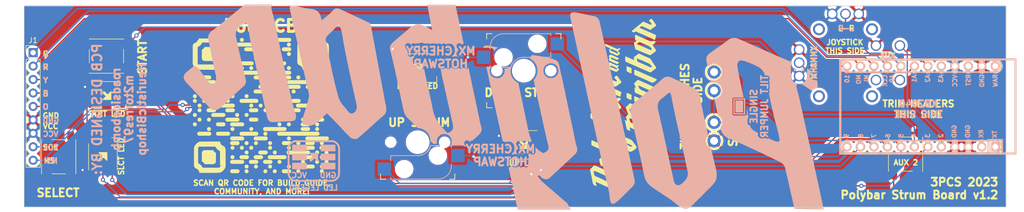
<source format=kicad_pcb>
(kicad_pcb (version 20221018) (generator pcbnew)
  (layers (0 "F.Cu" signal) (31 "B.Cu" signal) (34 "B.Paste" user) (35 "F.Paste" user) (36 "B.SilkS" user "B.Silkscreen") (37 "F.SilkS" user "F.Silkscreen") (38 "B.Mask" user) (39 "F.Mask" user) (44 "Edge.Cuts" user))
  (net 0 "")
  (net 1 "Up")
  (net 2 "GND")
  (net 3 "Down")
  (net 4 "Select")
  (net 5 "Start")
  (net 6 "Green")
  (net 7 "SW")
  (net 8 "Red")
  (net 9 "VRY")
  (net 10 "Yellow")
  (net 11 "VRX")
  (net 12 "Blue")
  (net 13 "Orange")
  (net 14 "led_sck")
  (net 15 "led_mosi")
  (net 16 "fret_sck")
  (net 17 "fret_mosi")
  (net 23 "VCC")
  (net 24 "1_sck")
  (net 25 "1_mosi")
  (net 26 "2_sck")
  (net 27 "2_mosi")
  (net 28 "3_sck")
  (net 29 "3_mosi")
  (net 30 "Tilt_2")
  (net 31 "Tilt")
  (footprint "Polybar:test_point_2" (layer "F.Cu") (at 152.25 118)
    (fp_text reference "TP3" hide)
    (fp_text value "TestPoint" hide)
  )
  (footprint "Polybar:test_point_2" (layer "F.Cu") (at 152.25 108.5)
    (fp_text reference "TP1" hide)
    (fp_text value "TestPoint" hide)
  )
  (footprint "Polybar:Kailh_Hotswap_MX" (layer "F.Cu") (at 96.15 121.75 180)
    (fp_text reference "SW5" hide)
    (fp_text value "MX_SW_HS")
  )
  (footprint "Polybar:test_point_2" (layer "F.Cu") (at 152.25 112)
    (fp_text reference "TP2" hide)
    (fp_text value "TestPoint" hide)
  )
  (footprint "Connector_PinHeader_2.54mm:PinHeader_1x09_P2.54mm_Vertical" (layer "F.Cu") (at 23.7 104.84)
    (fp_text reference "J1")
    (fp_text value "Conn_01x09_Pin")
  )
  (footprint "Button_Switch_SMD:SW_SPST_PTS645" (layer "F.Cu") (at 37.511 105.5)
    (fp_text reference "SW3" hide)
    (fp_text value "MX_SW_solder")
  )
  (footprint "Button_Switch_SMD:SW_SPST_PTS645" (layer "F.Cu") (at 28.511 124.5 90)
    (fp_text reference "SW1" hide)
    (fp_text value "MX_SW_solder")
  )
  (footprint "LED_SMD:LED_RGB_5050-6" (layer "F.Cu") (at 116.15 122.25 180)
    (fp_text reference "D2" hide)
    (fp_text value "strum_up_led")
  )
  (footprint "LED_SMD:LED_RGB_5050-6" (layer "F.Cu") (at 96.15 107.75 180)
    (fp_text reference "D1" hide)
    (fp_text value "strum_down_led")
  )
  (footprint "Button_Switch_SMD:SW_SPST_PTS645" (layer "F.Cu") (at 188.083 124 90)
    (fp_text reference "SW2" hide)
    (fp_text value "MX_SW_solder")
  )
  (footprint "Polybar:test_point_2" (layer "F.Cu") (at 152.25 121.5)
    (fp_text reference "TP17" hide)
    (fp_text value "TestPoint" hide)
  )
  (footprint "Polybar:RKJXV1224005" (layer "F.Cu") (at 176.761 106.75 90)
    (fp_text reference "U2" hide)
    (fp_text value "RKJXV1224005" hide)
  )
  (footprint "LED_SMD:LED_RGB_5050-6" (layer "F.Cu") (at 36.85 124.525 -90)
    (fp_text reference "D3" hide)
    (fp_text value "select_led")
  )
  (footprint "Polybar:Kailh_Hotswap_MX" (layer "F.Cu") (at 116.15 108.25)
    (fp_text reference "SW4" hide)
    (fp_text value "MX_SW_HS")
  )
  (footprint "LED_SMD:LED_RGB_5050-6" (layer "F.Cu") (at 37.575 113 180)
    (fp_text reference "D4" hide)
    (fp_text value "start_led")
  )
  (footprint "Polybar:KB2040-ProMicroPins" (layer "B.Cu") (at 191.01325 115 180)
    (fp_text reference "U1" hide)
    (fp_text value "ProMicro" hide)
  )
  (footprint "Polybar:Solder_Jumper" (layer "B.Cu") (at 156.75 115 -90)
    (fp_text reference "SJ1" hide)
    (fp_text value "Conn_01x02_Pin" hide)
  )
  (gr_poly (pts (xy 104.550769 105.374873) (xy 104.56821 105.399956) (xy 104.586986 105.423814) (xy 104.607031 105.446408) (xy 104.628276 105.4677) (xy 104.650655 105.487649) (xy 104.674102 105.506219) (xy 104.698549 105.523369) (xy 104.723929 105.539061) (xy 104.750175 105.553257) (xy 104.777221 105.565918) (xy 104.805 105.577005) (xy 104.833444 105.586479) (xy 104.862486 105.594302) (xy 104.892061 105.600434) (xy 104.9221 105.604838) (xy 104.952537 105.607474) (xy 104.939929 105.618206) (xy 104.927636 105.629285) (xy 104.915667 105.640703) (xy 104.904028 105.652452) (xy 104.892725 105.664527) (xy 104.881766 105.676918) (xy 104.871156 105.68962) (xy 104.860903 105.702625) (xy 104.841127 105.678636) (xy 104.820108 105.655986) (xy 104.797917 105.634709) (xy 104.774623 105.614838) (xy 104.750297 105.596407) (xy 104.725007 105.579448) (xy 104.698824 105.563996) (xy 104.671817 105.550084) (xy 104.644056 105.537745) (xy 104.61561 105.527012) (xy 104.58655 105.51792) (xy 104.556944 105.5105) (xy 104.526863 105.504787) (xy 104.496377 105.500815) (xy 104.465554 105.498616) (xy 104.434466 105.498223) (xy 104.419061 105.497041) (xy 104.403643 105.496196) (xy 104.388216 105.49569) (xy 104.372785 105.495521) (xy 104.357354 105.49569) (xy 104.341929 105.496196) (xy 104.326514 105.497041) (xy 104.311115 105.498223) (xy 104.319957 105.491947) (xy 104.328634 105.485463) (xy 104.337142 105.478776) (xy 104.345479 105.471888) (xy 104.353641 105.464804) (xy 104.361625 105.457526) (xy 104.369427 105.450058) (xy 104.377044 105.442404) (xy 104.384473 105.434567) (xy 104.391711 105.42655) (xy 104.398753 105.418357) (xy 104.405597 105.409992) (xy 104.41224 105.401457) (xy 104.418677 105.392757) (xy 104.424906 105.383894) (xy 104.430924 105.374873) (xy 104.490851 105.286767)) (fill solid) (layer "B.SilkS"))
  (gr_poly (pts (xy 155.891498 102.059562) (xy 156.03282 102.071311) (xy 156.173407 102.093487) (xy 156.312674 102.126148) (xy 156.450034 102.169352) (xy 156.584899 102.223159) (xy 156.716685 102.287626) (xy 158.346652 102.994185) (xy 159.96869 103.718914) (xy 161.589404 104.446947) (xy 163.215398 105.163415) (xy 164.84625 105.858576) (xy 166.482392 106.541398) (xy 166.482392 109.265642) (xy 166.483051 109.301559) (xy 166.484533 109.337437) (xy 166.486835 109.373263) (xy 166.489956 109.409021) (xy 166.493894 109.444699) (xy 166.498648 109.480281) (xy 166.504214 109.515754) (xy 166.510592 109.551105) (xy 166.512032 109.557012) (xy 166.513677 109.562848) (xy 166.515487 109.568621) (xy 166.517421 109.574343) (xy 166.525569 109.59692) (xy 166.527503 109.602539) (xy 166.529312 109.608168) (xy 166.530956 109.613818) (xy 166.532394 109.619499) (xy 166.533585 109.625221) (xy 166.534486 109.630995) (xy 166.535057 109.63683) (xy 166.535256 109.642739) (xy 166.540652 109.66468) (xy 166.546398 109.686529) (xy 166.552491 109.70828) (xy 166.558931 109.729929) (xy 166.565716 109.751472) (xy 166.572845 109.772904) (xy 166.580318 109.794221) (xy 166.588131 109.815419) (xy 166.593598 109.828952) (xy 166.599267 109.8424) (xy 166.605138 109.855759) (xy 166.611208 109.869028) (xy 166.617479 109.882204) (xy 166.623948 109.895285) (xy 166.630615 109.908269) (xy 166.637479 109.921153) (xy 166.674911 109.991198) (xy 166.684583 110.008606) (xy 166.694464 110.025724) (xy 166.704595 110.042429) (xy 166.715018 110.058597) (xy 166.722715 110.071804) (xy 166.730607 110.084891) (xy 166.738692 110.097857) (xy 166.746969 110.1107) (xy 166.755436 110.123418) (xy 166.764093 110.136009) (xy 166.772937 110.14847) (xy 166.781968 110.160799) (xy 166.79323 110.175416) (xy 166.804676 110.189888) (xy 166.816305 110.204213) (xy 166.828115 110.21839) (xy 166.840104 110.232417) (xy 166.85227 110.246291) (xy 166.864612 110.260012) (xy 166.877128 110.273577) (xy 166.965236 110.368733) (xy 167.070955 110.453317) (xy 167.085339 110.464035) (xy 167.099476 110.474959) (xy 167.127342 110.496931) (xy 167.141234 110.50773) (xy 167.155209 110.518241) (xy 167.169349 110.52834) (xy 167.176507 110.533195) (xy 167.183736 110.537901) (xy 167.296508 110.597813) (xy 167.338824 110.618854) (xy 167.381687 110.638686) (xy 167.425073 110.657299) (xy 167.468954 110.674684) (xy 167.513307 110.69083) (xy 167.558106 110.705727) (xy 167.603325 110.719366) (xy 167.648938 110.731736) (xy 167.680665 110.731731) (xy 167.66812 110.743654) (xy 167.655928 110.755905) (xy 167.644097 110.768476) (xy 167.63263 110.781359) (xy 167.621535 110.794546) (xy 167.610817 110.808028) (xy 167.600481 110.821798) (xy 167.590533 110.835846) (xy 167.580979 110.850166) (xy 167.571824 110.864747) (xy 167.563074 110.879583) (xy 167.554735 110.894665) (xy 167.546812 110.909985) (xy 167.539311 110.925534) (xy 167.532238 110.941305) (xy 167.525598 110.957289) (xy 167.521582 110.97358) (xy 167.518102 110.989963) (xy 167.515157 111.006424) (xy 167.512748 111.022951) (xy 167.510874 111.039529) (xy 167.509535 111.056147) (xy 167.508732 111.072791) (xy 167.508464 111.089448) (xy 167.508732 111.106104) (xy 167.509535 111.122748) (xy 167.510874 111.139366) (xy 167.512748 111.155944) (xy 167.515157 111.172471) (xy 167.518102 111.188932) (xy 167.521582 111.205315) (xy 167.525598 111.221606) (xy 167.546394 111.353872) (xy 167.570226 111.485121) (xy 167.625593 111.745125) (xy 167.68889 112.002733) (xy 167.75731 112.25906) (xy 167.898279 112.772334) (xy 167.965212 113.03151) (xy 168.026033 113.293867) (xy 168.582869 115.813703) (xy 169.678909 120.77937) (xy 171.19124 127.622141) (xy 171.937334 131.046665) (xy 172.663938 134.478128) (xy 167.15 134.35) (xy 166.429542 131.18472) (xy 165.913566 128.869621) (xy 165.375772 126.55915) (xy 165.340326 126.47022) (xy 165.300776 126.383475) (xy 165.257235 126.299039) (xy 165.209812 126.217031) (xy 165.15862 126.137573) (xy 165.103769 126.060788) (xy 165.04537 125.986796) (xy 164.983534 125.915719) (xy 164.918371 125.847678) (xy 164.849993 125.782795) (xy 164.778511 125.721192) (xy 164.704036 125.66299) (xy 164.626678 125.608311) (xy 164.546548 125.557276) (xy 164.463758 125.510006) (xy 164.378419 125.466623) (xy 162.031493 124.333192) (xy 159.675312 123.210665) (xy 157.30327 122.121837) (xy 156.109237 121.597185) (xy 154.908762 121.089507) (xy 154.737686 121.023606) (xy 154.573151 120.946528) (xy 154.415564 120.858776) (xy 154.265336 120.760852) (xy 154.122874 120.653258) (xy 153.988588 120.536494) (xy 153.862888 120.411063) (xy 153.746181 120.277467) (xy 153.638877 120.136208) (xy 153.541386 119.987786) (xy 153.454116 119.832704) (xy 153.377476 119.671465) (xy 153.311875 119.504568) (xy 153.257723 119.332517) (xy 153.215428 119.155813) (xy 153.185399 118.974957) (xy 153.1748 118.946757) (xy 153.226419 118.879718) (xy 153.273925 118.810279) (xy 153.317271 118.738629) (xy 153.35641 118.664954) (xy 153.391298 118.589445) (xy 153.421888 118.512287) (xy 153.448134 118.433671) (xy 153.46999 118.353783) (xy 153.48741 118.272813) (xy 153.500347 118.190947) (xy 153.508757 118.108375) (xy 153.512593 118.025284) (xy 153.511809 117.941862) (xy 153.506359 117.858298) (xy 153.496197 117.77478) (xy 153.481276 117.691495) (xy 153.461695 117.609182) (xy 153.437659 117.528554) (xy 153.409285 117.449765) (xy 153.376691 117.37297) (xy 153.339993 117.298323) (xy 153.29931 117.225978) (xy 153.254757 117.156089) (xy 153.206453 117.08881) (xy 153.154515 117.024296) (xy 153.099059 116.9627) (xy 153.040204 116.904176) (xy 152.978065 116.84888) (xy 152.912762 116.796964) (xy 152.844409 116.748584) (xy 152.773126 116.703893) (xy 152.699029 116.663045) (xy 152.05973 113.603999) (xy 155.476167 113.603999) (xy 155.48 116.42) (xy 155.49 116.47) (xy 155.5 116.51) (xy 155.51 116.55) (xy 155.52 116.58) (xy 155.54 116.61) (xy 155.55 116.63) (xy 155.57 116.65) (xy 155.59 116.66) (xy 155.62 116.68) (xy 155.65 116.69) (xy 155.68 116.7) (xy 155.7 116.7) (xy 155.72 116.7) (xy 155.75 116.7) (xy 155.77 116.7) (xy 155.78 116.7) (xy 155.79 116.7) (xy 155.8 116.7) (xy 155.81 116.7) (xy 155.82 116.7) (xy 155.83 116.7) (xy 155.84 116.7) (xy 155.85 116.7) (xy 155.86 116.7) (xy 155.87 116.7) (xy 155.88 116.7) (xy 155.89 116.7) (xy 155.9 116.7) (xy 155.91 116.7) (xy 155.92 116.7) (xy 155.93 116.7) (xy 155.94 116.7) (xy 157.914938 116.698288) (xy 157.928045 116.697963) (xy 157.941063 116.696995) (xy 157.953971 116.695392) (xy 157.966746 116.693163) (xy 157.979368 116.690317) (xy 157.991814 116.686864) (xy 158.004063 116.682811) (xy 158.016093 116.678169) (xy 158.027882 116.672946) (xy 158.039409 116.667151) (xy 158.050652 116.660794) (xy 158.061589 116.653882) (xy 158.072199 116.646425) (xy 158.082459 116.638432) (xy 158.092348 116.629912) (xy 158.101844 116.620874) (xy 158.110881 116.611376) (xy 158.1194 116.601485) (xy 158.127393 116.591225) (xy 158.13485 116.580615) (xy 158.141761 116.569678) (xy 158.14812 116.558436) (xy 158.153915 116.546909) (xy 158.159138 116.535121) (xy 158.163781 116.523092) (xy 158.167834 116.510844) (xy 158.171288 116.498398) (xy 158.174134 116.485777) (xy 158.176364 116.473002) (xy 158.177967 116.460095) (xy 158.178936 116.447077) (xy 158.179261 116.43397) (xy 158.179261 115.376694) (xy 158.26958 115.812378) (xy 158.362529 116.250702) (xy 158.358648 116.261065) (xy 158.355016 116.271506) (xy 158.351635 116.282021) (xy 158.348504 116.292606) (xy 158.345625 116.303255) (xy 158.342999 116.313966) (xy 158.340626 116.324732) (xy 158.338506 116.335549) (xy 158.336642 116.346414) (xy 158.335034 116.35732) (xy 158.333683 116.368265) (xy 158.332588 116.379243) (xy 158.331752 116.39025) (xy 158.331175 116.401281) (xy 158.330858 116.412332) (xy 158.330802 116.423399) (xy 158.331422 116.441808) (xy 158.332754 116.460158) (xy 158.334793 116.478429) (xy 158.337536 116.496601) (xy 158.340979 116.514654) (xy 158.345117 116.532567) (xy 158.349948 116.55032) (xy 158.355466 116.567892) (xy 158.355116 116.573615) (xy 158.354866 116.579342) (xy 158.354716 116.585071) (xy 158.354666 116.590801) (xy 158.354716 116.596531) (xy 158.354866 116.60226) (xy 158.355116 116.607986) (xy 158.355466 116.613709) (xy 158.360477 116.625754) (xy 158.365826 116.637644) (xy 158.371511 116.649371) (xy 158.377526 116.66093) (xy 158.383868 116.672313) (xy 158.390533 116.683513) (xy 158.397516 116.694523) (xy 158.404815 116.705338) (xy 158.457689 116.775822) (xy 158.472938 116.839312) (xy 158.487198 116.903133) (xy 158.500799 116.967617) (xy 158.51407 117.033092) (xy 158.51409 117.033092) (xy 158.505236 117.039953) (xy 158.496576 117.047036) (xy 158.488113 117.054336) (xy 158.479851 117.061849) (xy 158.471794 117.06957) (xy 158.463946 117.077495) (xy 158.456311 117.085619) (xy 158.448891 117.093939) (xy 158.441692 117.10245) (xy 158.434715 117.111148) (xy 158.427967 117.120028) (xy 158.421449 117.129086) (xy 158.415166 117.138318) (xy 158.409121 117.14772) (xy 158.403319 117.157286) (xy 158.397762 117.167014) (xy 158.392227 117.174747) (xy 158.387005 117.182682) (xy 158.3821 117.190808) (xy 158.377517 117.199116) (xy 158.373262 117.207597) (xy 158.369339 117.21624) (xy 158.365753 117.225037) (xy 158.362509 117.233976) (xy 158.360658 117.237045) (xy 158.358876 117.240151) (xy 158.357162 117.243292) (xy 158.355518 117.246468) (xy 158.353943 117.249677) (xy 158.352439 117.252918) (xy 158.351005 117.25619) (xy 158.349643 117.259492) (xy 158.348353 117.262822) (xy 158.347135 117.26618) (xy 158.345991 117.269564) (xy 158.34492 117.272973) (xy 158.343922 117.276406) (xy 158.343 117.279862) (xy 158.342153 117.28334) (xy 158.341381 117.286838) (xy 158.335866 117.304864) (xy 158.331039 117.323065) (xy 158.326903 117.341423) (xy 158.323461 117.359917) (xy 158.320717 117.378527) (xy 158.318674 117.397233) (xy 158.317337 117.416016) (xy 158.316707 117.434855) (xy 158.316707 118.030456) (xy 158.31557 118.04365) (xy 158.314758 118.056863) (xy 158.31427 118.070088) (xy 158.314108 118.083319) (xy 158.31427 118.09655) (xy 158.314758 118.109775) (xy 158.31557 118.122987) (xy 158.316707 118.136182) (xy 158.316707 118.181999) (xy 158.316727 118.23134) (xy 158.319993 118.240027) (xy 158.323462 118.248631) (xy 158.327133 118.257147) (xy 158.331003 118.265573) (xy 158.33507 118.273905) (xy 158.339332 118.282139) (xy 158.343788 118.290273) (xy 158.348434 118.298302) (xy 158.348755 118.299829) (xy 158.349034 118.301362) (xy 158.34927 118.3029) (xy 158.349463 118.304442) (xy 158.349613 118.305988) (xy 158.349721 118.307537) (xy 158.349786 118.309087) (xy 158.349808 118.310638) (xy 158.349788 118.312189) (xy 158.349725 118.313739) (xy 158.349619 118.315288) (xy 158.349471 118.316834) (xy 158.349281 118.318376) (xy 158.349048 118.319914) (xy 158.348772 118.321447) (xy 158.348454 118.322974) (xy 158.355315 118.332303) (xy 158.362359 118.34149) (xy 158.369584 118.350531) (xy 158.376987 118.359424) (xy 158.384567 118.368166) (xy 158.392321 118.376754) (xy 158.400247 118.385185) (xy 158.408341 118.393457) (xy 158.42623 118.410758) (xy 158.444847 118.427123) (xy 158.464155 118.442533) (xy 158.484114 118.456974) (xy 158.504688 118.470427) (xy 158.525839 118.482877) (xy 158.547529 118.494307) (xy 158.56972 118.5047) (xy 158.592375 118.51404) (xy 158.615456 118.52231) (xy 158.638925 118.529493) (xy 158.662744 118.535572) (xy 158.686877 118.540532) (xy 158.711283 118.544355) (xy 158.735928 118.547025) (xy 158.760771 118.548525) (xy 158.760771 118.573196) (xy 158.776279 118.641145) (xy 158.794976 118.706926) (xy 158.816744 118.770602) (xy 158.841467 118.832236) (xy 158.86903 118.891889) (xy 158.899317 118.949626) (xy 158.93221 119.005508) (xy 158.967595 119.059598) (xy 159.005354 119.111959) (xy 159.045372 119.162653) (xy 159.13172 119.25929) (xy 159.225708 119.350012) (xy 159.326408 119.435317) (xy 159.43289 119.515709) (xy 159.544224 119.591686) (xy 159.659482 119.66375) (xy 159.777734 119.732402) (xy 160.019503 119.86147) (xy 160.262096 119.982898) (xy 160.262096 120.335323) (xy 160.261603 120.342365) (xy 160.26125 120.349412) (xy 160.261039 120.356464) (xy 160.260968 120.363517) (xy 160.261039 120.370571) (xy 160.26125 120.377623) (xy 160.261603 120.38467) (xy 160.262096 120.391711) (xy 160.262096 120.486869) (xy 160.283244 120.539729) (xy 160.339625 120.659553) (xy 160.349913 120.676974) (xy 160.360675 120.694093) (xy 160.371902 120.710902) (xy 160.383589 120.72739) (xy 160.395727 120.743548) (xy 160.408311 120.759367) (xy 160.421333 120.774837) (xy 160.434785 120.789949) (xy 160.494692 120.849861) (xy 160.494692 120.849866) (xy 160.508614 120.863224) (xy 160.522993 120.876061) (xy 160.537814 120.888364) (xy 160.553062 120.900123) (xy 160.568723 120.911327) (xy 160.584782 120.921963) (xy 160.601223 120.932021) (xy 160.609583 120.93683) (xy 160.618033 120.94149) (xy 160.737867 121.001399) (xy 160.74755 121.006118) (xy 160.757377 121.010501) (xy 160.767341 121.014546) (xy 160.777433 121.01825) (xy 160.787645 121.021611) (xy 160.797967 121.024623) (xy 160.808393 121.027286) (xy 160.818912 121.029595) (xy 160.847113 121.029595) (xy 160.859426 121.030734) (xy 160.87176 121.031548) (xy 160.884107 121.032037) (xy 160.896461 121.0322) (xy 160.908815 121.032037) (xy 160.921162 121.031548) (xy 160.933496 121.030734) (xy 160.945809 121.029595) (xy 161.153752 121.029595) (xy 161.166062 121.030788) (xy 161.178393 121.03164) (xy 161.190738 121.032151) (xy 161.203091 121.032321) (xy 161.215444 121.032151) (xy 161.227791 121.03164) (xy 161.240124 121.030788) (xy 161.252438 121.029595) (xy 161.284165 121.0296) (xy 161.29426 121.027289) (xy 161.304259 121.024625) (xy 161.314151 121.02161) (xy 161.323926 121.018249) (xy 161.333577 121.014544) (xy 161.343093 121.010499) (xy 161.352465 121.006116) (xy 161.361683 121.001399) (xy 161.481518 120.94149) (xy 161.491626 120.936003) (xy 161.50162 120.930319) (xy 161.511499 120.924438) (xy 161.521258 120.918362) (xy 161.530895 120.912093) (xy 161.540407 120.905634) (xy 161.549792 120.898985) (xy 161.559046 120.892149) (xy 161.654207 120.962627) (xy 161.671085 120.973885) (xy 161.688335 120.984465) (xy 161.705936 120.994361) (xy 161.723867 121.003566) (xy 161.742108 121.012074) (xy 161.760637 121.019878) (xy 161.779435 121.026972) (xy 161.79848 121.033349) (xy 161.817753 121.039004) (xy 161.837232 121.043928) (xy 161.856897 121.048117) (xy 161.876728 121.051562) (xy 161.896702 121.054259) (xy 161.916801 121.0562) (xy 161.937004 121.05738) (xy 161.957289 121.05779) (xy 161.974753 121.057416) (xy 161.992172 121.056388) (xy 162.009529 121.054709) (xy 162.026804 121.052381) (xy 162.043981 121.049409) (xy 162.06104 121.045793) (xy 162.077964 121.041538) (xy 162.094735 121.036645) (xy 162.221601 120.983783) (xy 162.372437 121.058151) (xy 162.523689 121.130701) (xy 162.827766 121.271011) (xy 163.134487 121.406034) (xy 163.444509 121.537093) (xy 163.500015 121.55736) (xy 163.563627 121.577808) (xy 163.63362 121.597378) (xy 163.70827 121.615012) (xy 163.785853 121.629653) (xy 163.864643 121.64024) (xy 163.903953 121.643683) (xy 163.942918 121.645717) (xy 163.981323 121.646208) (xy 164.018952 121.645024) (xy 164.05559 121.642034) (xy 164.091022 121.637104) (xy 164.125031 121.630103) (xy 164.157403 121.620898) (xy 164.187921 121.609357) (xy 164.21637 121.595348) (xy 164.242535 121.578738) (xy 164.2662 121.559396) (xy 164.28715 121.537188) (xy 164.305168 121.511983) (xy 164.320041 121.483648) (xy 164.331551 121.452051) (xy 164.339483 121.417059) (xy 164.343622 121.378541) (xy 164.343753 121.336364) (xy 164.33966 121.290396) (xy 164.300924 121.022659) (xy 164.25526 120.75473) (xy 164.146161 120.218528) (xy 164.018394 119.682243) (xy 163.877989 119.146329) (xy 163.583384 118.077435) (xy 163.441245 117.545363) (xy 163.310589 117.01548) (xy 162.809715 114.81062) (xy 162.327331 112.603119) (xy 162.335985 112.593702) (xy 162.344436 112.584116) (xy 162.35268 112.574363) (xy 162.360717 112.564447) (xy 162.368543 112.554371) (xy 162.376156 112.544138) (xy 162.383555 112.533752) (xy 162.390736 112.523217) (xy 162.397698 112.512536) (xy 162.404438 112.501711) (xy 162.410955 112.490747) (xy 162.417245 112.479647) (xy 162.423308 112.468415) (xy 162.429139 112.457053) (xy 162.434738 112.445566) (xy 162.440102 112.433956) (xy 162.440133 112.433948) (xy 162.444172 112.423556) (xy 162.448066 112.413108) (xy 162.451812 112.402608) (xy 162.455411 112.392056) (xy 162.45886 112.381454) (xy 162.462159 112.370806) (xy 162.465307 112.360111) (xy 162.468303 112.349372) (xy 162.469503 112.335738) (xy 162.470361 112.322084) (xy 162.470875 112.308418) (xy 162.471047 112.294745) (xy 162.470875 112.281072) (xy 162.470361 112.267406) (xy 162.469503 112.253753) (xy 162.468303 112.240119) (xy 162.446879 112.206008) (xy 162.428312 112.17074) (xy 162.412601 112.13448) (xy 162.399747 112.097393) (xy 162.389749 112.059644) (xy 162.382608 112.0214) (xy 162.378323 111.982825) (xy 162.376895 111.944085) (xy 162.378323 111.905344) (xy 162.382608 111.866769) (xy 162.389749 111.828525) (xy 162.399747 111.790776) (xy 162.412601 111.753689) (xy 162.428312 111.717429) (xy 162.446879 111.68216) (xy 162.468303 111.648049) (xy 162.468303 111.05245) (xy 162.468006 111.032453) (xy 162.466956 111.012531) (xy 162.465159 110.992706) (xy 162.462621 110.972996) (xy 162.459349 110.953424) (xy 162.455348 110.934007) (xy 162.450625 110.914768) (xy 162.445187 110.895725) (xy 162.43904 110.876899) (xy 162.432189 110.858311) (xy 162.424641 110.839979) (xy 162.416403 110.821925) (xy 162.40748 110.804169) (xy 162.397879 110.78673) (xy 162.387607 110.76963) (xy 162.376669 110.752887) (xy 162.387706 110.736435) (xy 162.398066 110.71961) (xy 162.407743 110.702435) (xy 162.416729 110.68493) (xy 162.425018 110.667116) (xy 162.432603 110.649014) (xy 162.439478 110.630646) (xy 162.445637 110.612033) (xy 162.451072 110.593197) (xy 162.455777 110.574157) (xy 162.459745 110.554936) (xy 162.46297 110.535555) (xy 162.465444 110.516035) (xy 162.467163 110.496397) (xy 162.468118 110.476662) (xy 162.468303 110.456851) (xy 162.467376 110.429402) (xy 162.465066 110.40216) (xy 162.461393 110.375175) (xy 162.456379 110.348492) (xy 162.450045 110.322159) (xy 162.44241 110.296224) (xy 162.433497 110.270735) (xy 162.423325 110.245738) (xy 162.411916 110.221281) (xy 162.399291 110.197411) (xy 162.385469 110.174176) (xy 162.370472 110.151623) (xy 162.354321 110.1298) (xy 162.337037 110.108754) (xy 162.318639 110.088532) (xy 162.29915 110.069182) (xy 162.327853 110.040869) (xy 162.354037 110.010772) (xy 162.377664 109.979051) (xy 162.398697 109.945867) (xy 162.417096 109.911383) (xy 162.432824 109.87576) (xy 162.445843 109.839159) (xy 162.456116 109.801741) (xy 162.463603 109.763668) (xy 162.468267 109.725101) (xy 162.47007 109.686202) (xy 162.468974 109.647132) (xy 162.464941 109.608053) (xy 162.457932 109.569125) (xy 162.447911 109.530511) (xy 162.434838 109.492371) (xy 162.41889 109.455341) (xy 162.400363 109.42001) (xy 162.379394 109.386471) (xy 162.356119 109.35482) (xy 162.330675 109.325149) (xy 162.303198 109.297554) (xy 162.273826 109.272127) (xy 162.242695 109.248964) (xy 162.209941 109.228157) (xy 162.175702 109.209802) (xy 162.140113 109.193991) (xy 162.103313 109.180819) (xy 162.065436 109.17038) (xy 162.026621 109.162768) (xy 161.987003 109.158077) (xy 161.94672 109.156401) (xy 161.573152 109.156401) (xy 161.549798 109.070112) (xy 161.526448 108.98151) (xy 161.514363 108.936858) (xy 161.501784 108.892248) (xy 161.488546 108.847885) (xy 161.474486 108.803976) (xy 161.430748 108.704518) (xy 161.382961 108.607332) (xy 161.331221 108.512525) (xy 161.275625 108.420206) (xy 161.216271 108.330483) (xy 161.153256 108.243464) (xy 161.086677 108.159257) (xy 161.016632 108.077971) (xy 160.943218 107.999714) (xy 160.866531 107.924594) (xy 160.78667 107.85272) (xy 160.703732 107.784199) (xy 160.617814 107.71914) (xy 160.529013 107.657651) (xy 160.437426 107.599841) (xy 160.343151 107.545817) (xy 160.033278 107.38455) (xy 159.720084 107.230118) (xy 159.403682 107.082569) (xy 159.084184 106.941953) (xy 158.761706 106.808316) (xy 158.436359 106.681709) (xy 158.108257 106.562179) (xy 157.777513 106.449775) (xy 157.713678 106.428353) (xy 157.646798 106.407911) (xy 157.57746 106.38877) (xy 157.506253 106.37125) (xy 157.433767 106.355671) (xy 157.360588 106.342353) (xy 157.287306 106.331617) (xy 157.21451 106.323782) (xy 157.142787 106.319169) (xy 157.072726 106.318096) (xy 157.004917 106.320886) (xy 156.939947 106.327857) (xy 156.878405 106.33933) (xy 156.849103 106.346854) (xy 156.820879 106.355624) (xy 156.793807 106.365679) (xy 156.767959 106.37706) (xy 156.743409 106.389807) (xy 156.720232 106.403958) (xy 156.671944 106.453352) (xy 156.626893 106.50516) (xy 156.585135 106.559221) (xy 156.546727 106.615376) (xy 156.511725 106.673464) (xy 156.480187 106.733325) (xy 156.452169 106.7948) (xy 156.427729 106.857728) (xy 156.406922 106.92195) (xy 156.389807 106.987304) (xy 156.37644 107.053633) (xy 156.366877 107.120774) (xy 156.361176 107.188568) (xy 156.359394 107.256856) (xy 156.361586 107.325477) (xy 156.367811 107.394271) (xy 156.611811 108.714598) (xy 156.873982 110.029968) (xy 157.425082 112.663023) (xy 157.460042 112.832188) (xy 157.495997 113.001352) (xy 157.569571 113.339678) (xy 155.740479 113.339678) (xy 155.727318 113.339832) (xy 155.71424 113.340644) (xy 155.701267 113.342105) (xy 155.688422 113.344207) (xy 155.675728 113.34694) (xy 155.663208 113.350294) (xy 155.650884 113.354262) (xy 155.638778 113.358834) (xy 155.626914 113.364) (xy 155.615314 113.369751) (xy 155.604001 113.376079) (xy 155.592997 113.382974) (xy 155.582325 113.390427) (xy 155.572007 113.398428) (xy 155.562067 113.406969) (xy 155.552526 113.416041) (xy 155.543455 113.425582) (xy 155.534914 113.435522) (xy 155.526913 113.44584) (xy 155.519459 113.456511) (xy 155.512563 113.467515) (xy 155.506235 113.478828) (xy 155.500482 113.490427) (xy 155.495315 113.50229) (xy 155.490743 113.514395) (xy 155.486774 113.526719) (xy 155.483419 113.53924) (xy 155.480687 113.551934) (xy 155.478586 113.56478) (xy 155.477126 113.577754) (xy 155.476316 113.590834) (xy 155.476167 113.603999) (xy 152.05973 113.603999) (xy 152.043527 113.526465) (xy 152.119167 113.519885) (xy 152.193647 113.509701) (xy 152.266882 113.496005) (xy 152.338788 113.478888) (xy 152.409281 113.458441) (xy 152.478277 113.434755) (xy 152.545691 113.407921) (xy 152.61144 113.37803) (xy 152.675439 113.345174) (xy 152.737605 113.309443) (xy 152.797853 113.270928) (xy 152.856099 113.229721) (xy 152.912259 113.185913) (xy 152.966248 113.139594) (xy 153.017984 113.090857) (xy 153.067381 113.039791) (xy 153.114356 112.986489) (xy 153.158824 112.931041) (xy 153.200702 112.873538) (xy 153.239905 112.814071) (xy 153.276348 112.752733) (xy 153.309949 112.689612) (xy 153.340623 112.624801) (xy 153.368285 112.558392) (xy 153.392852 112.490474) (xy 153.414239 112.421139) (xy 153.432363 112.350478) (xy 153.447139 112.278582) (xy 153.458483 112.205543) (xy 153.466311 112.131451) (xy 153.470539 112.056398) (xy 153.471083 111.980474) (xy 153.467901 111.904615) (xy 153.461067 111.829754) (xy 153.450669 111.755979) (xy 153.436793 111.683378) (xy 153.419527 111.61204) (xy 153.398959 111.542052) (xy 153.375174 111.473502) (xy 153.348262 111.406479) (xy 153.318308 111.341071) (xy 153.2854 111.277366) (xy 153.249626 111.215452) (xy 153.211072 111.155417) (xy 153.169826 111.097349) (xy 153.125975 111.041336) (xy 153.079606 110.987467) (xy 153.030807 110.93583) (xy 152.979665 110.886512) (xy 152.926266 110.839602) (xy 152.870699 110.795188) (xy 152.81305 110.753358) (xy 152.753406 110.714201) (xy 152.691856 110.677803) (xy 152.628486 110.644254) (xy 152.563383 110.613642) (xy 152.496634 110.586055) (xy 152.428328 110.56158) (xy 152.35855 110.540306) (xy 152.287389 110.522321) (xy 152.214931 110.507714) (xy 152.141265 110.496571) (xy 152.066476 110.488982) (xy 151.990652 110.485035) (xy 151.954479 110.485742) (xy 151.918365 110.487277) (xy 151.882324 110.489639) (xy 151.846369 110.492824) (xy 151.810515 110.49683) (xy 151.774776 110.501654) (xy 151.739166 110.507293) (xy 151.703699 110.513745) (xy 151.668389 110.521007) (xy 151.633249 110.529075) (xy 151.598294 110.537948) (xy 151.563538 110.547623) (xy 151.528995 110.558097) (xy 151.494679 110.569367) (xy 151.460604 110.581431) (xy 151.426784 110.594286) (xy 151.271716 109.847147) (xy 151.312503 109.868905) (xy 151.353874 109.889358) (xy 151.395796 109.908497) (xy 151.438238 109.926314) (xy 151.481168 109.9428) (xy 151.524555 109.957948) (xy 151.568367 109.971748) (xy 151.612572 109.984192) (xy 151.657138 109.995272) (xy 151.702035 110.00498) (xy 151.74723 110.013306) (xy 151.792691 110.020243) (xy 151.838387 110.025783) (xy 151.884286 110.029916) (xy 151.930357 110.032635) (xy 151.976567 110.033931) (xy 152.042737 110.032618) (xy 152.108292 110.028485) (xy 152.173168 110.021584) (xy 152.237296 110.011967) (xy 152.300612 109.999689) (xy 152.363047 109.984801) (xy 152.424536 109.967357) (xy 152.485012 109.947409) (xy 152.544409 109.925011) (xy 152.60266 109.900214) (xy 152.659698 109.873073) (xy 152.715457 109.84364) (xy 152.769871 109.811968) (xy 152.822872 109.77811) (xy 152.874395 109.742118) (xy 152.924373 109.704046) (xy 152.972739 109.663946) (xy 153.019427 109.621872) (xy 153.06437 109.577875) (xy 153.107502 109.53201) (xy 153.148756 109.484329) (xy 153.188066 109.434885) (xy 153.225365 109.38373) (xy 153.260586 109.330918) (xy 153.293664 109.276501) (xy 153.324531 109.220533) (xy 153.353121 109.163066) (xy 153.379368 109.104154) (xy 153.403205 109.043848) (xy 153.424565 108.982202) (xy 153.443382 108.919269) (xy 153.45959 108.855102) (xy 153.473015 108.790295) (xy 153.483553 108.72546) (xy 153.491241 108.660673) (xy 153.496116 108.596011) (xy 153.498215 108.53155) (xy 153.497573 108.467367) (xy 153.494229 108.403539) (xy 153.488219 108.340142) (xy 153.47958 108.277253) (xy 153.468348 108.214948) (xy 153.454561 108.153305) (xy 153.438254 108.092399) (xy 153.419466 108.032308) (xy 153.398232 107.973107) (xy 153.374589 107.914874) (xy 153.348575 107.857686) (xy 153.320226 107.801618) (xy 153.289578 107.746747) (xy 153.256669 107.693151) (xy 153.221535 107.640905) (xy 153.184213 107.590087) (xy 153.14474 107.540772) (xy 153.103153 107.493039) (xy 153.059489 107.446962) (xy 153.013783 107.402619) (xy 152.966074 107.360086) (xy 152.916397 107.31944) (xy 152.86479 107.280758) (xy 152.811289 107.244116) (xy 152.755931 107.209592) (xy 152.698754 107.17726) (xy 152.639793 107.147199) (xy 152.57959 107.119708) (xy 152.518718 107.095026) (xy 152.45726 107.073133) (xy 152.395298 107.054011) (xy 152.332915 107.03764) (xy 152.270195 107.024002) (xy 152.20722 107.013078) (xy 152.144072 107.004849) (xy 152.080836 106.999297) (xy 152.017593 106.996402) (xy 151.954427 106.996145) (xy 151.891421 106.998509) (xy 151.828657 107.003474) (xy 151.766218 107.01102) (xy 151.704187 107.021131) (xy 151.642647 107.033785) (xy 151.581681 107.048966) (xy 151.521372 107.066653) (xy 151.461803 107.086829) (xy 151.403056 107.109473) (xy 151.345215 107.134568) (xy 151.288361 107.162095) (xy 151.232579 107.192035) (xy 151.177952 107.224368) (xy 151.12456 107.259076) (xy 151.072489 107.296141) (xy 151.021821 107.335543) (xy 150.972638 107.377264) (xy 150.925023 107.421284) (xy 150.87906 107.467586) (xy 150.834831 107.516149) (xy 150.792419 107.566956) (xy 150.660704 106.892062) (xy 150.531633 106.217168) (xy 150.52723 106.141643) (xy 150.527075 106.066415) (xy 150.531107 105.991646) (xy 150.539266 105.9175) (xy 150.55149 105.844137) (xy 150.56772 105.77172) (xy 150.587894 105.700411) (xy 150.611951 105.630371) (xy 150.639831 105.561764) (xy 150.671473 105.494751) (xy 150.706817 105.429493) (xy 150.745801 105.366154) (xy 150.788364 105.304895) (xy 150.834447 105.245879) (xy 150.883989 105.189266) (xy 150.936928 105.13522) (xy 151.37911 104.797326) (xy 151.831205 104.468641) (xy 152.751914 103.82552) (xy 153.213921 103.504394) (xy 153.672623 103.179097) (xy 154.124718 102.846285) (xy 154.5669 102.502611) (xy 154.683313 102.413323) (xy 154.804855 102.333875) (xy 154.93094 102.264326) (xy 155.060983 102.204733) (xy 155.194397 102.155157) (xy 155.330594 102.115654) (xy 155.46899 102.086285) (xy 155.608996 102.067108) (xy 155.750028 102.05818)) (fill solid) (layer "B.SilkS"))
  (gr_poly (pts (xy 113.850919 107.326887) (xy 113.827468 107.386926) (xy 113.805598 107.447489) (xy 113.785314 107.508546) (xy 113.766623 107.570066) (xy 113.749531 107.632015) (xy 113.734045 107.694365) (xy 113.720172 107.757081) (xy 113.707918 107.820134) (xy 113.697289 107.883492) (xy 113.688292 107.947124) (xy 113.680934 108.010997) (xy 113.67522 108.075082) (xy 113.671158 108.139345) (xy 113.668755 108.203756) (xy 113.668016 108.268284) (xy 113.6685 108.312485) (xy 113.669729 108.356662) (xy 113.671702 108.400806) (xy 113.674417 108.444907) (xy 113.677873 108.488957) (xy 113.682071 108.532946) (xy 113.687008 108.576864) (xy 113.692685 108.620703) (xy 113.692685 108.705298) (xy 113.699266 108.743125) (xy 113.70636 108.780853) (xy 113.713967 108.818477) (xy 113.722086 108.855993) (xy 113.730714 108.893395) (xy 113.739851 108.930677) (xy 113.749497 108.967835) (xy 113.759649 109.004862) (xy 113.759649 109.022483) (xy 113.771768 109.061689) (xy 113.784583 109.100663) (xy 113.798094 109.139394) (xy 113.812295 109.177873) (xy 113.827184 109.216092) (xy 113.842757 109.25404) (xy 113.859011 109.29171) (xy 113.875942 109.329092) (xy 113.904133 109.389004) (xy 113.921509 109.424039) (xy 113.939467 109.45877) (xy 113.958003 109.49319) (xy 113.977112 109.527291) (xy 113.996791 109.561067) (xy 114.017034 109.59451) (xy 114.037839 109.627614) (xy 114.0592 109.660372) (xy 114.083251 109.69532) (xy 114.107867 109.729863) (xy 114.133042 109.763992) (xy 114.158771 109.797703) (xy 114.18505 109.830987) (xy 114.211872 109.863838) (xy 114.239233 109.896249) (xy 114.267127 109.928213) (xy 114.288275 109.952886) (xy 114.317418 109.984922) (xy 114.347085 110.016444) (xy 114.377268 110.047447) (xy 114.407959 110.077924) (xy 114.439153 110.107869) (xy 114.470841 110.137277) (xy 114.503017 110.166142) (xy 114.535673 110.194456) (xy 114.568804 110.222216) (xy 114.6024 110.249413) (xy 114.636457 110.276043) (xy 114.670966 110.302099) (xy 114.70592 110.327575) (xy 114.741312 110.352466) (xy 114.777136 110.376765) (xy 114.813384 110.400467) (xy 114.850748 110.424103) (xy 114.888532 110.447039) (xy 114.926727 110.469269) (xy 114.965323 110.490787) (xy 115.004309 110.511588) (xy 115.043677 110.531665) (xy 115.083417 110.551014) (xy 115.123519 110.569629) (xy 116.772864 118.400513) (xy 116.844489 118.80855) (xy 116.926852 119.214334) (xy 117.019897 119.617655) (xy 117.123567 120.018302) (xy 117.237805 120.416066) (xy 117.362553 120.810735) (xy 117.497756 121.2021) (xy 117.643355 121.58995) (xy 117.643355 121.58996) (xy 117.597539 121.58996) (xy 117.548195 121.611105) (xy 117.505905 121.635777) (xy 117.463614 121.667493) (xy 117.460926 121.669128) (xy 117.458271 121.670812) (xy 117.455648 121.672544) (xy 117.453059 121.674324) (xy 117.450504 121.67615) (xy 117.447985 121.678024) (xy 117.445501 121.679943) (xy 117.443053 121.681908) (xy 117.440642 121.683919) (xy 117.438269 121.685973) (xy 117.435934 121.688072) (xy 117.433638 121.690215) (xy 117.431381 121.6924) (xy 117.429164 121.694628) (xy 117.426989 121.696898) (xy 117.424855 121.69921) (xy 117.422335 121.701327) (xy 117.419856 121.703487) (xy 117.417416 121.705689) (xy 117.415017 121.707935) (xy 117.41266 121.710222) (xy 117.410344 121.71255) (xy 117.408071 121.714919) (xy 117.40584 121.717328) (xy 117.403654 121.719777) (xy 117.401511 121.722265) (xy 117.399413 121.724791) (xy 117.39736 121.727354) (xy 117.395353 121.729955) (xy 117.393392 121.732593) (xy 117.391478 121.735267) (xy 117.389612 121.737977) (xy 117.357895 121.773222) (xy 117.326173 121.826085) (xy 117.326139 121.827014) (xy 117.326057 121.828106) (xy 117.325898 121.829554) (xy 117.325636 121.831311) (xy 117.325244 121.833332) (xy 117.324698 121.83557) (xy 117.323971 121.837979) (xy 117.323532 121.839232) (xy 117.323038 121.840511) (xy 117.322486 121.841809) (xy 117.321872 121.84312) (xy 117.321194 121.844439) (xy 117.320449 121.845761) (xy 117.319632 121.847078) (xy 117.318741 121.848386) (xy 117.317773 121.849678) (xy 117.316724 121.850949) (xy 117.315591 121.852192) (xy 117.314372 121.853403) (xy 117.313061 121.854575) (xy 117.311658 121.855703) (xy 117.310157 121.85678) (xy 117.308557 121.857801) (xy 117.287414 121.900089) (xy 117.269787 121.857791) (xy 117.270167 121.853834) (xy 117.270439 121.84987) (xy 117.270602 121.845902) (xy 117.270656 121.841932) (xy 117.270602 121.837961) (xy 117.270439 121.833994) (xy 117.270167 121.83003) (xy 117.269787 121.826074) (xy 117.266958 121.819531) (xy 117.263926 121.813086) (xy 117.260693 121.806743) (xy 117.257262 121.800508) (xy 117.253635 121.794384) (xy 117.249815 121.788377) (xy 117.245805 121.78249) (xy 117.241607 121.776728) (xy 117.20988 121.737967) (xy 117.174637 121.6992) (xy 117.132347 121.663954) (xy 117.093582 121.635761) (xy 117.051297 121.611087) (xy 117.001948 121.589944) (xy 116.56141 121.589944) (xy 116.53322 121.607566) (xy 116.510231 121.593577) (xy 116.486816 121.58089) (xy 116.463019 121.569494) (xy 116.438885 121.55938) (xy 116.414457 121.55054) (xy 116.389782 121.542964) (xy 116.364903 121.536642) (xy 116.339865 121.531565) (xy 116.314713 121.527725) (xy 116.289491 121.525111) (xy 116.264244 121.523714) (xy 116.239016 121.523526) (xy 116.213852 121.524536) (xy 116.188797 121.526735) (xy 116.163895 121.530115) (xy 116.139191 121.534665) (xy 116.11473 121.540377) (xy 116.090555 121.547241) (xy 116.066712 121.555248) (xy 116.043246 121.564389) (xy 116.0202 121.574654) (xy 115.99762 121.586034) (xy 115.975549 121.598519) (xy 115.954033 121.612101) (xy 115.933117 121.62677) (xy 115.912844 121.642516) (xy 115.89326 121.659331) (xy 115.874409 121.677205) (xy 115.856335 121.696129) (xy 115.839084 121.716094) (xy 115.8227 121.737089) (xy 115.807227 121.759107) (xy 115.747309 121.847212) (xy 115.687392 121.759107) (xy 115.677374 121.744551) (xy 115.666922 121.730399) (xy 115.65605 121.716655) (xy 115.64477 121.703327) (xy 115.633094 121.69042) (xy 115.621035 121.677941) (xy 115.595818 121.65429) (xy 115.569217 121.632425) (xy 115.541332 121.612394) (xy 115.512263 121.594246) (xy 115.48211 121.578032) (xy 115.450972 121.563801) (xy 115.418948 121.551601) (xy 115.386139 121.541484) (xy 115.352644 121.533498) (xy 115.318563 121.527692) (xy 115.301333 121.525622) (xy 115.283994 121.524116) (xy 115.266559 121.52318) (xy 115.249039 121.52282) (xy 115.231447 121.523043) (xy 115.213796 121.523854) (xy 115.1787 121.527226) (xy 115.144181 121.532873) (xy 115.11033 121.540734) (xy 115.07724 121.550747) (xy 115.045004 121.562851) (xy 115.013715 121.576984) (xy 114.983465 121.593084) (xy 114.954347 121.61109) (xy 114.926453 121.630941) (xy 114.899876 121.652574) (xy 114.87471 121.675928) (xy 114.851046 121.700943) (xy 114.828977 121.727555) (xy 114.808596 121.755705) (xy 114.789995 121.785329) (xy 114.773268 121.816367) (xy 114.75864 121.848447) (xy 114.74627 121.881167) (xy 114.736151 121.914413) (xy 114.728278 121.948077) (xy 114.722641 121.982046) (xy 114.719236 122.01621) (xy 114.718054 122.050458) (xy 114.719088 122.084678) (xy 114.722332 122.11876) (xy 114.727779 122.152593) (xy 114.735422 122.186065) (xy 114.745253 122.219065) (xy 114.757266 122.251484) (xy 114.771454 122.283208) (xy 114.78781 122.314129) (xy 114.806326 122.344133) (xy 115.112935 122.802288) (xy 114.806326 123.256913) (xy 114.792353 123.279115) (xy 114.779552 123.301882) (xy 114.767932 123.325167) (xy 114.757502 123.348925) (xy 114.748271 123.37311) (xy 114.740248 123.397675) (xy 114.733442 123.422574) (xy 114.727861 123.447761) (xy 114.723516 123.473191) (xy 114.720415 123.498817) (xy 114.718567 123.524592) (xy 114.717982 123.550472) (xy 114.718667 123.576409) (xy 114.720633 123.602358) (xy 114.723888 123.628273) (xy 114.728442 123.654106) (xy 114.734269 123.679682) (xy 114.741324 123.704829) (xy 114.749581 123.729507) (xy 114.759013 123.753678) (xy 114.769595 123.777302) (xy 114.781299 123.800341) (xy 114.7941 123.822755) (xy 114.807972 123.844506) (xy 114.822888 123.865555) (xy 114.838822 123.885863) (xy 114.855748 123.90539) (xy 114.87364 123.924098) (xy 114.892471 123.941947) (xy 114.912216 123.9589) (xy 114.932848 123.974916) (xy 114.954341 123.989957) (xy 114.970727 124.000529) (xy 114.987456 124.010453) (xy 115.00451 124.019723) (xy 115.021869 124.028333) (xy 115.039513 124.036278) (xy 115.057422 124.043552) (xy 115.075578 124.050148) (xy 115.093961 124.056061) (xy 115.112552 124.061284) (xy 115.13133 124.065813) (xy 115.150277 124.069641) (xy 115.169373 124.072763) (xy 115.188599 124.075172) (xy 115.207935 124.076862) (xy 115.227361 124.077829) (xy 115.246859 124.078065) (xy 115.261796 124.07976) (xy 115.276769 124.080971) (xy 115.291764 124.081698) (xy 115.306771 124.08194) (xy 115.321778 124.081698) (xy 115.336774 124.080971) (xy 115.351746 124.07976) (xy 115.366683 124.078065) (xy 115.357152 124.085561) (xy 115.347816 124.093282) (xy 115.338682 124.101222) (xy 115.329752 124.109377) (xy 115.321029 124.117744) (xy 115.312517 124.126318) (xy 115.304221 124.135096) (xy 115.296143 124.144072) (xy 115.288287 124.153243) (xy 115.280657 124.162606) (xy 115.273256 124.172155) (xy 115.266088 124.181886) (xy 115.259156 124.191797) (xy 115.252465 124.201881) (xy 115.246017 124.212137) (xy 115.239817 124.222558) (xy 115.2081 124.190841) (xy 115.193499 124.177726) (xy 115.178516 124.16507) (xy 115.163164 124.15288) (xy 115.147452 124.141165) (xy 115.131391 124.129933) (xy 115.114993 124.119192) (xy 115.098268 124.108949) (xy 115.081228 124.099212) (xy 114.936735 124.028729) (xy 114.880344 124.007584) (xy 114.263601 124.007584) (xy 114.207215 124.028729) (xy 114.066243 124.099212) (xy 114.027483 124.123887) (xy 114.015277 124.112111) (xy 114.002699 124.100785) (xy 113.989764 124.089916) (xy 113.976483 124.079511) (xy 113.96287 124.069577) (xy 113.948938 124.060122) (xy 113.934699 124.051152) (xy 113.920166 124.042676) (xy 113.905353 124.034701) (xy 113.890273 124.027233) (xy 113.874938 124.020279) (xy 113.859361 124.013848) (xy 113.843555 124.007947) (xy 113.827533 124.002582) (xy 113.811308 123.997761) (xy 113.794893 123.993491) (xy 113.794882 123.993491) (xy 113.805552 123.988719) (xy 113.816108 123.983721) (xy 113.826546 123.978499) (xy 113.836862 123.973057) (xy 113.847054 123.967395) (xy 113.857118 123.961516) (xy 113.867051 123.955422) (xy 113.876848 123.949116) (xy 113.886507 123.942599) (xy 113.896024 123.935875) (xy 113.905395 123.928945) (xy 113.914618 123.921812) (xy 113.923688 123.914477) (xy 113.932602 123.906943) (xy 113.941357 123.899213) (xy 113.94995 123.891288) (xy 114.094443 123.750321) (xy 114.101414 123.742966) (xy 114.108255 123.735497) (xy 114.114963 123.727916) (xy 114.121539 123.720224) (xy 114.12798 123.712422) (xy 114.134286 123.704514) (xy 114.140454 123.6965) (xy 114.146485 123.688382) (xy 114.152375 123.680163) (xy 114.158125 123.671844) (xy 114.163733 123.663426) (xy 114.169197 123.654912) (xy 114.174516 123.646303) (xy 114.17969 123.637601) (xy 114.184716 123.628808) (xy 114.189593 123.619925) (xy 114.260084 123.475429) (xy 114.26645 123.462816) (xy 114.27239 123.450008) (xy 114.277899 123.437017) (xy 114.282974 123.423855) (xy 114.287611 123.410532) (xy 114.291805 123.397059) (xy 114.295552 123.383447) (xy 114.298849 123.369708) (xy 114.298849 123.369703) (xy 114.369335 123.084237) (xy 114.369897 123.077199) (xy 114.370298 123.070152) (xy 114.370539 123.0631) (xy 114.370619 123.056044) (xy 114.370539 123.048988) (xy 114.370298 123.041935) (xy 114.369897 123.034888) (xy 114.369335 123.027849) (xy 114.3699 123.021252) (xy 114.370304 123.014646) (xy 114.370546 123.008034) (xy 114.370627 123.001419) (xy 114.370546 122.994804) (xy 114.370304 122.988192) (xy 114.3699 122.981585) (xy 114.369335 122.974987) (xy 114.369335 122.742386) (xy 114.36956 122.687759) (xy 114.369335 122.633141) (xy 114.369335 122.633135) (xy 114.298849 122.347672) (xy 114.297353 122.341694) (xy 114.295651 122.335777) (xy 114.293746 122.329927) (xy 114.291639 122.324149) (xy 114.289331 122.318448) (xy 114.286826 122.31283) (xy 114.284124 122.307299) (xy 114.281227 122.30186) (xy 114.280459 122.29815) (xy 114.279616 122.294459) (xy 114.278697 122.290789) (xy 114.277704 122.28714) (xy 114.276635 122.283515) (xy 114.275493 122.279913) (xy 114.274277 122.276337) (xy 114.272988 122.272787) (xy 114.271626 122.269264) (xy 114.270191 122.26577) (xy 114.268685 122.262305) (xy 114.267106 122.258871) (xy 114.265457 122.255469) (xy 114.263736 122.2521) (xy 114.261945 122.248765) (xy 114.260084 122.245465) (xy 114.189593 122.104497) (xy 114.180139 122.087273) (xy 114.170091 122.070409) (xy 114.159461 122.05392) (xy 114.14826 122.037821) (xy 114.136498 122.022127) (xy 114.124186 122.006852) (xy 114.111337 121.99201) (xy 114.097959 121.977618) (xy 114.097959 121.977623) (xy 113.953466 121.83313) (xy 113.945164 121.825151) (xy 113.936689 121.817373) (xy 113.928044 121.809797) (xy 113.919233 121.802427) (xy 113.91026 121.795265) (xy 113.901128 121.788313) (xy 113.891841 121.781574) (xy 113.882404 121.77505) (xy 113.872819 121.768745) (xy 113.863091 121.76266) (xy 113.853223 121.756798) (xy 113.84322 121.751162) (xy 113.833085 121.745755) (xy 113.822821 121.740578) (xy 113.812433 121.735634) (xy 113.801925 121.730927) (xy 113.756108 121.730927) (xy 113.541133 121.660443) (xy 113.512943 121.660443) (xy 113.505907 121.659792) (xy 113.498861 121.659327) (xy 113.491807 121.659048) (xy 113.48475 121.658955) (xy 113.477693 121.659048) (xy 113.470639 121.659327) (xy 113.463593 121.659792) (xy 113.456557 121.660443) (xy 113.065368 121.660443) (xy 112.850393 121.730927) (xy 112.804576 121.730927) (xy 112.790616 121.737031) (xy 112.776852 121.74354) (xy 112.763291 121.75045) (xy 112.749943 121.757757) (xy 112.736817 121.765454) (xy 112.723921 121.773538) (xy 112.711265 121.782003) (xy 112.698857 121.790844) (xy 112.679638 121.770109) (xy 112.659443 121.750527) (xy 112.638327 121.732124) (xy 112.616342 121.714923) (xy 112.593542 121.698948) (xy 112.569979 121.684224) (xy 112.545708 121.670775) (xy 112.52078 121.658625) (xy 112.495251 121.647799) (xy 112.469172 121.63832) (xy 112.442597 121.630213) (xy 112.415578 121.623501) (xy 112.388171 121.61821) (xy 112.360426 121.614364) (xy 112.332399 121.611985) (xy 112.304141 121.6111) (xy 112.287896 121.603646) (xy 112.271496 121.596555) (xy 112.254948 121.589829) (xy 112.238257 121.58347) (xy 112.22143 121.577481) (xy 112.204474 121.571863) (xy 112.187394 121.566618) (xy 112.170196 121.561749) (xy 112.170196 121.561754) (xy 110.90852 115.922954) (xy 110.610719 114.544094) (xy 110.309393 113.170516) (xy 109.086476 107.5) (xy 109.946394 107.5) (xy 109.918384 107.541033) (xy 109.891912 107.583017) (xy 109.867002 107.625907) (xy 109.843675 107.66966) (xy 109.821955 107.714233) (xy 109.801864 107.75958) (xy 109.783424 107.805659) (xy 109.766658 107.852425) (xy 109.766658 107.891192) (xy 109.766338 107.901105) (xy 109.765426 107.911022) (xy 109.763986 107.92095) (xy 109.762088 107.930894) (xy 109.759797 107.940858) (xy 109.75718 107.950849) (xy 109.751241 107.970928) (xy 109.738411 108.011623) (xy 109.735397 108.021939) (xy 109.732595 108.032322) (xy 109.730071 108.042777) (xy 109.727893 108.05331) (xy 109.723923 108.080011) (xy 109.720457 108.106776) (xy 109.717496 108.133596) (xy 109.71504 108.160464) (xy 109.713089 108.187375) (xy 109.711645 108.21432) (xy 109.710708 108.241292) (xy 109.710277 108.268284) (xy 109.713401 108.362226) (xy 109.722674 108.455014) (xy 109.737948 108.546392) (xy 109.759074 108.636102) (xy 109.785905 108.723888) (xy 109.818292 108.809494) (xy 109.856087 108.892662) (xy 109.899141 108.973136) (xy 109.947306 109.050659) (xy 110.000435 109.124975) (xy 110.058378 109.195825) (xy 110.120988 109.262955) (xy 110.188116 109.326106) (xy 110.259614 109.385022) (xy 110.335334 109.439447) (xy 110.415127 109.489123) (xy 110.498045 109.533389) (xy 110.583037 109.571752) (xy 110.669809 109.604213) (xy 110.758063 109.630772) (xy 110.847504 109.651429) (xy 110.937834 109.666185) (xy 111.028757 109.675038) (xy 111.119976 109.677989) (xy 111.211196 109.675038) (xy 111.302119 109.666185) (xy 111.392449 109.651429) (xy 111.48189 109.630772) (xy 111.570145 109.604213) (xy 111.656917 109.571752) (xy 111.741911 109.533389) (xy 111.824829 109.489123) (xy 111.865225 109.464895) (xy 111.904622 109.439447) (xy 111.943 109.412812) (xy 111.980342 109.385022) (xy 112.016628 109.356109) (xy 112.05184 109.326106) (xy 112.085959 109.295043) (xy 112.118967 109.262955) (xy 112.150846 109.229871) (xy 112.181577 109.195825) (xy 112.211141 109.160849) (xy 112.23952 109.124975) (xy 112.266695 109.088234) (xy 112.292648 109.05066) (xy 112.31736 109.012283) (xy 112.340813 108.973137) (xy 112.362988 108.933253) (xy 112.383867 108.892663) (xy 112.40343 108.8514) (xy 112.421661 108.809495) (xy 112.438539 108.766981) (xy 112.454047 108.72389) (xy 112.468166 108.680254) (xy 112.480878 108.636104) (xy 112.492163 108.591474) (xy 112.502004 108.546394) (xy 112.510382 108.500898) (xy 112.517278 108.455017) (xy 112.522673 108.408784) (xy 112.526551 108.36223) (xy 112.52889 108.315388) (xy 112.529674 108.268289) (xy 112.528255 108.218093) (xy 112.524959 108.168037) (xy 112.519795 108.118175) (xy 112.512771 108.068558) (xy 112.503895 108.019237) (xy 112.493176 107.970266) (xy 112.480622 107.921697) (xy 112.466241 107.873581) (xy 112.565141 107.867819) (xy 112.663281 107.857481) (xy 112.760516 107.84263) (xy 112.856701 107.82333) (xy 112.95169 107.799641) (xy 113.045336 107.771628) (xy 113.137495 107.739353) (xy 113.228021 107.702877) (xy 113.316767 107.662265) (xy 113.403589 107.617578) (xy 113.48834 107.56888) (xy 113.570876 107.516233) (xy 113.651049 107.459699) (xy 113.728715 107.399341) (xy 113.803728 107.335222) (xy 113.875942 107.267404)) (fill solid) (layer "B.SilkS"))
  (gr_rect (start 77.9746 122.3) (end 80.5746 123.4) (stroke (width 0.15)) (fill solid) (layer "B.SilkS"))
  (gr_line (start 177.050049 123.765) (end 204.990049 123.765) (stroke (width 0.25)) (layer "B.SilkS"))
  (gr_line (start 77.3246 125.35) (end 75.8246 123.85) (stroke (width 0.12)) (layer "B.SilkS"))
  (gr_poly (pts (xy 168.981091 108.465641) (xy 168.946889 108.424008) (xy 168.911111 108.383937) (xy 168.873814 108.345466) (xy 168.835052 108.30863) (xy 168.794884 108.273465) (xy 168.753364 108.24001) (xy 168.710549 108.2083) (xy 168.666496 108.178372) (xy 168.621261 108.150262) (xy 168.5749 108.124007) (xy 168.527469 108.099645) (xy 168.479025 108.07721) (xy 168.429624 108.056741) (xy 168.379321 108.038273) (xy 168.328175 108.021843) (xy 168.27624 108.007488) (xy 168.327886 107.994331) (xy 168.378787 107.979091) (xy 168.428885 107.961803) (xy 168.478123 107.942502) (xy 168.526444 107.921225) (xy 168.573791 107.898007) (xy 168.620107 107.872884) (xy 168.665334 107.845892) (xy 168.709415 107.817067) (xy 168.752293 107.786444) (xy 168.793911 107.754059) (xy 168.834211 107.719947) (xy 168.873136 107.684146) (xy 168.910629 107.646689) (xy 168.946633 107.607614) (xy 168.981091 107.566956)) (fill solid) (layer "B.SilkS"))
  (gr_poly (pts (xy 157.474431 116.137933) (xy 156.004812 116.137933) (xy 156.004812 113.868316) (xy 157.474431 113.868316)) (fill solid) (layer "B.SilkS"))
  (gr_poly (pts (xy 96.970105 105.53699) (xy 96.970305 105.547603) (xy 96.970876 105.558288) (xy 96.971777 105.569034) (xy 96.972968 105.579833) (xy 96.976051 105.601543) (xy 96.979796 105.623335) (xy 96.987946 105.666838) (xy 96.991693 105.688383) (xy 96.994779 105.70968) (xy 96.986381 105.698612) (xy 96.977695 105.687791) (xy 96.968728 105.677223) (xy 96.959484 105.666913) (xy 96.949971 105.656867) (xy 96.940192 105.647089) (xy 96.930155 105.637584) (xy 96.919865 105.628358) (xy 96.909328 105.619415) (xy 96.898549 105.610761) (xy 96.887534 105.602401) (xy 96.87629 105.59434) (xy 96.864821 105.586582) (xy 96.853134 105.579134) (xy 96.841235 105.572) (xy 96.829128 105.565185) (xy 96.829138 105.565185) (xy 96.910198 105.515845) (xy 96.927814 105.515845)) (fill solid) (layer "B.SilkS"))
  (gr_poly (pts (xy 115.78961 123.873662) (xy 115.807253 123.898417) (xy 115.826196 123.921955) (xy 115.846375 123.944238) (xy 115.867723 123.965228) (xy 115.890176 123.984889) (xy 115.913669 124.003182) (xy 115.938135 124.020072) (xy 115.96351 124.03552) (xy 115.989728 124.049489) (xy 116.016724 124.061942) (xy 116.044432 124.072841) (xy 116.072788 124.082151) (xy 116.101726 124.089832) (xy 116.131181 124.095848) (xy 116.161087 124.100162) (xy 116.191379 124.102736) (xy 116.184874 124.108138) (xy 116.178466 124.113648) (xy 116.172158 124.119265) (xy 116.165951 124.124988) (xy 116.159845 124.130815) (xy 116.153842 124.136746) (xy 116.147943 124.142778) (xy 116.142149 124.148911) (xy 116.136462 124.155142) (xy 116.130883 124.161471) (xy 116.125413 124.167896) (xy 116.120054 124.174416) (xy 116.114806 124.181029) (xy 116.109671 124.187734) (xy 116.10465 124.19453) (xy 116.099745 124.201415) (xy 116.080749 124.176015) (xy 116.060385 124.151971) (xy 116.038727 124.129321) (xy 116.01585 124.108104) (xy 115.991828 124.088358) (xy 115.966735 124.070123) (xy 115.940646 124.053437) (xy 115.913635 124.03834) (xy 115.885778 124.024869) (xy 115.857147 124.013064) (xy 115.827819 124.002964) (xy 115.797867 123.994606) (xy 115.767366 123.988031) (xy 115.73639 123.983277) (xy 115.705014 123.980382) (xy 115.673312 123.979386) (xy 115.657912 123.978203) (xy 115.642497 123.977359) (xy 115.627072 123.976853) (xy 115.611642 123.976684) (xy 115.596212 123.976853) (xy 115.580786 123.977359) (xy 115.565371 123.978203) (xy 115.549972 123.979386) (xy 115.558795 123.973354) (xy 115.567457 123.967112) (xy 115.575953 123.960663) (xy 115.584281 123.954011) (xy 115.592437 123.947158) (xy 115.600416 123.940109) (xy 115.608217 123.932867) (xy 115.615835 123.925435) (xy 115.623267 123.917816) (xy 115.630509 123.910015) (xy 115.637558 123.902034) (xy 115.644411 123.893878) (xy 115.651064 123.885549) (xy 115.657512 123.877051) (xy 115.663754 123.868387) (xy 115.669786 123.859561) (xy 115.729693 123.782033)) (fill solid) (layer "B.SilkS"))
  (gr_line (start 75.8246 123.85) (end 77.3246 123.85) (stroke (width 0.12)) (layer "B.SilkS"))
  (gr_line (start 71.8246 127.6) (end 71.8246 123) (stroke (width 0.35)) (layer "B.SilkS"))
  (gr_poly (pts (xy 167.063252 107.617635) (xy 167.099369 107.656143) (xy 167.136961 107.693015) (xy 167.175971 107.728218) (xy 167.21634 107.761716) (xy 167.258011 107.793472) (xy 167.300925 107.823452) (xy 167.345024 107.85162) (xy 167.390251 107.877941) (xy 167.436547 107.902379) (xy 167.483853 107.9249) (xy 167.532113 107.945466) (xy 167.581267 107.964044) (xy 167.631259 107.980597) (xy 167.682029 107.99509) (xy 167.73352 108.007488) (xy 167.681985 108.020153) (xy 167.631179 108.034908) (xy 167.581158 108.051717) (xy 167.531981 108.070544) (xy 167.483706 108.091353) (xy 167.436389 108.11411) (xy 167.39009 108.138778) (xy 167.344864 108.165323) (xy 167.300771 108.193709) (xy 167.257868 108.2239) (xy 167.216213 108.25586) (xy 167.175862 108.289555) (xy 167.136875 108.324949) (xy 167.099309 108.362006) (xy 167.063221 108.400692) (xy 167.028669 108.440969) (xy 167.028669 107.577529)) (fill solid) (layer "B.SilkS"))
  (gr_line (start 204.990049 121.465) (end 177.050049 121.465) (stroke (width 0.25)) (layer "B.SilkS"))
  (gr_poly (pts (xy 169.664056 107.910384) (xy 170.25 108.2) (xy 170.175 108.325) (xy 170.1 108.5) (xy 170.125 108.675) (xy 170.275 108.775) (xy 170.15 108.825) (xy 170.05 108.95) (xy 170.025 109.05) (xy 170.075 109.175) (xy 170.2 109.25) (xy 170.1 109.3) (xy 170.05 109.4) (xy 170.05 109.575) (xy 170.125 109.7) (xy 170.275 109.825) (xy 170.975 110) (xy 171.225 110.05) (xy 171.375 110.075) (xy 171.382565 110.077252) (xy 171.413005 110.19203) (xy 171.439591 110.307662) (xy 171.462309 110.424051) (xy 171.481145 110.541099) (xy 171.496085 110.658708) (xy 171.507115 110.776779) (xy 171.514219 110.895216) (xy 171.517386 111.013919) (xy 171.516599 111.132792) (xy 171.511845 111.251737) (xy 171.50311 111.370655) (xy 171.490379 111.489448) (xy 171.416962 111.502614) (xy 171.344515 111.519116) (xy 171.27314 111.538897) (xy 171.202941 111.561896) (xy 171.134019 111.588055) (xy 171.066477 111.617314) (xy 171.000417 111.649615) (xy 170.935943 111.684898) (xy 170.873156 111.723104) (xy 170.812158 111.764173) (xy 170.753053 111.808048) (xy 170.695943 111.854668) (xy 170.64093 111.903974) (xy 170.588117 111.955908) (xy 170.537606 112.01041) (xy 170.489499 112.06742) (xy 170.365654 111.99713) (xy 170.237706 111.919245) (xy 169.971915 111.74567) (xy 169.417666 111.362133) (xy 169.138871 111.172078) (xy 169.00117 111.081834) (xy 168.865406 110.996437) (xy 168.732181 110.917132) (xy 168.602101 110.845163) (xy 168.475769 110.781774) (xy 168.353789 110.728209) (xy 168.41738 110.712041) (xy 168.479754 110.693301) (xy 168.54086 110.672057) (xy 168.600645 110.648371) (xy 168.659057 110.62231) (xy 168.716045 110.593939) (xy 168.771556 110.563322) (xy 168.825538 110.530526) (xy 168.87794 110.495614) (xy 168.928709 110.458652) (xy 168.977794 110.419705) (xy 169.025142 110.378838) (xy 169.070701 110.336117) (xy 169.11442 110.291606) (xy 169.156247 110.24537) (xy 169.196129 110.197475) (xy 169.234014 110.147986) (xy 169.269851 110.096967) (xy 169.303588 110.044485) (xy 169.335172 109.990603) (xy 169.364552 109.935387) (xy 169.391675 109.878903) (xy 169.41649 109.821214) (xy 169.438945 109.762388) (xy 169.458987 109.702487) (xy 169.476565 109.641578) (xy 169.491626 109.579726) (xy 169.504119 109.516995) (xy 169.513992 109.453451) (xy 169.521192 109.389159) (xy 169.525668 109.324184) (xy 169.527368 109.258592) (xy 169.527368 107.831275)) (fill solid) (layer "B.SilkS"))
  (gr_poly (pts (xy 101.495239 105.498218) (xy 101.483497 105.49856) (xy 101.471776 105.499154) (xy 101.460078 105.499998) (xy 101.448409 105.501093) (xy 101.436771 105.502437) (xy 101.425168 105.50403) (xy 101.413605 105.50587) (xy 101.402086 105.507958) (xy 101.390614 105.510292) (xy 101.379194 105.512871) (xy 101.367829 105.515696) (xy 101.356523 105.518764) (xy 101.34528 105.522076) (xy 101.334104 105.52563) (xy 101.323 105.529426) (xy 101.311971 105.533463) (xy 101.318837 105.528786) (xy 101.325617 105.523993) (xy 101.332308 105.519084) (xy 101.33891 105.514061) (xy 101.345422 105.508926) (xy 101.351841 105.503679) (xy 101.358167 105.498322) (xy 101.364398 105.492856) (xy 101.370532 105.487282) (xy 101.376569 105.481601) (xy 101.382507 105.475816) (xy 101.388344 105.469927) (xy 101.39408 105.463935) (xy 101.399712 105.457842) (xy 101.40524 105.451648) (xy 101.410662 105.445356)) (fill solid) (layer "B.SilkS"))
  (gr_line (start 81.35 127.6) (end 81.35 123) (stroke (width 0.35)) (layer "B.SilkS"))
  (gr_poly (pts (xy 103.29 95.8) (xy 103.672363 97.689809) (xy 104.815102 103.10526) (xy 104.796457 103.112438) (xy 104.778076 103.120224) (xy 104.759971 103.128609) (xy 104.742158 103.137586) (xy 104.724652 103.147148) (xy 104.707467 103.157287) (xy 104.690618 103.167995) (xy 104.674119 103.179266) (xy 104.666141 103.185826) (xy 104.658279 103.192517) (xy 104.650536 103.199338) (xy 104.642913 103.206287) (xy 104.635411 103.213363) (xy 104.628032 103.220564) (xy 104.620778 103.227888) (xy 104.613649 103.235334) (xy 104.606649 103.2429) (xy 104.599777 103.250585) (xy 104.593036 103.258386) (xy 104.586427 103.266303) (xy 104.579951 103.274333) (xy 104.573611 103.282475) (xy 104.567408 103.290728) (xy 104.561343 103.299089) (xy 104.501425 103.387195) (xy 104.441508 103.299089) (xy 104.43149 103.284533) (xy 104.421038 103.270381) (xy 104.410166 103.256637) (xy 104.398886 103.243309) (xy 104.38721 103.230402) (xy 104.375152 103.217923) (xy 104.349934 103.194273) (xy 104.323333 103.172407) (xy 104.295448 103.152376) (xy 104.26638 103.134229) (xy 104.236227 103.118015) (xy 104.205089 103.103783) (xy 104.173066 103.091584) (xy 104.140257 103.081467) (xy 104.106762 103.07348) (xy 104.072681 103.067675) (xy 104.055452 103.065605) (xy 104.038114 103.064099) (xy 104.020679 103.063163) (xy 104.003159 103.062803) (xy 103.985568 103.063026) (xy 103.967917 103.063837) (xy 103.932821 103.067209) (xy 103.8983 103.072856) (xy 103.864449 103.080718) (xy 103.831358 103.090731) (xy 103.799122 103.102835) (xy 103.767832 103.116967) (xy 103.737582 103.133068) (xy 103.708463 103.151074) (xy 103.680569 103.170924) (xy 103.653993 103.192558) (xy 103.628826 103.215912) (xy 103.605162 103.240927) (xy 103.583093 103.267539) (xy 103.562712 103.295688) (xy 103.544111 103.325312) (xy 103.527384 103.35635) (xy 103.512756 103.38843) (xy 103.500386 103.421149) (xy 103.490268 103.454396) (xy 103.482394 103.48806) (xy 103.476758 103.522029) (xy 103.473352 103.556193) (xy 103.47217 103.590441) (xy 103.473205 103.624661) (xy 103.476449 103.658743) (xy 103.481896 103.692576) (xy 103.489539 103.726048) (xy 103.499371 103.759049) (xy 103.511385 103.791467) (xy 103.525573 103.823192) (xy 103.54193 103.854112) (xy 103.560447 103.884117) (xy 103.867056 104.34227) (xy 103.560447 104.796895) (xy 103.546476 104.819098) (xy 103.533677 104.841866) (xy 103.522058 104.865152) (xy 103.511629 104.888911) (xy 103.502399 104.913096) (xy 103.494376 104.937661) (xy 103.487571 104.962561) (xy 103.481991 104.987749) (xy 103.477646 105.013179) (xy 103.474545 105.038805) (xy 103.472697 105.064581) (xy 103.472111 105.09046) (xy 103.472796 105.116397) (xy 103.474761 105.142346) (xy 103.478015 105.168261) (xy 103.482568 105.194095) (xy 103.488395 105.219671) (xy 103.495451 105.244818) (xy 103.503708 105.269496) (xy 103.51314 105.293666) (xy 103.523722 105.317291) (xy 103.535427 105.340329) (xy 103.548228 105.362744) (xy 103.5621 105.384495) (xy 103.577016 105.405543) (xy 103.59295 105.425851) (xy 103.609877 105.445378) (xy 103.627768 105.464086) (xy 103.6466 105.481935) (xy 103.666344 105.498888) (xy 103.686975 105.514904) (xy 103.708467 105.529945) (xy 103.724853 105.540516) (xy 103.741583 105.550439) (xy 103.758637 105.559708) (xy 103.775996 105.568318) (xy 103.79364 105.576262) (xy 103.81155 105.583535) (xy 103.829707 105.590131) (xy 103.84809 105.596043) (xy 103.866681 105.601267) (xy 103.88546 105.605796) (xy 103.904407 105.609624) (xy 103.923504 105.612745) (xy 103.94273 105.615154) (xy 103.962066 105.616844) (xy 103.981492 105.61781) (xy 104.00099 105.618047) (xy 104.015919 105.619742) (xy 104.030886 105.620953) (xy 104.045877 105.62168) (xy 104.060882 105.621922) (xy 104.075888 105.62168) (xy 104.090882 105.620953) (xy 104.105854 105.619742) (xy 104.120789 105.618047) (xy 104.111125 105.625403) (xy 104.101673 105.633005) (xy 104.092436 105.640848) (xy 104.08342 105.648927) (xy 104.074627 105.657238) (xy 104.066063 105.665775) (xy 104.057732 105.674534) (xy 104.049638 105.68351) (xy 104.041786 105.692698) (xy 104.034178 105.702093) (xy 104.026821 105.711691) (xy 104.019718 105.721486) (xy 104.012874 105.731473) (xy 104.006292 105.741648) (xy 103.999977 105.752006) (xy 103.993933 105.762542) (xy 103.962216 105.730825) (xy 103.947615 105.717711) (xy 103.932632 105.705057) (xy 103.91728 105.692868) (xy 103.901568 105.681154) (xy 103.885508 105.669922) (xy 103.869111 105.659181) (xy 103.852388 105.648938) (xy 103.835349 105.639202) (xy 103.690851 105.568712) (xy 103.634465 105.547568) (xy 103.017717 105.547568) (xy 102.961331 105.568712) (xy 102.820364 105.639197) (xy 102.781599 105.663869) (xy 102.769267 105.652118) (xy 102.756588 105.640787) (xy 102.743574 105.629884) (xy 102.730236 105.619414) (xy 102.716585 105.609385) (xy 102.702633 105.599802) (xy 102.68839 105.590671) (xy 102.673868 105.582001) (xy 102.659079 105.573796) (xy 102.644032 105.566063) (xy 102.62874 105.558809) (xy 102.613214 105.55204) (xy 102.597464 105.545763) (xy 102.581503 105.539984) (xy 102.56534 105.534709) (xy 102.548988 105.529945) (xy 102.566615 105.529945) (xy 102.577447 105.525173) (xy 102.588147 105.520142) (xy 102.598711 105.514855) (xy 102.609134 105.509315) (xy 102.619413 105.503526) (xy 102.629543 105.49749) (xy 102.639519 105.49121) (xy 102.649337 105.48469) (xy 102.658993 105.477932) (xy 102.668483 105.470939) (xy 102.677802 105.463714) (xy 102.686946 105.45626) (xy 102.69591 105.448581) (xy 102.70469 105.440678) (xy 102.713282 105.432556) (xy 102.721682 105.424217) (xy 102.866181 105.283249) (xy 102.873153 105.275894) (xy 102.879995 105.268425) (xy 102.886705 105.260843) (xy 102.893282 105.253151) (xy 102.899724 105.24535) (xy 102.90603 105.237441) (xy 102.912199 105.229427) (xy 102.918229 105.22131) (xy 102.92412 105.213091) (xy 102.92987 105.204771) (xy 102.935478 105.196354) (xy 102.940942 105.18784) (xy 102.946262 105.179231) (xy 102.951436 105.170529) (xy 102.956463 105.161736) (xy 102.961341 105.152853) (xy 103.031817 105.008359) (xy 103.038184 104.995743) (xy 103.044125 104.982934) (xy 103.049634 104.969942) (xy 103.054709 104.956778) (xy 103.059345 104.943454) (xy 103.063538 104.929981) (xy 103.067285 104.916369) (xy 103.070581 104.90263) (xy 103.141072 104.617166) (xy 103.141633 104.610127) (xy 103.142033 104.60308) (xy 103.142273 104.596027) (xy 103.142353 104.588972) (xy 103.142273 104.581916) (xy 103.142033 104.574863) (xy 103.141633 104.567816) (xy 103.141072 104.560777) (xy 103.141636 104.554179) (xy 103.142038 104.547573) (xy 103.14228 104.540961) (xy 103.14236 104.534346) (xy 103.14228 104.527731) (xy 103.142038 104.521119) (xy 103.141636 104.514512) (xy 103.141072 104.507915) (xy 103.141072 104.130813) (xy 103.070581 103.84535) (xy 103.068904 103.838578) (xy 103.067075 103.831848) (xy 103.065094 103.825162) (xy 103.062964 103.818523) (xy 103.060685 103.811934) (xy 103.058257 103.805397) (xy 103.055684 103.798914) (xy 103.052965 103.792488) (xy 103.050602 103.786203) (xy 103.048158 103.779951) (xy 103.045633 103.77373) (xy 103.043029 103.767544) (xy 103.040345 103.761391) (xy 103.037581 103.755274) (xy 103.034739 103.749192) (xy 103.031817 103.743148) (xy 102.961331 103.602181) (xy 102.951875 103.584959) (xy 102.941826 103.568096) (xy 102.931195 103.551608) (xy 102.919994 103.535509) (xy 102.908232 103.519815) (xy 102.895921 103.50454) (xy 102.883072 103.489699) (xy 102.869697 103.475307) (xy 102.725198 103.330812) (xy 102.716765 103.322684) (xy 102.708142 103.314775) (xy 102.699336 103.307088) (xy 102.690351 103.299624) (xy 102.68119 103.292388) (xy 102.671859 103.285381) (xy 102.662362 103.278608) (xy 102.652703 103.27207) (xy 102.642886 103.265772) (xy 102.632916 103.259715) (xy 102.622798 103.253902) (xy 102.612535 103.248337) (xy 102.602133 103.243023) (xy 102.591595 103.237961) (xy 102.580926 103.233156) (xy 102.570131 103.22861) (xy 102.527845 103.22861) (xy 102.312871 103.158127) (xy 101.837105 103.158127) (xy 101.622131 103.22861) (xy 101.576314 103.22861) (xy 101.56919 103.231367) (xy 101.562127 103.234261) (xy 101.555125 103.23729) (xy 101.548187 103.240454) (xy 101.541315 103.243751) (xy 101.534511 103.24718) (xy 101.527776 103.250741) (xy 101.521112 103.254432) (xy 101.514521 103.258252) (xy 101.508005 103.2622) (xy 101.501567 103.266275) (xy 101.495206 103.270476) (xy 101.488927 103.274802) (xy 101.482729 103.279252) (xy 101.476617 103.283824) (xy 101.47059 103.288518) (xy 101.45137 103.267785) (xy 101.431176 103.248206) (xy 101.41006 103.229804) (xy 101.388075 103.212605) (xy 101.365275 103.196632) (xy 101.341713 103.181909) (xy 101.317442 103.168461) (xy 101.292515 103.156312) (xy 101.266985 103.145486) (xy 101.240906 103.136008) (xy 101.214331 103.127901) (xy 101.187313 103.121189) (xy 101.159905 103.115898) (xy 101.13216 103.112051) (xy 101.104132 103.109673) (xy 101.075874 103.108787) (xy 101.044021 103.10989) (xy 101.012492 103.112871) (xy 100.981361 103.117693) (xy 100.950699 103.124319) (xy 100.920579 103.13271) (xy 100.891075 103.14283) (xy 100.86226 103.154641) (xy 100.834206 103.168105) (xy 100.806986 103.183185) (xy 100.780673 103.199842) (xy 100.75534 103.21804) (xy 100.73106 103.23774) (xy 100.707906 103.258906) (xy 100.68595 103.281499) (xy 100.665265 103.305482) (xy 100.645925 103.330817) (xy 100.626928 103.305417) (xy 100.606562 103.281373) (xy 100.584903 103.258723) (xy 100.562025 103.237505) (xy 100.538002 103.21776) (xy 100.512909 103.199525) (xy 100.48682 103.182839) (xy 100.459809 103.167742) (xy 100.431952 103.154271) (xy 100.403321 103.142466) (xy 100.373993 103.132366) (xy 100.344042 103.124008) (xy 100.313541 103.117433) (xy 100.282565 103.112679) (xy 100.251189 103.109784) (xy 100.219487 103.108787) (xy 100.194962 103.109439) (xy 100.170595 103.111249) (xy 100.146422 103.114202) (xy 100.122481 103.118283) (xy 100.098811 103.123477) (xy 100.075449 103.129769) (xy 100.052432 103.137144) (xy 100.029799 103.145587) (xy 100.007587 103.155082) (xy 99.985834 103.165615) (xy 99.964577 103.17717) (xy 99.943855 103.189733) (xy 99.923704 103.203288) (xy 99.904163 103.21782) (xy 99.88527 103.233314) (xy 99.867062 103.249756) (xy 99.848788 103.233421) (xy 99.829844 103.218021) (xy 99.810264 103.203571) (xy 99.790086 103.190085) (xy 99.769347 103.177577) (xy 99.748083 103.166063) (xy 99.72633 103.155558) (xy 99.704126 103.146075) (xy 99.681507 103.137629) (xy 99.65851 103.130235) (xy 99.635172 103.123908) (xy 99.611528 103.118663) (xy 99.587616 103.114513) (xy 99.563472 103.111474) (xy 99.539134 103.109561) (xy 99.514637 103.108787) (xy 98.809786 103.108787) (xy 98.787949 103.109183) (xy 98.766221 103.110511) (xy 98.744629 103.112762) (xy 98.723202 103.115927) (xy 98.701967 103.119996) (xy 98.680953 103.124958) (xy 98.660187 103.130803) (xy 98.639697 103.137523) (xy 98.619511 103.145107) (xy 98.599658 103.153546) (xy 98.580163 103.162829) (xy 98.561057 103.172946) (xy 98.542366 103.183889) (xy 98.524119 103.195646) (xy 98.506343 103.208209) (xy 98.489067 103.221567) (xy 98.471702 103.208384) (xy 98.453856 103.195976) (xy 98.435557 103.184352) (xy 98.41683 103.173521) (xy 98.397703 103.163492) (xy 98.3782 103.154275) (xy 98.35835 103.145879) (xy 98.338178 103.138314) (xy 98.31771 103.131587) (xy 98.296973 103.12571) (xy 98.275994 103.12069) (xy 98.254798 103.116538) (xy 98.233412 103.113262) (xy 98.211863 103.110872) (xy 98.190176 103.109378) (xy 98.168379 103.108787) (xy 97.452949 103.108787) (xy 97.405847 103.087017) (xy 97.358071 103.067112) (xy 97.309676 103.049081) (xy 97.260718 103.032933) (xy 97.211253 103.018675) (xy 97.161335 103.006315) (xy 97.111019 102.995863) (xy 97.060361 102.987326) (xy 97.009417 102.980712) (xy 96.958241 102.97603) (xy 96.906889 102.973288) (xy 96.855415 102.972494) (xy 96.803876 102.973656) (xy 96.752327 102.976783) (xy 96.700822 102.981883) (xy 96.649417 102.988964) (xy 96.639356 102.990715) (xy 96.629371 102.992774) (xy 96.61947 102.995139) (xy 96.609659 102.997807) (xy 96.599945 103.000774) (xy 96.590334 103.004039) (xy 96.580833 103.007599) (xy 96.571449 103.011449) (xy 96.562189 103.015588) (xy 96.553059 103.020013) (xy 96.544067 103.024721) (xy 96.535218 103.029708) (xy 96.52652 103.034972) (xy 96.517979 103.04051) (xy 96.509603 103.04632) (xy 96.501397 103.052398) (xy 96.498332 103.056539) (xy 96.495385 103.060761) (xy 96.492557 103.065061) (xy 96.489849 103.069436) (xy 96.487263 103.073885) (xy 96.4848 103.078404) (xy 96.482462 103.082991) (xy 96.480249 103.087643) (xy 95.976273 103.087643) (xy 95.930456 103.105265) (xy 95.877596 103.122888) (xy 95.736629 103.193371) (xy 95.730603 103.187393) (xy 95.724401 103.181606) (xy 95.718028 103.176012) (xy 95.711489 103.170616) (xy 95.704788 103.165421) (xy 95.697931 103.160431) (xy 95.690922 103.15565) (xy 95.683765 103.151082) (xy 95.660351 103.137043) (xy 95.636512 103.124337) (xy 95.612294 103.112955) (xy 95.587743 103.102887) (xy 95.562905 103.094122) (xy 95.537825 103.086651) (xy 95.512548 103.080462) (xy 95.487122 103.075547) (xy 95.461591 103.071895) (xy 95.436001 103.069495) (xy 95.410398 103.068338) (xy 95.384828 103.068414) (xy 95.359336 103.069713) (xy 95.333969 103.072223) (xy 95.308771 103.075936) (xy 95.283789 103.080841) (xy 95.259068 103.086928) (xy 95.234655 103.094187) (xy 95.210594 103.102608) (xy 95.186932 103.11218) (xy 95.163714 103.122894) (xy 95.140987 103.13474) (xy 95.118795 103.147706) (xy 95.097185 103.161784) (xy 95.076202 103.176963) (xy 95.055892 103.193233) (xy 95.036301 103.210583) (xy 95.017474 103.229004) (xy 94.999458 103.248486) (xy 94.982298 103.269019) (xy 94.96604 103.290591) (xy 94.950729 103.313194) (xy 94.897864 103.394257) (xy 94.845005 103.313201) (xy 94.835196 103.297051) (xy 94.824901 103.281305) (xy 94.814132 103.26597) (xy 94.802902 103.251054) (xy 94.791224 103.236564) (xy 94.779111 103.222507) (xy 94.766575 103.20889) (xy 94.753631 103.195722) (xy 94.740289 103.183009) (xy 94.726565 103.170758) (xy 94.712469 103.158978) (xy 94.698016 103.147675) (xy 94.683219 103.136856) (xy 94.668089 103.12653) (xy 94.652641 103.116704) (xy 94.636886 103.107384) (xy 94.620839 103.098578) (xy 94.604511 103.090294) (xy 94.587916 103.082539) (xy 94.571067 103.07532) (xy 94.553976 103.068645) (xy 94.536657 103.062521) (xy 94.519123 103.056955) (xy 94.501385 103.051955) (xy 94.483458 103.047528) (xy 94.465354 103.043682) (xy 94.447087 103.040424) (xy 94.428668 103.03776) (xy 94.410111 103.035699) (xy 94.391429 103.034249) (xy 94.372635 103.033415) (xy 94.353741 103.033206) (xy 94.316067 103.03467) (xy 94.27887 103.038597) (xy 94.242251 103.044929) (xy 94.206314 103.053604) (xy 94.171161 103.064563) (xy 94.136896 103.077745) (xy 94.10362 103.093091) (xy 94.071436 103.110541) (xy 94.040448 103.130034) (xy 94.010757 103.151511) (xy 93.982467 103.174911) (xy 93.95568 103.200175) (xy 93.930499 103.227242) (xy 93.907027 103.256053) (xy 93.885365 103.286547) (xy 93.865618 103.318664) (xy 93.848048 103.352022) (xy 93.832851 103.3862) (xy 93.820025 103.421078) (xy 93.809569 103.456537) (xy 93.801485 103.492459) (xy 93.795769 103.528725) (xy 93.792422 103.565215) (xy 93.791444 103.601811) (xy 93.792833 103.638395) (xy 93.796588 103.674846) (xy 93.802709 103.711045) (xy 93.811196 103.746875) (xy 93.822047 103.782216) (xy 93.835262 103.81695) (xy 93.85084 103.850956) (xy 93.868781 103.884117) (xy 94.28463 104.536104) (xy 94.28463 105.096459) (xy 94.285144 105.119043) (xy 94.286603 105.141423) (xy 94.288989 105.163576) (xy 94.292286 105.185481) (xy 94.296476 105.207115) (xy 94.301541 105.228456) (xy 94.31423 105.270172) (xy 94.330215 105.310453) (xy 94.349359 105.34912) (xy 94.371523 105.385998) (xy 94.39657 105.420911) (xy 94.424361 105.45368) (xy 94.454759 105.484131) (xy 94.487627 105.512085) (xy 94.522825 105.537367) (xy 94.560217 105.5598) (xy 94.579692 105.569893) (xy 94.599664 105.579207) (xy 94.620115 105.587721) (xy 94.641028 105.595412) (xy 94.662387 105.602258) (xy 94.684173 105.608237) (xy 94.728245 105.617375) (xy 94.772351 105.622694) (xy 94.816285 105.624283) (xy 94.859841 105.622235) (xy 94.902816 105.616638) (xy 94.945003 105.607583) (xy 94.986198 105.59516) (xy 95.026196 105.57946) (xy 95.064791 105.560573) (xy 95.101779 105.538589) (xy 95.136953 105.513598) (xy 95.170111 105.485691) (xy 95.201045 105.454958) (xy 95.229551 105.421489) (xy 95.255424 105.385374) (xy 95.278459 105.346704) (xy 95.285942 105.360063) (xy 95.293775 105.373197) (xy 95.301952 105.386101) (xy 95.310467 105.398767) (xy 95.319316 105.41119) (xy 95.328492 105.423363) (xy 95.337991 105.435279) (xy 95.347805 105.446933) (xy 95.357931 105.458318) (xy 95.368363 105.469427) (xy 95.379095 105.480254) (xy 95.390121 105.490793) (xy 95.401437 105.501038) (xy 95.413036 105.510981) (xy 95.424913 105.520618) (xy 95.437063 105.52994) (xy 95.449504 105.537972) (xy 95.462143 105.545651) (xy 95.474971 105.552975) (xy 95.487982 105.559941) (xy 95.501168 105.566546) (xy 95.514521 105.572787) (xy 95.528033 105.57866) (xy 95.541697 105.584164) (xy 95.555506 105.589296) (xy 95.569451 105.594051) (xy 95.583526 105.598427) (xy 95.597722 105.602422) (xy 95.612032 105.606032) (xy 95.626448 105.609254) (xy 95.640963 105.612086) (xy 95.655569 105.614524) (xy 95.634421 105.614529) (xy 95.617201 105.623986) (xy 95.60034 105.634035) (xy 95.583852 105.644665) (xy 95.567754 105.655865) (xy 95.55206 105.667625) (xy 95.536786 105.679934) (xy 95.521945 105.692782) (xy 95.507554 105.706158) (xy 95.437063 105.776641) (xy 95.430328 105.7834) (xy 95.423748 105.790299) (xy 95.417324 105.797334) (xy 95.411059 105.804504) (xy 95.404954 105.811804) (xy 95.399012 105.819234) (xy 95.393235 105.826789) (xy 95.387623 105.834468) (xy 95.382181 105.842266) (xy 95.376908 105.850182) (xy 95.371808 105.858213) (xy 95.366883 105.866356) (xy 95.362133 105.874609) (xy 95.357561 105.882967) (xy 95.35317 105.89143) (xy 95.348961 105.899993) (xy 95.274953 106.044488) (xy 95.271816 106.050889) (xy 95.268817 106.057354) (xy 95.265959 106.06388) (xy 95.263242 106.070466) (xy 95.260667 106.077108) (xy 95.258235 106.083804) (xy 95.255948 106.090552) (xy 95.253806 106.09735) (xy 95.253457 106.103073) (xy 95.253208 106.1088) (xy 95.253059 106.114529) (xy 95.253009 106.120259) (xy 95.253059 106.125989) (xy 95.253208 106.131717) (xy 95.253457 106.137444) (xy 95.253806 106.143167) (xy 95.253319 106.149326) (xy 95.252971 106.155492) (xy 95.252762 106.161663) (xy 95.252693 106.167837) (xy 95.252762 106.17401) (xy 95.252971 106.180181) (xy 95.253319 106.186348) (xy 95.253806 106.192507) (xy 95.253312 106.199548) (xy 95.25296 106.206596) (xy 95.252748 106.213647) (xy 95.252678 106.220701) (xy 95.252748 106.227754) (xy 95.25296 106.234806) (xy 95.253312 106.241853) (xy 95.253806 106.248895) (xy 95.253806 106.47797) (xy 95.253245 106.485009) (xy 95.252845 106.492056) (xy 95.252605 106.499109) (xy 95.252525 106.506164) (xy 95.252605 106.51322) (xy 95.252845 106.520273) (xy 95.253245 106.52732) (xy 95.253806 106.534359) (xy 95.253164 106.540513) (xy 95.252705 106.54668) (xy 95.25243 106.552855) (xy 95.252338 106.559033) (xy 95.25243 106.565212) (xy 95.252705 106.571386) (xy 95.253164 106.577551) (xy 95.253806 106.583704) (xy 95.253154 106.589413) (xy 95.252688 106.595137) (xy 95.252409 106.600869) (xy 95.252315 106.606607) (xy 95.252409 106.612346) (xy 95.252688 106.618079) (xy 95.253154 106.623804) (xy 95.253806 106.629516) (xy 95.255919 106.636754) (xy 95.258185 106.643942) (xy 95.260604 106.651079) (xy 95.263173 106.658161) (xy 95.265894 106.665188) (xy 95.268764 106.672155) (xy 95.271785 106.679061) (xy 95.274953 106.685904) (xy 95.348961 106.826872) (xy 95.353451 106.835829) (xy 95.358114 106.844689) (xy 95.362948 106.853451) (xy 95.367952 106.86211) (xy 95.373123 106.870667) (xy 95.37846 106.879117) (xy 95.383961 106.887459) (xy 95.389625 106.89569) (xy 95.395451 106.903808) (xy 95.401435 106.911811) (xy 95.407577 106.919695) (xy 95.413875 106.92746) (xy 95.420328 106.935102) (xy 95.426933 106.942619) (xy 95.433689 106.950008) (xy 95.440595 106.957268) (xy 95.511081 107.027752) (xy 95.518035 107.034904) (xy 95.525132 107.041905) (xy 95.532368 107.048752) (xy 95.539741 107.055444) (xy 95.547249 107.061979) (xy 95.554888 107.068354) (xy 95.562656 107.074568) (xy 95.570551 107.080618) (xy 95.578569 107.086504) (xy 95.586709 107.092222) (xy 95.594968 107.097771) (xy 95.603342 107.103149) (xy 95.61183 107.108355) (xy 95.620429 107.113385) (xy 95.629135 107.118238) (xy 95.637948 107.122913) (xy 95.782446 107.193392) (xy 95.792126 107.198111) (xy 95.801953 107.202495) (xy 95.811918 107.20654) (xy 95.822013 107.210244) (xy 95.832227 107.213604) (xy 95.842551 107.216616) (xy 95.852977 107.219278) (xy 95.863496 107.221587) (xy 95.891696 107.221587) (xy 95.90401 107.222727) (xy 95.916342 107.223541) (xy 95.928686 107.224029) (xy 95.941037 107.224192) (xy 95.953387 107.224029) (xy 95.965731 107.223541) (xy 95.978062 107.222727) (xy 95.990373 107.221587) (xy 96.046764 107.221587) (xy 96.046764 107.404849) (xy 96.047413 107.431063) (xy 96.04935 107.457098) (xy 96.052557 107.482913) (xy 96.057014 107.508462) (xy 96.062706 107.533704) (xy 96.069613 107.558595) (xy 96.077717 107.58309) (xy 96.087002 107.607148) (xy 96.097448 107.630725) (xy 96.109038 107.653777) (xy 96.121754 107.676262) (xy 96.135578 107.698135) (xy 96.150493 107.719354) (xy 96.166479 107.739875) (xy 96.18352 107.759655) (xy 96.201597 107.778651) (xy 96.220593 107.796727) (xy 96.240373 107.813768) (xy 96.260894 107.829754) (xy 96.282113 107.844668) (xy 96.303986 107.858493) (xy 96.326471 107.871209) (xy 96.349523 107.8828) (xy 96.373101 107.893246) (xy 96.397159 107.902531) (xy 96.421655 107.910636) (xy 96.446546 107.917543) (xy 96.471787 107.923235) (xy 96.497337 107.927693) (xy 96.523151 107.9309) (xy 96.549186 107.932837) (xy 96.575399 107.933487) (xy 96.591752 107.933131) (xy 96.60806 107.932281) (xy 96.624313 107.93094) (xy 96.640499 107.929111) (xy 96.656608 107.926795) (xy 96.672629 107.923997) (xy 96.688551 107.920718) (xy 96.704363 107.916962) (xy 96.720056 107.912732) (xy 96.735617 107.908029) (xy 96.751036 107.902856) (xy 96.766302 107.897218) (xy 96.781404 107.891115) (xy 96.796332 107.884552) (xy 96.811075 107.87753) (xy 96.825622 107.870052) (xy 96.835574 107.875831) (xy 96.845726 107.881227) (xy 96.856067 107.886235) (xy 96.866584 107.890851) (xy 96.877267 107.89507) (xy 96.888104 107.898887) (xy 96.899085 107.902298) (xy 96.910198 107.905298) (xy 96.920158 107.9089) (xy 96.93019 107.912261) (xy 96.940291 107.915379) (xy 96.950457 107.918254) (xy 96.960682 107.920885) (xy 96.970962 107.92327) (xy 96.981294 107.925411) (xy 96.991672 107.927304) (xy 97.002092 107.928951) (xy 97.012549 107.93035) (xy 97.02304 107.9315) (xy 97.03356 107.932401) (xy 97.044104 107.933052) (xy 97.054668 107.933452) (xy 97.065248 107.933601) (xy 97.075839 107.933497) (xy 97.09461 107.933132) (xy 97.113339 107.932111) (xy 97.132008 107.930436) (xy 97.150602 107.928111) (xy 97.169102 107.925137) (xy 97.187493 107.921517) (xy 97.205756 107.917253) (xy 97.223874 107.912348) (xy 97.232583 107.90965) (xy 97.241229 107.906778) (xy 97.24981 107.903733) (xy 97.258323 107.900515) (xy 97.266766 107.897126) (xy 97.275135 107.893568) (xy 97.28343 107.889841) (xy 97.291646 107.885946) (xy 97.299781 107.881885) (xy 97.307834 107.87766) (xy 97.3158 107.873271) (xy 97.323678 107.868719) (xy 97.331466 107.864006) (xy 97.33916 107.859134) (xy 97.346758 107.854102) (xy 97.354257 107.848913) (xy 97.771002 109.810599) (xy 98.208891 111.766997) (xy 98.63885 113.724717) (xy 98.841769 114.706138) (xy 99.031803 115.690368) (xy 99.067166 115.85668) (xy 99.107335 116.021631) (xy 99.152266 116.185124) (xy 99.201912 116.347057) (xy 99.256228 116.507334) (xy 99.315169 116.665854) (xy 99.37869 116.822518) (xy 99.446745 116.977229) (xy 99.519289 117.129886) (xy 99.596277 117.28039) (xy 99.677663 117.428643) (xy 99.763403 117.574545) (xy 99.85345 117.717999) (xy 99.94776 117.858903) (xy 100.046287 117.99716) (xy 100.148986 118.132671) (xy 100.451363 118.523699) (xy 100.699666 118.835368) (xy 100.976755 119.172766) (xy 101.25566 119.497114) (xy 101.387366 119.642275) (xy 101.509413 119.76963) (xy 101.61843 119.874333) (xy 101.711046 119.951535) (xy 101.75015 119.978309) (xy 101.783889 119.99639) (xy 101.811843 120.005171) (xy 101.833589 120.004048) (xy 101.924197 119.970447) (xy 102.009746 119.935706) (xy 102.090339 119.8998) (xy 102.16608 119.862706) (xy 102.237071 119.824399) (xy 102.303416 119.784855) (xy 102.365217 119.744048) (xy 102.42258 119.701954) (xy 102.475605 119.658549) (xy 102.524397 119.613808) (xy 102.56906 119.567707) (xy 102.609696 119.520221) (xy 102.646408 119.471326) (xy 102.6793 119.420997) (xy 102.708475 119.369209) (xy 102.734036 119.315938) (xy 102.756086 119.26116) (xy 102.77473 119.204851) (xy 102.790069 119.146984) (xy 102.802208 119.087537) (xy 102.811249 119.026484) (xy 102.817296 118.963801) (xy 102.820452 118.899463) (xy 102.82082 118.833446) (xy 102.818503 118.765726) (xy 102.813605 118.696277) (xy 102.796479 118.552098) (xy 102.770266 118.400711) (xy 102.735793 118.241921) (xy 100.82213 109.677994) (xy 100.469705 107.915869) (xy 100.853847 107.915869) (xy 100.872688 107.915238) (xy 100.891473 107.9139) (xy 100.91018 107.911857) (xy 100.928791 107.909114) (xy 100.947285 107.905673) (xy 100.965643 107.901537) (xy 100.983845 107.896711) (xy 101.001872 107.891197) (xy 101.019488 107.891197) (xy 101.230941 107.820714) (xy 101.248251 107.814869) (xy 101.265292 107.808403) (xy 101.282048 107.801328) (xy 101.298505 107.793653) (xy 101.314647 107.785389) (xy 101.330458 107.776546) (xy 101.345925 107.767135) (xy 101.361031 107.757167) (xy 101.375761 107.746651) (xy 101.3901 107.735599) (xy 101.404033 107.72402) (xy 101.417545 107.711925) (xy 101.43062 107.699325) (xy 101.443243 107.686229) (xy 101.4554 107.672649) (xy 101.467074 107.658595) (xy 101.477748 107.675957) (xy 101.489014 107.6928) (xy 101.500852 107.709113) (xy 101.513242 107.724889) (xy 101.526166 107.740117) (xy 101.539605 107.75479) (xy 101.553541 107.768899) (xy 101.567953 107.782434) (xy 101.582823 107.795387) (xy 101.598133 107.807748) (xy 101.613862 107.81951) (xy 101.629993 107.830662) (xy 101.646506 107.841197) (xy 101.663383 107.851105) (xy 101.680603 107.860377) (xy 101.69815 107.869005) (xy 101.716002 107.876979) (xy 101.734143 107.884291) (xy 101.752551 107.890931) (xy 101.77121 107.896892) (xy 101.790099 107.902164) (xy 101.809199 107.906738) (xy 101.828493 107.910605) (xy 101.84796 107.913756) (xy 101.867582 107.916183) (xy 101.88734 107.917877) (xy 101.907215 107.918828) (xy 101.927188 107.919028) (xy 101.94724 107.918468) (xy 101.967352 107.917139) (xy 101.987505 107.915032) (xy 102.00768 107.912138) (xy 102.02773 107.908474) (xy 102.047509 107.90407) (xy 102.086193 107.893104) (xy 102.123612 107.879356) (xy 102.159645 107.86294) (xy 102.19417 107.843973) (xy 102.227066 107.82257) (xy 102.258212 107.798847) (xy 102.287486 107.77292) (xy 102.314768 107.744903) (xy 102.339936 107.714913) (xy 102.362869 107.683065) (xy 102.383446 107.649475) (xy 102.401546 107.614259) (xy 102.417047 107.577531) (xy 102.429828 107.539408) (xy 102.435161 107.519859) (xy 102.439768 107.500005) (xy 102.439768 107.517628) (xy 102.43981 107.518702) (xy 102.439908 107.519951) (xy 102.440099 107.521593) (xy 102.440414 107.523565) (xy 102.440884 107.525806) (xy 102.441539 107.528253) (xy 102.442412 107.530844) (xy 102.442939 107.532175) (xy 102.443532 107.533519) (xy 102.444195 107.534867) (xy 102.444931 107.536213) (xy 102.445745 107.537549) (xy 102.44664 107.538867) (xy 102.447621 107.540159) (xy 102.44869 107.541417) (xy 102.449852 107.542634) (xy 102.451112 107.543802) (xy 102.452471 107.544913) (xy 102.453936 107.545959) (xy 102.455509 107.546933) (xy 102.457194 107.547827) (xy 102.458995 107.548634) (xy 102.460916 107.549345) (xy 102.60541 107.693841) (xy 102.612426 107.70074) (xy 102.619576 107.707492) (xy 102.626856 107.714093) (xy 102.634265 107.720543) (xy 102.6418 107.72684) (xy 102.649457 107.732981) (xy 102.657236 107.738965) (xy 102.665133 107.744791) (xy 102.673146 107.750455) (xy 102.681273 107.755958) (xy 102.68951 107.761297) (xy 102.697856 107.76647) (xy 102.706308 107.771475) (xy 102.714864 107.776311) (xy 102.723521 107.780976) (xy 102.732276 107.785468) (xy 102.873244 107.855953) (xy 102.950777 107.884147) (xy 103.525235 107.884147) (xy 103.606295 107.855953) (xy 103.750788 107.785468) (xy 103.759238 107.780809) (xy 103.767598 107.776) (xy 103.784039 107.765942) (xy 103.800098 107.755306) (xy 103.815759 107.744103) (xy 103.831007 107.732344) (xy 103.845828 107.720041) (xy 103.860207 107.707204) (xy 103.874129 107.693846) (xy 103.874144 107.693841) (xy 103.905861 107.662123) (xy 103.914849 107.676974) (xy 103.924286 107.691454) (xy 103.93416 107.705555) (xy 103.944459 107.719272) (xy 103.955171 107.732597) (xy 103.966285 107.745523) (xy 103.977787 107.758044) (xy 103.989667 107.770152) (xy 104.001913 107.781841) (xy 104.014511 107.793105) (xy 104.027452 107.803936) (xy 104.040722 107.814327) (xy 104.05431 107.824272) (xy 104.068203 107.833764) (xy 104.08239 107.842796) (xy 104.096859 107.851362) (xy 104.111599 107.859454) (xy 104.126596 107.867066) (xy 104.141839 107.87419) (xy 104.157317 107.880821) (xy 104.173016 107.886951) (xy 104.188927 107.892574) (xy 104.205035 107.897682) (xy 104.22133 107.90227) (xy 104.2378 107.906329) (xy 104.254432 107.909853) (xy 104.271215 107.912837) (xy 104.288137 107.915271) (xy 104.305185 107.917151) (xy 104.322349 107.918469) (xy 104.339615 107.919218) (xy 104.356973 107.919391) (xy 104.376301 107.894306) (xy 104.396959 107.870571) (xy 104.418874 107.848223) (xy 104.441974 107.827299) (xy 104.466186 107.807836) (xy 104.491437 107.789871) (xy 104.517656 107.773441) (xy 104.544768 107.758583) (xy 104.572703 107.745335) (xy 104.601387 107.733733) (xy 104.630747 107.723814) (xy 104.660712 107.715616) (xy 104.691207 107.709175) (xy 104.722162 107.704528) (xy 104.753503 107.701713) (xy 104.785158 107.700766) (xy 104.816813 107.701713) (xy 104.848154 107.704528) (xy 104.879109 107.709175) (xy 104.909604 107.715616) (xy 104.939569 107.723814) (xy 104.968929 107.733733) (xy 104.997613 107.745335) (xy 105.025547 107.758583) (xy 105.052661 107.773441) (xy 105.07888 107.789871) (xy 105.104132 107.807836) (xy 105.128345 107.827299) (xy 105.151446 107.848223) (xy 105.173363 107.870571) (xy 105.194023 107.894306) (xy 105.213354 107.919391) (xy 105.232614 107.918659) (xy 105.251819 107.917248) (xy 105.270951 107.915163) (xy 105.289993 107.912406) (xy 105.308926 107.90898) (xy 105.327731 107.904888) (xy 105.346392 107.900134) (xy 105.36489 107.89472) (xy 105.389564 107.89472) (xy 105.407227 107.887769) (xy 105.42465 107.880273) (xy 105.441822 107.872241) (xy 105.458731 107.863677) (xy 105.475364 107.854589) (xy 105.49171 107.844982) (xy 105.507755 107.834864) (xy 105.523489 107.824241) (xy 105.523489 107.824235) (xy 105.539742 107.811717) (xy 105.555448 107.798606) (xy 105.570593 107.784922) (xy 105.585163 107.770683) (xy 105.599146 107.755907) (xy 105.612527 107.740616) (xy 105.625293 107.724826) (xy 105.637431 107.708557) (xy 105.648926 107.691829) (xy 105.659766 107.674659) (xy 105.669936 107.657068) (xy 105.679424 107.639073) (xy 105.688215 107.620695) (xy 105.696295 107.601951) (xy 105.703653 107.582862) (xy 105.710273 107.563445) (xy 107.824825 117.586407) (xy 107.905167 117.948468) (xy 107.991786 118.3102) (xy 108.08303 118.671272) (xy 108.177245 119.031351) (xy 108.195239 119.111542) (xy 108.206468 119.190872) (xy 108.211228 119.269326) (xy 108.209817 119.346889) (xy 108.20253 119.423545) (xy 108.189666 119.499281) (xy 108.17152 119.574081) (xy 108.14839 119.64793) (xy 108.120573 119.720814) (xy 108.088365 119.792718) (xy 108.052063 119.863626) (xy 108.011964 119.933525) (xy 107.968365 120.002399) (xy 107.921563 120.070233) (xy 107.819535 120.202724) (xy 107.708257 120.330878) (xy 107.590102 120.454577) (xy 107.467445 120.573702) (xy 107.342662 120.688134) (xy 106.869752 121.096562) (xy 106.48561 121.431363) (xy 106.469336 121.431103) (xy 106.453092 121.431359) (xy 106.436889 121.43213) (xy 106.420738 121.433412) (xy 106.404653 121.435204) (xy 106.388644 121.437502) (xy 106.372723 121.440304) (xy 106.356903 121.443608) (xy 106.341196 121.447409) (xy 106.325613 121.451707) (xy 106.310166 121.456497) (xy 106.294867 121.461778) (xy 106.279729 121.467547) (xy 106.264762 121.473801) (xy 106.249979 121.480538) (xy 106.235392 121.487754) (xy 106.214249 121.487754) (xy 106.203412 121.49374) (xy 106.192762 121.500038) (xy 106.182307 121.506644) (xy 106.172054 121.513554) (xy 106.162009 121.520764) (xy 106.152179 121.528268) (xy 106.14257 121.536062) (xy 106.133189 121.544143) (xy 106.108515 121.565288) (xy 106.102432 121.570728) (xy 106.09645 121.576273) (xy 106.09057 121.581919) (xy 106.084792 121.587666) (xy 106.079119 121.593513) (xy 106.073551 121.599457) (xy 106.068089 121.605498) (xy 106.062736 121.611634) (xy 106.057491 121.617864) (xy 106.052357 121.624185) (xy 106.047334 121.630597) (xy 106.042424 121.637099) (xy 106.037627 121.643688) (xy 106.032946 121.650363) (xy 106.028381 121.657123) (xy 106.023934 121.663967) (xy 105.971074 121.745022) (xy 105.918215 121.663967) (xy 105.908722 121.648683) (xy 105.898762 121.633797) (xy 105.888347 121.619315) (xy 105.877492 121.605245) (xy 105.866207 121.591593) (xy 105.854508 121.578368) (xy 105.842405 121.565575) (xy 105.829913 121.553221) (xy 105.817043 121.541315) (xy 105.80381 121.529862) (xy 105.790225 121.51887) (xy 105.776301 121.508346) (xy 105.762053 121.498296) (xy 105.747491 121.488728) (xy 105.73263 121.47965) (xy 105.717482 121.471066) (xy 105.70206 121.462986) (xy 105.686376 121.455416) (xy 105.670444 121.448362) (xy 105.654277 121.441833) (xy 105.637887 121.435834) (xy 105.621288 121.430373) (xy 105.604492 121.425457) (xy 105.587511 121.421093) (xy 105.57036 121.417287) (xy 105.55305 121.414048) (xy 105.535595 121.411382) (xy 105.518008 121.409295) (xy 105.500301 121.407796) (xy 105.482487 121.406891) (xy 105.464579 121.406586) (xy 105.44659 121.40689) (xy 105.410775 121.409318) (xy 105.375498 121.414119) (xy 105.340857 121.42123) (xy 105.306952 121.430588) (xy 105.273881 121.442131) (xy 105.241743 121.455795) (xy 105.210637 121.471517) (xy 105.180662 121.489235) (xy 105.151917 121.508886) (xy 105.124501 121.530406) (xy 105.098512 121.553732) (xy 105.07405 121.578803) (xy 105.051212 121.605554) (xy 105.030099 121.633924) (xy 105.010809 121.663848) (xy 104.993441 121.695265) (xy 104.978237 121.727784) (xy 104.965371 121.760981) (xy 104.954834 121.794738) (xy 104.94662 121.828939) (xy 104.940721 121.863467) (xy 104.93713 121.898205) (xy 104.93584 121.933035) (xy 104.936843 121.967841) (xy 104.940134 122.002505) (xy 104.945703 122.036911) (xy 104.953545 122.070942) (xy 104.963651 122.104481) (xy 104.976015 122.13741) (xy 104.990629 122.169613) (xy 105.007487 122.200973) (xy 105.02658 122.231372) (xy 105.213364 122.523885) (xy 105.082966 122.640186) (xy 105.044207 122.580273) (xy 104.786932 122.411111) (xy 104.487371 122.361773) (xy 102.372819 122.361773) (xy 102.38693 122.341707) (xy 102.400545 122.321315) (xy 102.413658 122.300605) (xy 102.426263 122.279586) (xy 102.438355 122.258267) (xy 102.449928 122.236659) (xy 102.460977 122.21477) (xy 102.471495 122.19261) (xy 102.482186 122.170919) (xy 102.492348 122.148986) (xy 102.501977 122.126821) (xy 102.511068 122.104435) (xy 102.519619 122.081837) (xy 102.527624 122.059037) (xy 102.535082 122.036044) (xy 102.541986 122.012869) (xy 102.541986 121.967057) (xy 102.542265 121.963613) (xy 102.54306 121.958672) (xy 102.545952 121.944919) (xy 102.555204 121.906262) (xy 102.560573 121.883837) (xy 102.565776 121.860999) (xy 102.570318 121.838987) (xy 102.572186 121.828678) (xy 102.573703 121.819039) (xy 102.575439 121.792632) (xy 102.576678 121.766203) (xy 102.577422 121.73976) (xy 102.57767 121.71331) (xy 102.577422 121.686861) (xy 102.576678 121.660418) (xy 102.575439 121.633989) (xy 102.573703 121.607581) (xy 102.570579 121.513641) (xy 102.561306 121.420854) (xy 102.546032 121.329477) (xy 102.524906 121.239767) (xy 102.498075 121.151981) (xy 102.465688 121.066376) (xy 102.427893 120.983208) (xy 102.384839 120.902734) (xy 102.336673 120.825212) (xy 102.283545 120.750896) (xy 102.225601 120.680046) (xy 102.162992 120.612917) (xy 102.095864 120.549765) (xy 102.024365 120.490849) (xy 101.948646 120.436424) (xy 101.868852 120.386747) (xy 101.785935 120.342482) (xy 101.700942 120.304119) (xy 101.614171 120.271657) (xy 101.525916 120.245098) (xy 101.436476 120.224441) (xy 101.346146 120.209686) (xy 101.255223 120.200833) (xy 101.164004 120.197882) (xy 101.072784 120.200833) (xy 100.981861 120.209686) (xy 100.891531 120.224441) (xy 100.80209 120.245098) (xy 100.713835 120.271657) (xy 100.627063 120.304119) (xy 100.542069 120.342482) (xy 100.459151 120.386747) (xy 100.418754 120.410976) (xy 100.379358 120.436424) (xy 100.34098 120.463059) (xy 100.303638 120.490849) (xy 100.267352 120.519762) (xy 100.23214 120.549765) (xy 100.198021 120.580828) (xy 100.165013 120.612917) (xy 100.133134 120.646) (xy 100.102403 120.680046) (xy 100.072839 120.715022) (xy 100.04446 120.750896) (xy 100.017285 120.787637) (xy 99.991332 120.825212) (xy 99.96662 120.863588) (xy 99.943167 120.902734) (xy 99.920992 120.942618) (xy 99.900113 120.983208) (xy 99.880549 121.024471) (xy 99.862319 121.066376) (xy 99.845441 121.10889) (xy 99.829933 121.151981) (xy 99.815814 121.195618) (xy 99.803102 121.239767) (xy 99.791817 121.284397) (xy 99.781976 121.329477) (xy 99.773598 121.374973) (xy 99.766702 121.420854) (xy 99.761306 121.467087) (xy 99.757429 121.513641) (xy 99.75509 121.560483) (xy 99.754305 121.607581) (xy 99.756172 121.657837) (xy 99.759914 121.707935) (xy 99.765523 121.757823) (xy 99.77299 121.80745) (xy 99.782306 121.856762) (xy 99.793463 121.905709) (xy 99.806452 121.954238) (xy 99.821265 122.002297) (xy 99.776876 122.004336) (xy 99.732552 122.007307) (xy 99.68831 122.011207) (xy 99.644165 122.016035) (xy 99.60013 122.021788) (xy 99.556221 122.028466) (xy 99.512452 122.036065) (xy 99.46884 122.044585) (xy 99.430743 122.052705) (xy 99.392813 122.061532) (xy 99.355059 122.071062) (xy 99.317493 122.081293) (xy 99.280122 122.092222) (xy 99.242959 122.103847) (xy 99.206011 122.116163) (xy 99.169289 122.129169) (xy 99.169279 122.129169) (xy 98.584248 121.544143) (xy 98.578639 121.419286) (xy 98.567054 121.296073) (xy 98.549635 121.174647) (xy 98.526524 121.055153) (xy 98.497863 120.937733) (xy 98.463794 120.822533) (xy 98.424459 120.709695) (xy 98.38 120.599363) (xy 98.33056 120.491682) (xy 98.276281 120.386795) (xy 98.217305 120.284845) (xy 98.153773 120.185977) (xy 98.085828 120.090334) (xy 98.013613 119.998061) (xy 97.937269 119.9093) (xy 97.856939 119.824196) (xy 97.772764 119.742893) (xy 97.684887 119.665533) (xy 97.59345 119.592262) (xy 97.498594 119.523222) (xy 97.400463 119.458559) (xy 97.299198 119.398414) (xy 97.194942 119.342933) (xy 97.087836 119.292258) (xy 96.978023 119.246535) (xy 96.865645 119.205906) (xy 96.750843 119.170515) (xy 96.633761 119.140506) (xy 96.51454 119.116023) (xy 96.393322 119.09721) (xy 96.27025 119.08421) (xy 96.145466 119.077168) (xy 94.330477 117.248081) (xy 94.262849 117.183309) (xy 94.197504 117.116482) (xy 94.134481 117.047664) (xy 94.07382 116.976917) (xy 94.015561 116.904305) (xy 93.959742 116.82989) (xy 93.906405 116.753737) (xy 93.855589 116.675907) (xy 93.807333 116.596465) (xy 93.761678 116.515472) (xy 93.718662 116.432993) (xy 93.678327 116.349089) (xy 93.64071 116.263826) (xy 93.605854 116.177264) (xy 93.573796 116.089468) (xy 93.544576 116.0005) (xy 93.198424 114.418663) (xy 92.863505 112.82427) (xy 92.198301 109.632177) (xy 92.024458 108.820828) (xy 91.846319 108.01014) (xy 91.663555 107.200775) (xy 91.475834 106.393391) (xy 91.284644 105.616734) (xy 91.187395 105.229233) (xy 91.088163 104.842724) (xy 91.044839 104.679183) (xy 91.00259 104.509736) (xy 90.983339 104.423431) (xy 90.966122 104.336407) (xy 90.951528 104.24892) (xy 90.940145 104.161221) (xy 90.932561 104.073563) (xy 90.929366 103.986199) (xy 90.931147 103.899383) (xy 90.938493 103.813367) (xy 90.951993 103.728404) (xy 90.972236 103.644747) (xy 90.985069 103.603487) (xy 90.999809 103.562649) (xy 91.016528 103.522264) (xy 91.035301 103.482363) (xy 91.064976 103.428757) (xy 91.096017 103.376017) (xy 91.128406 103.324169) (xy 91.162119 103.273236) (xy 91.197138 103.223242) (xy 91.233442 103.174213) (xy 91.27101 103.126171) (xy 91.309822 103.079142) (xy 91.349856 103.03315) (xy 91.391093 102.988219) (xy 91.433512 102.944372) (xy 91.477093 102.901636) (xy 91.521814 102.860032) (xy 91.567656 102.819587) (xy 91.614597 102.780325) (xy 91.662618 102.742268) (xy 94.99304 99.891151) (xy 95.06454 99.852569) (xy 95.137271 99.816524) (xy 95.211162 99.783042) (xy 95.286147 99.75215) (xy 95.362156 99.723875) (xy 95.439122 99.698243) (xy 95.516977 99.675281) (xy 95.595652 99.655016) (xy 95.620459 99.63949) (xy 95.645591 99.624545) (xy 95.671036 99.610186) (xy 95.696784 99.596418) (xy 95.722825 99.583245) (xy 95.749148 99.57067) (xy 95.775742 99.558699) (xy 95.802598 99.547335) (xy 95.829705 99.536583) (xy 95.857052 99.526447) (xy 95.884629 99.516931) (xy 95.912425 99.508039) (xy 95.94043 99.499777) (xy 95.968634 99.492147) (xy 95.997026 99.485155) (xy 96.025596 99.478804) (xy 96.093799 99.471989) (xy 96.162042 99.467727) (xy 96.230254 99.466005) (xy 96.298366 99.466811) (xy 96.366311 99.470131) (xy 96.434018 99.475955) (xy 96.50142 99.484268) (xy 96.568446 99.49506) (xy 96.635028 99.508317) (xy 96.701097 99.524027) (xy 96.766585 99.542177) (xy 96.831422 99.562756) (xy 96.895539 99.585751) (xy 96.958867 99.611149) (xy 97.021338 99.638938) (xy 97.082882 99.669106) (xy 97.289464 99.75828) (xy 97.495881 99.853856) (xy 97.704611 99.955626) (xy 97.918132 100.063385) (xy 98.369458 100.296042) (xy 98.869683 100.550174) (xy 97.95 95.77)) (fill solid) (layer "B.SilkS"))
  (gr_poly (pts (xy 72.55329 95.923905) (xy 72.609613 95.926331) (xy 72.669037 95.931071) (xy 72.797288 95.947292) (xy 72.938234 95.972171) (xy 73.232507 96.03344) (xy 73.52612 96.09954) (xy 74.112687 96.237811) (xy 74.406301 96.30577) (xy 74.700577 96.370136) (xy 74.995843 96.428803) (xy 75.292431 96.479664) (xy 75.557299 96.515904) (xy 75.82415 96.54756) (xy 76.090341 96.581942) (xy 76.222362 96.602439) (xy 76.353228 96.626359) (xy 76.482607 96.654615) (xy 76.610168 96.688122) (xy 76.735582 96.727793) (xy 76.858518 96.774541) (xy 76.978646 96.82928) (xy 77.095635 96.892925) (xy 77.152849 96.928373) (xy 77.209155 96.966389) (xy 77.264511 97.007089) (xy 77.318875 97.050585) (xy 77.36332 97.090804) (xy 77.406312 97.132401) (xy 77.447826 97.175337) (xy 77.487833 97.21957) (xy 77.526307 97.265057) (xy 77.563219 97.31176) (xy 77.598543 97.359635) (xy 77.632251 97.408643) (xy 77.664316 97.45874) (xy 77.694711 97.509888) (xy 77.723408 97.562044) (xy 77.750379 97.615166) (xy 77.775598 97.669215) (xy 77.799038 97.724148) (xy 77.82067 97.779924) (xy 77.840468 97.836503) (xy 77.858078 97.893663) (xy 77.874565 97.951139) (xy 77.889927 98.008914) (xy 77.904159 98.066972) (xy 77.917258 98.125296) (xy 77.92922 98.18387) (xy 77.940042 98.242677) (xy 77.949718 98.3017) (xy 77.953653 98.325317) (xy 77.958899 98.350881) (xy 77.965529 98.377859) (xy 77.973615 98.40572) (xy 77.983229 98.433932) (xy 77.994443 98.461963) (xy 78.000673 98.475745) (xy 78.007331 98.489282) (xy 78.014424 98.502508) (xy 78.021963 98.515357) (xy 78.029956 98.527762) (xy 78.038412 98.539656) (xy 78.047341 98.550973) (xy 78.056751 98.561647) (xy 78.066652 98.571611) (xy 78.077052 98.580799) (xy 78.08796 98.589144) (xy 78.099386 98.59658) (xy 78.111339 98.60304) (xy 78.123827 98.608458) (xy 78.13686 98.612768) (xy 78.150447 98.615902) (xy 78.164596 98.617795) (xy 78.179317 98.618379) (xy 78.194618 98.617589) (xy 78.21051 98.615359) (xy 78.220741 98.613072) (xy 78.230947 98.610195) (xy 78.241123 98.60676) (xy 78.251265 98.602797) (xy 78.261368 98.598335) (xy 78.271428 98.593406) (xy 78.291401 98.582264) (xy 78.311146 98.569615) (xy 78.330627 98.555702) (xy 78.34981 98.540766) (xy 78.368657 98.52505) (xy 78.387132 98.508798) (xy 78.405199 98.492251) (xy 78.439966 98.459246) (xy 78.472669 98.427975) (xy 78.488156 98.413596) (xy 78.503018 98.400379) (xy 78.908303 98.047949) (xy 79.055847 97.932392) (xy 79.201088 97.814035) (xy 79.343986 97.692914) (xy 79.484503 97.569064) (xy 79.622598 97.442519) (xy 79.758233 97.313314) (xy 79.891369 97.181486) (xy 80.021967 97.047068) (xy 80.05791 96.994606) (xy 80.096161 96.944126) (xy 80.136634 96.895687) (xy 80.179242 96.849351) (xy 80.223898 96.80518) (xy 80.270515 96.763235) (xy 80.319008 96.723576) (xy 80.369288 96.686266) (xy 80.421269 96.651365) (xy 80.474866 96.618934) (xy 80.52999 96.589036) (xy 80.586556 96.56173) (xy 80.644476 96.537079) (xy 80.703664 96.515144) (xy 80.764033 96.495985) (xy 80.825497 96.479664) (xy 80.880565 96.477679) (xy 80.935545 96.477659) (xy 80.990387 96.479592) (xy 81.04504 96.483465) (xy 81.099454 96.489267) (xy 81.153578 96.496986) (xy 81.207362 96.506611) (xy 81.260755 96.518129) (xy 81.313708 96.531529) (xy 81.366169 96.546798) (xy 81.418089 96.563926) (xy 81.469416 96.582899) (xy 81.520101 96.603708) (xy 81.570093 96.626339) (xy 81.619341 96.65078) (xy 81.667796 96.677021) (xy 84.362967 97.944869) (xy 87.056379 99.225046) (xy 87.087755 99.246219) (xy 87.117719 99.268996) (xy 87.146224 99.293303) (xy 87.173224 99.319066) (xy 87.198673 99.346211) (xy 87.222524 99.374665) (xy 87.244731 99.404353) (xy 87.265247 99.435202) (xy 87.284028 99.467139) (xy 87.301026 99.500088) (xy 87.316194 99.533976) (xy 87.329488 99.56873) (xy 87.340861 99.604275) (xy 87.350265 99.640539) (xy 87.357656 99.677446) (xy 87.362987 99.714923) (xy 87.362987 99.810079) (xy 90.150668 114.872725) (xy 90.178688 115.005964) (xy 90.202697 115.137416) (xy 90.221823 115.267113) (xy 90.235192 115.395085) (xy 90.241933 115.521365) (xy 90.241173 115.645982) (xy 90.23204 115.768968) (xy 90.22406 115.829859) (xy 90.21366 115.890354) (xy 90.200731 115.950456) (xy 90.185162 116.01017) (xy 90.166847 116.069499) (xy 90.145674 116.128448) (xy 90.121535 116.187019) (xy 90.094322 116.245218) (xy 90.063924 116.303048) (xy 90.030234 116.360512) (xy 89.993141 116.417615) (xy 89.952538 116.47436) (xy 89.908314 116.530752) (xy 89.860361 116.586794) (xy 89.80857 116.64249) (xy 89.752831 116.697844) (xy 89.693036 116.752859) (xy 89.629075 116.807541) (xy 89.023339 117.327216) (xy 88.425491 117.855894) (xy 87.242722 118.927375) (xy 86.05929 119.996214) (xy 85.460615 120.521589) (xy 84.853722 121.03664) (xy 84.828796 121.05526) (xy 84.801056 121.072153) (xy 84.770678 121.087346) (xy 84.737843 121.100867) (xy 84.702728 121.112744) (xy 84.665513 121.123005) (xy 84.585496 121.138787) (xy 84.499222 121.148436) (xy 84.408121 121.152174) (xy 84.313623 121.150224) (xy 84.217158 121.142806) (xy 84.120157 121.130143) (xy 84.024049 121.112458) (xy 83.930264 121.089971) (xy 83.840232 121.062906) (xy 83.755384 121.031483) (xy 83.677148 120.995926) (xy 83.606957 120.956456) (xy 83.575324 120.935322) (xy 83.546238 120.913294) (xy 83.289702 120.674036) (xy 83.0369 120.430929) (xy 82.787873 120.184016) (xy 82.542665 119.933341) (xy 82.301316 119.678948) (xy 82.063868 119.42088) (xy 81.830365 119.159181) (xy 81.600846 118.893895) (xy 80.974524 118.245214) (xy 80.343575 117.597853) (xy 79.070438 116.296524) (xy 78.210959 117.089039) (xy 78.013125 117.270133) (xy 77.818059 117.445816) (xy 77.623737 117.616791) (xy 77.428136 117.783759) (xy 77.370169 117.840524) (xy 77.311006 117.895938) (xy 77.250672 117.949984) (xy 77.18919 118.002645) (xy 77.126585 118.053904) (xy 77.062882 118.103743) (xy 76.998105 118.152147) (xy 76.93228 118.199097) (xy 76.86543 118.244576) (xy 76.79758 118.288568) (xy 76.728755 118.331056) (xy 76.658979 118.372021) (xy 76.588277 118.411448) (xy 76.516673 118.449319) (xy 76.444193 118.485617) (xy 76.37086 118.520324) (xy 76.304192 118.540339) (xy 76.237004 118.557927) (xy 76.169361 118.573088) (xy 76.101329 118.58582) (xy 76.032973 118.596122) (xy 75.964358 118.603991) (xy 75.89555 118.609425) (xy 75.826613 118.612424) (xy 75.757614 118.612985) (xy 75.688616 118.611107) (xy 75.619687 118.606788) (xy 75.55089 118.600027) (xy 75.482292 118.590821) (xy 75.413958 118.579169) (xy 75.345952 118.565069) (xy 75.278341 118.54852) (xy 75.166784 118.526087) (xy 75.034782 118.501217) (xy 74.964432 118.486694) (xy 74.892952 118.470153) (xy 74.821667 118.451123) (xy 74.751905 118.429135) (xy 74.684993 118.403719) (xy 74.65302 118.389579) (xy 74.622258 118.374405) (xy 74.592871 118.35814) (xy 74.565025 118.340724) (xy 74.538888 118.322099) (xy 74.514623 118.302206) (xy 74.492398 118.280986) (xy 74.472378 118.258381) (xy 74.454729 118.234331) (xy 74.439616 118.208779) (xy 74.427206 118.181665) (xy 74.417665 118.15293) (xy 74.411158 118.122517) (xy 74.407851 118.090365) (xy 74.404945 117.953908) (xy 74.409055 117.818096) (xy 74.419597 117.682913) (xy 74.435989 117.548346) (xy 74.457646 117.414377) (xy 74.483986 117.280992) (xy 74.514425 117.148174) (xy 74.548379 117.015909) (xy 74.624501 116.752974) (xy 74.707686 116.492063) (xy 74.876572 115.975816) (xy 75.069911 115.375152) (xy 75.225536 114.868156) (xy 75.389793 114.307966) (xy 75.539678 113.758017) (xy 75.602042 113.506707) (xy 75.652187 113.281746) (xy 75.687238 113.091064) (xy 75.704318 112.94259) (xy 75.705221 112.886659) (xy 75.700553 112.844254) (xy 75.689955 112.816366) (xy 75.673067 112.803985) (xy 75.645159 112.636535) (xy 75.614766 112.469548) (xy 75.581894 112.303052) (xy 75.546549 112.137073) (xy 75.508736 111.971639) (xy 75.468461 111.806777) (xy 75.42573 111.642513) (xy 75.380548 111.478875) (xy 74.996406 109.744945) (xy 73.557191 103.287637) (xy 73.357744 102.404867) (xy 78.828587 102.404867) (xy 78.830896 102.460268) (xy 78.83613 102.515658) (xy 78.844312 102.570925) (xy 78.855464 102.625956) (xy 79.939614 107.955505) (xy 80.229339 109.282935) (xy 80.53703 110.605078) (xy 80.867932 111.920282) (xy 81.227288 113.226894) (xy 81.268621 113.346271) (xy 81.313058 113.46436) (xy 81.360566 113.581104) (xy 81.411111 113.696444) (xy 81.46466 113.810325) (xy 81.521178 113.922688) (xy 81.580633 114.033476) (xy 81.642989 114.142633) (xy 81.708214 114.2501) (xy 81.776274 114.355821) (xy 81.847135 114.459738) (xy 81.920763 114.561793) (xy 81.997125 114.66193) (xy 82.076186 114.760092) (xy 82.157914 114.856221) (xy 82.242274 114.950259) (xy 82.626857 115.411058) (xy 82.816671 115.643109) (xy 83.003513 115.877144) (xy 83.027203 115.911239) (xy 83.052006 115.944423) (xy 83.077894 115.976673) (xy 83.104839 116.007965) (xy 83.132813 116.038275) (xy 83.161789 116.067579) (xy 83.191737 116.095853) (xy 83.22263 116.123074) (xy 83.25444 116.149217) (xy 83.287139 116.174259) (xy 83.320699 116.198176) (xy 83.355092 116.220943) (xy 83.39029 116.242538) (xy 83.426264 116.262936) (xy 83.462988 116.282113) (xy 83.500431 116.300046) (xy 83.534309 116.311324) (xy 83.568504 116.320106) (xy 83.602964 116.326475) (xy 83.637635 116.330517) (xy 83.672464 116.332316) (xy 83.707396 116.331957) (xy 83.742379 116.329523) (xy 83.777359 116.3251) (xy 83.812282 116.318772) (xy 83.847094 116.310623) (xy 83.881743 116.300739) (xy 83.916174 116.289203) (xy 83.950334 116.276101) (xy 83.98417 116.261516) (xy 84.017627 116.245534) (xy 84.050652 116.228238) (xy 84.083193 116.209714) (xy 84.115194 116.190045) (xy 84.177366 116.147614) (xy 84.236739 116.101621) (xy 84.292886 116.052742) (xy 84.345378 116.001654) (xy 84.393785 115.949032) (xy 84.43768 115.895553) (xy 84.476635 115.841894) (xy 84.515325 115.76515) (xy 84.549893 115.686898) (xy 84.580324 115.607298) (xy 84.606603 115.526514) (xy 84.628717 115.444708) (xy 84.646651 115.362043) (xy 84.66039 115.27868) (xy 84.66992 115.194782) (xy 84.675228 115.110511) (xy 84.676299 115.02603) (xy 84.673118 114.941501) (xy 84.665671 114.857087) (xy 84.653944 114.772949) (xy 84.637923 114.689251) (xy 84.617593 114.606154) (xy 84.59294 114.523821) (xy 83.774431 110.758164) (xy 82.975312 106.98193) (xy 82.564735 104.965176) (xy 82.171782 102.946665) (xy 82.068202 102.242421) (xy 81.981038 101.694353) (xy 81.869137 101.108329) (xy 81.803638 100.822805) (xy 81.73163 100.553858) (xy 81.653004 100.310176) (xy 81.567651 100.100448) (xy 81.522419 100.011032) (xy 81.475464 99.933362) (xy 81.426773 99.868525) (xy 81.376334 99.817606) (xy 81.324131 99.781692) (xy 81.270152 99.761869) (xy 81.214382 99.759223) (xy 81.15681 99.774839) (xy 81.099755 99.810225) (xy 81.043553 99.846844) (xy 80.988223 99.884678) (xy 80.933784 99.923712) (xy 80.880254 99.963929) (xy 80.827652 100.005313) (xy 80.775997 100.047847) (xy 80.725307 100.091514) (xy 80.675602 100.136299) (xy 80.626899 100.182185) (xy 80.579219 100.229154) (xy 80.532578 100.277192) (xy 80.486997 100.326281) (xy 80.442494 100.376404) (xy 80.399087 100.427546) (xy 80.356796 100.479689) (xy 80.015272 100.798358) (xy 79.678374 101.120662) (xy 79.511865 101.283487) (xy 79.346761 101.447592) (xy 79.183142 101.613101) (xy 79.021092 101.780138) (xy 78.990007 101.826898) (xy 78.961584 101.874997) (xy 78.935844 101.924321) (xy 78.91281 101.97476) (xy 78.892504 102.0262) (xy 78.874948 102.078528) (xy 78.860163 102.131633) (xy 78.848172 102.185402) (xy 78.838997 102.239722) (xy 78.83266 102.294482) (xy 78.829183 102.349567) (xy 78.828587 102.404867) (xy 73.357744 102.404867) (xy 72.099471 96.835617) (xy 72.070057 96.688895) (xy 72.050663 96.556395) (xy 72.044783 96.495355) (xy 72.04148 96.437721) (xy 72.040777 96.383444) (xy 72.042699 96.332474) (xy 72.047269 96.284761) (xy 72.054512 96.240257) (xy 72.06445 96.198911) (xy 72.077108 96.160673) (xy 72.092511 96.125493) (xy 72.11068 96.093323) (xy 72.131642 96.064113) (xy 72.155419 96.037812) (xy 72.182035 96.014371) (xy 72.211514 95.99374) (xy 72.243881 95.97587) (xy 72.279158 95.960711) (xy 72.31737 95.948213) (xy 72.358541 95.938327) (xy 72.402695 95.931003) (xy 72.449855 95.926191) (xy 72.500045 95.923841)) (fill solid) (layer "B.SilkS"))
  (gr_poly (pts (xy 77.3246 125.35) (xy 77.3246 123.85) (xy 75.8246 123.85)) (stroke (width 0.12)) (fill solid) (layer "B.SilkS"))
  (gr_arc (start 81.35 127.6) (mid 80.925305 128.625305) (end 79.9 129.05) (stroke (width 0.35)) (layer "B.SilkS"))
  (gr_rect (start 72.5746 122.3) (end 75.1746 123.4) (stroke (width 0.15)) (fill solid) (layer "B.SilkS"))
  (gr_arc (start 204.990049 121.465) (mid 206.14 122.615) (end 204.990049 123.765) (stroke (width 0.25)) (layer "B.SilkS"))
  (gr_poly (pts (xy 113.297959 122.770569) (xy 113.297959 122.855152) (xy 113.259199 123.020794) (xy 113.23445 123.000907) (xy 113.208701 122.982701) (xy 113.182037 122.966197) (xy 113.154541 122.951412) (xy 113.126299 122.938367) (xy 113.097394 122.927079) (xy 113.067911 122.917568) (xy 113.037934 122.909853) (xy 113.007548 122.903953) (xy 112.976837 122.899887) (xy 112.945885 122.897673) (xy 112.914776 122.897332) (xy 112.883596 122.898881) (xy 112.852428 122.90234) (xy 112.821356 122.907728) (xy 112.790466 122.915065) (xy 112.790466 122.71418) (xy 112.80416 122.718906) (xy 112.817993 122.723168) (xy 112.831954 122.726963) (xy 112.84603 122.73029) (xy 112.860209 122.733144) (xy 112.87448 122.735525) (xy 112.88883 122.737428) (xy 112.903248 122.738852) (xy 112.927589 122.738506) (xy 112.951793 122.737025) (xy 112.975823 122.734423) (xy 112.999642 122.730714) (xy 113.023213 122.725912) (xy 113.0465 122.720031) (xy 113.069466 122.713085) (xy 113.092074 122.705087) (xy 113.114289 122.696053) (xy 113.136072 122.685994) (xy 113.157388 122.674926) (xy 113.1782 122.662863) (xy 113.198471 122.649817) (xy 113.218165 122.635804) (xy 113.237244 122.620837) (xy 113.255673 122.60493)) (fill solid) (layer "B.SilkS"))
  (gr_rect (start 77.9746 125.7) (end 80.5746 126.8) (stroke (width 0.15)) (fill solid) (layer "B.SilkS"))
  (gr_arc (start 73.2746 129.05) (mid 72.249295 128.625305) (end 71.8246 127.6) (stroke (width 0.35)) (layer "B.SilkS"))
  (gr_poly (pts (xy 95.37079 104.521394) (xy 95.378847 104.534686) (xy 95.387211 104.547781) (xy 95.395881 104.560674) (xy 95.404852 104.573359) (xy 95.41412 104.58583) (xy 95.423683 104.598083) (xy 95.433537 104.610111) (xy 95.338387 104.744035) (xy 95.341903 104.536104) (xy 95.363046 104.50791)) (fill solid) (layer "B.SilkS"))
  (gr_poly (pts (xy 100.603126 105.418905) (xy 100.61349 105.430979) (xy 100.624121 105.442813) (xy 100.635015 105.454402) (xy 100.646168 105.465743) (xy 100.657576 105.476831) (xy 100.669234 105.487661) (xy 100.681137 105.498229) (xy 100.508454 105.498223) (xy 100.519901 105.487606) (xy 100.531106 105.476741) (xy 100.542065 105.465634) (xy 100.552774 105.454287) (xy 100.563229 105.442706) (xy 100.573426 105.430895) (xy 100.583363 105.418858) (xy 100.593035 105.4066) (xy 100.593035 105.406595)) (fill solid) (layer "B.SilkS"))
  (gr_poly (pts (xy 125.643648 97.218387) (xy 125.725188 97.223984) (xy 125.902152 97.244211) (xy 126.098037 97.276153) (xy 126.504272 97.35357) (xy 126.902286 97.43425) (xy 127.681752 97.599944) (xy 128.452627 97.762335) (xy 128.839902 97.838884) (xy 129.231101 97.910519) (xy 129.365294 97.938007) (xy 129.49054 97.971663) (xy 129.549903 97.990848) (xy 129.607144 98.011628) (xy 129.6623 98.03402) (xy 129.71541 98.058041) (xy 129.766512 98.08371) (xy 129.815644 98.111042) (xy 129.862843 98.140056) (xy 129.908149 98.170769) (xy 129.951599 98.203199) (xy 129.993231 98.237363) (xy 130.033083 98.273278) (xy 130.071194 98.310962) (xy 130.1076 98.350432) (xy 130.142342 98.391706) (xy 130.175456 98.434801) (xy 130.20698 98.479734) (xy 130.236953 98.526523) (xy 130.265413 98.575186) (xy 130.317946 98.678201) (xy 130.364882 98.788918) (xy 130.406527 98.907478) (xy 130.443185 99.034018) (xy 130.475161 99.168679) (xy 132.157107 106.776655) (xy 133.86549 114.379343) (xy 135.463735 121.652516) (xy 137.037313 128.930972) (xy 137.045146 129.011644) (xy 137.048578 129.092197) (xy 137.047662 129.172467) (xy 137.042449 129.252289) (xy 137.032992 129.331497) (xy 137.019344 129.409927) (xy 137.001555 129.487413) (xy 136.979678 129.563791) (xy 136.953765 129.638896) (xy 136.923868 129.712562) (xy 136.89004 129.784625) (xy 136.852332 129.85492) (xy 136.810796 129.923281) (xy 136.765485 129.989544) (xy 136.716451 130.053544) (xy 136.663745 130.115115) (xy 136.271245 130.490049) (xy 135.884774 130.874482) (xy 135.118358 131.654333) (xy 134.73263 132.040996) (xy 134.341369 132.419647) (xy 134.14276 132.6046) (xy 133.941683 132.785908) (xy 133.737777 132.963025) (xy 133.530681 133.135402) (xy 133.486774 133.169524) (xy 133.441102 133.202871) (xy 133.393881 133.235) (xy 133.345327 133.265467) (xy 133.295659 133.293828) (xy 133.245092 133.319639) (xy 133.193843 133.342455) (xy 133.14213 133.361833) (xy 133.09017 133.377329) (xy 133.064164 133.383482) (xy 133.038178 133.388499) (xy 133.012238 133.392322) (xy 132.986372 133.394898) (xy 132.960607 133.39617) (xy 132.934969 133.396083) (xy 132.909487 133.394582) (xy 132.884186 133.39161) (xy 132.859095 133.387113) (xy 132.834239 133.381035) (xy 132.809647 133.373321) (xy 132.785346 133.363914) (xy 132.761362 133.35276) (xy 132.737723 133.339802) (xy 132.696838 133.312628) (xy 132.658693 133.280212) (xy 132.623177 133.242869) (xy 132.59018 133.200912) (xy 132.559591 133.154654) (xy 132.5313 133.10441) (xy 132.505196 133.050492) (xy 132.48117 132.993215) (xy 132.438907 132.869837) (xy 132.40363 132.736784) (xy 132.374454 132.596566) (xy 132.350498 132.451691) (xy 132.240804 131.426137) (xy 132.132597 130.85119) (xy 132.01481 130.278555) (xy 131.888433 129.707902) (xy 131.754454 129.138901) (xy 131.376039 127.612462) (xy 131.188982 126.848747) (xy 131.010844 126.083379) (xy 129.335054 118.46482) (xy 127.680422 110.840987) (xy 124.959701 98.39334) (xy 124.923273 98.207837) (xy 124.898899 98.039613) (xy 124.891386 97.961857) (xy 124.887071 97.888271) (xy 124.886014 97.818806) (xy 124.888277 97.753412) (xy 124.893922 97.69204) (xy 124.90301 97.63464) (xy 124.915602 97.581162) (xy 124.931759 97.531556) (xy 124.951543 97.485774) (xy 124.975015 97.443764) (xy 125.002236 97.405478) (xy 125.033268 97.370866) (xy 125.068171 97.339877) (xy 125.107008 97.312463) (xy 125.14984 97.288574) (xy 125.196727 97.26816) (xy 125.247731 97.251171) (xy 125.302913 97.237558) (xy 125.362336 97.22727) (xy 125.426059 97.220259) (xy 125.494145 97.216475) (xy 125.566654 97.215867)) (fill solid) (layer "B.SilkS"))
  (gr_arc (start 177.050049 123.765) (mid 175.9 122.615) (end 177.050049 121.465) (stroke (width 0.25)) (layer "B.SilkS"))
  (gr_line (start 177.050049 108.525) (end 204.990049 108.525) (stroke (width 0.25)) (layer "B.SilkS"))
  (gr_poly (pts (xy 101.171014 105.621569) (xy 101.142828 105.621569) (xy 101.209778 105.589852)) (fill solid) (layer "B.SilkS"))
  (gr_poly (pts (xy 96.174795 105.413057) (xy 96.179601 105.419428) (xy 96.184521 105.425706) (xy 96.189553 105.431891) (xy 96.194697 105.437979) (xy 96.199951 105.44397) (xy 96.205313 105.449863) (xy 96.210782 105.455656) (xy 96.216356 105.461347) (xy 96.222035 105.466936) (xy 96.227816 105.47242) (xy 96.233698 105.477798) (xy 96.239681 105.483069) (xy 96.245761 105.488231) (xy 96.251939 105.493283) (xy 96.258212 105.498223) (xy 96.085528 105.498223) (xy 96.097278 105.487909) (xy 96.108706 105.477253) (xy 96.119804 105.466264) (xy 96.130566 105.45495) (xy 96.140984 105.443319) (xy 96.151051 105.431378) (xy 96.16076 105.419136) (xy 96.170104 105.4066) (xy 96.170104 105.406595)) (fill solid) (layer "B.SilkS"))
  (gr_poly (pts (xy 109.178914 103.494358) (xy 109.230063 103.495911) (xy 109.283035 103.498995) (xy 109.337842 103.503606) (xy 109.394493 103.509735) (xy 109.453 103.517377) (xy 109.513373 103.526525) (xy 109.575625 103.537173) (xy 109.639765 103.549314) (xy 110.466203 103.703501) (xy 110.879753 103.781254) (xy 111.292642 103.862971) (xy 111.275025 103.862971) (xy 111.262472 103.874004) (xy 111.249924 103.88466) (xy 111.224863 103.904987) (xy 111.199885 103.924239) (xy 111.175031 103.942706) (xy 111.125858 103.978444) (xy 111.101623 103.996292) (xy 111.077677 104.014512) (xy 111.042434 104.042706) (xy 111.020282 104.060046) (xy 110.998709 104.077675) (xy 110.977631 104.095551) (xy 110.956967 104.113633) (xy 110.936634 104.131881) (xy 110.916549 104.150253) (xy 110.876793 104.187202) (xy 110.834502 104.233019) (xy 110.816552 104.250862) (xy 110.798939 104.269029) (xy 110.781667 104.287515) (xy 110.764741 104.306315) (xy 110.748165 104.325424) (xy 110.731942 104.344838) (xy 110.716079 104.364551) (xy 110.700578 104.384559) (xy 110.697314 104.387904) (xy 110.694123 104.391326) (xy 110.690993 104.39482) (xy 110.687915 104.398381) (xy 110.681871 104.405685) (xy 110.67591 104.413194) (xy 110.663903 104.428667) (xy 110.657693 104.436548) (xy 110.651235 104.44447) (xy 110.644474 104.452716) (xy 110.637467 104.461541) (xy 110.630295 104.470861) (xy 110.623041 104.480594) (xy 110.615787 104.490657) (xy 110.608614 104.500969) (xy 110.601606 104.511445) (xy 110.594844 104.522005) (xy 110.570175 104.409226) (xy 110.401007 104.151957) (xy 110.143732 103.982794) (xy 109.84065 103.933456) (xy 108.469713 103.933456) (xy 108.4804 103.896306) (xy 108.492648 103.860843) (xy 108.506466 103.82706) (xy 108.521866 103.794951) (xy 108.538859 103.764509) (xy 108.557456 103.735729) (xy 108.577666 103.708603) (xy 108.599503 103.683125) (xy 108.622976 103.659289) (xy 108.648097 103.637088) (xy 108.674876 103.616516) (xy 108.703324 103.597566) (xy 108.733453 103.580232) (xy 108.765273 103.564507) (xy 108.798796 103.550385) (xy 108.834032 103.53786) (xy 108.870992 103.526925) (xy 108.909687 103.517573) (xy 108.950129 103.509799) (xy 108.992328 103.503595) (xy 109.036295 103.498956) (xy 109.082041 103.495874) (xy 109.129577 103.494343)) (fill solid) (layer "B.SilkS"))
  (gr_poly (pts (xy 101.410662 107.055941) (xy 101.354271 107.020696) (xy 101.385988 106.98898) (xy 101.410662 106.93964)) (fill solid) (layer "B.SilkS"))
  (gr_line (start 79.9 121.55) (end 73.2746 121.55) (stroke (width 0.35)) (layer "B.SilkS"))
  (gr_arc (start 79.9 121.55) (mid 80.925305 121.974695) (end 81.35 123) (stroke (width 0.35)) (layer "B.SilkS"))
  (gr_rect (start 72.5746 125.7) (end 75.1746 126.8) (stroke (width 0.15)) (fill solid) (layer "B.SilkS"))
  (gr_poly (pts (xy 112.74818 123.96529) (xy 112.712932 123.972341) (xy 112.712932 123.944145)) (fill solid) (layer "B.SilkS"))
  (gr_line (start 77.3246 123.85) (end 77.3246 125.35) (stroke (width 0.12)) (layer "B.SilkS"))
  (gr_poly (pts (xy 143.326107 109.382861) (xy 143.449271 109.395554) (xy 143.572827 109.418241) (xy 143.697138 109.450014) (xy 143.822563 109.489965) (xy 143.949465 109.537184) (xy 144.078206 109.590763) (xy 144.209145 109.649794) (xy 145.180626 110.105414) (xy 146.150126 110.566981) (xy 148.085819 111.500026) (xy 148.198141 111.546883) (xy 148.306297 111.600598) (xy 148.410049 111.660878) (xy 148.509156 111.727433) (xy 148.603379 111.799973) (xy 148.692476 111.878206) (xy 148.776209 111.961842) (xy 148.854338 112.050591) (xy 148.926622 112.14416) (xy 148.992822 112.24226) (xy 149.052698 112.344601) (xy 149.106009 112.45089) (xy 149.152517 112.560838) (xy 149.191981 112.674153) (xy 149.224162 112.790546) (xy 149.248819 112.909724) (xy 150.052353 116.687721) (xy 150.884104 120.458664) (xy 150.82158 120.529001) (xy 150.763933 120.602568) (xy 150.711233 120.679113) (xy 150.663547 120.758385) (xy 150.620946 120.840132) (xy 150.583497 120.924104) (xy 150.551271 121.010049) (xy 150.524335 121.097716) (xy 150.502759 121.186854) (xy 150.486612 121.277211) (xy 150.475963 121.368536) (xy 150.470881 121.460577) (xy 150.471434 121.553084) (xy 150.477692 121.645806) (xy 150.489724 121.73849) (xy 150.507599 121.830886) (xy 150.531176 121.921994) (xy 150.560152 122.010851) (xy 150.594358 122.09726) (xy 150.633622 122.181022) (xy 150.677775 122.261942) (xy 150.726645 122.339822) (xy 150.780064 122.414464) (xy 150.83786 122.485671) (xy 150.899863 122.553247) (xy 150.965904 122.616994) (xy 151.03581 122.676714) (xy 151.109413 122.732211) (xy 151.186543 122.783287) (xy 151.267027 122.829746) (xy 151.350698 122.871389) (xy 151.437383 122.908019) (xy 151.851035 124.692612) (xy 152.272607 126.474571) (xy 152.306049 126.592247) (xy 152.336759 126.71055) (xy 152.364733 126.82943) (xy 152.389964 126.948842) (xy 152.412449 127.068736) (xy 152.432181 127.189066) (xy 152.449157 127.309784) (xy 152.46337 127.430843) (xy 152.474817 127.552194) (xy 152.483491 127.67379) (xy 152.489388 127.795584) (xy 152.492504 127.917528) (xy 152.492832 128.039575) (xy 152.490367 128.161676) (xy 152.485106 128.283785) (xy 152.477043 128.405853) (xy 152.460221 128.505164) (xy 152.438322 128.602903) (xy 152.411577 128.699108) (xy 152.380216 128.793816) (xy 152.34447 128.887066) (xy 152.304568 128.978895) (xy 152.260742 129.069342) (xy 152.213221 129.158445) (xy 152.108018 129.33277) (xy 151.990802 129.502176) (xy 151.863416 129.666967) (xy 151.727702 129.827446) (xy 151.585505 129.98392) (xy 151.438667 130.136692) (xy 151.138438 130.43235) (xy 150.841761 130.716857) (xy 150.56338 130.992649) (xy 150.030998 131.538247) (xy 149.494651 132.078998) (xy 148.954341 132.614902) (xy 148.410069 133.145961) (xy 148.01552 133.545411) (xy 147.910907 133.648139) (xy 147.803521 133.748977) (xy 147.693172 133.846408) (xy 147.579669 133.938914) (xy 147.46282 134.024978) (xy 147.342434 134.103081) (xy 147.218322 134.171706) (xy 147.154808 134.20199) (xy 147.090291 134.229335) (xy 147.024747 134.253551) (xy 146.958151 134.27445) (xy 146.89048 134.29184) (xy 146.821711 134.305533) (xy 146.751818 134.315339) (xy 146.680779 134.321067) (xy 146.608569 134.322529) (xy 146.535165 134.319535) (xy 146.440082 134.300243) (xy 146.345904 134.277773) (xy 146.252705 134.252162) (xy 146.16056 134.223445) (xy 146.069543 134.191659) (xy 145.97973 134.156842) (xy 145.891195 134.119028) (xy 145.804013 134.078256) (xy 145.718259 134.03456) (xy 145.634006 133.987979) (xy 145.551331 133.938548) (xy 145.470307 133.886304) (xy 145.39101 133.831283) (xy 145.313514 133.773522) (xy 145.237893 133.713058) (xy 145.164223 133.649927) (xy 144.972276 133.500174) (xy 144.781734 133.347944) (xy 144.401229 133.041997) (xy 144.209447 132.891253) (xy 144.015434 132.743979) (xy 143.81828 132.60166) (xy 143.718241 132.532824) (xy 143.617076 132.465784) (xy 142.352755 131.618648) (xy 141.083144 130.774149) (xy 140.705525 130.523162) (xy 140.52129 130.396835) (xy 140.341288 130.268252) (xy 140.166408 130.136139) (xy 139.997536 129.999219) (xy 139.835562 129.856217) (xy 139.681373 129.705859) (xy 139.535857 129.546869) (xy 139.399902 129.377973) (xy 139.274395 129.197895) (xy 139.215838 129.103264) (xy 139.160225 129.005359) (xy 139.107669 128.904022) (xy 139.05828 128.799092) (xy 139.01217 128.69041) (xy 138.969448 128.577817) (xy 138.930226 128.461153) (xy 138.894616 128.340259) (xy 138.862728 128.214976) (xy 138.834672 128.085144) (xy 138.201795 125.027253) (xy 137.530259 121.976299) (xy 136.852777 118.926005) (xy 136.202059 115.870094) (xy 136.20151 115.768388) (xy 136.206485 115.667342) (xy 136.2169 115.567161) (xy 136.232668 115.468046) (xy 136.253703 115.370201) (xy 136.279921 115.273828) (xy 136.311234 115.179131) (xy 136.347558 115.086312) (xy 136.388806 114.995574) (xy 136.412383 114.950324) (xy 141.386849 114.950324) (xy 141.391675 115.114742) (xy 141.406144 115.284839) (xy 141.429415 115.460827) (xy 141.460647 115.642916) (xy 141.498998 115.83132) (xy 142.20891 118.928309) (xy 142.885785 122.030916) (xy 143.554731 125.134183) (xy 144.240851 128.233156) (xy 144.332321 128.696818) (xy 144.360493 128.827085) (xy 144.392696 128.958715) (xy 144.429886 129.089519) (xy 144.473018 129.217308) (xy 144.497111 129.279388) (xy 144.523047 129.339893) (xy 144.550946 129.398551) (xy 144.580928 129.455086) (xy 144.613112 129.509226) (xy 144.647616 129.560697) (xy 144.684561 129.609225) (xy 144.724067 129.654537) (xy 144.766251 129.696359) (xy 144.811234 129.734418) (xy 144.859135 129.768439) (xy 144.910074 129.79815) (xy 144.96417 129.823276) (xy 145.021542 129.843545) (xy 145.082309 129.858682) (xy 145.146592 129.868414) (xy 145.196626 129.871386) (xy 145.246907 129.870508) (xy 145.297372 129.865959) (xy 145.347956 129.857916) (xy 145.398597 129.846556) (xy 145.449232 129.832056) (xy 145.499798 129.814595) (xy 145.55023 129.794349) (xy 145.600466 129.771496) (xy 145.650443 129.746213) (xy 145.700097 129.718678) (xy 145.749365 129.689069) (xy 145.846491 129.624336) (xy 145.941314 129.553433) (xy 146.033329 129.477781) (xy 146.122029 129.398799) (xy 146.206909 129.317907) (xy 146.287463 129.236524) (xy 146.363184 129.15607) (xy 146.433566 129.077964) (xy 146.556293 128.934478) (xy 146.626257 128.857246) (xy 146.691329 128.776624) (xy 146.751432 128.692844) (xy 146.806491 128.60614) (xy 146.856429 128.516746) (xy 146.901172 128.424894) (xy 146.940643 128.330819) (xy 146.974767 128.234754) (xy 147.003468 128.136932) (xy 147.02667 128.037586) (xy 147.044298 127.936949) (xy 147.056275 127.835256) (xy 147.062527 127.73274) (xy 147.062977 127.629634) (xy 147.05755 127.52617) (xy 147.046169 127.422584) (xy 146.529375 124.999608) (xy 145.991101 122.581587) (xy 144.896384 117.748519) (xy 144.625287 116.506056) (xy 144.36906 115.262601) (xy 143.881399 112.768752) (xy 143.868106 112.708451) (xy 143.852747 112.654905) (xy 143.835422 112.607849) (xy 143.816232 112.567015) (xy 143.79528 112.53214) (xy 143.772666 112.502955) (xy 143.748491 112.479197) (xy 143.722858 112.460599) (xy 143.695866 112.446894) (xy 143.667619 112.437818) (xy 143.638216 112.433105) (xy 143.607759 112.432487) (xy 143.576351 112.4357) (xy 143.544091 112.442478) (xy 143.511081 112.452555) (xy 143.477422 112.465665) (xy 143.443217 112.481542) (xy 143.408566 112.49992) (xy 143.338331 112.543116) (xy 143.267528 112.593127) (xy 143.196969 112.647826) (xy 143.059822 112.762778) (xy 142.933373 112.870958) (xy 142.846513 112.948258) (xy 142.758643 113.024385) (xy 142.669776 113.099331) (xy 142.579923 113.173084) (xy 142.489096 113.245635) (xy 142.397309 113.316975) (xy 142.304573 113.387093) (xy 142.210901 113.455979) (xy 142.054111 113.571901) (xy 141.982856 113.631106) (xy 141.916221 113.691174) (xy 141.8541 113.752133) (xy 141.796388 113.814009) (xy 141.742981 113.876829) (xy 141.693773 113.940618) (xy 141.648658 114.005404) (xy 141.607533 114.071212) (xy 141.57029 114.13807) (xy 141.536826 114.206003) (xy 141.507035 114.275039) (xy 141.480812 114.345203) (xy 141.458051 114.416523) (xy 141.438648 114.489024) (xy 141.409495 114.637676) (xy 141.392509 114.791372) (xy 141.386849 114.950324) (xy 136.412383 114.950324) (xy 136.434893 114.90712) (xy 136.485733 114.821153) (xy 136.541241 114.737875) (xy 136.601329 114.657491) (xy 136.665914 114.580201) (xy 136.734909 114.506211) (xy 136.808228 114.435721) (xy 137.472075 113.859155) (xy 138.144967 113.292377) (xy 139.503842 112.17183) (xy 140.182805 111.609884) (xy 140.85677 111.041372) (xy 141.522228 110.462206) (xy 142.175668 109.868296) (xy 142.243995 109.806895) (xy 142.311561 109.750151) (xy 142.378413 109.69795) (xy 142.444594 109.650179) (xy 142.510151 109.606723) (xy 142.575129 109.567469) (xy 142.639572 109.532305) (xy 142.703527 109.501115) (xy 142.767037 109.473787) (xy 142.830149 109.450206) (xy 142.892907 109.43026) (xy 142.955356 109.413835) (xy 143.017543 109.400817) (xy 143.079511 109.391093) (xy 143.141306 109.384549) (xy 143.202974 109.381071) (xy 143.264559 109.380546)) (fill solid) (layer "B.SilkS"))
  (gr_rect (start 77.9746 124) (end 80.5746 125.1) (stroke (width 0.15)) (fill solid) (layer "B.SilkS"))
  (gr_line (start 204.990049 106.225) (end 177.050049 106.225) (stroke (width 0.25)) (layer "B.SilkS"))
  (gr_line (start 76.0246 125.15) (end 76.6996 124.475) (stroke (width 0.5)) (layer "B.SilkS"))
  (gr_arc (start 177.050049 108.525) (mid 175.9 107.375) (end 177.050049 106.225) (stroke (width 0.25)) (layer "B.SilkS"))
  (gr_poly (pts (xy 68.655138 95.7451) (xy 68.634268 95.837375) (xy 68.618085 95.930787) (xy 68.606446 96.025341) (xy 68.599205 96.121047) (xy 68.596217 96.217912) (xy 68.59734 96.315944) (xy 68.602427 96.41515) (xy 68.623917 96.617117) (xy 68.659532 96.823874) (xy 68.708116 97.035484) (xy 68.768511 97.252009) (xy 68.839562 97.47351) (xy 68.918029 97.74537) (xy 68.992473 98.018312) (xy 69.062884 98.292291) (xy 69.129254 98.567261) (xy 69.19157 98.843177) (xy 69.249823 99.119995) (xy 69.304003 99.39767) (xy 69.3541 99.676156) (xy 70.769083 106.412769) (xy 71.494087 109.776447) (xy 72.26865 113.128228) (xy 72.469423 113.944367) (xy 72.674821 114.759514) (xy 73.096852 116.388158) (xy 73.111779 116.434722) (xy 73.125696 116.481556) (xy 73.138602 116.528645) (xy 73.150493 116.575971) (xy 73.161367 116.623519) (xy 73.171221 116.671271) (xy 73.180053 116.719212) (xy 73.187861 116.767325) (xy 73.194643 116.815594) (xy 73.200394 116.864001) (xy 73.205114 116.912531) (xy 73.208799 116.961167) (xy 73.211448 117.009893) (xy 73.213057 117.058691) (xy 73.213624 117.107547) (xy 73.213147 117.156442) (xy 73.206014 117.217547) (xy 73.194655 117.274734) (xy 73.179265 117.328135) (xy 73.160036 117.377879) (xy 73.137162 117.424097) (xy 73.110838 117.46692) (xy 73.081255 117.506477) (xy 73.048609 117.542899) (xy 73.013093 117.576317) (xy 72.974899 117.606861) (xy 72.934223 117.63466) (xy 72.891257 117.659847) (xy 72.846195 117.682549) (xy 72.799231 117.7029) (xy 72.750557 117.721027) (xy 72.700369 117.737063) (xy 72.648859 117.751137) (xy 72.596221 117.763379) (xy 72.488336 117.782892) (xy 72.378262 117.796643) (xy 72.267547 117.805675) (xy 72.157741 117.811032) (xy 72.050393 117.813756) (xy 71.849264 117.815476) (xy 71.495539 117.819668) (xy 71.142598 117.83117) (xy 70.790236 117.848371) (xy 70.438245 117.869661) (xy 69.029864 117.963493) (xy 68.964493 117.968523) (xy 68.899047 117.97123) (xy 68.833589 117.971616) (xy 68.768179 117.969683) (xy 68.70288 117.965435) (xy 68.637753 117.958873) (xy 68.572859 117.950002) (xy 68.508261 117.938822) (xy 68.462587 117.926335) (xy 68.418711 117.911408) (xy 68.376589 117.894141) (xy 68.336181 117.874635) (xy 68.297446 117.852988) (xy 68.260342 117.829302) (xy 68.224829 117.803676) (xy 68.190864 117.77621) (xy 68.158406 117.747005) (xy 68.127414 117.716159) (xy 68.097848 117.683774) (xy 68.069664 117.64995) (xy 68.042823 117.614785) (xy 68.017283 117.578381) (xy 67.993003 117.540838) (xy 67.96994 117.502254) (xy 67.948055 117.462731) (xy 67.927306 117.422369) (xy 67.889048 117.339526) (xy 67.854838 117.254525) (xy 67.824345 117.168166) (xy 67.797238 117.081249) (xy 67.773187 116.994576) (xy 67.751862 116.908945) (xy 67.732931 116.825157) (xy 64.730275 103.045343) (xy 64.653104 102.703192) (xy 64.581846 102.359839) (xy 64.516514 102.015361) (xy 64.457119 101.669836) (xy 64.403675 101.32334) (xy 64.356195 100.975952) (xy 64.314689 100.627747) (xy 64.279172 100.278805) (xy 64.270411 100.181083) (xy 64.25831 100.081839) (xy 64.242337 99.982522) (xy 64.22196 99.884583) (xy 64.196647 99.789474) (xy 64.165868 99.698645) (xy 64.129089 99.613546) (xy 64.108284 99.573599) (xy 64.08578 99.535628) (xy 64.06151 99.499815) (xy 64.035409 99.466342) (xy 64.007408 99.435389) (xy 63.977443 99.407138) (xy 63.945446 99.38177) (xy 63.911352 99.359467) (xy 63.875093 99.34041) (xy 63.836603 99.32478) (xy 63.795816 99.312759) (xy 63.752665 99.304527) (xy 63.707083 99.300267) (xy 63.659006 99.300159) (xy 63.608365 99.304386) (xy 63.555094 99.313127) (xy 63.499127 99.326565) (xy 63.440398 99.344881) (xy 63.336437 99.380858) (xy 63.235306 99.421415) (xy 63.137089 99.466399) (xy 63.041871 99.51566) (xy 62.949737 99.569045) (xy 62.860774 99.626404) (xy 62.775065 99.687585) (xy 62.692695 99.752437) (xy 62.613751 99.820807) (xy 62.538317 99.892545) (xy 62.466477 99.9675) (xy 62.398318 100.045519) (xy 62.333925 100.126451) (xy 62.273381 100.210146) (xy 62.216774 100.29645) (xy 62.164187 100.385214) (xy 62.115706 100.476285) (xy 62.071416 100.569512) (xy 62.031402 100.664743) (xy 61.995749 100.761828) (xy 61.964542 100.860615) (xy 61.937867 100.960951) (xy 61.915808 101.062687) (xy 61.898451 101.16567) (xy 61.88588 101.269749) (xy 61.878182 101.374772) (xy 61.87544 101.480588) (xy 61.87774 101.587046) (xy 61.885168 101.693994) (xy 61.897808 101.80128) (xy 61.915745 101.908754) (xy 61.939064 102.016263) (xy 62.816604 105.911) (xy 63.261321 107.856881) (xy 63.725861 109.797807) (xy 63.758265 109.893169) (xy 63.782503 109.989673) (xy 63.798701 110.086868) (xy 63.806984 110.1843) (xy 63.807477 110.281519) (xy 63.800307 110.378072) (xy 63.785597 110.473507) (xy 63.763475 110.567372) (xy 63.734065 110.659214) (xy 63.697492 110.748582) (xy 63.653883 110.835023) (xy 63.603363 110.918086) (xy 63.546056 110.997318) (xy 63.482089 111.072267) (xy 63.411587 111.142481) (xy 63.334675 111.207507) (xy 62.5801 111.890828) (xy 61.83114 112.579764) (xy 60.335535 113.959945) (xy 60.200028 114.08936) (xy 60.057986 114.233199) (xy 59.755244 114.548825) (xy 59.59502 114.712952) (xy 59.42921 114.876181) (xy 59.258051 115.034681) (xy 59.081782 115.184621) (xy 58.900639 115.322172) (xy 58.808314 115.385104) (xy 58.714861 115.443502) (xy 58.620307 115.496887) (xy 58.524684 115.544781) (xy 58.42802 115.586704) (xy 58.330346 115.622178) (xy 58.231691 115.650724) (xy 58.132084 115.671863) (xy 58.031557 115.685117) (xy 57.930137 115.690006) (xy 57.827856 115.686051) (xy 57.724742 115.672775) (xy 57.620825 115.649697) (xy 57.516135 115.61634) (xy 57.47102 115.599046) (xy 57.426843 115.580246) (xy 57.383572 115.560001) (xy 57.341175 115.538374) (xy 57.258873 115.491226) (xy 57.179679 115.439303) (xy 57.103335 115.383106) (xy 57.029582 115.323134) (xy 56.958163 115.25989) (xy 56.888819 115.193873) (xy 56.821292 115.125585) (xy 56.755325 115.055526) (xy 56.627034 114.912099) (xy 56.377804 114.626029) (xy 55.748725 113.921178) (xy 55.116122 113.216328) (xy 54.561492 112.615224) (xy 54.004221 112.017202) (xy 53.444306 111.422264) (xy 52.881749 110.830409) (xy 52.762563 110.70832) (xy 52.64788 110.586349) (xy 52.539226 110.464203) (xy 52.43813 110.341587) (xy 52.34612 110.218207) (xy 52.264725 110.093768) (xy 52.228485 110.03106) (xy 52.195472 109.967977) (xy 52.165876 109.904482) (xy 52.139889 109.840539) (xy 52.117701 109.77611) (xy 52.099504 109.71116) (xy 52.085489 109.64565) (xy 52.075846 109.579545) (xy 52.070767 109.512808) (xy 52.070443 109.445401) (xy 52.075064 109.377288) (xy 52.084822 109.308433) (xy 52.099908 109.238798) (xy 52.120512 109.168347) (xy 52.146826 109.097042) (xy 52.179041 109.024848) (xy 52.217348 108.951728) (xy 52.261937 108.877643) (xy 52.313 108.802559) (xy 52.370728 108.726437) (xy 53.013904 108.168725) (xy 53.660605 107.616301) (xy 53.684218 107.594073) (xy 53.708691 107.57296) (xy 53.733982 107.552979) (xy 53.760051 107.53415) (xy 53.786856 107.516491) (xy 53.814359 107.500022) (xy 53.842517 107.48476) (xy 53.87129 107.470725) (xy 53.900639 107.457934) (xy 53.930521 107.446408) (xy 53.960897 107.436165) (xy 53.991726 107.427223) (xy 54.022967 107.419601) (xy 54.05458 107.413318) (xy 54.086524 107.408393) (xy 54.118758 107.404844) (xy 54.182557 107.40881) (xy 54.246379 107.420427) (xy 54.310166 107.439272) (xy 54.37386 107.464921) (xy 54.437401 107.496951) (xy 54.500731 107.534938) (xy 54.563792 107.57846) (xy 54.626524 107.627092) (xy 54.688869 107.680412) (xy 54.750769 107.737996) (xy 54.812163 107.799421) (xy 54.872994 107.864263) (xy 54.992732 108.002507) (xy 55.109511 108.149342) (xy 55.222863 108.30138) (xy 55.332317 108.455236) (xy 55.537653 108.754852) (xy 55.721761 109.021098) (xy 55.80468 109.13324) (xy 55.880883 109.22688) (xy 55.954019 109.314299) (xy 56.028186 109.409163) (xy 56.180445 109.615979) (xy 56.339312 109.836837) (xy 56.506439 110.061246) (xy 56.593616 110.171505) (xy 56.683477 110.278717) (xy 56.776229 110.381573) (xy 56.872079 110.47876) (xy 56.971233 110.568967) (xy 57.073897 110.650884) (xy 57.12661 110.688323) (xy 57.180279 110.723198) (xy 57.234928 110.755344) (xy 57.290583 110.784598) (xy 57.353335 110.81097) (xy 57.414042 110.828267) (xy 57.472682 110.836934) (xy 57.529235 110.837414) (xy 57.583679 110.830154) (xy 57.635992 110.815597) (xy 57.686154 110.794188) (xy 57.734144 110.766372) (xy 57.779939 110.732593) (xy 57.823519 110.693296) (xy 57.864862 110.648926) (xy 57.903948 110.599927) (xy 57.940754 110.546744) (xy 57.975259 110.489821) (xy 58.007443 110.429603) (xy 58.037283 110.366535) (xy 58.06476 110.301061) (xy 58.08985 110.233626) (xy 58.112534 110.164675) (xy 58.132789 110.094652) (xy 58.165929 109.953168) (xy 58.189101 109.812733) (xy 58.202134 109.676902) (xy 58.204858 109.549233) (xy 58.2023 109.489571) (xy 58.197102 109.433283) (xy 58.189241 109.380814) (xy 58.178696 109.332609) (xy 58.002579 108.62663) (xy 57.837614 107.917843) (xy 57.532876 106.493826) (xy 56.966353 103.633898) (xy 56.783587 102.833067) (xy 56.743097 102.632743) (xy 56.71081 102.433498) (xy 56.689787 102.235895) (xy 56.683091 102.040496) (xy 56.686072 101.943799) (xy 56.693782 101.847864) (xy 56.706604 101.752762) (xy 56.724921 101.658562) (xy 56.749116 101.565336) (xy 56.77957 101.473153) (xy 56.816668 101.382084) (xy 56.860791 101.292199) (xy 56.912322 101.203568) (xy 56.971644 101.116263) (xy 57.03914 101.030352) (xy 57.115191 100.945908) (xy 57.200182 100.862999) (xy 57.294494 100.781696) (xy 57.39851 100.70207) (xy 57.512613 100.62419) (xy 57.724701 100.47608) (xy 57.934774 100.325187) (xy 58.142804 100.171529) (xy 58.348766 100.015129) (xy 58.552633 99.856007) (xy 58.754377 99.694183) (xy 58.953972 99.529679) (xy 59.151392 99.362514) (xy 62.094137 96.959412) (xy 63.567166 95.760009)) (fill solid) (layer "B.SilkS"))
  (gr_arc (start 204.990049 106.225) (mid 206.14 107.375) (end 204.990049 108.525) (stroke (width 0.25)) (layer "B.SilkS"))
  (gr_poly (pts (xy 102.059122 104.29293) (xy 102.059122 104.377514) (xy 102.016832 104.543154) (xy 102.002731 104.557249) (xy 101.978902 104.538141) (xy 101.954141 104.520585) (xy 101.928523 104.5046) (xy 101.902122 104.490203) (xy 101.875015 104.477414) (xy 101.847275 104.46625) (xy 101.818979 104.456729) (xy 101.7902 104.44887) (xy 101.761015 104.44269) (xy 101.731498 104.438209) (xy 101.701724 104.435444) (xy 101.671768 104.434413) (xy 101.641706 104.435135) (xy 101.611612 104.437628) (xy 101.581561 104.44191) (xy 101.551629 104.447999) (xy 101.551629 104.236541) (xy 101.565323 104.241267) (xy 101.579156 104.245528) (xy 101.593117 104.249324) (xy 101.607193 104.25265) (xy 101.621372 104.255505) (xy 101.635642 104.257886) (xy 101.64999 104.259789) (xy 101.664406 104.261214) (xy 101.688749 104.260867) (xy 101.712953 104.259386) (xy 101.736984 104.256784) (xy 101.760803 104.253076) (xy 101.784375 104.248274) (xy 101.807662 104.242393) (xy 101.830628 104.235447) (xy 101.853237 104.227449) (xy 101.875451 104.218414) (xy 101.897234 104.208356) (xy 101.91855 104.197287) (xy 101.939361 104.185224) (xy 101.959632 104.172178) (xy 101.979325 104.158165) (xy 101.998404 104.143198) (xy 102.016832 104.12729)) (fill solid) (layer "B.SilkS"))
  (gr_line (start 73.2746 129.05) (end 79.9 129.05) (stroke (width 0.35)) (layer "B.SilkS"))
  (gr_poly (pts (xy 110.577235 106.903684) (xy 110.581144 106.910546) (xy 110.586045 106.918937) (xy 110.591607 106.928154) (xy 110.597499 106.937495) (xy 110.600466 106.941993) (xy 110.603391 106.946258) (xy 110.606235 106.950203) (xy 110.608954 106.953741) (xy 110.563137 106.953741) (xy 110.573711 106.897351)) (fill solid) (layer "B.SilkS"))
  (gr_rect (start 72.5746 124) (end 75.1746 125.1) (stroke (width 0.15)) (fill solid) (layer "B.SilkS"))
  (gr_poly (pts (xy 118.310273 105.364733) (xy 118.901691 105.453672) (xy 119.494019 105.544511) (xy 120.082588 105.645799) (xy 120.374006 105.703033) (xy 120.662734 105.766084) (xy 120.948189 105.836023) (xy 121.229788 105.913917) (xy 121.506947 106.000835) (xy 121.779084 106.097845) (xy 122.045614 106.206017) (xy 122.305955 106.326418) (xy 122.361735 106.35859) (xy 122.414204 106.397405) (xy 122.463518 106.442546) (xy 122.509836 106.493698) (xy 122.553314 106.550543) (xy 122.594111 106.612767) (xy 122.668288 106.752083) (xy 122.733627 106.909118) (xy 122.791388 107.08134) (xy 122.84283 107.26622) (xy 122.889213 107.461229) (xy 122.971841 107.871515) (xy 123.049347 108.291961) (xy 123.13181 108.70233) (xy 123.178049 108.897412) (xy 123.229306 109.082385) (xy 123.248344 109.147302) (xy 123.265978 109.212508) (xy 123.282456 109.277962) (xy 123.298026 109.343621) (xy 123.32743 109.475395) (xy 123.356173 109.607499) (xy 124.857509 116.733534) (xy 125.597602 120.293027) (xy 125.950028 122.012863) (xy 125.968019 122.08882) (xy 125.988566 122.164736) (xy 126.034994 122.316609) (xy 126.132847 122.621676) (xy 126.154949 122.69846) (xy 126.174939 122.775532) (xy 126.192235 122.852935) (xy 126.206252 122.93071) (xy 126.216408 123.008897) (xy 126.222118 123.08754) (xy 126.222801 123.166677) (xy 126.217872 123.246352) (xy 126.21092 123.299964) (xy 126.201373 123.352451) (xy 126.189338 123.403844) (xy 126.174925 123.454173) (xy 126.158244 123.503469) (xy 126.139403 123.551764) (xy 126.118511 123.599088) (xy 126.095677 123.645473) (xy 126.071011 123.690949) (xy 126.044621 123.735548) (xy 125.987107 123.822236) (xy 125.924007 123.905785) (xy 125.856194 123.986444) (xy 125.78454 124.064459) (xy 125.709918 124.140079) (xy 125.6332 124.213551) (xy 125.555258 124.285124) (xy 125.248703 124.557372) (xy 124.5346 125.230064) (xy 123.817859 125.900111) (xy 122.179083 127.42611) (xy 121.37203 128.166207) (xy 121.331948 128.211471) (xy 121.290597 128.25545) (xy 121.24801 128.298119) (xy 121.20422 128.339455) (xy 121.159259 128.379435) (xy 121.113159 128.418036) (xy 121.065953 128.455234) (xy 121.017673 128.491006) (xy 120.968353 128.525328) (xy 120.918024 128.558177) (xy 120.866718 128.58953) (xy 120.814469 128.619363) (xy 120.761309 128.647653) (xy 120.707271 128.674377) (xy 120.652386 128.699511) (xy 120.596688 128.723032) (xy 120.5426 128.736876) (xy 120.488728 128.74742) (xy 120.435101 128.754774) (xy 120.381749 128.759047) (xy 120.328702 128.760345) (xy 120.275989 128.758778) (xy 120.22364 128.754455) (xy 120.171685 128.747483) (xy 120.120152 128.737972) (xy 120.069073 128.726028) (xy 120.018477 128.711762) (xy 119.968393 128.695281) (xy 119.918851 128.676694) (xy 119.869881 128.656109) (xy 119.821512 128.633634) (xy 119.773775 128.609378) (xy 119.680312 128.555957) (xy 119.589729 128.496713) (xy 119.502265 128.432513) (xy 119.418156 128.364224) (xy 119.337641 128.292714) (xy 119.260955 128.21885) (xy 119.188338 128.143498) (xy 119.120027 128.067528) (xy 119.112545 128.063128) (xy 119.103293 128.060422) (xy 119.092234 128.059286) (xy 119.079333 128.059595) (xy 119.064552 128.061226) (xy 119.047855 128.064055) (xy 119.008572 128.07281) (xy 118.905433 128.099239) (xy 118.840998 128.114931) (xy 118.767601 128.130951) (xy 118.856304 128.266504) (xy 118.948062 128.39993) (xy 119.042835 128.531178) (xy 119.140585 128.660198) (xy 119.241271 128.786939) (xy 119.344855 128.911352) (xy 119.451298 129.033387) (xy 119.56056 129.152992) (xy 122.744279 131.904108) (xy 124.331678 133.281814) (xy 125 134.5) (xy 122.5 134.5) (xy 123.009498 134.5) (xy 123 134.5) (xy 122.5 134.5) (xy 121.5 134.5) (xy 122 134.5) (xy 122.294277 134.5) (xy 122 134.5) (xy 122.107243 134.5) (xy 121.5 134.5) (xy 121.839573 134.5) (xy 121.5 134.5) (xy 121.586121 134.5) (xy 121.5 134.5) (xy 121 134.5) (xy 120.5 134.5) (xy 119 134.5) (xy 118.5 134.5) (xy 119.00725 134.5) (xy 118 134.5) (xy 117.5 134.5) (xy 117 134.5) (xy 116.777523 134.5) (xy 116.646905 134.5) (xy 116.5 134.5) (xy 116.39908 134.5) (xy 116.283701 134.5) (xy 116.175229 134.5) (xy 116.074579 134.5) (xy 115.982663 134.5) (xy 115.900396 134.5) (xy 115.828691 134.5) (xy 115.768462 134.5) (xy 115.549491 134.5) (xy 115.7 134.5) (xy 115.45 134.5) (xy 115.007492 134.5) (xy 120.375265 134.5) (xy 120.37538 134.5) (xy 120.379441 134.5) (xy 120.387614 134.5) (xy 120.400062 134.5) (xy 120.416951 134.5) (xy 123 134.5) (xy 122.946377 134.5) (xy 122.958293 134.5) (xy 123 134.5) (xy 122.975544 134.5) (xy 122.980871 134.5) (xy 122.983995 134.5) (xy 123 134.5) (xy 122.980105 134.5) (xy 123 134.5) (xy 122.966422 134.5) (xy 123 134.5) (xy 122.863048 134.5) (xy 122.762772 134.5) (xy 122.702537 134.5) (xy 122.634082 134.5) (xy 122.556294 134.5) (xy 122.468057 134.5) (xy 122.368257 134.5) (xy 122.255777 134.5) (xy 122.129503 134.5) (xy 122 134.5) (xy 121.831113 134.5) (xy 121.656766 134.5) (xy 121.562817 134.5) (xy 121.464166 134.5) (xy 121.360671 134.5) (xy 121.252195 134.5) (xy 121.262759 134.5) (xy 121.173771 134.5) (xy 121.083457 134.5) (xy 120.993132 134.5) (xy 120.904113 134.5) (xy 120.817717 134.5) (xy 120.775913 134.5) (xy 120.73526 134.5) (xy 120.695919 134.5) (xy 120.658058 134.5) (xy 120.621839 134.5) (xy 120.587428 134.5) (xy 120.554989 134.5) (xy 120.5 134.5) (xy 120.47115 134.5) (xy 120.448245 134.5) (xy 120.428134 134.5) (xy 120.410984 134.5) (xy 120.396957 134.5) (xy 120.386218 134.5) (xy 120.378933 134.5) (xy 120.375265 134.5) (xy 115.007492 134.5) (xy 115 134.5) (xy 114.660304 132.995846) (xy 114.48544 132.137293) (xy 114.298849 131.281631) (xy 114.254071 131.069895) (xy 114.211565 130.853161) (xy 114.12924 130.409821) (xy 114.043613 129.961854) (xy 113.99698 129.739338) (xy 113.946423 129.519507) (xy 113.276816 126.516849) (xy 113.276816 126.516839) (xy 113.299477 126.515265) (xy 113.321887 126.512748) (xy 113.344023 126.509304) (xy 113.365864 126.504954) (xy 113.387389 126.499715) (xy 113.408575 126.493606) (xy 113.429402 126.486647) (xy 113.449848 126.478854) (xy 113.469891 126.470248) (xy 113.489509 126.460846) (xy 113.508682 126.450667) (xy 113.527388 126.43973) (xy 113.545605 126.428054) (xy 113.563311 126.415656) (xy 113.580486 126.402556) (xy 113.597107 126.388773) (xy 113.613153 126.374324) (xy 113.628603 126.359228) (xy 113.643435 126.343505) (xy 113.657628 126.327172) (xy 113.671159 126.310248) (xy 113.684008 126.292753) (xy 113.696152 126.274703) (xy 113.707571 126.256119) (xy 113.718243 126.237019) (xy 113.728147 126.21742) (xy 113.73726 126.197343) (xy 113.745561 126.176805) (xy 113.753029 126.155825) (xy 113.759642 126.134421) (xy 113.765379 126.112613) (xy 113.770218 126.090419) (xy 113.770218 126.108035) (xy 113.77214 126.109056) (xy 113.773941 126.110134) (xy 113.775626 126.111261) (xy 113.777199 126.112433) (xy 113.778663 126.113644) (xy 113.780023 126.114888) (xy 113.781282 126.116159) (xy 113.782444 126.117451) (xy 113.783514 126.118759) (xy 113.784494 126.120076) (xy 113.785389 126.121397) (xy 113.786203 126.122716) (xy 113.78694 126.124028) (xy 113.787602 126.125326) (xy 113.788195 126.126605) (xy 113.788723 126.127858) (xy 113.789595 126.130266) (xy 113.790251 126.132504) (xy 113.790721 126.134525) (xy 113.791036 126.136283) (xy 113.791227 126.137731) (xy 113.791325 126.138823) (xy 113.791366 126.139752) (xy 113.93586 126.284248) (xy 113.942876 126.291148) (xy 113.950026 126.2979) (xy 113.957306 126.304501) (xy 113.964715 126.310951) (xy 113.97225 126.317248) (xy 113.979907 126.323389) (xy 113.987686 126.329374) (xy 113.995583 126.335199) (xy 114.003596 126.340864) (xy 114.011723 126.346367) (xy 114.01996 126.351707) (xy 114.028306 126.35688) (xy 114.036758 126.361886) (xy 114.045314 126.366723) (xy 114.053971 126.371389) (xy 114.062726 126.375882) (xy 114.203694 126.446371) (xy 114.281227 126.474558) (xy 114.312944 126.474558) (xy 114.325254 126.475751) (xy 114.337586 126.476603) (xy 114.349932 126.477115) (xy 114.362285 126.477285) (xy 114.374637 126.477115) (xy 114.386983 126.476603) (xy 114.399315 126.475751) (xy 114.411625 126.474558) (xy 114.725297 126.474558) (xy 114.737607 126.475751) (xy 114.749939 126.476603) (xy 114.762284 126.477115) (xy 114.774636 126.477285) (xy 114.786988 126.477115) (xy 114.799332 126.476603) (xy 114.811661 126.475751) (xy 114.823968 126.474558) (xy 114.855685 126.474558) (xy 114.936745 126.446371) (xy 115.081228 126.375882) (xy 115.08968 126.371221) (xy 115.098041 126.366412) (xy 115.106311 126.361455) (xy 115.114486 126.356352) (xy 115.122566 126.351104) (xy 115.130548 126.345713) (xy 115.13843 126.340181) (xy 115.146211 126.334508) (xy 115.153889 126.328697) (xy 115.161462 126.322748) (xy 115.168929 126.316663) (xy 115.176286 126.310444) (xy 115.183533 126.304091) (xy 115.190668 126.297606) (xy 115.197689 126.290992) (xy 115.204594 126.284248) (xy 115.236321 126.252531) (xy 115.254744 126.281862) (xy 115.274915 126.30968) (xy 115.296739 126.335931) (xy 115.32012 126.36056) (xy 115.344962 126.383513) (xy 115.371171 126.404735) (xy 115.398651 126.424172) (xy 115.427306 126.44177) (xy 115.457041 126.457474) (xy 115.48776 126.47123) (xy 115.519369 126.482983) (xy 115.551772 126.492679) (xy 115.584873 126.500264) (xy 115.618577 126.505682) (xy 115.652789 126.50888) (xy 115.687412 126.509804) (xy 115.850496 126.419619) (xy 116.05 126.4) (xy 116.3 126.4) (xy 116.45 126.5) (xy 116.6 126.5) (xy 116.8 126.45) (xy 116.9 126.3) (xy 116.95 126) (xy 117.07244 124.483354) (xy 117.0716 124.453795) (xy 117.069083 124.424504) (xy 117.064922 124.395546) (xy 117.059145 124.366983) (xy 117.051784 124.338879) (xy 117.042871 124.311296) (xy 117.032434 124.284298) (xy 117.020507 124.257949) (xy 117.007118 124.232311) (xy 116.992299 124.207447) (xy 116.976082 124.183421) (xy 116.958495 124.160296) (xy 116.939571 124.138135) (xy 116.919341 124.117002) (xy 116.897834 124.096959) (xy 116.875082 124.07807) (xy 116.893911 124.075636) (xy 116.912544 124.072539) (xy 116.930966 124.06879) (xy 116.949163 124.064398) (xy 116.967122 124.059377) (xy 116.984829 124.053735) (xy 117.019433 124.040638) (xy 117.052866 124.025194) (xy 117.085018 124.007492) (xy 117.11578 123.98762) (xy 117.145044 123.965665) (xy 117.172699 123.941717) (xy 117.198637 123.915863) (xy 117.222748 123.888191) (xy 117.244923 123.858789) (xy 117.265052 123.827745) (xy 117.274316 123.811635) (xy 117.283028 123.795148) (xy 117.291173 123.778294) (xy 117.298739 123.761085) (xy 117.305712 123.743531) (xy 117.312078 123.725644) (xy 117.320337 123.748241) (xy 117.329528 123.770261) (xy 117.339622 123.791687) (xy 117.350591 123.812502) (xy 117.362406 123.832689) (xy 117.375038 123.852231) (xy 117.388458 123.871109) (xy 117.402639 123.889308) (xy 117.433166 123.923597) (xy 117.466389 123.95496) (xy 117.50208 123.983258) (xy 117.54001 124.008354) (xy 117.579949 124.03011) (xy 117.621669 124.048388) (xy 117.664941 124.06305) (xy 117.709535 124.07396) (xy 117.732256 124.077964) (xy 117.755222 124.080977) (xy 117.778404 124.082984) (xy 117.801774 124.083966) (xy 117.825303 124.083907) (xy 117.848962 124.082788) (xy 117.872722 124.080593) (xy 117.896556 124.077305) (xy 117.920217 124.072948) (xy 117.943465 124.067576) (xy 117.96628 124.061214) (xy 117.988638 124.053888) (xy 118.010519 124.045622) (xy 118.0319 124.036443) (xy 118.05276 124.026375) (xy 118.073078 124.015443) (xy 118.09283 124.003674) (xy 118.111996 123.991092) (xy 118.130553 123.977723) (xy 118.14848 123.963593) (xy 118.165756 123.948725) (xy 118.182357 123.933147) (xy 118.198264 123.916882) (xy 118.213453 123.899957) (xy 118.227903 123.882397) (xy 118.241592 123.864227) (xy 118.254499 123.845473) (xy 118.266602 123.826159) (xy 118.277878 123.806312) (xy 118.288307 123.785956) (xy 118.297866 123.765117) (xy 118.306534 123.74382) (xy 118.314289 123.72209) (xy 118.321108 123.699954) (xy 118.326971 123.677435) (xy 118.331856 123.65456) (xy 118.33574 123.631354) (xy 118.338602 123.607843) (xy 118.340421 123.58405) (xy 118.341174 123.560003) (xy 118.341164 122.643697) (xy 118.417977 122.735992) (xy 118.49715 122.826068) (xy 118.578631 122.913884) (xy 118.66237 122.999399) (xy 118.748316 123.082573) (xy 118.836418 123.163365) (xy 118.926625 123.241735) (xy 119.018887 123.317643) (xy 119.113154 123.391046) (xy 119.209374 123.461906) (xy 119.307496 123.530181) (xy 119.407471 123.595831) (xy 119.509247 123.658815) (xy 119.612774 123.719092) (xy 119.718001 123.776623) (xy 119.824877 123.831366) (xy 120.212108 123.61804) (xy 120.306437 123.56205) (xy 120.396802 123.502415) (xy 120.481714 123.437844) (xy 120.521662 123.403305) (xy 120.559689 123.367048) (xy 120.595609 123.328912) (xy 120.629238 123.288735) (xy 120.660388 123.246356) (xy 120.688875 123.201615) (xy 120.714512 123.154349) (xy 120.737113 123.104397) (xy 120.756493 123.051598) (xy 120.772466 122.99579) (xy 120.784846 122.936813) (xy 120.793447 122.874504) (xy 120.798083 122.808704) (xy 120.798568 122.739249) (xy 120.794717 122.66598) (xy 120.786344 122.588734) (xy 120.773262 122.50735) (xy 120.755287 122.421667) (xy 120.234578 120.162015) (xy 119.729729 117.89873) (xy 118.735885 113.367869) (xy 117.999317 109.998687) (xy 118.102339 109.887614) (xy 118.197875 109.771306) (xy 118.285808 109.65014) (xy 118.36602 109.524495) (xy 118.438393 109.394747) (xy 118.50281 109.261275) (xy 118.559152 109.124456) (xy 118.607303 108.984669) (xy 118.647144 108.84229) (xy 118.678557 108.697697) (xy 118.701424 108.551268) (xy 118.715628 108.403381) (xy 118.720062 108.2816) (xy 119.842786 108.2816) (xy 119.848802 108.384551) (xy 119.862428 108.487293) (xy 119.883748 108.589413) (xy 119.912844 108.690497) (xy 119.949798 108.79013) (xy 119.994117 108.886712) (xy 120.045019 108.978763) (xy 120.102152 109.066049) (xy 120.165166 109.148335) (xy 120.233709 109.225386) (xy 120.30743 109.296968) (xy 120.385979 109.362845) (xy 120.469003 109.422785) (xy 120.556152 109.476551) (xy 120.647075 109.523909) (xy 120.74142 109.564626) (xy 120.838837 109.598465) (xy 120.938974 109.625193) (xy 121.04148 109.644575) (xy 121.146004 109.656376) (xy 121.252187 109.660361) (xy 121.322078 109.65863) (xy 121.391507 109.653465) (xy 121.460347 109.644915) (xy 121.52848 109.633028) (xy 121.595793 109.617851) (xy 121.662169 109.599432) (xy 121.727493 109.577819) (xy 121.791649 109.55306) (xy 121.854522 109.525204) (xy 121.915996 109.494296) (xy 121.975956 109.460387) (xy 122.034286 109.423523) (xy 122.09087 109.383752) (xy 122.145594 109.341122) (xy 122.19834 109.295681) (xy 122.248995 109.247476) (xy 122.297199 109.196822) (xy 122.342641 109.144076) (xy 122.385271 109.089353) (xy 122.425042 109.032768) (xy 122.461907 108.974439) (xy 122.495817 108.914479) (xy 122.526725 108.853006) (xy 122.554582 108.790133) (xy 122.579342 108.725977) (xy 122.600955 108.660654) (xy 122.619375 108.594278) (xy 122.634554 108.526966) (xy 122.646443 108.458832) (xy 122.654995 108.389993) (xy 122.660162 108.320565) (xy 122.661897 108.250661) (xy 122.660895 108.19738) (xy 122.657911 108.144471) (xy 122.652972 108.091979) (xy 122.646109 108.039948) (xy 122.637351 107.988421) (xy 122.626727 107.937443) (xy 122.614267 107.887057) (xy 122.599999 107.837307) (xy 122.583954 107.788237) (xy 122.566159 107.739891) (xy 122.546646 107.692313) (xy 122.525443 107.645546) (xy 122.502579 107.599636) (xy 122.478084 107.554624) (xy 122.451987 107.510557) (xy 122.424317 107.467476) (xy 122.395104 107.425427) (xy 122.364378 107.384452) (xy 122.332166 107.344597) (xy 122.2985 107.305905) (xy 122.263407 107.268419) (xy 122.226918 107.232184) (xy 122.189061 107.197243) (xy 122.149867 107.163641) (xy 122.109364 107.131421) (xy 122.067581 107.100627) (xy 122.024549 107.071303) (xy 121.980296 107.043493) (xy 121.934852 107.017241) (xy 121.888245 106.992591) (xy 121.840506 106.969586) (xy 121.791664 106.948271) (xy 121.692032 106.911316) (xy 121.590949 106.882219) (xy 121.488829 106.860898) (xy 121.386086 106.847271) (xy 121.283135 106.841254) (xy 121.18039 106.842767) (xy 121.078265 106.851726) (xy 120.977175 106.868049) (xy 120.877532 106.891653) (xy 120.779753 106.922457) (xy 120.68425 106.960378) (xy 120.591438 107.005333) (xy 120.501731 107.05724) (xy 120.415544 107.116018) (xy 120.333291 107.181583) (xy 120.255385 107.253853) (xy 120.183116 107.331759) (xy 120.117553 107.414013) (xy 120.058776 107.500201) (xy 120.006868 107.589907) (xy 119.961913 107.682718) (xy 119.923992 107.778221) (xy 119.893188 107.876) (xy 119.869583 107.975641) (xy 119.853259 108.076731) (xy 119.8443 108.178856) (xy 119.842786 108.2816) (xy 118.720062 108.2816) (xy 118.721052 108.254414) (xy 118.717576 108.104744) (xy 118.705084 107.954749) (xy 118.683457 107.804806) (xy 118.652839 107.656438) (xy 118.613613 107.511125) (xy 118.566018 107.369182) (xy 118.510292 107.230924) (xy 118.446676 107.096666) (xy 118.375408 106.966724) (xy 118.296727 106.841412) (xy 118.210872 106.721047) (xy 118.118083 106.605942) (xy 118.018598 106.496414) (xy 117.912657 106.392777) (xy 117.800498 106.295346) (xy 117.682361 106.204437) (xy 117.558485 106.120365) (xy 117.429109 106.043446) (xy 117.294472 105.973993) (xy 117.31587 105.911484) (xy 117.340119 105.848593) (xy 117.366763 105.785929) (xy 117.395349 105.724102) (xy 117.425422 105.66372) (xy 117.456527 105.605392) (xy 117.488211 105.549729) (xy 117.520019 105.497338) (xy 117.551496 105.44883) (xy 117.582189 105.404813) (xy 117.611644 105.365897) (xy 117.639405 105.33269) (xy 117.665018 105.305802) (xy 117.676878 105.294918) (xy 117.68803 105.285843) (xy 117.698418 105.278651) (xy 117.707986 105.27342) (xy 117.716675 105.270225) (xy 117.724431 105.269144)) (fill solid) (layer "B.SilkS"))
  (gr_arc (start 71.8246 123) (mid 72.249295 121.974695) (end 73.2746 121.55) (stroke (width 0.35)) (layer "B.SilkS"))
  (gr_line (start 38.35 112.2) (end 38.35 113.7) (stroke (width 0.12)) (layer "F.SilkS"))
  (gr_poly (pts (xy 135.240259 106.002835) (xy 135.242612 105.948707) (xy 135.246308 105.894654) (xy 135.251346 105.840702) (xy 135.257724 105.786875) (xy 135.265442 105.733199) (xy 135.274497 105.679698) (xy 135.284888 105.626398) (xy 135.296614 105.573325) (xy 135.309674 105.520502) (xy 136.976549 106.261336) (xy 136.963461 106.212129) (xy 136.950677 106.165634) (xy 136.926541 106.079136) (xy 136.915449 106.038307) (xy 136.905183 105.998542) (xy 136.895873 105.959429) (xy 136.887648 105.920554) (xy 136.884573 105.909169) (xy 136.881907 105.897708) (xy 136.879652 105.886182) (xy 136.877807 105.8746) (xy 136.876372 105.862976) (xy 136.875347 105.851318) (xy 136.874732 105.839639) (xy 136.874527 105.827949) (xy 136.874732 105.816259) (xy 136.875347 105.804579) (xy 136.876372 105.792922) (xy 136.877807 105.781298) (xy 136.879652 105.769717) (xy 136.881907 105.75819) (xy 136.884573 105.74673) (xy 136.887648 105.735345) (xy 136.889728 105.730646) (xy 136.891906 105.725995) (xy 136.89418 105.721395) (xy 136.89655 105.716847) (xy 136.899015 105.712351) (xy 136.901573 105.70791) (xy 136.904224 105.703526) (xy 136.906966 105.699198) (xy 136.9098 105.69493) (xy 136.912723 105.690721) (xy 136.915736 105.686575) (xy 136.918836 105.682491) (xy 136.922024 105.678473) (xy 136.925298 105.67452) (xy 136.928657 105.670634) (xy 136.932101 105.666818) (xy 136.942032 105.657301) (xy 136.95225 105.64811) (xy 136.962748 105.639251) (xy 136.973518 105.630729) (xy 136.98455 105.622552) (xy 136.995838 105.614725) (xy 137.007372 105.607254) (xy 137.019144 105.600146) (xy 137.634037 105.124159) (xy 137.642315 105.117251) (xy 137.650763 105.110572) (xy 137.659375 105.104126) (xy 137.668147 105.097914) (xy 137.677073 105.09194) (xy 137.686149 105.086206) (xy 137.69537 105.080715) (xy 137.70473 105.07547) (xy 137.714226 105.070472) (xy 137.723851 105.065726) (xy 137.733601 105.061233) (xy 137.743472 105.056997) (xy 137.753457 105.053019) (xy 137.763553 105.049303) (xy 137.773753 105.045852) (xy 137.784055 105.042667) (xy 137.784061 105.042667) (xy 137.800327 105.039713) (xy 137.81665 105.037546) (xy 137.833001 105.03616) (xy 137.849355 105.035551) (xy 137.865684 105.035714) (xy 137.881961 105.036645) (xy 137.898159 105.038339) (xy 137.914251 105.04079) (xy 137.93021 105.043995) (xy 137.946009 105.047948) (xy 137.961621 105.052644) (xy 137.977019 105.05808) (xy 137.992176 105.064249) (xy 138.007065 105.071148) (xy 138.021658 105.078771) (xy 138.03593 105.087114) (xy 138.098754 105.118718) (xy 138.162102 105.149625) (xy 138.225797 105.179838) (xy 138.289664 105.209355) (xy 138.422264 105.271227) (xy 138.554515 105.332056) (xy 138.688154 105.39219) (xy 138.824919 105.451977) (xy 139.35485 105.68117) (xy 139.619032 105.796288) (xy 139.880609 105.913144) (xy 139.894948 105.921608) (xy 139.908964 105.930533) (xy 139.922649 105.93991) (xy 139.935992 105.949728) (xy 139.948983 105.959978) (xy 139.961613 105.970649) (xy 139.97387 105.981731) (xy 139.985746 105.993215) (xy 139.99723 106.005091) (xy 140.008312 106.017348) (xy 140.018983 106.029978) (xy 140.029233 106.042969) (xy 140.039051 106.056312) (xy 140.048428 106.069997) (xy 140.057353 106.084014) (xy 140.065817 106.098352) (xy 141.045571 107.580018) (xy 141.051903 107.587902) (xy 141.057766 107.596075) (xy 141.063153 107.604516) (xy 141.068059 107.613206) (xy 141.072478 107.622121) (xy 141.076404 107.631243) (xy 141.079831 107.640549) (xy 141.082754 107.650018) (xy 141.085166 107.659631) (xy 141.087062 107.669365) (xy 141.088435 107.6792) (xy 141.089281 107.689115) (xy 141.089593 107.699089) (xy 141.089365 107.7091) (xy 141.088591 107.719129) (xy 141.087266 107.729153) (xy 141.085397 107.739091) (xy 141.083003 107.748861) (xy 141.080096 107.758444) (xy 141.076688 107.767822) (xy 141.072792 107.776978) (xy 141.068418 107.785893) (xy 141.06358 107.794549) (xy 141.058289 107.802928) (xy 141.052558 107.811013) (xy 141.046399 107.818784) (xy 141.039823 107.826225) (xy 141.032843 107.833316) (xy 141.025471 107.84004) (xy 141.017719 107.846379) (xy 141.009599 107.852315) (xy 141.001123 107.857829) (xy 140.909694 107.922393) (xy 140.818721 107.988172) (xy 140.637883 108.122681) (xy 140.458087 108.259967) (xy 140.278811 108.39864) (xy 140.191764 108.466154) (xy 140.16756 108.483758) (xy 140.142597 108.500833) (xy 140.116983 108.51697) (xy 140.090826 108.531758) (xy 140.077613 108.538232) (xy 140.077613 107.618348) (xy 140.088258 107.617779) (xy 140.098756 107.616582) (xy 140.109113 107.61474) (xy 140.119333 107.612235) (xy 140.129424 107.609052) (xy 140.139391 107.605173) (xy 140.14924 107.600581) (xy 140.158975 107.59526) (xy 140.168605 107.589191) (xy 140.178133 107.582359) (xy 140.187565 107.574746) (xy 140.196909 107.566336) (xy 140.206168 107.557111) (xy 140.215349 107.547055) (xy 140.224459 107.53615) (xy 140.233502 107.524379) (xy 140.242484 107.511727) (xy 140.251411 107.498174) (xy 140.260289 107.483706) (xy 140.261248 107.480005) (xy 140.260713 107.474868) (xy 140.258773 107.468392) (xy 140.255518 107.46067) (xy 140.245424 107.44187) (xy 140.231149 107.419229) (xy 140.213412 107.393506) (xy 140.192932 107.365461) (xy 140.14662 107.305442) (xy 140.097963 107.24525) (xy 140.052714 107.190961) (xy 139.995443 107.124403) (xy 139.975696 107.101655) (xy 139.955312 107.07954) (xy 139.934308 107.058069) (xy 139.912699 107.037253) (xy 139.890502 107.017105) (xy 139.867732 106.997636) (xy 139.844405 106.978858) (xy 139.820538 106.960783) (xy 139.796147 106.943422) (xy 139.771246 106.926788) (xy 139.745854 106.910891) (xy 139.719984 106.895744) (xy 139.693654 106.881359) (xy 139.66688 106.867746) (xy 139.639676 106.854919) (xy 139.61206 106.842888) (xy 139.447243 106.774156) (xy 139.283228 106.703145) (xy 138.956653 106.556975) (xy 138.630425 106.409763) (xy 138.466845 106.337449) (xy 138.302636 106.266893) (xy 138.266271 106.251861) (xy 138.229451 106.237262) (xy 138.154701 106.209019) (xy 138.0026 106.153918) (xy 137.94396 106.134024) (xy 137.885934 106.112507) (xy 137.828557 106.089383) (xy 137.77186 106.064667) (xy 137.715877 106.038374) (xy 137.660641 106.010518) (xy 137.606186 105.981116) (xy 137.552545 105.950181) (xy 137.549335 105.947084) (xy 137.545969 105.944071) (xy 137.542461 105.941184) (xy 137.538828 105.938461) (xy 137.535087 105.935945) (xy 137.531253 105.933676) (xy 137.527344 105.931694) (xy 137.523375 105.930041) (xy 137.521373 105.92935) (xy 137.519362 105.928756) (xy 137.517345 105.928265) (xy 137.515323 105.927882) (xy 137.513298 105.92761) (xy 137.511273 105.927457) (xy 137.509248 105.927426) (xy 137.507228 105.927523) (xy 137.505212 105.927753) (xy 137.503204 105.928122) (xy 137.501206 105.928633) (xy 137.499219 105.929292) (xy 137.497246 105.930105) (xy 137.495289 105.931076) (xy 137.493349 105.93221) (xy 137.491428 105.933513) (xy 137.490024 105.934734) (xy 137.488663 105.935999) (xy 137.487348 105.937306) (xy 137.486079 105.938654) (xy 137.484856 105.940043) (xy 137.483682 105.94147) (xy 137.482556 105.942935) (xy 137.481479 105.944435) (xy 137.480453 105.945971) (xy 137.479479 105.94754) (xy 137.478557 105.949142) (xy 137.477687 105.950775) (xy 137.476872 105.952437) (xy 137.476112 105.954128) (xy 137.475408 105.955847) (xy 137.47476 105.957591) (xy 137.471549 105.971886) (xy 137.468861 105.986255) (xy 137.466697 106.000683) (xy 137.465055 106.015157) (xy 137.463935 106.029662) (xy 137.463337 106.044184) (xy 137.463259 106.058709) (xy 137.463701 106.073223) (xy 137.464662 106.087712) (xy 137.466141 106.102162) (xy 137.468138 106.116558) (xy 137.470653 106.130888) (xy 137.473684 106.145135) (xy 137.47723 106.159288) (xy 137.481291 106.17333) (xy 137.485867 106.187249) (xy 137.491949 106.218473) (xy 137.498546 106.249586) (xy 137.505656 106.280582) (xy 137.513277 106.311453) (xy 137.521407 106.342194) (xy 137.530046 106.372799) (xy 137.539192 106.403261) (xy 137.548842 106.433572) (xy 137.550886 106.439091) (xy 137.553188 106.444538) (xy 137.555736 106.449915) (xy 137.558518 106.455226) (xy 137.564733 106.465665) (xy 137.571732 106.475881) (xy 137.579415 106.485902) (xy 137.587681 106.495755) (xy 137.59643 106.505467) (xy 137.605561 106.515065) (xy 137.624571 106.534027) (xy 137.643905 106.55286) (xy 137.662762 106.571779) (xy 137.671761 106.581339) (xy 137.680339 106.591002) (xy 138.506366 106.939194) (xy 139.923209 107.576312) (xy 139.949153 107.588009) (xy 139.974232 107.598007) (xy 139.998492 107.606172) (xy 140.010329 107.609524) (xy 140.021978 107.612367) (xy 140.033445 107.614684) (xy 140.044737 107.616457) (xy 140.055858 107.617671) (xy 140.066815 107.618307) (xy 140.077613 107.618348) (xy 140.077613 108.538232) (xy 140.064235 108.544788) (xy 140.037319 108.55565) (xy 140.023772 108.56014) (xy 140.010185 108.563935) (xy 139.996571 108.566983) (xy 139.982943 108.569233) (xy 139.969315 108.570634) (xy 139.955701 108.571134) (xy 139.942113 108.570683) (xy 139.928567 108.569229) (xy 139.915074 108.566721) (xy 139.90165 108.563108) (xy 139.888307 108.558338) (xy 139.875058 108.552361) (xy 139.756525 108.494487) (xy 139.697432 108.466417) (xy 139.667777 108.452751) (xy 139.637992 108.439389) (xy 138.490626 107.939325) (xy 137.345112 107.435555) (xy 136.382492 107.01513) (xy 135.901702 106.803704) (xy 135.422649 106.589151) (xy 135.407602 106.580889) (xy 135.39311 106.57186) (xy 135.379198 106.562096) (xy 135.365886 106.551624) (xy 135.3532 106.540477) (xy 135.341162 106.528682) (xy 135.329795 106.516271) (xy 135.319123 106.503272) (xy 135.309168 106.489716) (xy 135.299953 106.475633) (xy 135.291503 106.461051) (xy 135.283839 106.446002) (xy 135.276986 106.430515) (xy 135.270966 106.414619) (xy 135.265802 106.398344) (xy 135.261518 106.381721) (xy 135.254429 106.327771) (xy 135.248693 106.273721) (xy 135.244309 106.219595) (xy 135.241275 106.165418) (xy 135.239589 106.111216) (xy 135.239251 106.057013)) (fill solid) (layer "F.SilkS"))
  (gr_line (start 177.04325 108.53) (end 204.98325 108.53) (stroke (width 0.25)) (layer "F.SilkS"))
  (gr_arc (start 177.04325 108.53) (mid 175.893299 107.38) (end 177.04325 106.23) (stroke (width 0.25)) (layer "F.SilkS"))
  (gr_poly (pts (xy 69.268449 126.868725) (xy 69.287499 126.868725) (xy 69.306549 126.8719) (xy 69.325599 126.878251) (xy 69.344649 126.881426) (xy 69.360524 126.887775) (xy 69.3764 126.894124) (xy 69.392274 126.90365) (xy 69.411324 126.909999) (xy 69.427199 126.919525) (xy 69.439899 126.929049) (xy 69.455774 126.938575) (xy 69.471649 126.951273) (xy 69.484349 126.963974) (xy 69.497049 126.976675) (xy 69.509749 126.989375) (xy 69.519274 127.002074) (xy 69.531974 127.014774) (xy 69.541499 127.03065) (xy 69.551025 127.046525) (xy 69.560549 127.0624) (xy 69.570073 127.078273) (xy 69.576424 127.094151) (xy 69.582774 127.110024) (xy 69.589124 127.129076) (xy 69.595475 127.144949) (xy 69.598649 127.164001) (xy 69.601825 127.183051) (xy 69.604999 127.202098) (xy 69.604999 127.2783) (xy 69.601825 127.29735) (xy 69.598649 127.3164) (xy 69.595475 127.335452) (xy 69.589124 127.351325) (xy 69.582774 127.370374) (xy 69.576424 127.38625) (xy 69.570073 127.402125) (xy 69.560549 127.418) (xy 69.551025 127.433875) (xy 69.541499 127.449748) (xy 69.531974 127.465624) (xy 69.519274 127.478324) (xy 69.509749 127.491025) (xy 69.497049 127.503726) (xy 69.484349 127.516426) (xy 69.471649 127.529125) (xy 69.455774 127.541823) (xy 69.439899 127.551349) (xy 69.427199 127.560875) (xy 69.411324 127.570401) (xy 69.392274 127.576748) (xy 69.3764 127.586274) (xy 69.360524 127.592626) (xy 69.344649 127.598975) (xy 69.325599 127.602149) (xy 69.306549 127.608499) (xy 69.287499 127.611675) (xy 69.268449 127.611675) (xy 69.2494 127.61485) (xy 69.2113 127.61485) (xy 69.192249 127.611675) (xy 69.173199 127.611675) (xy 69.154149 127.608499) (xy 69.138275 127.602149) (xy 69.119224 127.598975) (xy 69.10335 127.592626) (xy 69.084299 127.586274) (xy 69.068425 127.576748) (xy 69.05255 127.570401) (xy 69.036673 127.560875) (xy 69.020799 127.551349) (xy 69.008099 127.541823) (xy 68.992223 127.529125) (xy 68.979525 127.516426) (xy 68.966824 127.503726) (xy 68.954124 127.491025) (xy 68.941424 127.478324) (xy 68.931899 127.465624) (xy 68.919199 127.449748) (xy 68.909675 127.433875) (xy 68.903324 127.418) (xy 68.8938 127.402125) (xy 68.884273 127.38625) (xy 68.877923 127.370374) (xy 68.871575 127.351325) (xy 68.868399 127.335452) (xy 68.865225 127.3164) (xy 68.862049 127.29735) (xy 68.858874 127.2783) (xy 68.855699 127.25925) (xy 68.855699 127.22115) (xy 68.858874 127.202098) (xy 68.862049 127.183051) (xy 68.865225 127.164001) (xy 68.868399 127.144949) (xy 68.87475 127.129076) (xy 68.881099 127.110024) (xy 68.887449 127.094151) (xy 68.8938 127.078273) (xy 68.903324 127.0624) (xy 68.909675 127.046525) (xy 68.922374 127.03065) (xy 68.931899 127.014774) (xy 68.941424 127.002074) (xy 68.954124 126.989375) (xy 68.979525 126.963974) (xy 68.992223 126.951273) (xy 69.008099 126.938575) (xy 69.020799 126.929049) (xy 69.036673 126.919525) (xy 69.05255 126.909999) (xy 69.068425 126.90365) (xy 69.084299 126.894124) (xy 69.10335 126.887775) (xy 69.119224 126.881426) (xy 69.138275 126.878251) (xy 69.154149 126.8719) (xy 69.173199 126.868725) (xy 69.192249 126.868725) (xy 69.2113 126.86555) (xy 69.2494 126.86555)) (fill solid) (layer "F.SilkS"))
  (gr_poly (pts (xy 38.35 112.2) (xy 38.35 113.7) (xy 36.85 113.7)) (stroke (width 0.12)) (fill solid) (layer "F.SilkS"))
  (gr_poly (pts (xy 71.995774 109.145876) (xy 72.014824 109.145876) (xy 72.033874 109.152225) (xy 72.052924 109.155401) (xy 72.068799 109.158576) (xy 72.087849 109.164926) (xy 72.103723 109.171276) (xy 72.119599 109.180801) (xy 72.135475 109.187151) (xy 72.151349 109.196676) (xy 72.167224 109.2062) (xy 72.183098 109.215726) (xy 72.195799 109.228425) (xy 72.211674 109.241125) (xy 72.224374 109.253825) (xy 72.237074 109.266526) (xy 72.246599 109.279226) (xy 72.259299 109.291926) (xy 72.268824 109.3078) (xy 72.27835 109.323676) (xy 72.287875 109.33955) (xy 72.297398 109.355426) (xy 72.303749 109.371301) (xy 72.310099 109.387175) (xy 72.316449 109.406226) (xy 72.319624 109.425276) (xy 72.325974 109.44115) (xy 72.329149 109.460201) (xy 72.332323 109.479251) (xy 72.332323 109.555451) (xy 72.329149 109.5745) (xy 72.325974 109.593551) (xy 72.319624 109.612601) (xy 72.316449 109.628475) (xy 72.310099 109.647526) (xy 72.303749 109.6634) (xy 72.297398 109.679276) (xy 72.287875 109.695151) (xy 72.27835 109.711026) (xy 72.268824 109.726901) (xy 72.259299 109.742775) (xy 72.246599 109.755476) (xy 72.237074 109.771351) (xy 72.224374 109.78405) (xy 72.211674 109.793576) (xy 72.195799 109.806276) (xy 72.183098 109.818975) (xy 72.167224 109.828501) (xy 72.151349 109.838025) (xy 72.135475 109.847551) (xy 72.119599 109.857076) (xy 72.103723 109.863425) (xy 72.087849 109.869776) (xy 72.068799 109.876125) (xy 72.052924 109.879301) (xy 72.033874 109.885651) (xy 72.014824 109.888826) (xy 71.995774 109.888826) (xy 71.976725 109.892) (xy 70.0114 109.892) (xy 69.992349 109.888826) (xy 69.973299 109.885651) (xy 69.954249 109.882476) (xy 69.938374 109.876125) (xy 69.919324 109.869776) (xy 69.90345 109.863425) (xy 69.887574 109.857076) (xy 69.871699 109.847551) (xy 69.855824 109.838025) (xy 69.839949 109.828501) (xy 69.824075 109.818975) (xy 69.811374 109.806276) (xy 69.798674 109.79675) (xy 69.782799 109.78405) (xy 69.773275 109.771351) (xy 69.760574 109.755476) (xy 69.747874 109.742775) (xy 69.738349 109.726901) (xy 69.728823 109.711026) (xy 69.7193 109.698326) (xy 69.709775 109.679276) (xy 69.703424 109.6634) (xy 69.697074 109.647526) (xy 69.690724 109.628475) (xy 69.684373 109.612601) (xy 69.6812 109.593551) (xy 69.678024 109.5745) (xy 69.67485 109.555451) (xy 69.67485 109.479251) (xy 69.678024 109.460201) (xy 69.6812 109.44115) (xy 69.684373 109.425276) (xy 69.690724 109.406226) (xy 69.697074 109.390351) (xy 69.703424 109.371301) (xy 69.709775 109.355426) (xy 69.7193 109.33955) (xy 69.728823 109.323676) (xy 69.738349 109.3078) (xy 69.747874 109.295101) (xy 69.760574 109.279226) (xy 69.773275 109.266526) (xy 69.782799 109.253825) (xy 69.798674 109.241125) (xy 69.811374 109.228425) (xy 69.824075 109.215726) (xy 69.839949 109.2062) (xy 69.855824 109.196676) (xy 69.871699 109.187151) (xy 69.887574 109.180801) (xy 69.90345 109.171276) (xy 69.919324 109.164926) (xy 69.938374 109.158576) (xy 69.954249 109.155401) (xy 69.973299 109.152225) (xy 69.992349 109.145876) (xy 70.0114 109.145876) (xy 70.030448 109.142701) (xy 71.976725 109.142701)) (fill solid) (layer "F.SilkS"))
  (gr_poly (pts (xy 75.824824 122.436426) (xy 75.878797 122.436426) (xy 75.878797 122.433251) (xy 76.389973 122.433251) (xy 76.409025 122.436426) (xy 76.428075 122.436426) (xy 76.447124 122.439598) (xy 76.466174 122.442775) (xy 76.48205 122.44595) (xy 76.501097 122.452299) (xy 76.516975 122.45865) (xy 76.536022 122.465) (xy 76.5519 122.471349) (xy 76.567775 122.480875) (xy 76.583648 122.487224) (xy 76.599525 122.499925) (xy 76.612224 122.509451) (xy 76.628099 122.518974) (xy 76.640797 122.531675) (xy 76.653498 122.544376) (xy 76.666199 122.557074) (xy 76.678899 122.569775) (xy 76.688423 122.58565) (xy 76.701124 122.601525) (xy 76.71065 122.614226) (xy 76.716997 122.630099) (xy 76.726525 122.645974) (xy 76.732874 122.661852) (xy 76.742398 122.680899) (xy 76.745575 122.696777) (xy 76.751924 122.715824) (xy 76.755099 122.734874) (xy 76.758273 122.750749) (xy 76.761448 122.769799) (xy 76.764622 122.788849) (xy 76.764622 122.830126) (xy 76.761448 122.849175) (xy 76.758273 122.865051) (xy 76.755099 122.8841) (xy 76.751924 122.903148) (xy 76.748749 122.9222) (xy 76.742398 122.938073) (xy 76.732874 122.953951) (xy 76.726525 122.973) (xy 76.716997 122.988876) (xy 76.71065 123.004749) (xy 76.701124 123.017449) (xy 76.688423 123.033325) (xy 76.678899 123.049202) (xy 76.666199 123.061898) (xy 76.640797 123.087299) (xy 76.628099 123.1) (xy 76.612224 123.109524) (xy 76.599525 123.11905) (xy 76.583648 123.131748) (xy 76.567775 123.1381) (xy 76.5519 123.147626) (xy 76.536022 123.153975) (xy 76.516975 123.160327) (xy 76.501097 123.166673) (xy 76.48205 123.173025) (xy 76.466174 123.176199) (xy 76.447124 123.179374) (xy 76.428075 123.182551) (xy 76.409025 123.182551) (xy 76.389973 123.185723) (xy 75.348574 123.185723) (xy 75.329524 123.182551) (xy 75.310472 123.179374) (xy 75.291424 123.176199) (xy 75.272375 123.173025) (xy 75.253323 123.166673) (xy 75.23745 123.163499) (xy 75.221572 123.15715) (xy 75.202525 123.147626) (xy 75.186647 123.1381) (xy 75.170774 123.131748) (xy 75.158073 123.122225) (xy 75.142198 123.109524) (xy 75.126325 123.1) (xy 75.088223 123.061898) (xy 75.075523 123.049202) (xy 75.065999 123.033325) (xy 75.056475 123.020624) (xy 75.046949 123.004749) (xy 75.037425 122.988876) (xy 75.027899 122.973) (xy 75.02155 122.957125) (xy 75.015198 122.938073) (xy 75.008849 122.9222) (xy 75.0025 122.903148) (xy 74.999323 122.8841) (xy 74.996149 122.868223) (xy 74.992972 122.849175) (xy 74.992972 122.830126) (xy 74.989799 122.811076) (xy 74.992972 122.792024) (xy 74.992972 122.769799) (xy 74.996149 122.753926) (xy 74.999323 122.734874) (xy 75.0025 122.715824) (xy 75.008849 122.699949) (xy 75.015198 122.680899) (xy 75.02155 122.665024) (xy 75.027899 122.645974) (xy 75.037425 122.630099) (xy 75.046949 122.614226) (xy 75.056475 122.601525) (xy 75.065999 122.58565) (xy 75.075523 122.572952) (xy 75.088223 122.557074) (xy 75.100924 122.544376) (xy 75.113625 122.531675) (xy 75.126325 122.522149) (xy 75.142198 122.509451) (xy 75.158073 122.499925) (xy 75.170774 122.490401) (xy 75.186647 122.480875) (xy 75.202525 122.471349) (xy 75.221572 122.465) (xy 75.23745 122.45865) (xy 75.253323 122.452299) (xy 75.272375 122.44595) (xy 75.291424 122.442775) (xy 75.310472 122.439598) (xy 75.329524 122.436426) (xy 75.348574 122.436426) (xy 75.367624 122.433251) (xy 75.824824 122.433251)) (fill solid) (layer "F.SilkS"))
  (gr_poly (pts (xy 71.05915 106.488401) (xy 71.078199 106.491576) (xy 71.09725 106.497926) (xy 71.116299 106.501101) (xy 71.132175 106.507451) (xy 71.148049 106.513801) (xy 71.1671 106.523326) (xy 71.182974 106.529676) (xy 71.198849 106.539201) (xy 71.214724 106.548726) (xy 71.227424 106.558251) (xy 71.243299 106.570951) (xy 71.255999 106.580476) (xy 71.268699 106.593176) (xy 71.2814 106.609051) (xy 71.294098 106.621751) (xy 71.303624 106.634451) (xy 71.313149 106.650326) (xy 71.32585 106.666201) (xy 71.332199 106.682076) (xy 71.341724 106.697951) (xy 71.348074 106.713826) (xy 71.354425 106.729701) (xy 71.360775 106.748751) (xy 71.367124 106.764626) (xy 71.370299 106.783676) (xy 71.373473 106.802726) (xy 71.376649 106.821776) (xy 71.376649 106.840826) (xy 71.379824 106.859876) (xy 71.376649 106.878926) (xy 71.376649 106.897976) (xy 71.373473 106.917026) (xy 71.370299 106.936076) (xy 71.367124 106.951951) (xy 71.360775 106.971001) (xy 71.354425 106.990051) (xy 71.348074 107.005925) (xy 71.341724 107.021801) (xy 71.332199 107.037675) (xy 71.32585 107.053551) (xy 71.313149 107.069426) (xy 71.303624 107.085301) (xy 71.294098 107.098001) (xy 71.2814 107.1107) (xy 71.268699 107.123401) (xy 71.255999 107.136101) (xy 71.243299 107.148801) (xy 71.227424 107.161501) (xy 71.214724 107.171025) (xy 71.198849 107.180551) (xy 71.182974 107.190075) (xy 71.1671 107.196426) (xy 71.148049 107.205951) (xy 71.132175 107.212301) (xy 71.116299 107.218651) (xy 71.09725 107.221826) (xy 71.078199 107.228175) (xy 71.05915 107.231351) (xy 71.043275 107.231351) (xy 71.024225 107.234526) (xy 70.982949 107.234526) (xy 70.9639 107.231351) (xy 70.94485 107.231351) (xy 70.928974 107.228175) (xy 70.909923 107.221826) (xy 70.890874 107.218651) (xy 70.874998 107.212301) (xy 70.85595 107.205951) (xy 70.840073 107.196426) (xy 70.824199 107.190075) (xy 70.808324 107.180551) (xy 70.79245 107.171025) (xy 70.779749 107.161501) (xy 70.763874 107.148801) (xy 70.751174 107.136101) (xy 70.738474 107.123401) (xy 70.725774 107.1107) (xy 70.713075 107.098001) (xy 70.703549 107.085301) (xy 70.694024 107.069426) (xy 70.684499 107.053551) (xy 70.674974 107.037675) (xy 70.665449 107.021801) (xy 70.659099 107.005925) (xy 70.649574 106.990051) (xy 70.646399 106.971001) (xy 70.64005 106.951951) (xy 70.636874 106.936076) (xy 70.6337 106.917026) (xy 70.630524 106.897976) (xy 70.627349 106.878926) (xy 70.627349 106.859876) (xy 70.630524 106.840826) (xy 70.630524 106.821776) (xy 70.6337 106.802726) (xy 70.636874 106.783676) (xy 70.64005 106.764626) (xy 70.646399 106.748751) (xy 70.652748 106.729701) (xy 70.659099 106.713826) (xy 70.665449 106.697951) (xy 70.674974 106.682076) (xy 70.684499 106.666201) (xy 70.694024 106.650326) (xy 70.703549 106.634451) (xy 70.716249 106.621751) (xy 70.725774 106.609051) (xy 70.738474 106.593176) (xy 70.751174 106.580476) (xy 70.763874 106.570951) (xy 70.779749 106.558251) (xy 70.795623 106.548726) (xy 70.808324 106.539201) (xy 70.824199 106.529676) (xy 70.840073 106.520151) (xy 70.859124 106.513801) (xy 70.874998 106.507451) (xy 70.890874 106.501101) (xy 70.909923 106.497926) (xy 70.928974 106.491576) (xy 70.94485 106.488401) (xy 70.9639 106.485226) (xy 71.043275 106.485226)) (fill solid) (layer "F.SilkS"))
  (gr_poly (pts (xy 75.561299 123.325424) (xy 75.577174 123.3286) (xy 75.596224 123.331775) (xy 75.615274 123.338124) (xy 75.631149 123.344473) (xy 75.647024 123.350825) (xy 75.666074 123.357174) (xy 75.68195 123.3667) (xy 75.697823 123.376226) (xy 75.7137 123.38575) (xy 75.726398 123.395276) (xy 75.742274 123.4048) (xy 75.754974 123.4175) (xy 75.767673 123.430201) (xy 75.780373 123.442899) (xy 75.793074 123.4556) (xy 75.802598 123.471473) (xy 75.815298 123.487351) (xy 75.824824 123.500051) (xy 75.831176 123.515924) (xy 75.8407 123.531799) (xy 75.847049 123.550849) (xy 75.8534 123.566725) (xy 75.85975 123.5826) (xy 75.866099 123.60165) (xy 75.869273 123.620699) (xy 75.87245 123.639749) (xy 75.875625 123.655625) (xy 75.878797 123.674674) (xy 75.878797 123.715951) (xy 75.875625 123.735001) (xy 75.87245 123.754048) (xy 75.869273 123.769926) (xy 75.866099 123.788973) (xy 75.85975 123.808025) (xy 75.8534 123.823898) (xy 75.847049 123.842951) (xy 75.8407 123.858824) (xy 75.834348 123.874701) (xy 75.824824 123.890574) (xy 75.815298 123.906449) (xy 75.802598 123.91915) (xy 75.793074 123.935023) (xy 75.767673 123.960424) (xy 75.754974 123.973125) (xy 75.742274 123.985825) (xy 75.726398 123.995349) (xy 75.7137 124.004875) (xy 75.697823 124.014399) (xy 75.68195 124.023925) (xy 75.666074 124.033451) (xy 75.647024 124.0398) (xy 75.631149 124.049324) (xy 75.615274 124.052499) (xy 75.596224 124.058848) (xy 75.577174 124.062025) (xy 75.561299 124.065199) (xy 75.542249 124.068376) (xy 75.523199 124.071549) (xy 71.802099 124.071549) (xy 71.783049 124.068376) (xy 71.763998 124.065199) (xy 71.74495 124.062025) (xy 71.729074 124.058848) (xy 71.710025 124.055676) (xy 71.694149 124.049324) (xy 71.6751 124.0398) (xy 71.659224 124.033451) (xy 71.643349 124.023925) (xy 71.627474 124.017574) (xy 71.611599 124.00805) (xy 71.595724 123.995349) (xy 71.583024 123.985825) (xy 71.570324 123.973125) (xy 71.557625 123.960424) (xy 71.544924 123.947724) (xy 71.532223 123.935023) (xy 71.519525 123.91915) (xy 71.509999 123.906449) (xy 71.500474 123.890574) (xy 71.490949 123.874701) (xy 71.4846 123.858824) (xy 71.475074 123.842951) (xy 71.468724 123.823898) (xy 71.462374 123.808025) (xy 71.459199 123.788973) (xy 71.452848 123.7731) (xy 71.449674 123.754048) (xy 71.449674 123.735001) (xy 71.446498 123.715951) (xy 71.446498 123.677849) (xy 71.449674 123.658801) (xy 71.449674 123.639749) (xy 71.452848 123.620699) (xy 71.459199 123.60165) (xy 71.462374 123.585774) (xy 71.468724 123.566725) (xy 71.475074 123.550849) (xy 71.4846 123.534976) (xy 71.490949 123.515924) (xy 71.500474 123.500051) (xy 71.509999 123.487351) (xy 71.519525 123.471473) (xy 71.532223 123.458775) (xy 71.544924 123.442899) (xy 71.557625 123.430201) (xy 71.570324 123.4175) (xy 71.583024 123.407974) (xy 71.595724 123.395276) (xy 71.611599 123.38575) (xy 71.627474 123.376226) (xy 71.643349 123.3667) (xy 71.659224 123.357174) (xy 71.6751 123.350825) (xy 71.694149 123.344473) (xy 71.710025 123.338124) (xy 71.729074 123.331775) (xy 71.74495 123.3286) (xy 71.763998 123.325424) (xy 71.783049 123.322249) (xy 75.542249 123.322249)) (fill solid) (layer "F.SilkS"))
  (gr_poly (pts (xy 67.56665 111.803351) (xy 67.585699 111.806525) (xy 67.601575 111.809701) (xy 67.620624 111.812875) (xy 67.639675 111.819226) (xy 67.655549 111.8224) (xy 67.6746 111.831925) (xy 67.690474 111.838276) (xy 67.706349 111.847801) (xy 67.722224 111.854151) (xy 67.738098 111.863676) (xy 67.750799 111.876375) (xy 67.766673 111.8859) (xy 67.779374 111.898601) (xy 67.792075 111.9113) (xy 67.804774 111.924001) (xy 67.817474 111.936701) (xy 67.827 111.952575) (xy 67.8397 111.965275) (xy 67.849224 111.981151) (xy 67.858749 111.997026) (xy 67.865099 112.0129) (xy 67.87145 112.028775) (xy 67.880973 112.047825) (xy 67.884149 112.0637) (xy 67.890499 112.082751) (xy 67.893674 112.101801) (xy 67.896849 112.117675) (xy 67.900024 112.136726) (xy 67.903199 112.155775) (xy 67.903199 112.193876) (xy 67.900024 112.212925) (xy 67.896849 112.231975) (xy 67.893674 112.251026) (xy 67.890499 112.270075) (xy 67.884149 112.28595) (xy 67.880973 112.305) (xy 67.87145 112.320875) (xy 67.865099 112.336749) (xy 67.858749 112.3558) (xy 67.849224 112.368501) (xy 67.8397 112.384375) (xy 67.827 112.40025) (xy 67.817474 112.41295) (xy 67.804774 112.428825) (xy 67.792075 112.441526) (xy 67.779374 112.454225) (xy 67.766673 112.46375) (xy 67.750799 112.476451) (xy 67.738098 112.485976) (xy 67.722224 112.4955) (xy 67.706349 112.505026) (xy 67.690474 112.514551) (xy 67.6746 112.520901) (xy 67.655549 112.52725) (xy 67.639675 112.5336) (xy 67.620624 112.539951) (xy 67.601575 112.543125) (xy 67.585699 112.546301) (xy 67.56665 112.549476) (xy 66.131549 112.549476) (xy 66.131549 112.55265) (xy 65.6172 112.55265) (xy 65.598149 112.549476) (xy 65.5791 112.549476) (xy 65.56005 112.546301) (xy 65.544173 112.543125) (xy 65.525125 112.539951) (xy 65.506074 112.5336) (xy 65.4902 112.52725) (xy 65.471149 112.520901) (xy 65.455275 112.514551) (xy 65.439399 112.505026) (xy 65.423525 112.4955) (xy 65.410825 112.485976) (xy 65.394949 112.476451) (xy 65.379075 112.466926) (xy 65.366375 112.454225) (xy 65.353674 112.441526) (xy 65.328275 112.416124) (xy 65.318749 112.40025) (xy 65.309225 112.387551) (xy 65.296524 112.371676) (xy 65.290174 112.3558) (xy 65.280649 112.339925) (xy 65.274299 112.320875) (xy 65.26795 112.305) (xy 65.261599 112.289126) (xy 65.255249 112.270075) (xy 65.252074 112.251026) (xy 65.2489 112.231975) (xy 65.245724 112.212925) (xy 65.242549 112.19705) (xy 65.242549 112.155775) (xy 65.245724 112.136726) (xy 65.2489 112.117675) (xy 65.252074 112.101801) (xy 65.255249 112.082751) (xy 65.261599 112.0637) (xy 65.26795 112.047825) (xy 65.274299 112.028775) (xy 65.280649 112.0129) (xy 65.290174 111.997026) (xy 65.296524 111.981151) (xy 65.309225 111.965275) (xy 65.318749 111.952575) (xy 65.328275 111.936701) (xy 65.340974 111.924001) (xy 65.353674 111.9113) (xy 65.366375 111.898601) (xy 65.379075 111.8859) (xy 65.394949 111.876375) (xy 65.410825 111.863676) (xy 65.423525 111.854151) (xy 65.439399 111.847801) (xy 65.455275 111.838276) (xy 65.471149 111.831925) (xy 65.4902 111.8224) (xy 65.506074 111.819226) (xy 65.525125 111.812875) (xy 65.544173 111.809701) (xy 65.56005 111.806525) (xy 65.5791 111.803351) (xy 65.598149 111.800175) (xy 67.547599 111.800175)) (fill solid) (layer "F.SilkS"))
  (gr_poly (pts (xy 68.382624 107.374226) (xy 68.401674 107.374226) (xy 68.420724 107.377401) (xy 68.439775 107.38375) (xy 68.45565 107.386926) (xy 68.4747 107.393276) (xy 68.490575 107.399626) (xy 68.506449 107.409151) (xy 68.5255 107.415501) (xy 68.541374 107.425026) (xy 68.554075 107.434551) (xy 68.56995 107.444076) (xy 68.58265 107.456775) (xy 68.598525 107.469476) (xy 68.611223 107.482175) (xy 68.623924 107.494875) (xy 68.63345 107.507576) (xy 68.646149 107.520276) (xy 68.655674 107.53615) (xy 68.665199 107.552026) (xy 68.674724 107.567901) (xy 68.68425 107.583776) (xy 68.690598 107.599651) (xy 68.696949 107.615525) (xy 68.703299 107.634576) (xy 68.709649 107.65045) (xy 68.712825 107.6695) (xy 68.716 107.688551) (xy 68.719174 107.707601) (xy 68.719174 107.7838) (xy 68.716 107.80285) (xy 68.712825 107.821901) (xy 68.709649 107.840951) (xy 68.703299 107.856826) (xy 68.696949 107.875876) (xy 68.690598 107.891751) (xy 68.68425 107.907626) (xy 68.674724 107.923501) (xy 68.665199 107.939375) (xy 68.655674 107.955251) (xy 68.646149 107.971126) (xy 68.63345 107.983825) (xy 68.623924 107.996526) (xy 68.611223 108.0124) (xy 68.598525 108.025101) (xy 68.58265 108.034626) (xy 68.56995 108.047326) (xy 68.554075 108.056851) (xy 68.541374 108.066376) (xy 68.5255 108.075901) (xy 68.506449 108.082251) (xy 68.490575 108.091775) (xy 68.4747 108.098126) (xy 68.45565 108.104476) (xy 68.439775 108.110826) (xy 68.420724 108.114001) (xy 68.401674 108.117175) (xy 68.382624 108.120351) (xy 68.306424 108.120351) (xy 68.287375 108.117175) (xy 68.268324 108.114001) (xy 68.25245 108.110826) (xy 68.233399 108.104476) (xy 68.217525 108.098126) (xy 68.198474 108.091775) (xy 68.1826 108.082251) (xy 68.166724 108.075901) (xy 68.150849 108.066376) (xy 68.134974 108.056851) (xy 68.122274 108.047326) (xy 68.1064 108.034626) (xy 68.0937 108.025101) (xy 68.080999 108.0124) (xy 68.068299 107.996526) (xy 68.055599 107.983825) (xy 68.046074 107.971126) (xy 68.033373 107.955251) (xy 68.023849 107.939375) (xy 68.014325 107.923501) (xy 68.007974 107.907626) (xy 67.998449 107.891751) (xy 67.9921 107.875876) (xy 67.98575 107.856826) (xy 67.982574 107.840951) (xy 67.976224 107.821901) (xy 67.973049 107.80285) (xy 67.973049 107.7838) (xy 67.969875 107.764751) (xy 67.969875 107.72665) (xy 67.973049 107.707601) (xy 67.973049 107.688551) (xy 67.979399 107.6695) (xy 67.982574 107.65045) (xy 67.98575 107.634576) (xy 67.9921 107.615525) (xy 67.998449 107.599651) (xy 68.007974 107.583776) (xy 68.017499 107.567901) (xy 68.023849 107.552026) (xy 68.033373 107.53615) (xy 68.046074 107.520276) (xy 68.055599 107.507576) (xy 68.068299 107.491701) (xy 68.080999 107.482175) (xy 68.0937 107.469476) (xy 68.1064 107.456775) (xy 68.122274 107.444076) (xy 68.134974 107.434551) (xy 68.150849 107.425026) (xy 68.166724 107.415501) (xy 68.1826 107.405975) (xy 68.198474 107.399626) (xy 68.217525 107.393276) (xy 68.233399 107.386926) (xy 68.25245 107.38375) (xy 68.268324 107.377401) (xy 68.287375 107.374226) (xy 68.306424 107.374226) (xy 68.325474 107.371051) (xy 68.363574 107.371051)) (fill solid) (layer "F.SilkS"))
  (gr_poly (pts (xy 78.110823 121.550601) (xy 78.129875 121.550601) (xy 78.148923 121.553775) (xy 78.167973 121.55695) (xy 78.187025 121.560124) (xy 78.202898 121.566476) (xy 78.22195 121.572825) (xy 78.237823 121.579174) (xy 78.256875 121.585526) (xy 78.272748 121.595049) (xy 78.288625 121.601399) (xy 78.301324 121.614099) (xy 78.317199 121.623625) (xy 78.329897 121.633149) (xy 78.345775 121.64585) (xy 78.358475 121.65855) (xy 78.371174 121.671249) (xy 78.3807 121.683949) (xy 78.393401 121.699825) (xy 78.402924 121.712525) (xy 78.412448 121.728401) (xy 78.421974 121.744276) (xy 78.431498 121.760149) (xy 78.437849 121.779201) (xy 78.444199 121.795074) (xy 78.45055 121.810949) (xy 78.456899 121.829999) (xy 78.460074 121.849051) (xy 78.463248 121.868099) (xy 78.466423 121.883976) (xy 78.466423 121.903024) (xy 78.4696 121.92525) (xy 78.466423 121.9443) (xy 78.466423 121.96335) (xy 78.463248 121.9824) (xy 78.460074 121.998275) (xy 78.456899 122.017325) (xy 78.45055 122.036375) (xy 78.444199 122.05225) (xy 78.437849 122.0713) (xy 78.431498 122.087175) (xy 78.421974 122.10305) (xy 78.412448 122.118926) (xy 78.402924 122.131624) (xy 78.393401 122.147499) (xy 78.3807 122.163374) (xy 78.371174 122.176075) (xy 78.358475 122.188776) (xy 78.345775 122.201476) (xy 78.329897 122.214175) (xy 78.317199 122.223701) (xy 78.301324 122.233225) (xy 78.288625 122.245925) (xy 78.272748 122.252274) (xy 78.256875 122.261801) (xy 78.237823 122.26815) (xy 78.22195 122.277676) (xy 78.202898 122.28085) (xy 78.187025 122.2872) (xy 78.167973 122.290374) (xy 78.148923 122.293549) (xy 78.129875 122.296726) (xy 78.110823 122.2999) (xy 78.072723 122.2999) (xy 78.053676 122.296726) (xy 78.034624 122.293549) (xy 78.018751 122.290374) (xy 77.999699 122.2872) (xy 77.980649 122.28085) (xy 77.964773 122.277676) (xy 77.945724 122.26815) (xy 77.929848 122.261801) (xy 77.913973 122.252274) (xy 77.898098 122.245925) (xy 77.882225 122.233225) (xy 77.869524 122.223701) (xy 77.853649 122.214175) (xy 77.840948 122.201476) (xy 77.828248 122.188776) (xy 77.815549 122.176075) (xy 77.802849 122.163374) (xy 77.793323 122.147499) (xy 77.780624 122.131624) (xy 77.771098 122.118926) (xy 77.764749 122.10305) (xy 77.755223 122.087175) (xy 77.745699 122.0713) (xy 77.739348 122.05225) (xy 77.736175 122.036375) (xy 77.729824 122.017325) (xy 77.726647 121.998275) (xy 77.723475 121.9824) (xy 77.720298 121.96335) (xy 77.717123 121.9443) (xy 77.717123 121.903024) (xy 77.720298 121.883976) (xy 77.723475 121.868099) (xy 77.726647 121.849051) (xy 77.729824 121.829999) (xy 77.736175 121.810949) (xy 77.739348 121.795074) (xy 77.745699 121.779201) (xy 77.755223 121.760149) (xy 77.764749 121.744276) (xy 77.771098 121.728401) (xy 77.780624 121.712525) (xy 77.793323 121.699825) (xy 77.802849 121.683949) (xy 77.815549 121.671249) (xy 77.828248 121.65855) (xy 77.840948 121.64585) (xy 77.853649 121.633149) (xy 77.869524 121.623625) (xy 77.882225 121.614099) (xy 77.898098 121.601399) (xy 77.913973 121.595049) (xy 77.929848 121.585526) (xy 77.945724 121.579174) (xy 77.964773 121.572825) (xy 77.980649 121.566476) (xy 77.999699 121.560124) (xy 78.018751 121.55695) (xy 78.034624 121.553775) (xy 78.053676 121.550601) (xy 78.072723 121.550601) (xy 78.091773 121.547426)) (fill solid) (layer "F.SilkS"))
  (gr_poly (pts (xy 63.1534 125.097074) (xy 63.17245 125.100251) (xy 63.1915 125.103423) (xy 63.207375 125.109775) (xy 63.226424 125.116124) (xy 63.2423 125.122476) (xy 63.261349 125.128825) (xy 63.27405 125.138349) (xy 63.289924 125.147875) (xy 63.305799 125.157401) (xy 63.321675 125.166924) (xy 63.334374 125.179625) (xy 63.350249 125.189151) (xy 63.362949 125.201849) (xy 63.37565 125.21455) (xy 63.385175 125.230425) (xy 63.397874 125.243124) (xy 63.4074 125.259001) (xy 63.416924 125.274874) (xy 63.42645 125.290749) (xy 63.435975 125.306625) (xy 63.442324 125.3225) (xy 63.448674 125.338375) (xy 63.455025 125.357425) (xy 63.461375 125.3733) (xy 63.46455 125.39235) (xy 63.467724 125.4114) (xy 63.4709 125.43045) (xy 63.4709 125.506649) (xy 63.467724 125.525699) (xy 63.46455 125.544749) (xy 63.461375 125.560624) (xy 63.455025 125.579674) (xy 63.448674 125.595549) (xy 63.442324 125.614599) (xy 63.435975 125.630474) (xy 63.42645 125.646349) (xy 63.416924 125.662225) (xy 63.4074 125.6781) (xy 63.397874 125.690801) (xy 63.385175 125.706674) (xy 63.37565 125.719374) (xy 63.362949 125.732075) (xy 63.350249 125.744776) (xy 63.334374 125.757476) (xy 63.321675 125.767) (xy 63.305799 125.779701) (xy 63.289924 125.789224) (xy 63.277225 125.79875) (xy 63.261349 125.8051) (xy 63.2423 125.811451) (xy 63.226424 125.820975) (xy 63.207375 125.827326) (xy 63.1915 125.830499) (xy 63.17245 125.833676) (xy 63.1534 125.83685) (xy 63.13435 125.840025) (xy 63.1153 125.843199) (xy 61.169024 125.843199) (xy 61.149975 125.840025) (xy 61.130925 125.840025) (xy 61.111874 125.83685) (xy 61.096 125.830499) (xy 61.07695 125.827326) (xy 61.061075 125.820975) (xy 61.042025 125.814626) (xy 61.02615 125.8051) (xy 61.010274 125.79875) (xy 60.9944 125.789224) (xy 60.978524 125.779701) (xy 60.96265 125.767) (xy 60.94995 125.757476) (xy 60.93725 125.744776) (xy 60.924549 125.732075) (xy 60.91185 125.719374) (xy 60.899149 125.706674) (xy 60.88645 125.690801) (xy 60.876924 125.6781) (xy 60.8674 125.662225) (xy 60.857874 125.646349) (xy 60.851525 125.630474) (xy 60.842 125.614599) (xy 60.83565 125.595549) (xy 60.8293 125.579674) (xy 60.826125 125.560624) (xy 60.819774 125.544749) (xy 60.8166 125.525699) (xy 60.8166 125.506649) (xy 60.813425 125.487599) (xy 60.813425 125.4495) (xy 60.8166 125.43045) (xy 60.8166 125.4114) (xy 60.819774 125.39235) (xy 60.826125 125.3733) (xy 60.8293 125.357425) (xy 60.83565 125.338375) (xy 60.842 125.3225) (xy 60.851525 125.306625) (xy 60.857874 125.290749) (xy 60.8674 125.274874) (xy 60.876924 125.259001) (xy 60.88645 125.243124) (xy 60.899149 125.230425) (xy 60.91185 125.21455) (xy 60.924549 125.201849) (xy 60.93725 125.189151) (xy 60.94995 125.179625) (xy 60.96265 125.166924) (xy 60.978524 125.157401) (xy 60.9944 125.147875) (xy 61.010274 125.138349) (xy 61.02615 125.128825) (xy 61.042025 125.122476) (xy 61.061075 125.116124) (xy 61.07695 125.109775) (xy 61.096 125.103423) (xy 61.111874 125.100251) (xy 61.130925 125.097074) (xy 61.149975 125.0939) (xy 63.13435 125.0939)) (fill solid) (layer "F.SilkS"))
  (gr_poly (pts (xy 56.882775 117.121476) (xy 56.901825 117.124651) (xy 56.920875 117.131) (xy 56.93675 117.134174) (xy 56.9558 117.140525) (xy 56.971675 117.146875) (xy 56.98755 117.153225) (xy 57.003425 117.16275) (xy 57.0193 117.172275) (xy 57.035175 117.1818) (xy 57.05105 117.191325) (xy 57.06375 117.204025) (xy 57.07645 117.21355) (xy 57.08915 117.22625) (xy 57.10185 117.242124) (xy 57.11455 117.254825) (xy 57.12725 117.267526) (xy 57.136775 117.2834) (xy 57.1463 117.299275) (xy 57.155825 117.31515) (xy 57.16535 117.331025) (xy 57.1717 117.346901) (xy 57.17805 117.362775) (xy 57.1844 117.381826) (xy 57.187575 117.3977) (xy 57.193925 117.41675) (xy 57.1971 117.4358) (xy 57.1971 117.454851) (xy 57.200275 117.473899) (xy 57.200275 117.512) (xy 57.1971 117.53105) (xy 57.1971 117.5501) (xy 57.193925 117.569151) (xy 57.187575 117.585026) (xy 57.1844 117.604075) (xy 57.17805 117.623126) (xy 57.1717 117.639) (xy 57.16535 117.654875) (xy 57.1463 117.686625) (xy 57.136775 117.7025) (xy 57.12725 117.718375) (xy 57.11455 117.731075) (xy 57.10185 117.743775) (xy 57.08915 117.756476) (xy 57.07645 117.769175) (xy 57.06375 117.781875) (xy 57.05105 117.794575) (xy 57.035175 117.8041) (xy 57.0193 117.813625) (xy 57.003425 117.82315) (xy 56.98755 117.8295) (xy 56.971675 117.839025) (xy 56.9558 117.845376) (xy 56.93675 117.851726) (xy 56.920875 117.8549) (xy 56.901825 117.86125) (xy 56.882775 117.864425) (xy 56.863725 117.864425) (xy 56.844675 117.8676) (xy 56.806575 117.8676) (xy 56.787525 117.864425) (xy 56.768475 117.864425) (xy 56.749425 117.86125) (xy 56.73355 117.8549) (xy 56.7145 117.851726) (xy 56.69545 117.845376) (xy 56.679575 117.839025) (xy 56.6637 117.8295) (xy 56.647825 117.82315) (xy 56.6002 117.794575) (xy 56.5875 117.781875) (xy 56.5748 117.769175) (xy 56.558925 117.756476) (xy 56.5494 117.743775) (xy 56.5367 117.731075) (xy 56.524 117.718375) (xy 56.514475 117.7025) (xy 56.50495 117.686625) (xy 56.495425 117.67075) (xy 56.4859 117.654875) (xy 56.47955 117.639) (xy 56.4732 117.623126) (xy 56.46685 117.604075) (xy 56.463675 117.585026) (xy 56.457325 117.569151) (xy 56.45415 117.5501) (xy 56.45415 117.53105) (xy 56.450975 117.512) (xy 56.450975 117.473899) (xy 56.45415 117.454851) (xy 56.45415 117.4358) (xy 56.457325 117.41675) (xy 56.463675 117.3977) (xy 56.46685 117.381826) (xy 56.4732 117.362775) (xy 56.47955 117.346901) (xy 56.489075 117.331025) (xy 56.495425 117.31515) (xy 56.50495 117.299275) (xy 56.514475 117.2834) (xy 56.527175 117.267526) (xy 56.5367 117.254825) (xy 56.5494 117.242124) (xy 56.5621 117.22625) (xy 56.5748 117.21355) (xy 56.5875 117.204025) (xy 56.6002 117.191325) (xy 56.647825 117.16275) (xy 56.6637 117.153225) (xy 56.679575 117.146875) (xy 56.69545 117.140525) (xy 56.7145 117.134174) (xy 56.73355 117.131) (xy 56.749425 117.124651) (xy 56.768475 117.121476) (xy 56.787525 117.1183) (xy 56.863725 117.1183)) (fill solid) (layer "F.SilkS"))
  (gr_poly (pts (xy 75.491447 115.349825) (xy 75.510499 115.353) (xy 75.529549 115.356176) (xy 75.545424 115.362526) (xy 75.564474 115.368875) (xy 75.580349 115.375226) (xy 75.596224 115.381575) (xy 75.612099 115.391101) (xy 75.627972 115.400626) (xy 75.64385 115.41015) (xy 75.659725 115.419676) (xy 75.672426 115.432375) (xy 75.685122 115.4419) (xy 75.700999 115.454601) (xy 75.710523 115.4673) (xy 75.723224 115.483175) (xy 75.735924 115.495875) (xy 75.745448 115.51175) (xy 75.754974 115.527625) (xy 75.764498 115.543501) (xy 75.774024 115.559375) (xy 75.780373 115.57525) (xy 75.786723 115.591125) (xy 75.793074 115.610175) (xy 75.799423 115.62605) (xy 75.802598 115.6451) (xy 75.805775 115.664151) (xy 75.808947 115.6832) (xy 75.808947 115.7594) (xy 75.805775 115.77845) (xy 75.802598 115.7975) (xy 75.799423 115.813375) (xy 75.793074 115.832425) (xy 75.786723 115.8483) (xy 75.780373 115.86735) (xy 75.774024 115.883225) (xy 75.764498 115.899101) (xy 75.754974 115.914975) (xy 75.745448 115.930851) (xy 75.735924 115.943549) (xy 75.723224 115.959426) (xy 75.710523 115.972125) (xy 75.700999 115.984825) (xy 75.685122 115.997526) (xy 75.672426 116.010226) (xy 75.659725 116.01975) (xy 75.64385 116.032451) (xy 75.627972 116.041976) (xy 75.612099 116.0515) (xy 75.596224 116.05785) (xy 75.580349 116.067375) (xy 75.564474 116.073725) (xy 75.545424 116.080075) (xy 75.529549 116.083251) (xy 75.510499 116.086426) (xy 75.491447 116.089601) (xy 75.472399 116.092775) (xy 75.453349 116.095949) (xy 75.415247 116.095949) (xy 75.3962 116.092775) (xy 75.37715 116.089601) (xy 75.358098 116.086426) (xy 75.342225 116.083251) (xy 75.323173 116.080075) (xy 75.304123 116.073725) (xy 75.288248 116.067375) (xy 75.272375 116.05785) (xy 75.256499 116.0515) (xy 75.240624 116.041976) (xy 75.224749 116.032451) (xy 75.208874 116.01975) (xy 75.196175 116.010226) (xy 75.183475 115.997526) (xy 75.170774 115.984825) (xy 75.158073 115.972125) (xy 75.145375 115.959426) (xy 75.132674 115.943549) (xy 75.123148 115.930851) (xy 75.113625 115.914975) (xy 75.104101 115.899101) (xy 75.097749 115.883225) (xy 75.088223 115.86735) (xy 75.081874 115.8483) (xy 75.075523 115.832425) (xy 75.072348 115.813375) (xy 75.065999 115.7975) (xy 75.062824 115.77845) (xy 75.062824 115.7594) (xy 75.05965 115.74035) (xy 75.05965 115.702251) (xy 75.062824 115.6832) (xy 75.062824 115.664151) (xy 75.065999 115.6451) (xy 75.072348 115.62605) (xy 75.075523 115.610175) (xy 75.081874 115.591125) (xy 75.088223 115.57525) (xy 75.097749 115.559375) (xy 75.104101 115.543501) (xy 75.113625 115.527625) (xy 75.123148 115.51175) (xy 75.132674 115.495875) (xy 75.145375 115.483175) (xy 75.158073 115.4673) (xy 75.170774 115.454601) (xy 75.183475 115.4419) (xy 75.196175 115.432375) (xy 75.208874 115.419676) (xy 75.224749 115.41015) (xy 75.240624 115.400626) (xy 75.256499 115.391101) (xy 75.272375 115.381575) (xy 75.288248 115.375226) (xy 75.304123 115.368875) (xy 75.323173 115.362526) (xy 75.342225 115.356176) (xy 75.358098 115.353) (xy 75.37715 115.349825) (xy 75.3962 115.346651) (xy 75.472399 115.346651)) (fill solid) (layer "F.SilkS"))
  (gr_poly (pts (xy 70.173325 118.0073) (xy 70.192374 118.010475) (xy 70.211424 118.016825) (xy 70.230474 118.02) (xy 70.246349 118.02635) (xy 70.262223 118.0327) (xy 70.281274 118.042225) (xy 70.297148 118.048575) (xy 70.313024 118.058099) (xy 70.3289 118.067626) (xy 70.341598 118.07715) (xy 70.354299 118.08985) (xy 70.370174 118.102551) (xy 70.382874 118.11525) (xy 70.395575 118.12795) (xy 70.408275 118.14065) (xy 70.417799 118.153351) (xy 70.427324 118.169225) (xy 70.436849 118.1851) (xy 70.446375 118.200974) (xy 70.455899 118.21685) (xy 70.462249 118.232726) (xy 70.468599 118.2486) (xy 70.4813 118.2867) (xy 70.484475 118.302575) (xy 70.48765 118.321625) (xy 70.490824 118.340676) (xy 70.490824 118.416875) (xy 70.48765 118.435925) (xy 70.484475 118.454975) (xy 70.4813 118.47085) (xy 70.468599 118.50895) (xy 70.462249 118.524825) (xy 70.455899 118.5407) (xy 70.446375 118.556574) (xy 70.436849 118.572451) (xy 70.427324 118.588325) (xy 70.417799 118.6042) (xy 70.408275 118.616901) (xy 70.395575 118.6296) (xy 70.382874 118.6423) (xy 70.370174 118.658176) (xy 70.354299 118.6677) (xy 70.341598 118.680401) (xy 70.3289 118.689926) (xy 70.313024 118.699449) (xy 70.297148 118.708975) (xy 70.281274 118.7185) (xy 70.262223 118.724851) (xy 70.246349 118.731201) (xy 70.230474 118.737551) (xy 70.211424 118.740725) (xy 70.192374 118.747075) (xy 70.173325 118.75025) (xy 70.154274 118.753425) (xy 70.078074 118.753425) (xy 70.059024 118.75025) (xy 70.043149 118.747075) (xy 70.024099 118.740725) (xy 70.005049 118.737551) (xy 69.989173 118.731201) (xy 69.970124 118.724851) (xy 69.954249 118.7185) (xy 69.938374 118.708975) (xy 69.922499 118.699449) (xy 69.906625 118.689926) (xy 69.893924 118.680401) (xy 69.878049 118.6677) (xy 69.865349 118.658176) (xy 69.85265 118.6423) (xy 69.839949 118.6296) (xy 69.827249 118.616901) (xy 69.817725 118.6042) (xy 69.808198 118.588325) (xy 69.7955 118.572451) (xy 69.78915 118.556574) (xy 69.779624 118.5407) (xy 69.773275 118.524825) (xy 69.763748 118.50895) (xy 69.760574 118.4899) (xy 69.754225 118.47085) (xy 69.751049 118.454975) (xy 69.747874 118.435925) (xy 69.7447 118.416875) (xy 69.741524 118.397824) (xy 69.741524 118.359725) (xy 69.7447 118.340676) (xy 69.747874 118.321625) (xy 69.751049 118.302575) (xy 69.754225 118.2867) (xy 69.760574 118.26765) (xy 69.766924 118.2486) (xy 69.773275 118.232726) (xy 69.779624 118.21685) (xy 69.78915 118.200974) (xy 69.798674 118.1851) (xy 69.808198 118.169225) (xy 69.817725 118.153351) (xy 69.827249 118.14065) (xy 69.839949 118.12795) (xy 69.85265 118.11525) (xy 69.865349 118.102551) (xy 69.878049 118.08985) (xy 69.893924 118.07715) (xy 69.906625 118.067626) (xy 69.922499 118.058099) (xy 69.938374 118.048575) (xy 69.954249 118.042225) (xy 69.970124 118.0327) (xy 69.989173 118.02635) (xy 70.005049 118.02) (xy 70.024099 118.016825) (xy 70.043149 118.010475) (xy 70.059024 118.0073) (xy 70.078074 118.004126) (xy 70.154274 118.004126)) (fill solid) (layer "F.SilkS"))
  (gr_poly (pts (xy 78.148923 124.211249) (xy 78.167973 124.214426) (xy 78.187025 124.217598) (xy 78.202898 124.22395) (xy 78.22195 124.230299) (xy 78.237823 124.23665) (xy 78.256875 124.242999) (xy 78.272748 124.252523) (xy 78.288625 124.262052) (xy 78.301324 124.271575) (xy 78.317199 124.281099) (xy 78.329897 124.2938) (xy 78.345775 124.303326) (xy 78.371174 124.328725) (xy 78.3807 124.3446) (xy 78.393401 124.357298) (xy 78.402924 124.373176) (xy 78.412448 124.389049) (xy 78.421974 124.40175) (xy 78.431498 124.420802) (xy 78.437849 124.436675) (xy 78.444199 124.45255) (xy 78.45055 124.4716) (xy 78.456899 124.487475) (xy 78.463248 124.525575) (xy 78.466423 124.544627) (xy 78.466423 124.563674) (xy 78.4696 124.582724) (xy 78.466423 124.601776) (xy 78.466423 124.620826) (xy 78.463248 124.639874) (xy 78.460074 124.658926) (xy 78.456899 124.674799) (xy 78.45055 124.693849) (xy 78.444199 124.709724) (xy 78.437849 124.728774) (xy 78.431498 124.744649) (xy 78.421974 124.760526) (xy 78.412448 124.776399) (xy 78.402924 124.792275) (xy 78.393401 124.804975) (xy 78.3807 124.820848) (xy 78.371174 124.833549) (xy 78.358475 124.84625) (xy 78.345775 124.85895) (xy 78.329897 124.871651) (xy 78.317199 124.881175) (xy 78.301324 124.893875) (xy 78.288625 124.903399) (xy 78.272748 124.912925) (xy 78.256875 124.919277) (xy 78.237823 124.9288) (xy 78.22195 124.93515) (xy 78.202898 124.941501) (xy 78.187025 124.944673) (xy 78.167973 124.94785) (xy 78.148923 124.954202) (xy 78.129875 124.954202) (xy 78.110823 124.957374) (xy 78.072723 124.957374) (xy 78.053676 124.954202) (xy 78.034624 124.954202) (xy 78.018751 124.94785) (xy 77.999699 124.944673) (xy 77.980649 124.941501) (xy 77.964773 124.93515) (xy 77.945724 124.9288) (xy 77.929848 124.919277) (xy 77.913973 124.912925) (xy 77.898098 124.903399) (xy 77.882225 124.893875) (xy 77.869524 124.881175) (xy 77.853649 124.871651) (xy 77.840948 124.85895) (xy 77.828248 124.84625) (xy 77.815549 124.833549) (xy 77.802849 124.820848) (xy 77.793323 124.804975) (xy 77.780624 124.792275) (xy 77.771098 124.776399) (xy 77.764749 124.760526) (xy 77.755223 124.744649) (xy 77.745699 124.728774) (xy 77.739348 124.709724) (xy 77.736175 124.693849) (xy 77.729824 124.674799) (xy 77.726647 124.658926) (xy 77.723475 124.639874) (xy 77.720298 124.620826) (xy 77.717123 124.601776) (xy 77.717123 124.563674) (xy 77.720298 124.544627) (xy 77.723475 124.525575) (xy 77.726647 124.506525) (xy 77.729824 124.487475) (xy 77.736175 124.4716) (xy 77.739348 124.45255) (xy 77.745699 124.436675) (xy 77.755223 124.420802) (xy 77.764749 124.40175) (xy 77.771098 124.389049) (xy 77.780624 124.373176) (xy 77.793323 124.357298) (xy 77.802849 124.3446) (xy 77.815549 124.328725) (xy 77.840948 124.303326) (xy 77.853649 124.2938) (xy 77.869524 124.281099) (xy 77.882225 124.271575) (xy 77.898098 124.262052) (xy 77.913973 124.252523) (xy 77.929848 124.242999) (xy 77.945724 124.23665) (xy 77.964773 124.230299) (xy 77.980649 124.22395) (xy 77.999699 124.217598) (xy 78.018751 124.214426) (xy 78.034624 124.211249) (xy 78.053676 124.208074) (xy 78.129875 124.208074)) (fill solid) (layer "F.SilkS"))
  (gr_poly (pts (xy 70.506699 113.575) (xy 70.560675 113.575) (xy 70.560675 113.571826) (xy 71.071848 113.571826) (xy 71.090899 113.575) (xy 71.109949 113.575) (xy 71.128999 113.578176) (xy 71.148049 113.58135) (xy 71.1671 113.584525) (xy 71.182974 113.590875) (xy 71.202025 113.597226) (xy 71.217899 113.603575) (xy 71.233774 113.609925) (xy 71.249649 113.61945) (xy 71.265523 113.628976) (xy 71.2814 113.638501) (xy 71.297274 113.648025) (xy 71.309973 113.660726) (xy 71.322674 113.67025) (xy 71.338548 113.68295) (xy 71.348074 113.695651) (xy 71.360775 113.708351) (xy 71.373473 113.724225) (xy 71.382999 113.740101) (xy 71.392524 113.752801) (xy 71.402049 113.768675) (xy 71.408398 113.784551) (xy 71.417923 113.800425) (xy 71.424274 113.819476) (xy 71.430624 113.83535) (xy 71.4338 113.854401) (xy 71.44015 113.873449) (xy 71.443325 113.889326) (xy 71.443325 113.908375) (xy 71.446498 113.927426) (xy 71.446498 113.965525) (xy 71.443325 113.98775) (xy 71.443325 114.003625) (xy 71.44015 114.022675) (xy 71.4338 114.041726) (xy 71.430624 114.060774) (xy 71.424274 114.076651) (xy 71.417923 114.092526) (xy 71.408398 114.111575) (xy 71.402049 114.127451) (xy 71.392524 114.143325) (xy 71.382999 114.1592) (xy 71.373473 114.171901) (xy 71.360775 114.184601) (xy 71.348074 114.200476) (xy 71.338548 114.213176) (xy 71.322674 114.225875) (xy 71.309973 114.238575) (xy 71.297274 114.2481) (xy 71.2814 114.257625) (xy 71.265523 114.26715) (xy 71.249649 114.276675) (xy 71.233774 114.286201) (xy 71.217899 114.29255) (xy 71.202025 114.2989) (xy 71.182974 114.30525) (xy 71.1671 114.3116) (xy 71.148049 114.314776) (xy 71.128999 114.317951) (xy 71.109949 114.321125) (xy 70.560675 114.321125) (xy 70.560675 114.324301) (xy 70.030448 114.324301) (xy 70.0114 114.321125) (xy 69.992349 114.317951) (xy 69.973299 114.314776) (xy 69.954249 114.3116) (xy 69.938374 114.30525) (xy 69.919324 114.302075) (xy 69.90345 114.295725) (xy 69.887574 114.286201) (xy 69.871699 114.276675) (xy 69.855824 114.270325) (xy 69.839949 114.2608) (xy 69.824075 114.2481) (xy 69.811374 114.238575) (xy 69.798674 114.225875) (xy 69.782799 114.213176) (xy 69.773275 114.200476) (xy 69.760574 114.187775) (xy 69.747874 114.171901) (xy 69.738349 114.1592) (xy 69.728823 114.143325) (xy 69.7193 114.127451) (xy 69.709775 114.111575) (xy 69.703424 114.095701) (xy 69.697074 114.076651) (xy 69.690724 114.060774) (xy 69.684373 114.041726) (xy 69.6812 114.022675) (xy 69.678024 114.006801) (xy 69.67485 113.98775) (xy 69.67485 113.91155) (xy 69.678024 113.8925) (xy 69.6812 113.873449) (xy 69.684373 113.854401) (xy 69.690724 113.838526) (xy 69.697074 113.819476) (xy 69.703424 113.8036) (xy 69.709775 113.784551) (xy 69.7193 113.768675) (xy 69.728823 113.752801) (xy 69.738349 113.740101) (xy 69.747874 113.724225) (xy 69.760574 113.708351) (xy 69.773275 113.695651) (xy 69.782799 113.68295) (xy 69.798674 113.67025) (xy 69.811374 113.660726) (xy 69.824075 113.648025) (xy 69.839949 113.638501) (xy 69.855824 113.628976) (xy 69.871699 113.61945) (xy 69.887574 113.609925) (xy 69.90345 113.603575) (xy 69.919324 113.597226) (xy 69.938374 113.590875) (xy 69.954249 113.584525) (xy 69.973299 113.58135) (xy 69.992349 113.578176) (xy 70.0114 113.575) (xy 70.030448 113.575) (xy 70.049499 113.571826) (xy 70.506699 113.571826)) (fill solid) (layer "F.SilkS"))
  (gr_poly (pts (xy 75.824824 121.550601) (xy 75.878797 121.550601) (xy 75.878797 121.547426) (xy 76.389973 121.547426) (xy 76.409025 121.550601) (xy 76.428075 121.550601) (xy 76.447124 121.553775) (xy 76.466174 121.55695) (xy 76.48205 121.560124) (xy 76.501097 121.566476) (xy 76.516975 121.572825) (xy 76.536022 121.579174) (xy 76.5519 121.585526) (xy 76.567775 121.595049) (xy 76.583648 121.601399) (xy 76.599525 121.610925) (xy 76.612224 121.623625) (xy 76.628099 121.633149) (xy 76.640797 121.64585) (xy 76.653498 121.65855) (xy 76.666199 121.671249) (xy 76.678899 121.683949) (xy 76.688423 121.699825) (xy 76.701124 121.712525) (xy 76.71065 121.728401) (xy 76.716997 121.744276) (xy 76.726525 121.760149) (xy 76.732874 121.776026) (xy 76.742398 121.795074) (xy 76.745575 121.810949) (xy 76.751924 121.829999) (xy 76.755099 121.849051) (xy 76.758273 121.864924) (xy 76.761448 121.883976) (xy 76.764622 121.903024) (xy 76.764622 121.941123) (xy 76.761448 121.960175) (xy 76.758273 121.979225) (xy 76.751924 122.017325) (xy 76.748749 122.036375) (xy 76.742398 122.05225) (xy 76.732874 122.068125) (xy 76.726525 122.087175) (xy 76.716997 122.10305) (xy 76.71065 122.118926) (xy 76.701124 122.131624) (xy 76.688423 122.147499) (xy 76.678899 122.163374) (xy 76.640797 122.201476) (xy 76.628099 122.211) (xy 76.612224 122.223701) (xy 76.599525 122.233225) (xy 76.583648 122.242751) (xy 76.567775 122.252274) (xy 76.5519 122.261801) (xy 76.536022 122.26815) (xy 76.516975 122.274501) (xy 76.501097 122.28085) (xy 76.48205 122.2872) (xy 76.466174 122.290374) (xy 76.447124 122.293549) (xy 76.428075 122.296726) (xy 76.409025 122.296726) (xy 76.389973 122.2999) (xy 75.348574 122.2999) (xy 75.329524 122.296726) (xy 75.310472 122.293549) (xy 75.291424 122.290374) (xy 75.272375 122.2872) (xy 75.253323 122.28085) (xy 75.23745 122.277676) (xy 75.221572 122.26815) (xy 75.202525 122.261801) (xy 75.186647 122.252274) (xy 75.170774 122.245925) (xy 75.158073 122.233225) (xy 75.142198 122.223701) (xy 75.126325 122.214175) (xy 75.113625 122.201476) (xy 75.075523 122.163374) (xy 75.065999 122.147499) (xy 75.056475 122.131624) (xy 75.046949 122.118926) (xy 75.037425 122.10305) (xy 75.027899 122.087175) (xy 75.02155 122.0713) (xy 75.015198 122.05225) (xy 75.008849 122.036375) (xy 75.0025 122.017325) (xy 74.999323 121.998275) (xy 74.996149 121.9824) (xy 74.992972 121.96335) (xy 74.992972 121.9443) (xy 74.989799 121.92525) (xy 74.992972 121.903024) (xy 74.992972 121.883976) (xy 74.996149 121.868099) (xy 74.999323 121.849051) (xy 75.0025 121.829999) (xy 75.008849 121.810949) (xy 75.015198 121.795074) (xy 75.02155 121.779201) (xy 75.027899 121.760149) (xy 75.037425 121.744276) (xy 75.046949 121.728401) (xy 75.056475 121.712525) (xy 75.065999 121.699825) (xy 75.075523 121.683949) (xy 75.088223 121.671249) (xy 75.100924 121.65855) (xy 75.126325 121.633149) (xy 75.142198 121.623625) (xy 75.158073 121.614099) (xy 75.170774 121.601399) (xy 75.186647 121.595049) (xy 75.202525 121.585526) (xy 75.221572 121.579174) (xy 75.23745 121.572825) (xy 75.253323 121.566476) (xy 75.272375 121.560124) (xy 75.291424 121.55695) (xy 75.310472 121.553775) (xy 75.329524 121.550601) (xy 75.348574 121.550601) (xy 75.367624 121.547426) (xy 75.824824 121.547426)) (fill solid) (layer "F.SilkS"))
  (gr_line (start 38.35 113.7) (end 36.85 113.7) (stroke (width 0.12)) (layer "F.SilkS"))
  (gr_poly (pts (xy 62.181849 110.917526) (xy 62.200899 110.9207) (xy 62.21995 110.923876) (xy 62.235824 110.92705) (xy 62.254874 110.9334) (xy 62.27075 110.936576) (xy 62.2898 110.946101) (xy 62.305674 110.95245) (xy 62.32155 110.961976) (xy 62.337424 110.968326) (xy 62.353299 110.97785) (xy 62.366 110.990551) (xy 62.381874 111.000075) (xy 62.394574 111.012776) (xy 62.407274 111.025476) (xy 62.419975 111.038176) (xy 62.432674 111.050876) (xy 62.4422 111.06675) (xy 62.4549 111.07945) (xy 62.464425 111.095326) (xy 62.47395 111.1112) (xy 62.4803 111.127076) (xy 62.489824 111.14295) (xy 62.496175 111.162) (xy 62.502525 111.177875) (xy 62.505699 111.196925) (xy 62.508875 111.215975) (xy 62.512049 111.231851) (xy 62.515224 111.250901) (xy 62.5184 111.269951) (xy 62.5184 111.308051) (xy 62.512049 111.346151) (xy 62.508875 111.365201) (xy 62.505699 111.384251) (xy 62.502525 111.403301) (xy 62.496175 111.419176) (xy 62.489824 111.435051) (xy 62.4803 111.4541) (xy 62.47395 111.469976) (xy 62.464425 111.48585) (xy 62.4549 111.498551) (xy 62.4422 111.514426) (xy 62.432674 111.5303) (xy 62.419975 111.543) (xy 62.407274 111.5557) (xy 62.394574 111.5684) (xy 62.381874 111.581101) (xy 62.366 111.590626) (xy 62.353299 111.60015) (xy 62.337424 111.609675) (xy 62.32155 111.6192) (xy 62.305674 111.628725) (xy 62.2898 111.635075) (xy 62.27075 111.641426) (xy 62.254874 111.647775) (xy 62.235824 111.654125) (xy 62.21995 111.657301) (xy 62.200899 111.660476) (xy 62.181849 111.66365) (xy 62.10565 111.66365) (xy 62.0866 111.660476) (xy 62.067549 111.657301) (xy 62.048499 111.654125) (xy 62.032625 111.647775) (xy 62.013574 111.641426) (xy 61.9977 111.635075) (xy 61.981825 111.628725) (xy 61.962775 111.6192) (xy 61.9469 111.609675) (xy 61.934199 111.60015) (xy 61.918325 111.590626) (xy 61.905625 111.581101) (xy 61.88975 111.5684) (xy 61.877049 111.5557) (xy 61.86435 111.543) (xy 61.854824 111.5303) (xy 61.842125 111.514426) (xy 61.832599 111.498551) (xy 61.823075 111.48585) (xy 61.813549 111.469976) (xy 61.804024 111.4541) (xy 61.797674 111.435051) (xy 61.791325 111.419176) (xy 61.784975 111.403301) (xy 61.778624 111.384251) (xy 61.775449 111.365201) (xy 61.772275 111.346151) (xy 61.7691 111.327101) (xy 61.7691 111.250901) (xy 61.772275 111.231851) (xy 61.775449 111.215975) (xy 61.778624 111.196925) (xy 61.784975 111.177875) (xy 61.791325 111.162) (xy 61.797674 111.14295) (xy 61.804024 111.127076) (xy 61.813549 111.1112) (xy 61.823075 111.095326) (xy 61.832599 111.07945) (xy 61.842125 111.06675) (xy 61.854824 111.050876) (xy 61.86435 111.038176) (xy 61.877049 111.025476) (xy 61.88975 111.012776) (xy 61.905625 111.000075) (xy 61.918325 110.990551) (xy 61.934199 110.97785) (xy 61.9469 110.968326) (xy 61.962775 110.961976) (xy 61.981825 110.95245) (xy 61.9977 110.946101) (xy 62.013574 110.936576) (xy 62.032625 110.9334) (xy 62.048499 110.92705) (xy 62.067549 110.923876) (xy 62.0866 110.9207) (xy 62.10565 110.917526) (xy 62.124699 110.914351) (xy 62.1628 110.914351)) (fill solid) (layer "F.SilkS"))
  (gr_poly (pts (xy 65.810873 125.097074) (xy 65.829924 125.100251) (xy 65.848975 125.103423) (xy 65.868024 125.109775) (xy 65.8839 125.116124) (xy 65.899774 125.122476) (xy 65.918824 125.128825) (xy 65.9347 125.138349) (xy 65.950575 125.147875) (xy 65.966449 125.157401) (xy 65.97915 125.166924) (xy 65.995025 125.179625) (xy 66.007724 125.189151) (xy 66.020424 125.201849) (xy 66.033124 125.21455) (xy 66.045824 125.230425) (xy 66.055349 125.243124) (xy 66.06805 125.259001) (xy 66.077574 125.274874) (xy 66.083924 125.290749) (xy 66.09345 125.306625) (xy 66.099799 125.3225) (xy 66.106149 125.338375) (xy 66.1125 125.357425) (xy 66.118849 125.3733) (xy 66.122024 125.39235) (xy 66.128374 125.43045) (xy 66.128374 125.4495) (xy 66.131549 125.468549) (xy 66.128374 125.487599) (xy 66.128374 125.506649) (xy 66.122024 125.544749) (xy 66.118849 125.560624) (xy 66.1125 125.579674) (xy 66.106149 125.595549) (xy 66.099799 125.614599) (xy 66.09345 125.630474) (xy 66.083924 125.646349) (xy 66.077574 125.662225) (xy 66.06805 125.6781) (xy 66.055349 125.690801) (xy 66.045824 125.706674) (xy 66.033124 125.719374) (xy 66.020424 125.732075) (xy 65.995025 125.757476) (xy 65.97915 125.767) (xy 65.966449 125.779701) (xy 65.950575 125.789224) (xy 65.9347 125.79875) (xy 65.918824 125.8051) (xy 65.899774 125.811451) (xy 65.8839 125.820975) (xy 65.868024 125.827326) (xy 65.848975 125.830499) (xy 65.829924 125.833676) (xy 65.810873 125.83685) (xy 65.794999 125.840025) (xy 65.775949 125.843199) (xy 64.712324 125.843199) (xy 64.693275 125.840025) (xy 64.674224 125.840025) (xy 64.65835 125.83685) (xy 64.639299 125.830499) (xy 64.620249 125.827326) (xy 64.604374 125.820975) (xy 64.585324 125.814626) (xy 64.569449 125.8051) (xy 64.553574 125.79875) (xy 64.5377 125.789224) (xy 64.521825 125.779701) (xy 64.509124 125.767) (xy 64.49325 125.757476) (xy 64.467849 125.732075) (xy 64.45515 125.719374) (xy 64.44245 125.706674) (xy 64.432923 125.690801) (xy 64.4234 125.6781) (xy 64.410699 125.662225) (xy 64.401174 125.646349) (xy 64.394824 125.630474) (xy 64.388475 125.614599) (xy 64.37895 125.595549) (xy 64.375775 125.579674) (xy 64.369425 125.560624) (xy 64.366249 125.544749) (xy 64.363074 125.525699) (xy 64.359899 125.506649) (xy 64.356724 125.487599) (xy 64.356724 125.4495) (xy 64.359899 125.43045) (xy 64.363074 125.4114) (xy 64.366249 125.39235) (xy 64.369425 125.3733) (xy 64.375775 125.357425) (xy 64.37895 125.338375) (xy 64.388475 125.3225) (xy 64.394824 125.306625) (xy 64.401174 125.290749) (xy 64.410699 125.274874) (xy 64.4234 125.259001) (xy 64.432923 125.243124) (xy 64.44245 125.230425) (xy 64.45515 125.21455) (xy 64.467849 125.201849) (xy 64.480549 125.189151) (xy 64.49325 125.179625) (xy 64.509124 125.166924) (xy 64.521825 125.157401) (xy 64.5377 125.147875) (xy 64.553574 125.138349) (xy 64.569449 125.128825) (xy 64.585324 125.122476) (xy 64.604374 125.116124) (xy 64.620249 125.109775) (xy 64.639299 125.103423) (xy 64.65835 125.100251) (xy 64.674224 125.097074) (xy 64.693275 125.0939) (xy 65.794999 125.0939)) (fill solid) (layer "F.SilkS"))
  (gr_poly (pts (xy 132.103817 107.39672) (xy 132.104077 107.392159) (xy 132.10451 107.387607) (xy 132.105116 107.38307) (xy 132.105896 107.378552) (xy 132.106849 107.37406) (xy 132.107975 107.369597) (xy 132.109275 107.365169) (xy 132.110191 107.362439) (xy 132.111202 107.359804) (xy 132.112305 107.357259) (xy 132.113495 107.354802) (xy 132.114772 107.352429) (xy 132.116131 107.350137) (xy 132.117569 107.347922) (xy 132.119083 107.34578) (xy 132.122329 107.341706) (xy 132.125843 107.337887) (xy 132.129602 107.334296) (xy 132.13358 107.330905) (xy 132.137754 107.327688) (xy 132.142099 107.324617) (xy 132.14659 107.321666) (xy 132.151204 107.318807) (xy 132.160699 107.313257) (xy 132.170391 107.30775) (xy 132.183766 107.299146) (xy 132.196964 107.290283) (xy 132.209983 107.281164) (xy 132.222819 107.271791) (xy 132.235467 107.262167) (xy 132.247925 107.252296) (xy 132.260188 107.242179) (xy 132.272253 107.23182) (xy 132.307443 107.204039) (xy 132.308149 107.203534) (xy 132.308874 107.203057) (xy 132.310378 107.202176) (xy 132.311941 107.201366) (xy 132.31355 107.200596) (xy 132.316853 107.199059) (xy 132.318519 107.198232) (xy 132.320178 107.197327) (xy 132.321814 107.196313) (xy 132.32262 107.195756) (xy 132.323415 107.19516) (xy 132.324198 107.194523) (xy 132.324967 107.19384) (xy 132.325721 107.193107) (xy 132.326457 107.192321) (xy 132.327175 107.191478) (xy 132.327871 107.190575) (xy 132.328545 107.189607) (xy 132.329195 107.188571) (xy 132.32982 107.187463) (xy 132.330417 107.186279) (xy 132.330984 107.185016) (xy 132.331521 107.18367) (xy 132.331973 107.182287) (xy 132.332289 107.180916) (xy 132.332477 107.179561) (xy 132.332541 107.178223) (xy 132.332489 107.176903) (xy 132.332327 107.175605) (xy 132.33206 107.17433) (xy 132.331695 107.173079) (xy 132.331237 107.171856) (xy 132.330694 107.170662) (xy 132.33007 107.169499) (xy 132.329372 107.16837) (xy 132.328607 107.167276) (xy 132.32778 107.166219) (xy 132.326897 107.165201) (xy 132.325965 107.164225) (xy 132.324989 107.163292) (xy 132.323976 107.162404) (xy 132.321863 107.160774) (xy 132.319673 107.15935) (xy 132.317457 107.158148) (xy 132.315262 107.157185) (xy 132.313138 107.156477) (xy 132.312118 107.156223) (xy 132.311133 107.15604) (xy 132.310191 107.155928) (xy 132.309297 107.155891) (xy 132.306844 107.155186) (xy 132.304406 107.154435) (xy 132.301984 107.153638) (xy 132.299579 107.152796) (xy 132.297191 107.151908) (xy 132.294821 107.150975) (xy 132.292469 107.149997) (xy 132.290137 107.148974) (xy 132.287825 107.147907) (xy 132.285534 107.146796) (xy 132.283263 107.145642) (xy 132.281015 107.144443) (xy 132.278789 107.143202) (xy 132.276586 107.141917) (xy 132.274408 107.14059) (xy 132.272253 107.13922) (xy 132.267854 107.136652) (xy 132.263561 107.133931) (xy 132.25938 107.131061) (xy 132.255312 107.128045) (xy 132.251362 107.124886) (xy 132.247534 107.12159) (xy 132.243831 107.118158) (xy 132.240255 107.114596) (xy 132.236812 107.110905) (xy 132.233504 107.107091) (xy 132.230334 107.103157) (xy 132.227307 107.099106) (xy 132.224426 107.094941) (xy 132.221695 107.090668) (xy 132.219116 107.086288) (xy 132.216693 107.081806) (xy 132.212523 107.070698) (xy 132.208796 107.059465) (xy 132.205515 107.048123) (xy 132.202678 107.036683) (xy 132.200288 107.025158) (xy 132.198345 107.013563) (xy 132.196851 107.00191) (xy 132.195806 106.990212) (xy 132.195211 106.978483) (xy 132.195067 106.966735) (xy 132.195375 106.954982) (xy 132.196136 106.943237) (xy 132.197351 106.931513) (xy 132.19902 106.919823) (xy 132.201145 106.90818) (xy 132.203727 106.896598) (xy 132.203727 106.69102) (xy 132.20395 106.679715) (xy 132.204643 106.669425) (xy 132.205176 106.664665) (xy 132.205839 106.660166) (xy 132.206638 106.655928) (xy 132.207576 106.651953) (xy 132.208658 106.648245) (xy 132.209888 106.644805) (xy 132.211271 106.641634) (xy 132.212811 106.638736) (xy 132.214512 106.636112) (xy 132.216379 106.633763) (xy 132.218416 106.631693) (xy 132.220628 106.629903) (xy 132.223019 106.628395) (xy 132.225594 106.627171) (xy 132.228356 106.626233) (xy 132.231311 106.625583) (xy 132.234462 106.625224) (xy 132.237815 106.625157) (xy 132.241373 106.625385) (xy 132.245141 106.625908) (xy 132.249123 106.626731) (xy 132.253324 106.627853) (xy 132.257748 106.629278) (xy 132.2624 106.631008) (xy 132.267284 106.633044) (xy 132.272404 106.635388) (xy 132.277765 106.638043) (xy 132.283371 106.641011) (xy 132.796399 106.873911) (xy 133.309427 107.104031) (xy 133.343864 107.120382) (xy 133.377953 107.136211) (xy 133.412042 107.151694) (xy 133.446479 107.167002) (xy 133.459397 107.173408) (xy 133.472399 107.179639) (xy 133.485481 107.185694) (xy 133.498643 107.191572) (xy 133.511883 107.197273) (xy 133.525198 107.202796) (xy 133.538588 107.20814) (xy 133.552049 107.213305) (xy 133.586841 107.215112) (xy 133.62165 107.216005) (xy 133.656458 107.215983) (xy 133.691248 107.215049) (xy 133.726001 107.213201) (xy 133.760699 107.210442) (xy 133.795326 107.206772) (xy 133.829862 107.202191) (xy 133.841357 107.200201) (xy 133.852885 107.198477) (xy 133.86444 107.197018) (xy 133.876018 107.195824) (xy 133.887614 107.194895) (xy 133.899224 107.194232) (xy 133.910843 107.193834) (xy 133.922466 107.193701) (xy 133.934089 107.193834) (xy 133.945708 107.194232) (xy 133.957318 107.194895) (xy 133.968914 107.195824) (xy 133.980492 107.197018) (xy 133.992047 107.198477) (xy 134.003574 107.200201) (xy 134.01507 107.202191) (xy 134.017258 107.203008) (xy 134.019308 107.204061) (xy 134.021227 107.205339) (xy 134.023018 107.206827) (xy 134.024685 107.208514) (xy 134.026233 107.210385) (xy 134.027667 107.212429) (xy 134.02899 107.214633) (xy 134.030208 107.216983) (xy 134.031324 107.219466) (xy 134.03327 107.224783) (xy 134.034863 107.230479) (xy 134.036138 107.236453) (xy 134.037132 107.2426) (xy 134.037878 107.248817) (xy 134.038413 107.255002) (xy 134.038772 107.261051) (xy 134.039101 107.27233) (xy 134.039148 107.281829) (xy 134.039358 107.287741) (xy 134.039364 107.293645) (xy 134.039169 107.299535) (xy 134.038773 107.305406) (xy 134.038178 107.311254) (xy 134.037384 107.317073) (xy 134.036392 107.322858) (xy 134.035205 107.328605) (xy 134.033822 107.334307) (xy 134.032246 107.339961) (xy 134.030477 107.345561) (xy 134.028516 107.351102) (xy 134.026364 107.356578) (xy 134.024023 107.361986) (xy 134.021494 107.36732) (xy 134.018778 107.372574) (xy 134.014501 107.378131) (xy 134.010106 107.383587) (xy 134.005596 107.388942) (xy 134.000972 107.394194) (xy 133.996236 107.39934) (xy 133.991391 107.40438) (xy 133.986437 107.409311) (xy 133.981376 107.414131) (xy 133.976212 107.41884) (xy 133.970944 107.423435) (xy 133.965576 107.427914) (xy 133.960108 107.432276) (xy 133.954544 107.436519) (xy 133.948884 107.440641) (xy 133.943131 107.444641) (xy 133.937286 107.448517) (xy 133.920433 107.461648) (xy 133.903168 107.474735) (xy 133.867139 107.5013) (xy 133.828679 107.529255) (xy 133.787268 107.559641) (xy 133.95951 107.81523) (xy 133.977629 107.838758) (xy 133.995341 107.862586) (xy 134.012642 107.886708) (xy 134.02953 107.91112) (xy 134.045999 107.935816) (xy 134.062046 107.960791) (xy 134.077667 107.98604) (xy 134.09286 108.011558) (xy 134.095347 108.018484) (xy 134.097402 108.025502) (xy 134.099025 108.032592) (xy 134.100218 108.039735) (xy 134.100984 108.046913) (xy 134.101325 108.054105) (xy 134.101242 108.061294) (xy 134.100738 108.06846) (xy 134.099813 108.075584) (xy 134.098471 108.082647) (xy 134.096713 108.08963) (xy 134.09454 108.096513) (xy 134.091956 108.103279) (xy 134.088961 108.109907) (xy 134.085558 108.11638) (xy 134.081748 108.122677) (xy 134.028486 108.164482) (xy 133.974442 108.205354) (xy 133.865055 108.285428) (xy 133.755667 108.365154) (xy 133.701623 108.405593) (xy 133.648361 108.446791) (xy 133.639003 108.45376) (xy 133.629238 108.459907) (xy 133.619863 108.464838) (xy 133.619863 108.000475) (xy 133.627119 108.000427) (xy 133.634378 108.000028) (xy 133.641625 107.999275) (xy 133.648848 107.998168) (xy 133.656034 107.996704) (xy 133.66317 107.994882) (xy 133.668046 107.992565) (xy 133.672923 107.9898) (xy 133.677756 107.986618) (xy 133.682502 107.983047) (xy 133.687118 107.979119) (xy 133.69156 107.974862) (xy 133.695785 107.970306) (xy 133.69975 107.965482) (xy 133.703411 107.96042) (xy 133.706724 107.955148) (xy 133.709647 107.949697) (xy 133.712136 107.944097) (xy 133.713204 107.94125) (xy 133.714147 107.938377) (xy 133.71496 107.935482) (xy 133.715637 107.932568) (xy 133.716174 107.929639) (xy 133.716563 107.926699) (xy 133.716801 107.923751) (xy 133.716882 107.9208) (xy 133.716184 107.917372) (xy 133.715354 107.913984) (xy 133.714394 107.910639) (xy 133.713306 107.90734) (xy 133.712092 107.90409) (xy 133.710754 107.900895) (xy 133.709293 107.897756) (xy 133.707712 107.894677) (xy 133.706012 107.891663) (xy 133.704196 107.888716) (xy 133.702264 107.885839) (xy 133.70022 107.883037) (xy 133.698064 107.880313) (xy 133.6958 107.877671) (xy 133.693427 107.875113) (xy 133.69095 107.872644) (xy 133.626126 107.793005) (xy 133.619803 107.784286) (xy 133.613252 107.775753) (xy 133.60648 107.767411) (xy 133.599489 107.759265) (xy 133.592284 107.751317) (xy 133.58487 107.743573) (xy 133.577251 107.736035) (xy 133.569432 107.728709) (xy 133.561416 107.721598) (xy 133.553209 107.714706) (xy 133.544814 107.708037) (xy 133.536236 107.701595) (xy 133.52748 107.695384) (xy 133.51855 107.689408) (xy 133.509451 107.683671) (xy 133.500186 107.678178) (xy 133.500186 107.678183) (xy 133.395988 107.626545) (xy 133.291682 107.576926) (xy 133.187159 107.528913) (xy 133.082311 107.482093) (xy 132.657501 107.298497) (xy 132.653153 107.2967) (xy 132.648739 107.295143) (xy 132.644267 107.293824) (xy 132.639748 107.292746) (xy 132.63519 107.291907) (xy 132.630604 107.291308) (xy 132.625999 107.290949) (xy 132.621384 107.290829) (xy 132.616769 107.290949) (xy 132.612164 107.291308) (xy 132.607578 107.291907) (xy 132.60302 107.292746) (xy 132.598501 107.293824) (xy 132.594029 107.295143) (xy 132.589615 107.2967) (xy 132.585267 107.298497) (xy 132.55196 107.319683) (xy 132.53536 107.330535) (xy 132.518826 107.34156) (xy 132.502378 107.352758) (xy 132.486038 107.36413) (xy 132.469829 107.375675) (xy 132.453771 107.387394) (xy 132.448723 107.389973) (xy 132.443739 107.392661) (xy 132.43882 107.395457) (xy 132.433967 107.398361) (xy 132.429182 107.401371) (xy 132.424468 107.404485) (xy 132.419824 107.407703) (xy 132.415255 107.411023) (xy 132.41076 107.414444) (xy 132.406341 107.417964) (xy 132.402002 107.421583) (xy 132.397742 107.425299) (xy 132.393564 107.429112) (xy 132.389469 107.433019) (xy 132.38546 107.437019) (xy 132.381537 107.441112) (xy 132.379221 107.445711) (xy 132.378463 107.450466) (xy 132.379172 107.455359) (xy 132.381257 107.460375) (xy 132.384627 107.465495) (xy 132.38919 107.470702) (xy 132.394855 107.475979) (xy 132.401531 107.481309) (xy 132.417551 107.492056) (xy 132.436521 107.502806) (xy 132.45771 107.513421) (xy 132.480388 107.523761) (xy 132.527294 107.543066) (xy 132.571401 107.559615) (xy 132.627862 107.580018) (xy 132.709468 107.613673) (xy 132.79038 107.647849) (xy 132.870598 107.682373) (xy 132.950122 107.71707) (xy 133.025739 107.747593) (xy 133.101182 107.779289) (xy 133.251547 107.845327) (xy 133.550195 107.981918) (xy 133.556732 107.985308) (xy 133.563399 107.988362) (xy 133.570182 107.991077) (xy 133.57707 107.993452) (xy 133.584049 107.995485) (xy 133.591106 107.997175) (xy 133.598229 107.99852) (xy 133.605404 107.99952) (xy 133.61262 108.000172) (xy 133.619863 108.000475) (xy 133.619863 108.464838) (xy 133.619117 108.46523) (xy 133.60869 108.469725) (xy 133.598007 108.473389) (xy 133.587119 108.476219) (xy 133.576075 108.47821) (xy 133.564926 108.479361) (xy 133.553721 108.479668) (xy 133.542512 108.479127) (xy 133.531348 108.477736) (xy 133.52028 108.475491) (xy 133.509358 108.472388) (xy 133.498631 108.468425) (xy 133.488151 108.463598) (xy 133.477967 108.457904) (xy 132.272259 107.96525) (xy 132.263001 107.96525) (xy 132.260051 107.963945) (xy 132.257181 107.962502) (xy 132.254396 107.960925) (xy 132.251701 107.959217) (xy 132.249099 107.957383) (xy 132.246594 107.955427) (xy 132.244191 107.953353) (xy 132.241894 107.951166) (xy 132.239706 107.948868) (xy 132.237632 107.946465) (xy 132.235676 107.94396) (xy 132.233843 107.941358) (xy 132.232135 107.938663) (xy 132.230558 107.935878) (xy 132.229115 107.933008) (xy 132.227811 107.930058) (xy 132.109275 107.437403) (xy 132.107975 107.432976) (xy 132.106849 107.428513) (xy 132.105896 107.424021) (xy 132.105116 107.419504) (xy 132.10451 107.414967) (xy 132.104077 107.410416) (xy 132.103817 107.405854) (xy 132.10373 107.401287)) (fill solid) (layer "F.SilkS"))
  (gr_poly (pts (xy 70.243175 117.121476) (xy 70.262223 117.124651) (xy 70.278099 117.131) (xy 70.297148 117.134174) (xy 70.313024 117.140525) (xy 70.332075 117.146875) (xy 70.347949 117.153225) (xy 70.363824 117.16275) (xy 70.379699 117.172275) (xy 70.395575 117.1818) (xy 70.411449 117.191325) (xy 70.424149 117.204025) (xy 70.436849 117.21355) (xy 70.449548 117.22625) (xy 70.462249 117.242124) (xy 70.48765 117.267526) (xy 70.497174 117.2834) (xy 70.506699 117.299275) (xy 70.516224 117.31515) (xy 70.522574 117.331025) (xy 70.532099 117.346901) (xy 70.538449 117.362775) (xy 70.544799 117.381826) (xy 70.547974 117.3977) (xy 70.554325 117.41675) (xy 70.557499 117.4358) (xy 70.557499 117.454851) (xy 70.560675 117.473899) (xy 70.560675 117.512) (xy 70.557499 117.53105) (xy 70.557499 117.5501) (xy 70.554325 117.569151) (xy 70.547974 117.585026) (xy 70.544799 117.604075) (xy 70.538449 117.619951) (xy 70.532099 117.639) (xy 70.522574 117.654875) (xy 70.516224 117.67075) (xy 70.506699 117.686625) (xy 70.497174 117.7025) (xy 70.48765 117.7152) (xy 70.47495 117.731075) (xy 70.462249 117.743775) (xy 70.449548 117.756476) (xy 70.436849 117.769175) (xy 70.424149 117.781875) (xy 70.411449 117.7914) (xy 70.395575 117.8041) (xy 70.379699 117.813625) (xy 70.363824 117.82315) (xy 70.347949 117.8295) (xy 70.332075 117.839025) (xy 70.313024 117.845376) (xy 70.297148 117.851726) (xy 70.278099 117.8549) (xy 70.262223 117.858075) (xy 70.243175 117.864425) (xy 70.224124 117.864425) (xy 70.205074 117.8676) (xy 69.144624 117.8676) (xy 69.125574 117.864425) (xy 69.106525 117.864425) (xy 69.087474 117.86125) (xy 69.068425 117.8549) (xy 69.05255 117.851726) (xy 69.033499 117.845376) (xy 69.017625 117.839025) (xy 69.001749 117.8295) (xy 68.9827 117.82315) (xy 68.969999 117.813625) (xy 68.954124 117.8041) (xy 68.93825 117.794575) (xy 68.925549 117.781875) (xy 68.909675 117.769175) (xy 68.896974 117.756476) (xy 68.884273 117.743775) (xy 68.87475 117.731075) (xy 68.862049 117.718375) (xy 68.852524 117.7025) (xy 68.842999 117.686625) (xy 68.833474 117.67075) (xy 68.823949 117.654875) (xy 68.817599 117.639) (xy 68.811249 117.623126) (xy 68.804898 117.604075) (xy 68.798549 117.585026) (xy 68.795375 117.569151) (xy 68.7922 117.5501) (xy 68.789024 117.53105) (xy 68.789024 117.454851) (xy 68.7922 117.4358) (xy 68.795375 117.41675) (xy 68.798549 117.3977) (xy 68.804898 117.381826) (xy 68.811249 117.362775) (xy 68.817599 117.346901) (xy 68.823949 117.331025) (xy 68.833474 117.31515) (xy 68.842999 117.299275) (xy 68.852524 117.2834) (xy 68.862049 117.267526) (xy 68.87475 117.254825) (xy 68.884273 117.242124) (xy 68.896974 117.22625) (xy 68.909675 117.21355) (xy 68.925549 117.204025) (xy 68.93825 117.191325) (xy 68.954124 117.1818) (xy 68.969999 117.172275) (xy 68.9827 117.16275) (xy 69.001749 117.153225) (xy 69.017625 117.146875) (xy 69.033499 117.140525) (xy 69.05255 117.134174) (xy 69.068425 117.131) (xy 69.087474 117.124651) (xy 69.106525 117.121476) (xy 69.125574 117.1183) (xy 70.224124 117.1183)) (fill solid) (layer "F.SilkS"))
  (gr_poly (pts (xy 96.92 106.91) (xy 96.92 108.41) (xy 95.42 108.41)) (stroke (width 0.12)) (fill solid) (layer "F.SilkS"))
  (gr_poly (pts (xy 64.039225 124.211249) (xy 64.058275 124.214426) (xy 64.077325 124.217598) (xy 64.096374 124.22395) (xy 64.11225 124.230299) (xy 64.128124 124.23665) (xy 64.143999 124.242999) (xy 64.163049 124.252523) (xy 64.178924 124.262052) (xy 64.191625 124.271575) (xy 64.207499 124.281099) (xy 64.2202 124.2938) (xy 64.236075 124.303326) (xy 64.248774 124.316026) (xy 64.261475 124.328725) (xy 64.271 124.3446) (xy 64.283699 124.357298) (xy 64.293224 124.373176) (xy 64.302749 124.389049) (xy 64.312275 124.40175) (xy 64.321799 124.417625) (xy 64.328149 124.436675) (xy 64.3345 124.45255) (xy 64.34085 124.4716) (xy 64.3472 124.487475) (xy 64.350375 124.506525) (xy 64.353548 124.525575) (xy 64.356724 124.54145) (xy 64.356724 124.620826) (xy 64.353548 124.639874) (xy 64.350375 124.655751) (xy 64.3472 124.674799) (xy 64.34085 124.693849) (xy 64.3345 124.709724) (xy 64.328149 124.725601) (xy 64.321799 124.744649) (xy 64.312275 124.760526) (xy 64.302749 124.776399) (xy 64.293224 124.792275) (xy 64.283699 124.804975) (xy 64.274174 124.820848) (xy 64.261475 124.833549) (xy 64.248774 124.84625) (xy 64.236075 124.85895) (xy 64.2202 124.871651) (xy 64.207499 124.881175) (xy 64.191625 124.893875) (xy 64.178924 124.903399) (xy 64.163049 124.912925) (xy 64.143999 124.919277) (xy 64.128124 124.925626) (xy 64.11225 124.931973) (xy 64.096374 124.938324) (xy 64.077325 124.944673) (xy 64.058275 124.94785) (xy 64.039225 124.951025) (xy 64.020174 124.954202) (xy 64.001125 124.957374) (xy 62.940675 124.957374) (xy 62.921625 124.954202) (xy 62.902575 124.954202) (xy 62.883524 124.94785) (xy 62.86765 124.944673) (xy 62.8486 124.941501) (xy 62.832724 124.93515) (xy 62.813674 124.9288) (xy 62.7978 124.919277) (xy 62.781924 124.912925) (xy 62.76605 124.903399) (xy 62.750174 124.893875) (xy 62.737474 124.881175) (xy 62.7216 124.871651) (xy 62.6962 124.84625) (xy 62.683499 124.833549) (xy 62.670799 124.820848) (xy 62.661274 124.804975) (xy 62.648574 124.792275) (xy 62.639049 124.776399) (xy 62.629525 124.760526) (xy 62.623174 124.744649) (xy 62.61365 124.728774) (xy 62.6073 124.709724) (xy 62.600949 124.693849) (xy 62.597775 124.674799) (xy 62.591424 124.658926) (xy 62.58825 124.639874) (xy 62.58825 124.620826) (xy 62.585075 124.601776) (xy 62.585075 124.563674) (xy 62.58825 124.544627) (xy 62.58825 124.525575) (xy 62.591424 124.506525) (xy 62.597775 124.487475) (xy 62.600949 124.4716) (xy 62.6073 124.45255) (xy 62.61365 124.436675) (xy 62.623174 124.420802) (xy 62.629525 124.40175) (xy 62.639049 124.389049) (xy 62.648574 124.373176) (xy 62.661274 124.357298) (xy 62.670799 124.3446) (xy 62.683499 124.328725) (xy 62.6962 124.316026) (xy 62.7089 124.303326) (xy 62.7216 124.2938) (xy 62.737474 124.281099) (xy 62.750174 124.271575) (xy 62.76605 124.262052) (xy 62.781924 124.252523) (xy 62.7978 124.242999) (xy 62.813674 124.23665) (xy 62.832724 124.230299) (xy 62.8486 124.22395) (xy 62.86765 124.217598) (xy 62.883524 124.214426) (xy 62.902575 124.211249) (xy 62.921625 124.208074) (xy 64.020174 124.208074)) (fill solid) (layer "F.SilkS"))
  (gr_poly (pts (xy 71.995774 126.868725) (xy 72.014824 126.868725) (xy 72.033874 126.8719) (xy 72.052924 126.878251) (xy 72.068799 126.881426) (xy 72.087849 126.887775) (xy 72.103723 126.894124) (xy 72.119599 126.90365) (xy 72.135475 126.909999) (xy 72.151349 126.919525) (xy 72.167224 126.929049) (xy 72.183098 126.938575) (xy 72.195799 126.951273) (xy 72.211674 126.963974) (xy 72.224374 126.976675) (xy 72.237074 126.989375) (xy 72.246599 127.002074) (xy 72.259299 127.014774) (xy 72.268824 127.03065) (xy 72.27835 127.046525) (xy 72.287875 127.0624) (xy 72.297398 127.078273) (xy 72.303749 127.094151) (xy 72.310099 127.110024) (xy 72.316449 127.129076) (xy 72.319624 127.144949) (xy 72.325974 127.164001) (xy 72.329149 127.183051) (xy 72.332323 127.202098) (xy 72.332323 127.2783) (xy 72.329149 127.29735) (xy 72.325974 127.3164) (xy 72.319624 127.332275) (xy 72.316449 127.351325) (xy 72.310099 127.370374) (xy 72.297398 127.402125) (xy 72.287875 127.418) (xy 72.27835 127.433875) (xy 72.268824 127.449748) (xy 72.259299 127.462449) (xy 72.246599 127.478324) (xy 72.237074 127.491025) (xy 72.224374 127.503726) (xy 72.211674 127.516426) (xy 72.195799 127.529125) (xy 72.183098 127.541823) (xy 72.167224 127.551349) (xy 72.151349 127.560875) (xy 72.135475 127.570401) (xy 72.119599 127.576748) (xy 72.103723 127.586274) (xy 72.087849 127.592626) (xy 72.068799 127.598975) (xy 72.052924 127.602149) (xy 72.033874 127.608499) (xy 72.014824 127.611675) (xy 71.995774 127.611675) (xy 71.976725 127.61485) (xy 70.916274 127.61485) (xy 70.897224 127.611675) (xy 70.878174 127.611675) (xy 70.859124 127.608499) (xy 70.843249 127.602149) (xy 70.824199 127.598975) (xy 70.805149 127.592626) (xy 70.789274 127.586274) (xy 70.773399 127.576748) (xy 70.757524 127.570401) (xy 70.74165 127.560875) (xy 70.725774 127.551349) (xy 70.709899 127.541823) (xy 70.6972 127.529125) (xy 70.684499 127.516426) (xy 70.671799 127.503726) (xy 70.659099 127.491025) (xy 70.646399 127.478324) (xy 70.6337 127.465624) (xy 70.624174 127.449748) (xy 70.614649 127.433875) (xy 70.605124 127.418) (xy 70.595599 127.402125) (xy 70.58925 127.38625) (xy 70.582899 127.370374) (xy 70.576549 127.351325) (xy 70.573373 127.335452) (xy 70.567024 127.3164) (xy 70.56385 127.29735) (xy 70.560675 127.2783) (xy 70.560675 127.202098) (xy 70.56385 127.183051) (xy 70.567024 127.164001) (xy 70.573373 127.144949) (xy 70.576549 127.129076) (xy 70.582899 127.110024) (xy 70.58925 127.094151) (xy 70.595599 127.078273) (xy 70.605124 127.0624) (xy 70.614649 127.046525) (xy 70.624174 127.03065) (xy 70.6337 127.014774) (xy 70.646399 127.002074) (xy 70.659099 126.989375) (xy 70.671799 126.976675) (xy 70.684499 126.963974) (xy 70.6972 126.951273) (xy 70.709899 126.938575) (xy 70.725774 126.929049) (xy 70.74165 126.919525) (xy 70.757524 126.909999) (xy 70.773399 126.90365) (xy 70.789274 126.894124) (xy 70.805149 126.887775) (xy 70.824199 126.881426) (xy 70.843249 126.878251) (xy 70.859124 126.8719) (xy 70.878174 126.868725) (xy 70.897224 126.868725) (xy 70.916274 126.86555) (xy 71.976725 126.86555)) (fill solid) (layer "F.SilkS"))
  (gr_poly (pts (xy 64.839325 118.893125) (xy 64.858374 118.893125) (xy 64.877425 118.8963) (xy 64.893299 118.902649) (xy 64.91235 118.905825) (xy 64.931399 118.912175) (xy 64.947275 118.918526) (xy 64.96315 118.928051) (xy 64.979024 118.9344) (xy 64.994899 118.943925) (xy 65.010775 118.95345) (xy 65.02665 118.962976) (xy 65.039349 118.975675) (xy 65.052049 118.988375) (xy 65.064749 119.001075) (xy 65.07745 119.013775) (xy 65.09015 119.026476) (xy 65.102849 119.039175) (xy 65.112375 119.05505) (xy 65.121899 119.070926) (xy 65.131424 119.0868) (xy 65.137774 119.102675) (xy 65.147299 119.11855) (xy 65.153649 119.1376) (xy 65.159999 119.153475) (xy 65.163174 119.172525) (xy 65.169525 119.1884) (xy 65.172699 119.20745) (xy 65.172699 119.2265) (xy 65.175874 119.24555) (xy 65.175874 119.28365) (xy 65.172699 119.302701) (xy 65.172699 119.321749) (xy 65.169525 119.3408) (xy 65.163174 119.35985) (xy 65.159999 119.375725) (xy 65.153649 119.394775) (xy 65.147299 119.41065) (xy 65.137774 119.426526) (xy 65.131424 119.4424) (xy 65.121899 119.458275) (xy 65.112375 119.47415) (xy 65.102849 119.490025) (xy 65.09015 119.502726) (xy 65.07745 119.515424) (xy 65.064749 119.531301) (xy 65.052049 119.543999) (xy 65.039349 119.553525) (xy 65.02665 119.566225) (xy 65.010775 119.575751) (xy 64.994899 119.585275) (xy 64.979024 119.5948) (xy 64.96315 119.604326) (xy 64.947275 119.610676) (xy 64.931399 119.617025) (xy 64.91235 119.623374) (xy 64.893299 119.62655) (xy 64.877425 119.6329) (xy 64.858374 119.636075) (xy 64.839325 119.63925) (xy 64.763124 119.63925) (xy 64.744075 119.636075) (xy 64.725025 119.6329) (xy 64.705974 119.62655) (xy 64.6901 119.623374) (xy 64.671049 119.617025) (xy 64.655175 119.610676) (xy 64.639299 119.604326) (xy 64.623424 119.5948) (xy 64.60755 119.585275) (xy 64.591674 119.575751) (xy 64.575799 119.566225) (xy 64.563099 119.553525) (xy 64.550399 119.543999) (xy 64.534525 119.531301) (xy 64.524999 119.515424) (xy 64.512299 119.502726) (xy 64.4996 119.490025) (xy 64.490074 119.47415) (xy 64.480549 119.458275) (xy 64.471024 119.4424) (xy 64.461499 119.426526) (xy 64.45515 119.41065) (xy 64.4488 119.394775) (xy 64.44245 119.375725) (xy 64.436099 119.35985) (xy 64.432923 119.3408) (xy 64.42975 119.321749) (xy 64.426575 119.302701) (xy 64.426575 119.2265) (xy 64.42975 119.20745) (xy 64.432923 119.1884) (xy 64.436099 119.172525) (xy 64.44245 119.153475) (xy 64.4488 119.1376) (xy 64.45515 119.11855) (xy 64.461499 119.102675) (xy 64.471024 119.0868) (xy 64.480549 119.070926) (xy 64.490074 119.05505) (xy 64.4996 119.039175) (xy 64.512299 119.026476) (xy 64.524999 119.013775) (xy 64.534525 119.001075) (xy 64.550399 118.988375) (xy 64.563099 118.975675) (xy 64.575799 118.962976) (xy 64.591674 118.95345) (xy 64.60755 118.943925) (xy 64.623424 118.9344) (xy 64.639299 118.928051) (xy 64.655175 118.918526) (xy 64.671049 118.912175) (xy 64.6901 118.905825) (xy 64.705974 118.902649) (xy 64.725025 118.8963) (xy 64.744075 118.893125) (xy 64.763124 118.893125) (xy 64.782174 118.889951) (xy 64.820274 118.889951)) (fill solid) (layer "F.SilkS"))
  (gr_poly (pts (xy 62.200899 116.235651) (xy 62.21995 116.238825) (xy 62.235824 116.242001) (xy 62.254874 116.24835) (xy 62.27075 116.254699) (xy 62.2898 116.26105) (xy 62.305674 116.2674) (xy 62.32155 116.276926) (xy 62.337424 116.28645) (xy 62.353299 116.295975) (xy 62.366 116.3055) (xy 62.381874 116.3182) (xy 62.394574 116.327725) (xy 62.407274 116.340425) (xy 62.419975 116.356301) (xy 62.432674 116.369) (xy 62.4422 116.3817) (xy 62.4549 116.397575) (xy 62.464425 116.41345) (xy 62.47395 116.42615) (xy 62.4803 116.4452) (xy 62.489824 116.461075) (xy 62.496175 116.476949) (xy 62.502525 116.496) (xy 62.505699 116.511876) (xy 62.508875 116.530925) (xy 62.512049 116.549975) (xy 62.515224 116.569025) (xy 62.5184 116.588076) (xy 62.5184 116.626176) (xy 62.515224 116.645226) (xy 62.512049 116.664275) (xy 62.508875 116.683325) (xy 62.505699 116.699201) (xy 62.502525 116.71825) (xy 62.496175 116.734126) (xy 62.489824 116.753175) (xy 62.4803 116.769051) (xy 62.47395 116.784925) (xy 62.464425 116.8008) (xy 62.4549 116.816675) (xy 62.4422 116.832551) (xy 62.432674 116.84525) (xy 62.419975 116.857951) (xy 62.407274 116.87065) (xy 62.394574 116.883351) (xy 62.381874 116.89605) (xy 62.366 116.905575) (xy 62.353299 116.918275) (xy 62.337424 116.927801) (xy 62.32155 116.937325) (xy 62.305674 116.943675) (xy 62.2898 116.9532) (xy 62.27075 116.95955) (xy 62.254874 116.965901) (xy 62.235824 116.969075) (xy 62.21995 116.975424) (xy 62.200899 116.9786) (xy 62.181849 116.9786) (xy 62.1628 116.981775) (xy 62.124699 116.981775) (xy 62.10565 116.9786) (xy 62.0866 116.9786) (xy 62.067549 116.975424) (xy 62.048499 116.969075) (xy 62.032625 116.965901) (xy 62.013574 116.95955) (xy 61.9977 116.9532) (xy 61.981825 116.943675) (xy 61.962775 116.937325) (xy 61.9469 116.927801) (xy 61.934199 116.918275) (xy 61.918325 116.905575) (xy 61.905625 116.89605) (xy 61.88975 116.883351) (xy 61.877049 116.87065) (xy 61.86435 116.857951) (xy 61.854824 116.84525) (xy 61.842125 116.832551) (xy 61.832599 116.816675) (xy 61.823075 116.8008) (xy 61.813549 116.784925) (xy 61.804024 116.769051) (xy 61.797674 116.753175) (xy 61.791325 116.734126) (xy 61.784975 116.71825) (xy 61.778624 116.699201) (xy 61.775449 116.683325) (xy 61.772275 116.664275) (xy 61.7691 116.645226) (xy 61.7691 116.569025) (xy 61.772275 116.549975) (xy 61.775449 116.530925) (xy 61.778624 116.511876) (xy 61.784975 116.496) (xy 61.791325 116.476949) (xy 61.797674 116.461075) (xy 61.804024 116.4452) (xy 61.813549 116.42615) (xy 61.823075 116.41345) (xy 61.832599 116.397575) (xy 61.842125 116.3817) (xy 61.854824 116.369) (xy 61.86435 116.356301) (xy 61.877049 116.340425) (xy 61.88975 116.327725) (xy 61.905625 116.3182) (xy 61.918325 116.3055) (xy 61.934199 116.295975) (xy 61.9469 116.28645) (xy 61.962775 116.276926) (xy 61.981825 116.2674) (xy 61.9977 116.26105) (xy 62.013574 116.254699) (xy 62.032625 116.24835) (xy 62.048499 116.242001) (xy 62.067549 116.238825) (xy 62.0866 116.235651) (xy 62.10565 116.232475) (xy 62.181849 116.232475)) (fill solid) (layer "F.SilkS"))
  (gr_poly (pts (xy 66.680825 108.260051) (xy 66.699874 108.260051) (xy 66.71575 108.263225) (xy 66.734798 108.269576) (xy 66.753849 108.272751) (xy 66.769723 108.279101) (xy 66.788774 108.28545) (xy 66.80465 108.294976) (xy 66.820524 108.301325) (xy 66.8364 108.310851) (xy 66.852274 108.320376) (xy 66.864974 108.3299) (xy 66.88085 108.342601) (xy 66.893549 108.355301) (xy 66.906249 108.364826) (xy 66.91895 108.3807) (xy 66.931649 108.393401) (xy 66.941174 108.406101) (xy 66.953875 108.421976) (xy 66.963399 108.43785) (xy 66.972924 108.453726) (xy 66.979274 108.469601) (xy 66.985624 108.485476) (xy 66.99515 108.501351) (xy 66.998325 108.520401) (xy 67.004674 108.536276) (xy 67.007849 108.555326) (xy 67.011024 108.574375) (xy 67.014199 108.593425) (xy 67.017375 108.612476) (xy 67.017375 108.650575) (xy 67.014199 108.669626) (xy 67.011024 108.688676) (xy 67.007849 108.707725) (xy 67.004674 108.723601) (xy 66.998325 108.742651) (xy 66.99515 108.7617) (xy 66.985624 108.777576) (xy 66.979274 108.793451) (xy 66.972924 108.809326) (xy 66.963399 108.825201) (xy 66.953875 108.841075) (xy 66.941174 108.85695) (xy 66.931649 108.869651) (xy 66.91895 108.882351) (xy 66.906249 108.89505) (xy 66.893549 108.907751) (xy 66.88085 108.920451) (xy 66.864974 108.933151) (xy 66.852274 108.942676) (xy 66.8364 108.9522) (xy 66.820524 108.961726) (xy 66.80465 108.968076) (xy 66.788774 108.977601) (xy 66.769723 108.983951) (xy 66.753849 108.9903) (xy 66.734798 108.993475) (xy 66.71575 108.999826) (xy 66.699874 109.003001) (xy 66.680825 109.003001) (xy 66.661774 109.006176) (xy 62.921625 109.006176) (xy 62.902575 109.003001) (xy 62.883524 108.999826) (xy 62.86765 108.993475) (xy 62.8486 108.9903) (xy 62.832724 108.983951) (xy 62.813674 108.977601) (xy 62.7978 108.97125) (xy 62.781924 108.961726) (xy 62.76605 108.9522) (xy 62.750174 108.942676) (xy 62.737474 108.933151) (xy 62.7216 108.920451) (xy 62.7089 108.910926) (xy 62.6962 108.898226) (xy 62.683499 108.885525) (xy 62.670799 108.869651) (xy 62.661274 108.85695) (xy 62.648574 108.841075) (xy 62.639049 108.825201) (xy 62.629525 108.809326) (xy 62.623174 108.793451) (xy 62.61365 108.777576) (xy 62.6073 108.7617) (xy 62.600949 108.742651) (xy 62.597775 108.726775) (xy 62.591424 108.707725) (xy 62.58825 108.688676) (xy 62.58825 108.669626) (xy 62.585075 108.650575) (xy 62.585075 108.612476) (xy 62.58825 108.593425) (xy 62.58825 108.574375) (xy 62.591424 108.555326) (xy 62.597775 108.53945) (xy 62.600949 108.520401) (xy 62.6073 108.501351) (xy 62.61365 108.485476) (xy 62.623174 108.469601) (xy 62.629525 108.453726) (xy 62.639049 108.43785) (xy 62.648574 108.421976) (xy 62.661274 108.406101) (xy 62.670799 108.393401) (xy 62.683499 108.3807) (xy 62.6962 108.368001) (xy 62.7089 108.355301) (xy 62.7216 108.342601) (xy 62.737474 108.3299) (xy 62.750174 108.320376) (xy 62.76605 108.310851) (xy 62.781924 108.301325) (xy 62.7978 108.294976) (xy 62.813674 108.28545) (xy 62.832724 108.279101) (xy 62.8486 108.272751) (xy 62.86765 108.269576) (xy 62.883524 108.263225) (xy 62.902575 108.260051) (xy 62.921625 108.260051) (xy 62.940675 108.256876) (xy 66.661774 108.256876)) (fill solid) (layer "F.SilkS"))
  (gr_poly (pts (xy 128.883202 121.665548) (xy 128.884797 121.592886) (xy 128.886462 121.557931) (xy 128.889435 121.526642) (xy 128.89144 121.51235) (xy 128.893807 121.498949) (xy 128.896547 121.486431) (xy 128.899672 121.474787) (xy 128.903192 121.464008) (xy 128.90712 121.454086) (xy 128.911468 121.445013) (xy 128.916246 121.436779) (xy 128.921466 121.429377) (xy 128.927141 121.422798) (xy 128.93328 121.417034) (xy 128.939896 121.412076) (xy 128.947001 121.407915) (xy 128.954605 121.404544) (xy 128.962721 121.401953) (xy 128.97136 121.400135) (xy 128.980533 121.39908) (xy 128.990252 121.39878) (xy 129.000529 121.399228) (xy 129.011374 121.400413) (xy 129.022801 121.402328) (xy 129.034819 121.404965) (xy 129.047441 121.408314) (xy 129.060678 121.412368) (xy 129.089045 121.422555) (xy 129.12001 121.435458) (xy 131.179525 122.3615) (xy 133.702068 123.476446) (xy 133.828154 123.534614) (xy 133.953719 123.594518) (xy 134.20398 123.715366) (xy 134.298465 123.758315) (xy 134.393123 123.800566) (xy 134.488128 123.841428) (xy 134.535816 123.86112) (xy 134.583656 123.880205) (xy 134.757754 123.936461) (xy 134.782071 123.945923) (xy 134.805401 123.956114) (xy 134.827277 123.967092) (xy 134.847232 123.978914) (xy 134.856344 123.985159) (xy 134.8648 123.991637) (xy 134.872543 123.998354) (xy 134.879513 124.005317) (xy 134.885654 124.012534) (xy 134.890906 124.020012) (xy 134.895212 124.027758) (xy 134.898512 124.035779) (xy 134.899745 124.040293) (xy 134.900673 124.044805) (xy 134.901305 124.049311) (xy 134.901651 124.053809) (xy 134.90172 124.058296) (xy 134.901522 124.062769) (xy 134.901067 124.067226) (xy 134.900363 124.071664) (xy 134.89942 124.076081) (xy 134.898248 124.080473) (xy 134.896857 124.084838) (xy 134.895255 124.089173) (xy 134.893452 124.093475) (xy 134.891458 124.097743) (xy 134.889283 124.101972) (xy 134.886935 124.10616) (xy 134.88176 124.114405) (xy 134.876011 124.122453) (xy 134.869762 124.130285) (xy 134.863089 124.137878) (xy 134.85607 124.14521) (xy 134.848779 124.15226) (xy 134.841293 124.159006) (xy 134.833687 124.165427) (xy 134.796785 124.195261) (xy 134.759066 124.224389) (xy 134.681557 124.280834) (xy 134.601922 124.33537) (xy 134.520918 124.388603) (xy 134.357848 124.493593) (xy 134.277301 124.546566) (xy 134.198424 124.600668) (xy 134.185847 124.607522) (xy 134.172987 124.613662) (xy 134.159873 124.619084) (xy 134.146536 124.623786) (xy 134.133006 124.627764) (xy 134.119311 124.631015) (xy 134.105481 124.633537) (xy 134.091547 124.635326) (xy 134.077539 124.636379) (xy 134.063485 124.636693) (xy 134.049416 124.636265) (xy 134.035361 124.635093) (xy 134.02135 124.633172) (xy 134.007413 124.6305) (xy 133.99358 124.627075) (xy 133.97988 124.622892) (xy 132.776026 124.089492) (xy 131.572172 123.552387) (xy 130.316921 122.983568) (xy 129.688602 122.69942) (xy 129.058893 122.41892) (xy 129.048446 122.415455) (xy 129.038241 122.411566) (xy 129.028287 122.407265) (xy 129.01859 122.402564) (xy 129.00916 122.397475) (xy 129.000004 122.39201) (xy 128.991131 122.386181) (xy 128.982548 122.380001) (xy 128.966287 122.366634) (xy 128.951286 122.352007) (xy 128.937609 122.336217) (xy 128.925321 122.31936) (xy 128.914488 122.301533) (xy 128.905172 122.282835) (xy 128.89744 122.263362) (xy 128.891356 122.243211) (xy 128.888953 122.232911) (xy 128.886986 122.222479) (xy 128.885463 122.211925) (xy 128.884392 122.201263) (xy 128.883782 122.190504) (xy 128.883641 122.179661) (xy 128.883977 122.168745) (xy 128.884797 122.157769) (xy 128.882714 121.876023) (xy 128.882453 121.736625)) (fill solid) (layer "F.SilkS"))
  (gr_poly (pts (xy 71.128999 124.211249) (xy 71.148049 124.214426) (xy 71.1671 124.217598) (xy 71.182974 124.22395) (xy 71.202025 124.230299) (xy 71.217899 124.23665) (xy 71.233774 124.242999) (xy 71.249649 124.252523) (xy 71.265523 124.262052) (xy 71.2814 124.271575) (xy 71.297274 124.281099) (xy 71.309973 124.2938) (xy 71.322674 124.303326) (xy 71.338548 124.316026) (xy 71.348074 124.328725) (xy 71.360775 124.3446) (xy 71.373473 124.357298) (xy 71.382999 124.373176) (xy 71.392524 124.389049) (xy 71.402049 124.40175) (xy 71.408398 124.417625) (xy 71.417923 124.436675) (xy 71.424274 124.45255) (xy 71.430624 124.4716) (xy 71.4338 124.487475) (xy 71.44015 124.506525) (xy 71.443325 124.525575) (xy 71.443325 124.54145) (xy 71.446498 124.5605) (xy 71.446498 124.601776) (xy 71.443325 124.620826) (xy 71.443325 124.639874) (xy 71.44015 124.655751) (xy 71.4338 124.674799) (xy 71.430624 124.693849) (xy 71.424274 124.709724) (xy 71.417923 124.725601) (xy 71.408398 124.744649) (xy 71.402049 124.760526) (xy 71.392524 124.776399) (xy 71.382999 124.792275) (xy 71.373473 124.804975) (xy 71.360775 124.820848) (xy 71.348074 124.833549) (xy 71.338548 124.84625) (xy 71.322674 124.85895) (xy 71.309973 124.871651) (xy 71.297274 124.881175) (xy 71.2814 124.893875) (xy 71.265523 124.903399) (xy 71.249649 124.912925) (xy 71.233774 124.919277) (xy 71.217899 124.925626) (xy 71.202025 124.931973) (xy 71.182974 124.938324) (xy 71.1671 124.944673) (xy 71.148049 124.94785) (xy 71.128999 124.951025) (xy 71.109949 124.954202) (xy 71.090899 124.957374) (xy 68.2588 124.957374) (xy 68.239749 124.954202) (xy 68.220699 124.954202) (xy 68.201649 124.94785) (xy 68.1826 124.944673) (xy 68.166724 124.941501) (xy 68.147674 124.93515) (xy 68.131799 124.9288) (xy 68.115924 124.919277) (xy 68.096874 124.912925) (xy 68.084174 124.903399) (xy 68.068299 124.893875) (xy 68.052424 124.881175) (xy 68.039724 124.871651) (xy 68.023849 124.85895) (xy 68.011149 124.84625) (xy 67.998449 124.833549) (xy 67.988924 124.820848) (xy 67.976224 124.804975) (xy 67.966699 124.792275) (xy 67.957175 124.776399) (xy 67.94765 124.760526) (xy 67.938124 124.744649) (xy 67.931774 124.728774) (xy 67.925423 124.709724) (xy 67.919075 124.693849) (xy 67.912725 124.674799) (xy 67.909549 124.658926) (xy 67.906375 124.639874) (xy 67.903199 124.620826) (xy 67.903199 124.544627) (xy 67.906375 124.525575) (xy 67.909549 124.506525) (xy 67.912725 124.487475) (xy 67.919075 124.4716) (xy 67.925423 124.45255) (xy 67.931774 124.436675) (xy 67.938124 124.420802) (xy 67.94765 124.40175) (xy 67.957175 124.389049) (xy 67.966699 124.373176) (xy 67.976224 124.357298) (xy 67.988924 124.3446) (xy 67.998449 124.328725) (xy 68.011149 124.316026) (xy 68.023849 124.303326) (xy 68.039724 124.2938) (xy 68.052424 124.281099) (xy 68.068299 124.271575) (xy 68.084174 124.262052) (xy 68.096874 124.252523) (xy 68.115924 124.242999) (xy 68.131799 124.23665) (xy 68.147674 124.230299) (xy 68.166724 124.22395) (xy 68.1826 124.217598) (xy 68.201649 124.214426) (xy 68.220699 124.211249) (xy 68.239749 124.208074) (xy 71.109949 124.208074)) (fill solid) (layer "F.SilkS"))
  (gr_poly (pts (xy 79.104598 114.464) (xy 79.123648 114.467176) (xy 79.139523 114.47035) (xy 79.158573 114.476701) (xy 79.174448 114.48305) (xy 79.193498 114.4894) (xy 79.209376 114.495751) (xy 79.225249 114.505275) (xy 79.241124 114.5148) (xy 79.256997 114.524325) (xy 79.272874 114.53385) (xy 79.285575 114.546551) (xy 79.298273 114.556076) (xy 79.310974 114.568775) (xy 79.323675 114.581476) (xy 79.336373 114.594175) (xy 79.349074 114.610051) (xy 79.358598 114.625926) (xy 79.368124 114.638624) (xy 79.37765 114.654501) (xy 79.383999 114.670376) (xy 79.393523 114.689426) (xy 79.399874 114.705301) (xy 79.406223 114.72435) (xy 79.409398 114.740226) (xy 79.415747 114.759275) (xy 79.418924 114.778326) (xy 79.418924 114.7942) (xy 79.422098 114.813251) (xy 79.422098 114.854525) (xy 79.418924 114.873575) (xy 79.418924 114.892626) (xy 79.415747 114.9085) (xy 79.409398 114.927551) (xy 79.406223 114.9466) (xy 79.399874 114.962475) (xy 79.393523 114.978351) (xy 79.383999 114.9974) (xy 79.37765 115.013275) (xy 79.368124 115.029151) (xy 79.358598 115.045026) (xy 79.349074 115.057726) (xy 79.336373 115.073601) (xy 79.323675 115.086301) (xy 79.310974 115.099) (xy 79.298273 115.1117) (xy 79.285575 115.124401) (xy 79.272874 115.133925) (xy 79.256997 115.14345) (xy 79.241124 115.15615) (xy 79.225249 115.162501) (xy 79.209376 115.172024) (xy 79.193498 115.178375) (xy 79.174448 115.187901) (xy 79.158573 115.191075) (xy 79.139523 115.197426) (xy 79.123648 115.2006) (xy 79.104598 115.203776) (xy 79.085551 115.20695) (xy 79.066499 115.210126) (xy 77.120225 115.210126) (xy 77.101175 115.20695) (xy 77.082123 115.203776) (xy 77.063075 115.2006) (xy 77.044025 115.197426) (xy 77.028148 115.191075) (xy 77.0091 115.187901) (xy 76.993223 115.18155) (xy 76.977348 115.172024) (xy 76.961475 115.165676) (xy 76.945599 115.15615) (xy 76.929724 115.146625) (xy 76.913849 115.133925) (xy 76.901148 115.124401) (xy 76.885275 115.1117) (xy 76.872575 115.099) (xy 76.859874 115.086301) (xy 76.85035 115.073601) (xy 76.837649 115.057726) (xy 76.828126 115.045026) (xy 76.818597 115.029151) (xy 76.809074 115.013275) (xy 76.799548 114.9974) (xy 76.793201 114.981525) (xy 76.786849 114.962475) (xy 76.7805 114.9466) (xy 76.774148 114.927551) (xy 76.770974 114.9085) (xy 76.767799 114.892626) (xy 76.764622 114.873575) (xy 76.764622 114.797374) (xy 76.767799 114.778326) (xy 76.770974 114.759275) (xy 76.774148 114.740226) (xy 76.7805 114.72435) (xy 76.786849 114.705301) (xy 76.793201 114.689426) (xy 76.799548 114.670376) (xy 76.809074 114.654501) (xy 76.818597 114.638624) (xy 76.828126 114.625926) (xy 76.837649 114.610051) (xy 76.85035 114.597351) (xy 76.859874 114.581476) (xy 76.872575 114.568775) (xy 76.885275 114.556076) (xy 76.901148 114.546551) (xy 76.913849 114.53385) (xy 76.945599 114.5148) (xy 76.961475 114.505275) (xy 76.977348 114.495751) (xy 76.993223 114.4894) (xy 77.0091 114.48305) (xy 77.028148 114.476701) (xy 77.044025 114.47035) (xy 77.063075 114.467176) (xy 77.082123 114.464) (xy 77.101175 114.460825) (xy 79.085551 114.460825)) (fill solid) (layer "F.SilkS"))
  (gr_poly (pts (xy 66.630024 114.464) (xy 66.649075 114.467176) (xy 66.668124 114.47035) (xy 66.683999 114.476701) (xy 66.703049 114.48305) (xy 66.718924 114.4894) (xy 66.734798 114.495751) (xy 66.750675 114.505275) (xy 66.76655 114.5148) (xy 66.782424 114.524325) (xy 66.798299 114.53385) (xy 66.810999 114.546551) (xy 66.826874 114.556076) (xy 66.839575 114.568775) (xy 66.852274 114.581476) (xy 66.861799 114.597351) (xy 66.8745 114.610051) (xy 66.884024 114.625926) (xy 66.893549 114.638624) (xy 66.903075 114.654501) (xy 66.909425 114.670376) (xy 66.91895 114.689426) (xy 66.925299 114.705301) (xy 66.931649 114.72435) (xy 66.938 114.740226) (xy 66.941174 114.759275) (xy 66.944349 114.778326) (xy 66.947525 114.797374) (xy 66.947525 114.873575) (xy 66.944349 114.892626) (xy 66.941174 114.9085) (xy 66.938 114.927551) (xy 66.931649 114.9466) (xy 66.925299 114.962475) (xy 66.91895 114.981525) (xy 66.909425 114.9974) (xy 66.903075 115.013275) (xy 66.893549 115.029151) (xy 66.884024 115.045026) (xy 66.8745 115.057726) (xy 66.861799 115.073601) (xy 66.852274 115.086301) (xy 66.839575 115.099) (xy 66.826874 115.1117) (xy 66.810999 115.124401) (xy 66.798299 115.133925) (xy 66.782424 115.146625) (xy 66.76655 115.15615) (xy 66.750675 115.165676) (xy 66.734798 115.172024) (xy 66.718924 115.18155) (xy 66.703049 115.187901) (xy 66.683999 115.191075) (xy 66.668124 115.197426) (xy 66.649075 115.2006) (xy 66.630024 115.203776) (xy 66.610974 115.20695) (xy 66.591925 115.210126) (xy 66.553824 115.210126) (xy 66.534775 115.20695) (xy 66.515724 115.203776) (xy 66.496674 115.2006) (xy 66.480799 115.197426) (xy 66.46175 115.191075) (xy 66.442699 115.187901) (xy 66.426824 115.18155) (xy 66.41095 115.172024) (xy 66.395074 115.165676) (xy 66.3792 115.15615) (xy 66.363324 115.146625) (xy 66.34745 115.133925) (xy 66.33475 115.124401) (xy 66.283949 115.073601) (xy 66.271249 115.057726) (xy 66.261725 115.045026) (xy 66.2522 115.029151) (xy 66.242674 115.013275) (xy 66.236323 114.9974) (xy 66.2268 114.981525) (xy 66.220449 114.962475) (xy 66.214099 114.9466) (xy 66.210924 114.927551) (xy 66.204574 114.9085) (xy 66.2014 114.892626) (xy 66.2014 114.873575) (xy 66.198224 114.854525) (xy 66.198224 114.816425) (xy 66.2014 114.797374) (xy 66.2014 114.778326) (xy 66.204574 114.759275) (xy 66.210924 114.740226) (xy 66.214099 114.72435) (xy 66.220449 114.705301) (xy 66.2268 114.689426) (xy 66.236323 114.670376) (xy 66.242674 114.654501) (xy 66.2522 114.638624) (xy 66.261725 114.625926) (xy 66.271249 114.610051) (xy 66.283949 114.597351) (xy 66.29665 114.581476) (xy 66.309348 114.568775) (xy 66.322049 114.556076) (xy 66.33475 114.546551) (xy 66.34745 114.53385) (xy 66.363324 114.524325) (xy 66.3792 114.5148) (xy 66.395074 114.505275) (xy 66.41095 114.495751) (xy 66.426824 114.4894) (xy 66.442699 114.48305) (xy 66.46175 114.476701) (xy 66.480799 114.47035) (xy 66.496674 114.467176) (xy 66.515724 114.464) (xy 66.534775 114.460825) (xy 66.610974 114.460825)) (fill solid) (layer "F.SilkS"))
  (gr_line (start 116.87 122.95) (end 115.37 122.95) (stroke (width 0.12)) (layer "F.SilkS"))
  (gr_poly (pts (xy 73.681699 121.550601) (xy 73.700748 121.550601) (xy 73.719798 121.553775) (xy 73.738848 121.55695) (xy 73.7579 121.560124) (xy 73.773773 121.566476) (xy 73.789648 121.572825) (xy 73.808698 121.579174) (xy 73.824573 121.585526) (xy 73.840449 121.595049) (xy 73.856324 121.601399) (xy 73.872199 121.614099) (xy 73.888074 121.623625) (xy 73.900775 121.633149) (xy 73.913473 121.64585) (xy 73.926174 121.65855) (xy 73.938875 121.671249) (xy 73.951575 121.683949) (xy 73.964274 121.699825) (xy 73.9738 121.712525) (xy 73.983324 121.728401) (xy 73.99285 121.744276) (xy 73.999199 121.760149) (xy 74.008723 121.779201) (xy 74.015074 121.795074) (xy 74.021423 121.810949) (xy 74.0246 121.829999) (xy 74.030949 121.849051) (xy 74.034124 121.868099) (xy 74.034124 121.883976) (xy 74.037299 121.903024) (xy 74.037299 121.9443) (xy 74.034124 121.96335) (xy 74.034124 121.9824) (xy 74.030949 121.998275) (xy 74.0246 122.017325) (xy 74.021423 122.036375) (xy 74.015074 122.05225) (xy 74.008723 122.0713) (xy 73.999199 122.087175) (xy 73.99285 122.10305) (xy 73.983324 122.118926) (xy 73.9738 122.131624) (xy 73.964274 122.147499) (xy 73.951575 122.163374) (xy 73.900775 122.214175) (xy 73.888074 122.223701) (xy 73.872199 122.233225) (xy 73.856324 122.245925) (xy 73.840449 122.252274) (xy 73.824573 122.261801) (xy 73.808698 122.26815) (xy 73.789648 122.277676) (xy 73.773773 122.28085) (xy 73.7579 122.2872) (xy 73.738848 122.290374) (xy 73.719798 122.293549) (xy 73.700748 122.296726) (xy 73.681699 122.2999) (xy 73.643599 122.2999) (xy 73.624549 122.296726) (xy 73.605499 122.293549) (xy 73.586449 122.290374) (xy 73.5674 122.2872) (xy 73.551524 122.28085) (xy 73.532474 122.277676) (xy 73.516599 122.26815) (xy 73.500724 122.261801) (xy 73.484849 122.252274) (xy 73.468973 122.245925) (xy 73.453098 122.233225) (xy 73.437223 122.223701) (xy 73.424525 122.214175) (xy 73.408649 122.201476) (xy 73.395949 122.188776) (xy 73.383248 122.176075) (xy 73.373724 122.163374) (xy 73.361024 122.147499) (xy 73.351498 122.131624) (xy 73.341974 122.118926) (xy 73.33245 122.10305) (xy 73.326099 122.087175) (xy 73.316575 122.0713) (xy 73.310223 122.05225) (xy 73.303874 122.036375) (xy 73.3007 122.017325) (xy 73.294348 121.998275) (xy 73.291173 121.9824) (xy 73.287999 121.96335) (xy 73.287999 121.883976) (xy 73.291173 121.868099) (xy 73.294348 121.849051) (xy 73.3007 121.829999) (xy 73.303874 121.810949) (xy 73.310223 121.795074) (xy 73.316575 121.779201) (xy 73.326099 121.760149) (xy 73.33245 121.744276) (xy 73.341974 121.728401) (xy 73.351498 121.712525) (xy 73.361024 121.699825) (xy 73.373724 121.683949) (xy 73.383248 121.671249) (xy 73.395949 121.65855) (xy 73.408649 121.64585) (xy 73.424525 121.633149) (xy 73.437223 121.623625) (xy 73.453098 121.614099) (xy 73.468973 121.601399) (xy 73.484849 121.595049) (xy 73.500724 121.585526) (xy 73.516599 121.579174) (xy 73.532474 121.572825) (xy 73.551524 121.566476) (xy 73.5674 121.560124) (xy 73.586449 121.55695) (xy 73.605499 121.553775) (xy 73.624549 121.550601) (xy 73.643599 121.550601) (xy 73.662649 121.547426)) (fill solid) (layer "F.SilkS"))
  (gr_poly (pts (xy 71.392524 103.827751) (xy 71.446498 103.827751) (xy 71.446498 103.824576) (xy 71.957674 103.824576) (xy 71.976725 103.827751) (xy 71.995774 103.827751) (xy 72.014824 103.830926) (xy 72.033874 103.834101) (xy 72.052924 103.837276) (xy 72.068799 103.843626) (xy 72.087849 103.849976) (xy 72.103723 103.856326) (xy 72.119599 103.862676) (xy 72.135475 103.872201) (xy 72.151349 103.881726) (xy 72.167224 103.891251) (xy 72.183098 103.900776) (xy 72.195799 103.910301) (xy 72.211674 103.923001) (xy 72.224374 103.935701) (xy 72.237074 103.948401) (xy 72.246599 103.961101) (xy 72.259299 103.976976) (xy 72.268824 103.989676) (xy 72.27835 104.005551) (xy 72.287875 104.021426) (xy 72.297398 104.037301) (xy 72.303749 104.053176) (xy 72.310099 104.072226) (xy 72.316449 104.088101) (xy 72.319624 104.107151) (xy 72.325974 104.126201) (xy 72.329149 104.142076) (xy 72.332323 104.161126) (xy 72.332323 104.237326) (xy 72.329149 104.256376) (xy 72.325974 104.275426) (xy 72.319624 104.294476) (xy 72.316449 104.310351) (xy 72.310099 104.329401) (xy 72.303749 104.345276) (xy 72.297398 104.364326) (xy 72.287875 104.380201) (xy 72.27835 104.396076) (xy 72.268824 104.408776) (xy 72.259299 104.424651) (xy 72.246599 104.437351) (xy 72.237074 104.453226) (xy 72.224374 104.465926) (xy 72.211674 104.478626) (xy 72.195799 104.491326) (xy 72.183098 104.500851) (xy 72.167224 104.510376) (xy 72.151349 104.519901) (xy 72.135475 104.529426) (xy 72.119599 104.538951) (xy 72.103723 104.545301) (xy 72.087849 104.551651) (xy 72.068799 104.558001) (xy 72.052924 104.564351) (xy 72.033874 104.567526) (xy 72.014824 104.570701) (xy 71.995774 104.573876) (xy 71.446498 104.573876) (xy 71.446498 104.577051) (xy 70.935325 104.577051) (xy 70.916274 104.573876) (xy 70.897224 104.573876) (xy 70.878174 104.570701) (xy 70.859124 104.567526) (xy 70.843249 104.564351) (xy 70.824199 104.558001) (xy 70.805149 104.551651) (xy 70.789274 104.545301) (xy 70.773399 104.538951) (xy 70.757524 104.529426) (xy 70.74165 104.519901) (xy 70.725774 104.513551) (xy 70.709899 104.500851) (xy 70.6972 104.491326) (xy 70.684499 104.478626) (xy 70.671799 104.465926) (xy 70.659099 104.453226) (xy 70.646399 104.440526) (xy 70.6337 104.424651) (xy 70.624174 104.411951) (xy 70.614649 104.396076) (xy 70.605124 104.380201) (xy 70.595599 104.364326) (xy 70.58925 104.345276) (xy 70.582899 104.329401) (xy 70.576549 104.313526) (xy 70.573373 104.294476) (xy 70.567024 104.275426) (xy 70.56385 104.256376) (xy 70.560675 104.240501) (xy 70.560675 104.161126) (xy 70.56385 104.145251) (xy 70.567024 104.126201) (xy 70.573373 104.107151) (xy 70.576549 104.088101) (xy 70.582899 104.072226) (xy 70.58925 104.056351) (xy 70.595599 104.037301) (xy 70.605124 104.021426) (xy 70.614649 104.005551) (xy 70.624174 103.989676) (xy 70.6337 103.976976) (xy 70.646399 103.961101) (xy 70.659099 103.948401) (xy 70.671799 103.935701) (xy 70.684499 103.923001) (xy 70.6972 103.910301) (xy 70.709899 103.900776) (xy 70.725774 103.891251) (xy 70.74165 103.881726) (xy 70.757524 103.872201) (xy 70.773399 103.862676) (xy 70.789274 103.856326) (xy 70.805149 103.849976) (xy 70.824199 103.843626) (xy 70.843249 103.837276) (xy 70.859124 103.834101) (xy 70.878174 103.830926) (xy 70.897224 103.827751) (xy 70.916274 103.827751) (xy 70.935325 103.824576) (xy 71.392524 103.824576)) (fill solid) (layer "F.SilkS"))
  (gr_poly (pts (xy 72.90065 116.235651) (xy 72.919701 116.238825) (xy 72.938748 116.242001) (xy 72.954623 116.24835) (xy 72.973673 116.254699) (xy 72.989548 116.26105) (xy 73.005424 116.2674) (xy 73.021299 116.276926) (xy 73.037174 116.28645) (xy 73.053049 116.295975) (xy 73.068925 116.3055) (xy 73.081623 116.3182) (xy 73.097498 116.327725) (xy 73.110199 116.340425) (xy 73.1229 116.353126) (xy 73.132423 116.369) (xy 73.145124 116.3817) (xy 73.154648 116.397575) (xy 73.164174 116.41345) (xy 73.1737 116.42615) (xy 73.183224 116.4452) (xy 73.189575 116.461075) (xy 73.195924 116.476949) (xy 73.202273 116.496) (xy 73.208625 116.511876) (xy 73.218149 116.569025) (xy 73.218149 116.645226) (xy 73.214974 116.664275) (xy 73.2118 116.68015) (xy 73.208625 116.699201) (xy 73.202273 116.71825) (xy 73.195924 116.734126) (xy 73.189575 116.753175) (xy 73.183224 116.769051) (xy 73.1737 116.784925) (xy 73.164174 116.8008) (xy 73.154648 116.816675) (xy 73.145124 116.829375) (xy 73.132423 116.84525) (xy 73.1229 116.857951) (xy 73.110199 116.87065) (xy 73.097498 116.883351) (xy 73.081623 116.89605) (xy 73.068925 116.905575) (xy 73.053049 116.918275) (xy 73.037174 116.927801) (xy 73.021299 116.937325) (xy 73.005424 116.943675) (xy 72.989548 116.950025) (xy 72.973673 116.95955) (xy 72.954623 116.962726) (xy 72.938748 116.969075) (xy 72.919701 116.972251) (xy 72.90065 116.975424) (xy 72.881599 116.9786) (xy 72.86255 116.981775) (xy 70.030448 116.981775) (xy 70.0114 116.9786) (xy 69.992349 116.9786) (xy 69.973299 116.975424) (xy 69.954249 116.969075) (xy 69.938374 116.965901) (xy 69.919324 116.95955) (xy 69.90345 116.9532) (xy 69.887574 116.943675) (xy 69.871699 116.937325) (xy 69.855824 116.927801) (xy 69.839949 116.918275) (xy 69.824075 116.905575) (xy 69.811374 116.89605) (xy 69.798674 116.883351) (xy 69.782799 116.87065) (xy 69.773275 116.857951) (xy 69.760574 116.84525) (xy 69.747874 116.832551) (xy 69.738349 116.816675) (xy 69.728823 116.8008) (xy 69.7193 116.784925) (xy 69.709775 116.769051) (xy 69.703424 116.753175) (xy 69.697074 116.734126) (xy 69.690724 116.71825) (xy 69.684373 116.699201) (xy 69.6812 116.683325) (xy 69.678024 116.664275) (xy 69.67485 116.645226) (xy 69.67485 116.569025) (xy 69.678024 116.549975) (xy 69.6812 116.530925) (xy 69.684373 116.511876) (xy 69.690724 116.496) (xy 69.697074 116.476949) (xy 69.703424 116.461075) (xy 69.709775 116.4452) (xy 69.7193 116.42615) (xy 69.728823 116.41345) (xy 69.738349 116.397575) (xy 69.747874 116.3817) (xy 69.760574 116.369) (xy 69.773275 116.356301) (xy 69.782799 116.340425) (xy 69.798674 116.327725) (xy 69.811374 116.3182) (xy 69.824075 116.3055) (xy 69.839949 116.295975) (xy 69.855824 116.28645) (xy 69.871699 116.276926) (xy 69.887574 116.2674) (xy 69.90345 116.26105) (xy 69.919324 116.254699) (xy 69.938374 116.24835) (xy 69.954249 116.242001) (xy 69.973299 116.238825) (xy 69.992349 116.235651) (xy 70.0114 116.232475) (xy 72.881599 116.232475)) (fill solid) (layer "F.SilkS"))
  (gr_poly (pts (xy 64.858374 114.464) (xy 64.877425 114.467176) (xy 64.893299 114.47035) (xy 64.91235 114.476701) (xy 64.931399 114.48305) (xy 64.947275 114.4894) (xy 64.96315 114.495751) (xy 64.979024 114.505275) (xy 64.994899 114.5148) (xy 65.010775 114.524325) (xy 65.02665 114.53385) (xy 65.039349 114.546551) (xy 65.052049 114.556076) (xy 65.064749 114.568775) (xy 65.07745 114.581476) (xy 65.09015 114.597351) (xy 65.102849 114.610051) (xy 65.112375 114.625926) (xy 65.121899 114.638624) (xy 65.131424 114.654501) (xy 65.137774 114.670376) (xy 65.147299 114.689426) (xy 65.153649 114.705301) (xy 65.159999 114.72435) (xy 65.163174 114.740226) (xy 65.169525 114.759275) (xy 65.172699 114.778326) (xy 65.172699 114.797374) (xy 65.175874 114.816425) (xy 65.175874 114.854525) (xy 65.172699 114.873575) (xy 65.172699 114.892626) (xy 65.169525 114.9085) (xy 65.163174 114.927551) (xy 65.159999 114.9466) (xy 65.153649 114.962475) (xy 65.147299 114.981525) (xy 65.137774 114.9974) (xy 65.131424 115.013275) (xy 65.121899 115.029151) (xy 65.112375 115.045026) (xy 65.102849 115.057726) (xy 65.09015 115.073601) (xy 65.07745 115.086301) (xy 65.064749 115.099) (xy 65.052049 115.1117) (xy 65.039349 115.124401) (xy 65.02665 115.133925) (xy 65.010775 115.146625) (xy 64.994899 115.15615) (xy 64.979024 115.165676) (xy 64.96315 115.172024) (xy 64.947275 115.18155) (xy 64.931399 115.187901) (xy 64.91235 115.191075) (xy 64.893299 115.197426) (xy 64.877425 115.2006) (xy 64.858374 115.203776) (xy 64.839325 115.20695) (xy 64.820274 115.210126) (xy 64.782174 115.210126) (xy 64.763124 115.20695) (xy 64.744075 115.203776) (xy 64.725025 115.2006) (xy 64.705974 115.197426) (xy 64.6901 115.191075) (xy 64.671049 115.187901) (xy 64.655175 115.18155) (xy 64.639299 115.172024) (xy 64.623424 115.165676) (xy 64.60755 115.15615) (xy 64.591674 115.146625) (xy 64.575799 115.133925) (xy 64.563099 115.124401) (xy 64.550399 115.1117) (xy 64.534525 115.099) (xy 64.524999 115.086301) (xy 64.512299 115.073601) (xy 64.4996 115.057726) (xy 64.490074 115.045026) (xy 64.480549 115.029151) (xy 64.471024 115.013275) (xy 64.461499 114.9974) (xy 64.45515 114.981525) (xy 64.4488 114.962475) (xy 64.44245 114.9466) (xy 64.436099 114.927551) (xy 64.432923 114.9085) (xy 64.42975 114.892626) (xy 64.426575 114.873575) (xy 64.426575 114.797374) (xy 64.42975 114.778326) (xy 64.432923 114.759275) (xy 64.436099 114.740226) (xy 64.44245 114.72435) (xy 64.4488 114.705301) (xy 64.45515 114.689426) (xy 64.461499 114.670376) (xy 64.471024 114.654501) (xy 64.480549 114.638624) (xy 64.490074 114.625926) (xy 64.4996 114.610051) (xy 64.512299 114.597351) (xy 64.524999 114.581476) (xy 64.534525 114.568775) (xy 64.550399 114.556076) (xy 64.563099 114.546551) (xy 64.575799 114.53385) (xy 64.591674 114.524325) (xy 64.60755 114.5148) (xy 64.623424 114.505275) (xy 64.639299 114.495751) (xy 64.655175 114.4894) (xy 64.671049 114.48305) (xy 64.6901 114.476701) (xy 64.705974 114.47035) (xy 64.725025 114.467176) (xy 64.744075 114.464) (xy 64.763124 114.460825) (xy 64.839325 114.460825)) (fill solid) (layer "F.SilkS"))
  (gr_poly (pts (xy 79.034748 125.097074) (xy 79.053798 125.100251) (xy 79.07285 125.103423) (xy 79.088723 125.109775) (xy 79.107775 125.116124) (xy 79.123648 125.122476) (xy 79.142698 125.128825) (xy 79.158573 125.138349) (xy 79.174448 125.147875) (xy 79.187149 125.157401) (xy 79.203024 125.166924) (xy 79.218899 125.179625) (xy 79.2316 125.189151) (xy 79.244301 125.201849) (xy 79.256997 125.21455) (xy 79.269698 125.230425) (xy 79.279224 125.243124) (xy 79.28875 125.259001) (xy 79.298273 125.274874) (xy 79.307799 125.290749) (xy 79.317323 125.306625) (xy 79.323675 125.3225) (xy 79.330024 125.338375) (xy 79.336373 125.357425) (xy 79.342725 125.3733) (xy 79.345899 125.39235) (xy 79.349074 125.4114) (xy 79.352248 125.43045) (xy 79.352248 125.506649) (xy 79.349074 125.525699) (xy 79.345899 125.544749) (xy 79.342725 125.560624) (xy 79.336373 125.579674) (xy 79.330024 125.595549) (xy 79.323675 125.614599) (xy 79.317323 125.630474) (xy 79.307799 125.646349) (xy 79.298273 125.662225) (xy 79.28875 125.6781) (xy 79.279224 125.690801) (xy 79.269698 125.706674) (xy 79.256997 125.719374) (xy 79.244301 125.732075) (xy 79.2316 125.744776) (xy 79.218899 125.757476) (xy 79.203024 125.767) (xy 79.187149 125.779701) (xy 79.174448 125.789224) (xy 79.158573 125.79875) (xy 79.142698 125.8051) (xy 79.123648 125.814626) (xy 79.107775 125.820975) (xy 79.088723 125.827326) (xy 79.07285 125.830499) (xy 79.053798 125.83685) (xy 79.034748 125.840025) (xy 79.0157 125.840025) (xy 78.999823 125.843199) (xy 78.958549 125.843199) (xy 78.939499 125.840025) (xy 78.920449 125.840025) (xy 78.904571 125.83685) (xy 78.885524 125.830499) (xy 78.866474 125.827326) (xy 78.850599 125.820975) (xy 78.831549 125.814626) (xy 78.815674 125.8051) (xy 78.799799 125.79875) (xy 78.783923 125.789224) (xy 78.76805 125.779701) (xy 78.75535 125.767) (xy 78.739474 125.757476) (xy 78.726774 125.744776) (xy 78.714073 125.732075) (xy 78.701372 125.719374) (xy 78.688674 125.706674) (xy 78.679148 125.690801) (xy 78.666447 125.6781) (xy 78.656924 125.662225) (xy 78.647398 125.646349) (xy 78.641048 125.630474) (xy 78.634697 125.614599) (xy 78.62835 125.595549) (xy 78.621999 125.579674) (xy 78.615649 125.560624) (xy 78.612472 125.544749) (xy 78.6093 125.525699) (xy 78.606123 125.506649) (xy 78.602949 125.487599) (xy 78.602949 125.4495) (xy 78.606123 125.43045) (xy 78.6093 125.4114) (xy 78.612472 125.39235) (xy 78.615649 125.3733) (xy 78.621999 125.357425) (xy 78.62835 125.338375) (xy 78.634697 125.3225) (xy 78.641048 125.306625) (xy 78.647398 125.290749) (xy 78.656924 125.274874) (xy 78.666447 125.259001) (xy 78.679148 125.243124) (xy 78.688674 125.230425) (xy 78.701372 125.21455) (xy 78.714073 125.201849) (xy 78.726774 125.189151) (xy 78.739474 125.179625) (xy 78.75535 125.166924) (xy 78.76805 125.157401) (xy 78.783923 125.147875) (xy 78.799799 125.138349) (xy 78.815674 125.128825) (xy 78.831549 125.122476) (xy 78.850599 125.116124) (xy 78.866474 125.109775) (xy 78.885524 125.103423) (xy 78.904571 125.100251) (xy 78.920449 125.097074) (xy 78.939499 125.0939) (xy 79.0157 125.0939)) (fill solid) (layer "F.SilkS"))
  (gr_line (start 37.725 113.075) (end 37.05 112.4) (stroke (width 0.5)) (layer "F.SilkS"))
  (gr_poly (pts (xy 135.508301 107.902277) (xy 135.512642 107.741898) (xy 135.514487 107.661817) (xy 135.515247 107.581866) (xy 135.515469 107.567974) (xy 135.51613 107.554772) (xy 135.517226 107.542256) (xy 135.518752 107.530419) (xy 135.520703 107.519258) (xy 135.523073 107.508768) (xy 135.525857 107.498944) (xy 135.529051 107.489782) (xy 135.532649 107.481276) (xy 135.536646 107.473421) (xy 135.541037 107.466214) (xy 135.545817 107.459649) (xy 135.550981 107.453722) (xy 135.556524 107.448427) (xy 135.562441 107.443761) (xy 135.568726 107.439718) (xy 135.575375 107.436293) (xy 135.582382 107.433483) (xy 135.589742 107.431281) (xy 135.597451 107.429684) (xy 135.605503 107.428686) (xy 135.613893 107.428283) (xy 135.622616 107.428471) (xy 135.631667 107.429243) (xy 135.641041 107.430597) (xy 135.650733 107.432526) (xy 135.660737 107.435026) (xy 135.671049 107.438092) (xy 135.681663 107.44172) (xy 135.692574 107.445905) (xy 135.703778 107.450642) (xy 135.71527 107.455927) (xy 135.846682 107.510912) (xy 135.977572 107.566589) (xy 136.108809 107.621572) (xy 136.174829 107.648369) (xy 136.241261 107.674471) (xy 136.273361 107.687411) (xy 136.302983 107.700635) (xy 136.330127 107.714299) (xy 136.354787 107.728556) (xy 136.366186 107.735957) (xy 136.376963 107.743563) (xy 136.387118 107.751396) (xy 136.396651 107.759473) (xy 136.405561 107.767816) (xy 136.413849 107.776442) (xy 136.421513 107.785371) (xy 136.428553 107.794623) (xy 136.434969 107.804216) (xy 136.440761 107.814171) (xy 136.445928 107.824506) (xy 136.450471 107.835241) (xy 136.454388 107.846396) (xy 136.457679 107.857989) (xy 136.460344 107.870039) (xy 136.462383 107.882567) (xy 136.463795 107.895591) (xy 136.46458 107.909131) (xy 136.464738 107.923207) (xy 136.464268 107.937836) (xy 136.463169 107.95304) (xy 136.461443 107.968836) (xy 136.459087 107.985246) (xy 136.456103 108.002287) (xy 136.452017 108.033373) (xy 136.448701 108.064535) (xy 136.446154 108.09576) (xy 136.444378 108.127033) (xy 136.443373 108.15834) (xy 136.443141 108.189667) (xy 136.443682 108.221) (xy 136.444997 108.252324) (xy 136.444997 108.622741) (xy 136.444467 108.645069) (xy 136.442841 108.665492) (xy 136.4416 108.674977) (xy 136.440064 108.683972) (xy 136.438228 108.692472) (xy 136.436084 108.700472) (xy 136.433625 108.707968) (xy 136.430844 108.714953) (xy 136.427735 108.721425) (xy 136.424291 108.727378) (xy 136.420505 108.732807) (xy 136.416371 108.737708) (xy 136.411881 108.742076) (xy 136.407029 108.745906) (xy 136.401808 108.749193) (xy 136.396212 108.751933) (xy 136.390232 108.754121) (xy 136.383864 108.755752) (xy 136.377099 108.756821) (xy 136.369931 108.757324) (xy 136.362354 108.757256) (xy 136.35436 108.756612) (xy 136.345943 108.755388) (xy 136.337096 108.753578) (xy 136.327812 108.751178) (xy 136.318085 108.748183) (xy 136.307907 108.744589) (xy 136.297272 108.74039) (xy 136.286173 108.735582) (xy 136.274603 108.73016) (xy 136.197124 108.693281) (xy 136.119058 108.657379) (xy 135.962297 108.586855) (xy 135.806576 108.515289) (xy 135.729811 108.478084) (xy 135.654153 108.439381) (xy 135.640519 108.429684) (xy 135.627464 108.419348) (xy 135.615005 108.408399) (xy 135.60316 108.396865) (xy 135.591946 108.384772) (xy 135.581381 108.372149) (xy 135.571482 108.359021) (xy 135.562267 108.345417) (xy 135.553753 108.331363) (xy 135.545957 108.316888) (xy 135.538897 108.302017) (xy 135.532591 108.286779) (xy 135.527055 108.2712) (xy 135.522308 108.255308) (xy 135.518366 108.239129) (xy 135.515247 108.222692) (xy 135.509929 108.14274) (xy 135.507433 108.062657) (xy 135.507108 107.982489)) (fill solid) (layer "F.SilkS"))
  (gr_poly (pts (xy 65.744199 125.9829) (xy 65.76325 125.986076) (xy 65.782299 125.989249) (xy 65.798175 125.9956) (xy 65.817224 126.001949) (xy 65.833099 126.008301) (xy 65.848975 126.01465) (xy 65.864849 126.024174) (xy 65.880725 126.0337) (xy 65.896599 126.043224) (xy 65.912474 126.05275) (xy 65.925174 126.06545) (xy 65.937874 126.074976) (xy 65.953749 126.087675) (xy 65.966449 126.10355) (xy 65.975974 126.116251) (xy 65.988674 126.128949) (xy 65.998199 126.144827) (xy 66.007724 126.1607) (xy 66.017249 126.176575) (xy 66.0236 126.19245) (xy 66.033124 126.208325) (xy 66.039475 126.224201) (xy 66.045824 126.24325) (xy 66.048999 126.259123) (xy 66.055349 126.278175) (xy 66.058525 126.297225) (xy 66.058525 126.316273) (xy 66.061699 126.335325) (xy 66.061699 126.373425) (xy 66.058525 126.392474) (xy 66.058525 126.411524) (xy 66.055349 126.430574) (xy 66.048999 126.446449) (xy 66.045824 126.465499) (xy 66.039475 126.481374) (xy 66.033124 126.500424) (xy 66.0236 126.5163) (xy 66.017249 126.532175) (xy 66.007724 126.54805) (xy 65.998199 126.563925) (xy 65.988674 126.579798) (xy 65.975974 126.592499) (xy 65.966449 126.6052) (xy 65.953749 126.621075) (xy 65.937874 126.630601) (xy 65.925174 126.643302) (xy 65.912474 126.655998) (xy 65.896599 126.665526) (xy 65.880725 126.67505) (xy 65.864849 126.684576) (xy 65.848975 126.690925) (xy 65.833099 126.700451) (xy 65.817224 126.7068) (xy 65.798175 126.713149) (xy 65.782299 126.716324) (xy 65.76325 126.722675) (xy 65.744199 126.72585) (xy 65.72515 126.72585) (xy 65.706099 126.729025) (xy 65.668 126.729025) (xy 65.64895 126.72585) (xy 65.629899 126.72585) (xy 65.61085 126.722675) (xy 65.591799 126.716324) (xy 65.575925 126.713149) (xy 65.556874 126.7068) (xy 65.541 126.700451) (xy 65.525125 126.690925) (xy 65.509249 126.684576) (xy 65.493374 126.67505) (xy 65.477499 126.665526) (xy 65.461625 126.655998) (xy 65.448924 126.643302) (xy 65.436224 126.630601) (xy 65.423525 126.621075) (xy 65.410825 126.6052) (xy 65.398124 126.592499) (xy 65.385424 126.579798) (xy 65.375899 126.563925) (xy 65.366375 126.54805) (xy 65.356848 126.532175) (xy 65.3505 126.5163) (xy 65.340974 126.500424) (xy 65.334624 126.481374) (xy 65.328275 126.465499) (xy 65.325099 126.446449) (xy 65.318749 126.430574) (xy 65.315574 126.411524) (xy 65.312398 126.392474) (xy 65.312398 126.316273) (xy 65.315574 126.297225) (xy 65.318749 126.278175) (xy 65.325099 126.259123) (xy 65.328275 126.24325) (xy 65.334624 126.224201) (xy 65.340974 126.208325) (xy 65.3505 126.19245) (xy 65.356848 126.176575) (xy 65.366375 126.1607) (xy 65.375899 126.144827) (xy 65.385424 126.128949) (xy 65.398124 126.116251) (xy 65.410825 126.10355) (xy 65.423525 126.087675) (xy 65.436224 126.074976) (xy 65.448924 126.06545) (xy 65.461625 126.05275) (xy 65.477499 126.043224) (xy 65.493374 126.0337) (xy 65.509249 126.024174) (xy 65.525125 126.01465) (xy 65.541 126.008301) (xy 65.556874 126.001949) (xy 65.575925 125.9956) (xy 65.591799 125.989249) (xy 65.61085 125.986076) (xy 65.629899 125.9829) (xy 65.64895 125.979725) (xy 65.72515 125.979725)) (fill solid) (layer "F.SilkS"))
  (gr_line (start 96.92 108.41) (end 95.42 108.41) (stroke (width 0.12)) (layer "F.SilkS"))
  (gr_poly (pts (xy 71.910049 104.713576) (xy 71.929099 104.713576) (xy 71.948149 104.716751) (xy 71.9672 104.719926) (xy 71.983075 104.723101) (xy 72.002124 104.729451) (xy 72.018 104.735801) (xy 72.037049 104.742151) (xy 72.052924 104.748501) (xy 72.068799 104.758026) (xy 72.084674 104.767551) (xy 72.100548 104.777076) (xy 72.113249 104.786601) (xy 72.129124 104.799301) (xy 72.141824 104.808826) (xy 72.154525 104.821526) (xy 72.167224 104.834226) (xy 72.179924 104.850101) (xy 72.189448 104.862801) (xy 72.202149 104.878676) (xy 72.211674 104.891376) (xy 72.221199 104.907251) (xy 72.227549 104.923126) (xy 72.237074 104.942176) (xy 72.243425 104.958051) (xy 72.249775 104.973926) (xy 72.252948 104.992976) (xy 72.259299 105.012026) (xy 72.259299 105.031076) (xy 72.262473 105.046951) (xy 72.265649 105.069176) (xy 72.265649 105.107276) (xy 72.262473 105.126326) (xy 72.259299 105.145376) (xy 72.259299 105.161251) (xy 72.252948 105.180301) (xy 72.249775 105.199351) (xy 72.243425 105.215226) (xy 72.237074 105.234276) (xy 72.227549 105.250151) (xy 72.221199 105.266026) (xy 72.211674 105.281901) (xy 72.202149 105.297776) (xy 72.189448 105.310476) (xy 72.179924 105.326351) (xy 72.167224 105.339051) (xy 72.154525 105.351751) (xy 72.141824 105.364451) (xy 72.129124 105.377151) (xy 72.113249 105.386676) (xy 72.100548 105.396201) (xy 72.084674 105.408901) (xy 72.068799 105.418426) (xy 72.052924 105.424776) (xy 72.037049 105.431126) (xy 72.018 105.440651) (xy 72.002124 105.443826) (xy 71.983075 105.450176) (xy 71.9672 105.453351) (xy 71.948149 105.456526) (xy 71.929099 105.459701) (xy 71.910049 105.462876) (xy 71.871948 105.462876) (xy 71.852899 105.459701) (xy 71.833849 105.456526) (xy 71.814799 105.453351) (xy 71.795749 105.450176) (xy 71.779875 105.443826) (xy 71.760824 105.440651) (xy 71.74495 105.431126) (xy 71.729074 105.424776) (xy 71.713199 105.418426) (xy 71.694149 105.408901) (xy 71.681449 105.396201) (xy 71.665575 105.386676) (xy 71.652874 105.377151) (xy 71.637 105.364451) (xy 71.624299 105.351751) (xy 71.611599 105.339051) (xy 71.602074 105.326351) (xy 71.589374 105.310476) (xy 71.579849 105.297776) (xy 71.570324 105.281901) (xy 71.560798 105.266026) (xy 71.551274 105.250151) (xy 71.544924 105.234276) (xy 71.538574 105.215226) (xy 71.532223 105.199351) (xy 71.525873 105.180301) (xy 71.5227 105.161251) (xy 71.519525 105.145376) (xy 71.516349 105.126326) (xy 71.516349 105.046951) (xy 71.519525 105.031076) (xy 71.5227 105.012026) (xy 71.525873 104.992976) (xy 71.532223 104.973926) (xy 71.538574 104.958051) (xy 71.544924 104.942176) (xy 71.551274 104.923126) (xy 71.560798 104.907251) (xy 71.570324 104.891376) (xy 71.579849 104.878676) (xy 71.589374 104.862801) (xy 71.602074 104.850101) (xy 71.611599 104.834226) (xy 71.624299 104.821526) (xy 71.637 104.808826) (xy 71.652874 104.799301) (xy 71.665575 104.786601) (xy 71.681449 104.777076) (xy 71.694149 104.767551) (xy 71.713199 104.758026) (xy 71.729074 104.748501) (xy 71.74495 104.742151) (xy 71.760824 104.735801) (xy 71.779875 104.729451) (xy 71.795749 104.723101) (xy 71.833849 104.716751) (xy 71.852899 104.713576) (xy 71.871948 104.713576) (xy 71.890999 104.710401)) (fill solid) (layer "F.SilkS"))
  (gr_poly (pts (xy 66.610974 107.374226) (xy 66.630024 107.374226) (xy 66.649075 107.377401) (xy 66.668124 107.38375) (xy 66.683999 107.386926) (xy 66.703049 107.393276) (xy 66.718924 107.399626) (xy 66.734798 107.409151) (xy 66.750675 107.415501) (xy 66.76655 107.425026) (xy 66.782424 107.434551) (xy 66.798299 107.444076) (xy 66.810999 107.456775) (xy 66.826874 107.469476) (xy 66.839575 107.482175) (xy 66.852274 107.494875) (xy 66.861799 107.507576) (xy 66.8745 107.520276) (xy 66.884024 107.53615) (xy 66.893549 107.552026) (xy 66.903075 107.567901) (xy 66.909425 107.583776) (xy 66.91895 107.599651) (xy 66.925299 107.615525) (xy 66.931649 107.634576) (xy 66.938 107.65045) (xy 66.941174 107.6695) (xy 66.944349 107.688551) (xy 66.947525 107.707601) (xy 66.947525 107.7838) (xy 66.944349 107.80285) (xy 66.941174 107.821901) (xy 66.938 107.840951) (xy 66.931649 107.856826) (xy 66.925299 107.875876) (xy 66.91895 107.891751) (xy 66.909425 107.907626) (xy 66.903075 107.923501) (xy 66.893549 107.939375) (xy 66.884024 107.955251) (xy 66.8745 107.971126) (xy 66.861799 107.983825) (xy 66.852274 107.996526) (xy 66.839575 108.0124) (xy 66.826874 108.025101) (xy 66.810999 108.034626) (xy 66.798299 108.047326) (xy 66.782424 108.056851) (xy 66.76655 108.066376) (xy 66.750675 108.075901) (xy 66.734798 108.082251) (xy 66.718924 108.091775) (xy 66.703049 108.098126) (xy 66.683999 108.104476) (xy 66.668124 108.110826) (xy 66.649075 108.114001) (xy 66.630024 108.117175) (xy 66.610974 108.120351) (xy 66.534775 108.120351) (xy 66.515724 108.117175) (xy 66.496674 108.114001) (xy 66.480799 108.110826) (xy 66.46175 108.104476) (xy 66.442699 108.098126) (xy 66.426824 108.091775) (xy 66.41095 108.082251) (xy 66.395074 108.075901) (xy 66.3792 108.066376) (xy 66.363324 108.056851) (xy 66.34745 108.047326) (xy 66.33475 108.034626) (xy 66.322049 108.025101) (xy 66.309348 108.0124) (xy 66.29665 107.996526) (xy 66.283949 107.983825) (xy 66.271249 107.971126) (xy 66.261725 107.955251) (xy 66.2522 107.939375) (xy 66.242674 107.923501) (xy 66.236323 107.907626) (xy 66.2268 107.891751) (xy 66.220449 107.875876) (xy 66.214099 107.856826) (xy 66.210924 107.840951) (xy 66.204574 107.821901) (xy 66.2014 107.80285) (xy 66.2014 107.7838) (xy 66.198224 107.764751) (xy 66.198224 107.72665) (xy 66.2014 107.707601) (xy 66.2014 107.688551) (xy 66.204574 107.6695) (xy 66.210924 107.65045) (xy 66.214099 107.634576) (xy 66.220449 107.615525) (xy 66.2268 107.599651) (xy 66.236323 107.583776) (xy 66.242674 107.567901) (xy 66.2522 107.552026) (xy 66.261725 107.53615) (xy 66.271249 107.520276) (xy 66.283949 107.507576) (xy 66.29665 107.491701) (xy 66.309348 107.482175) (xy 66.322049 107.469476) (xy 66.33475 107.456775) (xy 66.34745 107.444076) (xy 66.363324 107.434551) (xy 66.3792 107.425026) (xy 66.395074 107.415501) (xy 66.41095 107.405975) (xy 66.426824 107.399626) (xy 66.442699 107.393276) (xy 66.46175 107.386926) (xy 66.480799 107.38375) (xy 66.496674 107.377401) (xy 66.515724 107.374226) (xy 66.534775 107.374226) (xy 66.553824 107.371051) (xy 66.591925 107.371051)) (fill solid) (layer "F.SilkS"))
  (gr_poly (pts (xy 61.645274 104.713576) (xy 61.699249 104.713576) (xy 61.699249 104.710401) (xy 62.210425 104.710401) (xy 62.229475 104.713576) (xy 62.248524 104.713576) (xy 62.267575 104.716751) (xy 62.286625 104.719926) (xy 62.305674 104.723101) (xy 62.32155 104.729451) (xy 62.3406 104.735801) (xy 62.356474 104.742151) (xy 62.372349 104.748501) (xy 62.388225 104.758026) (xy 62.4041 104.767551) (xy 62.419975 104.777076) (xy 62.435849 104.786601) (xy 62.448549 104.799301) (xy 62.461249 104.808826) (xy 62.477125 104.821526) (xy 62.489824 104.834226) (xy 62.49935 104.850101) (xy 62.512049 104.862801) (xy 62.521575 104.878676) (xy 62.5311 104.891376) (xy 62.540625 104.907251) (xy 62.550149 104.923126) (xy 62.5565 104.942176) (xy 62.56285 104.958051) (xy 62.569199 104.973926) (xy 62.57555 104.992976) (xy 62.578725 105.012026) (xy 62.581899 105.027901) (xy 62.585075 105.046951) (xy 62.585075 105.126326) (xy 62.581899 105.142201) (xy 62.578725 105.161251) (xy 62.57555 105.180301) (xy 62.569199 105.199351) (xy 62.56285 105.215226) (xy 62.5565 105.231101) (xy 62.550149 105.250151) (xy 62.540625 105.266026) (xy 62.5311 105.281901) (xy 62.521575 105.294601) (xy 62.512049 105.310476) (xy 62.49935 105.326351) (xy 62.489824 105.339051) (xy 62.477125 105.351751) (xy 62.464425 105.364451) (xy 62.448549 105.377151) (xy 62.435849 105.386676) (xy 62.419975 105.396201) (xy 62.4041 105.405726) (xy 62.388225 105.415251) (xy 62.372349 105.424776) (xy 62.356474 105.431126) (xy 62.3406 105.437476) (xy 62.32155 105.443826) (xy 62.305674 105.450176) (xy 62.286625 105.453351) (xy 62.267575 105.456526) (xy 62.248524 105.459701) (xy 62.229475 105.459701) (xy 62.210425 105.462876) (xy 61.169024 105.462876) (xy 61.149975 105.459701) (xy 61.130925 105.456526) (xy 61.111874 105.453351) (xy 61.096 105.450176) (xy 61.07695 105.443826) (xy 61.061075 105.440651) (xy 61.042025 105.431126) (xy 61.02615 105.424776) (xy 61.010274 105.418426) (xy 60.9944 105.408901) (xy 60.978524 105.396201) (xy 60.96265 105.386676) (xy 60.94995 105.377151) (xy 60.93725 105.364451) (xy 60.924549 105.351751) (xy 60.91185 105.339051) (xy 60.899149 105.326351) (xy 60.88645 105.310476) (xy 60.876924 105.297776) (xy 60.8674 105.281901) (xy 60.857874 105.266026) (xy 60.851525 105.250151) (xy 60.842 105.234276) (xy 60.83565 105.215226) (xy 60.8293 105.199351) (xy 60.826125 105.180301) (xy 60.819774 105.161251) (xy 60.8166 105.145376) (xy 60.8166 105.126326) (xy 60.813425 105.107276) (xy 60.813425 105.069176) (xy 60.8166 105.046951) (xy 60.8166 105.031076) (xy 60.819774 105.012026) (xy 60.826125 104.992976) (xy 60.8293 104.973926) (xy 60.83565 104.958051) (xy 60.842 104.942176) (xy 60.851525 104.923126) (xy 60.857874 104.907251) (xy 60.8674 104.891376) (xy 60.876924 104.878676) (xy 60.88645 104.862801) (xy 60.899149 104.850101) (xy 60.91185 104.834226) (xy 60.924549 104.821526) (xy 60.93725 104.808826) (xy 60.94995 104.799301) (xy 60.96265 104.786601) (xy 60.978524 104.777076) (xy 60.9944 104.767551) (xy 61.010274 104.758026) (xy 61.02615 104.748501) (xy 61.042025 104.742151) (xy 61.061075 104.735801) (xy 61.07695 104.729451) (xy 61.096 104.723101) (xy 61.111874 104.719926) (xy 61.130925 104.716751) (xy 61.149975 104.713576) (xy 61.169024 104.713576) (xy 61.188075 104.710401) (xy 61.645274 104.710401)) (fill solid) (layer "F.SilkS"))
  (gr_poly (pts (xy 78.129875 126.868725) (xy 78.148923 126.868725) (xy 78.167973 126.8719) (xy 78.187025 126.878251) (xy 78.202898 126.881426) (xy 78.22195 126.887775) (xy 78.237823 126.894124) (xy 78.256875 126.90365) (xy 78.272748 126.909999) (xy 78.288625 126.919525) (xy 78.301324 126.929049) (xy 78.317199 126.938575) (xy 78.329897 126.951273) (xy 78.345775 126.963974) (xy 78.358475 126.976675) (xy 78.371174 126.989375) (xy 78.3807 127.002074) (xy 78.393401 127.014774) (xy 78.402924 127.03065) (xy 78.412448 127.046525) (xy 78.421974 127.0624) (xy 78.431498 127.078273) (xy 78.437849 127.094151) (xy 78.444199 127.110024) (xy 78.45055 127.129076) (xy 78.456899 127.144949) (xy 78.460074 127.164001) (xy 78.463248 127.183051) (xy 78.466423 127.202098) (xy 78.466423 127.22115) (xy 78.4696 127.2402) (xy 78.466423 127.25925) (xy 78.466423 127.2783) (xy 78.463248 127.29735) (xy 78.460074 127.3164) (xy 78.456899 127.335452) (xy 78.45055 127.351325) (xy 78.444199 127.370374) (xy 78.437849 127.38625) (xy 78.431498 127.402125) (xy 78.421974 127.418) (xy 78.412448 127.433875) (xy 78.402924 127.449748) (xy 78.393401 127.465624) (xy 78.3807 127.478324) (xy 78.371174 127.491025) (xy 78.358475 127.503726) (xy 78.345775 127.516426) (xy 78.329897 127.529125) (xy 78.317199 127.541823) (xy 78.301324 127.551349) (xy 78.288625 127.560875) (xy 78.272748 127.570401) (xy 78.256875 127.576748) (xy 78.237823 127.586274) (xy 78.22195 127.592626) (xy 78.202898 127.598975) (xy 78.187025 127.602149) (xy 78.167973 127.608499) (xy 78.148923 127.611675) (xy 78.129875 127.611675) (xy 78.110823 127.61485) (xy 78.072723 127.61485) (xy 78.053676 127.611675) (xy 78.034624 127.611675) (xy 78.018751 127.608499) (xy 77.999699 127.602149) (xy 77.980649 127.598975) (xy 77.964773 127.592626) (xy 77.945724 127.586274) (xy 77.929848 127.576748) (xy 77.913973 127.570401) (xy 77.898098 127.560875) (xy 77.882225 127.551349) (xy 77.869524 127.541823) (xy 77.853649 127.529125) (xy 77.840948 127.516426) (xy 77.828248 127.503726) (xy 77.815549 127.491025) (xy 77.802849 127.478324) (xy 77.793323 127.465624) (xy 77.780624 127.449748) (xy 77.771098 127.433875) (xy 77.764749 127.418) (xy 77.755223 127.402125) (xy 77.745699 127.38625) (xy 77.739348 127.370374) (xy 77.736175 127.351325) (xy 77.729824 127.335452) (xy 77.726647 127.3164) (xy 77.723475 127.29735) (xy 77.720298 127.2783) (xy 77.717123 127.25925) (xy 77.717123 127.22115) (xy 77.720298 127.202098) (xy 77.723475 127.183051) (xy 77.726647 127.164001) (xy 77.729824 127.144949) (xy 77.736175 127.129076) (xy 77.739348 127.110024) (xy 77.745699 127.094151) (xy 77.755223 127.078273) (xy 77.764749 127.0624) (xy 77.771098 127.046525) (xy 77.780624 127.03065) (xy 77.793323 127.014774) (xy 77.802849 127.002074) (xy 77.815549 126.989375) (xy 77.828248 126.976675) (xy 77.840948 126.963974) (xy 77.853649 126.951273) (xy 77.869524 126.938575) (xy 77.882225 126.929049) (xy 77.898098 126.919525) (xy 77.913973 126.909999) (xy 77.929848 126.90365) (xy 77.945724 126.894124) (xy 77.964773 126.887775) (xy 77.980649 126.881426) (xy 77.999699 126.878251) (xy 78.018751 126.8719) (xy 78.034624 126.868725) (xy 78.053676 126.868725) (xy 78.072723 126.86555) (xy 78.110823 126.86555)) (fill solid) (layer "F.SilkS"))
  (gr_poly (pts (xy 57.8194 110.0317) (xy 57.83845 110.0317) (xy 57.854325 110.038051) (xy 57.873375 110.041226) (xy 57.892425 110.044401) (xy 57.9083 110.05075) (xy 57.92735 110.057101) (xy 57.943225 110.066626) (xy 57.9591 110.072976) (xy 57.974975 110.0825) (xy 57.99085 110.092026) (xy 58.00355 110.104725) (xy 58.019425 110.114251) (xy 58.032125 110.12695) (xy 58.044825 110.139651) (xy 58.057525 110.152351) (xy 58.070225 110.16505) (xy 58.07975 110.180925) (xy 58.09245 110.193626) (xy 58.101975 110.2095) (xy 58.1115 110.225376) (xy 58.11785 110.24125) (xy 58.1242 110.257126) (xy 58.133725 110.276175) (xy 58.1369 110.292051) (xy 58.14325 110.311101) (xy 58.146425 110.326976) (xy 58.1496 110.346026) (xy 58.152775 110.365075) (xy 58.15595 110.384126) (xy 58.15595 110.422226) (xy 58.152775 110.441276) (xy 58.1496 110.460326) (xy 58.146425 110.479376) (xy 58.14325 110.498425) (xy 58.1369 110.514301) (xy 58.133725 110.53335) (xy 58.1242 110.549226) (xy 58.1115 110.580975) (xy 58.101975 110.596851) (xy 58.09245 110.612726) (xy 58.07975 110.628601) (xy 58.070225 110.6413) (xy 58.057525 110.657175) (xy 58.044825 110.669876) (xy 58.032125 110.679401) (xy 58.019425 110.692101) (xy 58.00355 110.704801) (xy 57.99085 110.714326) (xy 57.974975 110.723851) (xy 57.9591 110.733376) (xy 57.943225 110.7429) (xy 57.92735 110.749251) (xy 57.9083 110.7556) (xy 57.892425 110.76195) (xy 57.873375 110.768301) (xy 57.854325 110.771476) (xy 57.83845 110.77465) (xy 57.8194 110.777825) (xy 55.83185 110.777825) (xy 55.8128 110.77465) (xy 55.796925 110.771476) (xy 55.777875 110.768301) (xy 55.758825 110.76195) (xy 55.74295 110.7556) (xy 55.7239 110.749251) (xy 55.708025 110.7429) (xy 55.69215 110.733376) (xy 55.676275 110.723851) (xy 55.6604 110.714326) (xy 55.6477 110.704801) (xy 55.631825 110.692101) (xy 55.619125 110.682575) (xy 55.606425 110.669876) (xy 55.593725 110.657175) (xy 55.581025 110.6413) (xy 55.5715 110.628601) (xy 55.561975 110.612726) (xy 55.549275 110.600026) (xy 55.53975 110.58415) (xy 55.5334 110.5651) (xy 55.52705 110.549226) (xy 55.517525 110.53335) (xy 55.51435 110.514301) (xy 55.508 110.498425) (xy 55.504825 110.479376) (xy 55.50165 110.460326) (xy 55.498475 110.441276) (xy 55.4953 110.422226) (xy 55.4953 110.384126) (xy 55.498475 110.365075) (xy 55.50165 110.346026) (xy 55.504825 110.326976) (xy 55.508 110.311101) (xy 55.51435 110.292051) (xy 55.517525 110.276175) (xy 55.52705 110.257126) (xy 55.5334 110.24125) (xy 55.53975 110.225376) (xy 55.549275 110.2095) (xy 55.561975 110.193626) (xy 55.5715 110.180925) (xy 55.581025 110.16505) (xy 55.593725 110.152351) (xy 55.606425 110.139651) (xy 55.619125 110.12695) (xy 55.631825 110.114251) (xy 55.6477 110.104725) (xy 55.6604 110.092026) (xy 55.676275 110.0825) (xy 55.69215 110.072976) (xy 55.708025 110.066626) (xy 55.7239 110.057101) (xy 55.74295 110.05075) (xy 55.758825 110.044401) (xy 55.777875 110.041226) (xy 55.796925 110.038051) (xy 55.8128 110.0317) (xy 55.83185 110.0317) (xy 55.8509 110.028525) (xy 57.80035 110.028525)) (fill solid) (layer "F.SilkS"))
  (gr_poly (pts (xy 68.382624 109.145876) (xy 68.401674 109.145876) (xy 68.420724 109.152225) (xy 68.439775 109.155401) (xy 68.45565 109.158576) (xy 68.4747 109.164926) (xy 68.490575 109.171276) (xy 68.506449 109.180801) (xy 68.5255 109.187151) (xy 68.541374 109.196676) (xy 68.554075 109.2062) (xy 68.56995 109.215726) (xy 68.58265 109.228425) (xy 68.598525 109.241125) (xy 68.611223 109.253825) (xy 68.623924 109.266526) (xy 68.63345 109.279226) (xy 68.646149 109.295101) (xy 68.655674 109.3078) (xy 68.665199 109.323676) (xy 68.674724 109.33955) (xy 68.68425 109.355426) (xy 68.690598 109.371301) (xy 68.696949 109.390351) (xy 68.703299 109.406226) (xy 68.709649 109.425276) (xy 68.712825 109.44115) (xy 68.716 109.460201) (xy 68.719174 109.479251) (xy 68.719174 109.555451) (xy 68.716 109.5745) (xy 68.712825 109.593551) (xy 68.709649 109.612601) (xy 68.703299 109.628475) (xy 68.696949 109.647526) (xy 68.690598 109.6634) (xy 68.68425 109.679276) (xy 68.674724 109.698326) (xy 68.665199 109.711026) (xy 68.655674 109.726901) (xy 68.646149 109.742775) (xy 68.63345 109.755476) (xy 68.623924 109.771351) (xy 68.611223 109.78405) (xy 68.598525 109.79675) (xy 68.58265 109.806276) (xy 68.56995 109.818975) (xy 68.554075 109.828501) (xy 68.541374 109.838025) (xy 68.5255 109.847551) (xy 68.506449 109.857076) (xy 68.490575 109.863425) (xy 68.4747 109.869776) (xy 68.45565 109.876125) (xy 68.439775 109.882476) (xy 68.420724 109.885651) (xy 68.401674 109.888826) (xy 68.382624 109.892) (xy 68.306424 109.892) (xy 68.287375 109.888826) (xy 68.268324 109.885651) (xy 68.25245 109.882476) (xy 68.233399 109.876125) (xy 68.217525 109.869776) (xy 68.198474 109.863425) (xy 68.1826 109.857076) (xy 68.166724 109.847551) (xy 68.150849 109.838025) (xy 68.134974 109.828501) (xy 68.122274 109.818975) (xy 68.1064 109.806276) (xy 68.0937 109.79675) (xy 68.080999 109.78405) (xy 68.068299 109.771351) (xy 68.055599 109.755476) (xy 68.046074 109.742775) (xy 68.033373 109.726901) (xy 68.023849 109.711026) (xy 68.014325 109.698326) (xy 68.007974 109.679276) (xy 67.998449 109.6634) (xy 67.9921 109.647526) (xy 67.98575 109.628475) (xy 67.982574 109.612601) (xy 67.976224 109.593551) (xy 67.973049 109.5745) (xy 67.973049 109.555451) (xy 67.969875 109.536401) (xy 67.969875 109.4983) (xy 67.973049 109.479251) (xy 67.973049 109.460201) (xy 67.979399 109.44115) (xy 67.982574 109.425276) (xy 67.98575 109.406226) (xy 67.9921 109.390351) (xy 67.998449 109.371301) (xy 68.007974 109.355426) (xy 68.017499 109.33955) (xy 68.023849 109.323676) (xy 68.033373 109.3078) (xy 68.046074 109.295101) (xy 68.055599 109.279226) (xy 68.068299 109.266526) (xy 68.080999 109.253825) (xy 68.0937 109.241125) (xy 68.1064 109.228425) (xy 68.122274 109.215726) (xy 68.134974 109.2062) (xy 68.150849 109.196676) (xy 68.166724 109.187151) (xy 68.1826 109.180801) (xy 68.198474 109.171276) (xy 68.217525 109.164926) (xy 68.233399 109.158576) (xy 68.25245 109.155401) (xy 68.268324 109.152225) (xy 68.287375 109.145876) (xy 68.306424 109.145876) (xy 68.325474 109.142701) (xy 68.363574 109.142701)) (fill solid) (layer "F.SilkS"))
  (gr_poly (pts (xy 71.392524 121.550601) (xy 71.446498 121.550601) (xy 71.446498 121.547426) (xy 71.957674 121.547426) (xy 71.976725 121.550601) (xy 71.995774 121.550601) (xy 72.014824 121.553775) (xy 72.033874 121.55695) (xy 72.052924 121.560124) (xy 72.068799 121.566476) (xy 72.087849 121.572825) (xy 72.103723 121.579174) (xy 72.119599 121.585526) (xy 72.135475 121.595049) (xy 72.151349 121.601399) (xy 72.167224 121.610925) (xy 72.183098 121.623625) (xy 72.195799 121.633149) (xy 72.211674 121.64585) (xy 72.224374 121.65855) (xy 72.237074 121.671249) (xy 72.246599 121.683949) (xy 72.259299 121.699825) (xy 72.268824 121.712525) (xy 72.27835 121.728401) (xy 72.287875 121.744276) (xy 72.297398 121.760149) (xy 72.303749 121.776026) (xy 72.310099 121.795074) (xy 72.316449 121.810949) (xy 72.319624 121.829999) (xy 72.325974 121.849051) (xy 72.329149 121.864924) (xy 72.332323 121.883976) (xy 72.332323 121.960175) (xy 72.329149 121.979225) (xy 72.325974 121.998275) (xy 72.319624 122.017325) (xy 72.316449 122.036375) (xy 72.310099 122.05225) (xy 72.303749 122.068125) (xy 72.297398 122.087175) (xy 72.287875 122.10305) (xy 72.27835 122.118926) (xy 72.268824 122.131624) (xy 72.259299 122.147499) (xy 72.246599 122.163374) (xy 72.237074 122.176075) (xy 72.224374 122.188776) (xy 72.211674 122.201476) (xy 72.195799 122.211) (xy 72.183098 122.223701) (xy 72.167224 122.233225) (xy 72.151349 122.242751) (xy 72.135475 122.252274) (xy 72.119599 122.261801) (xy 72.103723 122.26815) (xy 72.087849 122.274501) (xy 72.068799 122.28085) (xy 72.052924 122.2872) (xy 72.033874 122.290374) (xy 72.014824 122.293549) (xy 71.995774 122.296726) (xy 71.976725 122.296726) (xy 71.957674 122.2999) (xy 70.916274 122.2999) (xy 70.897224 122.296726) (xy 70.878174 122.293549) (xy 70.859124 122.290374) (xy 70.843249 122.2872) (xy 70.824199 122.28085) (xy 70.805149 122.277676) (xy 70.789274 122.26815) (xy 70.773399 122.261801) (xy 70.757524 122.252274) (xy 70.74165 122.245925) (xy 70.725774 122.233225) (xy 70.709899 122.223701) (xy 70.6972 122.214175) (xy 70.684499 122.201476) (xy 70.671799 122.188776) (xy 70.659099 122.176075) (xy 70.646399 122.163374) (xy 70.6337 122.147499) (xy 70.624174 122.131624) (xy 70.614649 122.118926) (xy 70.605124 122.10305) (xy 70.595599 122.087175) (xy 70.58925 122.0713) (xy 70.582899 122.05225) (xy 70.576549 122.036375) (xy 70.573373 122.017325) (xy 70.567024 121.998275) (xy 70.56385 121.9824) (xy 70.560675 121.96335) (xy 70.560675 121.883976) (xy 70.56385 121.868099) (xy 70.567024 121.849051) (xy 70.573373 121.829999) (xy 70.576549 121.810949) (xy 70.582899 121.795074) (xy 70.58925 121.779201) (xy 70.595599 121.760149) (xy 70.605124 121.744276) (xy 70.614649 121.728401) (xy 70.624174 121.712525) (xy 70.6337 121.699825) (xy 70.646399 121.683949) (xy 70.659099 121.671249) (xy 70.671799 121.65855) (xy 70.684499 121.64585) (xy 70.6972 121.633149) (xy 70.709899 121.623625) (xy 70.725774 121.614099) (xy 70.74165 121.601399) (xy 70.757524 121.595049) (xy 70.773399 121.585526) (xy 70.789274 121.579174) (xy 70.805149 121.572825) (xy 70.824199 121.566476) (xy 70.843249 121.560124) (xy 70.859124 121.55695) (xy 70.878174 121.553775) (xy 70.897224 121.550601) (xy 70.916274 121.550601) (xy 70.935325 121.547426) (xy 71.392524 121.547426)) (fill solid) (layer "F.SilkS"))
  (gr_poly (pts (xy 128.694996 116.732762) (xy 128.697349 116.67875) (xy 128.701045 116.624812) (xy 128.706083 116.570975) (xy 128.712462 116.517263) (xy 128.720179 116.463703) (xy 128.729235 116.410318) (xy 128.739627 116.357135) (xy 128.751353 116.304178) (xy 128.764413 116.251473) (xy 129.590212 116.619806) (xy 130.431288 116.992307) (xy 130.4182 116.943099) (xy 130.405416 116.896605) (xy 130.381279 116.810107) (xy 130.370188 116.769278) (xy 130.359922 116.729513) (xy 130.350611 116.690399) (xy 130.342386 116.651523) (xy 130.339162 116.640157) (xy 130.336368 116.628707) (xy 130.334003 116.617186) (xy 130.332069 116.605604) (xy 130.330564 116.593975) (xy 130.32949 116.58231) (xy 130.328845 116.570621) (xy 130.32863 116.55892) (xy 130.328845 116.547219) (xy 130.32949 116.53553) (xy 130.330564 116.523864) (xy 130.332069 116.512235) (xy 130.334003 116.500654) (xy 130.336368 116.489132) (xy 130.339162 116.477682) (xy 130.342386 116.466316) (xy 130.344466 116.461617) (xy 130.346644 116.456966) (xy 130.348919 116.452366) (xy 130.351288 116.447817) (xy 130.353753 116.443322) (xy 130.356311 116.438881) (xy 130.358962 116.434496) (xy 130.361704 116.430168) (xy 130.364537 116.4259) (xy 130.36746 116.421692) (xy 130.370472 116.417545) (xy 130.373573 116.413462) (xy 130.37676 116.409443) (xy 130.380033 116.405491) (xy 130.383391 116.401606) (xy 130.386834 116.39779) (xy 130.396919 116.388458) (xy 130.407244 116.379403) (xy 130.417801 116.370628) (xy 130.428586 116.362139) (xy 130.439592 116.353938) (xy 130.450814 116.346032) (xy 130.462246 116.338423) (xy 130.473882 116.331117) (xy 131.088775 115.856984) (xy 131.096959 115.849856) (xy 131.105327 115.842969) (xy 131.113875 115.836327) (xy 131.122596 115.829933) (xy 131.131486 115.823789) (xy 131.140538 115.817899) (xy 131.149747 115.812265) (xy 131.159109 115.806892) (xy 131.168616 115.801782) (xy 131.178264 115.796938) (xy 131.188047 115.792364) (xy 131.197959 115.788061) (xy 131.207996 115.784035) (xy 131.21815 115.780286) (xy 131.228418 115.77682) (xy 131.238794 115.773638) (xy 131.255057 115.770877) (xy 131.27137 115.768875) (xy 131.287705 115.767628) (xy 131.304038 115.767132) (xy 131.320344 115.767382) (xy 131.336596 115.768373) (xy 131.352771 115.770101) (xy 131.368843 115.772562) (xy 131.384786 115.775751) (xy 131.400575 115.779664) (xy 131.416186 115.784295) (xy 131.431592 115.789642) (xy 131.446768 115.795699) (xy 131.46169 115.802461) (xy 131.476332 115.809925) (xy 131.490668 115.818086) (xy 131.744403 115.940324) (xy 131.877003 116.002165) (xy 132.009254 116.06279) (xy 132.142893 116.122375) (xy 132.279658 116.181093) (xy 132.809588 116.410982) (xy 133.07377 116.526187) (xy 133.335347 116.64226) (xy 133.349686 116.650724) (xy 133.363703 116.659649) (xy 133.377388 116.669026) (xy 133.390731 116.678844) (xy 133.403722 116.689094) (xy 133.416351 116.699765) (xy 133.428609 116.710847) (xy 133.440484 116.722331) (xy 133.451968 116.734207) (xy 133.463051 116.746465) (xy 133.473722 116.759094) (xy 133.483971 116.772085) (xy 133.493789 116.785428) (xy 133.503166 116.799113) (xy 133.512091 116.81313) (xy 133.520556 116.827469) (xy 134.500309 118.309135) (xy 134.506766 118.317036) (xy 134.512746 118.325235) (xy 134.518245 118.333711) (xy 134.523256 118.342442) (xy 134.527772 118.351407) (xy 134.531788 118.360584) (xy 134.535298 118.369951) (xy 134.538295 118.379488) (xy 134.540773 118.389173) (xy 134.542727 118.398983) (xy 134.544149 118.408899) (xy 134.545035 118.418898) (xy 134.545377 118.428958) (xy 134.545171 118.439059) (xy 134.544408 118.449178) (xy 134.543085 118.459295) (xy 134.541206 118.469323) (xy 134.538793 118.479181) (xy 134.535858 118.488848) (xy 134.532413 118.498307) (xy 134.528471 118.507539) (xy 134.524044 118.516526) (xy 134.519145 118.525248) (xy 134.513786 118.533688) (xy 134.50798 118.541826) (xy 134.501739 118.549645) (xy 134.495075 118.557125) (xy 134.488002 118.564248) (xy 134.480531 118.570996) (xy 134.472676 118.57735) (xy 134.464448 118.583291) (xy 134.455861 118.588801) (xy 134.364432 118.653364) (xy 134.27346 118.719143) (xy 134.092622 118.853651) (xy 133.912826 118.990937) (xy 133.73355 119.129612) (xy 133.646503 119.196837) (xy 133.622299 119.214301) (xy 133.597336 119.23122) (xy 133.571722 119.247189) (xy 133.545565 119.261805) (xy 133.532351 119.268194) (xy 133.532351 118.350257) (xy 133.542996 118.349684) (xy 133.553494 118.348485) (xy 133.563851 118.346642) (xy 133.574072 118.344138) (xy 133.584163 118.340953) (xy 133.59413 118.33707) (xy 133.603978 118.33247) (xy 133.613714 118.327134) (xy 133.623343 118.321045) (xy 133.632871 118.314185) (xy 133.642304 118.306534) (xy 133.651647 118.298074) (xy 133.660907 118.288788) (xy 133.670088 118.278657) (xy 133.679198 118.267662) (xy 133.68824 118.255786) (xy 133.697223 118.243009) (xy 133.70615 118.229315) (xy 133.715028 118.214683) (xy 133.715987 118.210982) (xy 133.715452 118.205846) (xy 133.713512 118.199369) (xy 133.710257 118.191647) (xy 133.700163 118.172847) (xy 133.685887 118.150206) (xy 133.668151 118.124483) (xy 133.647671 118.096438) (xy 133.601358 118.036419) (xy 133.552702 117.976226) (xy 133.507452 117.921937) (xy 133.450181 117.855379) (xy 133.430259 117.832911) (xy 133.409729 117.811057) (xy 133.388605 117.789829) (xy 133.366903 117.769237) (xy 133.344637 117.749291) (xy 133.321823 117.730004) (xy 133.298475 117.711385) (xy 133.274609 117.693446) (xy 133.250239 117.676198) (xy 133.22538 117.659651) (xy 133.200048 117.643817) (xy 133.174256 117.628706) (xy 133.14802 117.614329) (xy 133.121356 117.600697) (xy 133.094277 117.58782) (xy 133.066799 117.575711) (xy 132.901981 117.506368) (xy 132.737966 117.434897) (xy 132.411391 117.288177) (xy 132.085164 117.140762) (xy 131.921584 117.068422) (xy 131.757375 116.997862) (xy 131.684189 116.969012) (xy 131.60944 116.940683) (xy 131.457338 116.884888) (xy 131.4629 116.884882) (xy 131.403439 116.865379) (xy 131.34462 116.844139) (xy 131.28648 116.821179) (xy 131.229057 116.796515) (xy 131.172388 116.770164) (xy 131.116511 116.742143) (xy 131.061464 116.712469) (xy 131.007283 116.681158) (xy 131.004074 116.678061) (xy 131.000707 116.675049) (xy 130.997199 116.672161) (xy 130.993566 116.669439) (xy 130.989825 116.666923) (xy 130.985992 116.664653) (xy 130.982082 116.662672) (xy 130.978113 116.661018) (xy 130.976111 116.660327) (xy 130.974101 116.659734) (xy 130.972083 116.659242) (xy 130.970061 116.658859) (xy 130.968036 116.658588) (xy 130.966011 116.658434) (xy 130.963987 116.658403) (xy 130.961966 116.658501) (xy 130.959951 116.658731) (xy 130.957943 116.659099) (xy 130.955944 116.65961) (xy 130.953958 116.660269) (xy 130.951985 116.661082) (xy 130.950027 116.662053) (xy 130.948087 116.663187) (xy 130.946167 116.66449) (xy 130.944838 116.665776) (xy 130.943544 116.667095) (xy 130.942287 116.668446) (xy 130.941067 116.669828) (xy 130.939884 116.671241) (xy 130.938739 116.672683) (xy 130.937633 116.674154) (xy 130.936565 116.675653) (xy 130.935538 116.67718) (xy 130.93455 116.678733) (xy 130.933603 116.680312) (xy 130.932698 116.681917) (xy 130.931834 116.683545) (xy 130.931012 116.685197) (xy 130.930234 116.686872) (xy 130.929499 116.688568) (xy 130.926287 116.702863) (xy 130.923599 116.717232) (xy 130.921435 116.73166) (xy 130.919793 116.746134) (xy 130.918674 116.760639) (xy 130.918076 116.775161) (xy 130.917998 116.789686) (xy 130.91844 116.8042) (xy 130.919402 116.818689) (xy 130.920882 116.83314) (xy 130.92288 116.847536) (xy 130.925396 116.861866) (xy 130.928428 116.876114) (xy 130.931976 116.890267) (xy 130.936039 116.904311) (xy 130.940616 116.91823) (xy 130.94663 116.94947) (xy 130.953178 116.980596) (xy 130.960259 117.0116) (xy 130.96787 117.042475) (xy 130.97601 117.073214) (xy 130.984676 117.103811) (xy 130.993867 117.134258) (xy 131.003581 117.164548) (xy 131.005624 117.17023) (xy 131.007926 117.175819) (xy 131.010475 117.181319) (xy 131.013257 117.186735) (xy 131.019471 117.19733) (xy 131.02647 117.20764) (xy 131.034153 117.217701) (xy 131.042419 117.227547) (xy 131.051168 117.237214) (xy 131.0603 117.246737) (xy 131.079309 117.265493) (xy 131.098644 117.284097) (xy 131.117501 117.30283) (xy 131.126499 117.312334) (xy 131.135077 117.321977) (xy 131.961105 117.67017) (xy 132.315056 117.830434) (xy 132.670221 117.988266) (xy 133.025039 118.146793) (xy 133.377947 118.309141) (xy 133.403892 118.320532) (xy 133.428971 118.330301) (xy 133.45323 118.338301) (xy 133.465067 118.341592) (xy 133.476716 118.344386) (xy 133.488184 118.346664) (xy 133.499475 118.348409) (xy 133.510596 118.349601) (xy 133.521553 118.350224) (xy 133.532351 118.350257) (xy 133.532351 119.268194) (xy 133.518974 119.274663) (xy 133.492057 119.285358) (xy 133.478511 119.289769) (xy 133.464924 119.293487) (xy 133.451309 119.296463) (xy 133.437681 119.298645) (xy 133.424054 119.299984) (xy 133.410439 119.300428) (xy 133.396852 119.299928) (xy 133.383305 119.298432) (xy 133.369813 119.29589) (xy 133.356389 119.292252) (xy 133.343045 119.287467) (xy 133.329797 119.281485) (xy 133.211264 119.223609) (xy 133.15217 119.195539) (xy 133.122515 119.181873) (xy 133.092731 119.16851) (xy 131.945364 118.668909) (xy 130.799851 118.166533) (xy 129.837231 117.746107) (xy 129.356441 117.534681) (xy 128.877387 117.320129) (xy 128.862294 117.311753) (xy 128.847762 117.30261) (xy 128.833816 117.292729) (xy 128.820477 117.282141) (xy 128.80777 117.270875) (xy 128.795717 117.258963) (xy 128.784341 117.246433) (xy 128.773666 117.233316) (xy 128.763715 117.219641) (xy 128.75451 117.20544) (xy 128.746075 117.190741) (xy 128.738433 117.175575) (xy 128.731607 117.159972) (xy 128.72562 117.143963) (xy 128.720496 117.127576) (xy 128.716257 117.110842) (xy 128.709167 117.057008) (xy 128.70343 117.003073) (xy 128.699045 116.949062) (xy 128.696011 116.895) (xy 128.694325 116.840913) (xy 128.693987 116.786825)) (fill solid) (layer "F.SilkS"))
  (gr_poly (pts (xy 61.381749 115.349825) (xy 61.400799 115.353) (xy 61.41985 115.356176) (xy 61.435724 115.362526) (xy 61.454774 115.368875) (xy 61.470649 115.375226) (xy 61.486525 115.381575) (xy 61.5024 115.391101) (xy 61.518275 115.400626) (xy 61.534149 115.41015) (xy 61.550025 115.419676) (xy 61.562725 115.432375) (xy 61.575425 115.4419) (xy 61.591299 115.454601) (xy 61.600825 115.4673) (xy 61.613524 115.483175) (xy 61.626224 115.495875) (xy 61.63575 115.51175) (xy 61.645274 115.527625) (xy 61.6548 115.540325) (xy 61.664325 115.556201) (xy 61.670674 115.57525) (xy 61.677025 115.591125) (xy 61.683375 115.610175) (xy 61.68655 115.62605) (xy 61.692899 115.6451) (xy 61.696075 115.664151) (xy 61.699249 115.6832) (xy 61.699249 115.7594) (xy 61.696075 115.77845) (xy 61.692899 115.794325) (xy 61.68655 115.813375) (xy 61.683375 115.832425) (xy 61.677025 115.8483) (xy 61.670674 115.86735) (xy 61.664325 115.883225) (xy 61.6548 115.899101) (xy 61.645274 115.914975) (xy 61.63575 115.930851) (xy 61.626224 115.943549) (xy 61.613524 115.959426) (xy 61.600825 115.972125) (xy 61.591299 115.984825) (xy 61.5786 115.997526) (xy 61.562725 116.010226) (xy 61.550025 116.01975) (xy 61.534149 116.029275) (xy 61.518275 116.041976) (xy 61.5024 116.0515) (xy 61.486525 116.05785) (xy 61.470649 116.0642) (xy 61.454774 116.073725) (xy 61.435724 116.076901) (xy 61.41985 116.083251) (xy 61.400799 116.086426) (xy 61.381749 116.089601) (xy 61.3627 116.092775) (xy 61.34365 116.095949) (xy 60.2832 116.095949) (xy 60.264149 116.092775) (xy 60.245099 116.089601) (xy 60.22605 116.086426) (xy 60.207 116.083251) (xy 60.191124 116.080075) (xy 60.172075 116.073725) (xy 60.1562 116.067375) (xy 60.140325 116.05785) (xy 60.12445 116.0515) (xy 60.108574 116.041976) (xy 60.0927 116.032451) (xy 60.076825 116.01975) (xy 60.064125 116.010226) (xy 60.051424 115.997526) (xy 60.035549 115.984825) (xy 60.026025 115.972125) (xy 60.013324 115.959426) (xy 60.000624 115.943549) (xy 59.9911 115.930851) (xy 59.981575 115.914975) (xy 59.97205 115.899101) (xy 59.962525 115.883225) (xy 59.956174 115.86735) (xy 59.949825 115.8483) (xy 59.943475 115.832425) (xy 59.9403 115.813375) (xy 59.93395 115.7975) (xy 59.930775 115.77845) (xy 59.9276 115.7594) (xy 59.9276 115.6832) (xy 59.930775 115.664151) (xy 59.93395 115.6451) (xy 59.9403 115.62605) (xy 59.943475 115.610175) (xy 59.949825 115.591125) (xy 59.956174 115.57525) (xy 59.962525 115.559375) (xy 59.97205 115.543501) (xy 59.981575 115.527625) (xy 59.9911 115.51175) (xy 60.000624 115.495875) (xy 60.013324 115.483175) (xy 60.026025 115.4673) (xy 60.035549 115.454601) (xy 60.051424 115.4419) (xy 60.064125 115.432375) (xy 60.076825 115.419676) (xy 60.0927 115.41015) (xy 60.108574 115.400626) (xy 60.12445 115.391101) (xy 60.140325 115.381575) (xy 60.1562 115.375226) (xy 60.172075 115.368875) (xy 60.191124 115.362526) (xy 60.207 115.356176) (xy 60.22605 115.353) (xy 60.245099 115.349825) (xy 60.264149 115.346651) (xy 61.3627 115.346651)) (fill solid) (layer "F.SilkS"))
  (gr_line (start 37.6 125.2) (end 36.1 123.7) (stroke (width 0.12)) (layer "F.SilkS"))
  (gr_poly (pts (xy 136.639868 100.633789) (xy 136.808466 100.483307) (xy 136.89296 100.408631) (xy 136.977758 100.33491) (xy 137.06299 100.262577) (xy 137.148786 100.192068) (xy 137.278215 100.083224) (xy 137.408079 99.975922) (xy 137.668759 99.764467) (xy 138.19151 99.343811) (xy 138.225928 99.314706) (xy 138.260933 99.285646) (xy 138.331573 99.227133) (xy 138.366643 99.197421) (xy 138.40117 99.167231) (xy 138.434873 99.136432) (xy 138.467468 99.104895) (xy 138.48512 99.08777) (xy 138.502659 99.072464) (xy 138.520093 99.05891) (xy 138.537427 99.047036) (xy 138.554669 99.036776) (xy 138.571826 99.02806) (xy 138.588904 99.020819) (xy 138.60591 99.014984) (xy 138.622852 99.010487) (xy 138.639734 99.007258) (xy 138.656566 99.00523) (xy 138.673352 99.004332) (xy 138.690101 99.004496) (xy 138.706818 99.005654) (xy 138.723511 99.007736) (xy 138.740186 99.010674) (xy 138.773511 99.01884) (xy 138.806847 99.029603) (xy 138.840247 99.042412) (xy 138.873768 99.056715) (xy 138.941383 99.087603) (xy 138.975587 99.103087) (xy 139.010127 99.117862) (xy 139.484954 99.317419) (xy 139.602956 99.368611) (xy 139.720372 99.42102) (xy 139.837049 99.474991) (xy 139.952837 99.530872) (xy 139.960915 99.534491) (xy 139.969815 99.537706) (xy 139.979462 99.540511) (xy 139.989778 99.542905) (xy 140.000685 99.544884) (xy 140.012106 99.546444) (xy 140.036181 99.548296) (xy 140.061385 99.548432) (xy 140.087098 99.546827) (xy 140.112704 99.543453) (xy 140.125272 99.541094) (xy 140.137582 99.538283) (xy 140.149555 99.535016) (xy 140.161114 99.531289) (xy 140.172183 99.5271) (xy 140.182683 99.522446) (xy 140.192537 99.517321) (xy 140.201668 99.511724) (xy 140.209999 99.505651) (xy 140.217453 99.499099) (xy 140.223951 99.492063) (xy 140.229417 99.484541) (xy 140.233774 99.47653) (xy 140.236943 99.468025) (xy 140.238848 99.459024) (xy 140.239412 99.449524) (xy 140.238557 99.43952) (xy 140.236206 99.429009) (xy 140.232835 99.418282) (xy 140.22899 99.407632) (xy 140.224696 99.39706) (xy 140.219979 99.386567) (xy 140.209372 99.365822) (xy 140.19737 99.345406) (xy 140.184175 99.325326) (xy 140.169987 99.30559) (xy 140.155006 99.286207) (xy 140.139434 99.267185) (xy 140.123472 99.248532) (xy 140.107319 99.230255) (xy 140.075248 99.194867) (xy 140.044827 99.161084) (xy 140.030736 99.144816) (xy 140.017661 99.128973) (xy 139.856994 98.956961) (xy 139.835926 98.931524) (xy 139.816502 98.905874) (xy 139.799281 98.880206) (xy 139.791671 98.867428) (xy 139.784821 98.854721) (xy 139.778802 98.842108) (xy 139.773683 98.829615) (xy 139.769533 98.817266) (xy 139.766424 98.805087) (xy 139.764424 98.793101) (xy 139.763604 98.781334) (xy 139.764033 98.769811) (xy 139.765781 98.758556) (xy 139.767533 98.753033) (xy 139.769523 98.747612) (xy 139.771746 98.742302) (xy 139.774195 98.737107) (xy 139.776868 98.732036) (xy 139.779757 98.727094) (xy 139.782859 98.722289) (xy 139.786168 98.717628) (xy 139.789679 98.713117) (xy 139.793387 98.708763) (xy 139.797287 98.704574) (xy 139.801374 98.700554) (xy 139.805644 98.696713) (xy 139.81009 98.693056) (xy 139.814708 98.68959) (xy 139.819492 98.686322) (xy 140.056559 98.501113) (xy 140.071803 98.494032) (xy 140.086638 98.488045) (xy 140.101076 98.48312) (xy 140.115132 98.479221) (xy 140.128819 98.476315) (xy 140.142151 98.474368) (xy 140.15514 98.473346) (xy 140.167802 98.473216) (xy 140.180148 98.473942) (xy 140.192194 98.475492) (xy 140.203952 98.477832) (xy 140.215435 98.480927) (xy 140.226659 98.484744) (xy 140.237635 98.489249) (xy 140.248379 98.494407) (xy 140.258902 98.500186) (xy 140.269219 98.50655) (xy 140.279344 98.513467) (xy 140.289289 98.520901) (xy 140.299069 98.52882) (xy 140.318187 98.545975) (xy 140.336806 98.564661) (xy 140.355034 98.584605) (xy 140.37298 98.605537) (xy 140.408459 98.649279) (xy 140.741833 99.121557) (xy 140.938152 99.390111) (xy 140.949444 99.402565) (xy 140.960337 99.415335) (xy 140.970826 99.42841) (xy 140.980903 99.441779) (xy 140.990565 99.455435) (xy 140.999805 99.469365) (xy 141.008619 99.483561) (xy 141.016999 99.498012) (xy 141.024941 99.512708) (xy 141.03244 99.527641) (xy 141.039489 99.542798) (xy 141.046083 99.558171) (xy 141.052217 99.57375) (xy 141.057885 99.589525) (xy 141.063081 99.605486) (xy 141.0678 99.621622) (xy 141.069849 99.641153) (xy 141.070148 99.660165) (xy 141.06878 99.67867) (xy 141.065829 99.696683) (xy 141.06138 99.714216) (xy 141.055515 99.731281) (xy 141.048319 99.747892) (xy 141.039875 99.764061) (xy 141.030267 99.779801) (xy 141.019579 99.795126) (xy 141.007895 99.810048) (xy 140.995298 99.82458) (xy 140.967702 99.852525) (xy 140.93746 99.879065) (xy 140.905244 99.904303) (xy 140.871722 99.928341) (xy 140.803445 99.973232) (xy 140.737989 100.014564) (xy 140.707995 100.034152) (xy 140.680716 100.053159) (xy 140.533271 100.15818) (xy 140.384612 100.262679) (xy 140.237691 100.367525) (xy 140.165803 100.42035) (xy 140.095457 100.473588) (xy 140.081449 100.484494) (xy 140.066781 100.49411) (xy 140.051533 100.50243) (xy 140.035788 100.509449) (xy 140.019629 100.515161) (xy 140.003138 100.519562) (xy 139.986397 100.522647) (xy 139.969487 100.524408) (xy 139.952491 100.524843) (xy 139.935492 100.523944) (xy 139.918571 100.521707) (xy 139.90181 100.518127) (xy 139.885292 100.513197) (xy 139.869099 100.506913) (xy 139.853312 100.49927) (xy 139.838015 100.490262) (xy 139.518674 100.340969) (xy 139.197425 100.194626) (xy 138.552668 99.903153) (xy 138.53482 99.895311) (xy 138.516789 99.888405) (xy 138.498603 99.882427) (xy 138.480292 99.877366) (xy 138.461885 99.873213) (xy 138.443412 99.86996) (xy 138.424902 99.867595) (xy 138.406384 99.866111) (xy 138.387888 99.865497) (xy 138.369443 99.865744) (xy 138.351078 99.866842) (xy 138.332824 99.868782) (xy 138.314708 99.871555) (xy 138.29676 99.875151) (xy 138.27901 99.879561) (xy 138.261487 99.884775) (xy 138.244221 99.890783) (xy 138.22724 99.897577) (xy 138.210574 99.905147) (xy 138.194253 99.913483) (xy 138.178305 99.922576) (xy 138.16276 99.932416) (xy 138.147648 99.942994) (xy 138.132998 99.954301) (xy 138.118838 99.966327) (xy 138.105199 99.979062) (xy 138.09211 99.992498) (xy 138.079599 100.006624) (xy 138.067697 100.021431) (xy 138.056433 100.03691) (xy 138.045836 100.053052) (xy 138.035936 100.069846) (xy 138.03134 100.079918) (xy 138.027604 100.089649) (xy 138.024699 100.099046) (xy 138.022594 100.108115) (xy 138.02126 100.116862) (xy 138.020666 100.125294) (xy 138.020783 100.133418) (xy 138.021581 100.141239) (xy 138.02303 100.148764) (xy 138.0251 100.156001) (xy 138.027762 100.162954) (xy 138.030986 100.169631) (xy 138.034741 100.176038) (xy 138.038998 100.182181) (xy 138.043727 100.188068) (xy 138.048899 100.193704) (xy 138.054482 100.199095) (xy 138.060449 100.204249) (xy 138.066768 100.209172) (xy 138.07341 100.21387) (xy 138.087543 100.222617) (xy 138.102609 100.230542) (xy 138.11837 100.237697) (xy 138.134586 100.244133) (xy 138.15102 100.249901) (xy 138.167432 100.255055) (xy 138.226833 100.274841) (xy 138.285889 100.295599) (xy 138.344588 100.317322) (xy 138.402917 100.340006) (xy 138.460866 100.363647) (xy 138.518422 100.38824) (xy 138.575572 100.41378) (xy 138.632306 100.440263) (xy 140.912221 101.455199) (xy 140.940043 101.468529) (xy 140.954256 101.475868) (xy 140.968451 101.483704) (xy 140.982461 101.492072) (xy 140.99612 101.501006) (xy 141.009265 101.510543) (xy 141.021728 101.520718) (xy 141.027652 101.526055) (xy 141.033345 101.531565) (xy 141.038784 101.537252) (xy 141.043949 101.543121) (xy 141.048821 101.549175) (xy 141.053377 101.55542) (xy 141.057597 101.561859) (xy 141.061461 101.568497) (xy 141.064948 101.575339) (xy 141.068037 101.582388) (xy 141.070708 101.58965) (xy 141.072939 101.597128) (xy 141.074711 101.604828) (xy 141.076002 101.612753) (xy 141.076791 101.620908) (xy 141.077059 101.629297) (xy 141.077094 101.6352) (xy 141.076999 101.641097) (xy 141.076775 101.646987) (xy 141.076422 101.652867) (xy 141.07594 101.658735) (xy 141.07533 101.664589) (xy 141.074592 101.670427) (xy 141.073726 101.676247) (xy 141.072733 101.682047) (xy 141.071613 101.687824) (xy 141.070366 101.693577) (xy 141.068993 101.699303) (xy 141.067494 101.705001) (xy 141.065869 101.710667) (xy 141.064119 101.716301) (xy 141.062244 101.7219) (xy 140.995803 101.962206) (xy 140.979571 102.022391) (xy 140.964056 102.08288) (xy 140.94954 102.143803) (xy 140.936304 102.205291) (xy 140.928845 102.240042) (xy 140.924543 102.258531) (xy 140.919693 102.277352) (xy 140.91417 102.296194) (xy 140.90785 102.314749) (xy 140.904352 102.323821) (xy 140.900607 102.332706) (xy 140.896601 102.341365) (xy 140.892317 102.349758) (xy 140.88774 102.357847) (xy 140.882855 102.365594) (xy 140.877646 102.372959) (xy 140.872096 102.379905) (xy 140.866192 102.386392) (xy 140.859916 102.392382) (xy 140.853253 102.397837) (xy 140.846189 102.402717) (xy 140.838706 102.406983) (xy 140.83079 102.410598) (xy 140.822425 102.413523) (xy 140.813596 102.415718) (xy 140.804286 102.417146) (xy 140.79448 102.417767) (xy 140.784163 102.417544) (xy 140.773319 102.416436) (xy 140.764798 102.414871) (xy 140.756319 102.413124) (xy 140.747886 102.411196) (xy 140.739501 102.409088) (xy 140.731167 102.406801) (xy 140.722887 102.404336) (xy 140.714663 102.401695) (xy 140.706499 102.398877) (xy 140.698398 102.395885) (xy 140.690361 102.392719) (xy 140.682393 102.38938) (xy 140.674496 102.38587) (xy 140.666672 102.382189) (xy 140.658925 102.378338) (xy 140.651257 102.374318) (xy 140.643671 102.370131) (xy 140.378821 102.238175) (xy 140.245182 102.173236) (xy 140.108418 102.10899) (xy 139.833795 101.980582) (xy 139.55748 101.854734) (xy 139.001334 101.608465) (xy 137.885917 101.121827) (xy 137.838612 101.103285) (xy 137.79158 101.084081) (xy 137.744828 101.064218) (xy 137.698363 101.0437) (xy 137.652191 101.02253) (xy 137.606318 101.00071) (xy 137.560753 100.978244) (xy 137.5155 100.955135) (xy 137.500252 100.942698) (xy 137.484569 100.931141) (xy 137.468482 100.920461) (xy 137.452025 100.910658) (xy 137.435229 100.901729) (xy 137.418127 100.893672) (xy 137.40075 100.886487) (xy 137.38313 100.880171) (xy 137.365301 100.874721) (xy 137.347293 100.870138) (xy 137.329138 100.866418) (xy 137.31087 100.863561) (xy 137.29252 100.861564) (xy 137.27412 100.860425) (xy 137.255702 100.860144) (xy 137.237299 100.860717) (xy 137.218942 100.862144) (xy 137.200663 100.864423) (xy 137.182496 100.867551) (xy 137.164471 100.871528) (xy 137.14662 100.87635) (xy 137.128977 100.882018) (xy 137.111573 100.888528) (xy 137.09444 100.89588) (xy 137.07761 100.904071) (xy 137.061116 100.9131) (xy 137.044988 100.922964) (xy 137.029261 100.933663) (xy 137.013965 100.945194) (xy 136.999133 100.957556) (xy 136.984796 100.970746) (xy 136.970988 100.984764) (xy 136.961563 100.993052) (xy 136.951372 101.000218) (xy 136.940451 101.006281) (xy 136.928838 101.011258) (xy 136.916567 101.015168) (xy 136.903677 101.018028) (xy 136.890203 101.019857) (xy 136.876183 101.020672) (xy 136.861653 101.020491) (xy 136.846649 101.019333) (xy 136.831208 101.017215) (xy 136.815368 101.014156) (xy 136.782633 101.005284) (xy 136.748736 100.99286) (xy 136.713972 100.977029) (xy 136.678632 100.957935) (xy 136.64301 100.935721) (xy 136.607399 100.91053) (xy 136.572092 100.882507) (xy 136.537382 100.851796) (xy 136.503561 100.81854) (xy 136.470923 100.782882)) (fill solid) (layer "F.SilkS"))
  (gr_poly (pts (xy 77.145624 103.805526) (xy 77.16785 103.846801) (xy 77.193247 103.884901) (xy 77.278975 103.999201) (xy 77.310723 104.030951) (xy 77.342474 104.065876) (xy 77.412324 104.129376) (xy 77.447249 104.157951) (xy 77.485351 104.186526) (xy 77.526623 104.211926) (xy 77.567897 104.237326) (xy 77.609174 104.259551) (xy 77.650448 104.281776) (xy 77.640924 104.977101) (xy 77.640924 105.872451) (xy 77.634573 105.894676) (xy 77.6314 105.916901) (xy 77.628223 105.942301) (xy 77.621874 105.967701) (xy 77.609174 106.018501) (xy 77.609174 106.034376) (xy 77.605999 106.047076) (xy 77.602822 106.056601) (xy 77.59965 106.069301) (xy 77.593298 106.082001) (xy 77.590124 106.094701) (xy 77.583775 106.104226) (xy 77.577425 106.116926) (xy 77.571074 106.126451) (xy 77.564725 106.139151) (xy 77.558373 106.148676) (xy 77.552024 106.161376) (xy 77.545673 106.170901) (xy 77.536149 106.183601) (xy 77.526623 106.193126) (xy 77.520276 106.205826) (xy 77.510747 106.215351) (xy 77.488523 106.237576) (xy 77.466299 106.259801) (xy 77.444074 106.278851) (xy 77.434548 106.288376) (xy 77.421847 106.297901) (xy 77.412324 106.307426) (xy 77.4028 106.316951) (xy 77.390099 106.323301) (xy 77.380573 106.332826) (xy 77.367875 106.339176) (xy 77.358349 106.345526) (xy 77.348825 106.351876) (xy 77.336124 106.355051) (xy 77.3139 106.364576) (xy 77.285324 106.370926) (xy 77.269449 106.377276) (xy 77.253574 106.380451) (xy 77.237698 106.386801) (xy 77.221823 106.389976) (xy 77.209125 106.389976) (xy 77.205948 106.393151) (xy 77.199599 106.393151) (xy 77.196424 106.396326) (xy 77.186898 106.396326) (xy 77.171023 106.399501) (xy 77.164674 106.402676) (xy 77.158322 106.402676) (xy 77.15515 106.405851) (xy 75.510499 106.405851) (xy 75.488274 106.361401) (xy 75.46605 106.320126) (xy 75.437474 106.282026) (xy 75.412073 106.243926) (xy 75.383499 106.205826) (xy 75.354925 106.170901) (xy 75.323173 106.135976) (xy 75.291424 106.101051) (xy 75.256499 106.069301) (xy 75.221572 106.040726) (xy 75.183475 106.008976) (xy 75.145375 105.983576) (xy 75.107273 105.955001) (xy 75.065999 105.929601) (xy 75.024725 105.907376) (xy 74.983448 105.885151) (xy 74.983448 104.307176) (xy 74.986625 104.288126) (xy 74.989799 104.265901) (xy 74.992972 104.240501) (xy 74.996149 104.218276) (xy 75.0025 104.192876) (xy 75.015198 104.142076) (xy 75.024725 104.126201) (xy 75.027899 104.113501) (xy 75.031074 104.103976) (xy 75.034248 104.094451) (xy 75.040597 104.081751) (xy 75.043774 104.072226) (xy 75.050124 104.059526) (xy 75.056475 104.050001) (xy 75.05965 104.040476) (xy 75.065999 104.027776) (xy 75.075523 104.018251) (xy 75.081874 104.005551) (xy 75.088223 103.996026) (xy 75.097749 103.983326) (xy 75.104101 103.973801) (xy 75.113625 103.961101) (xy 75.123148 103.951576) (xy 75.142198 103.929351) (xy 75.16125 103.910301) (xy 75.170774 103.897601) (xy 75.183475 103.888076) (xy 75.192998 103.878551) (xy 75.202525 103.869026) (xy 75.215225 103.859501) (xy 75.224749 103.853151) (xy 75.23745 103.843626) (xy 75.25015 103.834101) (xy 75.259674 103.827751) (xy 75.272375 103.821401) (xy 75.285075 103.815051) (xy 75.297776 103.811876) (xy 75.32 103.805526) (xy 75.348574 103.796001) (xy 75.364449 103.789651) (xy 75.380322 103.786476) (xy 75.3962 103.783301) (xy 75.412073 103.776951) (xy 75.427948 103.776951) (xy 75.427948 103.773776) (xy 75.437474 103.773776) (xy 75.440649 103.770601) (xy 75.446998 103.770601) (xy 75.459698 103.767426) (xy 75.469222 103.764251) (xy 75.472399 103.764251) (xy 75.478751 103.761076) (xy 77.120225 103.761076)) (fill solid) (layer "F.SilkS"))
  (gr_poly (pts (xy 75.824824 120.664775) (xy 75.878797 120.664775) (xy 75.878797 120.661599) (xy 79.047449 120.661599) (xy 79.066499 120.664775) (xy 79.085551 120.664775) (xy 79.104598 120.66795) (xy 79.123648 120.671124) (xy 79.139523 120.6743) (xy 79.158573 120.68065) (xy 79.174448 120.687001) (xy 79.193498 120.693351) (xy 79.209376 120.699699) (xy 79.225249 120.706049) (xy 79.241124 120.715576) (xy 79.256997 120.7251) (xy 79.272874 120.7378) (xy 79.285575 120.747325) (xy 79.298273 120.760026) (xy 79.310974 120.772725) (xy 79.323675 120.785425) (xy 79.336373 120.798125) (xy 79.349074 120.813999) (xy 79.358598 120.8267) (xy 79.368124 120.842575) (xy 79.37765 120.858449) (xy 79.383999 120.874326) (xy 79.393523 120.8902) (xy 79.399874 120.90925) (xy 79.406223 120.925125) (xy 79.409398 120.944175) (xy 79.415747 120.963225) (xy 79.418924 120.9791) (xy 79.418924 120.998151) (xy 79.422098 121.017199) (xy 79.422098 121.0553) (xy 79.418924 121.07435) (xy 79.418924 121.0934) (xy 79.415747 121.112451) (xy 79.409398 121.1315) (xy 79.406223 121.147375) (xy 79.399874 121.166425) (xy 79.393523 121.1823) (xy 79.383999 121.20135) (xy 79.37765 121.217225) (xy 79.368124 121.2331) (xy 79.358598 121.245801) (xy 79.349074 121.261674) (xy 79.336373 121.274375) (xy 79.323675 121.29025) (xy 79.310974 121.30295) (xy 79.298273 121.315651) (xy 79.285575 121.325175) (xy 79.272874 121.337875) (xy 79.256997 121.347399) (xy 79.241124 121.356925) (xy 79.225249 121.366449) (xy 79.209376 121.375975) (xy 79.193498 121.382324) (xy 79.174448 121.388676) (xy 79.158573 121.395025) (xy 79.139523 121.401376) (xy 79.123648 121.404549) (xy 79.104598 121.407726) (xy 79.085551 121.4109) (xy 75.878797 121.4109) (xy 75.878797 121.414075) (xy 75.367624 121.414075) (xy 75.348574 121.4109) (xy 75.329524 121.4109) (xy 75.310472 121.407726) (xy 75.291424 121.404549) (xy 75.272375 121.401376) (xy 75.253323 121.395025) (xy 75.23745 121.388676) (xy 75.221572 121.382324) (xy 75.202525 121.375975) (xy 75.186647 121.366449) (xy 75.170774 121.3601) (xy 75.158073 121.347399) (xy 75.142198 121.337875) (xy 75.126325 121.328349) (xy 75.113625 121.315651) (xy 75.100924 121.30295) (xy 75.088223 121.29025) (xy 75.075523 121.277551) (xy 75.065999 121.261674) (xy 75.056475 121.245801) (xy 75.046949 121.2331) (xy 75.037425 121.217225) (xy 75.027899 121.20135) (xy 75.02155 121.1823) (xy 75.015198 121.166425) (xy 75.008849 121.147375) (xy 75.0025 121.1315) (xy 74.999323 121.112451) (xy 74.996149 121.0934) (xy 74.992972 121.077525) (xy 74.992972 121.0553) (xy 74.989799 121.03625) (xy 74.992972 121.017199) (xy 74.992972 120.998151) (xy 74.996149 120.9791) (xy 74.999323 120.963225) (xy 75.0025 120.944175) (xy 75.008849 120.925125) (xy 75.015198 120.90925) (xy 75.02155 120.893374) (xy 75.027899 120.874326) (xy 75.037425 120.858449) (xy 75.046949 120.842575) (xy 75.056475 120.8267) (xy 75.065999 120.813999) (xy 75.075523 120.798125) (xy 75.088223 120.785425) (xy 75.100924 120.772725) (xy 75.113625 120.760026) (xy 75.126325 120.747325) (xy 75.142198 120.7378) (xy 75.158073 120.7251) (xy 75.170774 120.715576) (xy 75.186647 120.709225) (xy 75.202525 120.699699) (xy 75.221572 120.693351) (xy 75.23745 120.687001) (xy 75.253323 120.68065) (xy 75.272375 120.6743) (xy 75.291424 120.671124) (xy 75.310472 120.66795) (xy 75.329524 120.664775) (xy 75.348574 120.664775) (xy 75.367624 120.661599) (xy 75.824824 120.661599)) (fill solid) (layer "F.SilkS"))
  (gr_poly (pts (xy 54.20625 112.689175) (xy 54.2253 112.692351) (xy 54.24435 112.695525) (xy 54.260225 112.698701) (xy 54.279275 112.705051) (xy 54.29515 112.7114) (xy 54.3142 112.71775) (xy 54.330075 112.7241) (xy 54.34595 112.733625) (xy 54.361825 112.743151) (xy 54.3777 112.752676) (xy 54.3904 112.7622) (xy 54.406275 112.771726) (xy 54.418975 112.784426) (xy 54.431675 112.797125) (xy 54.444375 112.809825) (xy 54.457075 112.822526) (xy 54.4666 112.8384) (xy 54.4793 112.854275) (xy 54.488825 112.866976) (xy 54.49835 112.88285) (xy 54.5047 112.898725) (xy 54.514225 112.917775) (xy 54.520575 112.93365) (xy 54.526925 112.949524) (xy 54.5301 112.968575) (xy 54.533275 112.987625) (xy 54.539625 113.0035) (xy 54.539625 113.025725) (xy 54.5428 113.044776) (xy 54.5428 113.082876) (xy 54.539625 113.101927) (xy 54.539625 113.117801) (xy 54.533275 113.13685) (xy 54.5301 113.1559) (xy 54.526925 113.174951) (xy 54.520575 113.190825) (xy 54.514225 113.206701) (xy 54.5047 113.22575) (xy 54.49835 113.241626) (xy 54.488825 113.2575) (xy 54.4793 113.273375) (xy 54.4666 113.286076) (xy 54.457075 113.30195) (xy 54.444375 113.31465) (xy 54.431675 113.327351) (xy 54.418975 113.340051) (xy 54.406275 113.35275) (xy 54.3904 113.362276) (xy 54.3777 113.374975) (xy 54.361825 113.384501) (xy 54.34595 113.390851) (xy 54.330075 113.400376) (xy 54.3142 113.406726) (xy 54.29515 113.413075) (xy 54.279275 113.419426) (xy 54.260225 113.425775) (xy 54.24435 113.428951) (xy 54.2253 113.432125) (xy 54.20625 113.435301) (xy 54.1872 113.435301) (xy 54.16815 113.438476) (xy 54.1491 113.435301) (xy 54.13005 113.435301) (xy 54.111 113.432125) (xy 54.09195 113.428951) (xy 54.0729 113.425775) (xy 54.057025 113.419426) (xy 54.037975 113.413075) (xy 54.0221 113.406726) (xy 54.006225 113.400376) (xy 53.987175 113.390851) (xy 53.9713 113.384501) (xy 53.9586 113.374975) (xy 53.942725 113.362276) (xy 53.930025 113.35275) (xy 53.91415 113.340051) (xy 53.90145 113.327351) (xy 53.88875 113.31465) (xy 53.879225 113.30195) (xy 53.866525 113.286076) (xy 53.857 113.273375) (xy 53.847475 113.2575) (xy 53.83795 113.241626) (xy 53.828425 113.22575) (xy 53.822075 113.206701) (xy 53.815725 113.190825) (xy 53.809375 113.174951) (xy 53.803025 113.1559) (xy 53.79985 113.13685) (xy 53.796675 113.117801) (xy 53.7935 113.101927) (xy 53.7935 113.025725) (xy 53.796675 113.0035) (xy 53.79985 112.987625) (xy 53.803025 112.968575) (xy 53.809375 112.949524) (xy 53.815725 112.93365) (xy 53.822075 112.917775) (xy 53.828425 112.898725) (xy 53.83795 112.88285) (xy 53.847475 112.866976) (xy 53.857 112.854275) (xy 53.866525 112.8384) (xy 53.879225 112.822526) (xy 53.88875 112.809825) (xy 53.90145 112.797125) (xy 53.91415 112.784426) (xy 53.930025 112.771726) (xy 53.942725 112.7622) (xy 53.9586 112.752676) (xy 53.974475 112.743151) (xy 53.987175 112.733625) (xy 54.006225 112.7241) (xy 54.0221 112.71775) (xy 54.037975 112.7114) (xy 54.057025 112.705051) (xy 54.0729 112.698701) (xy 54.09195 112.695525) (xy 54.111 112.692351) (xy 54.13005 112.689175) (xy 54.1491 112.686) (xy 54.1872 112.686)) (fill solid) (layer "F.SilkS"))
  (gr_poly (pts (xy 59.629149 118.010475) (xy 59.645025 118.016825) (xy 59.664075 118.02) (xy 59.67995 118.02635) (xy 59.699 118.0327) (xy 59.714875 118.042225) (xy 59.73075 118.048575) (xy 59.746625 118.058099) (xy 59.762499 118.067626) (xy 59.7752 118.07715) (xy 59.791075 118.08985) (xy 59.803775 118.102551) (xy 59.829175 118.12795) (xy 59.841874 118.14065) (xy 59.8514 118.153351) (xy 59.8641 118.169225) (xy 59.873625 118.1851) (xy 59.88315 118.200974) (xy 59.8895 118.21685) (xy 59.899024 118.232726) (xy 59.905375 118.2486) (xy 59.911725 118.26765) (xy 59.9149 118.283525) (xy 59.921249 118.302575) (xy 59.924424 118.321625) (xy 59.924424 118.340676) (xy 59.9276 118.359725) (xy 59.9276 118.397824) (xy 59.924424 118.416875) (xy 59.924424 118.435925) (xy 59.921249 118.454975) (xy 59.9149 118.47085) (xy 59.911725 118.4899) (xy 59.905375 118.505775) (xy 59.899024 118.524825) (xy 59.8895 118.5407) (xy 59.88315 118.556574) (xy 59.873625 118.572451) (xy 59.8641 118.588325) (xy 59.854575 118.6042) (xy 59.829175 118.6296) (xy 59.816475 118.6423) (xy 59.803775 118.655) (xy 59.791075 118.6677) (xy 59.778375 118.680401) (xy 59.762499 118.689926) (xy 59.746625 118.699449) (xy 59.73075 118.708975) (xy 59.714875 118.715325) (xy 59.699 118.724851) (xy 59.683125 118.731201) (xy 59.664075 118.737551) (xy 59.645025 118.740725) (xy 59.629149 118.747075) (xy 59.610099 118.75025) (xy 59.59105 118.75025) (xy 59.572 118.753425) (xy 58.4925 118.753425) (xy 58.47345 118.75025) (xy 58.4544 118.747075) (xy 58.43535 118.740725) (xy 58.419475 118.737551) (xy 58.400425 118.731201) (xy 58.38455 118.724851) (xy 58.368675 118.7185) (xy 58.3528 118.708975) (xy 58.336925 118.699449) (xy 58.32105 118.689926) (xy 58.305175 118.680401) (xy 58.292475 118.6677) (xy 58.2766 118.658176) (xy 58.2639 118.6423) (xy 58.2512 118.6296) (xy 58.241675 118.616901) (xy 58.228975 118.6042) (xy 58.21945 118.588325) (xy 58.209925 118.572451) (xy 58.2004 118.556574) (xy 58.190875 118.5407) (xy 58.184525 118.524825) (xy 58.178175 118.50895) (xy 58.171825 118.4899) (xy 58.165475 118.47085) (xy 58.1623 118.454975) (xy 58.159125 118.435925) (xy 58.15595 118.416875) (xy 58.15595 118.340676) (xy 58.159125 118.321625) (xy 58.1623 118.302575) (xy 58.165475 118.2867) (xy 58.171825 118.26765) (xy 58.178175 118.2486) (xy 58.184525 118.232726) (xy 58.190875 118.21685) (xy 58.2004 118.200974) (xy 58.209925 118.1851) (xy 58.21945 118.169225) (xy 58.228975 118.153351) (xy 58.241675 118.14065) (xy 58.2512 118.12795) (xy 58.2639 118.11525) (xy 58.2766 118.102551) (xy 58.292475 118.08985) (xy 58.305175 118.07715) (xy 58.32105 118.067626) (xy 58.336925 118.058099) (xy 58.3528 118.048575) (xy 58.368675 118.042225) (xy 58.38455 118.0327) (xy 58.400425 118.02635) (xy 58.419475 118.02) (xy 58.43535 118.016825) (xy 58.4544 118.010475) (xy 58.47345 118.0073) (xy 58.4925 118.004126) (xy 59.59105 118.004126)) (fill solid) (layer "F.SilkS"))
  (gr_poly (pts (xy 55.95885 113.575) (xy 55.9779 113.575) (xy 55.99695 113.578176) (xy 56.016 113.58135) (xy 56.031875 113.584525) (xy 56.050925 113.590875) (xy 56.069975 113.597226) (xy 56.08585 113.603575) (xy 56.101725 113.609925) (xy 56.1176 113.61945) (xy 56.133475 113.628976) (xy 56.14935 113.638501) (xy 56.165225 113.648025) (xy 56.177925 113.660726) (xy 56.190625 113.67025) (xy 56.203325 113.68295) (xy 56.216025 113.695651) (xy 56.228725 113.708351) (xy 56.241425 113.724225) (xy 56.25095 113.740101) (xy 56.260475 113.752801) (xy 56.27 113.768675) (xy 56.27635 113.784551) (xy 56.285875 113.8036) (xy 56.292225 113.819476) (xy 56.298575 113.838526) (xy 56.30175 113.854401) (xy 56.3081 113.873449) (xy 56.311275 113.8925) (xy 56.311275 113.91155) (xy 56.31445 113.9306) (xy 56.31445 113.968701) (xy 56.311275 113.98775) (xy 56.311275 114.006801) (xy 56.3081 114.022675) (xy 56.30175 114.041726) (xy 56.298575 114.060774) (xy 56.292225 114.076651) (xy 56.285875 114.095701) (xy 56.27635 114.111575) (xy 56.27 114.127451) (xy 56.260475 114.143325) (xy 56.25095 114.1592) (xy 56.241425 114.171901) (xy 56.228725 114.187775) (xy 56.216025 114.200476) (xy 56.203325 114.213176) (xy 56.190625 114.225875) (xy 56.177925 114.238575) (xy 56.165225 114.2481) (xy 56.14935 114.2608) (xy 56.133475 114.270325) (xy 56.1176 114.276675) (xy 56.101725 114.286201) (xy 56.08585 114.295725) (xy 56.069975 114.302075) (xy 56.050925 114.30525) (xy 56.031875 114.3116) (xy 56.016 114.314776) (xy 55.99695 114.317951) (xy 55.9779 114.321125) (xy 55.95885 114.324301) (xy 55.92075 114.324301) (xy 55.9017 114.321125) (xy 55.88265 114.317951) (xy 55.8636 114.314776) (xy 55.84455 114.3116) (xy 55.828675 114.30525) (xy 55.809625 114.302075) (xy 55.79375 114.295725) (xy 55.777875 114.286201) (xy 55.762 114.276675) (xy 55.746125 114.270325) (xy 55.73025 114.2608) (xy 55.714375 114.2481) (xy 55.701675 114.238575) (xy 55.6858 114.225875) (xy 55.6731 114.213176) (xy 55.6604 114.200476) (xy 55.650875 114.187775) (xy 55.638175 114.171901) (xy 55.62865 114.1592) (xy 55.619125 114.143325) (xy 55.6096 114.127451) (xy 55.60325 114.111575) (xy 55.593725 114.095701) (xy 55.587375 114.076651) (xy 55.581025 114.060774) (xy 55.57785 114.041726) (xy 55.5715 114.022675) (xy 55.568325 114.006801) (xy 55.56515 113.98775) (xy 55.56515 113.91155) (xy 55.568325 113.8925) (xy 55.5715 113.873449) (xy 55.57785 113.854401) (xy 55.581025 113.838526) (xy 55.587375 113.819476) (xy 55.593725 113.8036) (xy 55.60325 113.784551) (xy 55.6096 113.768675) (xy 55.619125 113.752801) (xy 55.62865 113.740101) (xy 55.638175 113.724225) (xy 55.650875 113.708351) (xy 55.663575 113.695651) (xy 55.6731 113.68295) (xy 55.688975 113.67025) (xy 55.701675 113.660726) (xy 55.714375 113.648025) (xy 55.73025 113.638501) (xy 55.746125 113.628976) (xy 55.762 113.61945) (xy 55.777875 113.609925) (xy 55.79375 113.603575) (xy 55.809625 113.597226) (xy 55.828675 113.590875) (xy 55.84455 113.584525) (xy 55.8636 113.58135) (xy 55.88265 113.578176) (xy 55.9017 113.575) (xy 55.92075 113.575) (xy 55.9398 113.571826)) (fill solid) (layer "F.SilkS"))
  (gr_poly (pts (xy 58.514704 102.208493) (xy 58.813155 102.208493) (xy 58.863956 102.23072) (xy 58.911579 102.252947) (xy 58.956033 102.278348) (xy 58.99731 102.303748) (xy 59.038587 102.329149) (xy 59.079863 102.35455) (xy 59.114784 102.383123) (xy 59.152882 102.408524) (xy 59.184634 102.437098) (xy 59.219554 102.465672) (xy 59.283058 102.522819) (xy 59.343384 102.583145) (xy 59.40371 102.640293) (xy 59.47356 102.729192) (xy 59.50848 102.773642) (xy 59.540232 102.818092) (xy 59.571984 102.862542) (xy 59.603736 102.906992) (xy 59.63231 102.954615) (xy 59.657706 102.999064) (xy 59.683101 103.046688) (xy 59.705328 103.091137) (xy 59.727556 103.13876) (xy 59.746605 103.189562) (xy 59.746605 103.38641) (xy 59.775179 103.507062) (xy 59.775179 106.818589) (xy 59.752952 106.872563) (xy 59.730725 106.923364) (xy 59.70215 106.970988) (xy 59.670399 107.018611) (xy 59.635478 107.056709) (xy 59.59738 107.097986) (xy 59.556103 107.132911) (xy 59.50848 107.164662) (xy 59.457679 107.193237) (xy 59.406878 107.218637) (xy 59.34973 107.244038) (xy 59.298929 107.266265) (xy 59.248128 107.291666) (xy 59.203673 107.317066) (xy 59.15605 107.34564) (xy 59.114774 107.377392) (xy 59.073497 107.412317) (xy 59.035399 107.447242) (xy 58.965558 107.523439) (xy 58.933806 107.564716) (xy 58.905233 107.609166) (xy 58.876658 107.656789) (xy 58.854431 107.70759) (xy 58.832204 107.758391) (xy 58.813155 107.815539) (xy 58.797283 107.872686) (xy 58.797283 108.044139) (xy 58.781412 108.060015) (xy 58.781412 108.075891) (xy 55.228596 108.075891) (xy 55.031748 108.037792) (xy 54.730119 108.037792) (xy 54.679318 108.015565) (xy 54.631695 107.990165) (xy 54.58724 107.967938) (xy 54.542786 107.942537) (xy 54.501509 107.917136) (xy 54.463411 107.888563) (xy 54.425312 107.863162) (xy 54.390392 107.834588) (xy 54.355472 107.809187) (xy 54.32372 107.780613) (xy 54.260216 107.723466) (xy 54.196712 107.66314) (xy 54.139564 107.605992) (xy 54.066536 107.517093) (xy 54.031615 107.472643) (xy 53.999863 107.428193) (xy 53.968111 107.38057) (xy 53.939538 107.33612) (xy 53.910964 107.291671) (xy 53.88239 107.247221) (xy 53.856994 107.199598) (xy 53.834767 107.151974) (xy 53.815718 107.104352) (xy 53.796668 107.056729) (xy 53.780797 107.009105) (xy 53.780797 106.856702) (xy 53.769988 106.812262) (xy 54.698348 106.812262) (xy 54.714219 106.853538) (xy 54.714219 107.012288) (xy 54.745971 107.04404) (xy 54.774545 107.072614) (xy 57.90507 107.072614) (xy 57.943169 106.999591) (xy 57.984446 106.92974) (xy 58.025722 106.863063) (xy 58.070177 106.799564) (xy 58.114631 106.736065) (xy 58.162254 106.678917) (xy 58.213056 106.62177) (xy 58.263857 106.567795) (xy 58.321005 106.513821) (xy 58.378152 106.463019) (xy 58.4353 106.415397) (xy 58.498804 106.370947) (xy 58.562307 106.326497) (xy 58.62898 106.28522) (xy 58.69883 106.243944) (xy 58.771859 106.205845) (xy 58.771859 103.119731) (xy 58.755987 103.103855) (xy 58.689315 103.040356) (xy 58.654395 103.00543) (xy 58.619475 102.973678) (xy 58.600425 102.954629) (xy 58.581376 102.938753) (xy 58.562327 102.938753) (xy 58.546456 102.922877) (xy 55.571502 102.922877) (xy 55.533403 102.995901) (xy 55.495305 103.065751) (xy 55.454028 103.132428) (xy 55.409574 103.195928) (xy 55.361951 103.259427) (xy 55.314328 103.319752) (xy 55.263526 103.3769) (xy 55.212725 103.430874) (xy 55.158746 103.481676) (xy 55.101598 103.532477) (xy 55.041273 103.5801) (xy 54.980947 103.62455) (xy 54.914274 103.668999) (xy 54.847602 103.710276) (xy 54.777752 103.751553) (xy 54.704723 103.789651) (xy 54.698348 103.900792) (xy 54.698348 106.812262) (xy 53.769988 106.812262) (xy 53.752223 106.739228) (xy 53.752223 106.41855) (xy 53.768095 106.409021) (xy 53.768095 103.475319) (xy 53.787144 103.414994) (xy 53.806193 103.361019) (xy 53.831589 103.310218) (xy 53.856984 103.262595) (xy 53.888736 103.218145) (xy 53.923657 103.176869) (xy 53.961755 103.13877) (xy 54.00621 103.103845) (xy 54.050665 103.072093) (xy 54.101466 103.043519) (xy 54.155445 103.014945) (xy 54.212593 102.992718) (xy 54.263394 102.970491) (xy 54.311017 102.94509) (xy 54.35864 102.916516) (xy 54.447549 102.859369) (xy 54.485648 102.824443) (xy 54.523746 102.789518) (xy 54.561845 102.75142) (xy 54.593596 102.713321) (xy 54.625348 102.668871) (xy 54.6571 102.624422) (xy 54.682496 102.576799) (xy 54.704723 102.529176) (xy 54.726951 102.475201) (xy 54.857127 102.411692) (xy 54.872998 102.354545) (xy 54.872998 102.167216) (xy 58.317855 102.167216)) (fill solid) (layer "F.SilkS"))
  (gr_poly (pts (xy 68.735049 104.713576) (xy 68.789024 104.713576) (xy 68.789024 104.710401) (xy 69.300199 104.710401) (xy 69.31925 104.713576) (xy 69.338298 104.713576) (xy 69.357349 104.716751) (xy 69.3764 104.719926) (xy 69.392274 104.723101) (xy 69.411324 104.729451) (xy 69.427199 104.735801) (xy 69.446249 104.742151) (xy 69.462123 104.748501) (xy 69.478 104.758026) (xy 69.493874 104.767551) (xy 69.509749 104.777076) (xy 69.525624 104.786601) (xy 69.538324 104.799301) (xy 69.551025 104.808826) (xy 69.563724 104.821526) (xy 69.576424 104.834226) (xy 69.589124 104.850101) (xy 69.598649 104.862801) (xy 69.611349 104.878676) (xy 69.620874 104.891376) (xy 69.6304 104.907251) (xy 69.63675 104.923126) (xy 69.646274 104.942176) (xy 69.652624 104.958051) (xy 69.658974 104.973926) (xy 69.662149 104.992976) (xy 69.668499 105.012026) (xy 69.671674 105.027901) (xy 69.671674 105.046951) (xy 69.67485 105.066001) (xy 69.67485 105.104101) (xy 69.671674 105.126326) (xy 69.671674 105.142201) (xy 69.668499 105.161251) (xy 69.662149 105.180301) (xy 69.658974 105.199351) (xy 69.652624 105.215226) (xy 69.646274 105.231101) (xy 69.63675 105.250151) (xy 69.6304 105.266026) (xy 69.620874 105.281901) (xy 69.611349 105.294601) (xy 69.598649 105.310476) (xy 69.589124 105.326351) (xy 69.576424 105.339051) (xy 69.563724 105.351751) (xy 69.551025 105.364451) (xy 69.538324 105.377151) (xy 69.525624 105.386676) (xy 69.509749 105.396201) (xy 69.493874 105.405726) (xy 69.478 105.415251) (xy 69.462123 105.424776) (xy 69.446249 105.431126) (xy 69.427199 105.437476) (xy 69.411324 105.443826) (xy 69.392274 105.450176) (xy 69.3764 105.453351) (xy 69.357349 105.456526) (xy 69.338298 105.459701) (xy 69.31925 105.459701) (xy 69.300199 105.462876) (xy 68.2588 105.462876) (xy 68.239749 105.459701) (xy 68.220699 105.456526) (xy 68.201649 105.453351) (xy 68.1826 105.450176) (xy 68.166724 105.443826) (xy 68.147674 105.440651) (xy 68.131799 105.431126) (xy 68.115924 105.424776) (xy 68.096874 105.418426) (xy 68.084174 105.408901) (xy 68.068299 105.396201) (xy 68.052424 105.386676) (xy 68.039724 105.377151) (xy 68.023849 105.364451) (xy 68.011149 105.351751) (xy 67.998449 105.339051) (xy 67.988924 105.326351) (xy 67.976224 105.310476) (xy 67.966699 105.297776) (xy 67.957175 105.281901) (xy 67.94765 105.266026) (xy 67.938124 105.250151) (xy 67.931774 105.234276) (xy 67.925423 105.215226) (xy 67.919075 105.199351) (xy 67.912725 105.180301) (xy 67.909549 105.161251) (xy 67.906375 105.145376) (xy 67.903199 105.126326) (xy 67.903199 105.046951) (xy 67.906375 105.031076) (xy 67.909549 105.012026) (xy 67.912725 104.992976) (xy 67.919075 104.973926) (xy 67.925423 104.958051) (xy 67.931774 104.942176) (xy 67.938124 104.923126) (xy 67.94765 104.907251) (xy 67.957175 104.891376) (xy 67.966699 104.878676) (xy 67.976224 104.862801) (xy 67.988924 104.850101) (xy 67.998449 104.834226) (xy 68.011149 104.821526) (xy 68.023849 104.808826) (xy 68.039724 104.799301) (xy 68.052424 104.786601) (xy 68.068299 104.777076) (xy 68.084174 104.767551) (xy 68.096874 104.758026) (xy 68.115924 104.748501) (xy 68.131799 104.742151) (xy 68.147674 104.735801) (xy 68.166724 104.729451) (xy 68.1826 104.723101) (xy 68.201649 104.719926) (xy 68.220699 104.716751) (xy 68.239749 104.713576) (xy 68.2588 104.713576) (xy 68.277849 104.710401) (xy 68.735049 104.710401)) (fill solid) (layer "F.SilkS"))
  (gr_poly (pts (xy 73.700748 109.145876) (xy 73.719798 109.145876) (xy 73.738848 109.152225) (xy 73.7579 109.155401) (xy 73.773773 109.158576) (xy 73.789648 109.164926) (xy 73.808698 109.171276) (xy 73.824573 109.180801) (xy 73.840449 109.187151) (xy 73.856324 109.196676) (xy 73.872199 109.2062) (xy 73.888074 109.215726) (xy 73.900775 109.228425) (xy 73.913473 109.241125) (xy 73.926174 109.253825) (xy 73.951575 109.279226) (xy 73.964274 109.295101) (xy 73.9738 109.3078) (xy 73.983324 109.323676) (xy 73.99285 109.33955) (xy 73.999199 109.355426) (xy 74.008723 109.371301) (xy 74.015074 109.390351) (xy 74.021423 109.406226) (xy 74.0246 109.425276) (xy 74.030949 109.44115) (xy 74.034124 109.460201) (xy 74.034124 109.479251) (xy 74.037299 109.4983) (xy 74.037299 109.536401) (xy 74.034124 109.555451) (xy 74.034124 109.5745) (xy 74.030949 109.593551) (xy 74.0246 109.612601) (xy 74.021423 109.628475) (xy 74.015074 109.647526) (xy 74.008723 109.6634) (xy 73.999199 109.679276) (xy 73.99285 109.698326) (xy 73.983324 109.711026) (xy 73.9738 109.726901) (xy 73.964274 109.742775) (xy 73.951575 109.755476) (xy 73.938875 109.771351) (xy 73.926174 109.78405) (xy 73.913473 109.79675) (xy 73.900775 109.806276) (xy 73.888074 109.818975) (xy 73.872199 109.828501) (xy 73.856324 109.838025) (xy 73.840449 109.847551) (xy 73.824573 109.857076) (xy 73.808698 109.863425) (xy 73.789648 109.869776) (xy 73.773773 109.876125) (xy 73.7579 109.882476) (xy 73.738848 109.885651) (xy 73.719798 109.888826) (xy 73.700748 109.892) (xy 73.624549 109.892) (xy 73.605499 109.888826) (xy 73.586449 109.885651) (xy 73.5674 109.882476) (xy 73.551524 109.876125) (xy 73.532474 109.869776) (xy 73.516599 109.863425) (xy 73.500724 109.857076) (xy 73.484849 109.847551) (xy 73.468973 109.838025) (xy 73.453098 109.828501) (xy 73.437223 109.818975) (xy 73.424525 109.806276) (xy 73.408649 109.79675) (xy 73.395949 109.78405) (xy 73.383248 109.771351) (xy 73.373724 109.755476) (xy 73.361024 109.742775) (xy 73.351498 109.726901) (xy 73.341974 109.711026) (xy 73.33245 109.698326) (xy 73.326099 109.679276) (xy 73.316575 109.6634) (xy 73.310223 109.647526) (xy 73.303874 109.628475) (xy 73.3007 109.612601) (xy 73.294348 109.593551) (xy 73.291173 109.5745) (xy 73.287999 109.555451) (xy 73.287999 109.479251) (xy 73.291173 109.460201) (xy 73.294348 109.44115) (xy 73.3007 109.425276) (xy 73.303874 109.406226) (xy 73.310223 109.390351) (xy 73.316575 109.371301) (xy 73.326099 109.355426) (xy 73.33245 109.33955) (xy 73.341974 109.323676) (xy 73.351498 109.3078) (xy 73.361024 109.295101) (xy 73.373724 109.279226) (xy 73.383248 109.266526) (xy 73.395949 109.253825) (xy 73.408649 109.241125) (xy 73.424525 109.228425) (xy 73.437223 109.215726) (xy 73.453098 109.2062) (xy 73.468973 109.196676) (xy 73.484849 109.187151) (xy 73.500724 109.180801) (xy 73.516599 109.171276) (xy 73.532474 109.164926) (xy 73.551524 109.158576) (xy 73.5674 109.155401) (xy 73.586449 109.152225) (xy 73.605499 109.145876) (xy 73.624549 109.145876) (xy 73.643599 109.142701) (xy 73.681699 109.142701)) (fill solid) (layer "F.SilkS"))
  (gr_poly (pts (xy 59.610099 116.235651) (xy 59.629149 116.238825) (xy 59.645025 116.242001) (xy 59.664075 116.24835) (xy 59.67995 116.254699) (xy 59.699 116.26105) (xy 59.714875 116.2674) (xy 59.73075 116.276926) (xy 59.746625 116.28645) (xy 59.762499 116.295975) (xy 59.7752 116.3055) (xy 59.791074 116.3182) (xy 59.803775 116.327725) (xy 59.816475 116.340425) (xy 59.829175 116.353126) (xy 59.841874 116.369) (xy 59.8514 116.3817) (xy 59.8641 116.397575) (xy 59.873625 116.41345) (xy 59.88315 116.42615) (xy 59.8895 116.4452) (xy 59.899024 116.461075) (xy 59.905375 116.476949) (xy 59.911725 116.496) (xy 59.9149 116.511876) (xy 59.921249 116.530925) (xy 59.924424 116.549975) (xy 59.924424 116.569025) (xy 59.9276 116.588076) (xy 59.9276 116.626176) (xy 59.924424 116.645226) (xy 59.924424 116.664275) (xy 59.921249 116.68015) (xy 59.9149 116.699201) (xy 59.911725 116.71825) (xy 59.905375 116.734126) (xy 59.899024 116.753175) (xy 59.8895 116.769051) (xy 59.88315 116.784925) (xy 59.873625 116.8008) (xy 59.8641 116.816675) (xy 59.854575 116.829375) (xy 59.841874 116.84525) (xy 59.829175 116.857951) (xy 59.816475 116.87065) (xy 59.803775 116.883351) (xy 59.791074 116.89605) (xy 59.778375 116.905575) (xy 59.762499 116.918275) (xy 59.746625 116.927801) (xy 59.73075 116.937325) (xy 59.714875 116.943675) (xy 59.699 116.950025) (xy 59.683125 116.95955) (xy 59.664075 116.962726) (xy 59.645025 116.969075) (xy 59.629149 116.972251) (xy 59.610099 116.975424) (xy 59.59105 116.9786) (xy 59.572 116.981775) (xy 57.62255 116.981775) (xy 57.606675 116.9786) (xy 57.587625 116.9786) (xy 57.568575 116.975424) (xy 57.549525 116.969075) (xy 57.53365 116.965901) (xy 57.5146 116.95955) (xy 57.498725 116.9532) (xy 57.479675 116.943675) (xy 57.4638 116.937325) (xy 57.447925 116.927801) (xy 57.43205 116.918275) (xy 57.41935 116.905575) (xy 57.403475 116.89605) (xy 57.390775 116.883351) (xy 57.378075 116.87065) (xy 57.365375 116.857951) (xy 57.352675 116.84525) (xy 57.34315 116.832551) (xy 57.333625 116.816675) (xy 57.3241 116.8008) (xy 57.314575 116.784925) (xy 57.30505 116.769051) (xy 57.2987 116.753175) (xy 57.29235 116.734126) (xy 57.286 116.71825) (xy 57.27965 116.699201) (xy 57.276475 116.683325) (xy 57.2733 116.664275) (xy 57.270125 116.645226) (xy 57.270125 116.569025) (xy 57.2733 116.549975) (xy 57.27965 116.511876) (xy 57.286 116.496) (xy 57.29235 116.476949) (xy 57.2987 116.461075) (xy 57.30505 116.4452) (xy 57.314575 116.42615) (xy 57.3241 116.41345) (xy 57.333625 116.397575) (xy 57.34315 116.3817) (xy 57.352675 116.369) (xy 57.365375 116.356301) (xy 57.378075 116.340425) (xy 57.390775 116.327725) (xy 57.403475 116.3182) (xy 57.41935 116.3055) (xy 57.43205 116.295975) (xy 57.447925 116.28645) (xy 57.4638 116.276926) (xy 57.479675 116.2674) (xy 57.498725 116.26105) (xy 57.5146 116.254699) (xy 57.53365 116.24835) (xy 57.549525 116.242001) (xy 57.568575 116.238825) (xy 57.587625 116.235651) (xy 57.606675 116.232475) (xy 59.59105 116.232475)) (fill solid) (layer "F.SilkS"))
  (gr_poly (pts (xy 116.87 121.45) (xy 116.87 122.95) (xy 115.37 122.95)) (stroke (width 0.12)) (fill solid) (layer "F.SilkS"))
  (gr_poly (pts (xy 58.705225 111.803351) (xy 58.724275 111.806525) (xy 58.743325 111.809701) (xy 58.7592 111.812875) (xy 58.778249 111.819226) (xy 58.794125 111.8224) (xy 58.813175 111.831925) (xy 58.82905 111.838276) (xy 58.844924 111.847801) (xy 58.860799 111.854151) (xy 58.876675 111.863676) (xy 58.889374 111.876375) (xy 58.90525 111.8859) (xy 58.91795 111.898601) (xy 58.93065 111.9113) (xy 58.943349 111.924001) (xy 58.95605 111.936701) (xy 58.965575 111.952575) (xy 58.978274 111.965275) (xy 58.9878 111.981151) (xy 58.997324 111.997026) (xy 59.003675 112.0129) (xy 59.010025 112.028775) (xy 59.019549 112.047825) (xy 59.0259 112.0637) (xy 59.029075 112.082751) (xy 59.03225 112.101801) (xy 59.0386 112.117675) (xy 59.0386 112.136726) (xy 59.041775 112.155775) (xy 59.041775 112.193876) (xy 59.0386 112.212925) (xy 59.0386 112.231975) (xy 59.03225 112.251026) (xy 59.029075 112.270075) (xy 59.0259 112.28595) (xy 59.019549 112.305) (xy 59.010025 112.320875) (xy 59.003675 112.336749) (xy 58.997324 112.3558) (xy 58.9878 112.368501) (xy 58.978274 112.384375) (xy 58.965575 112.40025) (xy 58.95605 112.41295) (xy 58.943349 112.428825) (xy 58.93065 112.441526) (xy 58.91795 112.454225) (xy 58.90525 112.46375) (xy 58.889374 112.476451) (xy 58.876675 112.485976) (xy 58.860799 112.4955) (xy 58.844924 112.505026) (xy 58.82905 112.514551) (xy 58.813175 112.520901) (xy 58.794125 112.52725) (xy 58.778249 112.5336) (xy 58.7592 112.539951) (xy 58.743325 112.543125) (xy 58.724275 112.546301) (xy 58.705225 112.549476) (xy 55.498475 112.549476) (xy 55.498475 112.55265) (xy 54.984125 112.55265) (xy 54.965075 112.549476) (xy 54.946025 112.549476) (xy 54.926975 112.546301) (xy 54.9111 112.543125) (xy 54.89205 112.539951) (xy 54.873 112.5336) (xy 54.857125 112.52725) (xy 54.838075 112.520901) (xy 54.8222 112.514551) (xy 54.806325 112.505026) (xy 54.79045 112.4955) (xy 54.774575 112.485976) (xy 54.761875 112.476451) (xy 54.746 112.466926) (xy 54.7333 112.454225) (xy 54.7206 112.441526) (xy 54.7079 112.428825) (xy 54.6952 112.416124) (xy 54.685675 112.40025) (xy 54.672975 112.387551) (xy 54.66345 112.371676) (xy 54.653925 112.3558) (xy 54.647575 112.339925) (xy 54.641225 112.320875) (xy 54.6317 112.305) (xy 54.628525 112.289126) (xy 54.622175 112.270075) (xy 54.619 112.251026) (xy 54.615825 112.231975) (xy 54.61265 112.212925) (xy 54.609475 112.19705) (xy 54.609475 112.155775) (xy 54.61265 112.136726) (xy 54.615825 112.117675) (xy 54.619 112.101801) (xy 54.622175 112.082751) (xy 54.628525 112.0637) (xy 54.6317 112.047825) (xy 54.641225 112.028775) (xy 54.647575 112.0129) (xy 54.653925 111.997026) (xy 54.66345 111.981151) (xy 54.672975 111.965275) (xy 54.685675 111.952575) (xy 54.6952 111.936701) (xy 54.7079 111.924001) (xy 54.7206 111.9113) (xy 54.7333 111.898601) (xy 54.746 111.8859) (xy 54.761875 111.876375) (xy 54.774575 111.863676) (xy 54.79045 111.854151) (xy 54.806325 111.847801) (xy 54.8222 111.838276) (xy 54.838075 111.831925) (xy 54.857125 111.8224) (xy 54.873 111.819226) (xy 54.89205 111.812875) (xy 54.9111 111.809701) (xy 54.926975 111.806525) (xy 54.946025 111.803351) (xy 54.965075 111.800175) (xy 58.686175 111.800175)) (fill solid) (layer "F.SilkS"))
  (gr_poly (pts (xy 61.315075 124.211249) (xy 61.33095 124.214426) (xy 61.35 124.217598) (xy 61.36905 124.22395) (xy 61.384925 124.230299) (xy 61.400799 124.23665) (xy 61.41985 124.242999) (xy 61.435724 124.252523) (xy 61.4516 124.262052) (xy 61.467475 124.271575) (xy 61.480174 124.281099) (xy 61.49605 124.2938) (xy 61.508749 124.303326) (xy 61.52145 124.316026) (xy 61.534149 124.328725) (xy 61.546849 124.3446) (xy 61.556375 124.357298) (xy 61.565899 124.373176) (xy 61.5786 124.389049) (xy 61.588124 124.40175) (xy 61.594475 124.420802) (xy 61.600825 124.436675) (xy 61.607175 124.45255) (xy 61.613524 124.4716) (xy 61.619875 124.487475) (xy 61.623049 124.506525) (xy 61.626224 124.525575) (xy 61.6294 124.544627) (xy 61.632575 124.563674) (xy 61.632575 124.601776) (xy 61.6294 124.620826) (xy 61.626224 124.639874) (xy 61.623049 124.658926) (xy 61.619875 124.674799) (xy 61.613524 124.693849) (xy 61.607175 124.709724) (xy 61.600825 124.728774) (xy 61.594475 124.744649) (xy 61.588124 124.760526) (xy 61.5786 124.776399) (xy 61.565899 124.792275) (xy 61.556375 124.804975) (xy 61.546849 124.820848) (xy 61.534149 124.833549) (xy 61.52145 124.84625) (xy 61.508749 124.85895) (xy 61.49605 124.871651) (xy 61.480174 124.881175) (xy 61.467475 124.893875) (xy 61.4516 124.903399) (xy 61.435724 124.912925) (xy 61.41985 124.919277) (xy 61.400799 124.9288) (xy 61.384925 124.93515) (xy 61.36905 124.941501) (xy 61.35 124.944673) (xy 61.33095 124.94785) (xy 61.315075 124.954202) (xy 61.296024 124.954202) (xy 61.276974 124.957374) (xy 61.238875 124.957374) (xy 61.219824 124.954202) (xy 61.200774 124.954202) (xy 61.181724 124.94785) (xy 61.162674 124.944673) (xy 61.146799 124.941501) (xy 61.12775 124.93515) (xy 61.111874 124.9288) (xy 61.092824 124.919277) (xy 61.07695 124.912925) (xy 61.061075 124.903399) (xy 61.0452 124.893875) (xy 61.032499 124.881175) (xy 61.016625 124.871651) (xy 61.003924 124.85895) (xy 60.991224 124.84625) (xy 60.978524 124.833549) (xy 60.965825 124.820848) (xy 60.956299 124.804975) (xy 60.946775 124.792275) (xy 60.93725 124.776399) (xy 60.927725 124.760526) (xy 60.9182 124.744649) (xy 60.91185 124.728774) (xy 60.9055 124.709724) (xy 60.899149 124.693849) (xy 60.8928 124.674799) (xy 60.889625 124.658926) (xy 60.88645 124.639874) (xy 60.883275 124.620826) (xy 60.883275 124.601776) (xy 60.880099 124.582724) (xy 60.883275 124.563674) (xy 60.883275 124.544627) (xy 60.88645 124.525575) (xy 60.8928 124.487475) (xy 60.899149 124.4716) (xy 60.9055 124.45255) (xy 60.91185 124.436675) (xy 60.9182 124.420802) (xy 60.927725 124.40175) (xy 60.93725 124.389049) (xy 60.946775 124.373176) (xy 60.956299 124.357298) (xy 60.965825 124.3446) (xy 60.978524 124.328725) (xy 60.991224 124.316026) (xy 61.003924 124.303326) (xy 61.016625 124.2938) (xy 61.032499 124.281099) (xy 61.0452 124.271575) (xy 61.061075 124.262052) (xy 61.07695 124.252523) (xy 61.092824 124.242999) (xy 61.111874 124.23665) (xy 61.12775 124.230299) (xy 61.146799 124.22395) (xy 61.162674 124.217598) (xy 61.181724 124.214426) (xy 61.200774 124.211249) (xy 61.219824 124.208074) (xy 61.296024 124.208074)) (fill solid) (layer "F.SilkS"))
  (gr_poly (pts (xy 68.471524 125.097074) (xy 68.490575 125.100251) (xy 68.506449 125.103423) (xy 68.5255 125.109775) (xy 68.541374 125.116124) (xy 68.560424 125.122476) (xy 68.576299 125.128825) (xy 68.592174 125.138349) (xy 68.60805 125.147875) (xy 68.623924 125.157401) (xy 68.636624 125.166924) (xy 68.652499 125.179625) (xy 68.665199 125.189151) (xy 68.6779 125.201849) (xy 68.690598 125.21455) (xy 68.703299 125.230425) (xy 68.712825 125.243124) (xy 68.725523 125.259001) (xy 68.735049 125.274874) (xy 68.744574 125.290749) (xy 68.750925 125.306625) (xy 68.76045 125.3225) (xy 68.766799 125.338375) (xy 68.773149 125.357425) (xy 68.776324 125.3733) (xy 68.779499 125.39235) (xy 68.78585 125.4114) (xy 68.78585 125.43045) (xy 68.789024 125.4495) (xy 68.789024 125.487599) (xy 68.78585 125.506649) (xy 68.78585 125.525699) (xy 68.779499 125.544749) (xy 68.776324 125.560624) (xy 68.773149 125.579674) (xy 68.766799 125.595549) (xy 68.76045 125.614599) (xy 68.750925 125.630474) (xy 68.744574 125.646349) (xy 68.735049 125.662225) (xy 68.725523 125.6781) (xy 68.712825 125.690801) (xy 68.703299 125.706674) (xy 68.690598 125.719374) (xy 68.6779 125.732075) (xy 68.652499 125.757476) (xy 68.636624 125.767) (xy 68.623924 125.779701) (xy 68.60805 125.789224) (xy 68.592174 125.79875) (xy 68.576299 125.8051) (xy 68.560424 125.811451) (xy 68.541374 125.820975) (xy 68.5255 125.827326) (xy 68.506449 125.830499) (xy 68.490575 125.833676) (xy 68.471524 125.83685) (xy 68.452474 125.840025) (xy 68.433424 125.843199) (xy 67.372975 125.843199) (xy 67.353924 125.840025) (xy 67.334875 125.840025) (xy 67.315824 125.83685) (xy 67.296774 125.830499) (xy 67.280899 125.827326) (xy 67.261849 125.820975) (xy 67.245974 125.814626) (xy 67.226925 125.8051) (xy 67.211049 125.79875) (xy 67.195174 125.789224) (xy 67.182474 125.779701) (xy 67.166599 125.767) (xy 67.153899 125.757476) (xy 67.138024 125.744776) (xy 67.125325 125.732075) (xy 67.112625 125.719374) (xy 67.099924 125.706674) (xy 67.090399 125.690801) (xy 67.080873 125.6781) (xy 67.07135 125.662225) (xy 67.061825 125.646349) (xy 67.052299 125.630474) (xy 67.045949 125.614599) (xy 67.039599 125.595549) (xy 67.03325 125.579674) (xy 67.0269 125.560624) (xy 67.023724 125.544749) (xy 67.020549 125.525699) (xy 67.017375 125.506649) (xy 67.017375 125.43045) (xy 67.020549 125.4114) (xy 67.023724 125.39235) (xy 67.0269 125.3733) (xy 67.03325 125.357425) (xy 67.039599 125.338375) (xy 67.045949 125.3225) (xy 67.052299 125.306625) (xy 67.061825 125.290749) (xy 67.07135 125.274874) (xy 67.080873 125.259001) (xy 67.090399 125.243124) (xy 67.099924 125.230425) (xy 67.112625 125.21455) (xy 67.125325 125.201849) (xy 67.138024 125.189151) (xy 67.153899 125.179625) (xy 67.166599 125.166924) (xy 67.182474 125.157401) (xy 67.195174 125.147875) (xy 67.211049 125.138349) (xy 67.226925 125.128825) (xy 67.245974 125.122476) (xy 67.261849 125.116124) (xy 67.280899 125.109775) (xy 67.296774 125.103423) (xy 67.315824 125.100251) (xy 67.334875 125.097074) (xy 67.353924 125.0939) (xy 68.452474 125.0939)) (fill solid) (layer "F.SilkS"))
  (gr_poly (pts (xy 67.4968 119.77895) (xy 67.51585 119.782124) (xy 67.534898 119.7853) (xy 67.553949 119.788475) (xy 67.569825 119.794825) (xy 67.588874 119.798) (xy 67.60475 119.807526) (xy 67.620624 119.813875) (xy 67.636499 119.820225) (xy 67.652374 119.82975) (xy 67.668249 119.839275) (xy 67.684125 119.851975) (xy 67.696824 119.8615) (xy 67.712699 119.8742) (xy 67.7254 119.886901) (xy 67.738098 119.8996) (xy 67.747625 119.9123) (xy 67.760325 119.928175) (xy 67.769849 119.940875) (xy 67.779374 119.95675) (xy 67.7889 119.972625) (xy 67.798425 119.9885) (xy 67.804774 120.004374) (xy 67.811124 120.023425) (xy 67.817474 120.039301) (xy 67.823824 120.05835) (xy 67.827 120.0774) (xy 67.830174 120.093274) (xy 67.83335 120.112325) (xy 67.83335 120.188526) (xy 67.830174 120.207575) (xy 67.827 120.226626) (xy 67.823824 120.245675) (xy 67.817474 120.261551) (xy 67.811124 120.280599) (xy 67.804774 120.296476) (xy 67.798425 120.315524) (xy 67.7889 120.3314) (xy 67.779374 120.347276) (xy 67.769849 120.359974) (xy 67.760325 120.375851) (xy 67.747625 120.388549) (xy 67.738098 120.404426) (xy 67.7254 120.417125) (xy 67.712699 120.429825) (xy 67.696824 120.442525) (xy 67.684125 120.45205) (xy 67.668249 120.461575) (xy 67.652374 120.4711) (xy 67.636499 120.480625) (xy 67.620624 120.49015) (xy 67.60475 120.4965) (xy 67.588874 120.502849) (xy 67.569825 120.5092) (xy 67.553949 120.51555) (xy 67.534898 120.518725) (xy 67.51585 120.5219) (xy 67.4968 120.525075) (xy 67.477749 120.525075) (xy 67.4587 120.528251) (xy 67.439649 120.525075) (xy 67.420598 120.525075) (xy 67.401549 120.5219) (xy 67.382498 120.518725) (xy 67.366624 120.51555) (xy 67.347573 120.5092) (xy 67.328525 120.502849) (xy 67.312649 120.4965) (xy 67.296774 120.49015) (xy 67.280899 120.480625) (xy 67.265025 120.4711) (xy 67.24915 120.461575) (xy 67.236449 120.45205) (xy 67.220575 120.442525) (xy 67.207874 120.429825) (xy 67.195174 120.417125) (xy 67.182474 120.404426) (xy 67.169775 120.388549) (xy 67.157074 120.375851) (xy 67.14755 120.359974) (xy 67.138024 120.347276) (xy 67.128499 120.3314) (xy 67.122149 120.315524) (xy 67.112625 120.296476) (xy 67.106275 120.280599) (xy 67.099924 120.261551) (xy 67.09675 120.245675) (xy 67.090399 120.226626) (xy 67.087224 120.207575) (xy 67.087224 120.188526) (xy 67.084049 120.169475) (xy 67.084049 120.131375) (xy 67.087224 120.112325) (xy 67.090399 120.093274) (xy 67.090399 120.0774) (xy 67.09675 120.05835) (xy 67.099924 120.039301) (xy 67.106275 120.023425) (xy 67.112625 120.004374) (xy 67.122149 119.9885) (xy 67.128499 119.972625) (xy 67.138024 119.95675) (xy 67.14755 119.940875) (xy 67.160249 119.928175) (xy 67.169775 119.9123) (xy 67.220575 119.8615) (xy 67.236449 119.851975) (xy 67.24915 119.839275) (xy 67.265025 119.82975) (xy 67.280899 119.820225) (xy 67.296774 119.813875) (xy 67.312649 119.807526) (xy 67.331699 119.798) (xy 67.347573 119.794825) (xy 67.366624 119.788475) (xy 67.382498 119.7853) (xy 67.401549 119.782124) (xy 67.420598 119.77895) (xy 67.439649 119.775774) (xy 67.477749 119.775774)) (fill solid) (layer "F.SilkS"))
  (gr_poly (pts (xy 61.381749 114.464) (xy 61.400799 114.467176) (xy 61.41985 114.47035) (xy 61.435724 114.476701) (xy 61.454774 114.48305) (xy 61.486525 114.495751) (xy 61.5024 114.505275) (xy 61.534149 114.524325) (xy 61.550025 114.53385) (xy 61.562725 114.546551) (xy 61.575425 114.556076) (xy 61.591299 114.568775) (xy 61.600825 114.581476) (xy 61.613524 114.594175) (xy 61.626224 114.610051) (xy 61.63575 114.625926) (xy 61.645274 114.638624) (xy 61.6548 114.654501) (xy 61.664325 114.670376) (xy 61.670674 114.689426) (xy 61.677025 114.705301) (xy 61.683375 114.72435) (xy 61.68655 114.740226) (xy 61.692899 114.759275) (xy 61.696075 114.778326) (xy 61.699249 114.7942) (xy 61.699249 114.873575) (xy 61.696075 114.892626) (xy 61.692899 114.9085) (xy 61.68655 114.927551) (xy 61.683375 114.9466) (xy 61.677025 114.962475) (xy 61.670674 114.978351) (xy 61.664325 114.9974) (xy 61.6548 115.013275) (xy 61.645274 115.029151) (xy 61.63575 115.045026) (xy 61.626224 115.057726) (xy 61.613524 115.073601) (xy 61.600825 115.086301) (xy 61.591299 115.099) (xy 61.5786 115.1117) (xy 61.562725 115.124401) (xy 61.550025 115.133925) (xy 61.534149 115.14345) (xy 61.518275 115.15615) (xy 61.5024 115.162501) (xy 61.486525 115.172024) (xy 61.470649 115.178375) (xy 61.454774 115.187901) (xy 61.435724 115.191075) (xy 61.41985 115.197426) (xy 61.400799 115.2006) (xy 61.381749 115.203776) (xy 61.3627 115.20695) (xy 61.34365 115.210126) (xy 57.62255 115.210126) (xy 57.606675 115.20695) (xy 57.587625 115.203776) (xy 57.568575 115.2006) (xy 57.549525 115.197426) (xy 57.53365 115.191075) (xy 57.5146 115.187901) (xy 57.498725 115.18155) (xy 57.479675 115.172024) (xy 57.4638 115.165676) (xy 57.447925 115.15615) (xy 57.43205 115.146625) (xy 57.41935 115.133925) (xy 57.403475 115.124401) (xy 57.390775 115.1117) (xy 57.378075 115.099) (xy 57.365375 115.086301) (xy 57.352675 115.073601) (xy 57.34315 115.057726) (xy 57.333625 115.045026) (xy 57.30505 114.9974) (xy 57.2987 114.981525) (xy 57.29235 114.962475) (xy 57.286 114.9466) (xy 57.27965 114.927551) (xy 57.276475 114.9085) (xy 57.2733 114.892626) (xy 57.270125 114.873575) (xy 57.270125 114.797374) (xy 57.2733 114.778326) (xy 57.276475 114.759275) (xy 57.27965 114.740226) (xy 57.286 114.72435) (xy 57.29235 114.705301) (xy 57.2987 114.689426) (xy 57.30505 114.670376) (xy 57.314575 114.654501) (xy 57.3241 114.638624) (xy 57.333625 114.625926) (xy 57.34315 114.610051) (xy 57.352675 114.597351) (xy 57.365375 114.581476) (xy 57.378075 114.568775) (xy 57.390775 114.556076) (xy 57.403475 114.546551) (xy 57.41935 114.53385) (xy 57.43205 114.524325) (xy 57.447925 114.5148) (xy 57.4638 114.505275) (xy 57.479675 114.495751) (xy 57.498725 114.4894) (xy 57.5146 114.48305) (xy 57.53365 114.476701) (xy 57.549525 114.47035) (xy 57.568575 114.467176) (xy 57.587625 114.464) (xy 57.606675 114.460825) (xy 61.3627 114.460825)) (fill solid) (layer "F.SilkS"))
  (gr_poly (pts (xy 63.972549 116.235651) (xy 63.991599 116.238825) (xy 64.007473 116.242001) (xy 64.026524 116.24835) (xy 64.0424 116.254699) (xy 64.061449 116.26105) (xy 64.077325 116.2674) (xy 64.093199 116.276926) (xy 64.109075 116.28645) (xy 64.124949 116.295975) (xy 64.140824 116.3055) (xy 64.153525 116.3182) (xy 64.166223 116.327725) (xy 64.178924 116.340425) (xy 64.191625 116.356301) (xy 64.204324 116.369) (xy 64.217025 116.3817) (xy 64.22655 116.397575) (xy 64.236075 116.41345) (xy 64.245599 116.42615) (xy 64.251949 116.4452) (xy 64.261475 116.461075) (xy 64.267825 116.476949) (xy 64.274174 116.496) (xy 64.277349 116.511876) (xy 64.283699 116.530925) (xy 64.286874 116.549975) (xy 64.286874 116.569025) (xy 64.29005 116.588076) (xy 64.29005 116.626176) (xy 64.286874 116.645226) (xy 64.286874 116.664275) (xy 64.283699 116.683325) (xy 64.277349 116.699201) (xy 64.274174 116.71825) (xy 64.267825 116.734126) (xy 64.261475 116.753175) (xy 64.251949 116.769051) (xy 64.245599 116.784925) (xy 64.236075 116.8008) (xy 64.22655 116.816675) (xy 64.217025 116.832551) (xy 64.204324 116.84525) (xy 64.191625 116.857951) (xy 64.178924 116.87065) (xy 64.166223 116.883351) (xy 64.153525 116.89605) (xy 64.140824 116.905575) (xy 64.124949 116.918275) (xy 64.109075 116.927801) (xy 64.093199 116.937325) (xy 64.077325 116.943675) (xy 64.061449 116.9532) (xy 64.0424 116.95955) (xy 64.026524 116.965901) (xy 64.007473 116.969075) (xy 63.991599 116.975424) (xy 63.972549 116.9786) (xy 63.9535 116.9786) (xy 63.934449 116.981775) (xy 63.896349 116.981775) (xy 63.877299 116.9786) (xy 63.858249 116.9786) (xy 63.839199 116.975424) (xy 63.82015 116.969075) (xy 63.804274 116.965901) (xy 63.785224 116.95955) (xy 63.769349 116.9532) (xy 63.753475 116.943675) (xy 63.7376 116.937325) (xy 63.721725 116.927801) (xy 63.705849 116.918275) (xy 63.689974 116.905575) (xy 63.677275 116.89605) (xy 63.661399 116.883351) (xy 63.6487 116.87065) (xy 63.635999 116.857951) (xy 63.626474 116.84525) (xy 63.613775 116.832551) (xy 63.60425 116.816675) (xy 63.594725 116.8008) (xy 63.5852 116.784925) (xy 63.575674 116.769051) (xy 63.569325 116.753175) (xy 63.562974 116.734126) (xy 63.556624 116.71825) (xy 63.550274 116.699201) (xy 63.547099 116.683325) (xy 63.543925 116.664275) (xy 63.54075 116.645226) (xy 63.54075 116.569025) (xy 63.543925 116.549975) (xy 63.547099 116.530925) (xy 63.550274 116.511876) (xy 63.556624 116.496) (xy 63.562974 116.476949) (xy 63.569325 116.461075) (xy 63.575674 116.4452) (xy 63.5852 116.42615) (xy 63.594725 116.41345) (xy 63.60425 116.397575) (xy 63.613775 116.3817) (xy 63.626474 116.369) (xy 63.635999 116.356301) (xy 63.6487 116.340425) (xy 63.661399 116.327725) (xy 63.677275 116.3182) (xy 63.689974 116.3055) (xy 63.705849 116.295975) (xy 63.721725 116.28645) (xy 63.7376 116.276926) (xy 63.753475 116.2674) (xy 63.769349 116.26105) (xy 63.785224 116.254699) (xy 63.804274 116.24835) (xy 63.82015 116.242001) (xy 63.839199 116.238825) (xy 63.858249 116.235651) (xy 63.877299 116.232475) (xy 63.9535 116.232475)) (fill solid) (layer "F.SilkS"))
  (gr_poly (pts (xy 76.358224 109.145876) (xy 76.377272 109.145876) (xy 76.396324 109.152225) (xy 76.415374 109.155401) (xy 76.431249 109.158576) (xy 76.450299 109.164926) (xy 76.466174 109.171276) (xy 76.482049 109.180801) (xy 76.501097 109.187151) (xy 76.513798 109.196676) (xy 76.529673 109.2062) (xy 76.54555 109.215726) (xy 76.558249 109.228425) (xy 76.574124 109.241125) (xy 76.586825 109.253825) (xy 76.599525 109.266526) (xy 76.609049 109.279226) (xy 76.62175 109.295101) (xy 76.631274 109.3078) (xy 76.640797 109.323676) (xy 76.650323 109.33955) (xy 76.659847 109.355426) (xy 76.666199 109.371301) (xy 76.672548 109.390351) (xy 76.678899 109.406226) (xy 76.682072 109.425276) (xy 76.688423 109.44115) (xy 76.6916 109.460201) (xy 76.694772 109.479251) (xy 76.694772 109.555451) (xy 76.6916 109.5745) (xy 76.688423 109.593551) (xy 76.682072 109.612601) (xy 76.678899 109.628475) (xy 76.672548 109.647526) (xy 76.666199 109.6634) (xy 76.659847 109.679276) (xy 76.650323 109.698326) (xy 76.640797 109.711026) (xy 76.631274 109.726901) (xy 76.62175 109.742775) (xy 76.609049 109.755476) (xy 76.599525 109.771351) (xy 76.586825 109.78405) (xy 76.574124 109.79675) (xy 76.558249 109.806276) (xy 76.54555 109.818975) (xy 76.529673 109.828501) (xy 76.513798 109.838025) (xy 76.501097 109.847551) (xy 76.482049 109.857076) (xy 76.466174 109.863425) (xy 76.450299 109.869776) (xy 76.431249 109.876125) (xy 76.415374 109.882476) (xy 76.396324 109.885651) (xy 76.377272 109.888826) (xy 76.358224 109.892) (xy 76.282025 109.892) (xy 76.262973 109.888826) (xy 76.243923 109.885651) (xy 76.22805 109.882476) (xy 76.208998 109.876125) (xy 76.193125 109.869776) (xy 76.174073 109.863425) (xy 76.1582 109.857076) (xy 76.142325 109.847551) (xy 76.126447 109.838025) (xy 76.110574 109.828501) (xy 76.097874 109.818975) (xy 76.081998 109.806276) (xy 76.0693 109.79675) (xy 76.056599 109.78405) (xy 76.043899 109.771351) (xy 76.031198 109.755476) (xy 76.0185 109.742775) (xy 76.008974 109.726901) (xy 75.99945 109.711026) (xy 75.989926 109.698326) (xy 75.983575 109.679276) (xy 75.974049 109.6634) (xy 75.967697 109.647526) (xy 75.961348 109.628475) (xy 75.958173 109.612601) (xy 75.951824 109.593551) (xy 75.94865 109.5745) (xy 75.94865 109.555451) (xy 75.945473 109.536401) (xy 75.945473 109.4983) (xy 75.94865 109.479251) (xy 75.94865 109.460201) (xy 75.951824 109.44115) (xy 75.958173 109.425276) (xy 75.961348 109.406226) (xy 75.967697 109.390351) (xy 75.974049 109.371301) (xy 75.983575 109.355426) (xy 75.989926 109.33955) (xy 75.99945 109.323676) (xy 76.008974 109.3078) (xy 76.0185 109.295101) (xy 76.031198 109.279226) (xy 76.043899 109.266526) (xy 76.056599 109.253825) (xy 76.0693 109.241125) (xy 76.081998 109.228425) (xy 76.097874 109.215726) (xy 76.110574 109.2062) (xy 76.126447 109.196676) (xy 76.142325 109.187151) (xy 76.1582 109.180801) (xy 76.174073 109.171276) (xy 76.193125 109.164926) (xy 76.208998 109.158576) (xy 76.22805 109.155401) (xy 76.243923 109.152225) (xy 76.262973 109.145876) (xy 76.282025 109.145876) (xy 76.301073 109.142701) (xy 76.339175 109.142701)) (fill solid) (layer "F.SilkS"))
  (gr_poly (pts (xy 55.111125 114.464) (xy 55.130175 114.467176) (xy 55.14605 114.47035) (xy 55.1651 114.476701) (xy 55.18415 114.48305) (xy 55.200025 114.4894) (xy 55.2159 114.495751) (xy 55.231775 114.505275) (xy 55.24765 114.5148) (xy 55.263525 114.524325) (xy 55.276225 114.53385) (xy 55.2921 114.546551) (xy 55.3048 114.556076) (xy 55.3175 114.568775) (xy 55.3302 114.581476) (xy 55.3429 114.597351) (xy 55.3556 114.610051) (xy 55.365125 114.625926) (xy 55.37465 114.638624) (xy 55.384175 114.654501) (xy 55.390525 114.670376) (xy 55.40005 114.689426) (xy 55.4064 114.705301) (xy 55.41275 114.72435) (xy 55.415925 114.740226) (xy 55.422275 114.759275) (xy 55.42545 114.778326) (xy 55.42545 114.797374) (xy 55.428625 114.816425) (xy 55.428625 114.854525) (xy 55.42545 114.873575) (xy 55.42545 114.892626) (xy 55.422275 114.9085) (xy 55.415925 114.927551) (xy 55.41275 114.9466) (xy 55.4064 114.962475) (xy 55.40005 114.981525) (xy 55.390525 114.9974) (xy 55.384175 115.013275) (xy 55.37465 115.029151) (xy 55.365125 115.045026) (xy 55.3556 115.057726) (xy 55.3429 115.073601) (xy 55.3302 115.086301) (xy 55.3175 115.099) (xy 55.3048 115.1117) (xy 55.2921 115.124401) (xy 55.276225 115.133925) (xy 55.263525 115.146625) (xy 55.24765 115.15615) (xy 55.231775 115.165676) (xy 55.2159 115.172024) (xy 55.200025 115.18155) (xy 55.18415 115.187901) (xy 55.1651 115.191075) (xy 55.14605 115.197426) (xy 55.130175 115.2006) (xy 55.111125 115.203776) (xy 55.092075 115.20695) (xy 55.073025 115.210126) (xy 55.034925 115.210126) (xy 55.015875 115.20695) (xy 54.996825 115.203776) (xy 54.977775 115.2006) (xy 54.958725 115.197426) (xy 54.94285 115.191075) (xy 54.9238 115.187901) (xy 54.907925 115.18155) (xy 54.89205 115.172024) (xy 54.876175 115.165676) (xy 54.8603 115.15615) (xy 54.844425 115.146625) (xy 54.82855 115.133925) (xy 54.81585 115.124401) (xy 54.799975 115.1117) (xy 54.787275 115.099) (xy 54.774575 115.086301) (xy 54.76505 115.073601) (xy 54.75235 115.057726) (xy 54.742825 115.045026) (xy 54.7333 115.029151) (xy 54.71425 114.9974) (xy 54.7079 114.981525) (xy 54.70155 114.962475) (xy 54.6952 114.9466) (xy 54.692025 114.927551) (xy 54.685675 114.9085) (xy 54.6825 114.892626) (xy 54.679325 114.873575) (xy 54.679325 114.797374) (xy 54.6825 114.778326) (xy 54.685675 114.759275) (xy 54.692025 114.740226) (xy 54.6952 114.72435) (xy 54.70155 114.705301) (xy 54.7079 114.689426) (xy 54.71425 114.670376) (xy 54.723775 114.654501) (xy 54.7333 114.638624) (xy 54.742825 114.625926) (xy 54.75235 114.610051) (xy 54.76505 114.597351) (xy 54.77775 114.581476) (xy 54.787275 114.568775) (xy 54.799975 114.556076) (xy 54.81585 114.546551) (xy 54.82855 114.53385) (xy 54.844425 114.524325) (xy 54.8603 114.5148) (xy 54.876175 114.505275) (xy 54.89205 114.495751) (xy 54.907925 114.4894) (xy 54.9238 114.48305) (xy 54.94285 114.476701) (xy 54.958725 114.47035) (xy 54.977775 114.467176) (xy 54.996825 114.464) (xy 55.015875 114.460825) (xy 55.092075 114.460825)) (fill solid) (layer "F.SilkS"))
  (gr_poly (pts (xy 63.067674 107.374226) (xy 63.086725 107.374226) (xy 63.105774 107.377401) (xy 63.121649 107.38375) (xy 63.1407 107.386926) (xy 63.156574 107.393276) (xy 63.175624 107.399626) (xy 63.1915 107.409151) (xy 63.207375 107.415501) (xy 63.22325 107.425026) (xy 63.239124 107.434551) (xy 63.251825 107.444076) (xy 63.2677 107.456775) (xy 63.280399 107.469476) (xy 63.293099 107.482175) (xy 63.305799 107.494875) (xy 63.318499 107.507576) (xy 63.328025 107.520276) (xy 63.340725 107.53615) (xy 63.350249 107.552026) (xy 63.359774 107.567901) (xy 63.366125 107.583776) (xy 63.37565 107.599651) (xy 63.382 107.615525) (xy 63.388349 107.634576) (xy 63.391525 107.65045) (xy 63.397874 107.6695) (xy 63.397874 107.688551) (xy 63.40105 107.707601) (xy 63.404224 107.72665) (xy 63.404224 107.764751) (xy 63.40105 107.7838) (xy 63.397874 107.80285) (xy 63.397874 107.821901) (xy 63.391525 107.840951) (xy 63.388349 107.856826) (xy 63.382 107.875876) (xy 63.37565 107.891751) (xy 63.366125 107.907626) (xy 63.359774 107.923501) (xy 63.350249 107.939375) (xy 63.340725 107.955251) (xy 63.328025 107.971126) (xy 63.318499 107.983825) (xy 63.305799 107.996526) (xy 63.293099 108.0124) (xy 63.280399 108.025101) (xy 63.2677 108.034626) (xy 63.251825 108.047326) (xy 63.239124 108.056851) (xy 63.22325 108.066376) (xy 63.207375 108.075901) (xy 63.1915 108.082251) (xy 63.175624 108.091775) (xy 63.156574 108.098126) (xy 63.1407 108.104476) (xy 63.121649 108.110826) (xy 63.105774 108.114001) (xy 63.086725 108.117175) (xy 63.067674 108.120351) (xy 62.991474 108.120351) (xy 62.972424 108.117175) (xy 62.953375 108.114001) (xy 62.934325 108.110826) (xy 62.91845 108.104476) (xy 62.8994 108.098126) (xy 62.883524 108.091775) (xy 62.864475 108.082251) (xy 62.8486 108.075901) (xy 62.835899 108.066376) (xy 62.820025 108.056851) (xy 62.804149 108.047326) (xy 62.791449 108.034626) (xy 62.775575 108.025101) (xy 62.762875 108.0124) (xy 62.750174 107.996526) (xy 62.74065 107.983825) (xy 62.727949 107.971126) (xy 62.718425 107.955251) (xy 62.7089 107.939375) (xy 62.699374 107.923501) (xy 62.68985 107.907626) (xy 62.683499 107.891751) (xy 62.677149 107.875876) (xy 62.670799 107.856826) (xy 62.66445 107.840951) (xy 62.661274 107.821901) (xy 62.658099 107.80285) (xy 62.654925 107.7838) (xy 62.654925 107.707601) (xy 62.658099 107.688551) (xy 62.661274 107.6695) (xy 62.66445 107.65045) (xy 62.670799 107.634576) (xy 62.677149 107.615525) (xy 62.683499 107.599651) (xy 62.68985 107.583776) (xy 62.699374 107.567901) (xy 62.7089 107.552026) (xy 62.718425 107.53615) (xy 62.727949 107.520276) (xy 62.74065 107.507576) (xy 62.750174 107.491701) (xy 62.762875 107.482175) (xy 62.775575 107.469476) (xy 62.791449 107.456775) (xy 62.804149 107.444076) (xy 62.820025 107.434551) (xy 62.835899 107.425026) (xy 62.8486 107.415501) (xy 62.864475 107.405975) (xy 62.883524 107.399626) (xy 62.8994 107.393276) (xy 62.91845 107.386926) (xy 62.934325 107.38375) (xy 62.953375 107.377401) (xy 62.972424 107.374226) (xy 62.991474 107.374226) (xy 63.010525 107.371051) (xy 63.048624 107.371051)) (fill solid) (layer "F.SilkS"))
  (gr_poly (pts (xy 65.810873 117.121476) (xy 65.829924 117.124651) (xy 65.848975 117.131) (xy 65.868024 117.134174) (xy 65.8839 117.140525) (xy 65.899774 117.146875) (xy 65.918824 117.153225) (xy 65.950575 117.172275) (xy 65.966449 117.1818) (xy 65.97915 117.191325) (xy 65.995025 117.204025) (xy 66.007724 117.21355) (xy 66.020424 117.22625) (xy 66.033124 117.242124) (xy 66.045824 117.254825) (xy 66.055349 117.267526) (xy 66.06805 117.2834) (xy 66.077574 117.299275) (xy 66.083924 117.31515) (xy 66.09345 117.331025) (xy 66.099799 117.346901) (xy 66.106149 117.362775) (xy 66.1125 117.381826) (xy 66.118849 117.3977) (xy 66.122024 117.41675) (xy 66.125199 117.4358) (xy 66.128374 117.454851) (xy 66.128374 117.473899) (xy 66.131549 117.49295) (xy 66.128374 117.512) (xy 66.128374 117.53105) (xy 66.125199 117.5501) (xy 66.122024 117.569151) (xy 66.118849 117.585026) (xy 66.1125 117.604075) (xy 66.106149 117.619951) (xy 66.099799 117.639) (xy 66.09345 117.654875) (xy 66.083924 117.67075) (xy 66.077574 117.686625) (xy 66.06805 117.7025) (xy 66.055349 117.7152) (xy 66.045824 117.731075) (xy 65.995025 117.781875) (xy 65.97915 117.7914) (xy 65.966449 117.8041) (xy 65.950575 117.813625) (xy 65.9347 117.82315) (xy 65.918824 117.8295) (xy 65.899774 117.839025) (xy 65.8839 117.845376) (xy 65.868024 117.851726) (xy 65.848975 117.8549) (xy 65.829924 117.858075) (xy 65.810873 117.864425) (xy 65.794999 117.864425) (xy 65.775949 117.8676) (xy 64.712324 117.8676) (xy 64.693275 117.864425) (xy 64.674224 117.864425) (xy 64.65835 117.86125) (xy 64.639299 117.8549) (xy 64.620249 117.851726) (xy 64.604374 117.845376) (xy 64.585324 117.839025) (xy 64.569449 117.8295) (xy 64.553574 117.82315) (xy 64.5377 117.813625) (xy 64.521825 117.8041) (xy 64.509124 117.794575) (xy 64.49325 117.781875) (xy 64.467849 117.756476) (xy 64.45515 117.743775) (xy 64.44245 117.731075) (xy 64.432923 117.718375) (xy 64.4234 117.7025) (xy 64.410699 117.686625) (xy 64.401174 117.67075) (xy 64.394824 117.654875) (xy 64.388475 117.639) (xy 64.37895 117.623126) (xy 64.375775 117.604075) (xy 64.369425 117.585026) (xy 64.366249 117.569151) (xy 64.363074 117.5501) (xy 64.359899 117.53105) (xy 64.356724 117.512) (xy 64.356724 117.473899) (xy 64.359899 117.454851) (xy 64.363074 117.4358) (xy 64.366249 117.41675) (xy 64.369425 117.3977) (xy 64.375775 117.381826) (xy 64.37895 117.362775) (xy 64.388475 117.346901) (xy 64.394824 117.331025) (xy 64.401174 117.31515) (xy 64.410699 117.299275) (xy 64.4234 117.2834) (xy 64.432923 117.267526) (xy 64.44245 117.254825) (xy 64.45515 117.242124) (xy 64.467849 117.22625) (xy 64.480549 117.21355) (xy 64.49325 117.204025) (xy 64.509124 117.191325) (xy 64.521825 117.1818) (xy 64.5377 117.172275) (xy 64.553574 117.16275) (xy 64.569449 117.153225) (xy 64.585324 117.146875) (xy 64.604374 117.140525) (xy 64.620249 117.134174) (xy 64.639299 117.131) (xy 64.65835 117.124651) (xy 64.674224 117.121476) (xy 64.693275 117.1183) (xy 65.794999 117.1183)) (fill solid) (layer "F.SilkS"))
  (gr_poly (pts (xy 63.1534 118.0073) (xy 63.17245 118.010475) (xy 63.1915 118.016825) (xy 63.207375 118.02) (xy 63.226424 118.02635) (xy 63.2423 118.0327) (xy 63.261349 118.042225) (xy 63.27405 118.048575) (xy 63.289924 118.058099) (xy 63.305799 118.067626) (xy 63.321675 118.07715) (xy 63.334374 118.08985) (xy 63.350249 118.102551) (xy 63.362949 118.11525) (xy 63.37565 118.12795) (xy 63.385175 118.14065) (xy 63.397874 118.153351) (xy 63.4074 118.169225) (xy 63.416924 118.1851) (xy 63.42645 118.200974) (xy 63.435975 118.21685) (xy 63.442324 118.232726) (xy 63.448674 118.2486) (xy 63.455025 118.26765) (xy 63.461375 118.283525) (xy 63.46455 118.302575) (xy 63.467724 118.321625) (xy 63.4709 118.340676) (xy 63.4709 118.416875) (xy 63.467724 118.435925) (xy 63.46455 118.454975) (xy 63.461375 118.47085) (xy 63.455025 118.4899) (xy 63.448674 118.505775) (xy 63.442324 118.524825) (xy 63.435975 118.5407) (xy 63.42645 118.556574) (xy 63.416924 118.572451) (xy 63.4074 118.588325) (xy 63.397874 118.6042) (xy 63.385175 118.616901) (xy 63.37565 118.6296) (xy 63.362949 118.6423) (xy 63.350249 118.655) (xy 63.334374 118.6677) (xy 63.321675 118.680401) (xy 63.305799 118.689926) (xy 63.289924 118.699449) (xy 63.277225 118.708975) (xy 63.261349 118.715325) (xy 63.2423 118.724851) (xy 63.226424 118.731201) (xy 63.207375 118.737551) (xy 63.1915 118.740725) (xy 63.17245 118.747075) (xy 63.1534 118.75025) (xy 63.13435 118.75025) (xy 63.1153 118.753425) (xy 61.149975 118.753425) (xy 61.130925 118.75025) (xy 61.111874 118.747075) (xy 61.096 118.740725) (xy 61.07695 118.737551) (xy 61.061075 118.731201) (xy 61.042025 118.724851) (xy 61.02615 118.7185) (xy 61.010274 118.708975) (xy 60.9944 118.699449) (xy 60.978524 118.689926) (xy 60.96265 118.680401) (xy 60.94995 118.6677) (xy 60.93725 118.658176) (xy 60.924549 118.6423) (xy 60.91185 118.6296) (xy 60.899149 118.616901) (xy 60.88645 118.6042) (xy 60.876924 118.588325) (xy 60.8674 118.572451) (xy 60.857874 118.556574) (xy 60.851525 118.5407) (xy 60.842 118.524825) (xy 60.83565 118.50895) (xy 60.8293 118.4899) (xy 60.826125 118.47085) (xy 60.819774 118.454975) (xy 60.8166 118.435925) (xy 60.8166 118.416875) (xy 60.813425 118.397824) (xy 60.813425 118.359725) (xy 60.8166 118.340676) (xy 60.8166 118.321625) (xy 60.819774 118.302575) (xy 60.826125 118.2867) (xy 60.8293 118.26765) (xy 60.83565 118.2486) (xy 60.842 118.232726) (xy 60.851525 118.21685) (xy 60.857874 118.200974) (xy 60.8674 118.1851) (xy 60.876924 118.169225) (xy 60.88645 118.153351) (xy 60.899149 118.14065) (xy 60.924549 118.11525) (xy 60.93725 118.102551) (xy 60.94995 118.08985) (xy 60.96265 118.07715) (xy 60.978524 118.067626) (xy 60.9944 118.058099) (xy 61.010274 118.048575) (xy 61.02615 118.042225) (xy 61.042025 118.0327) (xy 61.061075 118.02635) (xy 61.07695 118.02) (xy 61.096 118.016825) (xy 61.111874 118.010475) (xy 61.130925 118.0073) (xy 61.149975 118.004126) (xy 63.13435 118.004126)) (fill solid) (layer "F.SilkS"))
  (gr_poly (pts (xy 79.0157 110.0317) (xy 79.034748 110.0317) (xy 79.053798 110.038051) (xy 79.07285 110.041226) (xy 79.088723 110.044401) (xy 79.107775 110.05075) (xy 79.123648 110.057101) (xy 79.142698 110.066626) (xy 79.158573 110.072976) (xy 79.174448 110.0825) (xy 79.187149 110.092026) (xy 79.203024 110.104725) (xy 79.218899 110.114251) (xy 79.2316 110.12695) (xy 79.244301 110.139651) (xy 79.256997 110.152351) (xy 79.269698 110.16505) (xy 79.279224 110.180925) (xy 79.28875 110.193626) (xy 79.298273 110.2095) (xy 79.307799 110.225376) (xy 79.317323 110.24125) (xy 79.323675 110.257126) (xy 79.330024 110.276175) (xy 79.336373 110.292051) (xy 79.342725 110.311101) (xy 79.345899 110.326976) (xy 79.349074 110.346026) (xy 79.352248 110.365075) (xy 79.352248 110.441276) (xy 79.349074 110.460326) (xy 79.345899 110.479376) (xy 79.342725 110.498425) (xy 79.336373 110.514301) (xy 79.330024 110.53335) (xy 79.323675 110.549226) (xy 79.317323 110.5651) (xy 79.307799 110.58415) (xy 79.298273 110.600026) (xy 79.28875 110.612726) (xy 79.279224 110.628601) (xy 79.269698 110.6413) (xy 79.256997 110.657175) (xy 79.244301 110.669876) (xy 79.2316 110.682575) (xy 79.218899 110.692101) (xy 79.203024 110.704801) (xy 79.187149 110.714326) (xy 79.174448 110.723851) (xy 79.158573 110.733376) (xy 79.142698 110.7429) (xy 79.123648 110.749251) (xy 79.107775 110.7556) (xy 79.088723 110.76195) (xy 79.07285 110.768301) (xy 79.053798 110.771476) (xy 79.034748 110.77465) (xy 79.0157 110.777825) (xy 78.939499 110.777825) (xy 78.920449 110.77465) (xy 78.904571 110.771476) (xy 78.885524 110.768301) (xy 78.866474 110.76195) (xy 78.850599 110.7556) (xy 78.831549 110.749251) (xy 78.815674 110.7429) (xy 78.799799 110.733376) (xy 78.783923 110.723851) (xy 78.76805 110.714326) (xy 78.75535 110.704801) (xy 78.739474 110.692101) (xy 78.726774 110.682575) (xy 78.714073 110.669876) (xy 78.701372 110.657175) (xy 78.688674 110.6413) (xy 78.679148 110.628601) (xy 78.666447 110.612726) (xy 78.656924 110.600026) (xy 78.647398 110.58415) (xy 78.641048 110.5651) (xy 78.634697 110.549226) (xy 78.62835 110.53335) (xy 78.621999 110.514301) (xy 78.615649 110.498425) (xy 78.612472 110.479376) (xy 78.6093 110.460326) (xy 78.606123 110.441276) (xy 78.602949 110.422226) (xy 78.602949 110.384126) (xy 78.606123 110.365075) (xy 78.6093 110.346026) (xy 78.612472 110.326976) (xy 78.615649 110.311101) (xy 78.621999 110.292051) (xy 78.62835 110.276175) (xy 78.634697 110.257126) (xy 78.641048 110.24125) (xy 78.647398 110.225376) (xy 78.656924 110.2095) (xy 78.666447 110.193626) (xy 78.679148 110.180925) (xy 78.688674 110.16505) (xy 78.701372 110.152351) (xy 78.714073 110.139651) (xy 78.726774 110.12695) (xy 78.739474 110.114251) (xy 78.75535 110.104725) (xy 78.76805 110.092026) (xy 78.783923 110.0825) (xy 78.799799 110.072976) (xy 78.815674 110.066626) (xy 78.831549 110.057101) (xy 78.850599 110.05075) (xy 78.866474 110.044401) (xy 78.885524 110.041226) (xy 78.904571 110.038051) (xy 78.920449 110.0317) (xy 78.939499 110.0317) (xy 78.958549 110.028525) (xy 78.999823 110.028525)) (fill solid) (layer "F.SilkS"))
  (gr_poly (pts (xy 78.148923 116.235651) (xy 78.167973 116.238825) (xy 78.187025 116.242001) (xy 78.202898 116.24835) (xy 78.22195 116.254699) (xy 78.237823 116.26105) (xy 78.256875 116.2674) (xy 78.272748 116.276926) (xy 78.288625 116.28645) (xy 78.301324 116.295975) (xy 78.317199 116.3055) (xy 78.329897 116.3182) (xy 78.345775 116.327725) (xy 78.358475 116.340425) (xy 78.371174 116.356301) (xy 78.3807 116.369) (xy 78.393401 116.3817) (xy 78.402924 116.397575) (xy 78.412448 116.41345) (xy 78.421974 116.42615) (xy 78.431498 116.4452) (xy 78.437849 116.461075) (xy 78.444199 116.476949) (xy 78.45055 116.496) (xy 78.456899 116.511876) (xy 78.463248 116.549975) (xy 78.466423 116.569025) (xy 78.466423 116.588076) (xy 78.4696 116.607125) (xy 78.466423 116.626176) (xy 78.466423 116.645226) (xy 78.463248 116.664275) (xy 78.460074 116.683325) (xy 78.456899 116.699201) (xy 78.45055 116.71825) (xy 78.444199 116.734126) (xy 78.437849 116.753175) (xy 78.431498 116.769051) (xy 78.421974 116.784925) (xy 78.412448 116.8008) (xy 78.402924 116.816675) (xy 78.393401 116.832551) (xy 78.3807 116.84525) (xy 78.371174 116.857951) (xy 78.358475 116.87065) (xy 78.345775 116.883351) (xy 78.329897 116.89605) (xy 78.317199 116.905575) (xy 78.301324 116.918275) (xy 78.288625 116.927801) (xy 78.272748 116.937325) (xy 78.256875 116.943675) (xy 78.237823 116.9532) (xy 78.22195 116.95955) (xy 78.202898 116.965901) (xy 78.187025 116.969075) (xy 78.167973 116.975424) (xy 78.148923 116.9786) (xy 78.129875 116.9786) (xy 78.110823 116.981775) (xy 78.072723 116.981775) (xy 78.053676 116.9786) (xy 78.034624 116.9786) (xy 78.018751 116.975424) (xy 77.999699 116.969075) (xy 77.980649 116.965901) (xy 77.964773 116.95955) (xy 77.945724 116.9532) (xy 77.929848 116.943675) (xy 77.913973 116.937325) (xy 77.898098 116.927801) (xy 77.882225 116.918275) (xy 77.869524 116.905575) (xy 77.853649 116.89605) (xy 77.840948 116.883351) (xy 77.828248 116.87065) (xy 77.815549 116.857951) (xy 77.802849 116.84525) (xy 77.793323 116.832551) (xy 77.780624 116.816675) (xy 77.771098 116.8008) (xy 77.764749 116.784925) (xy 77.755223 116.769051) (xy 77.745699 116.753175) (xy 77.739348 116.734126) (xy 77.736175 116.71825) (xy 77.729824 116.699201) (xy 77.726647 116.683325) (xy 77.723475 116.664275) (xy 77.720298 116.645226) (xy 77.717123 116.626176) (xy 77.717123 116.588076) (xy 77.720298 116.569025) (xy 77.723475 116.549975) (xy 77.726647 116.530925) (xy 77.729824 116.511876) (xy 77.736175 116.496) (xy 77.739348 116.476949) (xy 77.745699 116.461075) (xy 77.755223 116.4452) (xy 77.764749 116.42615) (xy 77.771098 116.41345) (xy 77.780624 116.397575) (xy 77.793323 116.3817) (xy 77.802849 116.369) (xy 77.815549 116.356301) (xy 77.828248 116.340425) (xy 77.840948 116.327725) (xy 77.853649 116.3182) (xy 77.869524 116.3055) (xy 77.882225 116.295975) (xy 77.898098 116.28645) (xy 77.913973 116.276926) (xy 77.929848 116.2674) (xy 77.945724 116.26105) (xy 77.964773 116.254699) (xy 77.980649 116.24835) (xy 77.999699 116.242001) (xy 78.018751 116.238825) (xy 78.034624 116.235651) (xy 78.053676 116.232475) (xy 78.129875 116.232475)) (fill solid) (layer "F.SilkS"))
  (gr_poly (pts (xy 67.51585 115.349825) (xy 67.534898 115.353) (xy 67.553949 115.356176) (xy 67.569825 115.362526) (xy 67.588874 115.368875) (xy 67.60475 115.375226) (xy 67.620624 115.381575) (xy 67.636499 115.391101) (xy 67.652374 115.400626) (xy 67.668249 115.41015) (xy 67.684125 115.419676) (xy 67.696824 115.432375) (xy 67.712699 115.4419) (xy 67.7254 115.454601) (xy 67.738098 115.4673) (xy 67.747625 115.483175) (xy 67.760325 115.495875) (xy 67.769849 115.51175) (xy 67.779374 115.527625) (xy 67.7889 115.543501) (xy 67.798425 115.559375) (xy 67.804774 115.57525) (xy 67.811124 115.591125) (xy 67.817474 115.610175) (xy 67.823824 115.62605) (xy 67.827 115.6451) (xy 67.830174 115.664151) (xy 67.83335 115.6832) (xy 67.83335 115.7594) (xy 67.830174 115.77845) (xy 67.827 115.7975) (xy 67.823824 115.813375) (xy 67.817474 115.832425) (xy 67.811124 115.8483) (xy 67.804774 115.86735) (xy 67.798425 115.883225) (xy 67.7889 115.899101) (xy 67.779374 115.914975) (xy 67.769849 115.930851) (xy 67.760325 115.943549) (xy 67.747625 115.959426) (xy 67.738098 115.972125) (xy 67.7254 115.984825) (xy 67.712699 115.997526) (xy 67.696824 116.010226) (xy 67.684125 116.01975) (xy 67.668249 116.032451) (xy 67.652374 116.041976) (xy 67.636499 116.0515) (xy 67.620624 116.05785) (xy 67.60475 116.067375) (xy 67.588874 116.073725) (xy 67.569825 116.080075) (xy 67.553949 116.083251) (xy 67.534898 116.086426) (xy 67.51585 116.089601) (xy 67.4968 116.092775) (xy 67.477749 116.095949) (xy 67.439649 116.095949) (xy 67.420598 116.092775) (xy 67.401549 116.089601) (xy 67.382498 116.086426) (xy 67.366624 116.083251) (xy 67.347573 116.080075) (xy 67.328525 116.073725) (xy 67.312649 116.067375) (xy 67.296774 116.05785) (xy 67.280899 116.0515) (xy 67.265025 116.041976) (xy 67.24915 116.032451) (xy 67.236449 116.01975) (xy 67.220575 116.010226) (xy 67.169775 115.959426) (xy 67.157074 115.943549) (xy 67.14755 115.930851) (xy 67.138024 115.914975) (xy 67.128499 115.899101) (xy 67.122149 115.883225) (xy 67.112625 115.86735) (xy 67.106275 115.8483) (xy 67.099924 115.832425) (xy 67.09675 115.813375) (xy 67.090399 115.7975) (xy 67.087224 115.77845) (xy 67.087224 115.7594) (xy 67.084049 115.74035) (xy 67.084049 115.702251) (xy 67.087224 115.6832) (xy 67.090399 115.664151) (xy 67.090399 115.6451) (xy 67.09675 115.62605) (xy 67.099924 115.610175) (xy 67.106275 115.591125) (xy 67.112625 115.57525) (xy 67.122149 115.559375) (xy 67.128499 115.543501) (xy 67.138024 115.527625) (xy 67.14755 115.51175) (xy 67.160249 115.495875) (xy 67.169775 115.483175) (xy 67.182474 115.4673) (xy 67.195174 115.454601) (xy 67.207874 115.4419) (xy 67.220575 115.432375) (xy 67.236449 115.419676) (xy 67.24915 115.41015) (xy 67.265025 115.400626) (xy 67.280899 115.391101) (xy 67.296774 115.381575) (xy 67.312649 115.375226) (xy 67.331699 115.368875) (xy 67.347573 115.362526) (xy 67.366624 115.356176) (xy 67.382498 115.353) (xy 67.401549 115.349825) (xy 67.420598 115.346651) (xy 67.4968 115.346651)) (fill solid) (layer "F.SilkS"))
  (gr_poly (pts (xy 130.094607 111.366898) (xy 130.263205 111.217053) (xy 130.432497 111.069292) (xy 130.517729 110.997169) (xy 130.603525 110.926739) (xy 130.732954 110.817286) (xy 130.862817 110.709525) (xy 131.123498 110.49752) (xy 131.646248 110.076634) (xy 131.682129 110.048404) (xy 131.717623 110.019699) (xy 131.752726 109.990523) (xy 131.787432 109.960879) (xy 131.821738 109.930772) (xy 131.855639 109.900206) (xy 131.88913 109.869185) (xy 131.922207 109.837713) (xy 131.939859 109.820756) (xy 131.957398 109.805608) (xy 131.974831 109.792199) (xy 131.992166 109.780462) (xy 132.009408 109.770326) (xy 132.026565 109.761723) (xy 132.043643 109.754585) (xy 132.060649 109.748843) (xy 132.07759 109.744427) (xy 132.094473 109.741269) (xy 132.111304 109.739299) (xy 132.128091 109.73845) (xy 132.144839 109.738653) (xy 132.161557 109.739837) (xy 132.178249 109.741936) (xy 132.194925 109.744879) (xy 132.22825 109.753024) (xy 132.261585 109.763722) (xy 132.294986 109.776422) (xy 132.328506 109.790574) (xy 132.396122 109.821029) (xy 132.430326 109.83623) (xy 132.464866 109.85068) (xy 132.939693 110.051167) (xy 133.057694 110.102699) (xy 133.17511 110.155403) (xy 133.291788 110.209584) (xy 133.407576 110.265544) (xy 133.415653 110.269005) (xy 133.424554 110.272092) (xy 133.434201 110.274799) (xy 133.444516 110.277121) (xy 133.466844 110.280587) (xy 133.490919 110.282447) (xy 133.516123 110.282657) (xy 133.541837 110.281174) (xy 133.567442 110.277955) (xy 133.580011 110.27568) (xy 133.592321 110.272956) (xy 133.604294 110.269775) (xy 133.615853 110.266133) (xy 133.626922 110.262025) (xy 133.637422 110.257444) (xy 133.647276 110.252386) (xy 133.656407 110.246845) (xy 133.664738 110.240816) (xy 133.672191 110.234293) (xy 133.67869 110.227271) (xy 133.684156 110.219744) (xy 133.688512 110.211707) (xy 133.691682 110.203155) (xy 133.693587 110.194081) (xy 133.694151 110.184482) (xy 133.693296 110.17435) (xy 133.690944 110.163682) (xy 133.687574 110.152786) (xy 133.683729 110.141978) (xy 133.679435 110.131259) (xy 133.674717 110.120628) (xy 133.669601 110.110087) (xy 133.66411 110.099635) (xy 133.652109 110.079007) (xy 133.638914 110.058747) (xy 133.624725 110.038861) (xy 133.609745 110.019356) (xy 133.594173 110.000236) (xy 133.57821 109.981506) (xy 133.562058 109.963172) (xy 133.529987 109.927715) (xy 133.499565 109.893907) (xy 133.485475 109.877635) (xy 133.4724 109.861791) (xy 133.311734 109.689085) (xy 133.290665 109.663574) (xy 133.271242 109.637878) (xy 133.254021 109.612204) (xy 133.246411 109.599439) (xy 133.239562 109.586758) (xy 133.233543 109.574185) (xy 133.228424 109.561746) (xy 133.224275 109.549467) (xy 133.221166 109.537374) (xy 133.219166 109.525492) (xy 133.218346 109.513848) (xy 133.218776 109.502467) (xy 133.220525 109.491375) (xy 133.222277 109.485852) (xy 133.224267 109.480432) (xy 133.22649 109.475121) (xy 133.228939 109.469926) (xy 133.231612 109.464855) (xy 133.234501 109.459913) (xy 133.237602 109.455108) (xy 133.240911 109.450447) (xy 133.244422 109.445936) (xy 133.24813 109.441582) (xy 133.25203 109.437392) (xy 133.256116 109.433373) (xy 133.260385 109.429532) (xy 133.26483 109.425875) (xy 133.269447 109.422409) (xy 133.274231 109.419141) (xy 133.303485 109.395003) (xy 133.332891 109.37119) (xy 133.392071 109.324454) (xy 133.451598 109.27876) (xy 133.511298 109.233933) (xy 133.527356 109.226683) (xy 133.542902 109.22054) (xy 133.557953 109.215468) (xy 133.572529 109.211436) (xy 133.586647 109.208408) (xy 133.600327 109.206353) (xy 133.613587 109.205235) (xy 133.626446 109.205022) (xy 133.638922 109.205679) (xy 133.651034 109.207174) (xy 133.662802 109.209473) (xy 133.674242 109.212542) (xy 133.685375 109.216348) (xy 133.696218 109.220856) (xy 133.706791 109.226034) (xy 133.717112 109.231848) (xy 133.7272 109.238264) (xy 133.737072 109.245249) (xy 133.746749 109.252769) (xy 133.756249 109.260791) (xy 133.77479 109.278204) (xy 133.792846 109.297221) (xy 133.810566 109.317573) (xy 133.828098 109.338991) (xy 133.863198 109.383951) (xy 133.94515 109.503061) (xy 134.02803 109.621479) (xy 134.111837 109.739202) (xy 134.196571 109.85623) (xy 134.392891 110.124784) (xy 134.404229 110.137339) (xy 134.415162 110.150213) (xy 134.425685 110.163394) (xy 134.435791 110.176874) (xy 134.445475 110.19064) (xy 134.454731 110.204685) (xy 134.463555 110.218996) (xy 134.471939 110.233565) (xy 134.479879 110.24838) (xy 134.487369 110.263433) (xy 134.494403 110.278711) (xy 134.500975 110.294207) (xy 134.507081 110.309908) (xy 134.512714 110.325806) (xy 134.517868 110.341889) (xy 134.522539 110.358148) (xy 134.524588 110.37751) (xy 134.524886 110.396364) (xy 134.523519 110.414722) (xy 134.520568 110.432597) (xy 134.516118 110.450001) (xy 134.510254 110.466947) (xy 134.503058 110.483448) (xy 134.494614 110.499515) (xy 134.485006 110.515162) (xy 134.474318 110.5304) (xy 134.462634 110.545244) (xy 134.450037 110.559704) (xy 134.422441 110.587526) (xy 134.392199 110.613968) (xy 134.359983 110.639129) (xy 134.326461 110.66311) (xy 134.258183 110.707933) (xy 134.192728 110.74924) (xy 134.162733 110.768826) (xy 134.135454 110.787834) (xy 133.98801 110.892851) (xy 133.839351 110.997349) (xy 133.692429 111.102194) (xy 133.620542 111.155018) (xy 133.550195 111.208254) (xy 133.536262 111.219272) (xy 133.521657 111.229003) (xy 133.506463 111.237441) (xy 133.490761 111.24458) (xy 133.474636 111.250413) (xy 133.458167 111.254937) (xy 133.441439 111.258143) (xy 133.424533 111.260027) (xy 133.407531 111.260582) (xy 133.390516 111.259803) (xy 133.37357 111.257684) (xy 133.356775 111.254218) (xy 133.340213 111.2494) (xy 133.323968 111.243225) (xy 133.30812 111.235685) (xy 133.292753 111.226776) (xy 132.973413 111.076409) (xy 132.652163 110.929516) (xy 132.007407 110.637809) (xy 131.989559 110.629966) (xy 131.971527 110.623061) (xy 131.953341 110.617082) (xy 131.93503 110.612021) (xy 131.916623 110.607869) (xy 131.89815 110.604615) (xy 131.87964 110.60225) (xy 131.861123 110.600766) (xy 131.842627 110.600152) (xy 131.824182 110.600399) (xy 131.805817 110.601497) (xy 131.787562 110.603437) (xy 131.769446 110.60621) (xy 131.751498 110.609806) (xy 131.733749 110.614216) (xy 131.716226 110.61943) (xy 131.698959 110.625438) (xy 131.681978 110.632232) (xy 131.665313 110.639802) (xy 131.648991 110.648138) (xy 131.633044 110.657231) (xy 131.617499 110.667071) (xy 131.602387 110.67765) (xy 131.587736 110.688956) (xy 131.573577 110.700982) (xy 131.559938 110.713718) (xy 131.546848 110.727153) (xy 131.534338 110.741279) (xy 131.522436 110.756087) (xy 131.511172 110.771566) (xy 131.500575 110.787707) (xy 131.490674 110.804502) (xy 131.486078 110.814573) (xy 131.482343 110.824304) (xy 131.479438 110.833701) (xy 131.477333 110.842769) (xy 131.475998 110.851516) (xy 131.475404 110.859948) (xy 131.475521 110.868072) (xy 131.476319 110.875893) (xy 131.477769 110.883418) (xy 131.479839 110.890655) (xy 131.482501 110.897608) (xy 131.485724 110.904285) (xy 131.489479 110.910692) (xy 131.493737 110.916836) (xy 131.498466 110.922722) (xy 131.503637 110.928358) (xy 131.509221 110.93375) (xy 131.515187 110.938904) (xy 131.521506 110.943827) (xy 131.528148 110.948525) (xy 131.542281 110.957272) (xy 131.557347 110.965197) (xy 131.573108 110.972352) (xy 131.589325 110.978788) (xy 131.605758 110.984557) (xy 131.62217 110.98971) (xy 131.681668 111.009235) (xy 131.740797 111.029806) (xy 131.799542 111.051419) (xy 131.857891 111.074069) (xy 131.915829 111.097749) (xy 131.973344 111.122454) (xy 132.03042 111.148179) (xy 132.087045 111.174919) (xy 134.366959 112.188007) (xy 134.394781 112.201413) (xy 134.408994 112.208835) (xy 134.423189 112.216772) (xy 134.437199 112.225252) (xy 134.450858 112.234302) (xy 134.464003 112.243948) (xy 134.476466 112.254219) (xy 134.488083 112.26514) (xy 134.493522 112.270854) (xy 134.498687 112.27674) (xy 134.503559 112.282803) (xy 134.508115 112.289046) (xy 134.512335 112.295472) (xy 134.516199 112.302084) (xy 134.519686 112.308886) (xy 134.522775 112.315882) (xy 134.525446 112.323074) (xy 134.527677 112.330466) (xy 134.529449 112.338062) (xy 134.53074 112.345865) (xy 134.531529 112.353878) (xy 134.531797 112.362105) (xy 134.531478 112.373881) (xy 134.530718 112.385624) (xy 134.529517 112.397322) (xy 134.527879 112.408963) (xy 134.525804 112.420535) (xy 134.523296 112.432024) (xy 134.520355 112.443419) (xy 134.516983 112.454708) (xy 134.450541 112.695708) (xy 134.43431 112.756013) (xy 134.418795 112.816469) (xy 134.404278 112.877143) (xy 134.391042 112.938099) (xy 134.383583 112.972851) (xy 134.379281 112.991349) (xy 134.374431 113.010185) (xy 134.368909 113.029055) (xy 134.362588 113.04765) (xy 134.35909 113.056749) (xy 134.355346 113.065664) (xy 134.35134 113.074358) (xy 134.347056 113.082792) (xy 134.342479 113.090927) (xy 134.337594 113.098726) (xy 134.332384 113.106149) (xy 134.326835 113.113159) (xy 134.32093 113.119717) (xy 134.314655 113.125786) (xy 134.307992 113.131326) (xy 134.300928 113.136299) (xy 134.293445 113.140667) (xy 134.285529 113.144393) (xy 134.277164 113.147436) (xy 134.268335 113.14976) (xy 134.259025 113.151325) (xy 134.249219 113.152094) (xy 134.238902 113.152027) (xy 134.228058 113.151088) (xy 134.21952 113.149401) (xy 134.211027 113.147533) (xy 134.202581 113.145484) (xy 134.194186 113.143256) (xy 134.185845 113.140851) (xy 134.177559 113.138268) (xy 134.169333 113.135509) (xy 134.161168 113.132576) (xy 134.153068 113.129468) (xy 134.145035 113.126187) (xy 134.137072 113.122735) (xy 134.129183 113.119112) (xy 134.121369 113.115319) (xy 134.113634 113.111357) (xy 134.10598 113.107228) (xy 134.098411 113.102932) (xy 133.965811 113.036895) (xy 133.83356 112.971898) (xy 133.69992 112.907596) (xy 133.563156 112.843642) (xy 133.288533 112.714703) (xy 133.012218 112.588606) (xy 132.456072 112.342423) (xy 131.34065 111.856478) (xy 131.293337 111.837698) (xy 131.2463 111.818259) (xy 131.199544 111.798163) (xy 131.153077 111.777414) (xy 131.106906 111.756014) (xy 131.061038 111.733966) (xy 131.01548 111.711275) (xy 130.970239 111.687942) (xy 130.954991 111.675506) (xy 130.939307 111.663949) (xy 130.923221 111.65327) (xy 130.906764 111.643467) (xy 130.889968 111.634539) (xy 130.872866 111.626483) (xy 130.855489 111.619297) (xy 130.837869 111.612981) (xy 130.820039 111.607532) (xy 130.802031 111.602949) (xy 130.783877 111.59923) (xy 130.765609 111.596372) (xy 130.747259 111.594375) (xy 130.728859 111.593237) (xy 130.710441 111.592956) (xy 130.692037 111.593529) (xy 130.67368 111.594956) (xy 130.655402 111.597235) (xy 130.637234 111.600363) (xy 130.619209 111.60434) (xy 130.601359 111.609163) (xy 130.583716 111.61483) (xy 130.566311 111.621341) (xy 130.549178 111.628692) (xy 130.532348 111.636883) (xy 130.515854 111.645912) (xy 130.499727 111.655777) (xy 130.483999 111.666476) (xy 130.468703 111.678007) (xy 130.453871 111.690369) (xy 130.439535 111.703559) (xy 130.425726 111.717577) (xy 130.416302 111.725871) (xy 130.40611 111.733053) (xy 130.39519 111.739141) (xy 130.383576 111.744151) (xy 130.371305 111.7481) (xy 130.358415 111.751005) (xy 130.344941 111.752883) (xy 130.330921 111.753751) (xy 130.316391 111.753627) (xy 130.301387 111.752526) (xy 130.285947 111.750467) (xy 130.270106 111.747465) (xy 130.237371 111.738703) (xy 130.203475 111.726376) (xy 130.16871 111.71062) (xy 130.133371 111.69157) (xy 130.097749 111.669362) (xy 130.062138 111.644132) (xy 130.02683 111.616015) (xy 129.99212 111.585147) (xy 129.958299 111.551664) (xy 129.925661 111.515701)) (fill solid) (layer "F.SilkS"))
  (gr_poly (pts (xy 128.64 126.98) (xy 128.640758 126.96724) (xy 128.641989 126.95454) (xy 128.643689 126.941914) (xy 128.645854 126.929375) (xy 128.64848 126.916936) (xy 128.655099 126.892411) (xy 128.663513 126.868442) (xy 128.668384 126.856698) (xy 128.67369 126.845134) (xy 128.67943 126.83376) (xy 128.685598 126.822591) (xy 128.692191 126.811639) (xy 128.699204 126.800918) (xy 128.706634 126.79044) (xy 128.714476 126.780219) (xy 128.722727 126.770268) (xy 128.731382 126.760599) (xy 128.740437 126.751226) (xy 128.749888 126.742162) (xy 128.759732 126.73342) (xy 128.769963 126.725013) (xy 128.807912 126.69373) (xy 128.8454 126.661752) (xy 128.919231 126.59606) (xy 128.991933 126.528632) (xy 129.063983 126.460162) (xy 129.208041 126.322876) (xy 129.281002 126.255449) (xy 129.355222 126.189758) (xy 129.366472 126.182515) (xy 129.378046 126.175952) (xy 129.389914 126.170076) (xy 129.402044 126.16489) (xy 129.414408 126.1604) (xy 129.426974 126.156611) (xy 129.439713 126.153526) (xy 129.452593 126.151151) (xy 129.465585 126.14949) (xy 129.478658 126.148549) (xy 129.491782 126.148331) (xy 129.504926 126.148843) (xy 129.51806 126.150088) (xy 129.531154 126.152071) (xy 129.544177 126.154797) (xy 129.557099 126.15827) (xy 129.852044 126.28126) (xy 130.145599 126.407375) (xy 130.731319 126.662037) (xy 131.203601 126.866923) (xy 131.675882 127.0732) (xy 131.705814 127.085092) (xy 131.734583 127.098927) (xy 131.76212 127.114615) (xy 131.788354 127.13207) (xy 131.813215 127.151203) (xy 131.836633 127.171927) (xy 131.858536 127.194153) (xy 131.878855 127.217795) (xy 131.89752 127.242763) (xy 131.914459 127.268971) (xy 131.929602 127.29633) (xy 131.942879 127.324753) (xy 131.95422 127.354152) (xy 131.963554 127.384438) (xy 131.97081 127.415525) (xy 131.975919 127.447324) (xy 132.020796 127.673411) (xy 132.068929 127.898912) (xy 132.172705 128.348591) (xy 132.394497 129.245696) (xy 132.39899 129.261988) (xy 132.404245 129.277976) (xy 132.410244 129.293638) (xy 132.416971 129.308949) (xy 132.424408 129.323887) (xy 132.432538 129.338427) (xy 132.441344 129.352547) (xy 132.45081 129.366223) (xy 132.460917 129.379432) (xy 132.47165 129.392149) (xy 132.48299 129.404353) (xy 132.494921 129.416018) (xy 132.507426 129.427123) (xy 132.520487 129.437643) (xy 132.534088 129.447555) (xy 132.548212 129.456836) (xy 132.92974 129.633277) (xy 133.312657 129.805724) (xy 134.079883 130.147665) (xy 134.461411 130.321761) (xy 134.471147 130.326134) (xy 134.480219 130.330573) (xy 134.488636 130.335076) (xy 134.496406 130.339645) (xy 134.503539 130.344279) (xy 134.510043 130.348978) (xy 134.515928 130.353742) (xy 134.521201 130.358571) (xy 134.525871 130.363465) (xy 134.529948 130.368425) (xy 134.533441 130.373449) (xy 134.536358 130.378539) (xy 134.538707 130.383693) (xy 134.540499 130.388913) (xy 134.541741 130.394198) (xy 134.542442 130.399548) (xy 134.542612 130.404963) (xy 134.542259 130.410444) (xy 134.541391 130.415989) (xy 134.540019 130.421599) (xy 134.53815 130.427275) (xy 134.535793 130.433016) (xy 134.532957 130.438821) (xy 134.529652 130.444692) (xy 134.525885 130.450628) (xy 134.521665 130.456629) (xy 134.517003 130.462696) (xy 134.511905 130.468827) (xy 134.506382 130.475023) (xy 134.500441 130.481285) (xy 134.487344 130.494003) (xy 134.354861 130.620466) (xy 134.219254 130.747277) (xy 134.150604 130.809618) (xy 134.081563 130.870614) (xy 134.012262 130.929787) (xy 133.942831 130.986658) (xy 133.926391 130.995022) (xy 133.909606 131.002422) (xy 133.892516 131.008854) (xy 133.875163 131.014316) (xy 133.857587 131.018805) (xy 133.839829 131.02232) (xy 133.821931 131.024858) (xy 133.803934 131.026417) (xy 133.785879 131.026993) (xy 133.767806 131.026585) (xy 133.749758 131.02519) (xy 133.731775 131.022805) (xy 133.713898 131.019429) (xy 133.696168 131.015059) (xy 133.678627 131.009692) (xy 133.661316 131.003326) (xy 133.092758 130.755003) (xy 132.52576 130.503033) (xy 131.709543 130.137096) (xy 131.709543 129.097051) (xy 131.715422 129.09659) (xy 131.720869 129.095346) (xy 131.725898 129.093366) (xy 131.730523 129.090699) (xy 131.734758 129.087391) (xy 131.738615 129.083491) (xy 131.742109 129.079045) (xy 131.745253 129.074102) (xy 131.74806 129.068708) (xy 131.750545 129.062911) (xy 131.75272 129.056759) (xy 131.7546 129.050299) (xy 131.757526 129.036645) (xy 131.759433 129.02233) (xy 131.760427 129.007732) (xy 131.760619 128.993232) (xy 131.760116 128.979209) (xy 131.759028 128.966044) (xy 131.757461 128.954116) (xy 131.755526 128.943805) (xy 131.741243 128.874759) (xy 131.726075 128.80591) (xy 131.710025 128.737266) (xy 131.693095 128.668837) (xy 131.675288 128.600631) (xy 131.656604 128.532656) (xy 131.637048 128.464923) (xy 131.61662 128.397438) (xy 131.601926 128.343958) (xy 131.587275 128.2877) (xy 131.579437 128.259181) (xy 131.570975 128.230749) (xy 131.561677 128.202663) (xy 131.551332 128.175186) (xy 131.539728 128.148577) (xy 131.526654 128.123096) (xy 131.519499 128.110861) (xy 131.511897 128.099005) (xy 131.503822 128.087561) (xy 131.495247 128.076563) (xy 131.486146 128.066042) (xy 131.476492 128.056031) (xy 131.466259 128.046563) (xy 131.45542 128.03767) (xy 131.443949 128.029384) (xy 131.43182 128.021739) (xy 131.419006 128.014766) (xy 131.40548 128.008499) (xy 131.161296 127.903104) (xy 130.917459 127.795973) (xy 130.429434 127.580669) (xy 129.993499 127.391989) (xy 129.774403 127.299645) (xy 129.553397 127.210252) (xy 129.541757 127.206521) (xy 129.529991 127.203525) (xy 129.51813 127.201259) (xy 129.506206 127.199719) (xy 129.494253 127.1989) (xy 129.482302 127.198798) (xy 129.470386 127.199409) (xy 129.458537 127.200726) (xy 129.446787 127.202747) (xy 129.435169 127.205466) (xy 129.423715 127.208879) (xy 129.412458 127.212981) (xy 129.401429 127.217767) (xy 129.39066 127.223234) (xy 129.380186 127.229377) (xy 129.370036 127.23619) (xy 129.363916 127.246695) (xy 129.358349 127.257443) (xy 129.353338 127.268414) (xy 129.348887 127.279585) (xy 129.345 127.290934) (xy 129.341679 127.302441) (xy 129.338929 127.314083) (xy 129.336753 127.325839) (xy 129.335153 127.337688) (xy 129.334135 127.349607) (xy 129.3337 127.361575) (xy 129.333853 127.373571) (xy 129.334597 127.385573) (xy 129.335935 127.397559) (xy 129.337871 127.409508) (xy 129.340408 127.421398) (xy 129.347754 127.482733) (xy 129.356517 127.543857) (xy 129.366692 127.604745) (xy 129.378274 127.665372) (xy 129.391257 127.725715) (xy 129.405637 127.785748) (xy 129.421409 127.845448) (xy 129.438568 127.904789) (xy 129.444423 127.92303) (xy 129.451035 127.940943) (xy 129.458388 127.958508) (xy 129.466469 127.975704) (xy 129.475261 127.992508) (xy 129.484749 128.008901) (xy 129.494917 128.024862) (xy 129.505751 128.040368) (xy 129.517234 128.0554) (xy 129.529352 128.069936) (xy 129.542088 128.083955) (xy 129.555429 128.097435) (xy 129.569357 128.110357) (xy 129.583859 128.122699) (xy 129.598917 128.134439) (xy 129.614518 128.145558) (xy 129.688174 128.184451) (xy 129.763089 128.220913) (xy 129.83896 128.255466) (xy 129.915481 128.288629) (xy 130.069263 128.352874) (xy 130.145914 128.384997) (xy 130.222002 128.417814) (xy 130.41323 128.503097) (xy 130.605847 128.590289) (xy 130.975801 128.758597) (xy 131.063247 128.799734) (xy 131.15065 128.843214) (xy 131.325846 128.932693) (xy 131.413899 128.976434) (xy 131.50243 129.018005) (xy 131.546915 129.037624) (xy 131.591568 129.056277) (xy 131.636406 129.073823) (xy 131.681444 129.090121) (xy 131.689184 129.093265) (xy 131.696438 129.095437) (xy 131.70322 129.096683) (xy 131.709543 129.097051) (xy 131.709543 130.137096) (xy 131.394368 129.995793) (xy 130.572042 129.625376) (xy 130.155324 129.440168) (xy 130.112574 129.420099) (xy 130.070302 129.399074) (xy 129.986323 129.355897) (xy 129.944181 129.334612) (xy 129.901648 129.314109) (xy 129.858507 129.294821) (xy 129.836641 129.285769) (xy 129.814541 129.277183) (xy 129.811665 129.276715) (xy 129.808782 129.27631) (xy 129.805893 129.275967) (xy 129.802998 129.275686) (xy 129.8001 129.275468) (xy 129.797198 129.275312) (xy 129.794295 129.275218) (xy 129.79139 129.275187) (xy 129.788485 129.275218) (xy 129.785582 129.275312) (xy 129.78268 129.275468) (xy 129.779782 129.275686) (xy 129.776887 129.275967) (xy 129.773998 129.27631) (xy 129.771115 129.276715) (xy 129.768239 129.277183) (xy 129.747315 129.282624) (xy 129.730228 129.290843) (xy 129.716743 129.301666) (xy 129.706628 129.31492) (xy 129.699649 129.330432) (xy 129.695573 129.348027) (xy 129.694167 129.367532) (xy 129.695197 129.388773) (xy 129.69843 129.411577) (xy 129.703633 129.43577) (xy 129.719014 129.487628) (xy 129.739475 129.54296) (xy 129.763147 129.600375) (xy 129.812662 129.715899) (xy 129.834772 129.77123) (xy 129.852628 129.823088) (xy 129.859378 129.847281) (xy 129.864363 129.870084) (xy 129.867353 129.891325) (xy 129.868112 129.91083) (xy 129.866407 129.928425) (xy 129.862006 129.943936) (xy 129.854675 129.95719) (xy 129.844181 129.968012) (xy 129.840564 129.970337) (xy 129.836863 129.972498) (xy 129.833084 129.974493) (xy 129.829231 129.976321) (xy 129.825311 129.977979) (xy 129.821329 129.979468) (xy 129.817291 129.980785) (xy 129.813203 129.981929) (xy 129.809069 129.982899) (xy 129.804897 129.983693) (xy 129.80069 129.984309) (xy 129.796456 129.984747) (xy 129.792199 129.985004) (xy 129.787926 129.98508) (xy 129.783641 129.984972) (xy 129.779351 129.984681) (xy 129.754549 129.9845) (xy 129.729841 129.983348) (xy 129.705254 129.981232) (xy 129.680815 129.978161) (xy 129.656552 129.974143) (xy 129.63249 129.969187) (xy 129.608658 129.963301) (xy 129.585082 129.956493) (xy 129.561788 129.948772) (xy 129.538806 129.940147) (xy 129.51616 129.930624) (xy 129.493878 129.920214) (xy 129.471988 129.908923) (xy 129.450516 129.896762) (xy 129.429489 129.883737) (xy 129.408934 129.869858) (xy 129.379618 129.845281) (xy 129.351638 129.819425) (xy 129.325026 129.792347) (xy 129.299815 129.764105) (xy 129.276035 129.734754) (xy 129.25372 129.704351) (xy 129.232901 129.672954) (xy 129.213611 129.640618) (xy 129.195881 129.607401) (xy 129.179743 129.57336) (xy 129.16523 129.538551) (xy 129.152374 129.503031) (xy 129.141206 129.466856) (xy 129.13176 129.430084) (xy 129.124065 129.392771) (xy 129.118156 129.354973) (xy 129.072432 129.096722) (xy 129.024162 128.838703) (xy 128.973345 128.580917) (xy 128.919982 128.323362) (xy 128.655135 127.09543) (xy 128.651453 127.082709) (xy 128.648281 127.069931) (xy 128.645614 127.05711) (xy 128.643448 127.044259) (xy 128.64178 127.03139) (xy 128.640605 127.018517) (xy 128.639919 127.005652) (xy 128.639719 126.992809)) (fill solid) (layer "F.SilkS"))
  (gr_poly (pts (xy 61.296024 107.374226) (xy 61.315075 107.374226) (xy 61.33095 107.377401) (xy 61.35 107.38375) (xy 61.36905 107.386926) (xy 61.384925 107.393276) (xy 61.400799 107.399626) (xy 61.41985 107.409151) (xy 61.435724 107.415501) (xy 61.4516 107.425026) (xy 61.467475 107.434551) (xy 61.480174 107.444076) (xy 61.49605 107.456775) (xy 61.508749 107.469476) (xy 61.52145 107.482175) (xy 61.534149 107.494875) (xy 61.546849 107.507576) (xy 61.556375 107.520276) (xy 61.565899 107.53615) (xy 61.5786 107.552026) (xy 61.588124 107.567901) (xy 61.594475 107.583776) (xy 61.600825 107.599651) (xy 61.607175 107.615525) (xy 61.613524 107.634576) (xy 61.619875 107.65045) (xy 61.623049 107.6695) (xy 61.626224 107.688551) (xy 61.6294 107.707601) (xy 61.632575 107.72665) (xy 61.632575 107.764751) (xy 61.6294 107.7838) (xy 61.626224 107.80285) (xy 61.623049 107.821901) (xy 61.619875 107.840951) (xy 61.613524 107.856826) (xy 61.607175 107.875876) (xy 61.600825 107.891751) (xy 61.594475 107.907626) (xy 61.588124 107.923501) (xy 61.5786 107.939375) (xy 61.565899 107.955251) (xy 61.556375 107.971126) (xy 61.546849 107.983825) (xy 61.534149 107.996526) (xy 61.52145 108.0124) (xy 61.508749 108.025101) (xy 61.49605 108.034626) (xy 61.480174 108.047326) (xy 61.467475 108.056851) (xy 61.435724 108.075901) (xy 61.41985 108.082251) (xy 61.400799 108.091775) (xy 61.384925 108.098126) (xy 61.36905 108.104476) (xy 61.35 108.110826) (xy 61.33095 108.114001) (xy 61.315075 108.117175) (xy 61.296024 108.120351) (xy 61.219824 108.120351) (xy 61.200774 108.117175) (xy 61.181724 108.114001) (xy 61.162674 108.110826) (xy 61.146799 108.104476) (xy 61.12775 108.098126) (xy 61.111874 108.091775) (xy 61.092824 108.082251) (xy 61.07695 108.075901) (xy 61.061075 108.066376) (xy 61.0452 108.056851) (xy 61.032499 108.047326) (xy 61.016625 108.034626) (xy 61.003924 108.025101) (xy 60.991224 108.0124) (xy 60.978524 107.996526) (xy 60.965825 107.983825) (xy 60.956299 107.971126) (xy 60.946775 107.955251) (xy 60.93725 107.939375) (xy 60.927725 107.923501) (xy 60.9182 107.907626) (xy 60.91185 107.891751) (xy 60.9055 107.875876) (xy 60.899149 107.856826) (xy 60.8928 107.840951) (xy 60.889625 107.821901) (xy 60.88645 107.80285) (xy 60.883275 107.7838) (xy 60.883275 107.764751) (xy 60.880099 107.7457) (xy 60.883275 107.72665) (xy 60.883275 107.707601) (xy 60.88645 107.688551) (xy 60.889625 107.6695) (xy 60.8928 107.65045) (xy 60.899149 107.634576) (xy 60.9055 107.615525) (xy 60.91185 107.599651) (xy 60.9182 107.583776) (xy 60.927725 107.567901) (xy 60.93725 107.552026) (xy 60.946775 107.53615) (xy 60.956299 107.520276) (xy 60.965825 107.507576) (xy 60.978524 107.491701) (xy 60.991224 107.482175) (xy 61.003924 107.469476) (xy 61.016625 107.456775) (xy 61.032499 107.444076) (xy 61.0452 107.434551) (xy 61.061075 107.425026) (xy 61.07695 107.415501) (xy 61.092824 107.405975) (xy 61.111874 107.399626) (xy 61.12775 107.393276) (xy 61.146799 107.386926) (xy 61.162674 107.38375) (xy 61.181724 107.377401) (xy 61.200774 107.374226) (xy 61.219824 107.374226) (xy 61.238875 107.371051) (xy 61.276974 107.371051)) (fill solid) (layer "F.SilkS"))
  (gr_poly (pts (xy 66.699874 124.211249) (xy 66.71575 124.214426) (xy 66.734798 124.217598) (xy 66.753849 124.22395) (xy 66.769723 124.230299) (xy 66.788774 124.23665) (xy 66.80465 124.242999) (xy 66.820524 124.252523) (xy 66.8364 124.262052) (xy 66.852274 124.271575) (xy 66.864974 124.281099) (xy 66.88085 124.2938) (xy 66.893549 124.303326) (xy 66.906249 124.316026) (xy 66.91895 124.328725) (xy 66.931649 124.3446) (xy 66.941174 124.357298) (xy 66.953875 124.373176) (xy 66.963399 124.389049) (xy 66.972924 124.40175) (xy 66.979274 124.417625) (xy 66.985624 124.436675) (xy 66.99515 124.45255) (xy 66.998325 124.4716) (xy 67.004674 124.487475) (xy 67.007849 124.506525) (xy 67.011024 124.525575) (xy 67.014199 124.54145) (xy 67.017375 124.5605) (xy 67.017375 124.601776) (xy 67.014199 124.620826) (xy 67.011024 124.639874) (xy 67.007849 124.655751) (xy 67.004674 124.674799) (xy 66.998325 124.693849) (xy 66.99515 124.709724) (xy 66.985624 124.725601) (xy 66.979274 124.744649) (xy 66.972924 124.760526) (xy 66.963399 124.776399) (xy 66.953875 124.792275) (xy 66.941174 124.804975) (xy 66.931649 124.820848) (xy 66.91895 124.833549) (xy 66.893549 124.85895) (xy 66.88085 124.871651) (xy 66.864974 124.881175) (xy 66.852274 124.893875) (xy 66.8364 124.903399) (xy 66.820524 124.912925) (xy 66.80465 124.919277) (xy 66.788774 124.925626) (xy 66.769723 124.931973) (xy 66.753849 124.938324) (xy 66.734798 124.944673) (xy 66.71575 124.94785) (xy 66.699874 124.951025) (xy 66.680825 124.954202) (xy 66.661774 124.957374) (xy 65.598149 124.957374) (xy 65.5791 124.954202) (xy 65.56005 124.954202) (xy 65.544173 124.94785) (xy 65.525125 124.944673) (xy 65.506074 124.941501) (xy 65.4902 124.93515) (xy 65.471149 124.9288) (xy 65.455275 124.919277) (xy 65.439399 124.912925) (xy 65.423525 124.903399) (xy 65.410825 124.893875) (xy 65.394949 124.881175) (xy 65.379075 124.871651) (xy 65.353674 124.84625) (xy 65.340974 124.833549) (xy 65.328275 124.820848) (xy 65.318749 124.804975) (xy 65.309225 124.792275) (xy 65.296524 124.776399) (xy 65.290174 124.760526) (xy 65.280649 124.744649) (xy 65.274299 124.728774) (xy 65.26795 124.709724) (xy 65.261599 124.693849) (xy 65.255249 124.674799) (xy 65.252074 124.658926) (xy 65.2489 124.639874) (xy 65.245724 124.620826) (xy 65.242549 124.601776) (xy 65.242549 124.563674) (xy 65.245724 124.544627) (xy 65.2489 124.525575) (xy 65.255249 124.487475) (xy 65.261599 124.4716) (xy 65.26795 124.45255) (xy 65.274299 124.436675) (xy 65.280649 124.420802) (xy 65.290174 124.40175) (xy 65.296524 124.389049) (xy 65.309225 124.373176) (xy 65.318749 124.357298) (xy 65.328275 124.3446) (xy 65.340974 124.328725) (xy 65.353674 124.316026) (xy 65.366375 124.303326) (xy 65.379075 124.2938) (xy 65.394949 124.281099) (xy 65.410825 124.271575) (xy 65.423525 124.262052) (xy 65.439399 124.252523) (xy 65.455275 124.242999) (xy 65.471149 124.23665) (xy 65.4902 124.230299) (xy 65.506074 124.22395) (xy 65.525125 124.217598) (xy 65.544173 124.214426) (xy 65.56005 124.211249) (xy 65.5791 124.208074) (xy 66.680825 124.208074)) (fill solid) (layer "F.SilkS"))
  (gr_poly (pts (xy 61.645274 102.941926) (xy 61.699249 102.941926) (xy 61.699249 102.938751) (xy 64.8679 102.938751) (xy 64.890125 102.941926) (xy 64.909174 102.941926) (xy 64.92505 102.945101) (xy 64.944099 102.948276) (xy 64.96315 102.951451) (xy 64.9822 102.957801) (xy 64.998075 102.964151) (xy 65.013949 102.970501) (xy 65.033 102.976851) (xy 65.048874 102.986376) (xy 65.064749 102.992726) (xy 65.080625 103.002251) (xy 65.093324 103.014951) (xy 65.106025 103.024476) (xy 65.121899 103.037176) (xy 65.1346 103.049876) (xy 65.147299 103.062576) (xy 65.159999 103.075276) (xy 65.169525 103.091151) (xy 65.17905 103.103851) (xy 65.188575 103.119726) (xy 65.198098 103.135601) (xy 65.207624 103.151476) (xy 65.213975 103.167351) (xy 65.220325 103.186401) (xy 65.226674 103.202276) (xy 65.233025 103.221326) (xy 65.236199 103.237201) (xy 65.239374 103.256251) (xy 65.242549 103.275301) (xy 65.242549 103.351501) (xy 65.239374 103.370551) (xy 65.236199 103.389601) (xy 65.233025 103.408651) (xy 65.226674 103.424526) (xy 65.220325 103.443576) (xy 65.213975 103.459451) (xy 65.207624 103.475326) (xy 65.198098 103.494376) (xy 65.188575 103.510251) (xy 65.17905 103.522951) (xy 65.169525 103.538826) (xy 65.159999 103.551526) (xy 65.147299 103.567401) (xy 65.1346 103.580101) (xy 65.121899 103.592801) (xy 65.106025 103.602326) (xy 65.093324 103.615026) (xy 65.080625 103.624551) (xy 65.064749 103.634076) (xy 65.048874 103.643601) (xy 65.033 103.653126) (xy 65.013949 103.659476) (xy 64.998075 103.665826) (xy 64.9822 103.672176) (xy 64.96315 103.678526) (xy 64.944099 103.681701) (xy 64.92505 103.684876) (xy 64.909174 103.688051) (xy 61.149975 103.688051) (xy 61.130925 103.684876) (xy 61.111874 103.681701) (xy 61.096 103.678526) (xy 61.07695 103.672176) (xy 61.061075 103.665826) (xy 61.042025 103.659476) (xy 61.02615 103.653126) (xy 61.010274 103.643601) (xy 60.9944 103.634076) (xy 60.978524 103.624551) (xy 60.96265 103.615026) (xy 60.94995 103.605501) (xy 60.93725 103.592801) (xy 60.924549 103.580101) (xy 60.91185 103.567401) (xy 60.899149 103.554701) (xy 60.88645 103.538826) (xy 60.876924 103.526126) (xy 60.8674 103.510251) (xy 60.857874 103.494376) (xy 60.851525 103.478501) (xy 60.842 103.459451) (xy 60.83565 103.443576) (xy 60.8293 103.427701) (xy 60.826125 103.408651) (xy 60.819774 103.389601) (xy 60.8166 103.370551) (xy 60.8166 103.354676) (xy 60.813425 103.335626) (xy 60.813425 103.294351) (xy 60.8166 103.275301) (xy 60.8166 103.259426) (xy 60.819774 103.240376) (xy 60.826125 103.221326) (xy 60.8293 103.202276) (xy 60.83565 103.186401) (xy 60.842 103.167351) (xy 60.851525 103.151476) (xy 60.857874 103.135601) (xy 60.8674 103.119726) (xy 60.876924 103.103851) (xy 60.88645 103.091151) (xy 60.899149 103.075276) (xy 60.91185 103.062576) (xy 60.924549 103.049876) (xy 60.93725 103.037176) (xy 60.94995 103.024476) (xy 60.96265 103.014951) (xy 60.978524 103.002251) (xy 60.9944 102.995901) (xy 61.010274 102.986376) (xy 61.02615 102.976851) (xy 61.042025 102.970501) (xy 61.061075 102.964151) (xy 61.07695 102.957801) (xy 61.096 102.951451) (xy 61.111874 102.948276) (xy 61.130925 102.945101) (xy 61.149975 102.941926) (xy 61.169024 102.941926) (xy 61.188075 102.938751) (xy 61.645274 102.938751)) (fill solid) (layer "F.SilkS"))
  (gr_poly (pts (xy 68.363574 121.550601) (xy 68.382624 121.550601) (xy 68.401674 121.553775) (xy 68.420724 121.55695) (xy 68.439775 121.560124) (xy 68.45565 121.566476) (xy 68.4747 121.572825) (xy 68.490575 121.579174) (xy 68.506449 121.585526) (xy 68.5255 121.595049) (xy 68.541374 121.601399) (xy 68.554075 121.614099) (xy 68.56995 121.623625) (xy 68.58265 121.633149) (xy 68.598525 121.64585) (xy 68.611223 121.65855) (xy 68.623924 121.671249) (xy 68.63345 121.683949) (xy 68.646149 121.699825) (xy 68.655674 121.712525) (xy 68.665199 121.728401) (xy 68.674724 121.744276) (xy 68.68425 121.760149) (xy 68.690598 121.779201) (xy 68.696949 121.795074) (xy 68.703299 121.810949) (xy 68.709649 121.829999) (xy 68.712825 121.849051) (xy 68.716 121.868099) (xy 68.719174 121.883976) (xy 68.719174 121.96335) (xy 68.716 121.9824) (xy 68.712825 121.998275) (xy 68.709649 122.017325) (xy 68.703299 122.036375) (xy 68.696949 122.05225) (xy 68.690598 122.0713) (xy 68.68425 122.087175) (xy 68.674724 122.10305) (xy 68.665199 122.118926) (xy 68.655674 122.131624) (xy 68.646149 122.147499) (xy 68.63345 122.163374) (xy 68.623924 122.176075) (xy 68.611223 122.188776) (xy 68.598525 122.201476) (xy 68.58265 122.214175) (xy 68.56995 122.223701) (xy 68.554075 122.233225) (xy 68.541374 122.245925) (xy 68.5255 122.252274) (xy 68.506449 122.261801) (xy 68.490575 122.26815) (xy 68.4747 122.277676) (xy 68.45565 122.28085) (xy 68.439775 122.2872) (xy 68.420724 122.290374) (xy 68.401674 122.293549) (xy 68.382624 122.296726) (xy 68.363574 122.2999) (xy 68.325474 122.2999) (xy 68.306424 122.296726) (xy 68.287375 122.293549) (xy 68.268324 122.290374) (xy 68.25245 122.2872) (xy 68.233399 122.28085) (xy 68.217525 122.277676) (xy 68.198474 122.26815) (xy 68.1826 122.261801) (xy 68.166724 122.252274) (xy 68.150849 122.245925) (xy 68.134974 122.233225) (xy 68.122274 122.223701) (xy 68.1064 122.214175) (xy 68.0937 122.201476) (xy 68.080999 122.188776) (xy 68.068299 122.176075) (xy 68.055599 122.163374) (xy 68.046074 122.147499) (xy 68.033373 122.131624) (xy 68.023849 122.118926) (xy 68.014325 122.10305) (xy 68.007974 122.087175) (xy 67.998449 122.0713) (xy 67.9921 122.05225) (xy 67.98575 122.036375) (xy 67.982574 122.017325) (xy 67.976224 121.998275) (xy 67.973049 121.9824) (xy 67.973049 121.96335) (xy 67.969875 121.9443) (xy 67.969875 121.903024) (xy 67.973049 121.883976) (xy 67.973049 121.868099) (xy 67.979399 121.849051) (xy 67.982574 121.829999) (xy 67.98575 121.810949) (xy 67.9921 121.795074) (xy 67.998449 121.779201) (xy 68.007974 121.760149) (xy 68.017499 121.744276) (xy 68.023849 121.728401) (xy 68.033373 121.712525) (xy 68.046074 121.699825) (xy 68.055599 121.683949) (xy 68.068299 121.671249) (xy 68.080999 121.65855) (xy 68.0937 121.64585) (xy 68.1064 121.633149) (xy 68.122274 121.623625) (xy 68.134974 121.614099) (xy 68.150849 121.601399) (xy 68.166724 121.595049) (xy 68.1826 121.585526) (xy 68.198474 121.579174) (xy 68.217525 121.572825) (xy 68.233399 121.566476) (xy 68.25245 121.560124) (xy 68.268324 121.55695) (xy 68.287375 121.553775) (xy 68.306424 121.550601) (xy 68.325474 121.550601) (xy 68.344524 121.547426)) (fill solid) (layer "F.SilkS"))
  (gr_poly (pts (xy 135.193187 117.616726) (xy 135.193674 117.611081) (xy 135.194422 117.605858) (xy 135.195425 117.601044) (xy 135.196677 117.596629) (xy 135.198174 117.592602) (xy 135.199909 117.588952) (xy 135.201878 117.585666) (xy 135.204075 117.582735) (xy 135.206494 117.580146) (xy 135.20913 117.57789) (xy 135.211978 117.575953) (xy 135.215032 117.574326) (xy 135.218286 117.572997) (xy 135.221736 117.571955) (xy 135.225376 117.571188) (xy 135.229201 117.570687) (xy 135.233204 117.570438) (xy 135.237381 117.570432) (xy 135.241727 117.570656) (xy 135.2509 117.571753) (xy 135.260682 117.57364) (xy 135.271028 117.576227) (xy 135.281895 117.579424) (xy 135.299244 117.585945) (xy 135.317206 117.593558) (xy 135.354645 117.61123) (xy 135.4333 117.650501) (xy 135.453276 117.659918) (xy 135.473214 117.668758) (xy 135.493032 117.676811) (xy 135.51265 117.683868) (xy 135.531986 117.68972) (xy 135.550958 117.694159) (xy 135.569486 117.696976) (xy 135.578557 117.69771) (xy 135.587487 117.697961) (xy 135.582855 117.655713) (xy 135.575434 117.61305) (xy 135.565561 117.570034) (xy 135.553571 117.526728) (xy 135.539802 117.483195) (xy 135.524589 117.439496) (xy 135.491179 117.351851) (xy 135.421842 117.177322) (xy 135.405945 117.134212) (xy 135.391296 117.091435) (xy 135.378232 117.049054) (xy 135.367089 117.007132) (xy 135.366753 117.002353) (xy 135.36666 116.997585) (xy 135.366806 116.992836) (xy 135.36719 116.988115) (xy 135.367808 116.983431) (xy 135.368658 116.978791) (xy 135.369737 116.974205) (xy 135.371043 116.969682) (xy 135.372572 116.965228) (xy 135.374322 116.960854) (xy 135.37629 116.956567) (xy 135.378474 116.952377) (xy 135.380871 116.948291) (xy 135.383479 116.944318) (xy 135.386293 116.940467) (xy 135.389313 116.936746) (xy 135.433521 116.888389) (xy 135.478339 116.840609) (xy 135.52376 116.79341) (xy 135.56978 116.746799) (xy 135.616392 116.70078) (xy 135.663591 116.655358) (xy 135.711372 116.610539) (xy 135.759729 116.566329) (xy 135.762033 116.564276) (xy 135.764281 116.562166) (xy 135.766472 116.560002) (xy 135.768605 116.557785) (xy 135.770679 116.555515) (xy 135.772694 116.553194) (xy 135.774648 116.550823) (xy 135.776541 116.548404) (xy 135.778371 116.545937) (xy 135.780138 116.543424) (xy 135.781842 116.540866) (xy 135.78348 116.538264) (xy 135.785052 116.53562) (xy 135.786557 116.532934) (xy 135.787995 116.530208) (xy 135.789363 116.527443) (xy 135.793101 116.515868) (xy 135.795673 116.503409) (xy 135.797141 116.490126) (xy 135.797564 116.476079) (xy 135.797004 116.461328) (xy 135.795521 116.445933) (xy 135.790029 116.413451) (xy 135.781575 116.379114) (xy 135.770643 116.343401) (xy 135.757721 116.306792) (xy 135.743292 116.269769) (xy 135.631935 116.016266) (xy 135.586587 115.87736) (xy 135.540024 115.738454) (xy 135.446727 115.460642) (xy 135.433767 115.423598) (xy 135.424075 115.40103) (xy 135.414833 115.378281) (xy 135.406042 115.35536) (xy 135.397705 115.332271) (xy 135.389824 115.309024) (xy 135.382402 115.285623) (xy 135.37544 115.262076) (xy 135.368943 115.238389) (xy 135.368685 115.230696) (xy 135.368825 115.223036) (xy 135.369358 115.215425) (xy 135.370279 115.207875) (xy 135.371582 115.200402) (xy 135.373263 115.193019) (xy 135.375316 115.18574) (xy 135.377736 115.17858) (xy 135.380518 115.171553) (xy 135.383656 115.164673) (xy 135.387146 115.157953) (xy 135.390981 115.151408) (xy 135.395158 115.145053) (xy 135.399671 115.138901) (xy 135.404514 115.132966) (xy 135.409683 115.127263) (xy 136.033834 114.508662) (xy 136.043262 114.49817) (xy 136.052915 114.48789) (xy 136.062788 114.477827) (xy 136.072878 114.467983) (xy 136.08318 114.458363) (xy 136.093692 114.44897) (xy 136.104408 114.439807) (xy 136.115326 114.430878) (xy 136.115326 114.430884) (xy 136.126883 114.425125) (xy 136.138719 114.420313) (xy 136.150782 114.416442) (xy 136.163018 114.413507) (xy 136.175376 114.411503) (xy 136.187802 114.410425) (xy 136.200244 114.410268) (xy 136.212649 114.411026) (xy 136.224965 114.412694) (xy 136.237139 114.415267) (xy 136.249118 114.41874) (xy 136.26085 114.423108) (xy 136.272283 114.428365) (xy 136.283362 114.434507) (xy 136.294037 114.441528) (xy 136.304254 114.449422) (xy 138.411228 115.373614) (xy 139.460635 115.844911) (xy 139.981052 116.089392) (xy 140.497366 116.342252) (xy 140.644607 116.417722) (xy 140.718227 116.456326) (xy 140.791847 116.495972) (xy 140.801572 116.500989) (xy 140.812521 116.506329) (xy 140.837079 116.518054) (xy 140.850184 116.524476) (xy 140.863503 116.531297) (xy 140.876785 116.538536) (xy 140.889776 116.546211) (xy 140.902224 116.554343) (xy 140.908166 116.558585) (xy 140.913878 116.562949) (xy 140.919328 116.567436) (xy 140.924484 116.572049) (xy 140.929316 116.57679) (xy 140.933791 116.581662) (xy 140.937878 116.586666) (xy 140.941546 116.591806) (xy 140.944763 116.597084) (xy 140.947497 116.602501) (xy 140.949717 116.608061) (xy 140.951392 116.613766) (xy 140.952489 116.619618) (xy 140.952978 116.62562) (xy 140.952794 116.631712) (xy 140.951921 116.63783) (xy 140.950395 116.643966) (xy 140.948254 116.650113) (xy 140.945535 116.656265) (xy 140.942276 116.662413) (xy 140.938513 116.668551) (xy 140.934284 116.674671) (xy 140.924578 116.686832) (xy 140.913456 116.698838) (xy 140.901215 116.710633) (xy 140.888156 116.722159) (xy 140.874575 116.733359) (xy 140.860772 116.744177) (xy 140.833692 116.764438) (xy 140.809304 116.782485) (xy 140.798865 116.790536) (xy 140.789994 116.797863) (xy 140.762763 116.820026) (xy 140.735359 116.843209) (xy 140.707954 116.867044) (xy 140.680723 116.89116) (xy 140.627475 116.938765) (xy 140.601806 116.961515) (xy 140.577005 116.983072) (xy 140.526449 117.026597) (xy 140.50066 117.049097) (xy 140.475372 117.07151) (xy 140.451211 117.093402) (xy 140.428809 117.114339) (xy 140.408794 117.133886) (xy 140.399879 117.143004) (xy 140.391797 117.151611) (xy 140.363118 117.183964) (xy 140.356185 117.191496) (xy 140.34918 117.198686) (xy 140.342017 117.205475) (xy 140.334612 117.211803) (xy 140.326883 117.21761) (xy 140.322869 117.2203) (xy 140.318743 117.222837) (xy 140.314493 117.225213) (xy 140.31011 117.227423) (xy 140.305581 117.229457) (xy 140.300898 117.231309) (xy 140.29605 117.232971) (xy 140.291025 117.234435) (xy 140.285814 117.235695) (xy 140.280406 117.236742) (xy 140.27479 117.23757) (xy 140.268957 117.23817) (xy 140.262894 117.238536) (xy 140.256593 117.23866) (xy 140.246335 117.237978) (xy 140.236118 117.236992) (xy 140.225948 117.235704) (xy 140.215832 117.234117) (xy 140.205777 117.23223) (xy 140.195789 117.230048) (xy 140.185874 117.227571) (xy 140.176039 117.224802) (xy 140.166291 117.221743) (xy 140.156636 117.218395) (xy 140.14708 117.21476) (xy 140.13763 117.210841) (xy 140.128292 117.206639) (xy 140.119073 117.202156) (xy 140.10998 117.197395) (xy 140.101018 117.192357) (xy 139.160594 116.753702) (xy 138.215829 116.322339) (xy 136.320916 115.47177) (xy 136.314839 115.468513) (xy 136.308696 115.465393) (xy 136.302491 115.462412) (xy 136.296226 115.459569) (xy 136.289903 115.456866) (xy 136.283524 115.454304) (xy 136.277092 115.451883) (xy 136.270609 115.449604) (xy 136.264078 115.447468) (xy 136.2575 115.445476) (xy 136.250879 115.443628) (xy 136.244217 115.441926) (xy 136.237515 115.44037) (xy 136.230777 115.438961) (xy 136.224004 115.437699) (xy 136.2172 115.436586) (xy 136.212215 115.437728) (xy 136.207298 115.439074) (xy 136.202454 115.440618) (xy 136.197688 115.442359) (xy 136.193006 115.444293) (xy 136.188414 115.446416) (xy 136.183918 115.448725) (xy 136.179522 115.451217) (xy 136.175233 115.453888) (xy 136.171056 115.456735) (xy 136.166998 115.459755) (xy 136.163063 115.462944) (xy 136.159258 115.466299) (xy 136.155587 115.469817) (xy 136.152057 115.473494) (xy 136.148673 115.477327) (xy 136.070883 115.568077) (xy 136.066572 115.573281) (xy 136.062728 115.578747) (xy 136.059354 115.584445) (xy 136.056453 115.590345) (xy 136.054029 115.596418) (xy 136.052085 115.602634) (xy 136.050624 115.608965) (xy 136.049649 115.615381) (xy 136.049165 115.621852) (xy 136.049174 115.628349) (xy 136.049679 115.634843) (xy 136.050685 115.641304) (xy 136.052193 115.647703) (xy 136.054208 115.654012) (xy 136.056733 115.660199) (xy 136.059771 115.666236) (xy 136.24498 116.134813) (xy 136.245332 116.137349) (xy 136.245584 116.139894) (xy 136.245735 116.142445) (xy 136.245785 116.144999) (xy 136.245735 116.147552) (xy 136.245584 116.150103) (xy 136.245332 116.152648) (xy 136.24498 116.155183) (xy 136.246546 116.163514) (xy 136.248457 116.171498) (xy 136.250702 116.179146) (xy 136.253267 116.18647) (xy 136.256139 116.19348) (xy 136.259308 116.200188) (xy 136.262759 116.206605) (xy 136.26648 116.212742) (xy 136.270459 116.218611) (xy 136.274684 116.224222) (xy 136.279141 116.229587) (xy 136.283818 116.234717) (xy 136.293782 116.244317) (xy 136.304476 116.253112) (xy 136.3158 116.26119) (xy 136.327652 116.268641) (xy 136.339934 116.275555) (xy 136.352543 116.282021) (xy 136.365381 116.28813) (xy 136.378345 116.29397) (xy 136.404256 116.305202) (xy 136.507045 116.349882) (xy 136.55844 116.372656) (xy 136.609835 116.395953) (xy 136.624827 116.401539) (xy 136.639471 116.407299) (xy 136.646771 116.410298) (xy 136.654114 116.413405) (xy 136.661543 116.416642) (xy 136.669103 116.420031) (xy 136.739483 116.453367) (xy 136.833478 116.493186) (xy 136.879085 116.512748) (xy 136.924691 116.533005) (xy 137.48674 116.778751) (xy 138.045664 117.026583) (xy 139.158303 117.525718) (xy 140.269553 118.025783) (xy 140.495968 118.128111) (xy 140.552681 118.152825) (xy 140.609698 118.176844) (xy 140.667149 118.199995) (xy 140.725163 118.222104) (xy 140.740804 118.228256) (xy 140.75826 118.235559) (xy 140.777088 118.243947) (xy 140.796847 118.253355) (xy 140.817094 118.263718) (xy 140.837387 118.274971) (xy 140.857284 118.287049) (xy 140.876342 118.299887) (xy 140.885419 118.306571) (xy 140.89412 118.31342) (xy 140.902391 118.320426) (xy 140.910175 118.327582) (xy 140.917419 118.334878) (xy 140.924065 118.342308) (xy 140.93006 118.349862) (xy 140.935348 118.357533) (xy 140.939874 118.365313) (xy 140.943582 118.373193) (xy 140.946416 118.381165) (xy 140.948323 118.389222) (xy 140.949246 118.397354) (xy 140.949131 118.405554) (xy 140.947921 118.413814) (xy 140.945562 118.422126) (xy 140.942354 118.430428) (xy 140.938652 118.438663) (xy 140.934481 118.446832) (xy 140.929869 118.454932) (xy 140.919427 118.470925) (xy 140.907535 118.486632) (xy 140.894407 118.502046) (xy 140.880253 118.51716) (xy 140.865285 118.531964) (xy 140.849715 118.54645) (xy 140.817614 118.574438) (xy 140.785644 118.601058) (xy 140.755497 118.626245) (xy 140.741636 118.638281) (xy 140.728866 118.649935) (xy 140.514024 118.866398) (xy 140.481178 118.89661) (xy 140.448159 118.925126) (xy 140.415314 118.951227) (xy 140.382989 118.974195) (xy 140.367131 118.984279) (xy 140.351533 118.99331) (xy 140.336239 119.001198) (xy 140.321292 119.007854) (xy 140.306736 119.013187) (xy 140.292614 119.017108) (xy 140.278969 119.019526) (xy 140.265846 119.020352) (xy 140.258603 119.019417) (xy 140.251388 119.018325) (xy 140.244204 119.017078) (xy 140.237052 119.015675) (xy 140.229937 119.014118) (xy 140.222859 119.012408) (xy 140.215822 119.010544) (xy 140.208828 119.008528) (xy 140.20188 119.006361) (xy 140.194979 119.004043) (xy 140.188129 119.001576) (xy 140.181331 118.998959) (xy 140.174589 118.996194) (xy 140.167905 118.993281) (xy 140.161281 118.990221) (xy 140.154719 118.987015) (xy 138.332272 118.141309) (xy 137.415838 117.729307) (xy 136.955407 117.52883) (xy 136.493153 117.333106) (xy 136.307944 117.25717) (xy 136.300676 117.253829) (xy 136.293494 117.250316) (xy 136.286402 117.24663) (xy 136.279401 117.242774) (xy 136.272496 117.23875) (xy 136.26569 117.234559) (xy 136.258985 117.230202) (xy 136.252384 117.225682) (xy 136.250607 117.224059) (xy 136.24877 117.22254) (xy 136.246878 117.221127) (xy 136.244935 117.219818) (xy 136.242944 117.218613) (xy 136.24091 117.217514) (xy 136.238836 117.216519) (xy 136.236727 117.215629) (xy 136.234586 117.214843) (xy 136.232418 117.214163) (xy 136.230226 117.213587) (xy 136.228014 117.213116) (xy 136.225786 117.212749) (xy 136.223547 117.212487) (xy 136.221299 117.21233) (xy 136.219048 117.212278) (xy 136.216796 117.21233) (xy 136.214549 117.212487) (xy 136.21231 117.212749) (xy 136.210082 117.213116) (xy 136.20787 117.213587) (xy 136.205678 117.214163) (xy 136.203509 117.214843) (xy 136.201369 117.215629) (xy 136.199259 117.216519) (xy 136.197186 117.217514) (xy 136.195152 117.218613) (xy 136.193161 117.219818) (xy 136.191218 117.221127) (xy 136.189326 117.22254) (xy 136.187489 117.224059) (xy 136.185712 117.225682) (xy 136.169896 117.242346) (xy 136.154341 117.258989) (xy 136.123666 117.292123) (xy 136.092991 117.324911) (xy 136.077436 117.341121) (xy 136.06162 117.357179) (xy 136.059521 117.359233) (xy 136.057526 117.361359) (xy 136.05385 117.365812) (xy 136.050594 117.370507) (xy 136.047765 117.375417) (xy 136.045365 117.380513) (xy 136.043401 117.385764) (xy 136.041875 117.391144) (xy 136.040794 117.396622) (xy 136.040161 117.40217) (xy 136.03998 117.407758) (xy 136.040257 117.413358) (xy 136.040995 117.418941) (xy 136.042199 117.424478) (xy 136.043874 117.42994) (xy 136.046024 117.435299) (xy 136.047279 117.43793) (xy 136.048654 117.440524) (xy 136.159786 117.725747) (xy 136.17158 117.751428) (xy 136.183049 117.777253) (xy 136.194192 117.803218) (xy 136.205008 117.82932) (xy 136.215495 117.855557) (xy 136.225653 117.881924) (xy 136.235479 117.908419) (xy 136.244974 117.935039) (xy 136.249512 117.949422) (xy 136.255065 117.963277) (xy 136.261588 117.976563) (xy 136.269034 117.989242) (xy 136.277356 118.001272) (xy 136.286509 118.012616) (xy 136.296446 118.023232) (xy 136.307121 118.033081) (xy 136.318486 118.042123) (xy 136.330497 118.050319) (xy 136.343107 118.057629) (xy 136.356269 118.064013) (xy 136.369937 118.069432) (xy 136.384065 118.073845) (xy 136.398606 118.077213) (xy 136.413515 118.079496) (xy 136.428329 118.079496) (xy 138.624896 119.053693) (xy 139.754668 119.551903) (xy 140.319552 119.801936) (xy 140.372721 119.826255) (xy 140.425411 119.851681) (xy 140.530228 119.904031) (xy 140.582788 119.930043) (xy 140.635738 119.955339) (xy 140.689297 119.979462) (xy 140.74368 120.001958) (xy 140.856892 120.038998) (xy 140.87125 120.044614) (xy 140.885248 120.050755) (xy 140.898763 120.057515) (xy 140.911673 120.064986) (xy 140.923855 120.073259) (xy 140.929636 120.077726) (xy 140.935189 120.082428) (xy 140.940499 120.087377) (xy 140.945551 120.092585) (xy 140.95033 120.098062) (xy 140.95482 120.103821) (xy 140.96129 120.117651) (xy 140.9635 120.133677) (xy 140.96169 120.15173) (xy 140.956104 120.17164) (xy 140.946985 120.193237) (xy 140.934574 120.216353) (xy 140.919115 120.240816) (xy 140.90085 120.266459) (xy 140.85687 120.320601) (xy 140.804574 120.377425) (xy 140.745903 120.435572) (xy 140.682796 120.493687) (xy 140.617194 120.550412) (xy 140.551035 120.604392) (xy 140.48626 120.65427) (xy 140.424808 120.698689) (xy 140.368619 120.736294) (xy 140.319634 120.765726) (xy 140.279791 120.78563) (xy 140.263904 120.791586) (xy 140.251031 120.79465) (xy 140.242714 120.794857) (xy 140.234417 120.794748) (xy 140.226148 120.794325) (xy 140.217915 120.793591) (xy 140.209727 120.792548) (xy 140.201593 120.791198) (xy 140.193521 120.789543) (xy 140.18552 120.787586) (xy 140.177598 120.785328) (xy 140.169765 120.782773) (xy 140.162027 120.779923) (xy 140.154395 120.776779) (xy 140.146877 120.773343) (xy 140.139481 120.769619) (xy 140.132216 120.765609) (xy 140.125091 120.761314) (xy 139.770419 120.592311) (xy 139.680991 120.55082) (xy 139.591172 120.510761) (xy 139.50092 120.4727) (xy 139.410189 120.437199) (xy 138.373021 119.972325) (xy 136.320916 119.046283) (xy 136.272704 119.025822) (xy 136.224145 119.004841) (xy 136.200494 118.994861) (xy 136.177669 118.985597) (xy 136.155972 118.977332) (xy 136.135708 118.970347) (xy 136.126457 118.967612) (xy 136.122182 118.966538) (xy 136.118135 118.965659) (xy 136.114313 118.964975) (xy 136.110713 118.964487) (xy 136.107331 118.964194) (xy 136.104165 118.964096) (xy 136.10121 118.964194) (xy 136.098463 118.964487) (xy 136.095921 118.964975) (xy 136.09358 118.965659) (xy 136.091438 118.966538) (xy 136.08949 118.967612) (xy 136.087734 118.968882) (xy 136.086165 118.970347) (xy 136.084781 118.972007) (xy 136.083578 118.973863) (xy 136.082552 118.975914) (xy 136.081701 118.97816) (xy 136.081021 118.980602) (xy 136.080508 118.983239) (xy 136.08016 118.986071) (xy 136.079972 118.989099) (xy 136.079942 118.992322) (xy 136.080065 118.99574) (xy 136.08076 119.003163) (xy 136.082031 119.011367) (xy 136.083849 119.020352) (xy 136.096065 119.051316) (xy 136.107605 119.08251) (xy 136.118467 119.113922) (xy 136.128648 119.145542) (xy 136.138145 119.177357) (xy 136.146957 119.209358) (xy 136.155081 119.241533) (xy 136.162514 119.27387) (xy 136.169254 119.306359) (xy 136.175298 119.338988) (xy 136.180645 119.371746) (xy 136.185291 119.404623) (xy 136.189235 119.437606) (xy 136.192473 119.470685) (xy 136.195004 119.503848) (xy 136.196824 119.537085) (xy 136.195832 119.54188) (xy 136.194596 119.546538) (xy 136.193123 119.551053) (xy 136.191419 119.555417) (xy 136.189489 119.559624) (xy 136.18734 119.563666) (xy 136.184979 119.567538) (xy 136.182411 119.571232) (xy 136.179641 119.574741) (xy 136.176678 119.57806) (xy 136.173525 119.58118) (xy 136.170191 119.584095) (xy 136.16668 119.586799) (xy 136.162998 119.589284) (xy 136.159153 119.591544) (xy 136.155149 119.593573) (xy 136.150994 119.595362) (xy 136.146693 119.596906) (xy 136.142252 119.598198) (xy 136.137678 119.59923) (xy 136.132976 119.599997) (xy 136.128152 119.600491) (xy 136.123214 119.600705) (xy 136.118166 119.600634) (xy 136.113015 119.600269) (xy 136.107767 119.599604) (xy 136.102429 119.598633) (xy 136.097005 119.597349) (xy 136.091503 119.595744) (xy 136.085928 119.593813) (xy 136.080287 119.591547) (xy 136.074586 119.588942) (xy 136.048421 119.576733) (xy 136.019543 119.564372) (xy 135.955471 119.538935) (xy 135.886017 119.512109) (xy 135.814828 119.483372) (xy 135.779721 119.468125) (xy 135.745548 119.452205) (xy 135.712764 119.435547) (xy 135.681825 119.418086) (xy 135.653186 119.399757) (xy 135.627304 119.380495) (xy 135.61554 119.370493) (xy 135.604635 119.360234) (xy 135.594647 119.349708) (xy 135.585633 119.338909) (xy 135.580993 119.331847) (xy 135.576546 119.324673) (xy 135.572296 119.317392) (xy 135.568244 119.310008) (xy 135.564391 119.302524) (xy 135.560739 119.294945) (xy 135.557289 119.287274) (xy 135.554043 119.279517) (xy 135.551004 119.271677) (xy 135.548172 119.263758) (xy 135.545549 119.255765) (xy 135.543137 119.2477) (xy 135.540937 119.239569) (xy 135.538951 119.231376) (xy 135.537181 119.223124) (xy 135.535629 119.214818) (xy 135.489716 119.027663) (xy 135.446148 118.839944) (xy 135.364308 118.463334) (xy 135.209661 117.709073) (xy 135.208884 117.705275) (xy 135.207961 117.701518) (xy 135.206919 117.697798) (xy 135.205784 117.694113) (xy 135.203346 117.686839) (xy 135.200865 117.679673) (xy 135.198557 117.672593) (xy 135.197536 117.669079) (xy 135.19664 117.665579) (xy 135.195896 117.662089) (xy 135.195331 117.658608) (xy 135.194972 117.655132) (xy 135.194846 117.651658) (xy 135.19395 117.64374) (xy 135.193341 117.636299) (xy 135.193015 117.629323) (xy 135.192965 117.622803)) (fill solid) (layer "F.SilkS"))
  (gr_circle (center 152 112) (end 153.5 112) (stroke (width 0.25)) (fill none) (layer "F.SilkS"))
  (gr_line (start 96.92 106.91) (end 96.92 108.41) (stroke (width 0.12)) (layer "F.SilkS"))
  (gr_poly (pts (xy 78.482301 122.436426) (xy 78.536273 122.436426) (xy 78.536273 122.433251) (xy 79.047449 122.433251) (xy 79.066499 122.436426) (xy 79.085551 122.436426) (xy 79.104598 122.439598) (xy 79.123648 122.442775) (xy 79.139523 122.44595) (xy 79.158573 122.452299) (xy 79.174448 122.45865) (xy 79.193498 122.465) (xy 79.209376 122.471349) (xy 79.225249 122.480875) (xy 79.241124 122.487224) (xy 79.256997 122.499925) (xy 79.272874 122.509451) (xy 79.285575 122.518974) (xy 79.298273 122.531675) (xy 79.310974 122.544376) (xy 79.323675 122.557074) (xy 79.336373 122.569775) (xy 79.349074 122.58565) (xy 79.358598 122.601525) (xy 79.368124 122.614226) (xy 79.37765 122.630099) (xy 79.383999 122.645974) (xy 79.393523 122.661852) (xy 79.399874 122.680899) (xy 79.406223 122.696777) (xy 79.409398 122.715824) (xy 79.415747 122.734874) (xy 79.418924 122.750749) (xy 79.418924 122.769799) (xy 79.422098 122.788849) (xy 79.422098 122.830126) (xy 79.418924 122.849175) (xy 79.418924 122.865051) (xy 79.415747 122.8841) (xy 79.409398 122.903148) (xy 79.406223 122.9222) (xy 79.399874 122.938073) (xy 79.393523 122.953951) (xy 79.383999 122.973) (xy 79.37765 122.988876) (xy 79.368124 123.004749) (xy 79.358598 123.017449) (xy 79.349074 123.033325) (xy 79.336373 123.049202) (xy 79.323675 123.061898) (xy 79.298273 123.087299) (xy 79.285575 123.1) (xy 79.272874 123.109524) (xy 79.256997 123.11905) (xy 79.241124 123.131748) (xy 79.225249 123.1381) (xy 79.209376 123.147626) (xy 79.193498 123.153975) (xy 79.174448 123.160327) (xy 79.158573 123.166673) (xy 79.139523 123.173025) (xy 79.123648 123.176199) (xy 79.104598 123.179374) (xy 79.085551 123.182551) (xy 79.066499 123.182551) (xy 79.047449 123.185723) (xy 78.00605 123.185723) (xy 77.986998 123.182551) (xy 77.967948 123.179374) (xy 77.948898 123.176199) (xy 77.929848 123.173025) (xy 77.913973 123.166673) (xy 77.894926 123.163499) (xy 77.879048 123.15715) (xy 77.863173 123.147626) (xy 77.844123 123.1381) (xy 77.831422 123.131748) (xy 77.815549 123.122225) (xy 77.799674 123.109524) (xy 77.786974 123.1) (xy 77.771098 123.087299) (xy 77.7584 123.074599) (xy 77.745699 123.061898) (xy 77.736175 123.049202) (xy 77.723475 123.033325) (xy 77.713946 123.020624) (xy 77.704423 123.004749) (xy 77.694899 122.988876) (xy 77.685373 122.973) (xy 77.679024 122.957125) (xy 77.672674 122.938073) (xy 77.666325 122.9222) (xy 77.659974 122.903148) (xy 77.656799 122.8841) (xy 77.653625 122.868223) (xy 77.650448 122.849175) (xy 77.650448 122.769799) (xy 77.653625 122.753926) (xy 77.656799 122.734874) (xy 77.659974 122.715824) (xy 77.666325 122.699949) (xy 77.672674 122.680899) (xy 77.679024 122.665024) (xy 77.685373 122.645974) (xy 77.694899 122.630099) (xy 77.704423 122.614226) (xy 77.713946 122.601525) (xy 77.723475 122.58565) (xy 77.736175 122.572952) (xy 77.745699 122.557074) (xy 77.7584 122.544376) (xy 77.771098 122.531675) (xy 77.786974 122.522149) (xy 77.799674 122.509451) (xy 77.815549 122.499925) (xy 77.831422 122.490401) (xy 77.844123 122.480875) (xy 77.863173 122.471349) (xy 77.879048 122.465) (xy 77.894926 122.45865) (xy 77.913973 122.452299) (xy 77.929848 122.44595) (xy 77.948898 122.442775) (xy 77.967948 122.439598) (xy 77.986998 122.436426) (xy 78.00605 122.436426) (xy 78.025098 122.433251) (xy 78.482301 122.433251)) (fill solid) (layer "F.SilkS"))
  (gr_arc (start 204.98325 121.47) (mid 206.133299 122.62) (end 204.98325 123.77) (stroke (width 0.25)) (layer "F.SilkS"))
  (gr_poly (pts (xy 77.263097 118.0073) (xy 77.282149 118.010475) (xy 77.301199 118.016825) (xy 77.317072 118.02) (xy 77.336124 118.02635) (xy 77.351997 118.0327) (xy 77.367875 118.042225) (xy 77.386922 118.048575) (xy 77.4028 118.058099) (xy 77.415498 118.067626) (xy 77.431374 118.07715) (xy 77.444074 118.08985) (xy 77.459949 118.102551) (xy 77.47265 118.11525) (xy 77.485351 118.12795) (xy 77.494875 118.14065) (xy 77.507575 118.153351) (xy 77.517099 118.169225) (xy 77.526623 118.1851) (xy 77.536149 118.200974) (xy 77.545673 118.21685) (xy 77.552024 118.232726) (xy 77.558373 118.2486) (xy 77.564725 118.26765) (xy 77.571074 118.2867) (xy 77.574248 118.302575) (xy 77.577425 118.321625) (xy 77.580598 118.340676) (xy 77.580598 118.416875) (xy 77.577425 118.435925) (xy 77.574248 118.454975) (xy 77.571074 118.47085) (xy 77.564725 118.4899) (xy 77.558373 118.50895) (xy 77.552024 118.524825) (xy 77.545673 118.5407) (xy 77.536149 118.556574) (xy 77.526623 118.572451) (xy 77.517099 118.588325) (xy 77.507575 118.6042) (xy 77.494875 118.616901) (xy 77.485351 118.6296) (xy 77.47265 118.6423) (xy 77.459949 118.658176) (xy 77.444074 118.6677) (xy 77.431374 118.680401) (xy 77.415498 118.689926) (xy 77.4028 118.699449) (xy 77.386922 118.708975) (xy 77.367875 118.7185) (xy 77.351997 118.724851) (xy 77.336124 118.731201) (xy 77.317072 118.737551) (xy 77.301199 118.740725) (xy 77.282149 118.747075) (xy 77.263097 118.75025) (xy 77.24405 118.753425) (xy 77.16785 118.753425) (xy 77.148798 118.75025) (xy 77.129748 118.747075) (xy 77.113873 118.740725) (xy 77.094823 118.737551) (xy 77.078948 118.731201) (xy 77.059898 118.724851) (xy 77.044025 118.7185) (xy 77.028148 118.708975) (xy 77.012273 118.699449) (xy 76.9964 118.689926) (xy 76.983699 118.680401) (xy 76.967824 118.6677) (xy 76.955123 118.658176) (xy 76.942425 118.6423) (xy 76.929724 118.6296) (xy 76.917023 118.616901) (xy 76.9075 118.6042) (xy 76.894799 118.588325) (xy 76.885275 118.572451) (xy 76.875747 118.556574) (xy 76.8694 118.5407) (xy 76.859874 118.524825) (xy 76.853522 118.50895) (xy 76.847173 118.4899) (xy 76.843999 118.47085) (xy 76.837649 118.454975) (xy 76.837649 118.435925) (xy 76.834473 118.416875) (xy 76.831298 118.397824) (xy 76.831298 118.359725) (xy 76.834473 118.340676) (xy 76.837649 118.321625) (xy 76.837649 118.302575) (xy 76.843999 118.2867) (xy 76.847173 118.26765) (xy 76.853522 118.2486) (xy 76.859874 118.232726) (xy 76.8694 118.21685) (xy 76.875747 118.200974) (xy 76.885275 118.1851) (xy 76.894799 118.169225) (xy 76.9075 118.153351) (xy 76.917023 118.14065) (xy 76.929724 118.12795) (xy 76.942425 118.11525) (xy 76.955123 118.102551) (xy 76.967824 118.08985) (xy 76.983699 118.07715) (xy 76.9964 118.067626) (xy 77.012273 118.058099) (xy 77.028148 118.048575) (xy 77.044025 118.042225) (xy 77.059898 118.0327) (xy 77.078948 118.02635) (xy 77.094823 118.02) (xy 77.113873 118.016825) (xy 77.129748 118.010475) (xy 77.148798 118.0073) (xy 77.16785 118.004126) (xy 77.24405 118.004126)) (fill solid) (layer "F.SilkS"))
  (gr_poly (pts (xy 66.077574 120.664775) (xy 66.131549 120.664775) (xy 66.131549 120.661599) (xy 67.528549 120.661599) (xy 67.547599 120.664775) (xy 67.56665 120.664775) (xy 67.585699 120.66795) (xy 67.601575 120.671124) (xy 67.620624 120.6743) (xy 67.639675 120.68065) (xy 67.655549 120.687001) (xy 67.6746 120.693351) (xy 67.690474 120.699699) (xy 67.706349 120.706049) (xy 67.722224 120.715576) (xy 67.738098 120.7251) (xy 67.750799 120.7378) (xy 67.766673 120.747325) (xy 67.779374 120.760026) (xy 67.792075 120.772725) (xy 67.804774 120.785425) (xy 67.817474 120.798125) (xy 67.827 120.813999) (xy 67.8397 120.8267) (xy 67.849224 120.842575) (xy 67.858749 120.858449) (xy 67.865099 120.874326) (xy 67.87145 120.8902) (xy 67.880973 120.90925) (xy 67.884149 120.925125) (xy 67.890499 120.944175) (xy 67.893674 120.963225) (xy 67.896849 120.9791) (xy 67.900024 120.998151) (xy 67.903199 121.017199) (xy 67.903199 121.0553) (xy 67.900024 121.07435) (xy 67.896849 121.0934) (xy 67.893674 121.112451) (xy 67.890499 121.1315) (xy 67.884149 121.147375) (xy 67.880973 121.166425) (xy 67.87145 121.1823) (xy 67.865099 121.20135) (xy 67.858749 121.217225) (xy 67.849224 121.2331) (xy 67.8397 121.245801) (xy 67.827 121.261674) (xy 67.817474 121.274375) (xy 67.804774 121.29025) (xy 67.792075 121.30295) (xy 67.779374 121.315651) (xy 67.766673 121.325175) (xy 67.750799 121.337875) (xy 67.738098 121.347399) (xy 67.722224 121.356925) (xy 67.706349 121.366449) (xy 67.690474 121.375975) (xy 67.6746 121.382324) (xy 67.655549 121.388676) (xy 67.639675 121.395025) (xy 67.620624 121.401376) (xy 67.601575 121.404549) (xy 67.585699 121.407726) (xy 67.56665 121.4109) (xy 66.131549 121.4109) (xy 66.131549 121.414075) (xy 65.6172 121.414075) (xy 65.598149 121.4109) (xy 65.5791 121.4109) (xy 65.56005 121.407726) (xy 65.544173 121.404549) (xy 65.525125 121.401376) (xy 65.506074 121.395025) (xy 65.4902 121.388676) (xy 65.471149 121.382324) (xy 65.455275 121.375975) (xy 65.439399 121.366449) (xy 65.423525 121.3601) (xy 65.410825 121.347399) (xy 65.394949 121.337875) (xy 65.379075 121.328349) (xy 65.366375 121.315651) (xy 65.353674 121.30295) (xy 65.340974 121.29025) (xy 65.328275 121.277551) (xy 65.318749 121.261674) (xy 65.309225 121.245801) (xy 65.296524 121.2331) (xy 65.290174 121.217225) (xy 65.280649 121.20135) (xy 65.274299 121.1823) (xy 65.26795 121.166425) (xy 65.261599 121.147375) (xy 65.255249 121.1315) (xy 65.252074 121.112451) (xy 65.2489 121.0934) (xy 65.245724 121.077525) (xy 65.242549 121.0553) (xy 65.242549 121.017199) (xy 65.245724 120.998151) (xy 65.2489 120.9791) (xy 65.252074 120.963225) (xy 65.255249 120.944175) (xy 65.261599 120.925125) (xy 65.26795 120.90925) (xy 65.274299 120.893374) (xy 65.280649 120.874326) (xy 65.290174 120.858449) (xy 65.296524 120.842575) (xy 65.309225 120.8267) (xy 65.318749 120.813999) (xy 65.328275 120.798125) (xy 65.340974 120.785425) (xy 65.353674 120.772725) (xy 65.366375 120.760026) (xy 65.379075 120.747325) (xy 65.394949 120.7378) (xy 65.410825 120.7251) (xy 65.423525 120.715576) (xy 65.439399 120.709225) (xy 65.455275 120.699699) (xy 65.471149 120.693351) (xy 65.4902 120.687001) (xy 65.506074 120.68065) (xy 65.525125 120.6743) (xy 65.544173 120.671124) (xy 65.56005 120.66795) (xy 65.5791 120.664775) (xy 65.598149 120.664775) (xy 65.6172 120.661599) (xy 66.077574 120.661599)) (fill solid) (layer "F.SilkS"))
  (gr_poly (pts (xy 71.995774 102.056101) (xy 72.014824 102.059276) (xy 72.033874 102.062451) (xy 72.052924 102.065626) (xy 72.068799 102.071976) (xy 72.087849 102.075151) (xy 72.103723 102.084676) (xy 72.119599 102.091026) (xy 72.135475 102.097376) (xy 72.151349 102.106901) (xy 72.167224 102.116426) (xy 72.183098 102.129126) (xy 72.195799 102.138651) (xy 72.211674 102.151351) (xy 72.224374 102.164051) (xy 72.237074 102.176751) (xy 72.246599 102.189451) (xy 72.259299 102.205326) (xy 72.268824 102.218026) (xy 72.27835 102.233901) (xy 72.287875 102.249776) (xy 72.297398 102.265651) (xy 72.303749 102.281526) (xy 72.310099 102.300576) (xy 72.316449 102.316451) (xy 72.319624 102.335501) (xy 72.325974 102.354551) (xy 72.329149 102.370426) (xy 72.332323 102.389476) (xy 72.332323 102.465676) (xy 72.329149 102.484726) (xy 72.325974 102.503776) (xy 72.319624 102.522826) (xy 72.316449 102.538701) (xy 72.310099 102.557751) (xy 72.303749 102.573626) (xy 72.297398 102.592676) (xy 72.287875 102.608551) (xy 72.27835 102.624426) (xy 72.268824 102.637126) (xy 72.259299 102.653001) (xy 72.246599 102.665701) (xy 72.237074 102.681576) (xy 72.224374 102.694276) (xy 72.211674 102.706976) (xy 72.195799 102.719676) (xy 72.183098 102.729201) (xy 72.167224 102.738726) (xy 72.151349 102.748251) (xy 72.135475 102.757776) (xy 72.119599 102.767301) (xy 72.103723 102.773651) (xy 72.087849 102.780001) (xy 72.068799 102.786351) (xy 72.052924 102.792701) (xy 72.033874 102.795876) (xy 72.014824 102.799051) (xy 71.995774 102.802226) (xy 71.976725 102.802226) (xy 71.957674 102.805401) (xy 70.049499 102.805401) (xy 70.030448 102.802226) (xy 70.0114 102.802226) (xy 69.992349 102.799051) (xy 69.973299 102.795876) (xy 69.954249 102.792701) (xy 69.938374 102.786351) (xy 69.919324 102.780001) (xy 69.90345 102.773651) (xy 69.887574 102.767301) (xy 69.871699 102.757776) (xy 69.839949 102.738726) (xy 69.824075 102.729201) (xy 69.811374 102.719676) (xy 69.798674 102.706976) (xy 69.782799 102.694276) (xy 69.773275 102.681576) (xy 69.760574 102.665701) (xy 69.747874 102.653001) (xy 69.738349 102.637126) (xy 69.728823 102.624426) (xy 69.7193 102.608551) (xy 69.709775 102.592676) (xy 69.703424 102.573626) (xy 69.697074 102.557751) (xy 69.690724 102.538701) (xy 69.684373 102.522826) (xy 69.6812 102.503776) (xy 69.678024 102.484726) (xy 69.67485 102.465676) (xy 69.67485 102.389476) (xy 69.678024 102.370426) (xy 69.6812 102.354551) (xy 69.684373 102.335501) (xy 69.690724 102.316451) (xy 69.697074 102.300576) (xy 69.703424 102.281526) (xy 69.709775 102.265651) (xy 69.7193 102.249776) (xy 69.728823 102.233901) (xy 69.738349 102.218026) (xy 69.747874 102.205326) (xy 69.760574 102.189451) (xy 69.773275 102.176751) (xy 69.782799 102.164051) (xy 69.798674 102.151351) (xy 69.811374 102.138651) (xy 69.824075 102.129126) (xy 69.839949 102.116426) (xy 69.871699 102.097376) (xy 69.887574 102.091026) (xy 69.90345 102.084676) (xy 69.919324 102.075151) (xy 69.938374 102.071976) (xy 69.954249 102.065626) (xy 69.973299 102.062451) (xy 69.992349 102.059276) (xy 70.0114 102.056101) (xy 70.030448 102.052926) (xy 71.976725 102.052926)) (fill solid) (layer "F.SilkS"))
  (gr_poly (pts (xy 77.596475 113.575) (xy 77.650448 113.575) (xy 77.650448 113.571826) (xy 79.047449 113.571826) (xy 79.066499 113.575) (xy 79.085551 113.575) (xy 79.104598 113.578176) (xy 79.123648 113.58135) (xy 79.139523 113.584525) (xy 79.158573 113.590875) (xy 79.174448 113.597226) (xy 79.193498 113.603575) (xy 79.209376 113.609925) (xy 79.225249 113.61945) (xy 79.241124 113.628976) (xy 79.256997 113.638501) (xy 79.272874 113.648025) (xy 79.285575 113.660726) (xy 79.298273 113.67025) (xy 79.310974 113.68295) (xy 79.323675 113.695651) (xy 79.336373 113.708351) (xy 79.349074 113.724225) (xy 79.358598 113.740101) (xy 79.368124 113.752801) (xy 79.37765 113.768675) (xy 79.383999 113.784551) (xy 79.393523 113.800425) (xy 79.399874 113.819476) (xy 79.406223 113.83535) (xy 79.409398 113.854401) (xy 79.415747 113.873449) (xy 79.418924 113.889326) (xy 79.418924 113.908375) (xy 79.422098 113.927426) (xy 79.422098 113.965525) (xy 79.418924 113.98775) (xy 79.418924 114.003625) (xy 79.415747 114.022675) (xy 79.409398 114.041726) (xy 79.406223 114.060774) (xy 79.399874 114.076651) (xy 79.393523 114.092526) (xy 79.383999 114.111575) (xy 79.37765 114.127451) (xy 79.368124 114.143325) (xy 79.358598 114.1592) (xy 79.349074 114.171901) (xy 79.336373 114.184601) (xy 79.323675 114.200476) (xy 79.310974 114.213176) (xy 79.298273 114.225875) (xy 79.285575 114.238575) (xy 79.272874 114.2481) (xy 79.256997 114.257625) (xy 79.241124 114.26715) (xy 79.225249 114.276675) (xy 79.209376 114.286201) (xy 79.193498 114.29255) (xy 79.174448 114.2989) (xy 79.158573 114.30525) (xy 79.139523 114.3116) (xy 79.123648 114.314776) (xy 79.104598 114.317951) (xy 79.085551 114.321125) (xy 77.650448 114.321125) (xy 77.650448 114.324301) (xy 77.120225 114.324301) (xy 77.101175 114.321125) (xy 77.082123 114.317951) (xy 77.063075 114.314776) (xy 77.044025 114.3116) (xy 77.028148 114.30525) (xy 77.0091 114.302075) (xy 76.993223 114.295725) (xy 76.977348 114.286201) (xy 76.961475 114.276675) (xy 76.945599 114.270325) (xy 76.929724 114.2608) (xy 76.913849 114.2481) (xy 76.901148 114.238575) (xy 76.885275 114.225875) (xy 76.872575 114.213176) (xy 76.859874 114.200476) (xy 76.85035 114.187775) (xy 76.837649 114.171901) (xy 76.828126 114.1592) (xy 76.818597 114.143325) (xy 76.809074 114.127451) (xy 76.799548 114.111575) (xy 76.793201 114.095701) (xy 76.786849 114.076651) (xy 76.7805 114.060774) (xy 76.774148 114.041726) (xy 76.770974 114.022675) (xy 76.767799 114.006801) (xy 76.764622 113.98775) (xy 76.764622 113.91155) (xy 76.767799 113.8925) (xy 76.770974 113.873449) (xy 76.774148 113.854401) (xy 76.7805 113.838526) (xy 76.786849 113.819476) (xy 76.793201 113.8036) (xy 76.799548 113.784551) (xy 76.809074 113.768675) (xy 76.818597 113.752801) (xy 76.828126 113.740101) (xy 76.837649 113.724225) (xy 76.85035 113.708351) (xy 76.859874 113.695651) (xy 76.872575 113.68295) (xy 76.885275 113.67025) (xy 76.901148 113.660726) (xy 76.913849 113.648025) (xy 76.929724 113.638501) (xy 76.945599 113.628976) (xy 76.961475 113.61945) (xy 76.977348 113.609925) (xy 76.993223 113.603575) (xy 77.0091 113.597226) (xy 77.028148 113.590875) (xy 77.044025 113.584525) (xy 77.063075 113.58135) (xy 77.082123 113.578176) (xy 77.101175 113.575) (xy 77.120225 113.575) (xy 77.139272 113.571826) (xy 77.596475 113.571826)) (fill solid) (layer "F.SilkS"))
  (gr_poly (pts (xy 60.476874 109.145876) (xy 60.495925 109.145876) (xy 60.514975 109.152225) (xy 60.534024 109.155401) (xy 60.5499 109.158576) (xy 60.568949 109.164926) (xy 60.584825 109.171276) (xy 60.6007 109.180801) (xy 60.616575 109.187151) (xy 60.63245 109.196676) (xy 60.648325 109.2062) (xy 60.664199 109.215726) (xy 60.6769 109.228425) (xy 60.689599 109.241125) (xy 60.702299 109.253825) (xy 60.715 109.266526) (xy 60.7277 109.279226) (xy 60.740399 109.291926) (xy 60.749925 109.3078) (xy 60.75945 109.323676) (xy 60.768974 109.33955) (xy 60.775325 109.355426) (xy 60.78485 109.371301) (xy 60.7912 109.387175) (xy 60.797549 109.406226) (xy 60.800724 109.425276) (xy 60.807075 109.44115) (xy 60.81025 109.460201) (xy 60.813425 109.479251) (xy 60.813425 109.555451) (xy 60.81025 109.5745) (xy 60.807075 109.593551) (xy 60.800724 109.612601) (xy 60.797549 109.628475) (xy 60.7912 109.647526) (xy 60.78485 109.6634) (xy 60.778499 109.679276) (xy 60.768974 109.695151) (xy 60.75945 109.711026) (xy 60.749925 109.726901) (xy 60.740399 109.742775) (xy 60.7277 109.755476) (xy 60.715 109.771351) (xy 60.705475 109.78405) (xy 60.689599 109.793576) (xy 60.6769 109.806276) (xy 60.664199 109.818975) (xy 60.648325 109.828501) (xy 60.63245 109.838025) (xy 60.616575 109.847551) (xy 60.6007 109.857076) (xy 60.584825 109.863425) (xy 60.568949 109.869776) (xy 60.5499 109.876125) (xy 60.534024 109.879301) (xy 60.514975 109.885651) (xy 60.495925 109.888826) (xy 60.476874 109.888826) (xy 60.457824 109.892) (xy 58.4925 109.892) (xy 58.47345 109.888826) (xy 58.4544 109.885651) (xy 58.43535 109.882476) (xy 58.419475 109.876125) (xy 58.400425 109.869776) (xy 58.38455 109.863425) (xy 58.368675 109.857076) (xy 58.3528 109.847551) (xy 58.336925 109.838025) (xy 58.32105 109.828501) (xy 58.305175 109.818975) (xy 58.292475 109.806276) (xy 58.2766 109.79675) (xy 58.2639 109.78405) (xy 58.2512 109.771351) (xy 58.241675 109.755476) (xy 58.228975 109.742775) (xy 58.21945 109.726901) (xy 58.209925 109.711026) (xy 58.2004 109.698326) (xy 58.190875 109.679276) (xy 58.184525 109.6634) (xy 58.178175 109.647526) (xy 58.171825 109.628475) (xy 58.165475 109.612601) (xy 58.1623 109.593551) (xy 58.159125 109.5745) (xy 58.15595 109.555451) (xy 58.15595 109.479251) (xy 58.159125 109.460201) (xy 58.1623 109.44115) (xy 58.165475 109.425276) (xy 58.171825 109.406226) (xy 58.178175 109.390351) (xy 58.184525 109.371301) (xy 58.190875 109.355426) (xy 58.2004 109.33955) (xy 58.209925 109.323676) (xy 58.21945 109.3078) (xy 58.228975 109.295101) (xy 58.241675 109.279226) (xy 58.2512 109.266526) (xy 58.2639 109.253825) (xy 58.2766 109.241125) (xy 58.292475 109.228425) (xy 58.305175 109.215726) (xy 58.32105 109.2062) (xy 58.336925 109.196676) (xy 58.3528 109.187151) (xy 58.368675 109.180801) (xy 58.38455 109.171276) (xy 58.400425 109.164926) (xy 58.419475 109.158576) (xy 58.43535 109.155401) (xy 58.4544 109.152225) (xy 58.47345 109.145876) (xy 58.4925 109.145876) (xy 58.51155 109.142701) (xy 60.457824 109.142701)) (fill solid) (layer "F.SilkS"))
  (gr_poly (pts (xy 72.014824 114.464) (xy 72.033874 114.467176) (xy 72.052924 114.47035) (xy 72.068799 114.476701) (xy 72.087849 114.48305) (xy 72.103723 114.4894) (xy 72.119599 114.495751) (xy 72.135475 114.505275) (xy 72.151349 114.5148) (xy 72.167224 114.524325) (xy 72.183098 114.53385) (xy 72.195799 114.546551) (xy 72.211674 114.556076) (xy 72.237074 114.581476) (xy 72.246599 114.594175) (xy 72.259299 114.610051) (xy 72.268824 114.625926) (xy 72.27835 114.638624) (xy 72.287875 114.654501) (xy 72.297398 114.670376) (xy 72.303749 114.689426) (xy 72.310099 114.705301) (xy 72.316449 114.72435) (xy 72.319624 114.740226) (xy 72.325974 114.759275) (xy 72.329149 114.778326) (xy 72.332323 114.7942) (xy 72.332323 114.873575) (xy 72.329149 114.892626) (xy 72.325974 114.9085) (xy 72.319624 114.927551) (xy 72.316449 114.9466) (xy 72.310099 114.962475) (xy 72.303749 114.978351) (xy 72.297398 114.9974) (xy 72.287875 115.013275) (xy 72.27835 115.029151) (xy 72.268824 115.045026) (xy 72.259299 115.057726) (xy 72.246599 115.073601) (xy 72.237074 115.086301) (xy 72.224374 115.099) (xy 72.211674 115.1117) (xy 72.195799 115.124401) (xy 72.183098 115.133925) (xy 72.167224 115.14345) (xy 72.151349 115.15615) (xy 72.135475 115.162501) (xy 72.119599 115.172024) (xy 72.103723 115.178375) (xy 72.087849 115.187901) (xy 72.068799 115.191075) (xy 72.052924 115.197426) (xy 72.033874 115.2006) (xy 72.014824 115.203776) (xy 71.995774 115.20695) (xy 71.976725 115.210126) (xy 70.916274 115.210126) (xy 70.897224 115.20695) (xy 70.878174 115.203776) (xy 70.859124 115.2006) (xy 70.843249 115.197426) (xy 70.824199 115.191075) (xy 70.805149 115.187901) (xy 70.789274 115.18155) (xy 70.773399 115.172024) (xy 70.757524 115.165676) (xy 70.74165 115.15615) (xy 70.725774 115.146625) (xy 70.709899 115.133925) (xy 70.6972 115.124401) (xy 70.684499 115.1117) (xy 70.671799 115.099) (xy 70.659099 115.086301) (xy 70.646399 115.073601) (xy 70.6337 115.057726) (xy 70.624174 115.045026) (xy 70.605124 115.013275) (xy 70.595599 114.9974) (xy 70.58925 114.981525) (xy 70.582899 114.962475) (xy 70.576549 114.9466) (xy 70.573373 114.927551) (xy 70.567024 114.9085) (xy 70.56385 114.892626) (xy 70.560675 114.873575) (xy 70.560675 114.797374) (xy 70.56385 114.778326) (xy 70.567024 114.759275) (xy 70.573373 114.740226) (xy 70.576549 114.72435) (xy 70.582899 114.705301) (xy 70.58925 114.689426) (xy 70.595599 114.670376) (xy 70.605124 114.654501) (xy 70.614649 114.638624) (xy 70.624174 114.625926) (xy 70.6337 114.610051) (xy 70.646399 114.597351) (xy 70.659099 114.581476) (xy 70.671799 114.568775) (xy 70.684499 114.556076) (xy 70.6972 114.546551) (xy 70.709899 114.53385) (xy 70.725774 114.524325) (xy 70.74165 114.5148) (xy 70.757524 114.505275) (xy 70.773399 114.495751) (xy 70.789274 114.4894) (xy 70.805149 114.48305) (xy 70.824199 114.476701) (xy 70.843249 114.47035) (xy 70.859124 114.467176) (xy 70.878174 114.464) (xy 70.897224 114.460825) (xy 71.995774 114.460825)) (fill solid) (layer "F.SilkS"))
  (gr_poly (pts (xy 65.744199 105.602576) (xy 65.76325 105.605751) (xy 65.782299 105.608926) (xy 65.798175 105.615276) (xy 65.817224 105.621626) (xy 65.833099 105.627976) (xy 65.848975 105.634326) (xy 65.864849 105.643851) (xy 65.880725 105.653376) (xy 65.896599 105.662901) (xy 65.912474 105.672426) (xy 65.925174 105.681951) (xy 65.937874 105.694651) (xy 65.953749 105.707351) (xy 65.966449 105.720051) (xy 65.975974 105.735926) (xy 65.988674 105.748626) (xy 65.998199 105.764501) (xy 66.007724 105.780376) (xy 66.017249 105.793076) (xy 66.0236 105.812126) (xy 66.033124 105.828001) (xy 66.039475 105.843876) (xy 66.045824 105.862926) (xy 66.048999 105.878801) (xy 66.055349 105.897851) (xy 66.058525 105.916901) (xy 66.058525 105.935951) (xy 66.061699 105.955001) (xy 66.061699 105.993101) (xy 66.058525 106.012151) (xy 66.058525 106.031201) (xy 66.055349 106.050251) (xy 66.048999 106.066126) (xy 66.045824 106.085176) (xy 66.039475 106.101051) (xy 66.033124 106.120101) (xy 66.0236 106.135976) (xy 66.017249 106.151851) (xy 66.007724 106.167726) (xy 65.998199 106.183601) (xy 65.988674 106.196301) (xy 65.975974 106.212176) (xy 65.966449 106.224876) (xy 65.953749 106.237576) (xy 65.937874 106.250276) (xy 65.925174 106.262976) (xy 65.912474 106.272501) (xy 65.896599 106.285201) (xy 65.880725 106.294726) (xy 65.864849 106.304251) (xy 65.848975 106.3106) (xy 65.833099 106.316951) (xy 65.817224 106.326476) (xy 65.798175 106.332826) (xy 65.782299 106.336001) (xy 65.76325 106.339176) (xy 65.744199 106.342351) (xy 65.72515 106.345526) (xy 65.706099 106.348701) (xy 65.668 106.348701) (xy 65.64895 106.345526) (xy 65.629899 106.342351) (xy 65.61085 106.339176) (xy 65.591799 106.336001) (xy 65.575925 106.332826) (xy 65.556874 106.326476) (xy 65.541 106.316951) (xy 65.525125 106.3106) (xy 65.509249 106.304251) (xy 65.493374 106.294726) (xy 65.477499 106.285201) (xy 65.461625 106.272501) (xy 65.448924 106.262976) (xy 65.436224 106.250276) (xy 65.423525 106.237576) (xy 65.410825 106.224876) (xy 65.398124 106.212176) (xy 65.385424 106.196301) (xy 65.375899 106.183601) (xy 65.366375 106.167726) (xy 65.356848 106.151851) (xy 65.3505 106.135976) (xy 65.340974 106.120101) (xy 65.334624 106.101051) (xy 65.328275 106.085176) (xy 65.325099 106.066126) (xy 65.318749 106.050251) (xy 65.315574 106.031201) (xy 65.312398 106.012151) (xy 65.312398 105.935951) (xy 65.315574 105.916901) (xy 65.318749 105.897851) (xy 65.325099 105.878801) (xy 65.328275 105.862926) (xy 65.334624 105.843876) (xy 65.340974 105.828001) (xy 65.3505 105.812126) (xy 65.356848 105.793076) (xy 65.366375 105.780376) (xy 65.375899 105.764501) (xy 65.385424 105.748626) (xy 65.398124 105.735926) (xy 65.410825 105.720051) (xy 65.423525 105.707351) (xy 65.436224 105.694651) (xy 65.448924 105.681951) (xy 65.461625 105.672426) (xy 65.477499 105.662901) (xy 65.493374 105.653376) (xy 65.509249 105.643851) (xy 65.525125 105.634326) (xy 65.541 105.627976) (xy 65.556874 105.621626) (xy 65.575925 105.615276) (xy 65.591799 105.608926) (xy 65.61085 105.605751) (xy 65.629899 105.602576) (xy 65.64895 105.599401) (xy 65.72515 105.599401)) (fill solid) (layer "F.SilkS"))
  (gr_poly (pts (xy 73.786474 115.349825) (xy 73.805524 115.353) (xy 73.824573 115.356176) (xy 73.843623 115.362526) (xy 73.859499 115.368875) (xy 73.875374 115.375226) (xy 73.891249 115.381575) (xy 73.910299 115.391101) (xy 73.926174 115.400626) (xy 73.938875 115.41015) (xy 73.95475 115.419676) (xy 73.967448 115.432375) (xy 73.983324 115.4419) (xy 73.996024 115.454601) (xy 74.008723 115.4673) (xy 74.018249 115.483175) (xy 74.030949 115.495875) (xy 74.040473 115.51175) (xy 74.049999 115.527625) (xy 74.059525 115.540325) (xy 74.069049 115.556201) (xy 74.075398 115.57525) (xy 74.08175 115.591125) (xy 74.088099 115.610175) (xy 74.09445 115.62605) (xy 74.097623 115.6451) (xy 74.100799 115.664151) (xy 74.103974 115.6832) (xy 74.103974 115.7594) (xy 74.100799 115.77845) (xy 74.097623 115.794325) (xy 74.09445 115.813375) (xy 74.088099 115.832425) (xy 74.08175 115.8483) (xy 74.075398 115.86735) (xy 74.069049 115.883225) (xy 74.059525 115.899101) (xy 74.049999 115.914975) (xy 74.040473 115.930851) (xy 74.030949 115.943549) (xy 74.021423 115.959426) (xy 74.008723 115.972125) (xy 73.996024 115.984825) (xy 73.970623 116.010226) (xy 73.95475 116.01975) (xy 73.938875 116.029275) (xy 73.926174 116.041976) (xy 73.910299 116.0515) (xy 73.894424 116.05785) (xy 73.875374 116.0642) (xy 73.859499 116.073725) (xy 73.843623 116.076901) (xy 73.824573 116.083251) (xy 73.805524 116.086426) (xy 73.786474 116.089601) (xy 73.767424 116.092775) (xy 73.748374 116.095949) (xy 70.030448 116.095949) (xy 70.0114 116.092775) (xy 69.992349 116.089601) (xy 69.973299 116.086426) (xy 69.954249 116.083251) (xy 69.938374 116.080075) (xy 69.919324 116.073725) (xy 69.90345 116.067375) (xy 69.887574 116.05785) (xy 69.871699 116.0515) (xy 69.855824 116.041976) (xy 69.839949 116.032451) (xy 69.824075 116.01975) (xy 69.811374 116.010226) (xy 69.798674 115.997526) (xy 69.782799 115.984825) (xy 69.773275 115.972125) (xy 69.760574 115.959426) (xy 69.747874 115.943549) (xy 69.738349 115.930851) (xy 69.728823 115.914975) (xy 69.7193 115.899101) (xy 69.709775 115.883225) (xy 69.703424 115.86735) (xy 69.697074 115.8483) (xy 69.690724 115.832425) (xy 69.684373 115.813375) (xy 69.6812 115.7975) (xy 69.678024 115.77845) (xy 69.67485 115.7594) (xy 69.67485 115.6832) (xy 69.678024 115.664151) (xy 69.6812 115.6451) (xy 69.684373 115.62605) (xy 69.690724 115.610175) (xy 69.697074 115.591125) (xy 69.703424 115.57525) (xy 69.709775 115.559375) (xy 69.7193 115.543501) (xy 69.728823 115.527625) (xy 69.738349 115.51175) (xy 69.747874 115.495875) (xy 69.760574 115.483175) (xy 69.773275 115.4673) (xy 69.782799 115.454601) (xy 69.798674 115.4419) (xy 69.811374 115.432375) (xy 69.824075 115.419676) (xy 69.839949 115.41015) (xy 69.855824 115.400626) (xy 69.871699 115.391101) (xy 69.887574 115.381575) (xy 69.90345 115.375226) (xy 69.919324 115.368875) (xy 69.938374 115.362526) (xy 69.954249 115.356176) (xy 69.973299 115.353) (xy 69.992349 115.349825) (xy 70.0114 115.346651) (xy 73.767424 115.346651)) (fill solid) (layer "F.SilkS"))
  (gr_line (start 36.85 113.7) (end 38.35 112.2) (stroke (width 0.12)) (layer "F.SilkS"))
  (gr_poly (pts (xy 77.263097 123.325424) (xy 77.282149 123.3286) (xy 77.301199 123.331775) (xy 77.317072 123.338124) (xy 77.336124 123.344473) (xy 77.351997 123.350825) (xy 77.367875 123.357174) (xy 77.386922 123.3667) (xy 77.4028 123.376226) (xy 77.415498 123.38575) (xy 77.431374 123.395276) (xy 77.444074 123.407974) (xy 77.459949 123.4175) (xy 77.47265 123.430201) (xy 77.485351 123.442899) (xy 77.494875 123.458775) (xy 77.507575 123.471473) (xy 77.517099 123.487351) (xy 77.526623 123.500051) (xy 77.536149 123.515924) (xy 77.545673 123.534976) (xy 77.552024 123.550849) (xy 77.558373 123.566725) (xy 77.564725 123.585774) (xy 77.571074 123.60165) (xy 77.574248 123.620699) (xy 77.577425 123.639749) (xy 77.580598 123.658801) (xy 77.580598 123.735001) (xy 77.577425 123.754048) (xy 77.574248 123.7731) (xy 77.571074 123.788973) (xy 77.564725 123.808025) (xy 77.558373 123.823898) (xy 77.552024 123.842951) (xy 77.545673 123.858824) (xy 77.536149 123.874701) (xy 77.526623 123.890574) (xy 77.517099 123.906449) (xy 77.507575 123.91915) (xy 77.494875 123.935023) (xy 77.485351 123.947724) (xy 77.47265 123.960424) (xy 77.459949 123.973125) (xy 77.444074 123.985825) (xy 77.431374 123.995349) (xy 77.415498 124.00805) (xy 77.4028 124.017574) (xy 77.386922 124.023925) (xy 77.367875 124.033451) (xy 77.351997 124.0398) (xy 77.336124 124.049324) (xy 77.317072 124.055676) (xy 77.301199 124.058848) (xy 77.282149 124.062025) (xy 77.263097 124.065199) (xy 77.24405 124.068376) (xy 77.225 124.071549) (xy 77.186898 124.071549) (xy 77.16785 124.068376) (xy 77.148798 124.065199) (xy 77.129748 124.062025) (xy 77.113873 124.058848) (xy 77.094823 124.055676) (xy 77.078948 124.049324) (xy 77.059898 124.0398) (xy 77.044025 124.033451) (xy 77.028148 124.023925) (xy 77.012273 124.017574) (xy 76.9964 124.00805) (xy 76.983699 123.995349) (xy 76.967824 123.985825) (xy 76.955123 123.973125) (xy 76.942425 123.960424) (xy 76.917023 123.935023) (xy 76.9075 123.91915) (xy 76.894799 123.906449) (xy 76.885275 123.890574) (xy 76.875747 123.874701) (xy 76.8694 123.858824) (xy 76.859874 123.842951) (xy 76.853522 123.823898) (xy 76.847173 123.808025) (xy 76.843999 123.788973) (xy 76.837649 123.7731) (xy 76.837649 123.754048) (xy 76.834473 123.735001) (xy 76.831298 123.715951) (xy 76.831298 123.677849) (xy 76.834473 123.658801) (xy 76.837649 123.639749) (xy 76.837649 123.620699) (xy 76.843999 123.60165) (xy 76.847173 123.5826) (xy 76.853522 123.566725) (xy 76.859874 123.550849) (xy 76.8694 123.531799) (xy 76.875747 123.515924) (xy 76.885275 123.500051) (xy 76.894799 123.487351) (xy 76.9075 123.471473) (xy 76.917023 123.4556) (xy 76.929724 123.442899) (xy 76.942425 123.430201) (xy 76.955123 123.4175) (xy 76.967824 123.4048) (xy 76.983699 123.395276) (xy 76.9964 123.38575) (xy 77.012273 123.376226) (xy 77.028148 123.3667) (xy 77.044025 123.357174) (xy 77.059898 123.350825) (xy 77.078948 123.344473) (xy 77.094823 123.338124) (xy 77.113873 123.331775) (xy 77.129748 123.3286) (xy 77.148798 123.325424) (xy 77.16785 123.322249) (xy 77.24405 123.322249)) (fill solid) (layer "F.SilkS"))
  (gr_poly (pts (xy 62.267575 117.121476) (xy 62.286625 117.124651) (xy 62.305674 117.131) (xy 62.32155 117.134174) (xy 62.3406 117.140525) (xy 62.356474 117.146875) (xy 62.372349 117.153225) (xy 62.388225 117.16275) (xy 62.4041 117.172275) (xy 62.419975 117.1818) (xy 62.435849 117.191325) (xy 62.448549 117.204025) (xy 62.461249 117.21355) (xy 62.477125 117.22625) (xy 62.489824 117.242124) (xy 62.49935 117.254825) (xy 62.512049 117.267526) (xy 62.521575 117.2834) (xy 62.5311 117.299275) (xy 62.540625 117.31515) (xy 62.550149 117.331025) (xy 62.5565 117.346901) (xy 62.56285 117.362775) (xy 62.569199 117.381826) (xy 62.57555 117.3977) (xy 62.578725 117.41675) (xy 62.581899 117.4358) (xy 62.585075 117.454851) (xy 62.585075 117.53105) (xy 62.581899 117.5501) (xy 62.578725 117.569151) (xy 62.57555 117.585026) (xy 62.569199 117.604075) (xy 62.56285 117.619951) (xy 62.5565 117.639) (xy 62.550149 117.654875) (xy 62.540625 117.67075) (xy 62.5311 117.686625) (xy 62.521575 117.7025) (xy 62.512049 117.7152) (xy 62.49935 117.731075) (xy 62.489824 117.743775) (xy 62.477125 117.756476) (xy 62.464425 117.769175) (xy 62.448549 117.781875) (xy 62.435849 117.7914) (xy 62.419975 117.8041) (xy 62.4041 117.813625) (xy 62.388225 117.82315) (xy 62.372349 117.8295) (xy 62.356474 117.839025) (xy 62.3406 117.845376) (xy 62.32155 117.851726) (xy 62.305674 117.8549) (xy 62.286625 117.858075) (xy 62.267575 117.864425) (xy 62.248524 117.864425) (xy 62.229475 117.8676) (xy 60.2832 117.8676) (xy 60.264149 117.864425) (xy 60.245099 117.864425) (xy 60.22605 117.86125) (xy 60.207 117.8549) (xy 60.191124 117.851726) (xy 60.172075 117.845376) (xy 60.1562 117.839025) (xy 60.140325 117.8295) (xy 60.12445 117.82315) (xy 60.108574 117.813625) (xy 60.0927 117.8041) (xy 60.076825 117.794575) (xy 60.064125 117.781875) (xy 60.051424 117.769175) (xy 60.035549 117.756476) (xy 60.026025 117.743775) (xy 60.013324 117.731075) (xy 60.000624 117.718375) (xy 59.9911 117.7025) (xy 59.981575 117.686625) (xy 59.97205 117.67075) (xy 59.962525 117.654875) (xy 59.956174 117.639) (xy 59.949825 117.623126) (xy 59.943475 117.604075) (xy 59.9403 117.585026) (xy 59.93395 117.569151) (xy 59.930775 117.5501) (xy 59.9276 117.53105) (xy 59.9276 117.454851) (xy 59.930775 117.4358) (xy 59.93395 117.41675) (xy 59.9403 117.3977) (xy 59.943475 117.381826) (xy 59.949825 117.362775) (xy 59.956174 117.346901) (xy 59.962525 117.331025) (xy 59.97205 117.31515) (xy 59.981575 117.299275) (xy 59.9911 117.2834) (xy 60.000624 117.267526) (xy 60.013324 117.254825) (xy 60.026025 117.242124) (xy 60.035549 117.22625) (xy 60.051424 117.21355) (xy 60.064125 117.204025) (xy 60.076825 117.191325) (xy 60.0927 117.1818) (xy 60.108574 117.172275) (xy 60.12445 117.16275) (xy 60.140325 117.153225) (xy 60.1562 117.146875) (xy 60.172075 117.140525) (xy 60.191124 117.134174) (xy 60.207 117.131) (xy 60.22605 117.124651) (xy 60.245099 117.121476) (xy 60.264149 117.1183) (xy 62.248524 117.1183)) (fill solid) (layer "F.SilkS"))
  (gr_poly (pts (xy 63.067674 109.145876) (xy 63.086725 109.145876) (xy 63.105774 109.152225) (xy 63.121649 109.155401) (xy 63.1407 109.158576) (xy 63.156574 109.164926) (xy 63.175624 109.171276) (xy 63.1915 109.180801) (xy 63.207375 109.187151) (xy 63.22325 109.196676) (xy 63.239124 109.2062) (xy 63.251825 109.215726) (xy 63.2677 109.228425) (xy 63.280399 109.241125) (xy 63.305799 109.266526) (xy 63.318499 109.279226) (xy 63.328025 109.295101) (xy 63.340725 109.3078) (xy 63.350249 109.323676) (xy 63.359774 109.33955) (xy 63.366125 109.355426) (xy 63.37565 109.371301) (xy 63.382 109.390351) (xy 63.388349 109.406226) (xy 63.391525 109.425276) (xy 63.397874 109.44115) (xy 63.397874 109.460201) (xy 63.40105 109.479251) (xy 63.404224 109.4983) (xy 63.404224 109.536401) (xy 63.40105 109.555451) (xy 63.397874 109.5745) (xy 63.397874 109.593551) (xy 63.391525 109.612601) (xy 63.388349 109.628475) (xy 63.382 109.647526) (xy 63.37565 109.6634) (xy 63.366125 109.679276) (xy 63.359774 109.698326) (xy 63.350249 109.711026) (xy 63.340725 109.726901) (xy 63.328025 109.742775) (xy 63.318499 109.755476) (xy 63.305799 109.771351) (xy 63.293099 109.78405) (xy 63.280399 109.79675) (xy 63.2677 109.806276) (xy 63.251825 109.818975) (xy 63.239124 109.828501) (xy 63.22325 109.838025) (xy 63.207375 109.847551) (xy 63.1915 109.857076) (xy 63.175624 109.863425) (xy 63.156574 109.869776) (xy 63.1407 109.876125) (xy 63.121649 109.882476) (xy 63.105774 109.885651) (xy 63.086725 109.888826) (xy 63.067674 109.892) (xy 62.991474 109.892) (xy 62.972424 109.888826) (xy 62.953375 109.885651) (xy 62.934325 109.882476) (xy 62.91845 109.876125) (xy 62.8994 109.869776) (xy 62.883524 109.863425) (xy 62.864475 109.857076) (xy 62.8486 109.847551) (xy 62.835899 109.838025) (xy 62.820025 109.828501) (xy 62.804149 109.818975) (xy 62.791449 109.806276) (xy 62.775575 109.79675) (xy 62.762875 109.78405) (xy 62.750174 109.771351) (xy 62.74065 109.755476) (xy 62.727949 109.742775) (xy 62.718425 109.726901) (xy 62.7089 109.711026) (xy 62.699374 109.698326) (xy 62.68985 109.679276) (xy 62.683499 109.6634) (xy 62.677149 109.647526) (xy 62.670799 109.628475) (xy 62.66445 109.612601) (xy 62.661274 109.593551) (xy 62.658099 109.5745) (xy 62.654925 109.555451) (xy 62.654925 109.479251) (xy 62.658099 109.460201) (xy 62.661274 109.44115) (xy 62.66445 109.425276) (xy 62.670799 109.406226) (xy 62.677149 109.390351) (xy 62.683499 109.371301) (xy 62.68985 109.355426) (xy 62.699374 109.33955) (xy 62.7089 109.323676) (xy 62.718425 109.3078) (xy 62.727949 109.295101) (xy 62.74065 109.279226) (xy 62.750174 109.266526) (xy 62.775575 109.241125) (xy 62.791449 109.228425) (xy 62.804149 109.215726) (xy 62.820025 109.2062) (xy 62.835899 109.196676) (xy 62.8486 109.187151) (xy 62.864475 109.180801) (xy 62.883524 109.171276) (xy 62.8994 109.164926) (xy 62.91845 109.158576) (xy 62.934325 109.155401) (xy 62.953375 109.152225) (xy 62.972424 109.145876) (xy 62.991474 109.145876) (xy 63.010525 109.142701) (xy 63.048624 109.142701)) (fill solid) (layer "F.SilkS"))
  (gr_poly (pts (xy 79.034748 123.325424) (xy 79.053798 123.3286) (xy 79.07285 123.331775) (xy 79.088723 123.338124) (xy 79.107775 123.344473) (xy 79.123648 123.350825) (xy 79.142698 123.357174) (xy 79.158573 123.3667) (xy 79.174448 123.376226) (xy 79.187149 123.38575) (xy 79.203024 123.395276) (xy 79.218899 123.407974) (xy 79.2316 123.4175) (xy 79.244301 123.430201) (xy 79.256997 123.442899) (xy 79.269698 123.458775) (xy 79.279224 123.471473) (xy 79.28875 123.487351) (xy 79.298273 123.500051) (xy 79.307799 123.515924) (xy 79.317323 123.534976) (xy 79.323675 123.550849) (xy 79.330024 123.566725) (xy 79.336373 123.585774) (xy 79.342725 123.60165) (xy 79.345899 123.620699) (xy 79.349074 123.639749) (xy 79.352248 123.658801) (xy 79.352248 123.735001) (xy 79.349074 123.754048) (xy 79.345899 123.7731) (xy 79.342725 123.788973) (xy 79.336373 123.808025) (xy 79.330024 123.823898) (xy 79.323675 123.842951) (xy 79.317323 123.858824) (xy 79.307799 123.874701) (xy 79.298273 123.890574) (xy 79.28875 123.906449) (xy 79.279224 123.91915) (xy 79.269698 123.935023) (xy 79.256997 123.947724) (xy 79.244301 123.960424) (xy 79.2316 123.973125) (xy 79.218899 123.985825) (xy 79.203024 123.995349) (xy 79.187149 124.00805) (xy 79.174448 124.017574) (xy 79.158573 124.023925) (xy 79.142698 124.033451) (xy 79.123648 124.0398) (xy 79.107775 124.049324) (xy 79.088723 124.055676) (xy 79.07285 124.058848) (xy 79.053798 124.062025) (xy 79.034748 124.065199) (xy 79.0157 124.068376) (xy 78.999823 124.071549) (xy 78.958549 124.071549) (xy 78.939499 124.068376) (xy 78.920449 124.065199) (xy 78.904571 124.062025) (xy 78.885524 124.058848) (xy 78.866474 124.055676) (xy 78.850599 124.049324) (xy 78.831549 124.0398) (xy 78.815674 124.033451) (xy 78.799799 124.023925) (xy 78.783923 124.017574) (xy 78.76805 124.00805) (xy 78.75535 123.995349) (xy 78.739474 123.985825) (xy 78.726774 123.973125) (xy 78.714073 123.960424) (xy 78.701372 123.947724) (xy 78.688674 123.935023) (xy 78.679148 123.91915) (xy 78.666447 123.906449) (xy 78.656924 123.890574) (xy 78.647398 123.874701) (xy 78.641048 123.858824) (xy 78.634697 123.842951) (xy 78.62835 123.823898) (xy 78.621999 123.808025) (xy 78.615649 123.788973) (xy 78.612472 123.7731) (xy 78.6093 123.754048) (xy 78.606123 123.735001) (xy 78.602949 123.715951) (xy 78.602949 123.677849) (xy 78.606123 123.658801) (xy 78.6093 123.639749) (xy 78.612472 123.620699) (xy 78.615649 123.60165) (xy 78.621999 123.5826) (xy 78.62835 123.566725) (xy 78.634697 123.550849) (xy 78.641048 123.531799) (xy 78.647398 123.515924) (xy 78.656924 123.500051) (xy 78.666447 123.487351) (xy 78.679148 123.471473) (xy 78.688674 123.4556) (xy 78.701372 123.442899) (xy 78.714073 123.430201) (xy 78.726774 123.4175) (xy 78.739474 123.4048) (xy 78.75535 123.395276) (xy 78.76805 123.38575) (xy 78.783923 123.376226) (xy 78.815674 123.357174) (xy 78.831549 123.350825) (xy 78.850599 123.344473) (xy 78.866474 123.338124) (xy 78.885524 123.331775) (xy 78.904571 123.3286) (xy 78.920449 123.325424) (xy 78.939499 123.322249) (xy 79.0157 123.322249)) (fill solid) (layer "F.SilkS"))
  (gr_line (start 37.6 123.7) (end 37.6 125.2) (stroke (width 0.12)) (layer "F.SilkS"))
  (gr_poly (pts (xy 71.929099 107.374226) (xy 71.948149 107.374226) (xy 71.9672 107.377401) (xy 71.983075 107.38375) (xy 72.002124 107.386926) (xy 72.018 107.393276) (xy 72.037049 107.399626) (xy 72.052924 107.409151) (xy 72.068799 107.415501) (xy 72.084674 107.425026) (xy 72.100548 107.434551) (xy 72.113249 107.444076) (xy 72.129124 107.456775) (xy 72.141824 107.469476) (xy 72.154525 107.482175) (xy 72.167224 107.494875) (xy 72.179924 107.507576) (xy 72.189448 107.520276) (xy 72.202149 107.53615) (xy 72.211674 107.552026) (xy 72.221199 107.567901) (xy 72.227549 107.583776) (xy 72.237074 107.599651) (xy 72.243425 107.615525) (xy 72.249775 107.634576) (xy 72.252948 107.65045) (xy 72.259299 107.6695) (xy 72.259299 107.688551) (xy 72.262473 107.707601) (xy 72.265649 107.72665) (xy 72.265649 107.764751) (xy 72.262473 107.7838) (xy 72.259299 107.80285) (xy 72.259299 107.821901) (xy 72.252948 107.840951) (xy 72.249775 107.856826) (xy 72.243425 107.875876) (xy 72.237074 107.891751) (xy 72.227549 107.907626) (xy 72.221199 107.923501) (xy 72.211674 107.939375) (xy 72.202149 107.955251) (xy 72.189448 107.971126) (xy 72.179924 107.983825) (xy 72.167224 107.996526) (xy 72.154525 108.0124) (xy 72.141824 108.025101) (xy 72.129124 108.034626) (xy 72.113249 108.047326) (xy 72.100548 108.056851) (xy 72.084674 108.066376) (xy 72.068799 108.075901) (xy 72.052924 108.082251) (xy 72.037049 108.091775) (xy 72.018 108.098126) (xy 72.002124 108.104476) (xy 71.983075 108.110826) (xy 71.9672 108.114001) (xy 71.948149 108.117175) (xy 71.929099 108.120351) (xy 71.852899 108.120351) (xy 71.833849 108.117175) (xy 71.814799 108.114001) (xy 71.795749 108.110826) (xy 71.779875 108.104476) (xy 71.760824 108.098126) (xy 71.74495 108.091775) (xy 71.729074 108.082251) (xy 71.713199 108.075901) (xy 71.694149 108.066376) (xy 71.681449 108.056851) (xy 71.665575 108.047326) (xy 71.652874 108.034626) (xy 71.637 108.025101) (xy 71.624299 108.0124) (xy 71.611599 107.996526) (xy 71.602074 107.983825) (xy 71.589374 107.971126) (xy 71.579849 107.955251) (xy 71.570324 107.939375) (xy 71.560798 107.923501) (xy 71.551274 107.907626) (xy 71.544924 107.891751) (xy 71.538574 107.875876) (xy 71.532223 107.856826) (xy 71.525873 107.840951) (xy 71.5227 107.821901) (xy 71.519525 107.80285) (xy 71.516349 107.7838) (xy 71.516349 107.707601) (xy 71.519525 107.688551) (xy 71.5227 107.6695) (xy 71.525873 107.65045) (xy 71.532223 107.634576) (xy 71.538574 107.615525) (xy 71.544924 107.599651) (xy 71.551274 107.583776) (xy 71.560798 107.567901) (xy 71.570324 107.552026) (xy 71.579849 107.53615) (xy 71.589374 107.520276) (xy 71.602074 107.507576) (xy 71.611599 107.491701) (xy 71.624299 107.482175) (xy 71.637 107.469476) (xy 71.652874 107.456775) (xy 71.665575 107.444076) (xy 71.681449 107.434551) (xy 71.694149 107.425026) (xy 71.713199 107.415501) (xy 71.729074 107.405975) (xy 71.74495 107.399626) (xy 71.760824 107.393276) (xy 71.779875 107.386926) (xy 71.795749 107.38375) (xy 71.814799 107.377401) (xy 71.833849 107.374226) (xy 71.852899 107.374226) (xy 71.871948 107.371051) (xy 71.910049 107.371051)) (fill solid) (layer "F.SilkS"))
  (gr_poly (pts (xy 78.218773 117.121476) (xy 78.237823 117.124651) (xy 78.253698 117.131) (xy 78.272748 117.134174) (xy 78.288625 117.140525) (xy 78.307673 117.146875) (xy 78.32355 117.153225) (xy 78.339423 117.16275) (xy 78.371174 117.1818) (xy 78.383872 117.191325) (xy 78.39975 117.204025) (xy 78.412448 117.21355) (xy 78.425149 117.22625) (xy 78.437849 117.242124) (xy 78.45055 117.254825) (xy 78.460074 117.267526) (xy 78.472774 117.2834) (xy 78.482301 117.299275) (xy 78.491824 117.31515) (xy 78.498173 117.331025) (xy 78.507697 117.346901) (xy 78.514049 117.362775) (xy 78.520398 117.381826) (xy 78.523572 117.3977) (xy 78.529924 117.41675) (xy 78.533099 117.4358) (xy 78.533099 117.454851) (xy 78.536273 117.473899) (xy 78.536273 117.512) (xy 78.533099 117.53105) (xy 78.533099 117.5501) (xy 78.529924 117.569151) (xy 78.523572 117.585026) (xy 78.520398 117.604075) (xy 78.514049 117.619951) (xy 78.507697 117.639) (xy 78.498173 117.654875) (xy 78.491824 117.67075) (xy 78.482301 117.686625) (xy 78.472774 117.7025) (xy 78.460074 117.7152) (xy 78.45055 117.731075) (xy 78.437849 117.743775) (xy 78.425149 117.756476) (xy 78.412448 117.769175) (xy 78.39975 117.781875) (xy 78.383872 117.7914) (xy 78.371174 117.8041) (xy 78.355299 117.813625) (xy 78.339423 117.82315) (xy 78.32355 117.8295) (xy 78.307673 117.839025) (xy 78.2918 117.845376) (xy 78.272748 117.851726) (xy 78.253698 117.8549) (xy 78.237823 117.858075) (xy 78.218773 117.864425) (xy 78.199725 117.864425) (xy 78.180673 117.8676) (xy 76.234399 117.8676) (xy 76.21535 117.864425) (xy 76.196297 117.864425) (xy 76.17725 117.86125) (xy 76.1582 117.8549) (xy 76.142325 117.851726) (xy 76.123275 117.845376) (xy 76.107397 117.839025) (xy 76.08835 117.8295) (xy 76.072472 117.82315) (xy 76.056599 117.813625) (xy 76.043899 117.8041) (xy 76.028023 117.794575) (xy 76.015323 117.781875) (xy 75.99945 117.769175) (xy 75.986749 117.756476) (xy 75.974049 117.743775) (xy 75.964525 117.731075) (xy 75.951824 117.718375) (xy 75.9423 117.7025) (xy 75.932774 117.686625) (xy 75.923248 117.67075) (xy 75.913722 117.654875) (xy 75.907375 117.639) (xy 75.901024 117.623126) (xy 75.894675 117.604075) (xy 75.888323 117.585026) (xy 75.885149 117.569151) (xy 75.881974 117.5501) (xy 75.878797 117.53105) (xy 75.878797 117.454851) (xy 75.881974 117.4358) (xy 75.888323 117.3977) (xy 75.894675 117.381826) (xy 75.901024 117.362775) (xy 75.907375 117.346901) (xy 75.913722 117.331025) (xy 75.923248 117.31515) (xy 75.932774 117.299275) (xy 75.9423 117.2834) (xy 75.951824 117.267526) (xy 75.964525 117.254825) (xy 75.974049 117.242124) (xy 75.986749 117.22625) (xy 75.99945 117.21355) (xy 76.015323 117.204025) (xy 76.028023 117.191325) (xy 76.043899 117.1818) (xy 76.056599 117.172275) (xy 76.072472 117.16275) (xy 76.08835 117.153225) (xy 76.107397 117.146875) (xy 76.123275 117.140525) (xy 76.142325 117.134174) (xy 76.1582 117.131) (xy 76.17725 117.124651) (xy 76.196297 117.121476) (xy 76.21535 117.1183) (xy 78.199725 117.1183)) (fill solid) (layer "F.SilkS"))
  (gr_poly (pts (xy 74.605626 117.121476) (xy 74.624673 117.124651) (xy 74.643723 117.131) (xy 74.659598 117.134174) (xy 74.678648 117.140525) (xy 74.694524 117.146875) (xy 74.710399 117.153225) (xy 74.742149 117.172275) (xy 74.758025 117.1818) (xy 74.7739 117.191325) (xy 74.7866 117.204025) (xy 74.799301 117.21355) (xy 74.811997 117.22625) (xy 74.824698 117.242124) (xy 74.850099 117.267526) (xy 74.859623 117.2834) (xy 74.869149 117.299275) (xy 74.878675 117.31515) (xy 74.888199 117.331025) (xy 74.894548 117.346901) (xy 74.900899 117.362775) (xy 74.907249 117.381826) (xy 74.910426 117.3977) (xy 74.916772 117.41675) (xy 74.919949 117.4358) (xy 74.923124 117.454851) (xy 74.923124 117.53105) (xy 74.919949 117.5501) (xy 74.916772 117.569151) (xy 74.910426 117.585026) (xy 74.907249 117.604075) (xy 74.900899 117.623126) (xy 74.894548 117.639) (xy 74.888199 117.654875) (xy 74.878675 117.67075) (xy 74.869149 117.686625) (xy 74.859623 117.7025) (xy 74.850099 117.718375) (xy 74.837398 117.731075) (xy 74.824698 117.743775) (xy 74.811997 117.756476) (xy 74.799301 117.769175) (xy 74.7866 117.781875) (xy 74.7739 117.794575) (xy 74.758025 117.8041) (xy 74.742149 117.813625) (xy 74.726274 117.82315) (xy 74.710399 117.8295) (xy 74.694524 117.839025) (xy 74.678648 117.845376) (xy 74.659598 117.851726) (xy 74.643723 117.8549) (xy 74.624673 117.86125) (xy 74.605626 117.864425) (xy 74.586574 117.864425) (xy 74.567524 117.8676) (xy 74.529424 117.8676) (xy 74.510374 117.864425) (xy 74.491325 117.864425) (xy 74.472272 117.86125) (xy 74.456399 117.8549) (xy 74.437347 117.851726) (xy 74.418298 117.845376) (xy 74.402425 117.839025) (xy 74.386549 117.8295) (xy 74.370674 117.82315) (xy 74.354799 117.813625) (xy 74.338924 117.8041) (xy 74.323051 117.794575) (xy 74.31035 117.781875) (xy 74.297649 117.769175) (xy 74.281774 117.756476) (xy 74.272248 117.743775) (xy 74.25955 117.731075) (xy 74.246849 117.718375) (xy 74.237323 117.7025) (xy 74.227799 117.686625) (xy 74.218275 117.67075) (xy 74.211924 117.654875) (xy 74.202398 117.639) (xy 74.196049 117.623126) (xy 74.189697 117.604075) (xy 74.186525 117.585026) (xy 74.180173 117.569151) (xy 74.176999 117.5501) (xy 74.173824 117.53105) (xy 74.173824 117.454851) (xy 74.176999 117.4358) (xy 74.180173 117.41675) (xy 74.186525 117.3977) (xy 74.189697 117.381826) (xy 74.196049 117.362775) (xy 74.202398 117.346901) (xy 74.211924 117.331025) (xy 74.218275 117.31515) (xy 74.227799 117.299275) (xy 74.237323 117.2834) (xy 74.246849 117.267526) (xy 74.25955 117.254825) (xy 74.272248 117.242124) (xy 74.281774 117.22625) (xy 74.297649 117.21355) (xy 74.31035 117.204025) (xy 74.323051 117.191325) (xy 74.338924 117.1818) (xy 74.354799 117.172275) (xy 74.386549 117.153225) (xy 74.402425 117.146875) (xy 74.418298 117.140525) (xy 74.437347 117.134174) (xy 74.456399 117.131) (xy 74.472272 117.124651) (xy 74.491325 117.121476) (xy 74.510374 117.1183) (xy 74.586574 117.1183)) (fill solid) (layer "F.SilkS"))
  (gr_poly (pts (xy 77.3139 119.77895) (xy 77.332947 119.782124) (xy 77.351997 119.7853) (xy 77.367875 119.788475) (xy 77.386922 119.794825) (xy 77.4028 119.798) (xy 77.421847 119.807526) (xy 77.437725 119.813875) (xy 77.453598 119.820225) (xy 77.469473 119.82975) (xy 77.485351 119.839275) (xy 77.498049 119.851975) (xy 77.513924 119.8615) (xy 77.526623 119.8742) (xy 77.539323 119.886901) (xy 77.564725 119.9123) (xy 77.574248 119.928175) (xy 77.586949 119.940875) (xy 77.596475 119.95675) (xy 77.605999 119.972625) (xy 77.612348 119.9885) (xy 77.621874 120.004374) (xy 77.628223 120.023425) (xy 77.6314 120.039301) (xy 77.637747 120.05835) (xy 77.640924 120.074226) (xy 77.647273 120.093274) (xy 77.647273 120.112325) (xy 77.650448 120.131375) (xy 77.650448 120.169475) (xy 77.647273 120.188526) (xy 77.647273 120.207575) (xy 77.640924 120.226626) (xy 77.637747 120.245675) (xy 77.634573 120.261551) (xy 77.628223 120.280599) (xy 77.621874 120.296476) (xy 77.612348 120.31235) (xy 77.605999 120.328225) (xy 77.596475 120.3441) (xy 77.586949 120.359974) (xy 77.574248 120.375851) (xy 77.564725 120.388549) (xy 77.552024 120.404426) (xy 77.539323 120.417125) (xy 77.526623 120.429825) (xy 77.513924 120.439349) (xy 77.498049 120.45205) (xy 77.485351 120.461575) (xy 77.469473 120.4711) (xy 77.453598 120.480625) (xy 77.437725 120.49015) (xy 77.421847 120.4965) (xy 77.4028 120.502849) (xy 77.386922 120.5092) (xy 77.367875 120.51555) (xy 77.351997 120.518725) (xy 77.332947 120.5219) (xy 77.3139 120.525075) (xy 70.560675 120.525075) (xy 70.560675 120.528251) (xy 70.049499 120.528251) (xy 70.030448 120.525075) (xy 70.0114 120.525075) (xy 69.992349 120.5219) (xy 69.973299 120.518725) (xy 69.954249 120.51555) (xy 69.938374 120.5092) (xy 69.919324 120.502849) (xy 69.90345 120.4965) (xy 69.887574 120.49015) (xy 69.871699 120.480625) (xy 69.855824 120.4711) (xy 69.839949 120.461575) (xy 69.824075 120.45205) (xy 69.811374 120.442525) (xy 69.798674 120.429825) (xy 69.782799 120.417125) (xy 69.773275 120.404426) (xy 69.760574 120.388549) (xy 69.747874 120.375851) (xy 69.738349 120.359974) (xy 69.728823 120.347276) (xy 69.7193 120.3314) (xy 69.709775 120.315524) (xy 69.703424 120.296476) (xy 69.697074 120.280599) (xy 69.690724 120.261551) (xy 69.684373 120.245675) (xy 69.6812 120.226626) (xy 69.678024 120.207575) (xy 69.67485 120.188526) (xy 69.67485 120.112325) (xy 69.678024 120.093274) (xy 69.6812 120.0774) (xy 69.684373 120.05835) (xy 69.690724 120.039301) (xy 69.697074 120.023425) (xy 69.703424 120.004374) (xy 69.709775 119.9885) (xy 69.7193 119.972625) (xy 69.728823 119.95675) (xy 69.738349 119.940875) (xy 69.747874 119.928175) (xy 69.760574 119.9123) (xy 69.773275 119.8996) (xy 69.782799 119.886901) (xy 69.798674 119.8742) (xy 69.811374 119.8615) (xy 69.824075 119.851975) (xy 69.839949 119.839275) (xy 69.855824 119.82975) (xy 69.871699 119.820225) (xy 69.887574 119.813875) (xy 69.90345 119.807526) (xy 69.919324 119.798) (xy 69.938374 119.794825) (xy 69.954249 119.788475) (xy 69.973299 119.7853) (xy 69.992349 119.782124) (xy 70.0114 119.77895) (xy 70.030448 119.775774) (xy 77.294848 119.775774)) (fill solid) (layer "F.SilkS"))
  (gr_line (start 95.42 108.41) (end 96.92 106.91) (stroke (width 0.12)) (layer "F.SilkS"))
  (gr_poly (pts (xy 61.296024 108.260051) (xy 61.315075 108.260051) (xy 61.33095 108.263225) (xy 61.35 108.269576) (xy 61.36905 108.272751) (xy 61.384925 108.279101) (xy 61.400799 108.28545) (xy 61.41985 108.294976) (xy 61.435724 108.301325) (xy 61.4516 108.310851) (xy 61.467475 108.320376) (xy 61.480174 108.3299) (xy 61.49605 108.342601) (xy 61.508749 108.355301) (xy 61.52145 108.368001) (xy 61.534149 108.3807) (xy 61.546849 108.393401) (xy 61.556375 108.406101) (xy 61.565899 108.421976) (xy 61.5786 108.43785) (xy 61.588124 108.453726) (xy 61.594475 108.469601) (xy 61.600825 108.485476) (xy 61.607175 108.501351) (xy 61.613524 108.520401) (xy 61.619875 108.53945) (xy 61.623049 108.555326) (xy 61.626224 108.574375) (xy 61.6294 108.593425) (xy 61.632575 108.612476) (xy 61.632575 108.650575) (xy 61.6294 108.669626) (xy 61.626224 108.688676) (xy 61.623049 108.707725) (xy 61.619875 108.726775) (xy 61.613524 108.742651) (xy 61.607175 108.7617) (xy 61.600825 108.777576) (xy 61.594475 108.793451) (xy 61.588124 108.809326) (xy 61.5786 108.825201) (xy 61.565899 108.841075) (xy 61.556375 108.85695) (xy 61.546849 108.869651) (xy 61.534149 108.885525) (xy 61.52145 108.898226) (xy 61.508749 108.910926) (xy 61.49605 108.920451) (xy 61.480174 108.933151) (xy 61.467475 108.942676) (xy 61.4516 108.9522) (xy 61.435724 108.961726) (xy 61.41985 108.97125) (xy 61.400799 108.977601) (xy 61.384925 108.983951) (xy 61.36905 108.9903) (xy 61.35 108.993475) (xy 61.33095 108.999826) (xy 61.315075 109.003001) (xy 61.296024 109.006176) (xy 61.219824 109.006176) (xy 61.200774 109.003001) (xy 61.181724 108.999826) (xy 61.162674 108.993475) (xy 61.146799 108.9903) (xy 61.12775 108.983951) (xy 61.111874 108.977601) (xy 61.092824 108.97125) (xy 61.07695 108.961726) (xy 61.061075 108.9522) (xy 61.0452 108.942676) (xy 61.032499 108.933151) (xy 61.016625 108.920451) (xy 61.003924 108.910926) (xy 60.978524 108.885525) (xy 60.965825 108.869651) (xy 60.956299 108.85695) (xy 60.946775 108.841075) (xy 60.93725 108.825201) (xy 60.927725 108.809326) (xy 60.9182 108.793451) (xy 60.91185 108.777576) (xy 60.9055 108.7617) (xy 60.899149 108.742651) (xy 60.8928 108.726775) (xy 60.889625 108.707725) (xy 60.88645 108.688676) (xy 60.883275 108.669626) (xy 60.883275 108.650575) (xy 60.880099 108.631526) (xy 60.883275 108.612476) (xy 60.883275 108.593425) (xy 60.88645 108.574375) (xy 60.889625 108.555326) (xy 60.8928 108.536276) (xy 60.899149 108.520401) (xy 60.9055 108.501351) (xy 60.91185 108.485476) (xy 60.9182 108.469601) (xy 60.93725 108.43785) (xy 60.946775 108.421976) (xy 60.956299 108.406101) (xy 60.965825 108.393401) (xy 60.978524 108.3807) (xy 60.991224 108.368001) (xy 61.003924 108.355301) (xy 61.016625 108.342601) (xy 61.032499 108.3299) (xy 61.0452 108.320376) (xy 61.061075 108.310851) (xy 61.07695 108.301325) (xy 61.092824 108.294976) (xy 61.111874 108.28545) (xy 61.12775 108.279101) (xy 61.146799 108.272751) (xy 61.162674 108.269576) (xy 61.181724 108.263225) (xy 61.200774 108.260051) (xy 61.219824 108.260051) (xy 61.238875 108.256876) (xy 61.276974 108.256876)) (fill solid) (layer "F.SilkS"))
  (gr_poly (pts (xy 65.810873 115.349825) (xy 65.829924 115.353) (xy 65.848975 115.356176) (xy 65.868024 115.362526) (xy 65.8839 115.368875) (xy 65.899774 115.375226) (xy 65.918824 115.381575) (xy 65.9347 115.391101) (xy 65.950575 115.400626) (xy 65.966449 115.41015) (xy 65.97915 115.419676) (xy 65.995025 115.432375) (xy 66.007724 115.4419) (xy 66.020424 115.454601) (xy 66.033124 115.4673) (xy 66.045824 115.483175) (xy 66.055349 115.495875) (xy 66.06805 115.51175) (xy 66.077574 115.527625) (xy 66.083924 115.540325) (xy 66.09345 115.556201) (xy 66.099799 115.57525) (xy 66.106149 115.591125) (xy 66.1125 115.610175) (xy 66.118849 115.62605) (xy 66.122024 115.6451) (xy 66.125199 115.664151) (xy 66.128374 115.6832) (xy 66.128374 115.702251) (xy 66.131549 115.721301) (xy 66.128374 115.74035) (xy 66.128374 115.7594) (xy 66.125199 115.77845) (xy 66.122024 115.794325) (xy 66.118849 115.813375) (xy 66.1125 115.832425) (xy 66.106149 115.8483) (xy 66.099799 115.86735) (xy 66.09345 115.883225) (xy 66.083924 115.899101) (xy 66.077574 115.914975) (xy 66.06805 115.930851) (xy 66.055349 115.943549) (xy 66.045824 115.959426) (xy 66.033124 115.972125) (xy 66.020424 115.984825) (xy 65.995025 116.010226) (xy 65.97915 116.01975) (xy 65.966449 116.029275) (xy 65.950575 116.041976) (xy 65.9347 116.0515) (xy 65.918824 116.05785) (xy 65.899774 116.0642) (xy 65.8839 116.073725) (xy 65.868024 116.076901) (xy 65.848975 116.083251) (xy 65.829924 116.086426) (xy 65.810873 116.089601) (xy 65.794999 116.092775) (xy 65.775949 116.095949) (xy 64.712324 116.095949) (xy 64.693275 116.092775) (xy 64.674224 116.089601) (xy 64.65835 116.086426) (xy 64.639299 116.083251) (xy 64.620249 116.080075) (xy 64.604374 116.073725) (xy 64.585324 116.067375) (xy 64.569449 116.05785) (xy 64.553574 116.0515) (xy 64.5377 116.041976) (xy 64.521825 116.032451) (xy 64.509124 116.01975) (xy 64.49325 116.010226) (xy 64.467849 115.984825) (xy 64.45515 115.972125) (xy 64.44245 115.959426) (xy 64.432923 115.943549) (xy 64.4234 115.930851) (xy 64.410699 115.914975) (xy 64.401174 115.899101) (xy 64.394824 115.883225) (xy 64.388475 115.86735) (xy 64.37895 115.8483) (xy 64.375775 115.832425) (xy 64.369425 115.813375) (xy 64.366249 115.7975) (xy 64.363074 115.77845) (xy 64.359899 115.7594) (xy 64.356724 115.74035) (xy 64.356724 115.702251) (xy 64.359899 115.6832) (xy 64.363074 115.664151) (xy 64.366249 115.6451) (xy 64.369425 115.62605) (xy 64.375775 115.610175) (xy 64.37895 115.591125) (xy 64.388475 115.57525) (xy 64.394824 115.559375) (xy 64.401174 115.543501) (xy 64.410699 115.527625) (xy 64.4234 115.51175) (xy 64.432923 115.495875) (xy 64.44245 115.483175) (xy 64.45515 115.4673) (xy 64.467849 115.454601) (xy 64.480549 115.4419) (xy 64.49325 115.432375) (xy 64.509124 115.419676) (xy 64.521825 115.41015) (xy 64.5377 115.400626) (xy 64.553574 115.391101) (xy 64.569449 115.381575) (xy 64.585324 115.375226) (xy 64.604374 115.368875) (xy 64.620249 115.362526) (xy 64.639299 115.356176) (xy 64.65835 115.353) (xy 64.674224 115.349825) (xy 64.693275 115.346651) (xy 65.794999 115.346651)) (fill solid) (layer "F.SilkS"))
  (gr_poly (pts (xy 61.296024 112.689175) (xy 61.315075 112.692351) (xy 61.33095 112.695525) (xy 61.35 112.698701) (xy 61.36905 112.705051) (xy 61.384925 112.7114) (xy 61.400799 112.71775) (xy 61.41985 112.7241) (xy 61.435724 112.733625) (xy 61.4516 112.743151) (xy 61.467475 112.752676) (xy 61.480174 112.7622) (xy 61.49605 112.771726) (xy 61.508749 112.784426) (xy 61.52145 112.797125) (xy 61.534149 112.809825) (xy 61.546849 112.822526) (xy 61.556375 112.8384) (xy 61.565899 112.854275) (xy 61.5786 112.866976) (xy 61.588124 112.88285) (xy 61.594475 112.898725) (xy 61.600825 112.917775) (xy 61.607175 112.93365) (xy 61.613524 112.949524) (xy 61.619875 112.968575) (xy 61.623049 112.987625) (xy 61.626224 113.0035) (xy 61.6294 113.025725) (xy 61.632575 113.044776) (xy 61.632575 113.082876) (xy 61.6294 113.101927) (xy 61.626224 113.117801) (xy 61.623049 113.13685) (xy 61.619875 113.1559) (xy 61.613524 113.174951) (xy 61.607175 113.190825) (xy 61.600825 113.206701) (xy 61.594475 113.22575) (xy 61.588124 113.241626) (xy 61.5786 113.2575) (xy 61.565899 113.273375) (xy 61.556375 113.286076) (xy 61.546849 113.30195) (xy 61.534149 113.31465) (xy 61.52145 113.327351) (xy 61.508749 113.340051) (xy 61.49605 113.35275) (xy 61.480174 113.362276) (xy 61.467475 113.374975) (xy 61.4516 113.384501) (xy 61.435724 113.390851) (xy 61.41985 113.400376) (xy 61.400799 113.406726) (xy 61.384925 113.413075) (xy 61.36905 113.419426) (xy 61.35 113.425775) (xy 61.33095 113.428951) (xy 61.315075 113.432125) (xy 61.296024 113.435301) (xy 61.276974 113.435301) (xy 61.257924 113.438476) (xy 61.238875 113.435301) (xy 61.219824 113.435301) (xy 61.200774 113.432125) (xy 61.181724 113.428951) (xy 61.162674 113.425775) (xy 61.146799 113.419426) (xy 61.12775 113.413075) (xy 61.111874 113.406726) (xy 61.092824 113.400376) (xy 61.07695 113.390851) (xy 61.061075 113.384501) (xy 61.0452 113.374975) (xy 61.032499 113.362276) (xy 61.016625 113.35275) (xy 61.003924 113.340051) (xy 60.991224 113.327351) (xy 60.978524 113.31465) (xy 60.965825 113.30195) (xy 60.956299 113.286076) (xy 60.946775 113.273375) (xy 60.93725 113.2575) (xy 60.927725 113.241626) (xy 60.9182 113.22575) (xy 60.91185 113.206701) (xy 60.9055 113.190825) (xy 60.899149 113.174951) (xy 60.8928 113.1559) (xy 60.889625 113.13685) (xy 60.88645 113.117801) (xy 60.883275 113.101927) (xy 60.883275 113.082876) (xy 60.880099 113.060651) (xy 60.883275 113.044776) (xy 60.883275 113.025725) (xy 60.88645 113.0035) (xy 60.889625 112.987625) (xy 60.8928 112.968575) (xy 60.899149 112.949524) (xy 60.9055 112.93365) (xy 60.91185 112.917775) (xy 60.9182 112.898725) (xy 60.927725 112.88285) (xy 60.93725 112.866976) (xy 60.946775 112.854275) (xy 60.956299 112.8384) (xy 60.965825 112.822526) (xy 60.978524 112.809825) (xy 60.991224 112.797125) (xy 61.003924 112.784426) (xy 61.016625 112.771726) (xy 61.032499 112.7622) (xy 61.0452 112.752676) (xy 61.061075 112.743151) (xy 61.07695 112.733625) (xy 61.092824 112.7241) (xy 61.111874 112.71775) (xy 61.12775 112.7114) (xy 61.146799 112.705051) (xy 61.162674 112.698701) (xy 61.181724 112.695525) (xy 61.200774 112.692351) (xy 61.219824 112.689175) (xy 61.238875 112.686) (xy 61.276974 112.686)) (fill solid) (layer "F.SilkS"))
  (gr_poly (pts (xy 130.362299 125.068185) (xy 130.363205 125.056076) (xy 130.364632 125.044041) (xy 130.366576 125.032097) (xy 130.36903 125.020261) (xy 130.371989 125.008551) (xy 130.375448 124.996984) (xy 130.379401 124.985575) (xy 130.383842 124.974343) (xy 130.388767 124.963305) (xy 130.394169 124.952477) (xy 130.400044 124.941876) (xy 130.406385 124.93152) (xy 130.413188 124.921425) (xy 130.420446 124.911609) (xy 130.428154 124.902088) (xy 130.436307 124.89288) (xy 130.4449 124.884001) (xy 130.453926 124.875469) (xy 130.46338 124.8673) (xy 130.473257 124.859511) (xy 130.483552 124.85212) (xy 130.494258 124.845144) (xy 130.619616 124.753248) (xy 130.743216 124.65866) (xy 130.865558 124.562163) (xy 130.98714 124.464538) (xy 131.230024 124.269027) (xy 131.352323 124.172705) (xy 131.47586 124.078379) (xy 131.47586 124.078373) (xy 131.491 124.068258) (xy 131.506583 124.059025) (xy 131.522572 124.050683) (xy 131.538928 124.043238) (xy 131.555613 124.036698) (xy 131.572589 124.031069) (xy 131.589818 124.02636) (xy 131.607261 124.022576) (xy 131.624882 124.019726) (xy 131.64264 124.017817) (xy 131.660499 124.016856) (xy 131.67842 124.016849) (xy 131.696365 124.017806) (xy 131.714297 124.019731) (xy 131.732176 124.022634) (xy 131.749965 124.02652) (xy 132.255585 124.249637) (xy 132.759815 124.476574) (xy 133.264739 124.702123) (xy 133.772442 124.921074) (xy 133.808314 124.940152) (xy 133.842879 124.96108) (xy 133.876078 124.983786) (xy 133.907855 125.008197) (xy 133.938154 125.034244) (xy 133.966918 125.061854) (xy 133.99409 125.090955) (xy 134.019614 125.121476) (xy 134.043433 125.153346) (xy 134.065491 125.186492) (xy 134.08573 125.220844) (xy 134.104095 125.256329) (xy 134.120528 125.292876) (xy 134.134973 125.330413) (xy 134.147374 125.368869) (xy 134.157673 125.408173) (xy 134.359549 125.906384) (xy 134.376175 125.94634) (xy 134.393929 125.985733) (xy 134.412552 126.024692) (xy 134.431782 126.063347) (xy 134.471022 126.140266) (xy 134.490512 126.178791) (xy 134.509567 126.217533) (xy 134.517983 126.232485) (xy 134.525851 126.247692) (xy 134.533167 126.263136) (xy 134.539926 126.278804) (xy 134.546126 126.29468) (xy 134.551761 126.310748) (xy 134.556829 126.326994) (xy 134.561325 126.343402) (xy 134.565245 126.359956) (xy 134.568585 126.376643) (xy 134.571342 126.393446) (xy 134.573512 126.410351) (xy 134.575091 126.427341) (xy 134.576074 126.444403) (xy 134.576458 126.46152) (xy 134.57624 126.478677) (xy 134.574129 126.491511) (xy 134.57129 126.503977) (xy 134.567755 126.516086) (xy 134.563557 126.527848) (xy 134.558726 126.539275) (xy 134.553295 126.550378) (xy 134.547296 126.561168) (xy 134.54076 126.571657) (xy 134.53372 126.581856) (xy 134.526207 126.591775) (xy 134.50989 126.610822) (xy 134.492065 126.628887) (xy 134.472986 126.646059) (xy 134.452909 126.662427) (xy 134.432089 126.678083) (xy 134.41078 126.693114) (xy 134.389238 126.707611) (xy 134.305837 126.762045) (xy 134.193585 126.837779) (xy 134.080117 126.912296) (xy 133.855782 127.05838) (xy 133.73936 127.138166) (xy 133.67682 127.179719) (xy 133.644666 127.199743) (xy 133.612 127.218819) (xy 133.578879 127.236615) (xy 133.545358 127.252797) (xy 133.511495 127.267031) (xy 133.477348 127.278983) (xy 133.466815 127.281844) (xy 133.466815 126.34504) (xy 133.484869 126.344523) (xy 133.502853 126.343004) (xy 133.520725 126.340486) (xy 133.538442 126.336975) (xy 133.55596 126.332476) (xy 133.573239 126.326993) (xy 133.590234 126.320532) (xy 133.606903 126.313096) (xy 133.623203 126.304692) (xy 133.639092 126.295323) (xy 133.668523 126.278965) (xy 133.684607 126.269514) (xy 133.701254 126.259265) (xy 133.718205 126.248257) (xy 133.7352 126.236527) (xy 133.751978 126.224113) (xy 133.768278 126.211053) (xy 133.78384 126.197386) (xy 133.798403 126.183149) (xy 133.805229 126.175829) (xy 133.811708 126.16838) (xy 133.817807 126.160808) (xy 133.823493 126.153118) (xy 133.828735 126.145313) (xy 133.833499 126.137399) (xy 133.837753 126.129381) (xy 133.841464 126.121263) (xy 133.8446 126.113051) (xy 133.847129 126.104748) (xy 133.849017 126.096359) (xy 133.850232 126.08789) (xy 133.850897 126.076298) (xy 133.850497 126.065129) (xy 133.849082 126.054371) (xy 133.846705 126.044014) (xy 133.843418 126.034046) (xy 133.839273 126.024457) (xy 133.834321 126.015234) (xy 133.828615 126.006367) (xy 133.822206 125.997845) (xy 133.815146 125.989656) (xy 133.807487 125.981789) (xy 133.799281 125.974234) (xy 133.781436 125.96001) (xy 133.762026 125.946897) (xy 133.741465 125.934804) (xy 133.720169 125.923641) (xy 133.698553 125.913319) (xy 133.677032 125.903749) (xy 133.6002 125.871194) (xy 131.548094 124.945152) (xy 131.548088 124.937748) (xy 131.535021 124.929531) (xy 131.521709 124.921969) (xy 131.508171 124.91506) (xy 131.494431 124.908802) (xy 131.480508 124.903191) (xy 131.466424 124.898226) (xy 131.4522 124.893904) (xy 131.437857 124.890222) (xy 131.423417 124.887179) (xy 131.408899 124.884772) (xy 131.394326 124.882998) (xy 131.379719 124.881855) (xy 131.365098 124.88134) (xy 131.350485 124.881451) (xy 131.335901 124.882187) (xy 131.321367 124.883543) (xy 131.306903 124.885518) (xy 131.292533 124.88811) (xy 131.278275 124.891315) (xy 131.264152 124.895132) (xy 131.250184 124.899559) (xy 131.236394 124.904591) (xy 131.222801 124.910228) (xy 131.209426 124.916467) (xy 131.196292 124.923306) (xy 131.183419 124.930741) (xy 131.170828 124.938771) (xy 131.158541 124.947392) (xy 131.146578 124.956604) (xy 131.134961 124.966403) (xy 131.12371 124.976786) (xy 131.112848 124.987752) (xy 130.985053 125.091469) (xy 130.974684 125.1004) (xy 130.963302 125.109787) (xy 130.939186 125.129668) (xy 130.927292 125.140031) (xy 130.916068 125.15059) (xy 130.910838 125.155923) (xy 130.905934 125.161279) (xy 130.901408 125.166652) (xy 130.897312 125.172034) (xy 130.893699 125.177415) (xy 130.890621 125.182788) (xy 130.888132 125.188145) (xy 130.886283 125.193477) (xy 130.885127 125.198777) (xy 130.884717 125.204036) (xy 130.885105 125.209246) (xy 130.886344 125.2144) (xy 130.888487 125.219488) (xy 130.891585 125.224503) (xy 130.895692 125.229436) (xy 130.90086 125.23428) (xy 130.907142 125.239027) (xy 130.91459 125.243667) (xy 130.923257 125.248194) (xy 130.933195 125.252599) (xy 131.345514 125.425999) (xy 131.553323 125.514871) (xy 131.759223 125.606347) (xy 132.557936 125.969358) (xy 132.957813 126.149646) (xy 133.359425 126.32681) (xy 133.376999 126.332412) (xy 133.39476 126.336982) (xy 133.412664 126.340525) (xy 133.43067 126.343046) (xy 133.448735 126.344549) (xy 133.466815 126.34504) (xy 133.466815 127.281844) (xy 133.442973 127.28832) (xy 133.425717 127.291903) (xy 133.408427 127.294707) (xy 133.391107 127.296691) (xy 133.373766 127.297812) (xy 133.356411 127.298029) (xy 133.339049 127.2973) (xy 133.317548 127.294353) (xy 133.296143 127.290906) (xy 133.274841 127.286962) (xy 133.253652 127.282524) (xy 133.232584 127.277595) (xy 133.211645 127.272178) (xy 133.190844 127.266275) (xy 133.17019 127.259888) (xy 133.14969 127.253022) (xy 133.129353 127.245677) (xy 133.109188 127.237858) (xy 133.089203 127.229566) (xy 133.069407 127.220804) (xy 133.049807 127.211576) (xy 133.030413 127.201884) (xy 133.011233 127.19173) (xy 132.453988 126.933219) (xy 131.893965 126.679395) (xy 131.331861 126.429393) (xy 130.768368 126.182343) (xy 130.748915 126.173531) (xy 130.730205 126.163565) (xy 130.712278 126.152493) (xy 130.695174 126.140366) (xy 130.678931 126.127231) (xy 130.663589 126.11314) (xy 130.649187 126.098141) (xy 130.635764 126.082284) (xy 130.62336 126.065618) (xy 130.612013 126.048193) (xy 130.601763 126.030057) (xy 130.592649 126.011261) (xy 130.584711 125.991855) (xy 130.577987 125.971886) (xy 130.572517 125.951405) (xy 130.56834 125.930462) (xy 130.472957 125.560045) (xy 130.427176 125.375184) (xy 130.383132 125.189629) (xy 130.37852 125.177711) (xy 130.374486 125.165698) (xy 130.371021 125.153605) (xy 130.368123 125.141452) (xy 130.365784 125.129253) (xy 130.364 125.117027) (xy 130.362765 125.10479) (xy 130.362073 125.09256) (xy 130.36192 125.080352)) (fill solid) (layer "F.SilkS"))
  (gr_poly (pts (xy 131.467168 103.349564) (xy 131.467722 103.331101) (xy 131.468737 103.312643) (xy 131.470213 103.294199) (xy 131.472152 103.275778) (xy 131.472234 103.2715) (xy 131.472415 103.267228) (xy 131.472695 103.262966) (xy 131.473072 103.258714) (xy 131.473546 103.254473) (xy 131.474119 103.250247) (xy 131.474788 103.246036) (xy 131.475553 103.241842) (xy 131.476415 103.237667) (xy 131.477373 103.233512) (xy 131.478427 103.22938) (xy 131.479576 103.225271) (xy 131.48082 103.221187) (xy 131.482158 103.217131) (xy 131.483591 103.213103) (xy 131.485118 103.209106) (xy 131.489837 103.201712) (xy 131.495283 103.195467) (xy 131.501412 103.190317) (xy 131.508182 103.186207) (xy 131.515549 103.183081) (xy 131.523469 103.180886) (xy 131.531899 103.179566) (xy 131.540796 103.179065) (xy 131.550116 103.17933) (xy 131.559816 103.180305) (xy 131.569852 103.181935) (xy 131.580181 103.184165) (xy 131.601545 103.190207) (xy 131.623559 103.19799) (xy 131.645878 103.207076) (xy 131.668153 103.217024) (xy 131.711183 103.237751) (xy 131.749872 103.256653) (xy 131.76672 103.264322) (xy 131.781441 103.270216) (xy 131.933776 103.345688) (xy 132.010637 103.382729) (xy 132.049545 103.400772) (xy 132.088888 103.418382) (xy 132.221195 103.477041) (xy 132.352809 103.536221) (xy 132.485813 103.595747) (xy 132.622289 103.655447) (xy 132.653776 103.668414) (xy 133.287191 103.951783) (xy 133.443924 104.022162) (xy 133.602048 104.092536) (xy 133.615211 104.10043) (xy 133.628685 104.107649) (xy 133.642443 104.114187) (xy 133.65646 104.12004) (xy 133.670709 104.125204) (xy 133.685164 104.129673) (xy 133.699801 104.133443) (xy 133.714593 104.13651) (xy 133.729514 104.138868) (xy 133.744538 104.140512) (xy 133.75964 104.14144) (xy 133.774794 104.141644) (xy 133.789974 104.141122) (xy 133.805154 104.139867) (xy 133.820309 104.137876) (xy 133.835412 104.135143) (xy 133.850892 104.12958) (xy 133.866104 104.123369) (xy 133.881083 104.116598) (xy 133.895864 104.109359) (xy 133.910481 104.101739) (xy 133.924972 104.093829) (xy 133.953712 104.077496) (xy 133.982365 104.061077) (xy 134.011213 104.045287) (xy 134.025799 104.037852) (xy 134.040539 104.030842) (xy 134.055469 104.024349) (xy 134.070625 104.01846) (xy 134.076509 104.015472) (xy 134.082471 104.012763) (xy 134.088504 104.010334) (xy 134.094598 104.00818) (xy 134.100745 104.006302) (xy 134.106937 104.004697) (xy 134.113165 104.003364) (xy 134.11942 104.002301) (xy 134.125695 104.001506) (xy 134.131981 104.000979) (xy 134.138269 104.000716) (xy 134.14455 104.000718) (xy 134.150817 104.000981) (xy 134.157061 104.001506) (xy 134.163273 104.002289) (xy 134.169445 104.003329) (xy 134.175568 104.004625) (xy 134.181634 104.006175) (xy 134.187635 104.007977) (xy 134.193562 104.010031) (xy 134.199406 104.012333) (xy 134.205159 104.014883) (xy 134.210813 104.017679) (xy 134.216359 104.02072) (xy 134.221789 104.024003) (xy 134.227094 104.027528) (xy 134.232265 104.031292) (xy 134.237295 104.035294) (xy 134.242175 104.039532) (xy 134.246895 104.044005) (xy 134.251449 104.048711) (xy 134.255827 104.053649) (xy 134.261173 104.061246) (xy 134.266237 104.069009) (xy 134.271015 104.076931) (xy 134.275506 104.085004) (xy 134.279704 104.093219) (xy 134.283609 104.101569) (xy 134.287217 104.110045) (xy 134.290525 104.11864) (xy 134.29353 104.127346) (xy 134.296229 104.136153) (xy 134.298619 104.145056) (xy 134.300698 104.154044) (xy 134.302462 104.163111) (xy 134.303908 104.172248) (xy 134.305034 104.181448) (xy 134.305837 104.190701) (xy 134.305054 104.197039) (xy 134.303765 104.203207) (xy 134.301993 104.209206) (xy 134.299764 104.215039) (xy 134.297102 104.22071) (xy 134.294032 104.22622) (xy 134.290578 104.231574) (xy 134.286767 104.236772) (xy 134.282622 104.241819) (xy 134.278167 104.246716) (xy 134.268431 104.256074) (xy 134.257756 104.264868) (xy 134.24634 104.27312) (xy 134.234382 104.28085) (xy 134.222079 104.288082) (xy 134.20963 104.294836) (xy 134.197232 104.301134) (xy 134.173383 104.312451) (xy 134.152117 104.322205) (xy 134.127626 104.332076) (xy 134.103481 104.342718) (xy 134.079702 104.35412) (xy 134.056306 104.366274) (xy 134.03331 104.379169) (xy 134.010734 104.392797) (xy 133.988594 104.407148) (xy 133.966909 104.422213) (xy 133.96161 104.426375) (xy 133.956816 104.430528) (xy 133.95251 104.434673) (xy 133.948677 104.438813) (xy 133.945299 104.442948) (xy 133.942361 104.447081) (xy 133.939846 104.451214) (xy 133.937737 104.455347) (xy 133.93602 104.459484) (xy 133.934677 104.463624) (xy 133.933692 104.467771) (xy 133.933049 104.471926) (xy 133.932731 104.47609) (xy 133.932723 104.480265) (xy 133.933008 104.484453) (xy 133.933569 104.488656) (xy 133.934391 104.492875) (xy 133.935457 104.497112) (xy 133.936751 104.501369) (xy 133.938257 104.505647) (xy 133.941838 104.514274) (xy 133.94607 104.523006) (xy 133.950822 104.531858) (xy 133.955966 104.540843) (xy 133.966903 104.559265) (xy 133.977931 104.577039) (xy 133.989322 104.594574) (xy 134.001072 104.611865) (xy 134.013177 104.628907) (xy 134.025633 104.645694) (xy 134.038436 104.662222) (xy 134.051583 104.678484) (xy 134.065069 104.694475) (xy 134.092677 104.724295) (xy 134.119374 104.754898) (xy 134.145145 104.786262) (xy 134.169972 104.818367) (xy 134.193841 104.851191) (xy 134.216735 104.884712) (xy 134.238639 104.918909) (xy 134.259535 104.95376) (xy 134.263832 104.962839) (xy 134.267363 104.971675) (xy 134.270158 104.980275) (xy 134.272242 104.988646) (xy 134.273645 104.996794) (xy 134.274392 105.004727) (xy 134.274512 105.012451) (xy 134.274033 105.019972) (xy 134.27298 105.027299) (xy 134.271383 105.034436) (xy 134.269268 105.041392) (xy 134.266664 105.048174) (xy 134.263597 105.054786) (xy 134.260094 105.061238) (xy 134.256184 105.067535) (xy 134.251894 105.073683) (xy 134.247251 105.079691) (xy 134.242283 105.085565) (xy 134.231481 105.096936) (xy 134.219708 105.107852) (xy 134.207184 105.118365) (xy 134.194127 105.128532) (xy 134.180759 105.138405) (xy 134.153965 105.15749) (xy 133.894675 105.342693) (xy 133.881832 105.355366) (xy 133.868229 105.366949) (xy 133.853931 105.377428) (xy 133.839007 105.386785) (xy 133.823522 105.395004) (xy 133.807545 105.402069) (xy 133.791141 105.407963) (xy 133.784606 105.409799) (xy 133.784606 104.982854) (xy 133.797821 104.982649) (xy 133.811027 104.981835) (xy 133.824201 104.98041) (xy 133.837323 104.978374) (xy 133.85037 104.975725) (xy 133.863322 104.972463) (xy 133.876158 104.968586) (xy 133.884483 104.964331) (xy 133.891777 104.959577) (xy 133.898082 104.954354) (xy 133.903441 104.948693) (xy 133.907896 104.942627) (xy 133.91149 104.936188) (xy 133.914267 104.929405) (xy 133.916268 104.922312) (xy 133.917537 104.914939) (xy 133.918116 104.907318) (xy 133.918048 104.899481) (xy 133.917375 104.891459) (xy 133.916141 104.883284) (xy 133.914388 104.874987) (xy 133.912159 104.866599) (xy 133.909496 104.858154) (xy 133.903042 104.841212) (xy 133.895367 104.824414) (xy 133.886813 104.808013) (xy 133.877722 104.79226) (xy 133.868435 104.777407) (xy 133.859295 104.763708) (xy 133.842822 104.740778) (xy 133.817889 104.715481) (xy 133.792208 104.691037) (xy 133.7658 104.66746) (xy 133.73869 104.644764) (xy 133.710899 104.622964) (xy 133.682451 104.602073) (xy 133.653368 104.582106) (xy 133.623673 104.563077) (xy 133.59339 104.544999) (xy 133.56254 104.527888) (xy 133.531148 104.511756) (xy 133.499235 104.496619) (xy 133.466824 104.482491) (xy 133.433939 104.469384) (xy 133.400601 104.457315) (xy 133.366835 104.446296) (xy 133.306857 104.420625) (xy 133.246422 104.393716) (xy 133.185597 104.365722) (xy 133.124445 104.336794) (xy 133.001427 104.276746) (xy 132.877888 104.214787) (xy 132.865525 104.209971) (xy 132.852776 104.204648) (xy 132.826318 104.193054) (xy 132.798905 104.181156) (xy 132.784963 104.175452) (xy 132.770928 104.170104) (xy 132.75685 104.165256) (xy 132.742778 104.16105) (xy 132.72876 104.157631) (xy 132.714844 104.155143) (xy 132.701081 104.153729) (xy 132.694272 104.153469) (xy 132.687519 104.153533) (xy 132.680828 104.153937) (xy 132.674206 104.154699) (xy 132.667659 104.155838) (xy 132.661192 104.157371) (xy 132.649533 104.162751) (xy 132.638007 104.168383) (xy 132.626616 104.174265) (xy 132.615364 104.180393) (xy 132.604257 104.186764) (xy 132.593296 104.193377) (xy 132.582487 104.200229) (xy 132.571833 104.207317) (xy 132.561338 104.214638) (xy 132.551006 104.22219) (xy 132.54084 104.22997) (xy 132.530846 104.237976) (xy 132.521026 104.246204) (xy 132.511384 104.254653) (xy 132.501925 104.26332) (xy 132.492652 104.272201) (xy 132.48466 104.278408) (xy 132.477342 104.284525) (xy 132.470675 104.29055) (xy 132.464637 104.29648) (xy 132.459207 104.302312) (xy 132.454364 104.308044) (xy 132.450084 104.313673) (xy 132.446348 104.319196) (xy 132.443132 104.324611) (xy 132.440415 104.329914) (xy 132.438176 104.335103) (xy 132.436393 104.340176) (xy 132.435044 104.34513) (xy 132.434107 104.349961) (xy 132.433561 104.354668) (xy 132.433384 104.359247) (xy 132.434177 104.365917) (xy 132.435499 104.372383) (xy 132.437324 104.37865) (xy 132.439627 104.384722) (xy 132.442384 104.3906) (xy 132.445568 104.39629) (xy 132.449155 104.401793) (xy 132.45312 104.407114) (xy 132.457438 104.412256) (xy 132.462083 104.417222) (xy 132.472256 104.426641) (xy 132.483438 104.435398) (xy 132.495429 104.443521) (xy 132.508027 104.451035) (xy 132.521033 104.457969) (xy 132.534244 104.464349) (xy 132.547461 104.470202) (xy 132.573108 104.480439) (xy 132.596368 104.488895) (xy 132.626432 104.501773) (xy 132.658038 104.514131) (xy 132.690815 104.52614) (xy 132.724395 104.537976) (xy 132.792488 104.561822) (xy 132.826264 104.574179) (xy 132.859366 104.587058) (xy 133.063962 104.677231) (xy 133.266823 104.769488) (xy 133.668726 104.957472) (xy 133.681074 104.962699) (xy 133.693603 104.967327) (xy 133.706293 104.971354) (xy 133.719122 104.974781) (xy 133.732068 104.977605) (xy 133.745111 104.979825) (xy 133.758229 104.981441) (xy 133.771401 104.982451) (xy 133.784606 104.982854) (xy 133.784606 105.409799) (xy 133.774378 105.412671) (xy 133.757323 105.416176) (xy 133.740043 105.418463) (xy 133.722605 105.419513) (xy 133.705075 105.419313) (xy 133.687521 105.417844) (xy 133.67001 105.415091) (xy 133.652609 105.411039) (xy 133.635384 105.405669) (xy 133.490804 105.334857) (xy 133.346919 105.265606) (xy 133.050125 105.124154) (xy 132.972628 105.088071) (xy 132.894436 105.053225) (xy 132.736662 104.985942) (xy 132.578193 104.919701) (xy 132.420418 104.851897) (xy 132.410401 104.847697) (xy 132.400755 104.842886) (xy 132.391503 104.837492) (xy 132.382665 104.831539) (xy 132.374263 104.825053) (xy 132.366318 104.818061) (xy 132.358852 104.810587) (xy 132.351885 104.802659) (xy 132.34544 104.794302) (xy 132.339536 104.785541) (xy 132.334197 104.776403) (xy 132.329443 104.766913) (xy 132.325294 104.757098) (xy 132.321774 104.746983) (xy 132.318903 104.736595) (xy 132.316702 104.725958) (xy 132.306717 104.679656) (xy 132.296211 104.633354) (xy 132.285184 104.587051) (xy 132.273637 104.540748) (xy 132.26157 104.494446) (xy 132.248981 104.448144) (xy 132.235873 104.401842) (xy 132.222243 104.355541) (xy 132.220242 104.350897) (xy 132.21848 104.34618) (xy 132.216959 104.341399) (xy 132.215679 104.336564) (xy 132.214639 104.331683) (xy 132.213842 104.326765) (xy 132.213286 104.32182) (xy 132.212972 104.316856) (xy 132.212901 104.311883) (xy 132.213072 104.30691) (xy 132.213487 104.301945) (xy 132.214145 104.296998) (xy 132.215047 104.292078) (xy 132.216193 104.287193) (xy 132.217584 104.282354) (xy 132.21922 104.277568) (xy 132.22109 104.272871) (xy 132.223182 104.268291) (xy 132.225489 104.263837) (xy 132.228005 104.259514) (xy 132.230724 104.255329) (xy 132.233639 104.25129) (xy 132.236744 104.247403) (xy 132.240034 104.243673) (xy 132.243502 104.240109) (xy 132.247142 104.236716) (xy 132.250948 104.233502) (xy 132.254913 104.230472) (xy 132.259032 104.227634) (xy 132.263298 104.224994) (xy 132.267705 104.22256) (xy 132.272248 104.220336) (xy 132.297887 104.202625) (xy 132.323527 104.18422) (xy 132.349341 104.165121) (xy 132.375502 104.145326) (xy 132.48709 104.059206) (xy 132.385228 104.009202) (xy 132.267475 103.957489) (xy 132.150244 103.905255) (xy 131.916651 103.799915) (xy 131.886718 103.787103) (xy 131.856719 103.773813) (xy 131.796961 103.746669) (xy 131.738245 103.720219) (xy 131.709548 103.707796) (xy 131.681438 103.696199) (xy 131.625674 103.674148) (xy 131.611998 103.66835) (xy 131.598584 103.662276) (xy 131.585512 103.655843) (xy 131.572861 103.648971) (xy 131.560709 103.641578) (xy 131.549135 103.633583) (xy 131.543589 103.629334) (xy 131.538217 103.624903) (xy 131.533029 103.620282) (xy 131.528035 103.615459) (xy 131.523244 103.610425) (xy 131.518666 103.605169) (xy 131.514312 103.599681) (xy 131.51019 103.59395) (xy 131.506311 103.587968) (xy 131.502685 103.581722) (xy 131.499322 103.575205) (xy 131.49623 103.568404) (xy 131.491306 103.550547) (xy 131.486834 103.532593) (xy 131.482816 103.514549) (xy 131.479252 103.496425) (xy 131.476142 103.478229) (xy 131.473488 103.45997) (xy 131.47129 103.441656) (xy 131.469549 103.423296) (xy 131.468266 103.404898) (xy 131.467441 103.386471) (xy 131.467075 103.368023)) (fill solid) (layer "F.SilkS"))
  (gr_poly (pts (xy 64.92505 106.488401) (xy 64.944099 106.491576) (xy 64.96315 106.497926) (xy 64.9822 106.501101) (xy 64.998075 106.507451) (xy 65.013949 106.513801) (xy 65.033 106.520151) (xy 65.048874 106.529676) (xy 65.064749 106.539201) (xy 65.080625 106.548726) (xy 65.093324 106.558251) (xy 65.106025 106.570951) (xy 65.121899 106.580476) (xy 65.1346 106.593176) (xy 65.147299 106.609051) (xy 65.159999 106.621751) (xy 65.169525 106.634451) (xy 65.17905 106.650326) (xy 65.188575 106.666201) (xy 65.198098 106.682076) (xy 65.207624 106.697951) (xy 65.213975 106.713826) (xy 65.220325 106.729701) (xy 65.226674 106.748751) (xy 65.233025 106.764626) (xy 65.236199 106.783676) (xy 65.239374 106.802726) (xy 65.242549 106.821776) (xy 65.242549 106.897976) (xy 65.239374 106.917026) (xy 65.236199 106.936076) (xy 65.233025 106.951951) (xy 65.226674 106.971001) (xy 65.220325 106.986876) (xy 65.213975 107.005925) (xy 65.207624 107.021801) (xy 65.198098 107.037675) (xy 65.188575 107.053551) (xy 65.17905 107.069426) (xy 65.169525 107.082126) (xy 65.159999 107.098001) (xy 65.147299 107.1107) (xy 65.1346 107.123401) (xy 65.121899 107.136101) (xy 65.106025 107.148801) (xy 65.093324 107.158326) (xy 65.080625 107.171025) (xy 65.064749 107.180551) (xy 65.048874 107.190075) (xy 65.033 107.196426) (xy 65.013949 107.205951) (xy 64.998075 107.212301) (xy 64.9822 107.218651) (xy 64.96315 107.221826) (xy 64.944099 107.225001) (xy 64.92505 107.231351) (xy 64.909174 107.231351) (xy 64.890125 107.234526) (xy 62.940675 107.234526) (xy 62.921625 107.231351) (xy 62.902575 107.231351) (xy 62.883524 107.228175) (xy 62.86765 107.221826) (xy 62.8486 107.218651) (xy 62.832724 107.212301) (xy 62.813674 107.205951) (xy 62.7978 107.196426) (xy 62.781924 107.190075) (xy 62.76605 107.180551) (xy 62.750174 107.171025) (xy 62.737474 107.161501) (xy 62.7216 107.148801) (xy 62.7089 107.136101) (xy 62.6962 107.123401) (xy 62.683499 107.1107) (xy 62.670799 107.098001) (xy 62.661274 107.085301) (xy 62.648574 107.069426) (xy 62.639049 107.053551) (xy 62.629525 107.037675) (xy 62.623174 107.021801) (xy 62.61365 107.005925) (xy 62.6073 106.990051) (xy 62.600949 106.971001) (xy 62.597775 106.951951) (xy 62.591424 106.936076) (xy 62.58825 106.917026) (xy 62.58825 106.897976) (xy 62.585075 106.878926) (xy 62.585075 106.840826) (xy 62.58825 106.821776) (xy 62.58825 106.802726) (xy 62.591424 106.783676) (xy 62.597775 106.764626) (xy 62.600949 106.748751) (xy 62.6073 106.729701) (xy 62.61365 106.713826) (xy 62.623174 106.697951) (xy 62.629525 106.682076) (xy 62.639049 106.666201) (xy 62.648574 106.650326) (xy 62.661274 106.634451) (xy 62.670799 106.621751) (xy 62.683499 106.609051) (xy 62.6962 106.593176) (xy 62.7089 106.580476) (xy 62.7216 106.570951) (xy 62.737474 106.558251) (xy 62.750174 106.548726) (xy 62.76605 106.539201) (xy 62.781924 106.529676) (xy 62.7978 106.523326) (xy 62.813674 106.513801) (xy 62.832724 106.507451) (xy 62.8486 106.501101) (xy 62.86765 106.497926) (xy 62.883524 106.491576) (xy 62.902575 106.488401) (xy 62.921625 106.485226) (xy 64.909174 106.485226)) (fill solid) (layer "F.SilkS"))
  (gr_poly (pts (xy 56.863725 118.893125) (xy 56.882775 118.893125) (xy 56.901825 118.8963) (xy 56.920875 118.902649) (xy 56.93675 118.905825) (xy 56.9558 118.912175) (xy 56.971675 118.918526) (xy 56.98755 118.928051) (xy 57.003425 118.9344) (xy 57.0193 118.943925) (xy 57.035175 118.95345) (xy 57.05105 118.962976) (xy 57.06375 118.975675) (xy 57.07645 118.988375) (xy 57.08915 119.001075) (xy 57.10185 119.013775) (xy 57.11455 119.026476) (xy 57.12725 119.039175) (xy 57.136775 119.05505) (xy 57.1463 119.070926) (xy 57.155825 119.0868) (xy 57.16535 119.102675) (xy 57.1717 119.11855) (xy 57.17805 119.1376) (xy 57.1844 119.153475) (xy 57.187575 119.172525) (xy 57.193925 119.1884) (xy 57.1971 119.20745) (xy 57.1971 119.2265) (xy 57.200275 119.24555) (xy 57.200275 119.28365) (xy 57.1971 119.302701) (xy 57.1971 119.321749) (xy 57.193925 119.3408) (xy 57.187575 119.35985) (xy 57.1844 119.375725) (xy 57.17805 119.394775) (xy 57.1717 119.41065) (xy 57.16535 119.426526) (xy 57.155825 119.4424) (xy 57.1463 119.458275) (xy 57.136775 119.47415) (xy 57.12725 119.490025) (xy 57.11455 119.502726) (xy 57.10185 119.515424) (xy 57.08915 119.531301) (xy 57.07645 119.543999) (xy 57.06375 119.553525) (xy 57.05105 119.566225) (xy 57.035175 119.575751) (xy 57.0193 119.585275) (xy 57.003425 119.5948) (xy 56.98755 119.604326) (xy 56.971675 119.610676) (xy 56.9558 119.617025) (xy 56.93675 119.623374) (xy 56.920875 119.62655) (xy 56.901825 119.6329) (xy 56.882775 119.636075) (xy 56.863725 119.63925) (xy 56.787525 119.63925) (xy 56.768475 119.636075) (xy 56.749425 119.6329) (xy 56.73355 119.62655) (xy 56.7145 119.623374) (xy 56.69545 119.617025) (xy 56.679575 119.610676) (xy 56.6637 119.604326) (xy 56.647825 119.5948) (xy 56.63195 119.585275) (xy 56.616075 119.575751) (xy 56.6002 119.566225) (xy 56.5875 119.553525) (xy 56.5748 119.543999) (xy 56.558925 119.531301) (xy 56.5494 119.515424) (xy 56.5367 119.502726) (xy 56.524 119.490025) (xy 56.514475 119.47415) (xy 56.50495 119.458275) (xy 56.495425 119.4424) (xy 56.4859 119.426526) (xy 56.47955 119.41065) (xy 56.4732 119.394775) (xy 56.46685 119.375725) (xy 56.463675 119.35985) (xy 56.457325 119.3408) (xy 56.45415 119.321749) (xy 56.45415 119.302701) (xy 56.450975 119.28365) (xy 56.450975 119.24555) (xy 56.45415 119.2265) (xy 56.45415 119.20745) (xy 56.457325 119.1884) (xy 56.463675 119.172525) (xy 56.46685 119.153475) (xy 56.4732 119.1376) (xy 56.47955 119.11855) (xy 56.489075 119.102675) (xy 56.495425 119.0868) (xy 56.50495 119.070926) (xy 56.514475 119.05505) (xy 56.527175 119.039175) (xy 56.5367 119.026476) (xy 56.5494 119.013775) (xy 56.5621 119.001075) (xy 56.5748 118.988375) (xy 56.5875 118.975675) (xy 56.6002 118.962976) (xy 56.616075 118.95345) (xy 56.647825 118.9344) (xy 56.6637 118.928051) (xy 56.679575 118.918526) (xy 56.69545 118.912175) (xy 56.7145 118.905825) (xy 56.73355 118.902649) (xy 56.749425 118.8963) (xy 56.768475 118.893125) (xy 56.787525 118.893125) (xy 56.806575 118.889951) (xy 56.844675 118.889951)) (fill solid) (layer "F.SilkS"))
  (gr_poly (pts (xy 57.83845 115.349825) (xy 57.854325 115.353) (xy 57.873375 115.356176) (xy 57.892425 115.362526) (xy 57.9083 115.368875) (xy 57.92735 115.375226) (xy 57.943225 115.381575) (xy 57.9591 115.391101) (xy 57.974975 115.400626) (xy 57.99085 115.41015) (xy 58.00355 115.419676) (xy 58.019425 115.432375) (xy 58.032125 115.4419) (xy 58.044825 115.454601) (xy 58.057525 115.4673) (xy 58.070225 115.483175) (xy 58.07975 115.495875) (xy 58.09245 115.51175) (xy 58.101975 115.527625) (xy 58.1115 115.540325) (xy 58.11785 115.556201) (xy 58.1242 115.57525) (xy 58.133725 115.591125) (xy 58.1369 115.610175) (xy 58.14325 115.62605) (xy 58.146425 115.6451) (xy 58.1496 115.664151) (xy 58.152775 115.6832) (xy 58.15595 115.702251) (xy 58.15595 115.74035) (xy 58.152775 115.7594) (xy 58.1496 115.77845) (xy 58.146425 115.794325) (xy 58.14325 115.813375) (xy 58.1369 115.832425) (xy 58.133725 115.8483) (xy 58.1242 115.86735) (xy 58.11785 115.883225) (xy 58.1115 115.899101) (xy 58.101975 115.914975) (xy 58.09245 115.930851) (xy 58.07975 115.943549) (xy 58.070225 115.959426) (xy 58.057525 115.972125) (xy 58.044825 115.984825) (xy 58.032125 115.997526) (xy 58.019425 116.010226) (xy 58.00355 116.01975) (xy 57.99085 116.029275) (xy 57.974975 116.041976) (xy 57.9591 116.0515) (xy 57.943225 116.05785) (xy 57.92735 116.0642) (xy 57.9083 116.073725) (xy 57.892425 116.076901) (xy 57.873375 116.083251) (xy 57.854325 116.086426) (xy 57.83845 116.089601) (xy 57.8194 116.092775) (xy 57.80035 116.095949) (xy 56.736725 116.095949) (xy 56.717675 116.092775) (xy 56.698625 116.089601) (xy 56.68275 116.086426) (xy 56.6637 116.083251) (xy 56.64465 116.080075) (xy 56.628775 116.073725) (xy 56.6129 116.067375) (xy 56.59385 116.05785) (xy 56.577975 116.0515) (xy 56.5621 116.041976) (xy 56.5494 116.032451) (xy 56.533525 116.01975) (xy 56.51765 116.010226) (xy 56.49225 115.984825) (xy 56.47955 115.972125) (xy 56.46685 115.959426) (xy 56.457325 115.943549) (xy 56.4478 115.930851) (xy 56.4351 115.914975) (xy 56.42875 115.899101) (xy 56.419225 115.883225) (xy 56.412875 115.86735) (xy 56.40335 115.8483) (xy 56.400175 115.832425) (xy 56.393825 115.813375) (xy 56.39065 115.7975) (xy 56.387475 115.77845) (xy 56.3843 115.7594) (xy 56.381125 115.74035) (xy 56.381125 115.702251) (xy 56.3843 115.6832) (xy 56.387475 115.664151) (xy 56.39065 115.6451) (xy 56.393825 115.62605) (xy 56.400175 115.610175) (xy 56.40335 115.591125) (xy 56.412875 115.57525) (xy 56.419225 115.559375) (xy 56.42875 115.543501) (xy 56.4351 115.527625) (xy 56.4478 115.51175) (xy 56.457325 115.495875) (xy 56.46685 115.483175) (xy 56.47955 115.4673) (xy 56.49225 115.454601) (xy 56.50495 115.4419) (xy 56.51765 115.432375) (xy 56.533525 115.419676) (xy 56.5494 115.41015) (xy 56.5621 115.400626) (xy 56.577975 115.391101) (xy 56.59385 115.381575) (xy 56.6129 115.375226) (xy 56.628775 115.368875) (xy 56.64465 115.362526) (xy 56.6637 115.356176) (xy 56.68275 115.353) (xy 56.698625 115.349825) (xy 56.717675 115.346651) (xy 57.8194 115.346651)) (fill solid) (layer "F.SilkS"))
  (gr_poly (pts (xy 76.447124 125.9829) (xy 76.466174 125.986076) (xy 76.48205 125.989249) (xy 76.501097 125.9956) (xy 76.516975 126.001949) (xy 76.536022 126.008301) (xy 76.5519 126.01465) (xy 76.567775 126.024174) (xy 76.583648 126.0337) (xy 76.599525 126.043224) (xy 76.612224 126.05275) (xy 76.628099 126.06545) (xy 76.640797 126.074976) (xy 76.653498 126.087675) (xy 76.666199 126.10355) (xy 76.678899 126.116251) (xy 76.688423 126.128949) (xy 76.701124 126.144827) (xy 76.71065 126.1607) (xy 76.716997 126.176575) (xy 76.726525 126.19245) (xy 76.732874 126.208325) (xy 76.742398 126.224201) (xy 76.745575 126.24325) (xy 76.751924 126.259123) (xy 76.755099 126.278175) (xy 76.758273 126.297225) (xy 76.761448 126.316273) (xy 76.764622 126.335325) (xy 76.764622 126.373425) (xy 76.761448 126.392474) (xy 76.758273 126.411524) (xy 76.755099 126.430574) (xy 76.751924 126.446449) (xy 76.748749 126.465499) (xy 76.742398 126.481374) (xy 76.732874 126.500424) (xy 76.726525 126.5163) (xy 76.716997 126.532175) (xy 76.71065 126.54805) (xy 76.701124 126.563925) (xy 76.688423 126.576624) (xy 76.678899 126.592499) (xy 76.640797 126.630601) (xy 76.628099 126.643302) (xy 76.612224 126.652825) (xy 76.599525 126.665526) (xy 76.583648 126.67505) (xy 76.567775 126.684576) (xy 76.5519 126.690925) (xy 76.536022 126.700451) (xy 76.516975 126.7068) (xy 76.501097 126.713149) (xy 76.48205 126.716324) (xy 76.466174 126.719501) (xy 76.428075 126.72585) (xy 76.409025 126.729025) (xy 75.348574 126.729025) (xy 75.329524 126.72585) (xy 75.310472 126.72585) (xy 75.291424 126.722675) (xy 75.272375 126.716324) (xy 75.253323 126.713149) (xy 75.23745 126.7068) (xy 75.221572 126.700451) (xy 75.202525 126.690925) (xy 75.186647 126.684576) (xy 75.170774 126.67505) (xy 75.158073 126.665526) (xy 75.142198 126.655998) (xy 75.126325 126.643302) (xy 75.113625 126.630601) (xy 75.100924 126.621075) (xy 75.088223 126.6052) (xy 75.075523 126.592499) (xy 75.065999 126.579798) (xy 75.056475 126.563925) (xy 75.046949 126.54805) (xy 75.037425 126.532175) (xy 75.027899 126.5163) (xy 75.02155 126.500424) (xy 75.015198 126.481374) (xy 75.008849 126.465499) (xy 75.0025 126.446449) (xy 74.999323 126.430574) (xy 74.996149 126.411524) (xy 74.992972 126.392474) (xy 74.992972 126.373425) (xy 74.989799 126.354375) (xy 74.992972 126.335325) (xy 74.992972 126.316273) (xy 74.996149 126.297225) (xy 74.999323 126.278175) (xy 75.0025 126.259123) (xy 75.008849 126.24325) (xy 75.015198 126.224201) (xy 75.02155 126.208325) (xy 75.027899 126.19245) (xy 75.037425 126.176575) (xy 75.046949 126.1607) (xy 75.056475 126.144827) (xy 75.065999 126.128949) (xy 75.075523 126.116251) (xy 75.088223 126.10355) (xy 75.100924 126.087675) (xy 75.113625 126.074976) (xy 75.126325 126.06545) (xy 75.142198 126.05275) (xy 75.158073 126.043224) (xy 75.170774 126.0337) (xy 75.186647 126.024174) (xy 75.202525 126.01465) (xy 75.221572 126.008301) (xy 75.23745 126.001949) (xy 75.253323 125.9956) (xy 75.272375 125.989249) (xy 75.291424 125.986076) (xy 75.310472 125.9829) (xy 75.329524 125.979725) (xy 76.428075 125.979725)) (fill solid) (layer "F.SilkS"))
  (gr_poly (pts (xy 71.948149 125.9829) (xy 71.9672 125.986076) (xy 71.983075 125.989249) (xy 72.002124 125.9956) (xy 72.018 126.001949) (xy 72.037049 126.008301) (xy 72.052924 126.01465) (xy 72.068799 126.024174) (xy 72.084674 126.0337) (xy 72.100548 126.043224) (xy 72.113249 126.05275) (xy 72.129124 126.06545) (xy 72.141824 126.074976) (xy 72.154525 126.087675) (xy 72.167224 126.10355) (xy 72.179924 126.116251) (xy 72.189448 126.128949) (xy 72.202149 126.144827) (xy 72.211674 126.1607) (xy 72.221199 126.176575) (xy 72.227549 126.19245) (xy 72.237074 126.208325) (xy 72.243425 126.224201) (xy 72.249775 126.24325) (xy 72.252948 126.259123) (xy 72.259299 126.278175) (xy 72.259299 126.297225) (xy 72.262473 126.316273) (xy 72.265649 126.335325) (xy 72.265649 126.373425) (xy 72.262473 126.392474) (xy 72.259299 126.411524) (xy 72.259299 126.430574) (xy 72.252948 126.446449) (xy 72.249775 126.465499) (xy 72.243425 126.481374) (xy 72.237074 126.500424) (xy 72.227549 126.5163) (xy 72.221199 126.532175) (xy 72.211674 126.54805) (xy 72.202149 126.563925) (xy 72.189448 126.579798) (xy 72.179924 126.592499) (xy 72.167224 126.6052) (xy 72.154525 126.621075) (xy 72.141824 126.630601) (xy 72.129124 126.643302) (xy 72.113249 126.655998) (xy 72.100548 126.665526) (xy 72.084674 126.67505) (xy 72.068799 126.684576) (xy 72.052924 126.690925) (xy 72.037049 126.700451) (xy 72.018 126.7068) (xy 72.002124 126.713149) (xy 71.983075 126.716324) (xy 71.9672 126.722675) (xy 71.948149 126.72585) (xy 71.929099 126.72585) (xy 71.910049 126.729025) (xy 71.871948 126.729025) (xy 71.852899 126.72585) (xy 71.833849 126.72585) (xy 71.814799 126.722675) (xy 71.795749 126.716324) (xy 71.779875 126.713149) (xy 71.760824 126.7068) (xy 71.74495 126.700451) (xy 71.729074 126.690925) (xy 71.713199 126.684576) (xy 71.694149 126.67505) (xy 71.681449 126.665526) (xy 71.665575 126.655998) (xy 71.652874 126.643302) (xy 71.637 126.630601) (xy 71.624299 126.621075) (xy 71.611599 126.6052) (xy 71.602074 126.592499) (xy 71.589374 126.579798) (xy 71.579849 126.563925) (xy 71.570324 126.54805) (xy 71.560798 126.532175) (xy 71.551274 126.5163) (xy 71.544924 126.500424) (xy 71.538574 126.481374) (xy 71.532223 126.465499) (xy 71.525873 126.446449) (xy 71.5227 126.430574) (xy 71.519525 126.411524) (xy 71.516349 126.392474) (xy 71.516349 126.316273) (xy 71.519525 126.297225) (xy 71.5227 126.278175) (xy 71.525873 126.259123) (xy 71.532223 126.24325) (xy 71.538574 126.224201) (xy 71.544924 126.208325) (xy 71.551274 126.19245) (xy 71.560798 126.176575) (xy 71.570324 126.1607) (xy 71.579849 126.144827) (xy 71.589374 126.128949) (xy 71.602074 126.116251) (xy 71.611599 126.10355) (xy 71.624299 126.087675) (xy 71.637 126.074976) (xy 71.652874 126.06545) (xy 71.665575 126.05275) (xy 71.681449 126.043224) (xy 71.694149 126.0337) (xy 71.713199 126.024174) (xy 71.729074 126.01465) (xy 71.74495 126.008301) (xy 71.760824 126.001949) (xy 71.779875 125.9956) (xy 71.795749 125.989249) (xy 71.814799 125.986076) (xy 71.833849 125.9829) (xy 71.852899 125.979725) (xy 71.929099 125.979725)) (fill solid) (layer "F.SilkS"))
  (gr_poly (pts (xy 135.508301 112.92513) (xy 135.512642 112.764752) (xy 135.514487 112.684671) (xy 135.515247 112.60472) (xy 135.515469 112.590829) (xy 135.51613 112.577627) (xy 135.517226 112.565111) (xy 135.518752 112.553274) (xy 135.520703 112.542113) (xy 135.523073 112.531623) (xy 135.525857 112.5218) (xy 135.529051 112.512637) (xy 135.532649 112.504131) (xy 135.536646 112.496277) (xy 135.541037 112.489069) (xy 135.545817 112.482504) (xy 135.550981 112.476577) (xy 135.556524 112.471283) (xy 135.562441 112.466616) (xy 135.568726 112.462573) (xy 135.575375 112.459148) (xy 135.582382 112.456338) (xy 135.589742 112.454136) (xy 135.597451 112.452539) (xy 135.605503 112.451541) (xy 135.613893 112.451138) (xy 135.622616 112.451325) (xy 135.631667 112.452098) (xy 135.641041 112.453451) (xy 135.650733 112.45538) (xy 135.660737 112.45788) (xy 135.671049 112.460946) (xy 135.681663 112.464574) (xy 135.692574 112.468759) (xy 135.703778 112.473496) (xy 135.71527 112.47878) (xy 135.846682 112.533765) (xy 135.977572 112.589443) (xy 136.108809 112.644425) (xy 136.174829 112.671222) (xy 136.241261 112.697325) (xy 136.273361 112.710264) (xy 136.302983 112.723489) (xy 136.330127 112.737153) (xy 136.354787 112.751411) (xy 136.366186 112.758811) (xy 136.376963 112.766418) (xy 136.387118 112.77425) (xy 136.396651 112.782328) (xy 136.405561 112.79067) (xy 136.413849 112.799296) (xy 136.421513 112.808226) (xy 136.428553 112.817478) (xy 136.434969 112.827071) (xy 136.440761 112.837026) (xy 136.445928 112.847361) (xy 136.450471 112.858097) (xy 136.454388 112.869251) (xy 136.457679 112.880844) (xy 136.460344 112.892894) (xy 136.462383 112.905422) (xy 136.463795 112.918446) (xy 136.46458 112.931986) (xy 136.464738 112.946062) (xy 136.464268 112.960691) (xy 136.463169 112.975895) (xy 136.461443 112.991691) (xy 136.459087 113.0081) (xy 136.456103 113.025141) (xy 136.452017 113.056227) (xy 136.448701 113.08739) (xy 136.446154 113.118614) (xy 136.444378 113.149887) (xy 136.443373 113.181195) (xy 136.443141 113.212522) (xy 136.443682 113.243855) (xy 136.444997 113.27518) (xy 136.444997 113.645596) (xy 136.444467 113.667924) (xy 136.442841 113.688347) (xy 136.4416 113.697832) (xy 136.440064 113.706827) (xy 136.438228 113.715327) (xy 136.436084 113.723327) (xy 136.433625 113.730822) (xy 136.430844 113.737808) (xy 136.427735 113.74428) (xy 136.424291 113.750233) (xy 136.420505 113.755662) (xy 136.416371 113.760563) (xy 136.411881 113.764931) (xy 136.407029 113.768761) (xy 136.401808 113.772048) (xy 136.396212 113.774788) (xy 136.390232 113.776976) (xy 136.383864 113.778607) (xy 136.377099 113.779676) (xy 136.369931 113.780179) (xy 136.362354 113.780111) (xy 136.35436 113.779467) (xy 136.345943 113.778242) (xy 136.337096 113.776432) (xy 136.327812 113.774032) (xy 136.318085 113.771038) (xy 136.307907 113.767443) (xy 136.297272 113.763244) (xy 136.286173 113.758437) (xy 136.274603 113.753015) (xy 136.197124 113.716136) (xy 136.119058 113.680233) (xy 135.962297 113.609709) (xy 135.806576 113.538144) (xy 135.729811 113.500939) (xy 135.654153 113.462237) (xy 135.640519 113.452539) (xy 135.627464 113.442202) (xy 135.615005 113.431252) (xy 135.60316 113.419717) (xy 135.591946 113.407624) (xy 135.581381 113.395) (xy 135.571482 113.381872) (xy 135.562267 113.368267) (xy 135.553753 113.354214) (xy 135.545957 113.339738) (xy 135.538897 113.324867) (xy 135.532591 113.309628) (xy 135.527055 113.294049) (xy 135.522308 113.278156) (xy 135.518366 113.261978) (xy 135.515247 113.24554) (xy 135.509929 113.16559) (xy 135.507433 113.085509) (xy 135.507108 113.005341)) (fill solid) (layer "F.SilkS"))
  (gr_poly (pts (xy 78.148923 125.9829) (xy 78.167973 125.986076) (xy 78.187025 125.989249) (xy 78.202898 125.9956) (xy 78.22195 126.001949) (xy 78.237823 126.008301) (xy 78.256875 126.01465) (xy 78.272748 126.024174) (xy 78.288625 126.0337) (xy 78.301324 126.043224) (xy 78.317199 126.05275) (xy 78.329897 126.06545) (xy 78.345775 126.074976) (xy 78.358475 126.087675) (xy 78.371174 126.10355) (xy 78.3807 126.116251) (xy 78.393401 126.128949) (xy 78.402924 126.144827) (xy 78.412448 126.1607) (xy 78.421974 126.176575) (xy 78.431498 126.19245) (xy 78.437849 126.208325) (xy 78.444199 126.224201) (xy 78.45055 126.24325) (xy 78.456899 126.259123) (xy 78.460074 126.278175) (xy 78.463248 126.297225) (xy 78.466423 126.316273) (xy 78.466423 126.335325) (xy 78.4696 126.354375) (xy 78.466423 126.373425) (xy 78.466423 126.392474) (xy 78.463248 126.411524) (xy 78.460074 126.430574) (xy 78.456899 126.446449) (xy 78.45055 126.465499) (xy 78.444199 126.481374) (xy 78.437849 126.500424) (xy 78.431498 126.5163) (xy 78.421974 126.532175) (xy 78.412448 126.54805) (xy 78.402924 126.563925) (xy 78.393401 126.579798) (xy 78.3807 126.592499) (xy 78.371174 126.6052) (xy 78.358475 126.621075) (xy 78.345775 126.630601) (xy 78.329897 126.643302) (xy 78.317199 126.655998) (xy 78.301324 126.665526) (xy 78.288625 126.67505) (xy 78.272748 126.684576) (xy 78.256875 126.690925) (xy 78.237823 126.700451) (xy 78.22195 126.7068) (xy 78.202898 126.713149) (xy 78.187025 126.716324) (xy 78.167973 126.722675) (xy 78.148923 126.72585) (xy 78.129875 126.72585) (xy 78.110823 126.729025) (xy 78.072723 126.729025) (xy 78.053676 126.72585) (xy 78.034624 126.72585) (xy 78.018751 126.722675) (xy 77.999699 126.716324) (xy 77.980649 126.713149) (xy 77.964773 126.7068) (xy 77.945724 126.700451) (xy 77.929848 126.690925) (xy 77.913973 126.684576) (xy 77.898098 126.67505) (xy 77.882225 126.665526) (xy 77.869524 126.655998) (xy 77.853649 126.643302) (xy 77.840948 126.630601) (xy 77.828248 126.621075) (xy 77.815549 126.6052) (xy 77.802849 126.592499) (xy 77.793323 126.579798) (xy 77.780624 126.563925) (xy 77.771098 126.54805) (xy 77.764749 126.532175) (xy 77.755223 126.5163) (xy 77.745699 126.500424) (xy 77.739348 126.481374) (xy 77.736175 126.465499) (xy 77.729824 126.446449) (xy 77.726647 126.430574) (xy 77.723475 126.411524) (xy 77.720298 126.392474) (xy 77.717123 126.373425) (xy 77.717123 126.335325) (xy 77.720298 126.316273) (xy 77.723475 126.297225) (xy 77.726647 126.278175) (xy 77.729824 126.259123) (xy 77.736175 126.24325) (xy 77.739348 126.224201) (xy 77.745699 126.208325) (xy 77.755223 126.19245) (xy 77.764749 126.176575) (xy 77.771098 126.1607) (xy 77.780624 126.144827) (xy 77.793323 126.128949) (xy 77.802849 126.116251) (xy 77.815549 126.10355) (xy 77.828248 126.087675) (xy 77.840948 126.074976) (xy 77.853649 126.06545) (xy 77.869524 126.05275) (xy 77.882225 126.043224) (xy 77.898098 126.0337) (xy 77.913973 126.024174) (xy 77.929848 126.01465) (xy 77.945724 126.008301) (xy 77.964773 126.001949) (xy 77.980649 125.9956) (xy 77.999699 125.989249) (xy 78.018751 125.986076) (xy 78.034624 125.9829) (xy 78.053676 125.979725) (xy 78.129875 125.979725)) (fill solid) (layer "F.SilkS"))
  (gr_poly (pts (xy 66.680825 109.145876) (xy 66.699874 109.145876) (xy 66.71575 109.152225) (xy 66.734798 109.155401) (xy 66.753849 109.158576) (xy 66.769723 109.164926) (xy 66.788774 109.171276) (xy 66.80465 109.180801) (xy 66.820524 109.187151) (xy 66.8364 109.196676) (xy 66.852274 109.2062) (xy 66.864974 109.215726) (xy 66.88085 109.228425) (xy 66.893549 109.241125) (xy 66.91895 109.266526) (xy 66.931649 109.279226) (xy 66.941174 109.291926) (xy 66.953875 109.3078) (xy 66.963399 109.323676) (xy 66.972924 109.33955) (xy 66.985624 109.371301) (xy 66.99515 109.387175) (xy 66.998325 109.406226) (xy 67.004674 109.425276) (xy 67.007849 109.44115) (xy 67.011024 109.460201) (xy 67.014199 109.479251) (xy 67.017375 109.4983) (xy 67.017375 109.536401) (xy 67.014199 109.555451) (xy 67.011024 109.5745) (xy 67.007849 109.593551) (xy 67.004674 109.612601) (xy 66.998325 109.628475) (xy 66.99515 109.647526) (xy 66.985624 109.6634) (xy 66.979274 109.679276) (xy 66.972924 109.695151) (xy 66.963399 109.711026) (xy 66.953875 109.726901) (xy 66.941174 109.742775) (xy 66.931649 109.755476) (xy 66.91895 109.771351) (xy 66.906249 109.78405) (xy 66.893549 109.793576) (xy 66.88085 109.806276) (xy 66.864974 109.818975) (xy 66.852274 109.828501) (xy 66.8364 109.838025) (xy 66.820524 109.847551) (xy 66.80465 109.857076) (xy 66.788774 109.863425) (xy 66.769723 109.869776) (xy 66.753849 109.876125) (xy 66.734798 109.879301) (xy 66.71575 109.885651) (xy 66.699874 109.888826) (xy 66.680825 109.888826) (xy 66.661774 109.892) (xy 65.5791 109.892) (xy 65.56005 109.888826) (xy 65.544173 109.885651) (xy 65.525125 109.882476) (xy 65.506074 109.876125) (xy 65.4902 109.869776) (xy 65.471149 109.863425) (xy 65.455275 109.857076) (xy 65.439399 109.847551) (xy 65.423525 109.838025) (xy 65.410825 109.828501) (xy 65.394949 109.818975) (xy 65.379075 109.806276) (xy 65.366375 109.79675) (xy 65.353674 109.78405) (xy 65.340974 109.771351) (xy 65.328275 109.755476) (xy 65.318749 109.742775) (xy 65.309225 109.726901) (xy 65.296524 109.711026) (xy 65.290174 109.698326) (xy 65.280649 109.679276) (xy 65.274299 109.6634) (xy 65.26795 109.647526) (xy 65.261599 109.628475) (xy 65.255249 109.612601) (xy 65.252074 109.593551) (xy 65.2489 109.5745) (xy 65.245724 109.555451) (xy 65.242549 109.536401) (xy 65.242549 109.4983) (xy 65.245724 109.479251) (xy 65.2489 109.460201) (xy 65.252074 109.44115) (xy 65.255249 109.425276) (xy 65.261599 109.406226) (xy 65.26795 109.390351) (xy 65.274299 109.371301) (xy 65.280649 109.355426) (xy 65.290174 109.33955) (xy 65.296524 109.323676) (xy 65.309225 109.3078) (xy 65.318749 109.295101) (xy 65.328275 109.279226) (xy 65.340974 109.266526) (xy 65.353674 109.253825) (xy 65.366375 109.241125) (xy 65.379075 109.228425) (xy 65.394949 109.215726) (xy 65.410825 109.2062) (xy 65.423525 109.196676) (xy 65.439399 109.187151) (xy 65.455275 109.180801) (xy 65.471149 109.171276) (xy 65.4902 109.164926) (xy 65.506074 109.158576) (xy 65.525125 109.155401) (xy 65.544173 109.152225) (xy 65.56005 109.145876) (xy 65.5791 109.145876) (xy 65.598149 109.142701) (xy 66.661774 109.142701)) (fill solid) (layer "F.SilkS"))
  (gr_poly (pts (xy 71.929099 112.689175) (xy 71.948149 112.692351) (xy 71.9672 112.695525) (xy 71.983075 112.698701) (xy 72.002124 112.705051) (xy 72.018 112.7114) (xy 72.037049 112.71775) (xy 72.052924 112.7241) (xy 72.068799 112.733625) (xy 72.084674 112.743151) (xy 72.100548 112.752676) (xy 72.113249 112.7622) (xy 72.129124 112.771726) (xy 72.141824 112.784426) (xy 72.154525 112.797125) (xy 72.179924 112.822526) (xy 72.189448 112.8384) (xy 72.202149 112.854275) (xy 72.211674 112.866976) (xy 72.221199 112.88285) (xy 72.227549 112.898725) (xy 72.237074 112.917775) (xy 72.243425 112.93365) (xy 72.249775 112.949524) (xy 72.252948 112.968575) (xy 72.259299 112.987625) (xy 72.259299 113.0035) (xy 72.262473 113.025725) (xy 72.265649 113.044776) (xy 72.265649 113.082876) (xy 72.262473 113.101927) (xy 72.259299 113.117801) (xy 72.259299 113.13685) (xy 72.252948 113.1559) (xy 72.249775 113.174951) (xy 72.243425 113.190825) (xy 72.237074 113.206701) (xy 72.227549 113.22575) (xy 72.221199 113.241626) (xy 72.211674 113.2575) (xy 72.202149 113.273375) (xy 72.189448 113.286076) (xy 72.179924 113.30195) (xy 72.154525 113.327351) (xy 72.141824 113.340051) (xy 72.129124 113.35275) (xy 72.113249 113.362276) (xy 72.100548 113.374975) (xy 72.084674 113.384501) (xy 72.068799 113.390851) (xy 72.052924 113.400376) (xy 72.037049 113.406726) (xy 72.018 113.413075) (xy 72.002124 113.419426) (xy 71.983075 113.425775) (xy 71.9672 113.428951) (xy 71.948149 113.432125) (xy 71.929099 113.435301) (xy 71.910049 113.435301) (xy 71.890999 113.438476) (xy 71.871948 113.435301) (xy 71.852899 113.435301) (xy 71.833849 113.432125) (xy 71.814799 113.428951) (xy 71.795749 113.425775) (xy 71.779875 113.419426) (xy 71.760824 113.413075) (xy 71.74495 113.406726) (xy 71.729074 113.400376) (xy 71.713199 113.390851) (xy 71.694149 113.384501) (xy 71.681449 113.374975) (xy 71.665575 113.362276) (xy 71.652874 113.35275) (xy 71.637 113.340051) (xy 71.624299 113.327351) (xy 71.611599 113.31465) (xy 71.602074 113.30195) (xy 71.589374 113.286076) (xy 71.579849 113.273375) (xy 71.570324 113.2575) (xy 71.560798 113.241626) (xy 71.551274 113.22575) (xy 71.544924 113.206701) (xy 71.538574 113.190825) (xy 71.532223 113.174951) (xy 71.525873 113.1559) (xy 71.5227 113.13685) (xy 71.519525 113.117801) (xy 71.516349 113.101927) (xy 71.516349 113.025725) (xy 71.519525 113.0035) (xy 71.5227 112.987625) (xy 71.525873 112.968575) (xy 71.532223 112.949524) (xy 71.538574 112.93365) (xy 71.544924 112.917775) (xy 71.551274 112.898725) (xy 71.560798 112.88285) (xy 71.570324 112.866976) (xy 71.579849 112.854275) (xy 71.589374 112.8384) (xy 71.602074 112.822526) (xy 71.611599 112.809825) (xy 71.624299 112.797125) (xy 71.637 112.784426) (xy 71.652874 112.771726) (xy 71.665575 112.7622) (xy 71.681449 112.752676) (xy 71.694149 112.743151) (xy 71.713199 112.733625) (xy 71.729074 112.7241) (xy 71.74495 112.71775) (xy 71.760824 112.7114) (xy 71.779875 112.705051) (xy 71.795749 112.698701) (xy 71.814799 112.695525) (xy 71.833849 112.692351) (xy 71.852899 112.689175) (xy 71.871948 112.686) (xy 71.910049 112.686)) (fill solid) (layer "F.SilkS"))
  (gr_poly (pts (xy 72.814924 111.803351) (xy 72.833974 111.806525) (xy 72.853024 111.809701) (xy 72.868899 111.812875) (xy 72.887949 111.819226) (xy 72.903823 111.8224) (xy 72.922873 111.831925) (xy 72.938748 111.838276) (xy 72.954623 111.847801) (xy 72.970499 111.854151) (xy 72.986374 111.863676) (xy 72.999074 111.876375) (xy 73.01495 111.8859) (xy 73.02765 111.898601) (xy 73.040349 111.9113) (xy 73.053049 111.924001) (xy 73.06575 111.936701) (xy 73.075274 111.952575) (xy 73.087974 111.965275) (xy 73.097498 111.981151) (xy 73.107024 111.997026) (xy 73.113374 112.0129) (xy 73.1229 112.028775) (xy 73.129249 112.047825) (xy 73.135598 112.0637) (xy 73.138775 112.082751) (xy 73.145124 112.101801) (xy 73.148299 112.117675) (xy 73.148299 112.136726) (xy 73.151475 112.155775) (xy 73.151475 112.19705) (xy 73.148299 112.212925) (xy 73.148299 112.231975) (xy 73.145124 112.251026) (xy 73.138775 112.270075) (xy 73.135598 112.289126) (xy 73.129249 112.305) (xy 73.1229 112.320875) (xy 73.113374 112.339925) (xy 73.107024 112.3558) (xy 73.097498 112.371676) (xy 73.087974 112.387551) (xy 73.075274 112.40025) (xy 73.06575 112.416124) (xy 73.040349 112.441526) (xy 73.02765 112.454225) (xy 73.01495 112.466926) (xy 72.999074 112.476451) (xy 72.986374 112.485976) (xy 72.970499 112.4955) (xy 72.954623 112.505026) (xy 72.938748 112.514551) (xy 72.922873 112.520901) (xy 72.903823 112.52725) (xy 72.887949 112.5336) (xy 72.868899 112.539951) (xy 72.853024 112.543125) (xy 72.833974 112.546301) (xy 72.814924 112.549476) (xy 72.795873 112.549476) (xy 72.776825 112.55265) (xy 72.757774 112.549476) (xy 72.738724 112.549476) (xy 72.719674 112.546301) (xy 72.700624 112.543125) (xy 72.681574 112.539951) (xy 72.665699 112.5336) (xy 72.646649 112.52725) (xy 72.630775 112.520901) (xy 72.614899 112.514551) (xy 72.599023 112.505026) (xy 72.583149 112.4955) (xy 72.567274 112.485976) (xy 72.5514 112.476451) (xy 72.538699 112.466926) (xy 72.522824 112.454225) (xy 72.510125 112.441526) (xy 72.497424 112.428825) (xy 72.487899 112.416124) (xy 72.475199 112.40025) (xy 72.465675 112.387551) (xy 72.456148 112.371676) (xy 72.446624 112.3558) (xy 72.4371 112.339925) (xy 72.430749 112.320875) (xy 72.424399 112.305) (xy 72.418049 112.289126) (xy 72.411698 112.270075) (xy 72.408524 112.251026) (xy 72.405348 112.231975) (xy 72.402175 112.212925) (xy 72.402175 112.136726) (xy 72.405348 112.117675) (xy 72.408524 112.101801) (xy 72.411698 112.082751) (xy 72.418049 112.0637) (xy 72.424399 112.047825) (xy 72.430749 112.028775) (xy 72.4371 112.0129) (xy 72.446624 111.997026) (xy 72.456148 111.981151) (xy 72.465675 111.965275) (xy 72.475199 111.952575) (xy 72.487899 111.936701) (xy 72.497424 111.924001) (xy 72.510125 111.9113) (xy 72.522824 111.898601) (xy 72.538699 111.8859) (xy 72.5514 111.876375) (xy 72.567274 111.863676) (xy 72.583149 111.854151) (xy 72.599023 111.847801) (xy 72.614899 111.838276) (xy 72.630775 111.831925) (xy 72.646649 111.8224) (xy 72.665699 111.819226) (xy 72.681574 111.812875) (xy 72.700624 111.809701) (xy 72.719674 111.806525) (xy 72.738724 111.803351) (xy 72.757774 111.800175) (xy 72.795873 111.800175)) (fill solid) (layer "F.SilkS"))
  (gr_poly (pts (xy 59.524375 110.917526) (xy 59.54025 110.9207) (xy 59.5593 110.923876) (xy 59.578349 110.92705) (xy 59.594225 110.9334) (xy 59.613275 110.936576) (xy 59.629149 110.946101) (xy 59.6482 110.95245) (xy 59.664075 110.961976) (xy 59.67995 110.968326) (xy 59.695825 110.97785) (xy 59.708524 110.990551) (xy 59.7244 111.000075) (xy 59.7498 111.025476) (xy 59.762499 111.038176) (xy 59.7752 111.050876) (xy 59.784725 111.06675) (xy 59.79425 111.07945) (xy 59.803775 111.095326) (xy 59.813299 111.1112) (xy 59.822824 111.127076) (xy 59.829175 111.14295) (xy 59.835525 111.162) (xy 59.841874 111.177875) (xy 59.848225 111.196925) (xy 59.8514 111.215975) (xy 59.854575 111.231851) (xy 59.85775 111.250901) (xy 59.85775 111.269951) (xy 59.860925 111.289001) (xy 59.85775 111.308051) (xy 59.85775 111.327101) (xy 59.854575 111.346151) (xy 59.8514 111.365201) (xy 59.848225 111.384251) (xy 59.841874 111.403301) (xy 59.835525 111.419176) (xy 59.829175 111.435051) (xy 59.822824 111.4541) (xy 59.813299 111.469976) (xy 59.803775 111.48585) (xy 59.79425 111.498551) (xy 59.784725 111.514426) (xy 59.7752 111.5303) (xy 59.762499 111.543) (xy 59.7498 111.5557) (xy 59.7371 111.5684) (xy 59.7244 111.581101) (xy 59.708524 111.590626) (xy 59.695825 111.60015) (xy 59.67995 111.609675) (xy 59.6482 111.628725) (xy 59.629149 111.635075) (xy 59.613275 111.641426) (xy 59.594225 111.647775) (xy 59.578349 111.654125) (xy 59.5593 111.657301) (xy 59.54025 111.660476) (xy 59.524375 111.66365) (xy 59.444999 111.66365) (xy 59.42595 111.660476) (xy 59.410075 111.657301) (xy 59.391025 111.654125) (xy 59.371975 111.647775) (xy 59.3561 111.641426) (xy 59.33705 111.635075) (xy 59.321175 111.628725) (xy 59.289424 111.609675) (xy 59.27355 111.60015) (xy 59.26085 111.590626) (xy 59.244974 111.581101) (xy 59.232274 111.5684) (xy 59.219575 111.5557) (xy 59.206874 111.543) (xy 59.194175 111.5303) (xy 59.18465 111.514426) (xy 59.175125 111.498551) (xy 59.162425 111.48585) (xy 59.156074 111.469976) (xy 59.14655 111.4541) (xy 59.1402 111.435051) (xy 59.133849 111.419176) (xy 59.1275 111.403301) (xy 59.12115 111.384251) (xy 59.117975 111.365201) (xy 59.1148 111.346151) (xy 59.111624 111.327101) (xy 59.111624 111.308051) (xy 59.10845 111.289001) (xy 59.111624 111.269951) (xy 59.111624 111.250901) (xy 59.1148 111.231851) (xy 59.117975 111.215975) (xy 59.12115 111.196925) (xy 59.1275 111.177875) (xy 59.133849 111.162) (xy 59.1402 111.14295) (xy 59.14655 111.127076) (xy 59.156074 111.1112) (xy 59.162425 111.095326) (xy 59.175125 111.07945) (xy 59.18465 111.06675) (xy 59.194175 111.050876) (xy 59.206874 111.038176) (xy 59.219575 111.025476) (xy 59.232274 111.012776) (xy 59.244974 111.000075) (xy 59.26085 110.990551) (xy 59.27355 110.97785) (xy 59.289424 110.968326) (xy 59.3053 110.961976) (xy 59.321175 110.95245) (xy 59.33705 110.946101) (xy 59.3561 110.936576) (xy 59.371975 110.9334) (xy 59.391025 110.92705) (xy 59.410075 110.923876) (xy 59.42595 110.9207) (xy 59.444999 110.917526) (xy 59.46405 110.914351) (xy 59.50215 110.914351)) (fill solid) (layer "F.SilkS"))
  (gr_poly (pts (xy 60.476874 119.77895) (xy 60.495925 119.782124) (xy 60.514975 119.7853) (xy 60.534024 119.788475) (xy 60.5499 119.794825) (xy 60.568949 119.798) (xy 60.584825 119.807526) (xy 60.6007 119.813875) (xy 60.616575 119.820225) (xy 60.63245 119.82975) (xy 60.648325 119.839275) (xy 60.664199 119.851975) (xy 60.6769 119.8615) (xy 60.689599 119.8742) (xy 60.702299 119.886901) (xy 60.715 119.8996) (xy 60.7277 119.9123) (xy 60.740399 119.928175) (xy 60.749925 119.940875) (xy 60.768974 119.972625) (xy 60.775325 119.9885) (xy 60.78485 120.004374) (xy 60.7912 120.023425) (xy 60.797549 120.039301) (xy 60.800724 120.05835) (xy 60.807075 120.074226) (xy 60.81025 120.093274) (xy 60.813425 120.112325) (xy 60.813425 120.188526) (xy 60.81025 120.207575) (xy 60.807075 120.226626) (xy 60.800724 120.245675) (xy 60.797549 120.261551) (xy 60.7912 120.280599) (xy 60.78485 120.296476) (xy 60.778499 120.31235) (xy 60.75945 120.3441) (xy 60.749925 120.359974) (xy 60.740399 120.375851) (xy 60.7277 120.388549) (xy 60.715 120.404426) (xy 60.705475 120.417125) (xy 60.689599 120.429825) (xy 60.6769 120.439349) (xy 60.664199 120.45205) (xy 60.648325 120.461575) (xy 60.63245 120.4711) (xy 60.616575 120.480625) (xy 60.6007 120.49015) (xy 60.584825 120.4965) (xy 60.568949 120.502849) (xy 60.5499 120.5092) (xy 60.534024 120.51555) (xy 60.514975 120.518725) (xy 60.495925 120.5219) (xy 60.476874 120.525075) (xy 59.041775 120.525075) (xy 59.041775 120.528251) (xy 58.5306 120.528251) (xy 58.51155 120.525075) (xy 58.4925 120.525075) (xy 58.47345 120.5219) (xy 58.4544 120.518725) (xy 58.43535 120.51555) (xy 58.419475 120.5092) (xy 58.400425 120.502849) (xy 58.38455 120.4965) (xy 58.368675 120.49015) (xy 58.3528 120.480625) (xy 58.336925 120.4711) (xy 58.32105 120.461575) (xy 58.305175 120.45205) (xy 58.292475 120.442525) (xy 58.2766 120.429825) (xy 58.2639 120.417125) (xy 58.2512 120.404426) (xy 58.241675 120.388549) (xy 58.228975 120.375851) (xy 58.21945 120.359974) (xy 58.209925 120.347276) (xy 58.2004 120.3314) (xy 58.190875 120.315524) (xy 58.184525 120.296476) (xy 58.178175 120.280599) (xy 58.171825 120.261551) (xy 58.165475 120.245675) (xy 58.1623 120.226626) (xy 58.159125 120.207575) (xy 58.15595 120.188526) (xy 58.15595 120.112325) (xy 58.159125 120.093274) (xy 58.1623 120.0774) (xy 58.165475 120.05835) (xy 58.171825 120.039301) (xy 58.178175 120.023425) (xy 58.184525 120.004374) (xy 58.190875 119.9885) (xy 58.2004 119.972625) (xy 58.21945 119.940875) (xy 58.228975 119.928175) (xy 58.241675 119.9123) (xy 58.2512 119.8996) (xy 58.2639 119.886901) (xy 58.2766 119.8742) (xy 58.292475 119.8615) (xy 58.305175 119.851975) (xy 58.32105 119.839275) (xy 58.336925 119.82975) (xy 58.3528 119.820225) (xy 58.368675 119.813875) (xy 58.38455 119.807526) (xy 58.400425 119.798) (xy 58.419475 119.794825) (xy 58.43535 119.788475) (xy 58.4544 119.7853) (xy 58.47345 119.782124) (xy 58.4925 119.77895) (xy 58.51155 119.775774) (xy 60.457824 119.775774)) (fill solid) (layer "F.SilkS"))
  (gr_poly (pts (xy 65.706099 121.550601) (xy 65.72515 121.550601) (xy 65.744199 121.553775) (xy 65.76325 121.55695) (xy 65.782299 121.560124) (xy 65.798175 121.566476) (xy 65.817224 121.572825) (xy 65.833099 121.579174) (xy 65.848975 121.585526) (xy 65.864849 121.595049) (xy 65.880725 121.601399) (xy 65.896599 121.614099) (xy 65.912474 121.623625) (xy 65.925174 121.633149) (xy 65.937874 121.64585) (xy 65.953749 121.65855) (xy 65.966449 121.671249) (xy 65.975974 121.683949) (xy 65.988674 121.699825) (xy 65.998199 121.712525) (xy 66.007724 121.728401) (xy 66.017249 121.744276) (xy 66.0236 121.760149) (xy 66.033124 121.779201) (xy 66.039475 121.795074) (xy 66.045824 121.810949) (xy 66.048999 121.829999) (xy 66.055349 121.849051) (xy 66.058525 121.868099) (xy 66.058525 121.883976) (xy 66.061699 121.903024) (xy 66.061699 121.9443) (xy 66.058525 121.96335) (xy 66.058525 121.9824) (xy 66.055349 121.998275) (xy 66.048999 122.017325) (xy 66.045824 122.036375) (xy 66.039475 122.05225) (xy 66.033124 122.0713) (xy 66.0236 122.087175) (xy 66.017249 122.10305) (xy 66.007724 122.118926) (xy 65.998199 122.131624) (xy 65.988674 122.147499) (xy 65.975974 122.163374) (xy 65.966449 122.176075) (xy 65.953749 122.188776) (xy 65.937874 122.201476) (xy 65.925174 122.214175) (xy 65.912474 122.223701) (xy 65.896599 122.233225) (xy 65.880725 122.245925) (xy 65.864849 122.252274) (xy 65.848975 122.261801) (xy 65.833099 122.26815) (xy 65.817224 122.277676) (xy 65.798175 122.28085) (xy 65.782299 122.2872) (xy 65.76325 122.290374) (xy 65.744199 122.293549) (xy 65.72515 122.296726) (xy 65.706099 122.2999) (xy 65.668 122.2999) (xy 65.64895 122.296726) (xy 65.629899 122.293549) (xy 65.61085 122.290374) (xy 65.591799 122.2872) (xy 65.575925 122.28085) (xy 65.556874 122.277676) (xy 65.541 122.26815) (xy 65.525125 122.261801) (xy 65.509249 122.252274) (xy 65.493374 122.245925) (xy 65.477499 122.233225) (xy 65.461625 122.223701) (xy 65.448924 122.214175) (xy 65.436224 122.201476) (xy 65.423525 122.188776) (xy 65.410825 122.176075) (xy 65.398124 122.163374) (xy 65.385424 122.147499) (xy 65.375899 122.131624) (xy 65.366375 122.118926) (xy 65.356848 122.10305) (xy 65.3505 122.087175) (xy 65.340974 122.0713) (xy 65.334624 122.05225) (xy 65.328275 122.036375) (xy 65.325099 122.017325) (xy 65.318749 121.998275) (xy 65.315574 121.9824) (xy 65.312398 121.96335) (xy 65.312398 121.883976) (xy 65.315574 121.868099) (xy 65.318749 121.849051) (xy 65.325099 121.829999) (xy 65.328275 121.810949) (xy 65.334624 121.795074) (xy 65.340974 121.779201) (xy 65.3505 121.760149) (xy 65.356848 121.744276) (xy 65.366375 121.728401) (xy 65.375899 121.712525) (xy 65.385424 121.699825) (xy 65.398124 121.683949) (xy 65.410825 121.671249) (xy 65.423525 121.65855) (xy 65.436224 121.64585) (xy 65.448924 121.633149) (xy 65.461625 121.623625) (xy 65.477499 121.614099) (xy 65.493374 121.601399) (xy 65.509249 121.595049) (xy 65.525125 121.585526) (xy 65.541 121.579174) (xy 65.556874 121.572825) (xy 65.575925 121.566476) (xy 65.591799 121.560124) (xy 65.61085 121.55695) (xy 65.629899 121.553775) (xy 65.64895 121.550601) (xy 65.668 121.550601) (xy 65.687049 121.547426)) (fill solid) (layer "F.SilkS"))
  (gr_poly (pts (xy 71.910049 122.436426) (xy 71.929099 122.436426) (xy 71.948149 122.439598) (xy 71.9672 122.442775) (xy 71.983075 122.44595) (xy 72.002124 122.452299) (xy 72.018 122.45865) (xy 72.037049 122.465) (xy 72.052924 122.471349) (xy 72.084674 122.490401) (xy 72.100548 122.499925) (xy 72.113249 122.509451) (xy 72.129124 122.522149) (xy 72.141824 122.531675) (xy 72.154525 122.544376) (xy 72.167224 122.557074) (xy 72.179924 122.572952) (xy 72.189448 122.58565) (xy 72.202149 122.601525) (xy 72.211674 122.614226) (xy 72.221199 122.630099) (xy 72.227549 122.645974) (xy 72.237074 122.665024) (xy 72.243425 122.680899) (xy 72.249775 122.699949) (xy 72.252948 122.715824) (xy 72.259299 122.734874) (xy 72.259299 122.753926) (xy 72.262473 122.769799) (xy 72.265649 122.792024) (xy 72.265649 122.830126) (xy 72.262473 122.849175) (xy 72.259299 122.868223) (xy 72.259299 122.8841) (xy 72.252948 122.903148) (xy 72.249775 122.9222) (xy 72.243425 122.938073) (xy 72.237074 122.957125) (xy 72.227549 122.973) (xy 72.221199 122.988876) (xy 72.211674 123.004749) (xy 72.202149 123.020624) (xy 72.189448 123.033325) (xy 72.179924 123.049202) (xy 72.167224 123.061898) (xy 72.154525 123.074599) (xy 72.141824 123.087299) (xy 72.129124 123.1) (xy 72.113249 123.109524) (xy 72.100548 123.122225) (xy 72.084674 123.131748) (xy 72.068799 123.1381) (xy 72.052924 123.147626) (xy 72.037049 123.15715) (xy 72.018 123.163499) (xy 72.002124 123.166673) (xy 71.983075 123.173025) (xy 71.9672 123.176199) (xy 71.948149 123.179374) (xy 71.929099 123.182551) (xy 71.910049 123.185723) (xy 71.871948 123.185723) (xy 71.852899 123.182551) (xy 71.833849 123.179374) (xy 71.795749 123.173025) (xy 71.779875 123.166673) (xy 71.760824 123.163499) (xy 71.74495 123.15715) (xy 71.729074 123.147626) (xy 71.713199 123.1381) (xy 71.694149 123.131748) (xy 71.681449 123.122225) (xy 71.665575 123.109524) (xy 71.652874 123.1) (xy 71.637 123.087299) (xy 71.611599 123.061898) (xy 71.602074 123.049202) (xy 71.589374 123.033325) (xy 71.579849 123.020624) (xy 71.570324 123.004749) (xy 71.560798 122.988876) (xy 71.551274 122.973) (xy 71.544924 122.957125) (xy 71.538574 122.938073) (xy 71.532223 122.9222) (xy 71.525873 122.903148) (xy 71.5227 122.8841) (xy 71.519525 122.868223) (xy 71.516349 122.849175) (xy 71.516349 122.769799) (xy 71.519525 122.753926) (xy 71.5227 122.734874) (xy 71.525873 122.715824) (xy 71.532223 122.696777) (xy 71.538574 122.680899) (xy 71.544924 122.665024) (xy 71.551274 122.645974) (xy 71.560798 122.630099) (xy 71.570324 122.614226) (xy 71.579849 122.601525) (xy 71.589374 122.58565) (xy 71.602074 122.569775) (xy 71.611599 122.557074) (xy 71.624299 122.544376) (xy 71.637 122.531675) (xy 71.652874 122.518974) (xy 71.665575 122.509451) (xy 71.681449 122.499925) (xy 71.694149 122.487224) (xy 71.713199 122.480875) (xy 71.729074 122.471349) (xy 71.74495 122.465) (xy 71.760824 122.45865) (xy 71.779875 122.452299) (xy 71.795749 122.44595) (xy 71.814799 122.442775) (xy 71.833849 122.439598) (xy 71.852899 122.436426) (xy 71.871948 122.436426) (xy 71.890999 122.433251)) (fill solid) (layer "F.SilkS"))
  (gr_poly (pts (xy 56.933575 119.77895) (xy 56.952625 119.782124) (xy 56.9685 119.7853) (xy 56.98755 119.788475) (xy 57.0066 119.794825) (xy 57.022475 119.798) (xy 57.03835 119.807526) (xy 57.0574 119.813875) (xy 57.073275 119.820225) (xy 57.08915 119.82975) (xy 57.105025 119.839275) (xy 57.117725 119.851975) (xy 57.1336 119.8615) (xy 57.159 119.886901) (xy 57.1717 119.8996) (xy 57.1844 119.9123) (xy 57.193925 119.928175) (xy 57.20345 119.940875) (xy 57.21615 119.95675) (xy 57.2225 119.972625) (xy 57.232025 119.9885) (xy 57.238375 120.004374) (xy 57.2479 120.023425) (xy 57.251075 120.039301) (xy 57.257425 120.05835) (xy 57.2606 120.074226) (xy 57.263775 120.093274) (xy 57.26695 120.112325) (xy 57.270125 120.131375) (xy 57.270125 120.169475) (xy 57.26695 120.188526) (xy 57.263775 120.207575) (xy 57.2606 120.226626) (xy 57.257425 120.245675) (xy 57.251075 120.261551) (xy 57.2479 120.280599) (xy 57.238375 120.296476) (xy 57.232025 120.31235) (xy 57.2225 120.328225) (xy 57.21615 120.3441) (xy 57.20345 120.359974) (xy 57.193925 120.375851) (xy 57.1844 120.388549) (xy 57.1717 120.404426) (xy 57.159 120.417125) (xy 57.1463 120.429825) (xy 57.1336 120.439349) (xy 57.117725 120.45205) (xy 57.105025 120.461575) (xy 57.08915 120.4711) (xy 57.073275 120.480625) (xy 57.0574 120.49015) (xy 57.03835 120.4965) (xy 57.022475 120.502849) (xy 57.0066 120.5092) (xy 56.98755 120.51555) (xy 56.9685 120.518725) (xy 56.952625 120.5219) (xy 56.933575 120.525075) (xy 55.498475 120.525075) (xy 55.498475 120.528251) (xy 54.984125 120.528251) (xy 54.965075 120.525075) (xy 54.946025 120.525075) (xy 54.926975 120.5219) (xy 54.9111 120.518725) (xy 54.89205 120.51555) (xy 54.873 120.5092) (xy 54.857125 120.502849) (xy 54.838075 120.4965) (xy 54.8222 120.49015) (xy 54.806325 120.480625) (xy 54.79045 120.4711) (xy 54.774575 120.461575) (xy 54.761875 120.45205) (xy 54.746 120.442525) (xy 54.7333 120.429825) (xy 54.7206 120.417125) (xy 54.7079 120.404426) (xy 54.6952 120.388549) (xy 54.685675 120.375851) (xy 54.672975 120.359974) (xy 54.66345 120.347276) (xy 54.653925 120.3314) (xy 54.647575 120.315524) (xy 54.641225 120.296476) (xy 54.6317 120.280599) (xy 54.628525 120.261551) (xy 54.622175 120.245675) (xy 54.619 120.226626) (xy 54.615825 120.207575) (xy 54.61265 120.188526) (xy 54.609475 120.169475) (xy 54.609475 120.131375) (xy 54.61265 120.112325) (xy 54.615825 120.093274) (xy 54.619 120.0774) (xy 54.622175 120.05835) (xy 54.628525 120.039301) (xy 54.6317 120.023425) (xy 54.641225 120.004374) (xy 54.647575 119.9885) (xy 54.653925 119.972625) (xy 54.672975 119.940875) (xy 54.685675 119.928175) (xy 54.6952 119.9123) (xy 54.7079 119.8996) (xy 54.7206 119.886901) (xy 54.7333 119.8742) (xy 54.746 119.8615) (xy 54.761875 119.851975) (xy 54.774575 119.839275) (xy 54.79045 119.82975) (xy 54.806325 119.820225) (xy 54.8222 119.813875) (xy 54.838075 119.807526) (xy 54.857125 119.798) (xy 54.873 119.794825) (xy 54.89205 119.788475) (xy 54.9111 119.7853) (xy 54.926975 119.782124) (xy 54.946025 119.77895) (xy 54.965075 119.775774) (xy 56.914525 119.775774)) (fill solid) (layer "F.SilkS"))
  (gr_poly (pts (xy 67.4968 126.868725) (xy 67.51585 126.868725) (xy 67.534898 126.8719) (xy 67.553949 126.878251) (xy 67.569825 126.881426) (xy 67.588874 126.887775) (xy 67.60475 126.894124) (xy 67.620624 126.90365) (xy 67.636499 126.909999) (xy 67.652374 126.919525) (xy 67.668249 126.929049) (xy 67.684125 126.938575) (xy 67.696824 126.951273) (xy 67.712699 126.963974) (xy 67.7254 126.976675) (xy 67.738098 126.989375) (xy 67.747625 127.002074) (xy 67.760325 127.014774) (xy 67.769849 127.03065) (xy 67.779374 127.046525) (xy 67.7889 127.0624) (xy 67.798425 127.078273) (xy 67.804774 127.094151) (xy 67.811124 127.110024) (xy 67.817474 127.129076) (xy 67.823824 127.144949) (xy 67.827 127.164001) (xy 67.830174 127.183051) (xy 67.83335 127.202098) (xy 67.83335 127.2783) (xy 67.830174 127.29735) (xy 67.827 127.3164) (xy 67.823824 127.335452) (xy 67.817474 127.351325) (xy 67.811124 127.370374) (xy 67.804774 127.38625) (xy 67.798425 127.402125) (xy 67.7889 127.418) (xy 67.779374 127.433875) (xy 67.769849 127.449748) (xy 67.760325 127.465624) (xy 67.747625 127.478324) (xy 67.738098 127.491025) (xy 67.7254 127.503726) (xy 67.712699 127.516426) (xy 67.696824 127.529125) (xy 67.684125 127.541823) (xy 67.668249 127.551349) (xy 67.636499 127.570401) (xy 67.620624 127.576748) (xy 67.60475 127.586274) (xy 67.588874 127.592626) (xy 67.569825 127.598975) (xy 67.553949 127.602149) (xy 67.534898 127.608499) (xy 67.51585 127.611675) (xy 67.4968 127.611675) (xy 67.477749 127.61485) (xy 67.439649 127.61485) (xy 67.420598 127.611675) (xy 67.401549 127.611675) (xy 67.382498 127.608499) (xy 67.366624 127.602149) (xy 67.347573 127.598975) (xy 67.328525 127.592626) (xy 67.312649 127.586274) (xy 67.296774 127.576748) (xy 67.280899 127.570401) (xy 67.265025 127.560875) (xy 67.24915 127.551349) (xy 67.236449 127.541823) (xy 67.220575 127.529125) (xy 67.207874 127.516426) (xy 67.195174 127.503726) (xy 67.182474 127.491025) (xy 67.169775 127.478324) (xy 67.157074 127.465624) (xy 67.14755 127.449748) (xy 67.138024 127.433875) (xy 67.128499 127.418) (xy 67.122149 127.402125) (xy 67.112625 127.38625) (xy 67.106275 127.370374) (xy 67.099924 127.351325) (xy 67.09675 127.335452) (xy 67.090399 127.3164) (xy 67.087224 127.29735) (xy 67.087224 127.2783) (xy 67.084049 127.25925) (xy 67.084049 127.22115) (xy 67.087224 127.202098) (xy 67.090399 127.183051) (xy 67.090399 127.164001) (xy 67.09675 127.144949) (xy 67.099924 127.129076) (xy 67.106275 127.110024) (xy 67.112625 127.094151) (xy 67.122149 127.078273) (xy 67.128499 127.0624) (xy 67.138024 127.046525) (xy 67.14755 127.03065) (xy 67.160249 127.014774) (xy 67.169775 127.002074) (xy 67.182474 126.989375) (xy 67.195174 126.976675) (xy 67.207874 126.963974) (xy 67.220575 126.951273) (xy 67.236449 126.938575) (xy 67.24915 126.929049) (xy 67.265025 126.919525) (xy 67.280899 126.909999) (xy 67.296774 126.90365) (xy 67.312649 126.894124) (xy 67.331699 126.887775) (xy 67.347573 126.881426) (xy 67.366624 126.878251) (xy 67.382498 126.8719) (xy 67.401549 126.868725) (xy 67.420598 126.868725) (xy 67.439649 126.86555) (xy 67.477749 126.86555)) (fill solid) (layer "F.SilkS"))
  (gr_poly (pts (xy 63.9535 112.689175) (xy 63.972549 112.692351) (xy 63.991599 112.695525) (xy 64.007473 112.698701) (xy 64.026524 112.705051) (xy 64.0424 112.7114) (xy 64.061449 112.71775) (xy 64.077325 112.7241) (xy 64.093199 112.733625) (xy 64.109075 112.743151) (xy 64.124949 112.752676) (xy 64.140824 112.7622) (xy 64.153525 112.771726) (xy 64.166223 112.784426) (xy 64.178924 112.797125) (xy 64.191625 112.809825) (xy 64.204324 112.822526) (xy 64.217025 112.8384) (xy 64.22655 112.854275) (xy 64.236075 112.866976) (xy 64.245599 112.88285) (xy 64.251949 112.898725) (xy 64.261475 112.917775) (xy 64.267825 112.93365) (xy 64.274174 112.949524) (xy 64.277349 112.968575) (xy 64.283699 112.987625) (xy 64.286874 113.0035) (xy 64.286874 113.025725) (xy 64.29005 113.044776) (xy 64.29005 113.082876) (xy 64.286874 113.101927) (xy 64.286874 113.117801) (xy 64.283699 113.13685) (xy 64.277349 113.1559) (xy 64.274174 113.174951) (xy 64.267825 113.190825) (xy 64.261475 113.206701) (xy 64.251949 113.22575) (xy 64.245599 113.241626) (xy 64.236075 113.2575) (xy 64.22655 113.273375) (xy 64.217025 113.286076) (xy 64.204324 113.30195) (xy 64.191625 113.31465) (xy 64.178924 113.327351) (xy 64.166223 113.340051) (xy 64.153525 113.35275) (xy 64.140824 113.362276) (xy 64.124949 113.374975) (xy 64.109075 113.384501) (xy 64.093199 113.390851) (xy 64.077325 113.400376) (xy 64.061449 113.406726) (xy 64.0424 113.413075) (xy 64.026524 113.419426) (xy 64.007473 113.425775) (xy 63.991599 113.428951) (xy 63.972549 113.432125) (xy 63.9535 113.435301) (xy 63.934449 113.435301) (xy 63.9154 113.438476) (xy 63.896349 113.435301) (xy 63.877299 113.435301) (xy 63.858249 113.432125) (xy 63.839199 113.428951) (xy 63.82015 113.425775) (xy 63.804274 113.419426) (xy 63.785224 113.413075) (xy 63.769349 113.406726) (xy 63.753475 113.400376) (xy 63.7376 113.390851) (xy 63.721725 113.384501) (xy 63.705849 113.374975) (xy 63.689974 113.362276) (xy 63.677275 113.35275) (xy 63.661399 113.340051) (xy 63.6487 113.327351) (xy 63.635999 113.31465) (xy 63.626474 113.30195) (xy 63.613775 113.286076) (xy 63.60425 113.273375) (xy 63.594725 113.2575) (xy 63.5852 113.241626) (xy 63.575674 113.22575) (xy 63.569325 113.206701) (xy 63.562974 113.190825) (xy 63.556624 113.174951) (xy 63.550274 113.1559) (xy 63.547099 113.13685) (xy 63.543925 113.117801) (xy 63.54075 113.101927) (xy 63.54075 113.025725) (xy 63.543925 113.0035) (xy 63.547099 112.987625) (xy 63.550274 112.968575) (xy 63.556624 112.949524) (xy 63.562974 112.93365) (xy 63.569325 112.917775) (xy 63.575674 112.898725) (xy 63.5852 112.88285) (xy 63.594725 112.866976) (xy 63.60425 112.854275) (xy 63.613775 112.8384) (xy 63.626474 112.822526) (xy 63.635999 112.809825) (xy 63.6487 112.797125) (xy 63.661399 112.784426) (xy 63.677275 112.771726) (xy 63.689974 112.7622) (xy 63.705849 112.752676) (xy 63.721725 112.743151) (xy 63.7376 112.733625) (xy 63.753475 112.7241) (xy 63.769349 112.71775) (xy 63.785224 112.7114) (xy 63.804274 112.705051) (xy 63.82015 112.698701) (xy 63.839199 112.695525) (xy 63.858249 112.692351) (xy 63.877299 112.689175) (xy 63.896349 112.686) (xy 63.934449 112.686)) (fill solid) (layer "F.SilkS"))
  (gr_poly (pts (xy 61.296024 111.803351) (xy 61.315075 111.806525) (xy 61.33095 111.809701) (xy 61.35 111.812875) (xy 61.36905 111.819226) (xy 61.384925 111.8224) (xy 61.400799 111.831925) (xy 61.41985 111.838276) (xy 61.435724 111.847801) (xy 61.4516 111.854151) (xy 61.467475 111.863676) (xy 61.480174 111.876375) (xy 61.49605 111.8859) (xy 61.508749 111.898601) (xy 61.52145 111.9113) (xy 61.534149 111.924001) (xy 61.546849 111.936701) (xy 61.556375 111.952575) (xy 61.565899 111.965275) (xy 61.5786 111.981151) (xy 61.588124 111.997026) (xy 61.594475 112.0129) (xy 61.600825 112.028775) (xy 61.607175 112.047825) (xy 61.613524 112.0637) (xy 61.619875 112.082751) (xy 61.623049 112.101801) (xy 61.626224 112.117675) (xy 61.6294 112.136726) (xy 61.632575 112.155775) (xy 61.632575 112.19705) (xy 61.6294 112.212925) (xy 61.626224 112.231975) (xy 61.623049 112.251026) (xy 61.619875 112.270075) (xy 61.613524 112.289126) (xy 61.607175 112.305) (xy 61.600825 112.320875) (xy 61.594475 112.339925) (xy 61.588124 112.3558) (xy 61.5786 112.371676) (xy 61.565899 112.387551) (xy 61.556375 112.40025) (xy 61.546849 112.416124) (xy 61.534149 112.428825) (xy 61.52145 112.441526) (xy 61.508749 112.454225) (xy 61.49605 112.466926) (xy 61.480174 112.476451) (xy 61.467475 112.485976) (xy 61.4516 112.4955) (xy 61.435724 112.505026) (xy 61.41985 112.514551) (xy 61.400799 112.520901) (xy 61.384925 112.52725) (xy 61.36905 112.5336) (xy 61.35 112.539951) (xy 61.33095 112.543125) (xy 61.315075 112.546301) (xy 61.296024 112.549476) (xy 61.276974 112.549476) (xy 61.257924 112.55265) (xy 61.238875 112.549476) (xy 61.219824 112.549476) (xy 61.200774 112.546301) (xy 61.181724 112.543125) (xy 61.162674 112.539951) (xy 61.146799 112.5336) (xy 61.12775 112.52725) (xy 61.111874 112.520901) (xy 61.092824 112.514551) (xy 61.07695 112.505026) (xy 61.061075 112.4955) (xy 61.0452 112.485976) (xy 61.032499 112.476451) (xy 61.016625 112.466926) (xy 61.003924 112.454225) (xy 60.991224 112.441526) (xy 60.978524 112.428825) (xy 60.965825 112.416124) (xy 60.956299 112.40025) (xy 60.946775 112.387551) (xy 60.93725 112.371676) (xy 60.9182 112.339925) (xy 60.91185 112.320875) (xy 60.9055 112.305) (xy 60.899149 112.289126) (xy 60.8928 112.270075) (xy 60.889625 112.251026) (xy 60.88645 112.231975) (xy 60.883275 112.212925) (xy 60.883275 112.19705) (xy 60.880099 112.174826) (xy 60.883275 112.155775) (xy 60.883275 112.136726) (xy 60.88645 112.117675) (xy 60.889625 112.101801) (xy 60.8928 112.082751) (xy 60.899149 112.0637) (xy 60.9055 112.047825) (xy 60.91185 112.028775) (xy 60.9182 112.0129) (xy 60.927725 111.997026) (xy 60.93725 111.981151) (xy 60.946775 111.965275) (xy 60.956299 111.952575) (xy 60.965825 111.936701) (xy 60.978524 111.924001) (xy 60.991224 111.9113) (xy 61.003924 111.898601) (xy 61.016625 111.8859) (xy 61.032499 111.876375) (xy 61.0452 111.863676) (xy 61.061075 111.854151) (xy 61.07695 111.847801) (xy 61.092824 111.838276) (xy 61.111874 111.831925) (xy 61.12775 111.8224) (xy 61.146799 111.819226) (xy 61.162674 111.812875) (xy 61.181724 111.809701) (xy 61.200774 111.806525) (xy 61.219824 111.803351) (xy 61.238875 111.800175) (xy 61.276974 111.800175)) (fill solid) (layer "F.SilkS"))
  (gr_poly (pts (xy 78.199725 110.917526) (xy 78.218773 110.9207) (xy 78.237823 110.923876) (xy 78.253698 110.92705) (xy 78.272748 110.9334) (xy 78.288625 110.936576) (xy 78.307673 110.946101) (xy 78.32355 110.95245) (xy 78.339423 110.961976) (xy 78.355299 110.968326) (xy 78.371174 110.97785) (xy 78.383872 110.990551) (xy 78.39975 111.000075) (xy 78.412448 111.012776) (xy 78.425149 111.025476) (xy 78.437849 111.038176) (xy 78.45055 111.050876) (xy 78.460074 111.06675) (xy 78.472774 111.07945) (xy 78.482301 111.095326) (xy 78.491824 111.1112) (xy 78.498173 111.127076) (xy 78.507697 111.14295) (xy 78.514049 111.162) (xy 78.520398 111.177875) (xy 78.523572 111.196925) (xy 78.529924 111.215975) (xy 78.533099 111.231851) (xy 78.533099 111.250901) (xy 78.536273 111.269951) (xy 78.536273 111.308051) (xy 78.533099 111.327101) (xy 78.533099 111.346151) (xy 78.529924 111.365201) (xy 78.523572 111.384251) (xy 78.520398 111.400125) (xy 78.514049 111.419176) (xy 78.507697 111.435051) (xy 78.498173 111.450925) (xy 78.491824 111.4668) (xy 78.482301 111.482675) (xy 78.472774 111.498551) (xy 78.460074 111.514426) (xy 78.45055 111.527126) (xy 78.437849 111.543) (xy 78.425149 111.5557) (xy 78.412448 111.5684) (xy 78.39975 111.577926) (xy 78.383872 111.590626) (xy 78.371174 111.60015) (xy 78.355299 111.609675) (xy 78.339423 111.6192) (xy 78.32355 111.628725) (xy 78.307673 111.635075) (xy 78.2918 111.641426) (xy 78.272748 111.647775) (xy 78.253698 111.654125) (xy 78.237823 111.657301) (xy 78.218773 111.660476) (xy 78.199725 111.66365) (xy 77.101175 111.66365) (xy 77.082123 111.660476) (xy 77.063075 111.657301) (xy 77.044025 111.654125) (xy 77.028148 111.647775) (xy 77.0091 111.641426) (xy 76.993223 111.635075) (xy 76.977348 111.628725) (xy 76.961475 111.6192) (xy 76.945599 111.609675) (xy 76.929724 111.60015) (xy 76.913849 111.590626) (xy 76.901148 111.581101) (xy 76.885275 111.5684) (xy 76.872575 111.5557) (xy 76.859874 111.543) (xy 76.85035 111.5303) (xy 76.837649 111.514426) (xy 76.828126 111.498551) (xy 76.818597 111.48585) (xy 76.809074 111.469976) (xy 76.799548 111.4541) (xy 76.793201 111.435051) (xy 76.786849 111.419176) (xy 76.7805 111.403301) (xy 76.774148 111.384251) (xy 76.770974 111.365201) (xy 76.767799 111.346151) (xy 76.764622 111.327101) (xy 76.764622 111.250901) (xy 76.767799 111.231851) (xy 76.770974 111.215975) (xy 76.774148 111.196925) (xy 76.7805 111.177875) (xy 76.786849 111.162) (xy 76.793201 111.14295) (xy 76.799548 111.127076) (xy 76.809074 111.1112) (xy 76.818597 111.095326) (xy 76.828126 111.07945) (xy 76.837649 111.06675) (xy 76.85035 111.050876) (xy 76.859874 111.038176) (xy 76.872575 111.025476) (xy 76.885275 111.012776) (xy 76.901148 111.000075) (xy 76.913849 110.990551) (xy 76.929724 110.97785) (xy 76.945599 110.968326) (xy 76.961475 110.961976) (xy 76.977348 110.95245) (xy 76.993223 110.946101) (xy 77.0091 110.936576) (xy 77.028148 110.9334) (xy 77.044025 110.92705) (xy 77.063075 110.923876) (xy 77.082123 110.9207) (xy 77.101175 110.917526) (xy 77.120225 110.914351) (xy 78.180673 110.914351)) (fill solid) (layer "F.SilkS"))
  (gr_poly (pts (xy 78.148923 115.349825) (xy 78.167973 115.353) (xy 78.187025 115.356176) (xy 78.202898 115.362526) (xy 78.22195 115.368875) (xy 78.237823 115.375226) (xy 78.256875 115.381575) (xy 78.272748 115.391101) (xy 78.288625 115.400626) (xy 78.301324 115.41015) (xy 78.317199 115.419676) (xy 78.329897 115.432375) (xy 78.345775 115.4419) (xy 78.358475 115.454601) (xy 78.371174 115.4673) (xy 78.3807 115.483175) (xy 78.393401 115.495875) (xy 78.402924 115.51175) (xy 78.412448 115.527625) (xy 78.421974 115.543501) (xy 78.431498 115.559375) (xy 78.437849 115.57525) (xy 78.444199 115.591125) (xy 78.45055 115.610175) (xy 78.456899 115.62605) (xy 78.460074 115.6451) (xy 78.463248 115.664151) (xy 78.466423 115.6832) (xy 78.466423 115.702251) (xy 78.4696 115.721301) (xy 78.466423 115.74035) (xy 78.466423 115.7594) (xy 78.463248 115.77845) (xy 78.460074 115.7975) (xy 78.456899 115.813375) (xy 78.45055 115.832425) (xy 78.444199 115.8483) (xy 78.437849 115.86735) (xy 78.431498 115.883225) (xy 78.421974 115.899101) (xy 78.412448 115.914975) (xy 78.402924 115.930851) (xy 78.393401 115.943549) (xy 78.3807 115.959426) (xy 78.371174 115.972125) (xy 78.358475 115.984825) (xy 78.345775 115.997526) (xy 78.329897 116.010226) (xy 78.317199 116.01975) (xy 78.301324 116.032451) (xy 78.288625 116.041976) (xy 78.272748 116.0515) (xy 78.256875 116.05785) (xy 78.237823 116.067375) (xy 78.22195 116.073725) (xy 78.202898 116.080075) (xy 78.187025 116.083251) (xy 78.167973 116.086426) (xy 78.148923 116.089601) (xy 78.129875 116.092775) (xy 78.110823 116.095949) (xy 78.072723 116.095949) (xy 78.053676 116.092775) (xy 78.034624 116.089601) (xy 78.018751 116.086426) (xy 77.999699 116.083251) (xy 77.980649 116.080075) (xy 77.964773 116.073725) (xy 77.945724 116.067375) (xy 77.929848 116.05785) (xy 77.913973 116.0515) (xy 77.898098 116.041976) (xy 77.882225 116.032451) (xy 77.869524 116.01975) (xy 77.853649 116.010226) (xy 77.840948 115.997526) (xy 77.828248 115.984825) (xy 77.815549 115.972125) (xy 77.802849 115.959426) (xy 77.793323 115.943549) (xy 77.780624 115.930851) (xy 77.771098 115.914975) (xy 77.764749 115.899101) (xy 77.755223 115.883225) (xy 77.745699 115.86735) (xy 77.739348 115.8483) (xy 77.736175 115.832425) (xy 77.729824 115.813375) (xy 77.726647 115.7975) (xy 77.723475 115.77845) (xy 77.720298 115.7594) (xy 77.717123 115.74035) (xy 77.717123 115.702251) (xy 77.720298 115.6832) (xy 77.723475 115.664151) (xy 77.726647 115.6451) (xy 77.729824 115.62605) (xy 77.736175 115.610175) (xy 77.739348 115.591125) (xy 77.745699 115.57525) (xy 77.755223 115.559375) (xy 77.764749 115.543501) (xy 77.771098 115.527625) (xy 77.780624 115.51175) (xy 77.793323 115.495875) (xy 77.802849 115.483175) (xy 77.815549 115.4673) (xy 77.828248 115.454601) (xy 77.840948 115.4419) (xy 77.853649 115.432375) (xy 77.869524 115.419676) (xy 77.882225 115.41015) (xy 77.898098 115.400626) (xy 77.913973 115.391101) (xy 77.929848 115.381575) (xy 77.945724 115.375226) (xy 77.964773 115.368875) (xy 77.980649 115.362526) (xy 77.999699 115.356176) (xy 78.018751 115.353) (xy 78.034624 115.349825) (xy 78.053676 115.346651) (xy 78.129875 115.346651)) (fill solid) (layer "F.SilkS"))
  (gr_poly (pts (xy 68.735049 112.689175) (xy 68.789024 112.689175) (xy 68.789024 112.686) (xy 69.31925 112.686) (xy 69.338298 112.689175) (xy 69.357349 112.692351) (xy 69.3764 112.695525) (xy 69.392274 112.698701) (xy 69.411324 112.705051) (xy 69.427199 112.7114) (xy 69.446249 112.71775) (xy 69.462123 112.7241) (xy 69.478 112.733625) (xy 69.493874 112.743151) (xy 69.509749 112.752676) (xy 69.525624 112.7622) (xy 69.538324 112.771726) (xy 69.551025 112.784426) (xy 69.563724 112.797125) (xy 69.576424 112.809825) (xy 69.589124 112.822526) (xy 69.598649 112.8384) (xy 69.611349 112.851101) (xy 69.620874 112.866976) (xy 69.6304 112.88285) (xy 69.63675 112.898725) (xy 69.646274 112.9146) (xy 69.652624 112.93365) (xy 69.658974 112.949524) (xy 69.662149 112.968575) (xy 69.668499 112.987625) (xy 69.671674 113.0035) (xy 69.671674 113.022551) (xy 69.67485 113.0416) (xy 69.67485 113.082876) (xy 69.671674 113.098751) (xy 69.671674 113.117801) (xy 69.668499 113.13685) (xy 69.662149 113.1559) (xy 69.658974 113.171776) (xy 69.652624 113.190825) (xy 69.646274 113.206701) (xy 69.63675 113.22575) (xy 69.6304 113.241626) (xy 69.620874 113.2575) (xy 69.611349 113.2702) (xy 69.598649 113.286076) (xy 69.589124 113.298775) (xy 69.576424 113.31465) (xy 69.563724 113.327351) (xy 69.551025 113.340051) (xy 69.538324 113.35275) (xy 69.525624 113.362276) (xy 69.509749 113.3718) (xy 69.493874 113.381325) (xy 69.478 113.390851) (xy 69.462123 113.400376) (xy 69.446249 113.406726) (xy 69.427199 113.413075) (xy 69.411324 113.419426) (xy 69.392274 113.425775) (xy 69.3764 113.428951) (xy 69.357349 113.432125) (xy 69.338298 113.435301) (xy 68.789024 113.435301) (xy 68.789024 113.438476) (xy 68.277849 113.438476) (xy 68.2588 113.435301) (xy 68.239749 113.435301) (xy 68.220699 113.432125) (xy 68.201649 113.428951) (xy 68.1826 113.425775) (xy 68.166724 113.419426) (xy 68.147674 113.413075) (xy 68.131799 113.406726) (xy 68.115924 113.400376) (xy 68.096874 113.390851) (xy 68.084174 113.384501) (xy 68.068299 113.374975) (xy 68.052424 113.362276) (xy 68.039724 113.35275) (xy 68.023849 113.340051) (xy 68.011149 113.327351) (xy 67.998449 113.31465) (xy 67.988924 113.30195) (xy 67.976224 113.286076) (xy 67.966699 113.273375) (xy 67.957175 113.2575) (xy 67.94765 113.241626) (xy 67.938124 113.22575) (xy 67.931774 113.206701) (xy 67.925423 113.190825) (xy 67.919075 113.174951) (xy 67.912725 113.1559) (xy 67.909549 113.13685) (xy 67.906375 113.117801) (xy 67.903199 113.101927) (xy 67.903199 113.025725) (xy 67.906375 113.0035) (xy 67.909549 112.987625) (xy 67.912725 112.968575) (xy 67.919075 112.949524) (xy 67.925423 112.93365) (xy 67.931774 112.917775) (xy 67.938124 112.898725) (xy 67.94765 112.88285) (xy 67.957175 112.866976) (xy 67.966699 112.854275) (xy 67.976224 112.8384) (xy 67.988924 112.822526) (xy 67.998449 112.809825) (xy 68.011149 112.797125) (xy 68.023849 112.784426) (xy 68.039724 112.771726) (xy 68.052424 112.7622) (xy 68.068299 112.752676) (xy 68.084174 112.743151) (xy 68.096874 112.733625) (xy 68.115924 112.7241) (xy 68.131799 112.71775) (xy 68.147674 112.7114) (xy 68.166724 112.705051) (xy 68.1826 112.698701) (xy 68.201649 112.695525) (xy 68.220699 112.692351) (xy 68.239749 112.689175) (xy 68.2588 112.686) (xy 68.735049 112.686)) (fill solid) (layer "F.SilkS"))
  (gr_poly (pts (xy 73.767424 110.917526) (xy 73.786474 110.9207) (xy 73.805524 110.923876) (xy 73.824573 110.92705) (xy 73.843623 110.9334) (xy 73.859499 110.936576) (xy 73.875374 110.946101) (xy 73.891249 110.95245) (xy 73.910299 110.961976) (xy 73.926174 110.968326) (xy 73.938875 110.97785) (xy 73.95475 110.990551) (xy 73.967448 111.000075) (xy 73.983324 111.012776) (xy 73.996024 111.025476) (xy 74.008723 111.038176) (xy 74.018249 111.050876) (xy 74.030949 111.06675) (xy 74.040473 111.07945) (xy 74.049999 111.095326) (xy 74.059525 111.1112) (xy 74.069049 111.127076) (xy 74.075398 111.14295) (xy 74.08175 111.162) (xy 74.088099 111.177875) (xy 74.09445 111.196925) (xy 74.097623 111.215975) (xy 74.100799 111.231851) (xy 74.103974 111.250901) (xy 74.103974 111.327101) (xy 74.100799 111.346151) (xy 74.097623 111.365201) (xy 74.09445 111.384251) (xy 74.088099 111.400125) (xy 74.08175 111.419176) (xy 74.075398 111.435051) (xy 74.069049 111.450925) (xy 74.059525 111.4668) (xy 74.049999 111.482675) (xy 74.040473 111.498551) (xy 74.030949 111.514426) (xy 74.021423 111.527126) (xy 74.008723 111.543) (xy 73.996024 111.5557) (xy 73.983324 111.5684) (xy 73.970623 111.577926) (xy 73.95475 111.590626) (xy 73.938875 111.60015) (xy 73.926174 111.609675) (xy 73.910299 111.6192) (xy 73.894424 111.628725) (xy 73.875374 111.635076) (xy 73.859499 111.641426) (xy 73.843623 111.647775) (xy 73.824573 111.654125) (xy 73.805524 111.657301) (xy 73.767424 111.66365) (xy 71.783049 111.66365) (xy 71.763998 111.660476) (xy 71.74495 111.657301) (xy 71.729074 111.654125) (xy 71.710025 111.647775) (xy 71.694149 111.641426) (xy 71.6751 111.635076) (xy 71.659224 111.628725) (xy 71.643349 111.6192) (xy 71.627474 111.609675) (xy 71.611599 111.60015) (xy 71.595724 111.590626) (xy 71.583024 111.581101) (xy 71.570324 111.5684) (xy 71.557625 111.5557) (xy 71.544924 111.543) (xy 71.532223 111.5303) (xy 71.519525 111.514426) (xy 71.509999 111.498551) (xy 71.500474 111.48585) (xy 71.490949 111.469976) (xy 71.4846 111.4541) (xy 71.475074 111.435051) (xy 71.468724 111.419176) (xy 71.462374 111.403301) (xy 71.459199 111.384251) (xy 71.452848 111.365201) (xy 71.449674 111.346151) (xy 71.449674 111.327101) (xy 71.446498 111.308051) (xy 71.446498 111.269951) (xy 71.449674 111.250901) (xy 71.449674 111.231851) (xy 71.452848 111.215975) (xy 71.459199 111.196925) (xy 71.462374 111.177875) (xy 71.468724 111.162) (xy 71.475074 111.14295) (xy 71.4846 111.127076) (xy 71.490949 111.1112) (xy 71.500474 111.095326) (xy 71.509999 111.07945) (xy 71.519525 111.06675) (xy 71.532223 111.050876) (xy 71.544924 111.038176) (xy 71.557625 111.025476) (xy 71.583024 111.000075) (xy 71.595724 110.990551) (xy 71.611599 110.97785) (xy 71.627474 110.968326) (xy 71.643349 110.961976) (xy 71.659224 110.95245) (xy 71.6751 110.946101) (xy 71.694149 110.936576) (xy 71.710025 110.9334) (xy 71.729074 110.92705) (xy 71.74495 110.923876) (xy 71.763998 110.9207) (xy 71.783049 110.917526) (xy 71.802099 110.914351) (xy 73.748374 110.914351)) (fill solid) (layer "F.SilkS"))
  (gr_poly (pts (xy 54.20625 109.145876) (xy 54.2253 109.145876) (xy 54.24435 109.152225) (xy 54.260225 109.155401) (xy 54.279275 109.158576) (xy 54.29515 109.164926) (xy 54.3142 109.171276) (xy 54.330075 109.180801) (xy 54.34595 109.187151) (xy 54.361825 109.196676) (xy 54.3777 109.2062) (xy 54.3904 109.215726) (xy 54.406275 109.228425) (xy 54.418975 109.241125) (xy 54.431675 109.253825) (xy 54.444375 109.266526) (xy 54.457075 109.279226) (xy 54.4666 109.295101) (xy 54.4793 109.3078) (xy 54.488825 109.323676) (xy 54.49835 109.33955) (xy 54.5047 109.355426) (xy 54.514225 109.371301) (xy 54.520575 109.390351) (xy 54.526925 109.406226) (xy 54.5301 109.425276) (xy 54.533275 109.44115) (xy 54.539625 109.460201) (xy 54.539625 109.479251) (xy 54.5428 109.4983) (xy 54.5428 109.536401) (xy 54.539625 109.555451) (xy 54.539625 109.5745) (xy 54.533275 109.593551) (xy 54.5301 109.612601) (xy 54.526925 109.628475) (xy 54.520575 109.647526) (xy 54.514225 109.6634) (xy 54.5047 109.679276) (xy 54.49835 109.698326) (xy 54.488825 109.711026) (xy 54.4793 109.726901) (xy 54.4666 109.742775) (xy 54.457075 109.755476) (xy 54.444375 109.771351) (xy 54.431675 109.78405) (xy 54.418975 109.79675) (xy 54.406275 109.806276) (xy 54.3904 109.818975) (xy 54.3777 109.828501) (xy 54.361825 109.838025) (xy 54.34595 109.847551) (xy 54.330075 109.857076) (xy 54.3142 109.863425) (xy 54.29515 109.869776) (xy 54.279275 109.876125) (xy 54.260225 109.882476) (xy 54.24435 109.885651) (xy 54.2253 109.888826) (xy 54.20625 109.892) (xy 54.13005 109.892) (xy 54.111 109.888826) (xy 54.09195 109.885651) (xy 54.0729 109.882476) (xy 54.057025 109.876125) (xy 54.037975 109.869776) (xy 54.0221 109.863425) (xy 54.006225 109.857076) (xy 53.987175 109.847551) (xy 53.9713 109.838025) (xy 53.9586 109.828501) (xy 53.942725 109.818975) (xy 53.930025 109.806276) (xy 53.91415 109.79675) (xy 53.90145 109.78405) (xy 53.88875 109.771351) (xy 53.879225 109.755476) (xy 53.866525 109.742775) (xy 53.857 109.726901) (xy 53.847475 109.711026) (xy 53.83795 109.698326) (xy 53.828425 109.679276) (xy 53.822075 109.6634) (xy 53.815725 109.647526) (xy 53.809375 109.628475) (xy 53.803025 109.612601) (xy 53.79985 109.593551) (xy 53.796675 109.5745) (xy 53.7935 109.555451) (xy 53.7935 109.479251) (xy 53.796675 109.460201) (xy 53.79985 109.44115) (xy 53.803025 109.425276) (xy 53.809375 109.406226) (xy 53.815725 109.390351) (xy 53.822075 109.371301) (xy 53.828425 109.355426) (xy 53.83795 109.33955) (xy 53.847475 109.323676) (xy 53.857 109.3078) (xy 53.866525 109.295101) (xy 53.879225 109.279226) (xy 53.88875 109.266526) (xy 53.90145 109.253825) (xy 53.91415 109.241125) (xy 53.930025 109.228425) (xy 53.942725 109.215726) (xy 53.9586 109.2062) (xy 53.974475 109.196676) (xy 53.987175 109.187151) (xy 54.006225 109.180801) (xy 54.0221 109.171276) (xy 54.037975 109.164926) (xy 54.057025 109.158576) (xy 54.0729 109.155401) (xy 54.09195 109.152225) (xy 54.111 109.145876) (xy 54.13005 109.145876) (xy 54.1491 109.142701) (xy 54.1872 109.142701)) (fill solid) (layer "F.SilkS"))
  (gr_circle (center 152 121.5) (end 153.5 121.5) (stroke (width 0.25)) (fill none) (layer "F.SilkS"))
  (gr_poly (pts (xy 61.645274 120.664775) (xy 61.699249 120.664775) (xy 61.699249 120.661599) (xy 63.09625 120.661599) (xy 63.1153 120.664775) (xy 63.13435 120.664775) (xy 63.1534 120.66795) (xy 63.17245 120.671124) (xy 63.1915 120.6743) (xy 63.207375 120.68065) (xy 63.226424 120.687001) (xy 63.2423 120.693351) (xy 63.261349 120.699699) (xy 63.27405 120.706049) (xy 63.289924 120.715576) (xy 63.305799 120.7251) (xy 63.321675 120.7378) (xy 63.334374 120.747325) (xy 63.350249 120.760026) (xy 63.362949 120.772725) (xy 63.37565 120.785425) (xy 63.385175 120.798125) (xy 63.397874 120.813999) (xy 63.4074 120.8267) (xy 63.416924 120.842575) (xy 63.42645 120.858449) (xy 63.435975 120.874326) (xy 63.442324 120.8902) (xy 63.448674 120.90925) (xy 63.455025 120.925125) (xy 63.461375 120.944175) (xy 63.46455 120.963225) (xy 63.467724 120.9791) (xy 63.4709 120.998151) (xy 63.4709 121.07435) (xy 63.467724 121.0934) (xy 63.46455 121.112451) (xy 63.461375 121.1315) (xy 63.455025 121.147375) (xy 63.448674 121.166425) (xy 63.442324 121.1823) (xy 63.435975 121.20135) (xy 63.42645 121.217225) (xy 63.416924 121.2331) (xy 63.4074 121.245801) (xy 63.397874 121.261674) (xy 63.385175 121.274375) (xy 63.37565 121.29025) (xy 63.362949 121.30295) (xy 63.350249 121.315651) (xy 63.334374 121.325175) (xy 63.321675 121.337875) (xy 63.305799 121.347399) (xy 63.289924 121.356925) (xy 63.277225 121.366449) (xy 63.261349 121.375975) (xy 63.2423 121.382324) (xy 63.226424 121.388676) (xy 63.207375 121.395025) (xy 63.1915 121.401376) (xy 63.17245 121.404549) (xy 63.1534 121.407726) (xy 63.13435 121.4109) (xy 61.699249 121.4109) (xy 61.699249 121.414075) (xy 61.188075 121.414075) (xy 61.169024 121.4109) (xy 61.149975 121.4109) (xy 61.130925 121.407726) (xy 61.111874 121.404549) (xy 61.096 121.401376) (xy 61.07695 121.395025) (xy 61.061075 121.388676) (xy 61.042025 121.382324) (xy 61.02615 121.375975) (xy 61.010274 121.366449) (xy 60.9944 121.3601) (xy 60.978524 121.347399) (xy 60.96265 121.337875) (xy 60.94995 121.328349) (xy 60.93725 121.315651) (xy 60.924549 121.30295) (xy 60.91185 121.29025) (xy 60.899149 121.277551) (xy 60.88645 121.261674) (xy 60.876924 121.245801) (xy 60.8674 121.2331) (xy 60.857874 121.217225) (xy 60.851525 121.20135) (xy 60.842 121.1823) (xy 60.83565 121.166425) (xy 60.8293 121.147375) (xy 60.826125 121.1315) (xy 60.819774 121.112451) (xy 60.8166 121.0934) (xy 60.8166 121.077525) (xy 60.813425 121.0553) (xy 60.813425 121.017199) (xy 60.8166 120.998151) (xy 60.8166 120.9791) (xy 60.819774 120.963225) (xy 60.826125 120.944175) (xy 60.8293 120.925125) (xy 60.83565 120.90925) (xy 60.842 120.893374) (xy 60.851525 120.874326) (xy 60.857874 120.858449) (xy 60.8674 120.842575) (xy 60.876924 120.8267) (xy 60.88645 120.813999) (xy 60.899149 120.798125) (xy 60.91185 120.785425) (xy 60.924549 120.772725) (xy 60.93725 120.760026) (xy 60.94995 120.747325) (xy 60.96265 120.7378) (xy 60.978524 120.7251) (xy 60.9944 120.715576) (xy 61.010274 120.709225) (xy 61.02615 120.699699) (xy 61.042025 120.693351) (xy 61.061075 120.687001) (xy 61.07695 120.68065) (xy 61.096 120.6743) (xy 61.111874 120.671124) (xy 61.130925 120.66795) (xy 61.149975 120.664775) (xy 61.169024 120.664775) (xy 61.188075 120.661599) (xy 61.645274 120.661599)) (fill solid) (layer "F.SilkS"))
  (gr_poly (pts (xy 79.0157 111.803351) (xy 79.034748 111.806525) (xy 79.053798 111.809701) (xy 79.07285 111.812875) (xy 79.088723 111.819226) (xy 79.107775 111.8224) (xy 79.123648 111.831925) (xy 79.142698 111.838276) (xy 79.158573 111.847801) (xy 79.174448 111.854151) (xy 79.187149 111.863676) (xy 79.203024 111.876375) (xy 79.218899 111.8859) (xy 79.2316 111.898601) (xy 79.244301 111.9113) (xy 79.256997 111.924001) (xy 79.269698 111.936701) (xy 79.279224 111.952575) (xy 79.28875 111.965275) (xy 79.298273 111.981151) (xy 79.307799 111.997026) (xy 79.317323 112.0129) (xy 79.323675 112.028775) (xy 79.330024 112.047825) (xy 79.336373 112.0637) (xy 79.342725 112.082751) (xy 79.345899 112.101801) (xy 79.349074 112.117675) (xy 79.352248 112.136726) (xy 79.352248 112.212925) (xy 79.349074 112.231975) (xy 79.345899 112.251026) (xy 79.342725 112.270075) (xy 79.336373 112.289126) (xy 79.330024 112.305) (xy 79.323675 112.320875) (xy 79.317323 112.339925) (xy 79.307799 112.3558) (xy 79.298273 112.371676) (xy 79.28875 112.387551) (xy 79.279224 112.40025) (xy 79.269698 112.416124) (xy 79.256997 112.428825) (xy 79.244301 112.441526) (xy 79.2316 112.454225) (xy 79.218899 112.466926) (xy 79.203024 112.476451) (xy 79.187149 112.485976) (xy 79.174448 112.4955) (xy 79.158573 112.505026) (xy 79.142698 112.514551) (xy 79.123648 112.520901) (xy 79.107775 112.52725) (xy 79.088723 112.5336) (xy 79.07285 112.539951) (xy 79.053798 112.543125) (xy 79.034748 112.546301) (xy 79.0157 112.549476) (xy 78.999823 112.549476) (xy 78.977599 112.55265) (xy 78.958549 112.549476) (xy 78.939499 112.549476) (xy 78.920449 112.546301) (xy 78.904571 112.543125) (xy 78.885524 112.539951) (xy 78.866474 112.5336) (xy 78.850599 112.52725) (xy 78.831549 112.520901) (xy 78.815674 112.514551) (xy 78.799799 112.505026) (xy 78.783923 112.4955) (xy 78.76805 112.485976) (xy 78.75535 112.476451) (xy 78.739474 112.466926) (xy 78.726774 112.454225) (xy 78.714073 112.441526) (xy 78.701372 112.428825) (xy 78.688674 112.416124) (xy 78.679148 112.40025) (xy 78.666447 112.387551) (xy 78.656924 112.371676) (xy 78.647398 112.3558) (xy 78.641048 112.339925) (xy 78.634697 112.320875) (xy 78.62835 112.305) (xy 78.621999 112.289126) (xy 78.615649 112.270075) (xy 78.612472 112.251026) (xy 78.6093 112.231975) (xy 78.606123 112.212925) (xy 78.602949 112.19705) (xy 78.602949 112.155775) (xy 78.606123 112.136726) (xy 78.6093 112.117675) (xy 78.612472 112.101801) (xy 78.615649 112.082751) (xy 78.621999 112.0637) (xy 78.62835 112.047825) (xy 78.634697 112.028775) (xy 78.641048 112.0129) (xy 78.647398 111.997026) (xy 78.656924 111.981151) (xy 78.666447 111.965275) (xy 78.679148 111.952575) (xy 78.688674 111.936701) (xy 78.701372 111.924001) (xy 78.714073 111.9113) (xy 78.726774 111.898601) (xy 78.739474 111.8859) (xy 78.75535 111.876375) (xy 78.76805 111.863676) (xy 78.783923 111.854151) (xy 78.799799 111.847801) (xy 78.815674 111.838276) (xy 78.831549 111.831925) (xy 78.850599 111.8224) (xy 78.866474 111.819226) (xy 78.885524 111.812875) (xy 78.904571 111.809701) (xy 78.920449 111.806525) (xy 78.939499 111.803351) (xy 78.958549 111.800175) (xy 78.999823 111.800175)) (fill solid) (layer "F.SilkS"))
  (gr_poly (pts (xy 70.224124 110.0317) (xy 70.243175 110.0317) (xy 70.262223 110.038051) (xy 70.278099 110.041226) (xy 70.297148 110.044401) (xy 70.313024 110.05075) (xy 70.332075 110.057101) (xy 70.347949 110.066626) (xy 70.363824 110.072976) (xy 70.379699 110.0825) (xy 70.395575 110.092026) (xy 70.411449 110.104725) (xy 70.424149 110.114251) (xy 70.436849 110.12695) (xy 70.449548 110.139651) (xy 70.462249 110.152351) (xy 70.47495 110.16505) (xy 70.48765 110.180925) (xy 70.497174 110.193626) (xy 70.506699 110.2095) (xy 70.516224 110.225376) (xy 70.522574 110.24125) (xy 70.532099 110.257126) (xy 70.538449 110.276175) (xy 70.544799 110.292051) (xy 70.547974 110.311101) (xy 70.554325 110.326976) (xy 70.557499 110.346026) (xy 70.557499 110.365075) (xy 70.560675 110.384126) (xy 70.560675 110.422226) (xy 70.557499 110.441276) (xy 70.557499 110.460326) (xy 70.554325 110.479376) (xy 70.547974 110.498425) (xy 70.544799 110.514301) (xy 70.538449 110.53335) (xy 70.532099 110.549226) (xy 70.522574 110.5651) (xy 70.516224 110.580975) (xy 70.506699 110.596851) (xy 70.497174 110.612726) (xy 70.48765 110.628601) (xy 70.47495 110.6413) (xy 70.462249 110.657175) (xy 70.449548 110.669876) (xy 70.436849 110.679401) (xy 70.424149 110.692101) (xy 70.411449 110.704801) (xy 70.395575 110.714326) (xy 70.379699 110.723851) (xy 70.363824 110.733376) (xy 70.347949 110.7429) (xy 70.332075 110.749251) (xy 70.313024 110.7556) (xy 70.297148 110.76195) (xy 70.278099 110.768301) (xy 70.262223 110.771476) (xy 70.243175 110.77465) (xy 70.224124 110.777825) (xy 67.353924 110.777825) (xy 67.334875 110.77465) (xy 67.315824 110.771476) (xy 67.296774 110.768301) (xy 67.280899 110.76195) (xy 67.261849 110.7556) (xy 67.245974 110.749251) (xy 67.226925 110.7429) (xy 67.211049 110.733376) (xy 67.195174 110.723851) (xy 67.182474 110.714326) (xy 67.166599 110.704801) (xy 67.153899 110.692101) (xy 67.138024 110.682575) (xy 67.125325 110.669876) (xy 67.112625 110.657175) (xy 67.099924 110.6413) (xy 67.090399 110.628601) (xy 67.080873 110.612726) (xy 67.07135 110.600026) (xy 67.061825 110.58415) (xy 67.052299 110.5651) (xy 67.045949 110.549226) (xy 67.039599 110.53335) (xy 67.03325 110.514301) (xy 67.0269 110.498425) (xy 67.023724 110.479376) (xy 67.017375 110.441276) (xy 67.017375 110.365075) (xy 67.020549 110.346026) (xy 67.023724 110.326976) (xy 67.0269 110.311101) (xy 67.03325 110.292051) (xy 67.039599 110.276175) (xy 67.045949 110.257126) (xy 67.052299 110.24125) (xy 67.061825 110.225376) (xy 67.07135 110.2095) (xy 67.080873 110.193626) (xy 67.090399 110.180925) (xy 67.099924 110.16505) (xy 67.112625 110.152351) (xy 67.125325 110.139651) (xy 67.138024 110.12695) (xy 67.153899 110.114251) (xy 67.166599 110.104725) (xy 67.182474 110.092026) (xy 67.195174 110.0825) (xy 67.211049 110.072976) (xy 67.226925 110.066626) (xy 67.245974 110.057101) (xy 67.261849 110.05075) (xy 67.280899 110.044401) (xy 67.296774 110.041226) (xy 67.315824 110.038051) (xy 67.334875 110.0317) (xy 67.353924 110.0317) (xy 67.372975 110.028525) (xy 70.205074 110.028525)) (fill solid) (layer "F.SilkS"))
  (gr_poly (pts (xy 71.995774 108.260051) (xy 72.014824 108.260051) (xy 72.033874 108.263225) (xy 72.052924 108.269576) (xy 72.068799 108.272751) (xy 72.087849 108.279101) (xy 72.103723 108.28545) (xy 72.119599 108.294976) (xy 72.135475 108.301325) (xy 72.151349 108.310851) (xy 72.167224 108.320376) (xy 72.183098 108.3299) (xy 72.195799 108.342601) (xy 72.211674 108.355301) (xy 72.224374 108.364826) (xy 72.237074 108.3807) (xy 72.246599 108.393401) (xy 72.259299 108.406101) (xy 72.268824 108.421976) (xy 72.27835 108.43785) (xy 72.287875 108.453726) (xy 72.297398 108.469601) (xy 72.303749 108.485476) (xy 72.310099 108.501351) (xy 72.316449 108.520401) (xy 72.319624 108.536276) (xy 72.325974 108.555326) (xy 72.332323 108.593425) (xy 72.332323 108.669626) (xy 72.325974 108.707725) (xy 72.319624 108.723601) (xy 72.316449 108.742651) (xy 72.310099 108.7617) (xy 72.303749 108.777576) (xy 72.297398 108.793451) (xy 72.287875 108.809326) (xy 72.27835 108.825201) (xy 72.268824 108.841075) (xy 72.259299 108.85695) (xy 72.246599 108.869651) (xy 72.237074 108.882351) (xy 72.224374 108.89505) (xy 72.211674 108.907751) (xy 72.195799 108.920451) (xy 72.183098 108.933151) (xy 72.167224 108.942676) (xy 72.151349 108.9522) (xy 72.135475 108.961726) (xy 72.119599 108.968076) (xy 72.103723 108.977601) (xy 72.087849 108.983951) (xy 72.068799 108.9903) (xy 72.052924 108.993475) (xy 72.033874 108.999826) (xy 72.014824 109.003001) (xy 71.995774 109.003001) (xy 71.976725 109.006176) (xy 69.125574 109.006176) (xy 69.106525 109.003001) (xy 69.087474 108.999826) (xy 69.068425 108.993475) (xy 69.05255 108.9903) (xy 69.033499 108.983951) (xy 69.017625 108.977601) (xy 69.001749 108.97125) (xy 68.9827 108.961726) (xy 68.969999 108.9522) (xy 68.954124 108.942676) (xy 68.93825 108.933151) (xy 68.925549 108.920451) (xy 68.909675 108.910926) (xy 68.896974 108.898226) (xy 68.884273 108.885525) (xy 68.87475 108.869651) (xy 68.862049 108.85695) (xy 68.852524 108.841075) (xy 68.842999 108.825201) (xy 68.833474 108.809326) (xy 68.823949 108.793451) (xy 68.817599 108.777576) (xy 68.811249 108.7617) (xy 68.804898 108.742651) (xy 68.798549 108.726775) (xy 68.7922 108.688676) (xy 68.789024 108.669626) (xy 68.789024 108.593425) (xy 68.7922 108.574375) (xy 68.795375 108.555326) (xy 68.798549 108.53945) (xy 68.804898 108.520401) (xy 68.811249 108.501351) (xy 68.817599 108.485476) (xy 68.823949 108.469601) (xy 68.833474 108.453726) (xy 68.842999 108.43785) (xy 68.852524 108.421976) (xy 68.862049 108.406101) (xy 68.87475 108.393401) (xy 68.884273 108.3807) (xy 68.896974 108.368001) (xy 68.909675 108.355301) (xy 68.925549 108.342601) (xy 68.93825 108.3299) (xy 68.954124 108.320376) (xy 68.969999 108.310851) (xy 68.9827 108.301325) (xy 69.001749 108.294976) (xy 69.017625 108.28545) (xy 69.033499 108.279101) (xy 69.05255 108.272751) (xy 69.068425 108.269576) (xy 69.087474 108.263225) (xy 69.106525 108.260051) (xy 69.125574 108.260051) (xy 69.144624 108.256876) (xy 71.976725 108.256876)) (fill solid) (layer "F.SilkS"))
  (gr_poly (pts (xy 73.700748 126.868725) (xy 73.719798 126.868725) (xy 73.738848 126.8719) (xy 73.7579 126.878251) (xy 73.773773 126.881426) (xy 73.789648 126.887775) (xy 73.808698 126.894124) (xy 73.824573 126.90365) (xy 73.840449 126.909999) (xy 73.856324 126.919525) (xy 73.872199 126.929049) (xy 73.888074 126.938575) (xy 73.900775 126.951273) (xy 73.913473 126.963974) (xy 73.926174 126.976675) (xy 73.938875 126.989375) (xy 73.951575 127.002074) (xy 73.964274 127.014774) (xy 73.9738 127.03065) (xy 73.983324 127.046525) (xy 73.99285 127.0624) (xy 73.999199 127.078273) (xy 74.008723 127.094151) (xy 74.015074 127.110024) (xy 74.021423 127.129076) (xy 74.0246 127.144949) (xy 74.030949 127.164001) (xy 74.034124 127.183051) (xy 74.034124 127.202098) (xy 74.037299 127.22115) (xy 74.037299 127.25925) (xy 74.034124 127.2783) (xy 74.034124 127.29735) (xy 74.030949 127.3164) (xy 74.0246 127.335452) (xy 74.021423 127.351325) (xy 74.015074 127.370374) (xy 74.008723 127.38625) (xy 73.999199 127.402125) (xy 73.99285 127.418) (xy 73.983324 127.433875) (xy 73.9738 127.449748) (xy 73.964274 127.465624) (xy 73.951575 127.478324) (xy 73.938875 127.491025) (xy 73.926174 127.503726) (xy 73.913473 127.516426) (xy 73.900775 127.529125) (xy 73.888074 127.541823) (xy 73.872199 127.551349) (xy 73.856324 127.560875) (xy 73.840449 127.570401) (xy 73.824573 127.576748) (xy 73.808698 127.586274) (xy 73.789648 127.592626) (xy 73.773773 127.598975) (xy 73.7579 127.602149) (xy 73.738848 127.608499) (xy 73.719798 127.611675) (xy 73.700748 127.611675) (xy 73.681699 127.61485) (xy 73.643599 127.61485) (xy 73.624549 127.611675) (xy 73.605499 127.611675) (xy 73.586449 127.608499) (xy 73.5674 127.602149) (xy 73.551524 127.598975) (xy 73.532474 127.592626) (xy 73.516599 127.586274) (xy 73.500724 127.576748) (xy 73.484849 127.570401) (xy 73.468973 127.560875) (xy 73.453098 127.551349) (xy 73.437223 127.541823) (xy 73.424525 127.529125) (xy 73.408649 127.516426) (xy 73.383248 127.491025) (xy 73.373724 127.478324) (xy 73.361024 127.465624) (xy 73.351498 127.449748) (xy 73.341974 127.433875) (xy 73.33245 127.418) (xy 73.326099 127.402125) (xy 73.316575 127.38625) (xy 73.310223 127.370374) (xy 73.303874 127.351325) (xy 73.3007 127.335452) (xy 73.294348 127.3164) (xy 73.291173 127.29735) (xy 73.287999 127.2783) (xy 73.287999 127.202098) (xy 73.291173 127.183051) (xy 73.294348 127.164001) (xy 73.3007 127.144949) (xy 73.303874 127.129076) (xy 73.310223 127.110024) (xy 73.316575 127.094151) (xy 73.326099 127.078273) (xy 73.33245 127.0624) (xy 73.341974 127.046525) (xy 73.351498 127.03065) (xy 73.361024 127.014774) (xy 73.373724 127.002074) (xy 73.383248 126.989375) (xy 73.408649 126.963974) (xy 73.424525 126.951273) (xy 73.437223 126.938575) (xy 73.453098 126.929049) (xy 73.468973 126.919525) (xy 73.484849 126.909999) (xy 73.500724 126.90365) (xy 73.516599 126.894124) (xy 73.532474 126.887775) (xy 73.551524 126.881426) (xy 73.5674 126.878251) (xy 73.586449 126.8719) (xy 73.605499 126.868725) (xy 73.624549 126.868725) (xy 73.643599 126.86555) (xy 73.681699 126.86555)) (fill solid) (layer "F.SilkS"))
  (gr_poly (pts (xy 73.719798 125.9829) (xy 73.738848 125.986076) (xy 73.7579 125.989249) (xy 73.773773 125.9956) (xy 73.789648 126.001949) (xy 73.808698 126.008301) (xy 73.824573 126.01465) (xy 73.840449 126.024174) (xy 73.856324 126.0337) (xy 73.872199 126.043224) (xy 73.888074 126.05275) (xy 73.900775 126.06545) (xy 73.913473 126.074976) (xy 73.926174 126.087675) (xy 73.938875 126.10355) (xy 73.964274 126.128949) (xy 73.9738 126.144827) (xy 73.983324 126.1607) (xy 73.99285 126.176575) (xy 73.999199 126.19245) (xy 74.008723 126.208325) (xy 74.015074 126.224201) (xy 74.021423 126.24325) (xy 74.0246 126.259123) (xy 74.030949 126.278175) (xy 74.034124 126.297225) (xy 74.034124 126.316273) (xy 74.037299 126.335325) (xy 74.037299 126.373425) (xy 74.034124 126.392474) (xy 74.034124 126.411524) (xy 74.030949 126.430574) (xy 74.0246 126.446449) (xy 74.021423 126.465499) (xy 74.015074 126.481374) (xy 74.008723 126.500424) (xy 73.999199 126.5163) (xy 73.99285 126.532175) (xy 73.983324 126.54805) (xy 73.9738 126.563925) (xy 73.964274 126.579798) (xy 73.951575 126.592499) (xy 73.938875 126.6052) (xy 73.926174 126.621075) (xy 73.913473 126.630601) (xy 73.900775 126.643302) (xy 73.888074 126.655998) (xy 73.872199 126.665526) (xy 73.856324 126.67505) (xy 73.840449 126.684576) (xy 73.824573 126.690925) (xy 73.808698 126.700451) (xy 73.789648 126.7068) (xy 73.773773 126.713149) (xy 73.7579 126.716324) (xy 73.738848 126.722675) (xy 73.719798 126.72585) (xy 73.700748 126.72585) (xy 73.681699 126.729025) (xy 73.643599 126.729025) (xy 73.624549 126.72585) (xy 73.605499 126.72585) (xy 73.586449 126.722675) (xy 73.5674 126.716324) (xy 73.551524 126.713149) (xy 73.532474 126.7068) (xy 73.516599 126.700451) (xy 73.500724 126.690925) (xy 73.484849 126.684576) (xy 73.468973 126.67505) (xy 73.453098 126.665526) (xy 73.437223 126.655998) (xy 73.424525 126.643302) (xy 73.408649 126.630601) (xy 73.395949 126.621075) (xy 73.383248 126.6052) (xy 73.373724 126.592499) (xy 73.361024 126.579798) (xy 73.351498 126.563925) (xy 73.341974 126.54805) (xy 73.33245 126.532175) (xy 73.326099 126.5163) (xy 73.316575 126.500424) (xy 73.310223 126.481374) (xy 73.303874 126.465499) (xy 73.3007 126.446449) (xy 73.294348 126.430574) (xy 73.291173 126.411524) (xy 73.287999 126.392474) (xy 73.287999 126.316273) (xy 73.291173 126.297225) (xy 73.294348 126.278175) (xy 73.3007 126.259123) (xy 73.303874 126.24325) (xy 73.310223 126.224201) (xy 73.316575 126.208325) (xy 73.326099 126.19245) (xy 73.33245 126.176575) (xy 73.341974 126.1607) (xy 73.351498 126.144827) (xy 73.361024 126.128949) (xy 73.373724 126.116251) (xy 73.383248 126.10355) (xy 73.395949 126.087675) (xy 73.408649 126.074976) (xy 73.424525 126.06545) (xy 73.437223 126.05275) (xy 73.453098 126.043224) (xy 73.468973 126.0337) (xy 73.484849 126.024174) (xy 73.500724 126.01465) (xy 73.516599 126.008301) (xy 73.532474 126.001949) (xy 73.551524 125.9956) (xy 73.5674 125.989249) (xy 73.586449 125.986076) (xy 73.605499 125.9829) (xy 73.624549 125.979725) (xy 73.700748 125.979725)) (fill solid) (layer "F.SilkS"))
  (gr_poly (pts (xy 78.41563 102.141825) (xy 78.4315 102.141825) (xy 78.4315 102.329149) (xy 78.45055 102.383123) (xy 78.472777 102.433925) (xy 78.495003 102.484726) (xy 78.5204 102.532349) (xy 78.548974 102.576799) (xy 78.577547 102.621248) (xy 78.612468 102.662525) (xy 78.644221 102.703802) (xy 78.682318 102.7419) (xy 78.720418 102.776825) (xy 78.758515 102.81175) (xy 78.802971 102.843502) (xy 78.847424 102.872076) (xy 78.89188 102.90065) (xy 78.939503 102.922877) (xy 78.990304 102.948278) (xy 79.047451 102.973678) (xy 79.098254 103.002252) (xy 79.145875 103.034004) (xy 79.193498 103.068929) (xy 79.234775 103.107028) (xy 79.272874 103.148304) (xy 79.304625 103.192754) (xy 79.336378 103.237204) (xy 79.364951 103.288005) (xy 79.387178 103.338806) (xy 79.406228 103.395954) (xy 79.422098 103.453102) (xy 79.422098 103.646777) (xy 79.428445 103.630891) (xy 79.428445 106.859866) (xy 79.412575 106.910667) (xy 79.412575 106.964641) (xy 79.396704 107.015442) (xy 79.377654 107.066243) (xy 79.358604 107.113866) (xy 79.33321 107.16149) (xy 79.310981 107.209112) (xy 79.282407 107.256735) (xy 79.257013 107.301185) (xy 79.22526 107.345635) (xy 79.193507 107.390085) (xy 79.161757 107.434535) (xy 79.126836 107.475811) (xy 79.088737 107.517088) (xy 79.050639 107.558364) (xy 78.990313 107.615512) (xy 78.929987 107.675838) (xy 78.863316 107.736164) (xy 78.831563 107.764737) (xy 78.793465 107.793312) (xy 78.758545 107.821885) (xy 78.720445 107.850459) (xy 78.679169 107.879033) (xy 78.637892 107.904433) (xy 78.593439 107.929834) (xy 78.548983 107.955235) (xy 78.501362 107.977462) (xy 78.453738 107.999689) (xy 78.368015 108.028263) (xy 78.329918 108.044139) (xy 77.97432 108.044139) (xy 77.933044 108.060015) (xy 74.519919 108.060015) (xy 74.504046 108.044139) (xy 74.488175 108.028263) (xy 74.472304 108.009214) (xy 74.472304 107.853637) (xy 74.450078 107.802836) (xy 74.431028 107.748862) (xy 74.405631 107.701239) (xy 74.380237 107.653615) (xy 74.351663 107.605992) (xy 74.32309 107.564716) (xy 74.291337 107.520266) (xy 74.256416 107.482167) (xy 74.221496 107.444069) (xy 74.180219 107.409144) (xy 74.142122 107.374219) (xy 74.100845 107.342467) (xy 74.05639 107.313893) (xy 74.008766 107.285319) (xy 73.961145 107.259919) (xy 73.910342 107.237691) (xy 73.856363 107.212291) (xy 73.802383 107.183717) (xy 73.754762 107.148792) (xy 73.710306 107.113866) (xy 73.66903 107.078941) (xy 73.630933 107.037665) (xy 73.596012 106.993215) (xy 73.564259 106.945592) (xy 73.538863 106.897969) (xy 73.513468 106.843994) (xy 73.494418 106.79002) (xy 73.478548 106.732872) (xy 73.478548 106.183613) (xy 74.307207 106.183613) (xy 74.377058 106.218538) (xy 74.446908 106.256637) (xy 74.513581 106.294735) (xy 74.577084 106.336012) (xy 74.64059 106.380462) (xy 74.700914 106.428085) (xy 74.758061 106.478886) (xy 74.812041 106.529687) (xy 74.86602 106.583661) (xy 74.916823 106.640809) (xy 74.964444 106.701135) (xy 75.012067 106.761461) (xy 75.056523 106.824959) (xy 75.0978 106.891637) (xy 75.139076 106.961487) (xy 75.173997 107.034511) (xy 78.260077 107.034511) (xy 78.275948 107.018635) (xy 78.294997 107.002759) (xy 78.333095 106.967834) (xy 78.368015 106.932909) (xy 78.402936 106.89481) (xy 78.437856 106.89481) (xy 78.453727 106.878934) (xy 78.4696 106.863058) (xy 78.4696 106.424902) (xy 78.453738 106.409035) (xy 78.453738 103.761087) (xy 78.383888 103.726162) (xy 78.314038 103.688063) (xy 78.247365 103.649965) (xy 78.183861 103.608688) (xy 78.120356 103.564238) (xy 78.060032 103.516615) (xy 78.002882 103.468992) (xy 77.948905 103.415018) (xy 77.894926 103.361043) (xy 77.844123 103.303896) (xy 77.7965 103.24357) (xy 77.748878 103.183244) (xy 77.704423 103.119745) (xy 77.663146 103.053068) (xy 77.625049 102.983218) (xy 77.586949 102.913367) (xy 74.742152 102.913367) (xy 74.69453 102.929243) (xy 74.484987 102.929243) (xy 74.465939 102.948292) (xy 74.431019 102.980044) (xy 74.392919 103.01497) (xy 74.357999 103.053068) (xy 74.338951 103.053068) (xy 74.323078 103.072117) (xy 74.323078 103.087993) (xy 74.307207 103.107042) (xy 74.307207 106.183613) (xy 73.478548 106.183613) (xy 73.478548 103.481676) (xy 73.494418 103.42135) (xy 73.494418 103.256253) (xy 73.510289 103.205452) (xy 73.526162 103.154651) (xy 73.545209 103.10385) (xy 73.567438 103.056227) (xy 73.589665 103.005426) (xy 73.61506 102.960976) (xy 73.640456 102.913353) (xy 73.66903 102.86573) (xy 73.697604 102.82128) (xy 73.729356 102.780003) (xy 73.764277 102.735553) (xy 73.799197 102.694277) (xy 73.834118 102.653) (xy 73.875394 102.611724) (xy 73.932542 102.554576) (xy 73.992866 102.49425) (xy 74.059539 102.433925) (xy 74.094459 102.405351) (xy 74.12938 102.376777) (xy 74.167477 102.348203) (xy 74.205577 102.319629) (xy 74.243674 102.291055) (xy 74.284951 102.265655) (xy 74.329407 102.240254) (xy 74.37386 102.214854) (xy 74.421484 102.192626) (xy 74.472286 102.170399) (xy 74.554839 102.141825) (xy 74.948534 102.141825) (xy 74.99299 102.125949) (xy 78.41563 102.125949)) (fill solid) (layer "F.SilkS"))
  (gr_poly (pts (xy 75.561299 114.464) (xy 75.577174 114.467176) (xy 75.596224 114.47035) (xy 75.615274 114.476701) (xy 75.631149 114.48305) (xy 75.647024 114.4894) (xy 75.666074 114.495751) (xy 75.68195 114.505275) (xy 75.697823 114.5148) (xy 75.7137 114.524325) (xy 75.726398 114.53385) (xy 75.742274 114.546551) (xy 75.754974 114.556076) (xy 75.767673 114.568775) (xy 75.780373 114.581476) (xy 75.793074 114.594175) (xy 75.802598 114.610051) (xy 75.815298 114.625926) (xy 75.824824 114.638624) (xy 75.831176 114.654501) (xy 75.8407 114.670376) (xy 75.847049 114.689426) (xy 75.8534 114.705301) (xy 75.85975 114.72435) (xy 75.866099 114.740226) (xy 75.869273 114.759275) (xy 75.87245 114.778326) (xy 75.875625 114.7942) (xy 75.878797 114.813251) (xy 75.878797 114.854525) (xy 75.875625 114.873575) (xy 75.87245 114.892626) (xy 75.869273 114.9085) (xy 75.866099 114.927551) (xy 75.85975 114.9466) (xy 75.8534 114.962475) (xy 75.847049 114.978351) (xy 75.8407 114.9974) (xy 75.834348 115.013275) (xy 75.824824 115.029151) (xy 75.815298 115.045026) (xy 75.802598 115.057726) (xy 75.793074 115.073601) (xy 75.780373 115.086301) (xy 75.767673 115.099) (xy 75.754974 115.1117) (xy 75.742274 115.124401) (xy 75.726398 115.133925) (xy 75.7137 115.14345) (xy 75.697823 115.15615) (xy 75.68195 115.162501) (xy 75.666074 115.172024) (xy 75.647024 115.178375) (xy 75.631149 115.187901) (xy 75.615274 115.191075) (xy 75.596224 115.197426) (xy 75.577174 115.2006) (xy 75.561299 115.203776) (xy 75.542249 115.20695) (xy 75.523199 115.210126) (xy 73.573749 115.210126) (xy 73.554699 115.20695) (xy 73.535649 115.203776) (xy 73.519774 115.2006) (xy 73.500724 115.197426) (xy 73.481674 115.191075) (xy 73.465799 115.187901) (xy 73.446749 115.18155) (xy 73.430874 115.172024) (xy 73.414999 115.165676) (xy 73.399123 115.15615) (xy 73.383248 115.146625) (xy 73.37055 115.133925) (xy 73.354674 115.124401) (xy 73.303874 115.073601) (xy 73.294348 115.057726) (xy 73.28165 115.045026) (xy 73.272124 115.029151) (xy 73.265774 115.013275) (xy 73.256248 114.9974) (xy 73.249899 114.981525) (xy 73.243548 114.962475) (xy 73.237199 114.9466) (xy 73.230849 114.927551) (xy 73.227675 114.9085) (xy 73.2245 114.892626) (xy 73.221323 114.873575) (xy 73.221323 114.854525) (xy 73.218149 114.835475) (xy 73.221323 114.816425) (xy 73.221323 114.797374) (xy 73.2245 114.778326) (xy 73.227675 114.759275) (xy 73.230849 114.740226) (xy 73.237199 114.72435) (xy 73.243548 114.705301) (xy 73.249899 114.689426) (xy 73.256248 114.670376) (xy 73.265774 114.654501) (xy 73.272124 114.638624) (xy 73.28165 114.625926) (xy 73.294348 114.610051) (xy 73.303874 114.597351) (xy 73.316575 114.581476) (xy 73.329273 114.568775) (xy 73.341974 114.556076) (xy 73.354674 114.546551) (xy 73.37055 114.53385) (xy 73.383248 114.524325) (xy 73.399123 114.5148) (xy 73.414999 114.505275) (xy 73.430874 114.495751) (xy 73.446749 114.4894) (xy 73.465799 114.48305) (xy 73.481674 114.476701) (xy 73.500724 114.47035) (xy 73.519774 114.467176) (xy 73.535649 114.464) (xy 73.554699 114.460825) (xy 75.542249 114.460825)) (fill solid) (layer "F.SilkS"))
  (gr_poly (pts (xy 57.64795 123.303199) (xy 57.670175 123.344473) (xy 57.695575 123.382575) (xy 57.72415 123.420675) (xy 57.752725 123.458775) (xy 57.7813 123.496874) (xy 57.81305 123.528625) (xy 57.8448 123.56355) (xy 57.879725 123.595298) (xy 57.91465 123.627051) (xy 57.949575 123.655625) (xy 57.987675 123.6842) (xy 58.02895 123.709599) (xy 58.06705 123.735001) (xy 58.1115 123.757225) (xy 58.152775 123.77945) (xy 58.14325 124.474774) (xy 58.14325 125.370126) (xy 58.140075 125.39235) (xy 58.133725 125.414575) (xy 58.13055 125.439976) (xy 58.1242 125.465373) (xy 58.1115 125.516175) (xy 58.1115 125.53205) (xy 58.108325 125.544749) (xy 58.10515 125.557449) (xy 58.101975 125.566973) (xy 58.095625 125.579674) (xy 58.09245 125.592375) (xy 58.0861 125.601898) (xy 58.07975 125.614599) (xy 58.0734 125.624123) (xy 58.06705 125.636823) (xy 58.060699 125.646349) (xy 58.05435 125.659048) (xy 58.044825 125.668576) (xy 58.038475 125.681275) (xy 58.02895 125.690801) (xy 58.0226 125.703499) (xy 58.013075 125.713025) (xy 57.99085 125.735252) (xy 57.968625 125.757476) (xy 57.9464 125.776524) (xy 57.936875 125.78605) (xy 57.92735 125.795574) (xy 57.91465 125.8051) (xy 57.905125 125.814626) (xy 57.892425 125.820975) (xy 57.8829 125.830499) (xy 57.8702 125.83685) (xy 57.860675 125.843199) (xy 57.85115 125.849551) (xy 57.83845 125.852723) (xy 57.816225 125.862249) (xy 57.78765 125.871775) (xy 57.771775 125.87495) (xy 57.7559 125.878124) (xy 57.740025 125.884474) (xy 57.72415 125.887648) (xy 57.71145 125.887648) (xy 57.708275 125.890825) (xy 57.69875 125.890825) (xy 57.695575 125.894) (xy 57.689225 125.894) (xy 57.67335 125.897174) (xy 57.667 125.900349) (xy 57.66065 125.900349) (xy 57.657475 125.903526) (xy 56.012825 125.903526) (xy 55.9906 125.859075) (xy 55.968375 125.817798) (xy 55.9398 125.779701) (xy 55.9144 125.741599) (xy 55.885825 125.703499) (xy 55.85725 125.668576) (xy 55.8255 125.633651) (xy 55.79375 125.598726) (xy 55.758825 125.566973) (xy 55.7239 125.5384) (xy 55.6858 125.506649) (xy 55.6477 125.48125) (xy 55.6096 125.452677) (xy 55.568325 125.43045) (xy 55.52705 125.405051) (xy 55.485775 125.382826) (xy 55.485775 123.785801) (xy 55.492125 123.763577) (xy 55.4953 123.738175) (xy 55.50165 123.715951) (xy 55.504825 123.69055) (xy 55.517525 123.639749) (xy 55.52705 123.623876) (xy 55.530225 123.611176) (xy 55.5334 123.60165) (xy 55.536575 123.592126) (xy 55.53975 123.579425) (xy 55.5461 123.569901) (xy 55.55245 123.557201) (xy 55.555625 123.547677) (xy 55.561975 123.534976) (xy 55.568325 123.52545) (xy 55.57785 123.515924) (xy 55.5842 123.503224) (xy 55.59055 123.4937) (xy 55.600075 123.480999) (xy 55.606425 123.471473) (xy 55.61595 123.461949) (xy 55.625475 123.449249) (xy 55.644525 123.427024) (xy 55.663575 123.407974) (xy 55.6731 123.395276) (xy 55.6858 123.38575) (xy 55.695325 123.376226) (xy 55.70485 123.3667) (xy 55.71755 123.357174) (xy 55.727075 123.350825) (xy 55.739775 123.341301) (xy 55.7493 123.33495) (xy 55.762 123.325424) (xy 55.7747 123.319077) (xy 55.7874 123.3159) (xy 55.8001 123.309551) (xy 55.822325 123.303199) (xy 55.8509 123.293675) (xy 55.866775 123.287326) (xy 55.88265 123.284149) (xy 55.898525 123.280975) (xy 55.9144 123.2778) (xy 55.923925 123.2778) (xy 55.923925 123.274626) (xy 55.9271 123.274626) (xy 55.93345 123.271451) (xy 55.936625 123.271451) (xy 55.9398 123.268274) (xy 55.949325 123.268274) (xy 55.962025 123.265099) (xy 55.97155 123.261925) (xy 55.974725 123.261925) (xy 55.981075 123.25875) (xy 57.62255 123.25875)) (fill solid) (layer "F.SilkS"))
  (gr_poly (pts (xy 64.820274 122.436426) (xy 64.839325 122.436426) (xy 64.858374 122.439598) (xy 64.877425 122.442775) (xy 64.893299 122.44595) (xy 64.91235 122.452299) (xy 64.931399 122.45865) (xy 64.947275 122.465) (xy 64.96315 122.471349) (xy 64.979024 122.480875) (xy 64.994899 122.490401) (xy 65.010775 122.499925) (xy 65.02665 122.509451) (xy 65.039349 122.522149) (xy 65.052049 122.531675) (xy 65.064749 122.544376) (xy 65.07745 122.557074) (xy 65.09015 122.572952) (xy 65.102849 122.58565) (xy 65.112375 122.601525) (xy 65.121899 122.614226) (xy 65.131424 122.630099) (xy 65.137774 122.645974) (xy 65.147299 122.665024) (xy 65.153649 122.680899) (xy 65.159999 122.699949) (xy 65.163174 122.715824) (xy 65.169525 122.734874) (xy 65.172699 122.753926) (xy 65.172699 122.769799) (xy 65.175874 122.792024) (xy 65.175874 122.830126) (xy 65.172699 122.849175) (xy 65.172699 122.868223) (xy 65.169525 122.8841) (xy 65.163174 122.903148) (xy 65.159999 122.9222) (xy 65.153649 122.938073) (xy 65.147299 122.957125) (xy 65.137774 122.973) (xy 65.131424 122.988876) (xy 65.121899 123.004749) (xy 65.112375 123.020624) (xy 65.102849 123.033325) (xy 65.09015 123.049202) (xy 65.07745 123.061898) (xy 65.052049 123.087299) (xy 65.039349 123.1) (xy 65.02665 123.109524) (xy 65.010775 123.122225) (xy 64.994899 123.131748) (xy 64.979024 123.1381) (xy 64.96315 123.147626) (xy 64.947275 123.15715) (xy 64.931399 123.163499) (xy 64.91235 123.166673) (xy 64.893299 123.173025) (xy 64.877425 123.176199) (xy 64.858374 123.179374) (xy 64.839325 123.182551) (xy 64.820274 123.185723) (xy 64.782174 123.185723) (xy 64.763124 123.182551) (xy 64.744075 123.179374) (xy 64.725025 123.176199) (xy 64.705974 123.173025) (xy 64.6901 123.166673) (xy 64.671049 123.163499) (xy 64.655175 123.15715) (xy 64.639299 123.147626) (xy 64.623424 123.1381) (xy 64.60755 123.131748) (xy 64.591674 123.122225) (xy 64.575799 123.109524) (xy 64.563099 123.1) (xy 64.550399 123.087299) (xy 64.534525 123.074599) (xy 64.524999 123.061898) (xy 64.512299 123.049202) (xy 64.4996 123.033325) (xy 64.490074 123.020624) (xy 64.480549 123.004749) (xy 64.471024 122.988876) (xy 64.461499 122.973) (xy 64.45515 122.957125) (xy 64.4488 122.938073) (xy 64.44245 122.9222) (xy 64.436099 122.903148) (xy 64.432923 122.8841) (xy 64.42975 122.868223) (xy 64.426575 122.849175) (xy 64.426575 122.769799) (xy 64.42975 122.753926) (xy 64.432923 122.734874) (xy 64.436099 122.715824) (xy 64.44245 122.696777) (xy 64.4488 122.680899) (xy 64.45515 122.665024) (xy 64.461499 122.645974) (xy 64.471024 122.630099) (xy 64.480549 122.614226) (xy 64.490074 122.601525) (xy 64.4996 122.58565) (xy 64.512299 122.569775) (xy 64.524999 122.557074) (xy 64.534525 122.544376) (xy 64.550399 122.531675) (xy 64.563099 122.518974) (xy 64.575799 122.509451) (xy 64.591674 122.499925) (xy 64.60755 122.487224) (xy 64.623424 122.480875) (xy 64.639299 122.471349) (xy 64.655175 122.465) (xy 64.671049 122.45865) (xy 64.6901 122.452299) (xy 64.705974 122.44595) (xy 64.725025 122.442775) (xy 64.744075 122.439598) (xy 64.763124 122.436426) (xy 64.782174 122.436426) (xy 64.801224 122.433251)) (fill solid) (layer "F.SilkS"))
  (gr_poly (pts (xy 55.9779 112.689175) (xy 55.99695 112.692351) (xy 56.016 112.695525) (xy 56.031875 112.698701) (xy 56.050925 112.705051) (xy 56.069975 112.7114) (xy 56.08585 112.71775) (xy 56.101725 112.7241) (xy 56.1176 112.733625) (xy 56.133475 112.743151) (xy 56.14935 112.752676) (xy 56.165225 112.7622) (xy 56.177925 112.771726) (xy 56.190625 112.784426) (xy 56.203325 112.797125) (xy 56.216025 112.809825) (xy 56.228725 112.822526) (xy 56.241425 112.8384) (xy 56.25095 112.854275) (xy 56.260475 112.866976) (xy 56.27 112.88285) (xy 56.27635 112.898725) (xy 56.285875 112.917775) (xy 56.292225 112.93365) (xy 56.298575 112.949524) (xy 56.30175 112.968575) (xy 56.3081 112.987625) (xy 56.311275 113.0035) (xy 56.311275 113.025725) (xy 56.31445 113.044776) (xy 56.31445 113.082876) (xy 56.311275 113.101927) (xy 56.311275 113.117801) (xy 56.3081 113.13685) (xy 56.30175 113.1559) (xy 56.298575 113.174951) (xy 56.292225 113.190825) (xy 56.285875 113.206701) (xy 56.27635 113.22575) (xy 56.27 113.241626) (xy 56.260475 113.2575) (xy 56.25095 113.273375) (xy 56.241425 113.286076) (xy 56.228725 113.30195) (xy 56.216025 113.31465) (xy 56.203325 113.327351) (xy 56.190625 113.340051) (xy 56.177925 113.35275) (xy 56.165225 113.362276) (xy 56.14935 113.374975) (xy 56.133475 113.384501) (xy 56.1176 113.390851) (xy 56.101725 113.400376) (xy 56.08585 113.406726) (xy 56.069975 113.413075) (xy 56.050925 113.419426) (xy 56.031875 113.425775) (xy 56.016 113.428951) (xy 55.99695 113.432125) (xy 55.9779 113.435301) (xy 55.95885 113.435301) (xy 55.9398 113.438476) (xy 55.92075 113.435301) (xy 55.9017 113.435301) (xy 55.88265 113.432125) (xy 55.8636 113.428951) (xy 55.84455 113.425775) (xy 55.828675 113.419426) (xy 55.809625 113.413075) (xy 55.79375 113.406726) (xy 55.777875 113.400376) (xy 55.762 113.390851) (xy 55.746125 113.384501) (xy 55.73025 113.374975) (xy 55.714375 113.362276) (xy 55.701675 113.35275) (xy 55.6858 113.340051) (xy 55.6731 113.327351) (xy 55.6604 113.31465) (xy 55.650875 113.30195) (xy 55.638175 113.286076) (xy 55.62865 113.273375) (xy 55.619125 113.2575) (xy 55.6096 113.241626) (xy 55.60325 113.22575) (xy 55.593725 113.206701) (xy 55.587375 113.190825) (xy 55.581025 113.174951) (xy 55.57785 113.1559) (xy 55.5715 113.13685) (xy 55.568325 113.117801) (xy 55.56515 113.101927) (xy 55.56515 113.025725) (xy 55.568325 113.0035) (xy 55.5715 112.987625) (xy 55.57785 112.968575) (xy 55.581025 112.949524) (xy 55.587375 112.93365) (xy 55.593725 112.917775) (xy 55.60325 112.898725) (xy 55.6096 112.88285) (xy 55.619125 112.866976) (xy 55.62865 112.854275) (xy 55.638175 112.8384) (xy 55.650875 112.822526) (xy 55.663575 112.809825) (xy 55.6731 112.797125) (xy 55.688975 112.784426) (xy 55.701675 112.771726) (xy 55.714375 112.7622) (xy 55.73025 112.752676) (xy 55.746125 112.743151) (xy 55.762 112.733625) (xy 55.777875 112.7241) (xy 55.79375 112.71775) (xy 55.809625 112.7114) (xy 55.828675 112.705051) (xy 55.84455 112.698701) (xy 55.8636 112.695525) (xy 55.88265 112.692351) (xy 55.9017 112.689175) (xy 55.92075 112.686) (xy 55.95885 112.686)) (fill solid) (layer "F.SilkS"))
  (gr_poly (pts (xy 68.363574 122.436426) (xy 68.382624 122.436426) (xy 68.401674 122.439598) (xy 68.420724 122.442775) (xy 68.439775 122.44595) (xy 68.45565 122.452299) (xy 68.4747 122.45865) (xy 68.490575 122.465) (xy 68.506449 122.471349) (xy 68.5255 122.480875) (xy 68.541374 122.490401) (xy 68.554075 122.499925) (xy 68.56995 122.509451) (xy 68.58265 122.522149) (xy 68.598525 122.531675) (xy 68.611223 122.544376) (xy 68.623924 122.557074) (xy 68.63345 122.572952) (xy 68.646149 122.58565) (xy 68.655674 122.601525) (xy 68.665199 122.614226) (xy 68.674724 122.630099) (xy 68.68425 122.645974) (xy 68.690598 122.665024) (xy 68.696949 122.680899) (xy 68.703299 122.699949) (xy 68.709649 122.715824) (xy 68.712825 122.734874) (xy 68.716 122.753926) (xy 68.719174 122.769799) (xy 68.719174 122.849175) (xy 68.716 122.868223) (xy 68.712825 122.8841) (xy 68.709649 122.903148) (xy 68.703299 122.9222) (xy 68.696949 122.938073) (xy 68.690598 122.957125) (xy 68.68425 122.973) (xy 68.674724 122.988876) (xy 68.665199 123.004749) (xy 68.655674 123.020624) (xy 68.646149 123.033325) (xy 68.63345 123.049202) (xy 68.623924 123.061898) (xy 68.611223 123.074599) (xy 68.598525 123.087299) (xy 68.58265 123.1) (xy 68.56995 123.109524) (xy 68.554075 123.122225) (xy 68.541374 123.131748) (xy 68.5255 123.1381) (xy 68.506449 123.147626) (xy 68.490575 123.15715) (xy 68.4747 123.163499) (xy 68.45565 123.166673) (xy 68.439775 123.173025) (xy 68.420724 123.176199) (xy 68.401674 123.179374) (xy 68.382624 123.182551) (xy 68.363574 123.185723) (xy 68.325474 123.185723) (xy 68.306424 123.182551) (xy 68.287375 123.179374) (xy 68.268324 123.176199) (xy 68.25245 123.173025) (xy 68.233399 123.166673) (xy 68.217525 123.163499) (xy 68.198474 123.15715) (xy 68.1826 123.147626) (xy 68.166724 123.1381) (xy 68.150849 123.131748) (xy 68.134974 123.122225) (xy 68.122274 123.109524) (xy 68.1064 123.1) (xy 68.080999 123.074599) (xy 68.068299 123.061898) (xy 68.055599 123.049202) (xy 68.046074 123.033325) (xy 68.033373 123.020624) (xy 68.023849 123.004749) (xy 68.014325 122.988876) (xy 68.007974 122.973) (xy 67.998449 122.957125) (xy 67.9921 122.938073) (xy 67.98575 122.9222) (xy 67.982574 122.903148) (xy 67.976224 122.8841) (xy 67.973049 122.868223) (xy 67.973049 122.849175) (xy 67.969875 122.830126) (xy 67.969875 122.788849) (xy 67.973049 122.769799) (xy 67.973049 122.753926) (xy 67.979399 122.734874) (xy 67.982574 122.715824) (xy 67.98575 122.696777) (xy 67.9921 122.680899) (xy 67.998449 122.665024) (xy 68.007974 122.645974) (xy 68.017499 122.630099) (xy 68.023849 122.614226) (xy 68.033373 122.601525) (xy 68.046074 122.58565) (xy 68.055599 122.569775) (xy 68.068299 122.557074) (xy 68.080999 122.544376) (xy 68.1064 122.518974) (xy 68.122274 122.509451) (xy 68.134974 122.499925) (xy 68.150849 122.487224) (xy 68.166724 122.480875) (xy 68.1826 122.471349) (xy 68.198474 122.465) (xy 68.217525 122.45865) (xy 68.233399 122.452299) (xy 68.25245 122.44595) (xy 68.268324 122.442775) (xy 68.287375 122.439598) (xy 68.306424 122.436426) (xy 68.325474 122.436426) (xy 68.344524 122.433251)) (fill solid) (layer "F.SilkS"))
  (gr_poly (pts (xy 74.605626 125.097074) (xy 74.624673 125.100251) (xy 74.643723 125.103423) (xy 74.659598 125.109775) (xy 74.678648 125.116124) (xy 74.694524 125.122476) (xy 74.710399 125.128825) (xy 74.726274 125.138349) (xy 74.742149 125.147875) (xy 74.758025 125.157401) (xy 74.7739 125.166924) (xy 74.7866 125.179625) (xy 74.799301 125.189151) (xy 74.811997 125.201849) (xy 74.824698 125.21455) (xy 74.837398 125.230425) (xy 74.850099 125.243124) (xy 74.859623 125.259001) (xy 74.869149 125.274874) (xy 74.878675 125.290749) (xy 74.888199 125.306625) (xy 74.894548 125.3225) (xy 74.900899 125.338375) (xy 74.907249 125.357425) (xy 74.910426 125.3733) (xy 74.916772 125.39235) (xy 74.919949 125.4114) (xy 74.923124 125.43045) (xy 74.923124 125.506649) (xy 74.919949 125.525699) (xy 74.916772 125.544749) (xy 74.910426 125.560624) (xy 74.907249 125.579674) (xy 74.900899 125.595549) (xy 74.894548 125.614599) (xy 74.888199 125.630474) (xy 74.878675 125.646349) (xy 74.869149 125.662225) (xy 74.859623 125.6781) (xy 74.850099 125.690801) (xy 74.837398 125.706674) (xy 74.811997 125.732075) (xy 74.799301 125.744776) (xy 74.7866 125.757476) (xy 74.7739 125.767) (xy 74.758025 125.779701) (xy 74.742149 125.789224) (xy 74.726274 125.79875) (xy 74.710399 125.8051) (xy 74.694524 125.814626) (xy 74.678648 125.820975) (xy 74.659598 125.827326) (xy 74.643723 125.830499) (xy 74.624673 125.83685) (xy 74.605626 125.840025) (xy 74.586574 125.840025) (xy 74.567524 125.843199) (xy 74.529424 125.843199) (xy 74.510374 125.840025) (xy 74.491325 125.840025) (xy 74.472272 125.83685) (xy 74.456399 125.830499) (xy 74.437347 125.827326) (xy 74.418298 125.820975) (xy 74.402425 125.814626) (xy 74.386549 125.8051) (xy 74.370674 125.79875) (xy 74.354799 125.789224) (xy 74.338924 125.779701) (xy 74.323051 125.767) (xy 74.31035 125.757476) (xy 74.297649 125.744776) (xy 74.281774 125.732075) (xy 74.272248 125.719374) (xy 74.25955 125.706674) (xy 74.246849 125.690801) (xy 74.237323 125.6781) (xy 74.227799 125.662225) (xy 74.218275 125.646349) (xy 74.211924 125.630474) (xy 74.202398 125.614599) (xy 74.196049 125.595549) (xy 74.189697 125.579674) (xy 74.186525 125.560624) (xy 74.180173 125.544749) (xy 74.176999 125.525699) (xy 74.173824 125.506649) (xy 74.173824 125.43045) (xy 74.176999 125.4114) (xy 74.180173 125.39235) (xy 74.186525 125.3733) (xy 74.189697 125.357425) (xy 74.196049 125.338375) (xy 74.202398 125.3225) (xy 74.211924 125.306625) (xy 74.218275 125.290749) (xy 74.227799 125.274874) (xy 74.237323 125.259001) (xy 74.246849 125.243124) (xy 74.25955 125.230425) (xy 74.272248 125.21455) (xy 74.281774 125.201849) (xy 74.297649 125.189151) (xy 74.31035 125.179625) (xy 74.323051 125.166924) (xy 74.338924 125.157401) (xy 74.354799 125.147875) (xy 74.370674 125.138349) (xy 74.386549 125.128825) (xy 74.402425 125.122476) (xy 74.418298 125.116124) (xy 74.437347 125.109775) (xy 74.456399 125.103423) (xy 74.472272 125.100251) (xy 74.491325 125.097074) (xy 74.510374 125.0939) (xy 74.586574 125.0939)) (fill solid) (layer "F.SilkS"))
  (gr_poly (pts (xy 61.645274 121.550601) (xy 61.699249 121.550601) (xy 61.699249 121.547426) (xy 62.210425 121.547426) (xy 62.229475 121.550601) (xy 62.248524 121.550601) (xy 62.267575 121.553775) (xy 62.305674 121.560124) (xy 62.32155 121.566476) (xy 62.3406 121.572825) (xy 62.356474 121.579174) (xy 62.372349 121.585526) (xy 62.388225 121.595049) (xy 62.4041 121.601399) (xy 62.419975 121.610925) (xy 62.435849 121.623625) (xy 62.448549 121.633149) (xy 62.461249 121.64585) (xy 62.477125 121.65855) (xy 62.489824 121.671249) (xy 62.49935 121.683949) (xy 62.512049 121.699825) (xy 62.521575 121.712525) (xy 62.5311 121.728401) (xy 62.540625 121.744276) (xy 62.550149 121.760149) (xy 62.5565 121.776026) (xy 62.56285 121.795074) (xy 62.569199 121.810949) (xy 62.57555 121.829999) (xy 62.578725 121.849051) (xy 62.581899 121.864924) (xy 62.585075 121.883976) (xy 62.585075 121.960175) (xy 62.581899 121.979225) (xy 62.578725 121.998275) (xy 62.57555 122.017325) (xy 62.569199 122.036375) (xy 62.56285 122.05225) (xy 62.5565 122.068125) (xy 62.550149 122.087175) (xy 62.540625 122.10305) (xy 62.5311 122.118926) (xy 62.521575 122.131624) (xy 62.512049 122.147499) (xy 62.49935 122.163374) (xy 62.489824 122.176075) (xy 62.477125 122.188776) (xy 62.464425 122.201476) (xy 62.448549 122.211) (xy 62.435849 122.223701) (xy 62.419975 122.233225) (xy 62.4041 122.242751) (xy 62.388225 122.252274) (xy 62.372349 122.261801) (xy 62.356474 122.26815) (xy 62.3406 122.274501) (xy 62.32155 122.28085) (xy 62.305674 122.2872) (xy 62.267575 122.293549) (xy 62.248524 122.296726) (xy 62.229475 122.296726) (xy 62.210425 122.2999) (xy 61.169024 122.2999) (xy 61.149975 122.296726) (xy 61.130925 122.293549) (xy 61.111874 122.290374) (xy 61.096 122.2872) (xy 61.07695 122.28085) (xy 61.061075 122.277676) (xy 61.042025 122.26815) (xy 61.02615 122.261801) (xy 61.010274 122.252274) (xy 60.9944 122.245925) (xy 60.978524 122.233225) (xy 60.96265 122.223701) (xy 60.94995 122.214175) (xy 60.93725 122.201476) (xy 60.924549 122.188776) (xy 60.91185 122.176075) (xy 60.899149 122.163374) (xy 60.88645 122.147499) (xy 60.876924 122.131624) (xy 60.8674 122.118926) (xy 60.857874 122.10305) (xy 60.851525 122.087175) (xy 60.842 122.0713) (xy 60.83565 122.05225) (xy 60.8293 122.036375) (xy 60.826125 122.017325) (xy 60.819774 121.998275) (xy 60.8166 121.9824) (xy 60.8166 121.96335) (xy 60.813425 121.9443) (xy 60.813425 121.903024) (xy 60.8166 121.883976) (xy 60.8166 121.868099) (xy 60.819774 121.849051) (xy 60.826125 121.829999) (xy 60.8293 121.810949) (xy 60.83565 121.795074) (xy 60.842 121.779201) (xy 60.851525 121.760149) (xy 60.857874 121.744276) (xy 60.8674 121.728401) (xy 60.876924 121.712525) (xy 60.88645 121.699825) (xy 60.899149 121.683949) (xy 60.91185 121.671249) (xy 60.924549 121.65855) (xy 60.93725 121.64585) (xy 60.94995 121.633149) (xy 60.96265 121.623625) (xy 60.978524 121.614099) (xy 60.9944 121.601399) (xy 61.010274 121.595049) (xy 61.02615 121.585526) (xy 61.042025 121.579174) (xy 61.061075 121.572825) (xy 61.07695 121.566476) (xy 61.096 121.560124) (xy 61.111874 121.55695) (xy 61.130925 121.553775) (xy 61.149975 121.550601) (xy 61.169024 121.550601) (xy 61.188075 121.547426) (xy 61.645274 121.547426)) (fill solid) (layer "F.SilkS"))
  (gr_poly (pts (xy 75.542249 110.0317) (xy 75.561299 110.0317) (xy 75.577174 110.038051) (xy 75.596224 110.041226) (xy 75.615274 110.044401) (xy 75.631149 110.05075) (xy 75.647024 110.057101) (xy 75.666074 110.066626) (xy 75.68195 110.072976) (xy 75.697823 110.0825) (xy 75.7137 110.092026) (xy 75.726398 110.104725) (xy 75.742274 110.114251) (xy 75.754974 110.12695) (xy 75.767673 110.139651) (xy 75.780373 110.152351) (xy 75.793074 110.16505) (xy 75.802598 110.180925) (xy 75.815298 110.193626) (xy 75.824824 110.2095) (xy 75.831176 110.225376) (xy 75.8407 110.24125) (xy 75.847049 110.257126) (xy 75.8534 110.276175) (xy 75.85975 110.292051) (xy 75.866099 110.311101) (xy 75.869273 110.326976) (xy 75.87245 110.346026) (xy 75.875625 110.365075) (xy 75.878797 110.384126) (xy 75.878797 110.422225) (xy 75.875625 110.441276) (xy 75.87245 110.460326) (xy 75.869273 110.479376) (xy 75.866099 110.498425) (xy 75.85975 110.514301) (xy 75.8534 110.53335) (xy 75.847049 110.549226) (xy 75.8407 110.5651) (xy 75.834348 110.580975) (xy 75.824824 110.596851) (xy 75.815298 110.612726) (xy 75.802598 110.628601) (xy 75.793074 110.6413) (xy 75.780373 110.657175) (xy 75.767673 110.669876) (xy 75.754974 110.679401) (xy 75.742274 110.692101) (xy 75.726398 110.704801) (xy 75.7137 110.714326) (xy 75.697823 110.723851) (xy 75.68195 110.733376) (xy 75.666074 110.7429) (xy 75.647024 110.749251) (xy 75.631149 110.7556) (xy 75.615274 110.76195) (xy 75.596224 110.768301) (xy 75.577174 110.771476) (xy 75.561299 110.77465) (xy 75.542249 110.777825) (xy 71.783049 110.777825) (xy 71.763998 110.77465) (xy 71.74495 110.771476) (xy 71.729074 110.768301) (xy 71.710025 110.76195) (xy 71.694149 110.7556) (xy 71.6751 110.749251) (xy 71.659224 110.7429) (xy 71.643349 110.733376) (xy 71.627474 110.723851) (xy 71.611599 110.714326) (xy 71.595724 110.704801) (xy 71.583024 110.692101) (xy 71.570324 110.682575) (xy 71.557625 110.669876) (xy 71.544924 110.657175) (xy 71.532223 110.6413) (xy 71.519525 110.628601) (xy 71.509999 110.612726) (xy 71.500474 110.600026) (xy 71.490949 110.58415) (xy 71.4846 110.5651) (xy 71.475074 110.549226) (xy 71.468724 110.53335) (xy 71.462374 110.514301) (xy 71.459199 110.498425) (xy 71.452848 110.479376) (xy 71.449674 110.460326) (xy 71.449674 110.441276) (xy 71.446498 110.422225) (xy 71.446498 110.384126) (xy 71.449674 110.365075) (xy 71.449674 110.346026) (xy 71.452848 110.326976) (xy 71.459199 110.311101) (xy 71.462374 110.292051) (xy 71.468724 110.276175) (xy 71.475074 110.257126) (xy 71.4846 110.24125) (xy 71.490949 110.225376) (xy 71.500474 110.2095) (xy 71.509999 110.193626) (xy 71.519525 110.180925) (xy 71.532223 110.16505) (xy 71.544924 110.152351) (xy 71.557625 110.139651) (xy 71.570324 110.12695) (xy 71.583024 110.114251) (xy 71.595724 110.104725) (xy 71.611599 110.092026) (xy 71.627474 110.0825) (xy 71.643349 110.072976) (xy 71.659224 110.066626) (xy 71.6751 110.057101) (xy 71.694149 110.05075) (xy 71.710025 110.044401) (xy 71.729074 110.041226) (xy 71.74495 110.038051) (xy 71.763998 110.0317) (xy 71.783049 110.0317) (xy 71.802099 110.028525) (xy 75.523199 110.028525)) (fill solid) (layer "F.SilkS"))
  (gr_poly (pts (xy 63.9535 126.868725) (xy 63.972549 126.868725) (xy 63.991599 126.8719) (xy 64.007473 126.878251) (xy 64.026524 126.881426) (xy 64.0424 126.887775) (xy 64.061449 126.894124) (xy 64.077325 126.90365) (xy 64.093199 126.909999) (xy 64.109075 126.919525) (xy 64.124949 126.929049) (xy 64.140824 126.938575) (xy 64.153525 126.951273) (xy 64.166223 126.963974) (xy 64.178924 126.976675) (xy 64.191625 126.989375) (xy 64.204324 127.002074) (xy 64.217025 127.014774) (xy 64.22655 127.03065) (xy 64.236075 127.046525) (xy 64.245599 127.0624) (xy 64.251949 127.078273) (xy 64.261475 127.094151) (xy 64.267825 127.110024) (xy 64.274174 127.129076) (xy 64.277349 127.144949) (xy 64.283699 127.164001) (xy 64.286874 127.183051) (xy 64.286874 127.202098) (xy 64.29005 127.22115) (xy 64.29005 127.25925) (xy 64.286874 127.2783) (xy 64.286874 127.29735) (xy 64.283699 127.3164) (xy 64.277349 127.335452) (xy 64.274174 127.351325) (xy 64.267825 127.370374) (xy 64.261475 127.38625) (xy 64.251949 127.402125) (xy 64.245599 127.418) (xy 64.236075 127.433875) (xy 64.22655 127.449748) (xy 64.217025 127.465624) (xy 64.204324 127.478324) (xy 64.191625 127.491025) (xy 64.178924 127.503726) (xy 64.153525 127.529125) (xy 64.140824 127.541823) (xy 64.124949 127.551349) (xy 64.109075 127.560875) (xy 64.093199 127.570401) (xy 64.077325 127.576748) (xy 64.061449 127.586274) (xy 64.0424 127.592626) (xy 64.026524 127.598975) (xy 64.007473 127.602149) (xy 63.991599 127.608499) (xy 63.972549 127.611675) (xy 63.9535 127.611675) (xy 63.934449 127.61485) (xy 63.896349 127.61485) (xy 63.877299 127.611675) (xy 63.858249 127.611675) (xy 63.839199 127.608499) (xy 63.82015 127.602149) (xy 63.804274 127.598975) (xy 63.785224 127.592626) (xy 63.769349 127.586274) (xy 63.753475 127.576748) (xy 63.7376 127.570401) (xy 63.721725 127.560875) (xy 63.705849 127.551349) (xy 63.689974 127.541823) (xy 63.677275 127.529125) (xy 63.661399 127.516426) (xy 63.6487 127.503726) (xy 63.635999 127.491025) (xy 63.626474 127.478324) (xy 63.613775 127.465624) (xy 63.60425 127.449748) (xy 63.594725 127.433875) (xy 63.5852 127.418) (xy 63.575674 127.402125) (xy 63.569325 127.38625) (xy 63.562974 127.370374) (xy 63.556624 127.351325) (xy 63.550274 127.335452) (xy 63.547099 127.3164) (xy 63.543925 127.29735) (xy 63.54075 127.2783) (xy 63.54075 127.202098) (xy 63.543925 127.183051) (xy 63.547099 127.164001) (xy 63.550274 127.144949) (xy 63.556624 127.129076) (xy 63.562974 127.110024) (xy 63.569325 127.094151) (xy 63.575674 127.078273) (xy 63.5852 127.0624) (xy 63.594725 127.046525) (xy 63.60425 127.03065) (xy 63.613775 127.014774) (xy 63.626474 127.002074) (xy 63.635999 126.989375) (xy 63.6487 126.976675) (xy 63.661399 126.963974) (xy 63.677275 126.951273) (xy 63.689974 126.938575) (xy 63.705849 126.929049) (xy 63.721725 126.919525) (xy 63.7376 126.909999) (xy 63.753475 126.90365) (xy 63.769349 126.894124) (xy 63.785224 126.887775) (xy 63.804274 126.881426) (xy 63.82015 126.878251) (xy 63.839199 126.8719) (xy 63.858249 126.868725) (xy 63.877299 126.868725) (xy 63.896349 126.86555) (xy 63.934449 126.86555)) (fill solid) (layer "F.SilkS"))
  (gr_poly (pts (xy 71.948149 118.0073) (xy 71.9672 118.010475) (xy 71.983075 118.016825) (xy 72.002124 118.02) (xy 72.018 118.02635) (xy 72.037049 118.0327) (xy 72.052924 118.042225) (xy 72.068799 118.048575) (xy 72.084674 118.058099) (xy 72.100548 118.067626) (xy 72.113249 118.07715) (xy 72.129124 118.08985) (xy 72.141824 118.102551) (xy 72.154525 118.11525) (xy 72.167224 118.12795) (xy 72.179924 118.14065) (xy 72.189448 118.153351) (xy 72.202149 118.169225) (xy 72.211674 118.1851) (xy 72.221199 118.200974) (xy 72.227549 118.21685) (xy 72.237074 118.232726) (xy 72.243425 118.2486) (xy 72.249775 118.26765) (xy 72.252948 118.2867) (xy 72.259299 118.302575) (xy 72.259299 118.321625) (xy 72.262473 118.340676) (xy 72.265649 118.359725) (xy 72.265649 118.397824) (xy 72.262473 118.416875) (xy 72.259299 118.435925) (xy 72.259299 118.454975) (xy 72.252948 118.47085) (xy 72.249775 118.4899) (xy 72.243425 118.50895) (xy 72.237074 118.524825) (xy 72.227549 118.5407) (xy 72.221199 118.556574) (xy 72.211674 118.572451) (xy 72.202149 118.588325) (xy 72.189448 118.6042) (xy 72.179924 118.616901) (xy 72.167224 118.6296) (xy 72.154525 118.6423) (xy 72.141824 118.658176) (xy 72.129124 118.6677) (xy 72.113249 118.680401) (xy 72.100548 118.689926) (xy 72.084674 118.699449) (xy 72.068799 118.708975) (xy 72.052924 118.7185) (xy 72.037049 118.724851) (xy 72.018 118.731201) (xy 72.002124 118.737551) (xy 71.983075 118.740725) (xy 71.9672 118.747075) (xy 71.948149 118.75025) (xy 71.929099 118.753425) (xy 71.852899 118.753425) (xy 71.833849 118.75025) (xy 71.814799 118.747075) (xy 71.795749 118.740725) (xy 71.779875 118.737551) (xy 71.760824 118.731201) (xy 71.74495 118.724851) (xy 71.729074 118.7185) (xy 71.713199 118.708975) (xy 71.694149 118.699449) (xy 71.681449 118.689926) (xy 71.665575 118.680401) (xy 71.652874 118.6677) (xy 71.637 118.658176) (xy 71.624299 118.6423) (xy 71.611599 118.6296) (xy 71.602074 118.616901) (xy 71.589374 118.6042) (xy 71.579849 118.588325) (xy 71.570324 118.572451) (xy 71.560798 118.556574) (xy 71.551274 118.5407) (xy 71.544924 118.524825) (xy 71.538574 118.50895) (xy 71.525873 118.47085) (xy 71.5227 118.454975) (xy 71.519525 118.435925) (xy 71.516349 118.416875) (xy 71.516349 118.340676) (xy 71.519525 118.321625) (xy 71.5227 118.302575) (xy 71.525873 118.2867) (xy 71.538574 118.2486) (xy 71.544924 118.232726) (xy 71.551274 118.21685) (xy 71.560798 118.200974) (xy 71.570324 118.1851) (xy 71.579849 118.169225) (xy 71.589374 118.153351) (xy 71.602074 118.14065) (xy 71.611599 118.12795) (xy 71.624299 118.11525) (xy 71.637 118.102551) (xy 71.652874 118.08985) (xy 71.665575 118.07715) (xy 71.681449 118.067626) (xy 71.694149 118.058099) (xy 71.713199 118.048575) (xy 71.729074 118.042225) (xy 71.74495 118.0327) (xy 71.760824 118.02635) (xy 71.779875 118.02) (xy 71.795749 118.016825) (xy 71.814799 118.010475) (xy 71.833849 118.0073) (xy 71.852899 118.004126) (xy 71.929099 118.004126)) (fill solid) (layer "F.SilkS"))
  (gr_line (start 36.975 124.325) (end 36.3 125) (stroke (width 0.5)) (layer "F.SilkS"))
  (gr_poly (pts (xy 77.24405 118.893125) (xy 77.263097 118.893125) (xy 77.282149 118.8963) (xy 77.301199 118.902649) (xy 77.317072 118.905825) (xy 77.336124 118.912175) (xy 77.351997 118.918526) (xy 77.367875 118.928051) (xy 77.386922 118.9344) (xy 77.4028 118.943925) (xy 77.415498 118.95345) (xy 77.431374 118.962976) (xy 77.444074 118.975675) (xy 77.459949 118.988375) (xy 77.47265 119.001075) (xy 77.485351 119.013775) (xy 77.494875 119.026476) (xy 77.507575 119.039175) (xy 77.517099 119.05505) (xy 77.526623 119.070926) (xy 77.536149 119.0868) (xy 77.545673 119.102675) (xy 77.552024 119.11855) (xy 77.558373 119.1376) (xy 77.564725 119.153475) (xy 77.571074 119.172525) (xy 77.574248 119.1884) (xy 77.577425 119.20745) (xy 77.580598 119.2265) (xy 77.580598 119.302701) (xy 77.577425 119.321749) (xy 77.574248 119.3408) (xy 77.571074 119.35985) (xy 77.564725 119.375725) (xy 77.558373 119.394775) (xy 77.552024 119.41065) (xy 77.545673 119.426526) (xy 77.536149 119.4424) (xy 77.526623 119.458275) (xy 77.517099 119.47415) (xy 77.507575 119.490025) (xy 77.494875 119.502726) (xy 77.485351 119.515424) (xy 77.47265 119.531301) (xy 77.459949 119.543999) (xy 77.444074 119.553525) (xy 77.431374 119.566225) (xy 77.415498 119.575751) (xy 77.4028 119.585275) (xy 77.386922 119.5948) (xy 77.367875 119.604326) (xy 77.351997 119.610676) (xy 77.336124 119.617025) (xy 77.317072 119.623374) (xy 77.301199 119.62655) (xy 77.282149 119.6329) (xy 77.263097 119.636075) (xy 77.24405 119.63925) (xy 77.16785 119.63925) (xy 77.148798 119.636075) (xy 77.129748 119.6329) (xy 77.113873 119.62655) (xy 77.094823 119.623374) (xy 77.078948 119.617025) (xy 77.059898 119.610676) (xy 77.044025 119.604326) (xy 77.028148 119.5948) (xy 77.012273 119.585275) (xy 76.9964 119.575751) (xy 76.983699 119.566225) (xy 76.967824 119.553525) (xy 76.955123 119.543999) (xy 76.942425 119.531301) (xy 76.929724 119.515424) (xy 76.917023 119.502726) (xy 76.9075 119.490025) (xy 76.894799 119.47415) (xy 76.885275 119.458275) (xy 76.875747 119.4424) (xy 76.8694 119.426526) (xy 76.859874 119.41065) (xy 76.853522 119.394775) (xy 76.847173 119.375725) (xy 76.843999 119.35985) (xy 76.837649 119.3408) (xy 76.837649 119.321749) (xy 76.834473 119.302701) (xy 76.831298 119.28365) (xy 76.831298 119.24555) (xy 76.834473 119.2265) (xy 76.837649 119.20745) (xy 76.837649 119.1884) (xy 76.843999 119.172525) (xy 76.847173 119.153475) (xy 76.853522 119.1376) (xy 76.859874 119.11855) (xy 76.8694 119.102675) (xy 76.875747 119.0868) (xy 76.885275 119.070926) (xy 76.894799 119.05505) (xy 76.9075 119.039175) (xy 76.917023 119.026476) (xy 76.929724 119.013775) (xy 76.942425 119.001075) (xy 76.955123 118.988375) (xy 76.967824 118.975675) (xy 76.983699 118.962976) (xy 76.9964 118.95345) (xy 77.012273 118.943925) (xy 77.028148 118.9344) (xy 77.044025 118.928051) (xy 77.059898 118.918526) (xy 77.078948 118.912175) (xy 77.094823 118.905825) (xy 77.113873 118.902649) (xy 77.129748 118.8963) (xy 77.148798 118.893125) (xy 77.16785 118.893125) (xy 77.186898 118.889951) (xy 77.225 118.889951)) (fill solid) (layer "F.SilkS"))
  (gr_poly (pts (xy 76.447124 124.211249) (xy 76.466174 124.214426) (xy 76.48205 124.217598) (xy 76.501097 124.22395) (xy 76.516975 124.230299) (xy 76.536022 124.23665) (xy 76.5519 124.242999) (xy 76.567775 124.252523) (xy 76.583648 124.262052) (xy 76.599525 124.271575) (xy 76.612224 124.281099) (xy 76.628099 124.2938) (xy 76.640797 124.303326) (xy 76.653498 124.316026) (xy 76.666199 124.328725) (xy 76.678899 124.3446) (xy 76.688423 124.357298) (xy 76.701124 124.373176) (xy 76.71065 124.389049) (xy 76.716997 124.40175) (xy 76.726525 124.417625) (xy 76.732874 124.436675) (xy 76.742398 124.45255) (xy 76.745575 124.4716) (xy 76.751924 124.487475) (xy 76.755099 124.506525) (xy 76.758273 124.525575) (xy 76.761448 124.54145) (xy 76.764622 124.5605) (xy 76.764622 124.601776) (xy 76.761448 124.620826) (xy 76.758273 124.639874) (xy 76.755099 124.655751) (xy 76.751924 124.674799) (xy 76.748749 124.693849) (xy 76.742398 124.709724) (xy 76.732874 124.725601) (xy 76.726525 124.744649) (xy 76.716997 124.760526) (xy 76.71065 124.776399) (xy 76.701124 124.792275) (xy 76.688423 124.804975) (xy 76.678899 124.820848) (xy 76.666199 124.833549) (xy 76.640797 124.85895) (xy 76.628099 124.871651) (xy 76.612224 124.881175) (xy 76.599525 124.893875) (xy 76.583648 124.903399) (xy 76.567775 124.912925) (xy 76.5519 124.919277) (xy 76.536022 124.925626) (xy 76.516975 124.931973) (xy 76.501097 124.938324) (xy 76.48205 124.944673) (xy 76.466174 124.94785) (xy 76.447124 124.951025) (xy 76.428075 124.954202) (xy 76.409025 124.957374) (xy 74.459572 124.957374) (xy 74.440524 124.954202) (xy 74.421474 124.954202) (xy 74.405599 124.94785) (xy 74.386549 124.944673) (xy 74.367499 124.941501) (xy 74.351624 124.93515) (xy 74.332574 124.9288) (xy 74.316699 124.919277) (xy 74.300822 124.912925) (xy 74.284949 124.903399) (xy 74.272248 124.893875) (xy 74.256373 124.881175) (xy 74.2405 124.871651) (xy 74.202398 124.833549) (xy 74.189697 124.820848) (xy 74.180173 124.804975) (xy 74.167473 124.792275) (xy 74.157949 124.776399) (xy 74.1516 124.760526) (xy 74.142074 124.744649) (xy 74.135725 124.728774) (xy 74.129375 124.709724) (xy 74.123024 124.693849) (xy 74.116675 124.674799) (xy 74.113498 124.658926) (xy 74.110323 124.639874) (xy 74.107151 124.620826) (xy 74.103974 124.601776) (xy 74.103974 124.563674) (xy 74.107151 124.544627) (xy 74.110323 124.525575) (xy 74.113498 124.506525) (xy 74.116675 124.487475) (xy 74.123024 124.4716) (xy 74.129375 124.45255) (xy 74.135725 124.436675) (xy 74.142074 124.420802) (xy 74.1516 124.40175) (xy 74.157949 124.389049) (xy 74.167473 124.373176) (xy 74.180173 124.357298) (xy 74.189697 124.3446) (xy 74.202398 124.328725) (xy 74.215099 124.316026) (xy 74.227799 124.303326) (xy 74.2405 124.2938) (xy 74.256373 124.281099) (xy 74.272248 124.271575) (xy 74.284949 124.262052) (xy 74.300822 124.252523) (xy 74.316699 124.242999) (xy 74.332574 124.23665) (xy 74.351624 124.230299) (xy 74.367499 124.22395) (xy 74.386549 124.217598) (xy 74.405599 124.214426) (xy 74.421474 124.211249) (xy 74.440524 124.208074) (xy 76.428075 124.208074)) (fill solid) (layer "F.SilkS"))
  (gr_poly (pts (xy 36.1 123.7) (xy 37.6 123.7) (xy 37.6 125.2)) (stroke (width 0.12)) (fill solid) (layer "F.SilkS"))
  (gr_poly (pts (xy 54.2253 116.235651) (xy 54.24435 116.238825) (xy 54.260225 116.242001) (xy 54.279275 116.24835) (xy 54.29515 116.254699) (xy 54.3142 116.26105) (xy 54.330075 116.2674) (xy 54.34595 116.276926) (xy 54.361825 116.28645) (xy 54.3777 116.295975) (xy 54.3904 116.3055) (xy 54.406275 116.3182) (xy 54.418975 116.327725) (xy 54.431675 116.340425) (xy 54.444375 116.356301) (xy 54.457075 116.369) (xy 54.4666 116.3817) (xy 54.4793 116.397575) (xy 54.488825 116.41345) (xy 54.49835 116.42615) (xy 54.5047 116.4452) (xy 54.514225 116.461075) (xy 54.520575 116.476949) (xy 54.526925 116.496) (xy 54.5301 116.511876) (xy 54.533275 116.530925) (xy 54.539625 116.549975) (xy 54.539625 116.569025) (xy 54.5428 116.588076) (xy 54.5428 116.626176) (xy 54.539625 116.645226) (xy 54.539625 116.664275) (xy 54.533275 116.683325) (xy 54.5301 116.699201) (xy 54.526925 116.71825) (xy 54.520575 116.734126) (xy 54.514225 116.753175) (xy 54.5047 116.769051) (xy 54.49835 116.784925) (xy 54.488825 116.8008) (xy 54.4793 116.816675) (xy 54.4666 116.832551) (xy 54.457075 116.84525) (xy 54.444375 116.857951) (xy 54.431675 116.87065) (xy 54.418975 116.883351) (xy 54.406275 116.89605) (xy 54.3904 116.905575) (xy 54.3777 116.918275) (xy 54.361825 116.927801) (xy 54.34595 116.937325) (xy 54.330075 116.943675) (xy 54.3142 116.9532) (xy 54.29515 116.95955) (xy 54.279275 116.965901) (xy 54.260225 116.969075) (xy 54.24435 116.975424) (xy 54.2253 116.9786) (xy 54.20625 116.9786) (xy 54.1872 116.981775) (xy 54.1491 116.981775) (xy 54.13005 116.9786) (xy 54.111 116.9786) (xy 54.09195 116.975424) (xy 54.0729 116.969075) (xy 54.057025 116.965901) (xy 54.037975 116.95955) (xy 54.0221 116.9532) (xy 54.006225 116.943675) (xy 53.987175 116.937325) (xy 53.9713 116.927801) (xy 53.9586 116.918275) (xy 53.942725 116.905575) (xy 53.930025 116.89605) (xy 53.91415 116.883351) (xy 53.90145 116.87065) (xy 53.88875 116.857951) (xy 53.879225 116.84525) (xy 53.866525 116.832551) (xy 53.857 116.816675) (xy 53.847475 116.8008) (xy 53.83795 116.784925) (xy 53.828425 116.769051) (xy 53.822075 116.753175) (xy 53.815725 116.734126) (xy 53.809375 116.71825) (xy 53.803025 116.699201) (xy 53.79985 116.683325) (xy 53.796675 116.664275) (xy 53.7935 116.645226) (xy 53.7935 116.569025) (xy 53.796675 116.549975) (xy 53.79985 116.530925) (xy 53.803025 116.511876) (xy 53.809375 116.496) (xy 53.815725 116.476949) (xy 53.822075 116.461075) (xy 53.828425 116.4452) (xy 53.83795 116.42615) (xy 53.847475 116.41345) (xy 53.857 116.397575) (xy 53.866525 116.3817) (xy 53.879225 116.369) (xy 53.88875 116.356301) (xy 53.90145 116.340425) (xy 53.91415 116.327725) (xy 53.930025 116.3182) (xy 53.942725 116.3055) (xy 53.9586 116.295975) (xy 53.974475 116.28645) (xy 53.987175 116.276926) (xy 54.006225 116.2674) (xy 54.0221 116.26105) (xy 54.037975 116.254699) (xy 54.057025 116.24835) (xy 54.0729 116.242001) (xy 54.09195 116.238825) (xy 54.111 116.235651) (xy 54.13005 116.232475) (xy 54.20625 116.232475)) (fill solid) (layer "F.SilkS"))
  (gr_poly (pts (xy 67.56665 110.917526) (xy 67.585699 110.9207) (xy 67.601575 110.923876) (xy 67.620624 110.92705) (xy 67.639675 110.9334) (xy 67.655549 110.936576) (xy 67.6746 110.946101) (xy 67.690474 110.95245) (xy 67.706349 110.961976) (xy 67.722224 110.968326) (xy 67.738098 110.97785) (xy 67.750799 110.990551) (xy 67.766673 111.000075) (xy 67.779374 111.012776) (xy 67.792075 111.025476) (xy 67.804774 111.038176) (xy 67.817474 111.050876) (xy 67.827 111.06675) (xy 67.8397 111.07945) (xy 67.849224 111.095326) (xy 67.858749 111.1112) (xy 67.865099 111.127076) (xy 67.87145 111.14295) (xy 67.880973 111.162) (xy 67.884149 111.177875) (xy 67.890499 111.196925) (xy 67.893674 111.215975) (xy 67.896849 111.231851) (xy 67.900024 111.250901) (xy 67.903199 111.269951) (xy 67.903199 111.308051) (xy 67.900024 111.327101) (xy 67.896849 111.346151) (xy 67.893674 111.365201) (xy 67.890499 111.384251) (xy 67.884149 111.400125) (xy 67.880973 111.419176) (xy 67.87145 111.435051) (xy 67.865099 111.450925) (xy 67.858749 111.4668) (xy 67.849224 111.482675) (xy 67.8397 111.498551) (xy 67.827 111.514426) (xy 67.817474 111.527126) (xy 67.804774 111.543) (xy 67.792075 111.5557) (xy 67.779374 111.5684) (xy 67.766673 111.577926) (xy 67.750799 111.590626) (xy 67.738098 111.60015) (xy 67.722224 111.609675) (xy 67.690474 111.628725) (xy 67.6746 111.635075) (xy 67.655549 111.641426) (xy 67.639675 111.647775) (xy 67.620624 111.654125) (xy 67.601575 111.657301) (xy 67.585699 111.660476) (xy 67.56665 111.66365) (xy 66.464924 111.66365) (xy 66.44905 111.660476) (xy 66.429999 111.657301) (xy 66.41095 111.654125) (xy 66.391899 111.647775) (xy 66.376025 111.641426) (xy 66.36015 111.635075) (xy 66.3411 111.628725) (xy 66.325225 111.6192) (xy 66.309348 111.609675) (xy 66.29665 111.60015) (xy 66.264899 111.581101) (xy 66.2522 111.5684) (xy 66.239499 111.5557) (xy 66.2268 111.543) (xy 66.214099 111.5303) (xy 66.204574 111.514426) (xy 66.195049 111.498551) (xy 66.185524 111.48585) (xy 66.175999 111.469976) (xy 66.166474 111.4541) (xy 66.160124 111.435051) (xy 66.153775 111.419176) (xy 66.147425 111.403301) (xy 66.141074 111.384251) (xy 66.1379 111.365201) (xy 66.134724 111.346151) (xy 66.131549 111.327101) (xy 66.131549 111.308051) (xy 66.128374 111.289001) (xy 66.131549 111.269951) (xy 66.131549 111.250901) (xy 66.134724 111.231851) (xy 66.1379 111.215975) (xy 66.141074 111.196925) (xy 66.147425 111.177875) (xy 66.153775 111.162) (xy 66.160124 111.14295) (xy 66.166474 111.127076) (xy 66.175999 111.1112) (xy 66.185524 111.095326) (xy 66.195049 111.07945) (xy 66.204574 111.06675) (xy 66.214099 111.050876) (xy 66.2268 111.038176) (xy 66.239499 111.025476) (xy 66.2522 111.012776) (xy 66.264899 111.000075) (xy 66.280775 110.990551) (xy 66.29665 110.97785) (xy 66.309348 110.968326) (xy 66.325225 110.961976) (xy 66.3411 110.95245) (xy 66.36015 110.946101) (xy 66.376025 110.936576) (xy 66.391899 110.9334) (xy 66.41095 110.92705) (xy 66.429999 110.923876) (xy 66.44905 110.9207) (xy 66.464924 110.917526) (xy 66.487149 110.914351) (xy 67.547599 110.914351)) (fill solid) (layer "F.SilkS"))
  (gr_poly (pts (xy 75.542249 118.893125) (xy 75.561299 118.893125) (xy 75.577174 118.8963) (xy 75.596224 118.902649) (xy 75.615274 118.905825) (xy 75.631149 118.912175) (xy 75.647024 118.918526) (xy 75.666074 118.928051) (xy 75.68195 118.9344) (xy 75.697823 118.943925) (xy 75.7137 118.95345) (xy 75.726398 118.962976) (xy 75.742274 118.975675) (xy 75.754974 118.988375) (xy 75.767673 119.001075) (xy 75.780373 119.013775) (xy 75.793074 119.026476) (xy 75.802598 119.039175) (xy 75.815298 119.05505) (xy 75.824824 119.070926) (xy 75.831176 119.0868) (xy 75.8407 119.102675) (xy 75.847049 119.11855) (xy 75.8534 119.134425) (xy 75.866099 119.172525) (xy 75.869273 119.1884) (xy 75.87245 119.20745) (xy 75.875625 119.2265) (xy 75.878797 119.24555) (xy 75.878797 119.28365) (xy 75.875625 119.302701) (xy 75.87245 119.321749) (xy 75.869273 119.3408) (xy 75.866099 119.356674) (xy 75.85975 119.375725) (xy 75.8534 119.394775) (xy 75.847049 119.41065) (xy 75.8407 119.426526) (xy 75.834348 119.4424) (xy 75.824824 119.458275) (xy 75.815298 119.47415) (xy 75.802598 119.490025) (xy 75.793074 119.502726) (xy 75.780373 119.515424) (xy 75.767673 119.528125) (xy 75.754974 119.540826) (xy 75.742274 119.553525) (xy 75.726398 119.566225) (xy 75.7137 119.575751) (xy 75.697823 119.585275) (xy 75.68195 119.5948) (xy 75.666074 119.60115) (xy 75.647024 119.610676) (xy 75.631149 119.617025) (xy 75.615274 119.623374) (xy 75.596224 119.62655) (xy 75.577174 119.6329) (xy 75.561299 119.636075) (xy 75.542249 119.636075) (xy 75.523199 119.63925) (xy 74.440524 119.63925) (xy 74.421474 119.636075) (xy 74.405599 119.6329) (xy 74.386549 119.62655) (xy 74.367499 119.623374) (xy 74.351624 119.617025) (xy 74.332574 119.610676) (xy 74.316699 119.604326) (xy 74.300822 119.5948) (xy 74.284949 119.585275) (xy 74.272248 119.575751) (xy 74.256373 119.566225) (xy 74.2405 119.553525) (xy 74.227799 119.543999) (xy 74.215099 119.531301) (xy 74.202398 119.515424) (xy 74.189697 119.502726) (xy 74.180173 119.490025) (xy 74.167473 119.47415) (xy 74.157949 119.458275) (xy 74.1516 119.4424) (xy 74.142074 119.426526) (xy 74.135725 119.41065) (xy 74.129375 119.394775) (xy 74.123024 119.375725) (xy 74.116675 119.35985) (xy 74.113498 119.3408) (xy 74.110323 119.321749) (xy 74.107151 119.302701) (xy 74.103974 119.28365) (xy 74.103974 119.24555) (xy 74.107151 119.2265) (xy 74.110323 119.20745) (xy 74.113498 119.1884) (xy 74.116675 119.172525) (xy 74.123024 119.153475) (xy 74.129375 119.1376) (xy 74.135725 119.11855) (xy 74.142074 119.102675) (xy 74.1516 119.0868) (xy 74.157949 119.070926) (xy 74.167473 119.05505) (xy 74.180173 119.039175) (xy 74.189697 119.026476) (xy 74.202398 119.013775) (xy 74.215099 119.001075) (xy 74.227799 118.988375) (xy 74.2405 118.975675) (xy 74.256373 118.962976) (xy 74.272248 118.95345) (xy 74.284949 118.943925) (xy 74.300822 118.9344) (xy 74.316699 118.928051) (xy 74.332574 118.918526) (xy 74.351624 118.912175) (xy 74.367499 118.905825) (xy 74.386549 118.902649) (xy 74.405599 118.8963) (xy 74.421474 118.893125) (xy 74.440524 118.893125) (xy 74.459572 118.889951) (xy 75.523199 118.889951)) (fill solid) (layer "F.SilkS"))
  (gr_poly (pts (xy 57.667 103.773776) (xy 57.67335 103.773776) (xy 57.689225 103.776951) (xy 57.695575 103.780126) (xy 57.701925 103.780126) (xy 57.7051 103.783301) (xy 57.708275 103.783301) (xy 57.71145 103.786476) (xy 57.72415 103.786476) (xy 57.740025 103.789651) (xy 57.7559 103.792826) (xy 57.771775 103.799176) (xy 57.78765 103.802351) (xy 57.816225 103.811876) (xy 57.83845 103.818226) (xy 57.85115 103.824576) (xy 57.860675 103.830926) (xy 57.8702 103.837276) (xy 57.8829 103.843626) (xy 57.892425 103.853151) (xy 57.905125 103.859501) (xy 57.91465 103.869026) (xy 57.92735 103.878551) (xy 57.936875 103.888076) (xy 57.9464 103.897601) (xy 57.968625 103.916651) (xy 57.99085 103.938876) (xy 58.013075 103.961101) (xy 58.0226 103.970626) (xy 58.02895 103.983326) (xy 58.038475 103.992851) (xy 58.044825 104.002376) (xy 58.05435 104.015076) (xy 58.060699 104.024601) (xy 58.06705 104.037301) (xy 58.0734 104.046826) (xy 58.07975 104.059526) (xy 58.0861 104.069051) (xy 58.09245 104.081751) (xy 58.095625 104.094451) (xy 58.101975 104.107151) (xy 58.10515 104.116676) (xy 58.108325 104.129376) (xy 58.1115 104.142076) (xy 58.1115 104.157951) (xy 58.1242 104.208751) (xy 58.13055 104.234151) (xy 58.133725 104.259551) (xy 58.140075 104.281776) (xy 58.14325 104.304001) (xy 58.14325 105.199351) (xy 58.152775 105.894676) (xy 58.1115 105.916901) (xy 58.06705 105.939126) (xy 58.02895 105.964526) (xy 57.987675 105.989926) (xy 57.949575 106.018501) (xy 57.91465 106.047076) (xy 57.879725 106.078826) (xy 57.8448 106.110576) (xy 57.81305 106.142326) (xy 57.7813 106.177251) (xy 57.752725 106.212176) (xy 57.695575 106.288376) (xy 57.670175 106.329651) (xy 57.64795 106.370926) (xy 57.62255 106.412201) (xy 55.97155 106.412201) (xy 55.962025 106.409026) (xy 55.949325 106.405851) (xy 55.9398 106.402676) (xy 55.936625 106.402676) (xy 55.93345 106.399501) (xy 55.923925 106.399501) (xy 55.923925 106.396326) (xy 55.9144 106.396326) (xy 55.898525 106.393151) (xy 55.88265 106.389976) (xy 55.866775 106.386801) (xy 55.8509 106.380451) (xy 55.822325 106.370926) (xy 55.8001 106.364576) (xy 55.7874 106.358226) (xy 55.7747 106.351876) (xy 55.762 106.345526) (xy 55.7493 106.339176) (xy 55.739775 106.332826) (xy 55.727075 106.323301) (xy 55.71755 106.316951) (xy 55.70485 106.307426) (xy 55.695325 106.297901) (xy 55.6858 106.288376) (xy 55.6731 106.275676) (xy 55.663575 106.266151) (xy 55.644525 106.243926) (xy 55.625475 106.224876) (xy 55.61595 106.212176) (xy 55.606425 106.202651) (xy 55.600075 106.189951) (xy 55.59055 106.180426) (xy 55.5842 106.170901) (xy 55.57785 106.158201) (xy 55.568325 106.148676) (xy 55.561975 106.135976) (xy 55.555625 106.126451) (xy 55.55245 106.113751) (xy 55.5461 106.104226) (xy 55.53975 106.094701) (xy 55.536575 106.082001) (xy 55.5334 106.072476) (xy 55.530225 106.059776) (xy 55.52705 106.050251) (xy 55.517525 106.034376) (xy 55.504825 105.983576) (xy 55.50165 105.958176) (xy 55.4953 105.932776) (xy 55.492125 105.910551) (xy 55.485775 105.888326) (xy 55.485775 104.291301) (xy 55.52705 104.269076) (xy 55.568325 104.243676) (xy 55.6096 104.218276) (xy 55.6477 104.192876) (xy 55.6858 104.164301) (xy 55.7239 104.135726) (xy 55.758825 104.107151) (xy 55.79375 104.072226) (xy 55.8255 104.040476) (xy 55.85725 104.005551) (xy 55.885825 103.970626) (xy 55.9144 103.932526) (xy 55.9398 103.894426) (xy 55.968375 103.853151) (xy 55.9906 103.811876) (xy 56.012825 103.770601) (xy 57.66065 103.770601)) (fill solid) (layer "F.SilkS"))
  (gr_poly (pts (xy 70.154274 111.803351) (xy 70.173325 111.806525) (xy 70.192374 111.809701) (xy 70.211424 111.812875) (xy 70.230474 111.819226) (xy 70.246349 111.8224) (xy 70.262223 111.831925) (xy 70.281274 111.838276) (xy 70.297148 111.847801) (xy 70.313024 111.854151) (xy 70.3289 111.863676) (xy 70.341598 111.876375) (xy 70.354299 111.8859) (xy 70.370174 111.898601) (xy 70.395575 111.924001) (xy 70.408275 111.936701) (xy 70.417799 111.952575) (xy 70.427324 111.965275) (xy 70.436849 111.981151) (xy 70.446375 111.997026) (xy 70.455899 112.0129) (xy 70.462249 112.028775) (xy 70.468599 112.047825) (xy 70.47495 112.0637) (xy 70.4813 112.082751) (xy 70.484475 112.101801) (xy 70.48765 112.117675) (xy 70.490824 112.136726) (xy 70.490824 112.212925) (xy 70.48765 112.231975) (xy 70.484475 112.251026) (xy 70.4813 112.270075) (xy 70.47495 112.289126) (xy 70.468599 112.305) (xy 70.462249 112.320875) (xy 70.455899 112.339925) (xy 70.446375 112.3558) (xy 70.436849 112.371676) (xy 70.427324 112.387551) (xy 70.417799 112.40025) (xy 70.408275 112.416124) (xy 70.370174 112.454225) (xy 70.354299 112.466926) (xy 70.341598 112.476451) (xy 70.3289 112.485976) (xy 70.313024 112.4955) (xy 70.297148 112.505026) (xy 70.281274 112.514551) (xy 70.262223 112.520901) (xy 70.246349 112.52725) (xy 70.230474 112.5336) (xy 70.211424 112.539951) (xy 70.192374 112.543125) (xy 70.173325 112.546301) (xy 70.154274 112.549476) (xy 70.138399 112.549476) (xy 70.116174 112.55265) (xy 70.097124 112.549476) (xy 70.078074 112.549476) (xy 70.059024 112.546301) (xy 70.043149 112.543125) (xy 70.024099 112.539951) (xy 70.005049 112.5336) (xy 69.989173 112.52725) (xy 69.970124 112.520901) (xy 69.954249 112.514551) (xy 69.938374 112.505026) (xy 69.922499 112.4955) (xy 69.906625 112.485976) (xy 69.893924 112.476451) (xy 69.878049 112.466926) (xy 69.865349 112.454225) (xy 69.839949 112.428825) (xy 69.827249 112.416124) (xy 69.817725 112.40025) (xy 69.808198 112.387551) (xy 69.7955 112.371676) (xy 69.78915 112.3558) (xy 69.779624 112.339925) (xy 69.773275 112.320875) (xy 69.763748 112.305) (xy 69.760574 112.289126) (xy 69.754225 112.270075) (xy 69.751049 112.251026) (xy 69.747874 112.231975) (xy 69.7447 112.212925) (xy 69.741524 112.19705) (xy 69.741524 112.155775) (xy 69.7447 112.136726) (xy 69.747874 112.117675) (xy 69.751049 112.101801) (xy 69.754225 112.082751) (xy 69.760574 112.0637) (xy 69.766924 112.047825) (xy 69.773275 112.028775) (xy 69.779624 112.0129) (xy 69.78915 111.997026) (xy 69.798674 111.981151) (xy 69.808198 111.965275) (xy 69.817725 111.952575) (xy 69.827249 111.936701) (xy 69.865349 111.898601) (xy 69.878049 111.8859) (xy 69.893924 111.876375) (xy 69.906625 111.863676) (xy 69.922499 111.854151) (xy 69.938374 111.847801) (xy 69.954249 111.838276) (xy 69.970124 111.831925) (xy 69.989173 111.8224) (xy 70.005049 111.819226) (xy 70.024099 111.812875) (xy 70.043149 111.809701) (xy 70.059024 111.806525) (xy 70.078074 111.803351) (xy 70.097124 111.800175) (xy 70.138399 111.800175)) (fill solid) (layer "F.SilkS"))
  (gr_poly (pts (xy 71.109949 118.893125) (xy 71.128999 118.893125) (xy 71.148049 118.8963) (xy 71.1671 118.902649) (xy 71.182974 118.905825) (xy 71.202025 118.912175) (xy 71.217899 118.918526) (xy 71.233774 118.928051) (xy 71.249649 118.9344) (xy 71.265523 118.943925) (xy 71.2814 118.95345) (xy 71.297274 118.962976) (xy 71.309973 118.975675) (xy 71.322674 118.988375) (xy 71.338548 119.001075) (xy 71.348074 119.013775) (xy 71.360775 119.026476) (xy 71.373473 119.039175) (xy 71.382999 119.05505) (xy 71.392524 119.070926) (xy 71.402049 119.0868) (xy 71.408398 119.102675) (xy 71.417923 119.11855) (xy 71.424274 119.134425) (xy 71.430624 119.153475) (xy 71.4338 119.172525) (xy 71.44015 119.1884) (xy 71.443325 119.20745) (xy 71.443325 119.2265) (xy 71.446498 119.24555) (xy 71.446498 119.28365) (xy 71.443325 119.302701) (xy 71.443325 119.321749) (xy 71.44015 119.3408) (xy 71.4338 119.356674) (xy 71.430624 119.375725) (xy 71.424274 119.394775) (xy 71.417923 119.41065) (xy 71.408398 119.426526) (xy 71.402049 119.4424) (xy 71.392524 119.458275) (xy 71.382999 119.47415) (xy 71.373473 119.490025) (xy 71.360775 119.502726) (xy 71.348074 119.515424) (xy 71.338548 119.528125) (xy 71.322674 119.540826) (xy 71.309973 119.553525) (xy 71.297274 119.566225) (xy 71.2814 119.575751) (xy 71.265523 119.585275) (xy 71.249649 119.5948) (xy 71.233774 119.60115) (xy 71.217899 119.610676) (xy 71.202025 119.617025) (xy 71.182974 119.623374) (xy 71.1671 119.62655) (xy 71.148049 119.6329) (xy 71.128999 119.636075) (xy 71.109949 119.636075) (xy 71.090899 119.63925) (xy 67.353924 119.63925) (xy 67.334875 119.636075) (xy 67.315824 119.6329) (xy 67.296774 119.62655) (xy 67.280899 119.623374) (xy 67.261849 119.617025) (xy 67.245974 119.610676) (xy 67.226925 119.604326) (xy 67.211049 119.5948) (xy 67.195174 119.585275) (xy 67.182474 119.575751) (xy 67.166599 119.566225) (xy 67.153899 119.553525) (xy 67.138024 119.543999) (xy 67.125325 119.531301) (xy 67.112625 119.515424) (xy 67.099924 119.502726) (xy 67.090399 119.490025) (xy 67.080873 119.47415) (xy 67.07135 119.458275) (xy 67.061825 119.4424) (xy 67.052299 119.426526) (xy 67.045949 119.41065) (xy 67.039599 119.394775) (xy 67.03325 119.375725) (xy 67.0269 119.35985) (xy 67.023724 119.3408) (xy 67.020549 119.321749) (xy 67.017375 119.302701) (xy 67.017375 119.2265) (xy 67.020549 119.20745) (xy 67.023724 119.1884) (xy 67.0269 119.172525) (xy 67.03325 119.153475) (xy 67.039599 119.1376) (xy 67.045949 119.11855) (xy 67.052299 119.102675) (xy 67.061825 119.0868) (xy 67.07135 119.070926) (xy 67.080873 119.05505) (xy 67.090399 119.039175) (xy 67.099924 119.026476) (xy 67.125325 119.001075) (xy 67.138024 118.988375) (xy 67.153899 118.975675) (xy 67.166599 118.962976) (xy 67.182474 118.95345) (xy 67.195174 118.943925) (xy 67.211049 118.9344) (xy 67.226925 118.928051) (xy 67.245974 118.918526) (xy 67.261849 118.912175) (xy 67.280899 118.905825) (xy 67.296774 118.902649) (xy 67.315824 118.8963) (xy 67.334875 118.893125) (xy 67.353924 118.893125) (xy 67.372975 118.889951) (xy 71.090899 118.889951)) (fill solid) (layer "F.SilkS"))
  (gr_line (start 204.98325 106.23) (end 177.04325 106.23) (stroke (width 0.25)) (layer "F.SilkS"))
  (gr_poly (pts (xy 63.4201 113.575) (xy 63.4709 113.575) (xy 63.4709 113.571826) (xy 65.753724 113.571826) (xy 65.775949 113.575) (xy 65.794999 113.575) (xy 65.810873 113.578176) (xy 65.848975 113.584525) (xy 65.868024 113.590875) (xy 65.8839 113.597226) (xy 65.899774 113.603575) (xy 65.918824 113.609925) (xy 65.9347 113.61945) (xy 65.950575 113.628976) (xy 65.966449 113.638501) (xy 65.97915 113.648025) (xy 65.995025 113.660726) (xy 66.007724 113.67025) (xy 66.033124 113.695651) (xy 66.045824 113.708351) (xy 66.055349 113.724225) (xy 66.06805 113.740101) (xy 66.077574 113.752801) (xy 66.083924 113.768675) (xy 66.09345 113.784551) (xy 66.099799 113.800425) (xy 66.106149 113.819476) (xy 66.1125 113.83535) (xy 66.118849 113.854401) (xy 66.122024 113.873449) (xy 66.125199 113.889326) (xy 66.128374 113.908375) (xy 66.128374 113.927426) (xy 66.131549 113.946475) (xy 66.128374 113.965525) (xy 66.128374 113.98775) (xy 66.125199 114.003625) (xy 66.122024 114.022675) (xy 66.118849 114.041726) (xy 66.1125 114.060774) (xy 66.106149 114.076651) (xy 66.099799 114.092526) (xy 66.09345 114.111575) (xy 66.083924 114.127451) (xy 66.077574 114.143325) (xy 66.06805 114.1592) (xy 66.055349 114.171901) (xy 66.045824 114.184601) (xy 66.033124 114.200476) (xy 66.020424 114.213176) (xy 66.007724 114.225875) (xy 65.995025 114.238575) (xy 65.97915 114.2481) (xy 65.966449 114.257625) (xy 65.950575 114.26715) (xy 65.9347 114.276675) (xy 65.918824 114.286201) (xy 65.899774 114.29255) (xy 65.8839 114.2989) (xy 65.868024 114.30525) (xy 65.848975 114.3116) (xy 65.829924 114.314776) (xy 65.810873 114.317951) (xy 65.794999 114.321125) (xy 63.4709 114.321125) (xy 63.4709 114.324301) (xy 62.940675 114.324301) (xy 62.921625 114.321125) (xy 62.902575 114.317951) (xy 62.883524 114.314776) (xy 62.86765 114.3116) (xy 62.8486 114.30525) (xy 62.832724 114.302075) (xy 62.813674 114.295725) (xy 62.7978 114.286201) (xy 62.781924 114.276675) (xy 62.76605 114.270325) (xy 62.750174 114.2608) (xy 62.737474 114.2481) (xy 62.7216 114.238575) (xy 62.7089 114.225875) (xy 62.6962 114.213176) (xy 62.683499 114.200476) (xy 62.670799 114.187775) (xy 62.661274 114.171901) (xy 62.648574 114.1592) (xy 62.639049 114.143325) (xy 62.629525 114.127451) (xy 62.623174 114.111575) (xy 62.61365 114.095701) (xy 62.6073 114.076651) (xy 62.600949 114.060774) (xy 62.597775 114.041726) (xy 62.591424 114.022675) (xy 62.58825 114.006801) (xy 62.58825 113.98775) (xy 62.585075 113.968701) (xy 62.585075 113.9306) (xy 62.58825 113.91155) (xy 62.58825 113.8925) (xy 62.591424 113.873449) (xy 62.597775 113.854401) (xy 62.600949 113.838526) (xy 62.6073 113.819476) (xy 62.61365 113.8036) (xy 62.623174 113.784551) (xy 62.629525 113.768675) (xy 62.639049 113.752801) (xy 62.648574 113.740101) (xy 62.661274 113.724225) (xy 62.670799 113.708351) (xy 62.683499 113.695651) (xy 62.6962 113.68295) (xy 62.7089 113.67025) (xy 62.7216 113.660726) (xy 62.737474 113.648025) (xy 62.750174 113.638501) (xy 62.76605 113.628976) (xy 62.781924 113.61945) (xy 62.7978 113.609925) (xy 62.813674 113.603575) (xy 62.832724 113.597226) (xy 62.8486 113.590875) (xy 62.86765 113.584525) (xy 62.883524 113.58135) (xy 62.902575 113.578176) (xy 62.921625 113.575) (xy 62.940675 113.575) (xy 62.959725 113.571826) (xy 63.4201 113.571826)) (fill solid) (layer "F.SilkS"))
  (gr_poly (pts (xy 130.548169 120.639566) (xy 130.555457 120.535482) (xy 130.566498 120.431626) (xy 130.577206 120.424359) (xy 130.588209 120.417649) (xy 130.599485 120.411504) (xy 130.611012 120.405929) (xy 130.622768 120.400927) (xy 130.634732 120.396506) (xy 130.646882 120.392669) (xy 130.659195 120.389423) (xy 130.67165 120.386772) (xy 130.684225 120.384721) (xy 130.696897 120.383277) (xy 130.709646 120.382443) (xy 130.722449 120.382226) (xy 130.735284 120.38263) (xy 130.74813 120.383661) (xy 130.760964 120.385324) (xy 131.055877 120.510051) (xy 131.349229 120.638597) (xy 131.93333 120.900203) (xy 132.683191 121.233812) (xy 133.057688 121.402612) (xy 133.431665 121.574364) (xy 133.445787 121.580779) (xy 133.459344 121.586159) (xy 133.472358 121.590544) (xy 133.48485 121.593974) (xy 133.496842 121.596488) (xy 133.508354 121.598126) (xy 133.519409 121.598928) (xy 133.530027 121.598933) (xy 133.54023 121.598181) (xy 133.550039 121.596712) (xy 133.559476 121.594566) (xy 133.568562 121.591781) (xy 133.577319 121.588399) (xy 133.585767 121.584457) (xy 133.593928 121.579997) (xy 133.601824 121.575058) (xy 133.609475 121.56968) (xy 133.616904 121.563901) (xy 133.631179 121.551303) (xy 133.644819 121.537582) (xy 133.657995 121.523055) (xy 133.683638 121.492854) (xy 133.696448 121.477814) (xy 133.709477 121.463238) (xy 133.697635 121.423314) (xy 133.684366 121.385111) (xy 133.669721 121.348568) (xy 133.653748 121.313628) (xy 133.636497 121.280229) (xy 133.618018 121.248314) (xy 133.59836 121.217823) (xy 133.577573 121.188695) (xy 133.555706 121.160873) (xy 133.532809 121.134296) (xy 133.508931 121.108906) (xy 133.484122 121.084642) (xy 133.431908 121.039258) (xy 133.376563 120.99767) (xy 133.318484 120.959403) (xy 133.258066 120.923981) (xy 133.195706 120.890931) (xy 133.131799 120.859777) (xy 133.000931 120.801259) (xy 132.86863 120.744629) (xy 132.082886 120.399678) (xy 131.296213 120.057508) (xy 131.221446 120.025393) (xy 131.146049 119.994015) (xy 130.995017 119.931564) (xy 130.920206 119.899535) (xy 130.846415 119.866335) (xy 130.774057 119.831486) (xy 130.703544 119.79451) (xy 130.68966 119.784989) (xy 130.676366 119.774797) (xy 130.663682 119.763962) (xy 130.651626 119.752515) (xy 130.640217 119.740482) (xy 130.629474 119.727894) (xy 130.619415 119.71478) (xy 130.610059 119.701167) (xy 130.601426 119.687086) (xy 130.593533 119.672565) (xy 130.5864 119.657632) (xy 130.580045 119.642317) (xy 130.574487 119.626649) (xy 130.569745 119.610656) (xy 130.565838 119.594368) (xy 130.562784 119.577813) (xy 130.559134 119.502147) (xy 130.556527 119.426449) (xy 130.554963 119.350729) (xy 130.554442 119.274999) (xy 130.554963 119.199268) (xy 130.556527 119.123548) (xy 130.559134 119.04785) (xy 130.562784 118.972184) (xy 130.563942 118.939407) (xy 130.565137 118.924214) (xy 130.566751 118.909814) (xy 130.56879 118.896204) (xy 130.571259 118.88338) (xy 130.574165 118.871338) (xy 130.577512 118.860076) (xy 130.581307 118.84959) (xy 130.585555 118.839876) (xy 130.590263 118.830932) (xy 130.595435 118.822753) (xy 130.601078 118.815336) (xy 130.607198 118.808679) (xy 130.6138 118.802777) (xy 130.62089 118.797627) (xy 130.628474 118.793226) (xy 130.636557 118.78957) (xy 130.645145 118.786657) (xy 130.654245 118.784482) (xy 130.663861 118.783042) (xy 130.674 118.782334) (xy 130.684668 118.782355) (xy 130.695869 118.7831) (xy 130.707611 118.784568) (xy 130.719898 118.786753) (xy 130.732736 118.789654) (xy 130.746132 118.793266) (xy 130.76009 118.797586) (xy 130.774617 118.802611) (xy 130.805401 118.814761) (xy 131.504561 119.121744) (xy 132.201873 119.431503) (xy 132.659338 119.633379) (xy 134.904073 120.657575) (xy 134.939967 120.673923) (xy 134.976621 120.689728) (xy 135.05108 120.720316) (xy 135.125192 120.750557) (xy 135.161413 120.765928) (xy 135.1967 120.781667) (xy 135.338157 120.845012) (xy 135.480329 120.906425) (xy 135.765521 121.02684) (xy 135.907888 121.087536) (xy 136.04967 121.149687) (xy 136.190541 121.214138) (xy 136.330174 121.281737) (xy 136.360814 121.30184) (xy 136.390809 121.322796) (xy 136.420142 121.34459) (xy 136.448798 121.367206) (xy 136.47676 121.390626) (xy 136.504012 121.414834) (xy 136.530538 121.439813) (xy 136.556322 121.465547) (xy 136.581347 121.492019) (xy 136.605597 121.519213) (xy 136.629057 121.547111) (xy 136.65171 121.575698) (xy 136.67354 121.604957) (xy 136.69453 121.63487) (xy 136.714664 121.665423) (xy 136.733927 121.696597) (xy 136.847627 121.847715) (xy 136.962891 121.998487) (xy 137.078502 122.149259) (xy 137.193245 122.300378) (xy 137.279743 122.420328) (xy 137.301035 122.451394) (xy 137.321354 122.482919) (xy 137.340277 122.514916) (xy 137.357386 122.547398) (xy 137.372259 122.58038) (xy 137.384477 122.613874) (xy 137.389458 122.630818) (xy 137.393617 122.647895) (xy 137.396902 122.665107) (xy 137.399261 122.682455) (xy 137.40064 122.699942) (xy 137.400987 122.71757) (xy 137.400249 122.735338) (xy 137.398375 122.753251) (xy 137.39531 122.771308) (xy 137.391004 122.789513) (xy 137.385403 122.807866) (xy 137.378454 122.826369) (xy 137.373902 122.83597) (xy 137.369127 122.845451) (xy 137.364131 122.854807) (xy 137.358916 122.864035) (xy 137.353487 122.873131) (xy 137.347844 122.882091) (xy 137.341992 122.890912) (xy 137.335932 122.89959) (xy 137.329666 122.908121) (xy 137.323199 122.916501) (xy 137.316532 122.924728) (xy 137.309668 122.932797) (xy 137.302609 122.940704) (xy 137.295359 122.948446) (xy 137.287919 122.95602) (xy 137.280293 122.963421) (xy 137.229768 123.007283) (xy 137.178218 123.049893) (xy 137.125669 123.091233) (xy 137.072144 123.131286) (xy 137.017666 123.170034) (xy 136.96226 123.20746) (xy 136.905948 123.243547) (xy 136.848755 123.278278) (xy 136.799026 123.314469) (xy 136.748131 123.348906) (xy 136.696118 123.381561) (xy 136.643035 123.412409) (xy 136.588927 123.441423) (xy 136.533842 123.468577) (xy 136.477827 123.493844) (xy 136.42093 123.517198) (xy 136.418592 123.517679) (xy 136.418592 122.590696) (xy 136.42983 122.590474) (xy 136.441071 122.589862) (xy 136.452303 122.588857) (xy 136.463518 122.58746) (xy 136.471757 122.585522) (xy 136.479747 122.583003) (xy 136.487466 122.579926) (xy 136.49489 122.576313) (xy 136.501995 122.572188) (xy 136.508758 122.567575) (xy 136.515155 122.562497) (xy 136.521162 122.556977) (xy 136.526756 122.551039) (xy 136.531913 122.544705) (xy 136.53661 122.538) (xy 136.540823 122.530947) (xy 136.544527 122.523568) (xy 136.547701 122.515888) (xy 136.550319 122.50793) (xy 136.552358 122.499717) (xy 136.553149 122.495547) (xy 136.55378 122.491374) (xy 136.554253 122.487202) (xy 136.55457 122.483033) (xy 136.554732 122.478873) (xy 136.55474 122.474725) (xy 136.554596 122.470593) (xy 136.554302 122.46648) (xy 136.553859 122.462391) (xy 136.553268 122.45833) (xy 136.552532 122.4543) (xy 136.551652 122.450305) (xy 136.550628 122.446349) (xy 136.549464 122.442435) (xy 136.54816 122.438569) (xy 136.546718 122.434753) (xy 136.545139 122.430992) (xy 136.543425 122.427288) (xy 136.541578 122.423647) (xy 136.539599 122.420072) (xy 136.537489 122.416567) (xy 136.53525 122.413136) (xy 136.532884 122.409782) (xy 136.530393 122.406509) (xy 136.527777 122.403322) (xy 136.525038 122.400224) (xy 136.522178 122.397219) (xy 136.519198 122.394311) (xy 136.5161 122.391503) (xy 136.512886 122.3888) (xy 136.509556 122.386206) (xy 136.506113 122.383724) (xy 136.501492 122.380135) (xy 136.496799 122.376643) (xy 136.492036 122.373249) (xy 136.487204 122.369955) (xy 136.482306 122.366761) (xy 136.477342 122.363668) (xy 136.472315 122.360678) (xy 136.467227 122.357792) (xy 136.335123 122.292363) (xy 136.202149 122.228843) (xy 136.067438 122.166364) (xy 135.930124 122.104057) (xy 135.646755 121.974409) (xy 135.646749 121.974415) (xy 135.633075 121.968337) (xy 135.620507 121.963278) (xy 135.60901 121.959202) (xy 135.598551 121.956074) (xy 135.589096 121.953862) (xy 135.580611 121.952528) (xy 135.573062 121.95204) (xy 135.566415 121.952363) (xy 135.560636 121.953461) (xy 135.555691 121.955301) (xy 135.551547 121.957847) (xy 135.548169 121.961066) (xy 135.545524 121.964922) (xy 135.543577 121.969381) (xy 135.542295 121.974409) (xy 135.541643 121.97997) (xy 135.541589 121.986031) (xy 135.542098 121.992556) (xy 135.544668 122.006861) (xy 135.549083 122.022611) (xy 135.555071 122.039526) (xy 135.562362 122.057332) (xy 135.570684 122.075751) (xy 135.589335 122.113321) (xy 135.603159 122.135869) (xy 135.61787 122.157687) (xy 135.649798 122.199205) (xy 135.684825 122.23802) (xy 135.722655 122.274279) (xy 135.762991 122.308129) (xy 135.805539 122.339716) (xy 135.850002 122.369187) (xy 135.896084 122.396689) (xy 135.943491 122.422367) (xy 135.991926 122.446369) (xy 136.041093 122.468841) (xy 136.090697 122.489929) (xy 136.190034 122.528541) (xy 136.287568 122.563376) (xy 136.297996 122.567737) (xy 136.308546 122.571723) (xy 136.319208 122.575334) (xy 136.329974 122.578567) (xy 136.340832 122.581422) (xy 136.351773 122.583897) (xy 136.362787 122.585991) (xy 136.373863 122.587703) (xy 136.384991 122.58903) (xy 136.396162 122.589973) (xy 136.407366 122.590528) (xy 136.418592 122.590696) (xy 136.418592 123.517679) (xy 136.384396 123.524711) (xy 136.347694 123.530454) (xy 136.310886 123.534435) (xy 136.274031 123.536664) (xy 136.237193 123.53715) (xy 136.200431 123.535902) (xy 136.163807 123.532931) (xy 136.127383 123.528245) (xy 136.091218 123.521853) (xy 136.055375 123.513765) (xy 136.019915 123.503991) (xy 135.984898 123.492539) (xy 135.950386 123.479419) (xy 135.91644 123.46464) (xy 135.883121 123.448212) (xy 135.850491 123.430144) (xy 135.810748 123.408184) (xy 135.772087 123.384644) (xy 135.734549 123.359568) (xy 135.698173 123.332998) (xy 135.663 123.304977) (xy 135.629072 123.27555) (xy 135.596427 123.244759) (xy 135.565108 123.212647) (xy 135.535153 123.179259) (xy 135.506604 123.144636) (xy 135.479502 123.108823) (xy 135.453886 123.071863) (xy 135.429798 123.033799) (xy 135.407277 122.994675) (xy 135.386364 122.954533) (xy 135.3671 122.913417) (xy 135.181196 122.591821) (xy 134.999461 122.267271) (xy 134.637378 121.616959) (xy 134.620851 121.592272) (xy 134.603738 121.568004) (xy 134.586046 121.544165) (xy 134.567785 121.520764) (xy 134.548963 121.497812) (xy 134.529589 121.475319) (xy 134.50967 121.453295) (xy 134.489214 121.43175) (xy 134.465136 121.489164) (xy 134.478084 121.503416) (xy 134.489884 121.518412) (xy 134.50052 121.534085) (xy 134.509978 121.550367) (xy 134.518244 121.567191) (xy 134.525303 121.584491) (xy 134.531139 121.602198) (xy 134.535739 121.620246) (xy 134.539088 121.638567) (xy 134.541171 121.657095) (xy 134.541973 121.675762) (xy 134.541479 121.694501) (xy 134.539676 121.713244) (xy 134.536548 121.731925) (xy 134.53208 121.750476) (xy 134.526258 121.768831) (xy 134.520144 121.77761) (xy 134.513788 121.786197) (xy 134.507195 121.794587) (xy 134.500371 121.802775) (xy 134.49332 121.810757) (xy 134.486046 121.818528) (xy 134.478555 121.826083) (xy 134.470852 121.83342) (xy 134.462941 121.840531) (xy 134.454827 121.847415) (xy 134.446516 121.854065) (xy 134.438011 121.860477) (xy 134.429319 121.866647) (xy 134.420443 121.87257) (xy 134.411388 121.878243) (xy 134.40216 121.883659) (xy 134.323446 121.939451) (xy 134.283915 121.967782) (xy 134.244732 121.996634) (xy 133.922472 122.22629) (xy 133.637249 122.424458) (xy 133.623927 122.437385) (xy 133.61009 122.44966) (xy 133.595763 122.461273) (xy 133.580971 122.472212) (xy 133.565737 122.482465) (xy 133.550087 122.492021) (xy 133.534046 122.500868) (xy 133.517637 122.508995) (xy 133.500886 122.51639) (xy 133.483817 122.523043) (xy 133.466454 122.52894) (xy 133.448823 122.534071) (xy 133.430948 122.538424) (xy 133.412854 122.541988) (xy 133.394564 122.544751) (xy 133.376105 122.546702) (xy 133.362492 122.542934) (xy 133.348964 122.538904) (xy 133.335524 122.534615) (xy 133.322177 122.530067) (xy 133.308925 122.525263) (xy 133.295773 122.520204) (xy 133.282724 122.514892) (xy 133.269782 122.509328) (xy 133.25695 122.503515) (xy 133.244233 122.497452) (xy 133.231633 122.491143) (xy 133.219154 122.484589) (xy 133.2068 122.477791) (xy 133.194575 122.470751) (xy 133.182483 122.463471) (xy 133.170526 122.455952) (xy 133.026525 122.394833) (xy 132.956434 122.364795) (xy 132.885304 122.333714) (xy 132.294489 122.078125) (xy 131.114713 121.563246) (xy 131.092516 121.553493) (xy 131.070493 121.543567) (xy 131.059602 121.538484) (xy 131.048818 121.533294) (xy 131.038165 121.527973) (xy 131.027665 121.522501) (xy 130.997381 121.506831) (xy 130.96519 121.491685) (xy 130.931572 121.476935) (xy 130.897007 121.462453) (xy 130.826957 121.433786) (xy 130.792433 121.419345) (xy 130.758883 121.404663) (xy 130.726787 121.389612) (xy 130.696625 121.374064) (xy 130.668877 121.357892) (xy 130.656059 121.349533) (xy 130.644025 121.340969) (xy 130.632834 121.332186) (xy 130.622547 121.323167) (xy 130.613224 121.313896) (xy 130.604925 121.304358) (xy 130.597709 121.294536) (xy 130.591637 121.284415) (xy 130.58677 121.273978) (xy 130.583166 121.26321) (xy 130.567972 121.15988) (xy 130.556519 121.05617) (xy 130.548811 120.952182) (xy 130.544849 120.848018) (xy 130.544634 120.743779)) (fill solid) (layer "F.SilkS"))
  (gr_poly (pts (xy 63.972549 125.9829) (xy 63.991599 125.986076) (xy 64.007473 125.989249) (xy 64.026524 125.9956) (xy 64.0424 126.001949) (xy 64.061449 126.008301) (xy 64.077325 126.01465) (xy 64.093199 126.024174) (xy 64.109075 126.0337) (xy 64.124949 126.043224) (xy 64.140824 126.05275) (xy 64.153525 126.06545) (xy 64.166223 126.074976) (xy 64.178924 126.087675) (xy 64.191625 126.10355) (xy 64.204324 126.116251) (xy 64.217025 126.128949) (xy 64.22655 126.144827) (xy 64.236075 126.1607) (xy 64.245599 126.176575) (xy 64.251949 126.19245) (xy 64.261475 126.208325) (xy 64.267825 126.224201) (xy 64.274174 126.24325) (xy 64.277349 126.259123) (xy 64.283699 126.278175) (xy 64.286874 126.297225) (xy 64.286874 126.316273) (xy 64.29005 126.335325) (xy 64.29005 126.373425) (xy 64.286874 126.392474) (xy 64.286874 126.411524) (xy 64.283699 126.430574) (xy 64.277349 126.446449) (xy 64.274174 126.465499) (xy 64.267825 126.481374) (xy 64.261475 126.500424) (xy 64.251949 126.5163) (xy 64.245599 126.532175) (xy 64.236075 126.54805) (xy 64.22655 126.563925) (xy 64.217025 126.579798) (xy 64.204324 126.592499) (xy 64.191625 126.6052) (xy 64.178924 126.621075) (xy 64.166223 126.630601) (xy 64.153525 126.643302) (xy 64.140824 126.655998) (xy 64.124949 126.665526) (xy 64.109075 126.67505) (xy 64.093199 126.684576) (xy 64.077325 126.690925) (xy 64.061449 126.700451) (xy 64.0424 126.7068) (xy 64.026524 126.713149) (xy 64.007473 126.716324) (xy 63.991599 126.722675) (xy 63.972549 126.72585) (xy 63.9535 126.72585) (xy 63.934449 126.729025) (xy 63.896349 126.729025) (xy 63.877299 126.72585) (xy 63.858249 126.72585) (xy 63.839199 126.722675) (xy 63.82015 126.716324) (xy 63.804274 126.713149) (xy 63.785224 126.7068) (xy 63.769349 126.700451) (xy 63.753475 126.690925) (xy 63.7376 126.684576) (xy 63.721725 126.67505) (xy 63.705849 126.665526) (xy 63.689974 126.655998) (xy 63.677275 126.643302) (xy 63.661399 126.630601) (xy 63.6487 126.621075) (xy 63.635999 126.6052) (xy 63.626474 126.592499) (xy 63.613775 126.579798) (xy 63.60425 126.563925) (xy 63.594725 126.54805) (xy 63.5852 126.532175) (xy 63.575674 126.5163) (xy 63.569325 126.500424) (xy 63.562974 126.481374) (xy 63.556624 126.465499) (xy 63.550274 126.446449) (xy 63.547099 126.430574) (xy 63.543925 126.411524) (xy 63.54075 126.392474) (xy 63.54075 126.316273) (xy 63.543925 126.297225) (xy 63.547099 126.278175) (xy 63.550274 126.259123) (xy 63.556624 126.24325) (xy 63.562974 126.224201) (xy 63.569325 126.208325) (xy 63.575674 126.19245) (xy 63.5852 126.176575) (xy 63.594725 126.1607) (xy 63.60425 126.144827) (xy 63.613775 126.128949) (xy 63.626474 126.116251) (xy 63.635999 126.10355) (xy 63.6487 126.087675) (xy 63.661399 126.074976) (xy 63.677275 126.06545) (xy 63.689974 126.05275) (xy 63.705849 126.043224) (xy 63.721725 126.0337) (xy 63.7376 126.024174) (xy 63.753475 126.01465) (xy 63.769349 126.008301) (xy 63.785224 126.001949) (xy 63.804274 125.9956) (xy 63.82015 125.989249) (xy 63.839199 125.986076) (xy 63.858249 125.9829) (xy 63.877299 125.979725) (xy 63.9535 125.979725)) (fill solid) (layer "F.SilkS"))
  (gr_poly (pts (xy 70.173325 125.097074) (xy 70.192374 125.100251) (xy 70.211424 125.103423) (xy 70.230474 125.109775) (xy 70.246349 125.116124) (xy 70.262223 125.122476) (xy 70.281274 125.128825) (xy 70.297148 125.138349) (xy 70.313024 125.147875) (xy 70.3289 125.157401) (xy 70.341598 125.166924) (xy 70.354299 125.179625) (xy 70.370174 125.189151) (xy 70.382874 125.201849) (xy 70.395575 125.21455) (xy 70.408275 125.230425) (xy 70.417799 125.243124) (xy 70.427324 125.259001) (xy 70.436849 125.274874) (xy 70.446375 125.290749) (xy 70.455899 125.306625) (xy 70.462249 125.3225) (xy 70.468599 125.338375) (xy 70.47495 125.357425) (xy 70.4813 125.3733) (xy 70.484475 125.39235) (xy 70.48765 125.4114) (xy 70.490824 125.43045) (xy 70.490824 125.506649) (xy 70.48765 125.525699) (xy 70.484475 125.544749) (xy 70.4813 125.560624) (xy 70.47495 125.579674) (xy 70.468599 125.595549) (xy 70.462249 125.614599) (xy 70.455899 125.630474) (xy 70.446375 125.646349) (xy 70.436849 125.662225) (xy 70.427324 125.6781) (xy 70.417799 125.690801) (xy 70.408275 125.706674) (xy 70.382874 125.732075) (xy 70.370174 125.744776) (xy 70.354299 125.757476) (xy 70.341598 125.767) (xy 70.3289 125.779701) (xy 70.313024 125.789224) (xy 70.297148 125.79875) (xy 70.281274 125.8051) (xy 70.262223 125.814626) (xy 70.246349 125.820975) (xy 70.230474 125.827326) (xy 70.211424 125.830499) (xy 70.192374 125.83685) (xy 70.173325 125.840025) (xy 70.154274 125.840025) (xy 70.138399 125.843199) (xy 70.097124 125.843199) (xy 70.078074 125.840025) (xy 70.059024 125.840025) (xy 70.043149 125.83685) (xy 70.024099 125.830499) (xy 70.005049 125.827326) (xy 69.989173 125.820975) (xy 69.970124 125.814626) (xy 69.954249 125.8051) (xy 69.938374 125.79875) (xy 69.922499 125.789224) (xy 69.906625 125.779701) (xy 69.893924 125.767) (xy 69.878049 125.757476) (xy 69.865349 125.744776) (xy 69.85265 125.732075) (xy 69.839949 125.719374) (xy 69.827249 125.706674) (xy 69.817725 125.690801) (xy 69.808198 125.6781) (xy 69.7955 125.662225) (xy 69.78915 125.646349) (xy 69.779624 125.630474) (xy 69.773275 125.614599) (xy 69.763748 125.595549) (xy 69.760574 125.579674) (xy 69.754225 125.560624) (xy 69.751049 125.544749) (xy 69.747874 125.525699) (xy 69.7447 125.506649) (xy 69.741524 125.487599) (xy 69.741524 125.4495) (xy 69.7447 125.43045) (xy 69.747874 125.4114) (xy 69.751049 125.39235) (xy 69.754225 125.3733) (xy 69.760574 125.357425) (xy 69.766924 125.338375) (xy 69.773275 125.3225) (xy 69.779624 125.306625) (xy 69.78915 125.290749) (xy 69.798674 125.274874) (xy 69.808198 125.259001) (xy 69.817725 125.243124) (xy 69.827249 125.230425) (xy 69.839949 125.21455) (xy 69.85265 125.201849) (xy 69.865349 125.189151) (xy 69.878049 125.179625) (xy 69.893924 125.166924) (xy 69.906625 125.157401) (xy 69.922499 125.147875) (xy 69.938374 125.138349) (xy 69.954249 125.128825) (xy 69.970124 125.122476) (xy 69.989173 125.116124) (xy 70.005049 125.109775) (xy 70.024099 125.103423) (xy 70.043149 125.100251) (xy 70.059024 125.097074) (xy 70.078074 125.0939) (xy 70.154274 125.0939)) (fill solid) (layer "F.SilkS"))
  (gr_poly (pts (xy 58.936994 121.645861) (xy 58.936994 121.833176) (xy 58.956043 121.887155) (xy 58.97827 121.937956) (xy 59.000498 121.988758) (xy 59.025893 122.036379) (xy 59.054468 122.080835) (xy 59.086219 122.125289) (xy 59.117971 122.166565) (xy 59.152892 122.207842) (xy 59.187812 122.245941) (xy 59.22591 122.280862) (xy 59.267187 122.315782) (xy 59.308463 122.347533) (xy 59.352918 122.376106) (xy 59.397373 122.401503) (xy 59.444996 122.4269) (xy 59.495797 122.449127) (xy 59.552945 122.4777) (xy 59.603746 122.506274) (xy 59.654547 122.538027) (xy 59.699002 122.572947) (xy 59.740278 122.611044) (xy 59.778377 122.652321) (xy 59.813297 122.696777) (xy 59.841871 122.74123) (xy 59.870444 122.792033) (xy 59.892672 122.842833) (xy 59.914899 122.89998) (xy 59.914899 123.084127) (xy 59.96883 123.068245) (xy 59.96883 126.116258) (xy 59.952959 126.176582) (xy 59.952959 126.402014) (xy 59.937088 126.455994) (xy 59.918039 126.506794) (xy 59.898989 126.554418) (xy 59.87994 126.60522) (xy 59.857713 126.652841) (xy 59.832317 126.700465) (xy 59.806921 126.748088) (xy 59.778348 126.792544) (xy 59.749774 126.836997) (xy 59.718022 126.881453) (xy 59.683101 126.925906) (xy 59.648181 126.967183) (xy 59.610083 127.00846) (xy 59.571984 127.046559) (xy 59.511658 127.106883) (xy 59.451333 127.16721) (xy 59.387829 127.224357) (xy 59.352908 127.25611) (xy 59.317988 127.284683) (xy 59.27989 127.313257) (xy 59.241791 127.341831) (xy 59.200515 127.367227) (xy 59.159238 127.395801) (xy 59.117962 127.421198) (xy 59.070339 127.446592) (xy 59.022715 127.468819) (xy 58.975092 127.491048) (xy 58.889371 127.519621) (xy 58.543297 127.519621) (xy 58.498842 127.535492) (xy 58.454388 127.551363) (xy 54.99365 127.551363) (xy 54.99365 127.348177) (xy 54.9746 127.294198) (xy 54.952373 127.243398) (xy 54.926977 127.195774) (xy 54.901582 127.148151) (xy 54.876186 127.100527) (xy 54.844434 127.056074) (xy 54.812682 127.014797) (xy 54.777762 126.976698) (xy 54.742841 126.9386) (xy 54.704743 126.900501) (xy 54.663466 126.86875) (xy 54.62219 126.836997) (xy 54.577735 126.808424) (xy 54.530112 126.77985) (xy 54.482489 126.754453) (xy 54.434866 126.732227) (xy 54.377718 126.706832) (xy 54.326917 126.675079) (xy 54.276116 126.643327) (xy 54.231661 126.608406) (xy 54.190385 126.570309) (xy 54.152286 126.532209) (xy 54.117366 126.487756) (xy 54.085614 126.440132) (xy 54.060218 126.392509) (xy 54.034822 126.338529) (xy 54.015773 126.28455) (xy 53.999902 126.224226) (xy 53.999902 125.716156) (xy 54.784137 125.716156) (xy 54.857166 125.751077) (xy 54.923838 125.785997) (xy 54.99051 125.827274) (xy 55.057182 125.86855) (xy 55.117508 125.913004) (xy 55.177834 125.960627) (xy 55.234982 126.008251) (xy 55.292129 126.06223) (xy 55.342931 126.11621) (xy 55.393732 126.173357) (xy 55.444533 126.230504) (xy 55.488987 126.294007) (xy 55.533442 126.35751) (xy 55.574719 126.424184) (xy 55.615995 126.494034) (xy 55.654094 126.563884) (xy 58.733828 126.563884) (xy 58.749699 126.548013) (xy 58.768749 126.548013) (xy 58.787798 126.532143) (xy 58.803669 126.516272) (xy 58.841767 126.484519) (xy 58.876688 126.446422) (xy 58.914786 126.411501) (xy 58.914786 126.395628) (xy 58.930657 126.395628) (xy 58.946528 126.379758) (xy 58.962399 126.379758) (xy 58.962399 126.363887) (xy 58.97827 126.344837) (xy 58.97827 125.941625) (xy 58.908439 126.109959) (xy 58.908439 123.439782) (xy 58.838589 123.408032) (xy 58.768739 123.369932) (xy 58.702066 123.331835) (xy 58.638562 123.290558) (xy 58.575058 123.246102) (xy 58.514733 123.198479) (xy 58.457585 123.147678) (xy 58.403606 123.096878) (xy 58.349627 123.042899) (xy 58.298826 122.985751) (xy 58.251202 122.925425) (xy 58.20358 122.865099) (xy 58.159125 122.798428) (xy 58.117848 122.731754) (xy 58.07975 122.665081) (xy 58.041651 122.592054) (xy 54.980966 122.592054) (xy 54.980966 122.607925) (xy 54.961917 122.623795) (xy 54.942868 122.639666) (xy 54.907947 122.674587) (xy 54.873027 122.709507) (xy 54.834929 122.744428) (xy 54.819057 122.763477) (xy 54.800008 122.782527) (xy 54.800008 122.814269) (xy 54.784137 122.833318) (xy 54.784137 125.716156) (xy 53.999902 125.716156) (xy 53.999902 122.988889) (xy 54.015773 122.928563) (xy 54.015773 122.763457) (xy 54.031644 122.712657) (xy 54.047516 122.661856) (xy 54.066565 122.611054) (xy 54.088792 122.560253) (xy 54.111019 122.51263) (xy 54.136415 122.465006) (xy 54.161811 122.420553) (xy 54.190385 122.37293) (xy 54.218959 122.328474) (xy 54.25071 122.28402) (xy 54.320551 122.201467) (xy 54.35865 122.160191) (xy 54.396748 122.118914) (xy 54.453896 122.061767) (xy 54.5174 122.001441) (xy 54.580903 121.941114) (xy 54.615824 121.912541) (xy 54.650744 121.883967) (xy 54.688843 121.855393) (xy 54.726941 121.82682) (xy 54.765039 121.798246) (xy 54.809494 121.772849) (xy 54.850771 121.747455) (xy 54.895225 121.722058) (xy 54.942848 121.696661) (xy 54.99365 121.674435) (xy 55.076203 121.645861) (xy 55.425445 121.645861) (xy 55.469899 121.629991) (xy 58.921123 121.629991)) (fill solid) (layer "F.SilkS"))
  (gr_poly (pts (xy 66.963399 102.941926) (xy 67.017375 102.941926) (xy 67.017375 102.938751) (xy 67.528549 102.938751) (xy 67.547599 102.941926) (xy 67.56665 102.941926) (xy 67.585699 102.945101) (xy 67.601575 102.948276) (xy 67.620624 102.951451) (xy 67.639675 102.957801) (xy 67.655549 102.964151) (xy 67.6746 102.970501) (xy 67.690474 102.976851) (xy 67.706349 102.986376) (xy 67.722224 102.992726) (xy 67.738098 103.002251) (xy 67.750799 103.014951) (xy 67.766673 103.024476) (xy 67.779374 103.037176) (xy 67.792075 103.049876) (xy 67.804774 103.062576) (xy 67.817474 103.075276) (xy 67.827 103.091151) (xy 67.8397 103.103851) (xy 67.849224 103.119726) (xy 67.858749 103.135601) (xy 67.865099 103.151476) (xy 67.87145 103.167351) (xy 67.880973 103.186401) (xy 67.884149 103.202276) (xy 67.890499 103.221326) (xy 67.893674 103.237201) (xy 67.896849 103.256251) (xy 67.900024 103.275301) (xy 67.903199 103.294351) (xy 67.903199 103.332451) (xy 67.900024 103.351501) (xy 67.896849 103.370551) (xy 67.890499 103.408651) (xy 67.884149 103.424526) (xy 67.880973 103.443576) (xy 67.87145 103.459451) (xy 67.865099 103.475326) (xy 67.858749 103.494376) (xy 67.849224 103.510251) (xy 67.8397 103.522951) (xy 67.827 103.538826) (xy 67.817474 103.551526) (xy 67.804774 103.567401) (xy 67.792075 103.580101) (xy 67.779374 103.592801) (xy 67.766673 103.602326) (xy 67.750799 103.615026) (xy 67.738098 103.624551) (xy 67.722224 103.634076) (xy 67.706349 103.643601) (xy 67.690474 103.653126) (xy 67.6746 103.659476) (xy 67.655549 103.665826) (xy 67.639675 103.672176) (xy 67.620624 103.678526) (xy 67.601575 103.681701) (xy 67.585699 103.684876) (xy 67.56665 103.688051) (xy 66.464924 103.688051) (xy 66.44905 103.684876) (xy 66.429999 103.681701) (xy 66.41095 103.678526) (xy 66.391899 103.672176) (xy 66.376025 103.665826) (xy 66.36015 103.659476) (xy 66.3411 103.653126) (xy 66.325225 103.643601) (xy 66.309348 103.634076) (xy 66.29665 103.624551) (xy 66.280775 103.615026) (xy 66.264899 103.605501) (xy 66.2522 103.592801) (xy 66.239499 103.580101) (xy 66.2268 103.567401) (xy 66.214099 103.554701) (xy 66.204574 103.538826) (xy 66.195049 103.526126) (xy 66.185524 103.510251) (xy 66.175999 103.494376) (xy 66.166474 103.478501) (xy 66.160124 103.459451) (xy 66.153775 103.443576) (xy 66.147425 103.427701) (xy 66.141074 103.408651) (xy 66.1379 103.389601) (xy 66.134724 103.370551) (xy 66.131549 103.354676) (xy 66.131549 103.335626) (xy 66.128374 103.313401) (xy 66.131549 103.294351) (xy 66.131549 103.275301) (xy 66.134724 103.259426) (xy 66.1379 103.240376) (xy 66.141074 103.221326) (xy 66.147425 103.202276) (xy 66.153775 103.186401) (xy 66.160124 103.167351) (xy 66.166474 103.151476) (xy 66.175999 103.135601) (xy 66.185524 103.119726) (xy 66.195049 103.103851) (xy 66.204574 103.091151) (xy 66.214099 103.075276) (xy 66.2268 103.062576) (xy 66.239499 103.049876) (xy 66.2522 103.037176) (xy 66.264899 103.024476) (xy 66.280775 103.014951) (xy 66.29665 103.002251) (xy 66.309348 102.995901) (xy 66.325225 102.986376) (xy 66.3411 102.976851) (xy 66.36015 102.970501) (xy 66.376025 102.964151) (xy 66.391899 102.957801) (xy 66.41095 102.951451) (xy 66.429999 102.948276) (xy 66.44905 102.945101) (xy 66.464924 102.941926) (xy 66.487149 102.941926) (xy 66.506199 102.938751) (xy 66.963399 102.938751)) (fill solid) (layer "F.SilkS"))
  (gr_circle (center 152 108.5) (end 153.5 108.5) (stroke (width 0.25)) (fill none) (layer "F.SilkS"))
  (gr_poly (pts (xy 68.452474 102.056101) (xy 68.471524 102.059276) (xy 68.490575 102.062451) (xy 68.506449 102.065626) (xy 68.5255 102.071976) (xy 68.541374 102.075151) (xy 68.560424 102.084676) (xy 68.576299 102.091026) (xy 68.592174 102.097376) (xy 68.60805 102.106901) (xy 68.623924 102.116426) (xy 68.636624 102.129126) (xy 68.652499 102.138651) (xy 68.665199 102.151351) (xy 68.6779 102.164051) (xy 68.690598 102.176751) (xy 68.703299 102.189451) (xy 68.712825 102.205326) (xy 68.725523 102.218026) (xy 68.735049 102.233901) (xy 68.744574 102.249776) (xy 68.750925 102.265651) (xy 68.76045 102.281526) (xy 68.766799 102.300576) (xy 68.773149 102.316451) (xy 68.776324 102.335501) (xy 68.779499 102.354551) (xy 68.78585 102.370426) (xy 68.78585 102.389476) (xy 68.789024 102.408526) (xy 68.789024 102.446626) (xy 68.78585 102.465676) (xy 68.78585 102.484726) (xy 68.779499 102.503776) (xy 68.776324 102.522826) (xy 68.773149 102.538701) (xy 68.766799 102.557751) (xy 68.76045 102.573626) (xy 68.750925 102.592676) (xy 68.744574 102.608551) (xy 68.735049 102.624426) (xy 68.725523 102.637126) (xy 68.712825 102.653001) (xy 68.703299 102.665701) (xy 68.690598 102.681576) (xy 68.6779 102.694276) (xy 68.665199 102.706976) (xy 68.652499 102.719676) (xy 68.636624 102.729201) (xy 68.623924 102.738726) (xy 68.60805 102.748251) (xy 68.592174 102.757776) (xy 68.576299 102.767301) (xy 68.560424 102.773651) (xy 68.541374 102.780001) (xy 68.5255 102.786351) (xy 68.506449 102.792701) (xy 68.490575 102.795876) (xy 68.471524 102.799051) (xy 68.452474 102.802226) (xy 68.433424 102.802226) (xy 68.414374 102.805401) (xy 67.392025 102.805401) (xy 67.372975 102.802226) (xy 67.353924 102.802226) (xy 67.334875 102.799051) (xy 67.315824 102.795876) (xy 67.296774 102.792701) (xy 67.280899 102.786351) (xy 67.261849 102.780001) (xy 67.245974 102.773651) (xy 67.226925 102.767301) (xy 67.211049 102.757776) (xy 67.195174 102.748251) (xy 67.182474 102.738726) (xy 67.166599 102.729201) (xy 67.153899 102.719676) (xy 67.138024 102.706976) (xy 67.125325 102.694276) (xy 67.112625 102.681576) (xy 67.099924 102.665701) (xy 67.090399 102.653001) (xy 67.080873 102.637126) (xy 67.07135 102.624426) (xy 67.061825 102.608551) (xy 67.052299 102.592676) (xy 67.045949 102.573626) (xy 67.039599 102.557751) (xy 67.03325 102.538701) (xy 67.0269 102.522826) (xy 67.023724 102.503776) (xy 67.020549 102.484726) (xy 67.017375 102.465676) (xy 67.017375 102.389476) (xy 67.020549 102.370426) (xy 67.023724 102.354551) (xy 67.0269 102.335501) (xy 67.03325 102.316451) (xy 67.039599 102.300576) (xy 67.045949 102.281526) (xy 67.052299 102.265651) (xy 67.061825 102.249776) (xy 67.07135 102.233901) (xy 67.080873 102.218026) (xy 67.090399 102.205326) (xy 67.099924 102.189451) (xy 67.112625 102.176751) (xy 67.125325 102.164051) (xy 67.138024 102.151351) (xy 67.153899 102.138651) (xy 67.166599 102.129126) (xy 67.182474 102.116426) (xy 67.195174 102.106901) (xy 67.211049 102.097376) (xy 67.226925 102.091026) (xy 67.245974 102.084676) (xy 67.261849 102.075151) (xy 67.280899 102.071976) (xy 67.296774 102.065626) (xy 67.315824 102.062451) (xy 67.334875 102.059276) (xy 67.353924 102.056101) (xy 67.372975 102.052926) (xy 68.433424 102.052926)) (fill solid) (layer "F.SilkS"))
  (gr_arc (start 177.04325 123.77) (mid 175.893299 122.62) (end 177.04325 121.47) (stroke (width 0.25)) (layer "F.SilkS"))
  (gr_poly (pts (xy 77.263097 125.097074) (xy 77.282149 125.100251) (xy 77.301199 125.103423) (xy 77.317072 125.109775) (xy 77.336124 125.116124) (xy 77.351997 125.122476) (xy 77.367875 125.128825) (xy 77.386922 125.138349) (xy 77.4028 125.147875) (xy 77.415498 125.157401) (xy 77.431374 125.166924) (xy 77.444074 125.179625) (xy 77.459949 125.189151) (xy 77.47265 125.201849) (xy 77.485351 125.21455) (xy 77.494875 125.230425) (xy 77.507575 125.243124) (xy 77.517099 125.259001) (xy 77.526623 125.274874) (xy 77.536149 125.290749) (xy 77.545673 125.306625) (xy 77.552024 125.3225) (xy 77.558373 125.338375) (xy 77.564725 125.357425) (xy 77.571074 125.3733) (xy 77.574248 125.39235) (xy 77.577425 125.4114) (xy 77.580598 125.43045) (xy 77.580598 125.506649) (xy 77.577425 125.525699) (xy 77.574248 125.544749) (xy 77.571074 125.560624) (xy 77.564725 125.579674) (xy 77.558373 125.595549) (xy 77.552024 125.614599) (xy 77.545673 125.630474) (xy 77.536149 125.646349) (xy 77.526623 125.662225) (xy 77.517099 125.6781) (xy 77.507575 125.690801) (xy 77.494875 125.706674) (xy 77.485351 125.719374) (xy 77.47265 125.732075) (xy 77.459949 125.744776) (xy 77.444074 125.757476) (xy 77.431374 125.767) (xy 77.415498 125.779701) (xy 77.4028 125.789224) (xy 77.386922 125.79875) (xy 77.367875 125.8051) (xy 77.351997 125.814626) (xy 77.336124 125.820975) (xy 77.317072 125.827326) (xy 77.301199 125.830499) (xy 77.282149 125.83685) (xy 77.263097 125.840025) (xy 77.24405 125.840025) (xy 77.225 125.843199) (xy 77.186898 125.843199) (xy 77.16785 125.840025) (xy 77.148798 125.840025) (xy 77.129748 125.83685) (xy 77.113873 125.830499) (xy 77.094823 125.827326) (xy 77.078948 125.820975) (xy 77.059898 125.814626) (xy 77.044025 125.8051) (xy 77.028148 125.79875) (xy 77.012273 125.789224) (xy 76.9964 125.779701) (xy 76.983699 125.767) (xy 76.967824 125.757476) (xy 76.955123 125.744776) (xy 76.942425 125.732075) (xy 76.917023 125.706674) (xy 76.9075 125.690801) (xy 76.894799 125.6781) (xy 76.885275 125.662225) (xy 76.875747 125.646349) (xy 76.8694 125.630474) (xy 76.859874 125.614599) (xy 76.853522 125.595549) (xy 76.847173 125.579674) (xy 76.843999 125.560624) (xy 76.837649 125.544749) (xy 76.837649 125.525699) (xy 76.834473 125.506649) (xy 76.831298 125.487599) (xy 76.831298 125.4495) (xy 76.834473 125.43045) (xy 76.837649 125.4114) (xy 76.837649 125.39235) (xy 76.843999 125.3733) (xy 76.847173 125.357425) (xy 76.853522 125.338375) (xy 76.859874 125.3225) (xy 76.8694 125.306625) (xy 76.875747 125.290749) (xy 76.885275 125.274874) (xy 76.894799 125.259001) (xy 76.9075 125.243124) (xy 76.917023 125.230425) (xy 76.929724 125.21455) (xy 76.942425 125.201849) (xy 76.955123 125.189151) (xy 76.967824 125.179625) (xy 76.983699 125.166924) (xy 76.9964 125.157401) (xy 77.012273 125.147875) (xy 77.028148 125.138349) (xy 77.044025 125.128825) (xy 77.059898 125.122476) (xy 77.078948 125.116124) (xy 77.094823 125.109775) (xy 77.113873 125.103423) (xy 77.129748 125.100251) (xy 77.148798 125.097074) (xy 77.16785 125.0939) (xy 77.24405 125.0939)) (fill solid) (layer "F.SilkS"))
  (gr_poly (pts (xy 64.305925 103.827751) (xy 64.356724 103.827751) (xy 64.356724 103.824576) (xy 67.528549 103.824576) (xy 67.547599 103.827751) (xy 67.56665 103.827751) (xy 67.585699 103.830926) (xy 67.601575 103.834101) (xy 67.620624 103.837276) (xy 67.639675 103.843626) (xy 67.655549 103.849976) (xy 67.6746 103.856326) (xy 67.690474 103.862676) (xy 67.706349 103.872201) (xy 67.722224 103.881726) (xy 67.738098 103.891251) (xy 67.750799 103.900776) (xy 67.766673 103.910301) (xy 67.779374 103.923001) (xy 67.792075 103.935701) (xy 67.804774 103.948401) (xy 67.817474 103.961101) (xy 67.827 103.976976) (xy 67.8397 103.989676) (xy 67.849224 104.005551) (xy 67.858749 104.021426) (xy 67.865099 104.037301) (xy 67.87145 104.053176) (xy 67.880973 104.072226) (xy 67.884149 104.088101) (xy 67.890499 104.107151) (xy 67.893674 104.126201) (xy 67.896849 104.142076) (xy 67.900024 104.161126) (xy 67.903199 104.180176) (xy 67.903199 104.218276) (xy 67.900024 104.237326) (xy 67.896849 104.256376) (xy 67.893674 104.275426) (xy 67.890499 104.294476) (xy 67.884149 104.310351) (xy 67.880973 104.329401) (xy 67.87145 104.345276) (xy 67.865099 104.364326) (xy 67.858749 104.380201) (xy 67.849224 104.396076) (xy 67.8397 104.408776) (xy 67.827 104.424651) (xy 67.817474 104.437351) (xy 67.804774 104.453226) (xy 67.792075 104.465926) (xy 67.779374 104.478626) (xy 67.766673 104.491326) (xy 67.750799 104.500851) (xy 67.738098 104.510376) (xy 67.722224 104.519901) (xy 67.690474 104.538951) (xy 67.6746 104.545301) (xy 67.655549 104.551651) (xy 67.639675 104.558001) (xy 67.620624 104.564351) (xy 67.601575 104.567526) (xy 67.585699 104.570701) (xy 67.56665 104.573876) (xy 67.017375 104.573876) (xy 67.017375 104.577051) (xy 63.84555 104.577051) (xy 63.8265 104.573876) (xy 63.80745 104.573876) (xy 63.788399 104.570701) (xy 63.772525 104.567526) (xy 63.753475 104.564351) (xy 63.734424 104.558001) (xy 63.71855 104.551651) (xy 63.6995 104.545301) (xy 63.683624 104.538951) (xy 63.66775 104.529426) (xy 63.651874 104.519901) (xy 63.635999 104.513551) (xy 63.6233 104.500851) (xy 63.607424 104.491326) (xy 63.594725 104.478626) (xy 63.582024 104.465926) (xy 63.569325 104.453226) (xy 63.556624 104.440526) (xy 63.547099 104.424651) (xy 63.5344 104.411951) (xy 63.524875 104.396076) (xy 63.518524 104.380201) (xy 63.509 104.364326) (xy 63.499475 104.345276) (xy 63.493124 104.329401) (xy 63.48995 104.313526) (xy 63.483599 104.294476) (xy 63.480425 104.275426) (xy 63.477249 104.256376) (xy 63.474074 104.240501) (xy 63.4709 104.221451) (xy 63.4709 104.183351) (xy 63.474074 104.161126) (xy 63.477249 104.145251) (xy 63.480425 104.126201) (xy 63.483599 104.107151) (xy 63.48995 104.088101) (xy 63.493124 104.072226) (xy 63.499475 104.056351) (xy 63.509 104.037301) (xy 63.518524 104.021426) (xy 63.524875 104.005551) (xy 63.5344 103.989676) (xy 63.547099 103.976976) (xy 63.556624 103.961101) (xy 63.569325 103.948401) (xy 63.582024 103.935701) (xy 63.594725 103.923001) (xy 63.607424 103.910301) (xy 63.6233 103.900776) (xy 63.635999 103.891251) (xy 63.651874 103.881726) (xy 63.66775 103.872201) (xy 63.683624 103.862676) (xy 63.6995 103.856326) (xy 63.71855 103.849976) (xy 63.734424 103.843626) (xy 63.753475 103.837276) (xy 63.772525 103.834101) (xy 63.788399 103.830926) (xy 63.80745 103.827751) (xy 63.8265 103.827751) (xy 63.84555 103.824576) (xy 64.305925 103.824576)) (fill solid) (layer "F.SilkS"))
  (gr_poly (pts (xy 56.933575 109.145876) (xy 56.952625 109.145876) (xy 56.9685 109.152225) (xy 56.98755 109.155401) (xy 57.0066 109.158576) (xy 57.022475 109.164926) (xy 57.03835 109.171276) (xy 57.0574 109.180801) (xy 57.073275 109.187151) (xy 57.08915 109.196676) (xy 57.105025 109.2062) (xy 57.117725 109.215726) (xy 57.1336 109.228425) (xy 57.1463 109.241125) (xy 57.159 109.253825) (xy 57.1717 109.266526) (xy 57.1844 109.279226) (xy 57.193925 109.291926) (xy 57.20345 109.3078) (xy 57.21615 109.323676) (xy 57.2225 109.33955) (xy 57.232025 109.355426) (xy 57.238375 109.371301) (xy 57.2479 109.387175) (xy 57.251075 109.406226) (xy 57.257425 109.425276) (xy 57.2606 109.44115) (xy 57.263775 109.460201) (xy 57.26695 109.479251) (xy 57.270125 109.4983) (xy 57.270125 109.536401) (xy 57.26695 109.555451) (xy 57.263775 109.5745) (xy 57.2606 109.593551) (xy 57.257425 109.612601) (xy 57.251075 109.628475) (xy 57.2479 109.647526) (xy 57.238375 109.6634) (xy 57.232025 109.679276) (xy 57.2225 109.695151) (xy 57.21615 109.711026) (xy 57.20345 109.726901) (xy 57.193925 109.742775) (xy 57.1844 109.755476) (xy 57.1717 109.771351) (xy 57.159 109.78405) (xy 57.1463 109.793576) (xy 57.1336 109.806276) (xy 57.117725 109.818975) (xy 57.105025 109.828501) (xy 57.08915 109.838025) (xy 57.073275 109.847551) (xy 57.0574 109.857076) (xy 57.03835 109.863425) (xy 57.022475 109.869776) (xy 57.0066 109.876125) (xy 56.98755 109.879301) (xy 56.9685 109.885651) (xy 56.952625 109.888826) (xy 56.933575 109.888826) (xy 56.914525 109.892) (xy 55.83185 109.892) (xy 55.8128 109.888826) (xy 55.796925 109.885651) (xy 55.777875 109.882476) (xy 55.758825 109.876125) (xy 55.74295 109.869776) (xy 55.7239 109.863425) (xy 55.708025 109.857076) (xy 55.69215 109.847551) (xy 55.676275 109.838025) (xy 55.6604 109.828501) (xy 55.6477 109.818975) (xy 55.631825 109.806276) (xy 55.619125 109.79675) (xy 55.606425 109.78405) (xy 55.593725 109.771351) (xy 55.581025 109.755476) (xy 55.5715 109.742775) (xy 55.561975 109.726901) (xy 55.549275 109.711026) (xy 55.53975 109.698326) (xy 55.5334 109.679276) (xy 55.52705 109.6634) (xy 55.517525 109.647526) (xy 55.51435 109.628475) (xy 55.508 109.612601) (xy 55.504825 109.593551) (xy 55.50165 109.5745) (xy 55.498475 109.555451) (xy 55.4953 109.536401) (xy 55.4953 109.4983) (xy 55.498475 109.479251) (xy 55.50165 109.460201) (xy 55.504825 109.44115) (xy 55.508 109.425276) (xy 55.51435 109.406226) (xy 55.517525 109.390351) (xy 55.52705 109.371301) (xy 55.5334 109.355426) (xy 55.53975 109.33955) (xy 55.549275 109.323676) (xy 55.561975 109.3078) (xy 55.5715 109.295101) (xy 55.581025 109.279226) (xy 55.593725 109.266526) (xy 55.606425 109.253825) (xy 55.619125 109.241125) (xy 55.631825 109.228425) (xy 55.6477 109.215726) (xy 55.6604 109.2062) (xy 55.676275 109.196676) (xy 55.69215 109.187151) (xy 55.708025 109.180801) (xy 55.7239 109.171276) (xy 55.74295 109.164926) (xy 55.758825 109.158576) (xy 55.796925 109.152225) (xy 55.8128 109.145876) (xy 55.83185 109.145876) (xy 55.8509 109.142701) (xy 56.914525 109.142701)) (fill solid) (layer "F.SilkS"))
  (gr_poly (pts (xy 61.296024 118.893125) (xy 61.315075 118.893125) (xy 61.33095 118.8963) (xy 61.35 118.902649) (xy 61.36905 118.905825) (xy 61.384925 118.912175) (xy 61.400799 118.918526) (xy 61.41985 118.928051) (xy 61.435724 118.9344) (xy 61.4516 118.943925) (xy 61.467475 118.95345) (xy 61.480174 118.962976) (xy 61.49605 118.975675) (xy 61.534149 119.013775) (xy 61.546849 119.026476) (xy 61.556375 119.039175) (xy 61.565899 119.05505) (xy 61.5786 119.070926) (xy 61.588124 119.0868) (xy 61.594475 119.102675) (xy 61.600825 119.11855) (xy 61.607175 119.1376) (xy 61.613524 119.153475) (xy 61.619875 119.172525) (xy 61.623049 119.1884) (xy 61.626224 119.20745) (xy 61.6294 119.2265) (xy 61.632575 119.24555) (xy 61.632575 119.28365) (xy 61.6294 119.302701) (xy 61.626224 119.321749) (xy 61.623049 119.3408) (xy 61.619875 119.35985) (xy 61.613524 119.375725) (xy 61.607175 119.394775) (xy 61.600825 119.41065) (xy 61.594475 119.426526) (xy 61.588124 119.4424) (xy 61.5786 119.458275) (xy 61.565899 119.47415) (xy 61.556375 119.490025) (xy 61.546849 119.502726) (xy 61.534149 119.515424) (xy 61.52145 119.531301) (xy 61.508749 119.543999) (xy 61.49605 119.553525) (xy 61.480174 119.566225) (xy 61.467475 119.575751) (xy 61.4516 119.585275) (xy 61.435724 119.5948) (xy 61.41985 119.604326) (xy 61.400799 119.610676) (xy 61.384925 119.617025) (xy 61.36905 119.623374) (xy 61.35 119.62655) (xy 61.33095 119.6329) (xy 61.315075 119.636075) (xy 61.296024 119.63925) (xy 61.219824 119.63925) (xy 61.200774 119.636075) (xy 61.181724 119.6329) (xy 61.162674 119.62655) (xy 61.146799 119.623374) (xy 61.12775 119.617025) (xy 61.111874 119.610676) (xy 61.092824 119.604326) (xy 61.07695 119.5948) (xy 61.061075 119.585275) (xy 61.0452 119.575751) (xy 61.032499 119.566225) (xy 61.016625 119.553525) (xy 61.003924 119.543999) (xy 60.991224 119.531301) (xy 60.978524 119.515424) (xy 60.965825 119.502726) (xy 60.956299 119.490025) (xy 60.946775 119.47415) (xy 60.93725 119.458275) (xy 60.927725 119.4424) (xy 60.9182 119.426526) (xy 60.91185 119.41065) (xy 60.9055 119.394775) (xy 60.899149 119.375725) (xy 60.8928 119.35985) (xy 60.889625 119.3408) (xy 60.88645 119.321749) (xy 60.883275 119.302701) (xy 60.883275 119.28365) (xy 60.880099 119.264601) (xy 60.883275 119.24555) (xy 60.883275 119.2265) (xy 60.88645 119.20745) (xy 60.889625 119.1884) (xy 60.8928 119.172525) (xy 60.899149 119.153475) (xy 60.9055 119.1376) (xy 60.91185 119.11855) (xy 60.9182 119.102675) (xy 60.927725 119.0868) (xy 60.93725 119.070926) (xy 60.946775 119.05505) (xy 60.956299 119.039175) (xy 60.965825 119.026476) (xy 60.978524 119.013775) (xy 60.991224 119.001075) (xy 61.003924 118.988375) (xy 61.016625 118.975675) (xy 61.032499 118.962976) (xy 61.0452 118.95345) (xy 61.061075 118.943925) (xy 61.07695 118.9344) (xy 61.092824 118.928051) (xy 61.111874 118.918526) (xy 61.12775 118.912175) (xy 61.146799 118.905825) (xy 61.162674 118.902649) (xy 61.181724 118.8963) (xy 61.200774 118.893125) (xy 61.219824 118.893125) (xy 61.238875 118.889951) (xy 61.276974 118.889951)) (fill solid) (layer "F.SilkS"))
  (gr_line (start 204.98325 121.47) (end 177.04325 121.47) (stroke (width 0.25)) (layer "F.SilkS"))
  (gr_poly (pts (xy 55.111125 117.121476) (xy 55.130175 117.124651) (xy 55.14605 117.131) (xy 55.1651 117.134174) (xy 55.18415 117.140525) (xy 55.200025 117.146875) (xy 55.2159 117.153225) (xy 55.231775 117.16275) (xy 55.24765 117.172275) (xy 55.263525 117.1818) (xy 55.276225 117.191325) (xy 55.2921 117.204025) (xy 55.3048 117.21355) (xy 55.3175 117.22625) (xy 55.3302 117.242124) (xy 55.3556 117.267526) (xy 55.365125 117.2834) (xy 55.37465 117.299275) (xy 55.384175 117.31515) (xy 55.390525 117.331025) (xy 55.40005 117.346901) (xy 55.4064 117.362775) (xy 55.41275 117.381826) (xy 55.415925 117.3977) (xy 55.422275 117.41675) (xy 55.42545 117.4358) (xy 55.42545 117.454851) (xy 55.428625 117.473899) (xy 55.428625 117.512) (xy 55.42545 117.53105) (xy 55.42545 117.5501) (xy 55.422275 117.569151) (xy 55.415925 117.585026) (xy 55.41275 117.604075) (xy 55.4064 117.623126) (xy 55.40005 117.639) (xy 55.390525 117.654875) (xy 55.384175 117.67075) (xy 55.37465 117.686625) (xy 55.365125 117.7025) (xy 55.3556 117.718375) (xy 55.3429 117.731075) (xy 55.3302 117.743775) (xy 55.3175 117.756476) (xy 55.3048 117.769175) (xy 55.2921 117.781875) (xy 55.276225 117.794575) (xy 55.263525 117.8041) (xy 55.24765 117.813625) (xy 55.231775 117.82315) (xy 55.2159 117.8295) (xy 55.200025 117.839025) (xy 55.18415 117.845376) (xy 55.1651 117.851726) (xy 55.14605 117.8549) (xy 55.130175 117.86125) (xy 55.111125 117.864425) (xy 55.092075 117.864425) (xy 55.073025 117.8676) (xy 55.034925 117.8676) (xy 55.015875 117.864425) (xy 54.996825 117.864425) (xy 54.977775 117.86125) (xy 54.958725 117.8549) (xy 54.94285 117.851726) (xy 54.9238 117.845376) (xy 54.907925 117.839025) (xy 54.89205 117.8295) (xy 54.876175 117.82315) (xy 54.8603 117.813625) (xy 54.844425 117.8041) (xy 54.82855 117.794575) (xy 54.81585 117.781875) (xy 54.799975 117.769175) (xy 54.787275 117.756476) (xy 54.774575 117.743775) (xy 54.76505 117.731075) (xy 54.75235 117.718375) (xy 54.742825 117.7025) (xy 54.7333 117.686625) (xy 54.71425 117.654875) (xy 54.7079 117.639) (xy 54.70155 117.623126) (xy 54.6952 117.604075) (xy 54.692025 117.585026) (xy 54.685675 117.569151) (xy 54.6825 117.5501) (xy 54.679325 117.53105) (xy 54.679325 117.454851) (xy 54.6825 117.4358) (xy 54.685675 117.41675) (xy 54.692025 117.3977) (xy 54.6952 117.381826) (xy 54.70155 117.362775) (xy 54.7079 117.346901) (xy 54.71425 117.331025) (xy 54.723775 117.31515) (xy 54.742825 117.2834) (xy 54.75235 117.267526) (xy 54.76505 117.254825) (xy 54.77775 117.242124) (xy 54.787275 117.22625) (xy 54.799975 117.21355) (xy 54.81585 117.204025) (xy 54.82855 117.191325) (xy 54.844425 117.1818) (xy 54.876175 117.16275) (xy 54.89205 117.153225) (xy 54.907925 117.146875) (xy 54.9238 117.140525) (xy 54.94285 117.134174) (xy 54.958725 117.131) (xy 54.977775 117.124651) (xy 54.996825 117.121476) (xy 55.015875 117.1183) (xy 55.092075 117.1183)) (fill solid) (layer "F.SilkS"))
  (gr_poly (pts (xy 69.287499 123.325424) (xy 69.306549 123.3286) (xy 69.325599 123.331775) (xy 69.344649 123.338124) (xy 69.360524 123.344473) (xy 69.3764 123.350825) (xy 69.392274 123.357174) (xy 69.411324 123.3667) (xy 69.427199 123.376226) (xy 69.439899 123.38575) (xy 69.455774 123.395276) (xy 69.471649 123.407974) (xy 69.484349 123.4175) (xy 69.497049 123.430201) (xy 69.509749 123.442899) (xy 69.519274 123.458775) (xy 69.531974 123.471473) (xy 69.541499 123.487351) (xy 69.551025 123.500051) (xy 69.560549 123.515924) (xy 69.570073 123.534976) (xy 69.576424 123.550849) (xy 69.582774 123.566725) (xy 69.589124 123.585774) (xy 69.595475 123.60165) (xy 69.598649 123.620699) (xy 69.601825 123.639749) (xy 69.604999 123.658801) (xy 69.604999 123.735001) (xy 69.601825 123.754048) (xy 69.598649 123.7731) (xy 69.595475 123.788973) (xy 69.589124 123.808025) (xy 69.582774 123.823898) (xy 69.576424 123.842951) (xy 69.570073 123.858824) (xy 69.560549 123.874701) (xy 69.551025 123.890574) (xy 69.541499 123.906449) (xy 69.531974 123.91915) (xy 69.519274 123.935023) (xy 69.509749 123.947724) (xy 69.497049 123.960424) (xy 69.484349 123.973125) (xy 69.471649 123.985825) (xy 69.455774 123.995349) (xy 69.439899 124.00805) (xy 69.427199 124.017574) (xy 69.411324 124.023925) (xy 69.392274 124.033451) (xy 69.3764 124.0398) (xy 69.360524 124.049324) (xy 69.344649 124.055676) (xy 69.325599 124.058848) (xy 69.306549 124.062025) (xy 69.287499 124.065199) (xy 69.268449 124.068376) (xy 69.2494 124.071549) (xy 69.2113 124.071549) (xy 69.192249 124.068376) (xy 69.173199 124.065199) (xy 69.154149 124.062025) (xy 69.138275 124.058848) (xy 69.119224 124.055676) (xy 69.10335 124.049324) (xy 69.084299 124.0398) (xy 69.068425 124.033451) (xy 69.05255 124.023925) (xy 69.036673 124.017574) (xy 69.020799 124.00805) (xy 69.008099 123.995349) (xy 68.992223 123.985825) (xy 68.979525 123.973125) (xy 68.966824 123.960424) (xy 68.954124 123.947724) (xy 68.941424 123.935023) (xy 68.931899 123.91915) (xy 68.919199 123.906449) (xy 68.909675 123.890574) (xy 68.903324 123.874701) (xy 68.8938 123.858824) (xy 68.884273 123.842951) (xy 68.877923 123.823898) (xy 68.871575 123.808025) (xy 68.868399 123.788973) (xy 68.865225 123.7731) (xy 68.862049 123.754048) (xy 68.858874 123.735001) (xy 68.855699 123.715951) (xy 68.855699 123.677849) (xy 68.858874 123.658801) (xy 68.862049 123.639749) (xy 68.865225 123.620699) (xy 68.868399 123.60165) (xy 68.87475 123.5826) (xy 68.881099 123.566725) (xy 68.887449 123.550849) (xy 68.8938 123.531799) (xy 68.903324 123.515924) (xy 68.909675 123.500051) (xy 68.922374 123.487351) (xy 68.931899 123.471473) (xy 68.941424 123.4556) (xy 68.954124 123.442899) (xy 68.966824 123.430201) (xy 68.979525 123.4175) (xy 68.992223 123.4048) (xy 69.008099 123.395276) (xy 69.020799 123.38575) (xy 69.036673 123.376226) (xy 69.05255 123.3667) (xy 69.068425 123.357174) (xy 69.084299 123.350825) (xy 69.10335 123.344473) (xy 69.119224 123.338124) (xy 69.138275 123.331775) (xy 69.154149 123.3286) (xy 69.173199 123.325424) (xy 69.192249 123.322249) (xy 69.268449 123.322249)) (fill solid) (layer "F.SilkS"))
  (gr_poly (pts (xy 58.101975 113.575) (xy 58.15595 113.575) (xy 58.15595 113.571826) (xy 58.667125 113.571826) (xy 58.686175 113.575) (xy 58.705225 113.575) (xy 58.724275 113.578176) (xy 58.743325 113.58135) (xy 58.7592 113.584525) (xy 58.778249 113.590875) (xy 58.794125 113.597226) (xy 58.813175 113.603575) (xy 58.82905 113.609925) (xy 58.844924 113.61945) (xy 58.860799 113.628976) (xy 58.876675 113.638501) (xy 58.889374 113.648025) (xy 58.90525 113.660726) (xy 58.91795 113.67025) (xy 58.93065 113.68295) (xy 58.943349 113.695651) (xy 58.95605 113.708351) (xy 58.965575 113.724225) (xy 58.978274 113.740101) (xy 58.9878 113.752801) (xy 58.997324 113.768675) (xy 59.003675 113.784551) (xy 59.010025 113.800425) (xy 59.019549 113.819476) (xy 59.0259 113.83535) (xy 59.029075 113.854401) (xy 59.03225 113.873449) (xy 59.0386 113.889326) (xy 59.0386 113.908375) (xy 59.041775 113.927426) (xy 59.041775 113.965525) (xy 59.0386 113.98775) (xy 59.0386 114.003625) (xy 59.03225 114.022675) (xy 59.029075 114.041726) (xy 59.0259 114.060774) (xy 59.019549 114.076651) (xy 59.010025 114.092526) (xy 59.003675 114.111575) (xy 58.997324 114.127451) (xy 58.9878 114.143325) (xy 58.978274 114.1592) (xy 58.965575 114.171901) (xy 58.95605 114.184601) (xy 58.943349 114.200476) (xy 58.93065 114.213176) (xy 58.91795 114.225875) (xy 58.90525 114.238575) (xy 58.889374 114.2481) (xy 58.876675 114.257625) (xy 58.860799 114.26715) (xy 58.844924 114.276675) (xy 58.82905 114.286201) (xy 58.813175 114.29255) (xy 58.794125 114.2989) (xy 58.778249 114.30525) (xy 58.7592 114.3116) (xy 58.743325 114.314776) (xy 58.724275 114.317951) (xy 58.705225 114.321125) (xy 58.15595 114.321125) (xy 58.15595 114.324301) (xy 57.62255 114.324301) (xy 57.606675 114.321125) (xy 57.587625 114.317951) (xy 57.568575 114.314776) (xy 57.549525 114.3116) (xy 57.53365 114.30525) (xy 57.5146 114.302075) (xy 57.498725 114.295725) (xy 57.479675 114.286201) (xy 57.4638 114.276675) (xy 57.447925 114.270325) (xy 57.43205 114.2608) (xy 57.41935 114.2481) (xy 57.403475 114.238575) (xy 57.390775 114.225875) (xy 57.378075 114.213176) (xy 57.365375 114.200476) (xy 57.352675 114.187775) (xy 57.34315 114.171901) (xy 57.333625 114.1592) (xy 57.3241 114.143325) (xy 57.314575 114.127451) (xy 57.30505 114.111575) (xy 57.2987 114.095701) (xy 57.29235 114.076651) (xy 57.286 114.060774) (xy 57.27965 114.041726) (xy 57.276475 114.022675) (xy 57.2733 114.006801) (xy 57.270125 113.98775) (xy 57.270125 113.91155) (xy 57.2733 113.8925) (xy 57.276475 113.873449) (xy 57.27965 113.854401) (xy 57.286 113.838526) (xy 57.29235 113.819476) (xy 57.2987 113.8036) (xy 57.30505 113.784551) (xy 57.314575 113.768675) (xy 57.3241 113.752801) (xy 57.333625 113.740101) (xy 57.34315 113.724225) (xy 57.352675 113.708351) (xy 57.365375 113.695651) (xy 57.378075 113.68295) (xy 57.390775 113.67025) (xy 57.403475 113.660726) (xy 57.41935 113.648025) (xy 57.43205 113.638501) (xy 57.447925 113.628976) (xy 57.4638 113.61945) (xy 57.479675 113.609925) (xy 57.498725 113.603575) (xy 57.5146 113.597226) (xy 57.53365 113.590875) (xy 57.549525 113.584525) (xy 57.568575 113.58135) (xy 57.587625 113.578176) (xy 57.606675 113.575) (xy 57.62255 113.575) (xy 57.644775 113.571826) (xy 58.101975 113.571826)) (fill solid) (layer "F.SilkS"))
  (gr_poly (pts (xy 73.167348 113.575) (xy 73.218149 113.575) (xy 73.218149 113.571826) (xy 73.729324 113.571826) (xy 73.748374 113.575) (xy 73.767424 113.575) (xy 73.786474 113.578176) (xy 73.805524 113.58135) (xy 73.824573 113.584525) (xy 73.843623 113.590875) (xy 73.859499 113.597226) (xy 73.875374 113.603575) (xy 73.891249 113.609925) (xy 73.910299 113.61945) (xy 73.926174 113.628976) (xy 73.938875 113.638501) (xy 73.95475 113.648025) (xy 73.967448 113.660726) (xy 73.983324 113.67025) (xy 73.996024 113.68295) (xy 74.008723 113.695651) (xy 74.018249 113.708351) (xy 74.030949 113.724225) (xy 74.040473 113.740101) (xy 74.049999 113.752801) (xy 74.059525 113.768675) (xy 74.069049 113.784551) (xy 74.075398 113.800425) (xy 74.08175 113.819476) (xy 74.088099 113.83535) (xy 74.09445 113.854401) (xy 74.097623 113.873449) (xy 74.100799 113.889326) (xy 74.103974 113.908375) (xy 74.103974 113.98775) (xy 74.100799 114.003625) (xy 74.097623 114.022675) (xy 74.09445 114.041726) (xy 74.088099 114.060774) (xy 74.08175 114.076651) (xy 74.075398 114.092526) (xy 74.069049 114.111575) (xy 74.059525 114.127451) (xy 74.049999 114.143325) (xy 74.040473 114.1592) (xy 74.030949 114.171901) (xy 74.021423 114.184601) (xy 74.008723 114.200476) (xy 73.996024 114.213176) (xy 73.983324 114.225875) (xy 73.970623 114.238575) (xy 73.95475 114.2481) (xy 73.938875 114.257625) (xy 73.926174 114.26715) (xy 73.910299 114.276675) (xy 73.894424 114.286201) (xy 73.875374 114.29255) (xy 73.859499 114.2989) (xy 73.843623 114.30525) (xy 73.824573 114.3116) (xy 73.805524 114.314776) (xy 73.767424 114.321125) (xy 73.221323 114.321125) (xy 73.221323 114.324301) (xy 72.687923 114.324301) (xy 72.668875 114.321125) (xy 72.649824 114.317951) (xy 72.63395 114.314776) (xy 72.614899 114.3116) (xy 72.59585 114.30525) (xy 72.579974 114.302075) (xy 72.560924 114.295725) (xy 72.54505 114.286201) (xy 72.529173 114.276675) (xy 72.513299 114.270325) (xy 72.497424 114.2608) (xy 72.484723 114.2481) (xy 72.468849 114.238575) (xy 72.456148 114.225875) (xy 72.418049 114.187775) (xy 72.408524 114.171901) (xy 72.395824 114.1592) (xy 72.386299 114.143325) (xy 72.376773 114.127451) (xy 72.370423 114.111575) (xy 72.360899 114.095701) (xy 72.354549 114.076651) (xy 72.351374 114.060774) (xy 72.345024 114.041726) (xy 72.341848 114.022675) (xy 72.338674 114.006801) (xy 72.335499 113.98775) (xy 72.332323 113.968701) (xy 72.332323 113.9306) (xy 72.335499 113.91155) (xy 72.338674 113.8925) (xy 72.341848 113.873449) (xy 72.345024 113.854401) (xy 72.351374 113.838526) (xy 72.354549 113.819476) (xy 72.360899 113.8036) (xy 72.370423 113.784551) (xy 72.376773 113.768675) (xy 72.386299 113.752801) (xy 72.395824 113.740101) (xy 72.408524 113.724225) (xy 72.418049 113.708351) (xy 72.430749 113.695651) (xy 72.44345 113.68295) (xy 72.456148 113.67025) (xy 72.468849 113.660726) (xy 72.484723 113.648025) (xy 72.497424 113.638501) (xy 72.513299 113.628976) (xy 72.529173 113.61945) (xy 72.54505 113.609925) (xy 72.560924 113.603575) (xy 72.579974 113.597226) (xy 72.59585 113.590875) (xy 72.614899 113.584525) (xy 72.63395 113.58135) (xy 72.649824 113.578176) (xy 72.668875 113.575) (xy 72.687923 113.575) (xy 72.706974 113.571826) (xy 73.167348 113.571826)) (fill solid) (layer "F.SilkS"))
  (gr_arc (start 204.98325 106.23) (mid 206.133299 107.38) (end 204.98325 108.53) (stroke (width 0.25)) (layer "F.SilkS"))
  (gr_poly (pts (xy 60.39115 113.575) (xy 60.4102 113.575) (xy 60.426075 113.578176) (xy 60.445125 113.58135) (xy 60.464175 113.584525) (xy 60.483225 113.590875) (xy 60.4991 113.597226) (xy 60.51815 113.603575) (xy 60.534024 113.609925) (xy 60.5499 113.61945) (xy 60.565775 113.628976) (xy 60.58165 113.638501) (xy 60.59435 113.648025) (xy 60.610224 113.660726) (xy 60.622925 113.67025) (xy 60.635624 113.68295) (xy 60.648325 113.695651) (xy 60.661025 113.708351) (xy 60.67055 113.724225) (xy 60.68325 113.740101) (xy 60.692775 113.752801) (xy 60.699125 113.768675) (xy 60.70865 113.784551) (xy 60.715 113.8036) (xy 60.721349 113.819476) (xy 60.7277 113.838526) (xy 60.73405 113.854401) (xy 60.737225 113.873449) (xy 60.740399 113.8925) (xy 60.743574 113.91155) (xy 60.743574 113.9306) (xy 60.746749 113.94965) (xy 60.743574 113.968701) (xy 60.743574 113.98775) (xy 60.740399 114.006801) (xy 60.737225 114.022675) (xy 60.73405 114.041726) (xy 60.7277 114.060774) (xy 60.721349 114.076651) (xy 60.715 114.095701) (xy 60.70865 114.111575) (xy 60.699125 114.127451) (xy 60.692775 114.143325) (xy 60.68325 114.1592) (xy 60.67055 114.171901) (xy 60.661025 114.187775) (xy 60.648325 114.200476) (xy 60.635624 114.213176) (xy 60.622925 114.225875) (xy 60.610224 114.238575) (xy 60.59435 114.2481) (xy 60.58165 114.2608) (xy 60.565775 114.270325) (xy 60.5499 114.276675) (xy 60.534024 114.286201) (xy 60.51815 114.295725) (xy 60.4991 114.302075) (xy 60.483225 114.30525) (xy 60.464175 114.3116) (xy 60.445125 114.314776) (xy 60.426075 114.317951) (xy 60.4102 114.321125) (xy 60.39115 114.324301) (xy 60.349875 114.324301) (xy 60.330825 114.321125) (xy 60.31495 114.317951) (xy 60.2959 114.314776) (xy 60.27685 114.3116) (xy 60.2578 114.30525) (xy 60.241924 114.302075) (xy 60.22605 114.295725) (xy 60.207 114.286201) (xy 60.191124 114.276675) (xy 60.17525 114.270325) (xy 60.159375 114.2608) (xy 60.146674 114.2481) (xy 60.130799 114.238575) (xy 60.1181 114.225875) (xy 60.1054 114.213176) (xy 60.079999 114.187775) (xy 60.070475 114.171901) (xy 60.06095 114.1592) (xy 60.04825 114.143325) (xy 60.0419 114.127451) (xy 60.032374 114.111575) (xy 60.026025 114.095701) (xy 60.019675 114.076651) (xy 60.013324 114.060774) (xy 60.006975 114.041726) (xy 60.0038 114.022675) (xy 60.000624 114.006801) (xy 59.99745 113.98775) (xy 59.99745 113.968701) (xy 59.994275 113.94965) (xy 59.99745 113.9306) (xy 59.99745 113.91155) (xy 60.000624 113.8925) (xy 60.0038 113.873449) (xy 60.006975 113.854401) (xy 60.013324 113.838526) (xy 60.019675 113.819476) (xy 60.026025 113.8036) (xy 60.032374 113.784551) (xy 60.0419 113.768675) (xy 60.04825 113.752801) (xy 60.06095 113.740101) (xy 60.070475 113.724225) (xy 60.079999 113.708351) (xy 60.1054 113.68295) (xy 60.1181 113.67025) (xy 60.130799 113.660726) (xy 60.146674 113.648025) (xy 60.159375 113.638501) (xy 60.17525 113.628976) (xy 60.191124 113.61945) (xy 60.207 113.609925) (xy 60.22605 113.603575) (xy 60.241924 113.597226) (xy 60.2578 113.590875) (xy 60.27685 113.584525) (xy 60.2959 113.58135) (xy 60.31495 113.578176) (xy 60.330825 113.575) (xy 60.349875 113.575) (xy 60.368924 113.571826)) (fill solid) (layer "F.SilkS"))
  (gr_poly (pts (xy 61.276974 122.436426) (xy 61.296024 122.436426) (xy 61.315075 122.439598) (xy 61.33095 122.442775) (xy 61.35 122.44595) (xy 61.36905 122.452299) (xy 61.384925 122.45865) (xy 61.400799 122.465) (xy 61.41985 122.471349) (xy 61.435724 122.480875) (xy 61.4516 122.490401) (xy 61.467475 122.499925) (xy 61.480174 122.509451) (xy 61.49605 122.522149) (xy 61.508749 122.531675) (xy 61.52145 122.544376) (xy 61.534149 122.557074) (xy 61.546849 122.572952) (xy 61.556375 122.58565) (xy 61.565899 122.601525) (xy 61.5786 122.614226) (xy 61.588124 122.630099) (xy 61.594475 122.645974) (xy 61.600825 122.665024) (xy 61.607175 122.680899) (xy 61.613524 122.699949) (xy 61.619875 122.715824) (xy 61.623049 122.734874) (xy 61.626224 122.753926) (xy 61.6294 122.769799) (xy 61.632575 122.792024) (xy 61.632575 122.830126) (xy 61.6294 122.849175) (xy 61.626224 122.868223) (xy 61.623049 122.8841) (xy 61.619875 122.903148) (xy 61.613524 122.9222) (xy 61.607175 122.938073) (xy 61.600825 122.957125) (xy 61.594475 122.973) (xy 61.588124 122.988876) (xy 61.5786 123.004749) (xy 61.565899 123.020624) (xy 61.556375 123.033325) (xy 61.546849 123.049202) (xy 61.534149 123.061898) (xy 61.52145 123.074599) (xy 61.508749 123.087299) (xy 61.49605 123.1) (xy 61.480174 123.109524) (xy 61.467475 123.122225) (xy 61.4516 123.131748) (xy 61.435724 123.1381) (xy 61.41985 123.147626) (xy 61.400799 123.15715) (xy 61.384925 123.163499) (xy 61.36905 123.166673) (xy 61.35 123.173025) (xy 61.33095 123.176199) (xy 61.315075 123.179374) (xy 61.296024 123.182551) (xy 61.276974 123.185723) (xy 61.238875 123.185723) (xy 61.219824 123.182551) (xy 61.200774 123.179374) (xy 61.181724 123.176199) (xy 61.162674 123.173025) (xy 61.146799 123.166673) (xy 61.12775 123.163499) (xy 61.111874 123.15715) (xy 61.092824 123.147626) (xy 61.07695 123.1381) (xy 61.061075 123.131748) (xy 61.0452 123.122225) (xy 61.032499 123.109524) (xy 61.016625 123.1) (xy 61.003924 123.087299) (xy 60.991224 123.074599) (xy 60.978524 123.061898) (xy 60.965825 123.049202) (xy 60.956299 123.033325) (xy 60.946775 123.020624) (xy 60.93725 123.004749) (xy 60.927725 122.988876) (xy 60.9182 122.973) (xy 60.91185 122.957125) (xy 60.9055 122.938073) (xy 60.899149 122.9222) (xy 60.8928 122.903148) (xy 60.889625 122.8841) (xy 60.88645 122.868223) (xy 60.883275 122.849175) (xy 60.883275 122.830126) (xy 60.880099 122.811076) (xy 60.883275 122.788849) (xy 60.883275 122.769799) (xy 60.88645 122.753926) (xy 60.889625 122.734874) (xy 60.8928 122.715824) (xy 60.899149 122.696777) (xy 60.9055 122.680899) (xy 60.91185 122.665024) (xy 60.9182 122.645974) (xy 60.927725 122.630099) (xy 60.93725 122.614226) (xy 60.946775 122.601525) (xy 60.956299 122.58565) (xy 60.965825 122.569775) (xy 60.978524 122.557074) (xy 60.991224 122.544376) (xy 61.003924 122.531675) (xy 61.016625 122.518974) (xy 61.032499 122.509451) (xy 61.0452 122.499925) (xy 61.061075 122.487224) (xy 61.07695 122.480875) (xy 61.092824 122.471349) (xy 61.111874 122.465) (xy 61.12775 122.45865) (xy 61.146799 122.452299) (xy 61.162674 122.44595) (xy 61.181724 122.442775) (xy 61.200774 122.439598) (xy 61.219824 122.436426) (xy 61.238875 122.436426) (xy 61.257924 122.433251)) (fill solid) (layer "F.SilkS"))
  (gr_line (start 115.37 122.95) (end 116.87 121.45) (stroke (width 0.12)) (layer "F.SilkS"))
  (gr_poly (pts (xy 63.972549 123.325424) (xy 63.991599 123.3286) (xy 64.007473 123.331775) (xy 64.026524 123.338124) (xy 64.0424 123.344473) (xy 64.061449 123.350825) (xy 64.077325 123.357174) (xy 64.093199 123.3667) (xy 64.109075 123.376226) (xy 64.124949 123.38575) (xy 64.140824 123.395276) (xy 64.153525 123.407974) (xy 64.166223 123.4175) (xy 64.178924 123.430201) (xy 64.191625 123.442899) (xy 64.204324 123.458775) (xy 64.217025 123.471473) (xy 64.22655 123.487351) (xy 64.236075 123.500051) (xy 64.245599 123.515924) (xy 64.251949 123.534976) (xy 64.261475 123.550849) (xy 64.267825 123.566725) (xy 64.274174 123.585774) (xy 64.277349 123.60165) (xy 64.283699 123.620699) (xy 64.286874 123.639749) (xy 64.286874 123.658801) (xy 64.29005 123.677849) (xy 64.29005 123.715951) (xy 64.286874 123.735001) (xy 64.286874 123.754048) (xy 64.283699 123.7731) (xy 64.277349 123.788973) (xy 64.274174 123.808025) (xy 64.267825 123.823898) (xy 64.261475 123.842951) (xy 64.251949 123.858824) (xy 64.245599 123.874701) (xy 64.236075 123.890574) (xy 64.22655 123.906449) (xy 64.217025 123.91915) (xy 64.204324 123.935023) (xy 64.191625 123.947724) (xy 64.178924 123.960424) (xy 64.166223 123.973125) (xy 64.153525 123.985825) (xy 64.140824 123.995349) (xy 64.124949 124.00805) (xy 64.109075 124.017574) (xy 64.093199 124.023925) (xy 64.077325 124.033451) (xy 64.061449 124.0398) (xy 64.0424 124.049324) (xy 64.026524 124.055676) (xy 64.007473 124.058848) (xy 63.991599 124.062025) (xy 63.972549 124.065199) (xy 63.9535 124.068376) (xy 63.934449 124.071549) (xy 63.896349 124.071549) (xy 63.877299 124.068376) (xy 63.858249 124.065199) (xy 63.839199 124.062025) (xy 63.82015 124.058848) (xy 63.804274 124.055676) (xy 63.785224 124.049324) (xy 63.769349 124.0398) (xy 63.753475 124.033451) (xy 63.7376 124.023925) (xy 63.721725 124.017574) (xy 63.705849 124.00805) (xy 63.689974 123.995349) (xy 63.677275 123.985825) (xy 63.661399 123.973125) (xy 63.6487 123.960424) (xy 63.635999 123.947724) (xy 63.626474 123.935023) (xy 63.613775 123.91915) (xy 63.60425 123.906449) (xy 63.594725 123.890574) (xy 63.5852 123.874701) (xy 63.575674 123.858824) (xy 63.569325 123.842951) (xy 63.562974 123.823898) (xy 63.556624 123.808025) (xy 63.550274 123.788973) (xy 63.547099 123.7731) (xy 63.543925 123.754048) (xy 63.54075 123.735001) (xy 63.54075 123.658801) (xy 63.543925 123.639749) (xy 63.547099 123.620699) (xy 63.550274 123.60165) (xy 63.556624 123.5826) (xy 63.562974 123.566725) (xy 63.569325 123.550849) (xy 63.575674 123.531799) (xy 63.5852 123.515924) (xy 63.594725 123.500051) (xy 63.60425 123.487351) (xy 63.613775 123.471473) (xy 63.626474 123.4556) (xy 63.635999 123.442899) (xy 63.6487 123.430201) (xy 63.661399 123.4175) (xy 63.677275 123.4048) (xy 63.689974 123.395276) (xy 63.705849 123.38575) (xy 63.721725 123.376226) (xy 63.753475 123.357174) (xy 63.769349 123.350825) (xy 63.785224 123.344473) (xy 63.804274 123.338124) (xy 63.82015 123.331775) (xy 63.839199 123.3286) (xy 63.858249 123.325424) (xy 63.877299 123.322249) (xy 63.9535 123.322249)) (fill solid) (layer "F.SilkS"))
  (gr_poly (pts (xy 136.901482 103.057723) (xy 136.90197 103.048037) (xy 136.902784 103.038368) (xy 136.903923 103.028724) (xy 136.905387 103.019113) (xy 136.907176 103.009543) (xy 136.909291 103.000023) (xy 136.911731 102.990562) (xy 136.913738 102.984928) (xy 136.915934 102.979483) (xy 136.918313 102.974221) (xy 136.920869 102.969135) (xy 136.923596 102.964218) (xy 136.926488 102.959465) (xy 136.932742 102.950422) (xy 136.939581 102.941954) (xy 136.946958 102.934009) (xy 136.954823 102.926537) (xy 136.963128 102.919485) (xy 136.971823 102.912803) (xy 136.98086 102.906437) (xy 136.990191 102.900338) (xy 136.999765 102.894453) (xy 137.019452 102.88312) (xy 137.039531 102.872025) (xy 137.06757 102.854326) (xy 137.095223 102.836049) (xy 137.122479 102.8172) (xy 137.149331 102.797786) (xy 137.175769 102.777812) (xy 137.201785 102.757285) (xy 137.227369 102.736212) (xy 137.252514 102.714598) (xy 137.326596 102.657184) (xy 137.32911 102.65518) (xy 137.331776 102.653302) (xy 137.334572 102.651507) (xy 137.337477 102.649746) (xy 137.343525 102.646146) (xy 137.346625 102.644215) (xy 137.349747 102.642134) (xy 137.352869 102.639858) (xy 137.355968 102.63734) (xy 137.359025 102.634535) (xy 137.36053 102.63301) (xy 137.362016 102.631397) (xy 137.363481 102.629688) (xy 137.364921 102.627878) (xy 137.366334 102.625962) (xy 137.367717 102.623934) (xy 137.369068 102.621787) (xy 137.370383 102.619517) (xy 137.371661 102.617117) (xy 137.372898 102.614582) (xy 137.373969 102.611974) (xy 137.374759 102.60936) (xy 137.375281 102.606747) (xy 137.375546 102.60414) (xy 137.375567 102.601545) (xy 137.375356 102.598969) (xy 137.374926 102.596416) (xy 137.374287 102.593892) (xy 137.373454 102.591404) (xy 137.372437 102.588957) (xy 137.371249 102.586557) (xy 137.369903 102.584209) (xy 137.36841 102.581919) (xy 137.366783 102.579694) (xy 137.365033 102.577538) (xy 137.363174 102.575458) (xy 137.361217 102.57346) (xy 137.359175 102.571548) (xy 137.357059 102.56973) (xy 137.354882 102.56801) (xy 137.350395 102.56489) (xy 137.345809 102.562233) (xy 137.34351 102.561093) (xy 137.341224 102.560087) (xy 137.338962 102.559219) (xy 137.336736 102.558496) (xy 137.334559 102.557924) (xy 137.332444 102.557508) (xy 137.330401 102.557254) (xy 137.328444 102.557169) (xy 137.318567 102.553645) (xy 137.30879 102.549867) (xy 137.299118 102.545837) (xy 137.289557 102.541556) (xy 137.280111 102.537029) (xy 137.270785 102.532256) (xy 137.261584 102.527241) (xy 137.252514 102.521985) (xy 137.243344 102.516558) (xy 137.23438 102.510838) (xy 137.225628 102.50483) (xy 137.217094 102.498541) (xy 137.208783 102.491977) (xy 137.200704 102.485144) (xy 137.192861 102.478049) (xy 137.185261 102.470699) (xy 137.177911 102.463099) (xy 137.170817 102.455255) (xy 137.163985 102.447175) (xy 137.157421 102.438864) (xy 137.151132 102.43033) (xy 137.145125 102.421577) (xy 137.139404 102.412612) (xy 137.133978 102.403443) (xy 137.126505 102.381052) (xy 137.119806 102.358467) (xy 137.113882 102.335708) (xy 137.108734 102.312793) (xy 137.104364 102.289745) (xy 137.100774 102.266581) (xy 137.097965 102.243323) (xy 137.095937 102.21999) (xy 137.094694 102.196602) (xy 137.094235 102.173179) (xy 137.094563 102.149741) (xy 137.095678 102.126308) (xy 137.097583 102.1029) (xy 137.100278 102.079537) (xy 137.103765 102.056239) (xy 137.108046 102.033026) (xy 137.111236 101.979553) (xy 137.112734 101.926101) (xy 137.112929 101.872692) (xy 137.112213 101.819347) (xy 137.109608 101.712939) (xy 137.108502 101.659919) (xy 137.108046 101.607051) (xy 137.108597 101.582828) (xy 137.110281 101.560854) (xy 137.111564 101.550708) (xy 137.113149 101.541121) (xy 137.115042 101.532093) (xy 137.117248 101.523621) (xy 137.119775 101.515706) (xy 137.122628 101.508346) (xy 137.125814 101.50154) (xy 137.129338 101.495287) (xy 137.133206 101.489586) (xy 137.137425 101.484436) (xy 137.142001 101.479836) (xy 137.14694 101.475785) (xy 137.152248 101.472283) (xy 137.157931 101.469327) (xy 137.163995 101.466918) (xy 137.170446 101.465053) (xy 137.177291 101.463732) (xy 137.184535 101.462955) (xy 137.192185 101.462719) (xy 137.200246 101.463024) (xy 137.208726 101.463869) (xy 137.217629 101.465253) (xy 137.226963 101.467175) (xy 137.236732 101.469634) (xy 137.246944 101.472629) (xy 137.257604 101.476159) (xy 137.280293 101.484818) (xy 139.413892 102.449756) (xy 139.451522 102.465735) (xy 139.488176 102.481735) (xy 139.55951 102.513888) (xy 139.700962 102.579409) (xy 139.727905 102.592797) (xy 139.75503 102.605803) (xy 139.782332 102.618425) (xy 139.809807 102.630661) (xy 139.837452 102.64251) (xy 139.865262 102.653969) (xy 139.893233 102.665036) (xy 139.92136 102.675711) (xy 139.922876 102.679064) (xy 139.9273 102.68185) (xy 139.944138 102.685843) (xy 139.970402 102.687931) (xy 140.004617 102.688356) (xy 140.09101 102.685184) (xy 140.191533 102.678257) (xy 140.49921 102.651633) (xy 140.523023 102.647728) (xy 140.546895 102.644345) (xy 140.570818 102.641481) (xy 140.594784 102.639139) (xy 140.618783 102.637317) (xy 140.642808 102.636015) (xy 140.66685 102.635234) (xy 140.690901 102.634974) (xy 140.714952 102.635234) (xy 140.738994 102.636015) (xy 140.763019 102.637317) (xy 140.787019 102.639139) (xy 140.810984 102.641481) (xy 140.834908 102.644345) (xy 140.85878 102.647728) (xy 140.882593 102.651633) (xy 140.888109 102.653446) (xy 140.893206 102.655743) (xy 140.897902 102.658498) (xy 140.902211 102.661685) (xy 140.906149 102.665277) (xy 140.909734 102.669249) (xy 140.91298 102.673575) (xy 140.915903 102.678227) (xy 140.91852 102.683181) (xy 140.920846 102.688409) (xy 140.922897 102.693887) (xy 140.92469 102.699587) (xy 140.927562 102.711552) (xy 140.929591 102.724095) (xy 140.930904 102.737007) (xy 140.931628 102.750079) (xy 140.931891 102.763102) (xy 140.93182 102.775867) (xy 140.930749 102.820173) (xy 140.931059 102.832292) (xy 140.930945 102.844389) (xy 140.930409 102.856452) (xy 140.929456 102.868471) (xy 140.928086 102.880435) (xy 140.926303 102.892334) (xy 140.924109 102.904156) (xy 140.921507 102.915892) (xy 140.9185 102.927531) (xy 140.915089 102.939061) (xy 140.911278 102.950473) (xy 140.907069 102.961755) (xy 140.902465 102.972897) (xy 140.897468 102.983889) (xy 140.892081 102.994719) (xy 140.886306 103.005376) (xy 140.877704 103.016986) (xy 140.86884 103.028379) (xy 140.859718 103.039551) (xy 140.850342 103.050498) (xy 140.840717 103.061216) (xy 140.830846 103.0717) (xy 140.820734 103.081947) (xy 140.810387 103.091952) (xy 140.799807 103.101712) (xy 140.788999 103.111222) (xy 140.777968 103.120478) (xy 140.766717 103.129477) (xy 140.755253 103.138213) (xy 140.743577 103.146683) (xy 140.731696 103.154883) (xy 140.719613 103.162809) (xy 140.683902 103.190988) (xy 140.647497 103.218777) (xy 140.610223 103.246479) (xy 140.571908 103.274398) (xy 140.404757 103.39432) (xy 140.58441 103.662177) (xy 140.674062 103.794632) (xy 140.764061 103.925873) (xy 140.801577 103.975488) (xy 140.838373 104.025628) (xy 140.874443 104.076283) (xy 140.909783 104.127447) (xy 140.944387 104.179112) (xy 140.978249 104.231269) (xy 141.011365 104.283911) (xy 141.043729 104.33703) (xy 141.048895 104.35141) (xy 141.053135 104.365981) (xy 141.056452 104.380702) (xy 141.058852 104.39553) (xy 141.060339 104.410425) (xy 141.060918 104.425344) (xy 141.060593 104.440246) (xy 141.05937 104.455089) (xy 141.057252 104.46983) (xy 141.054246 104.484429) (xy 141.050355 104.498844) (xy 141.045584 104.513032) (xy 141.039938 104.526952) (xy 141.033421 104.540562) (xy 141.026039 104.553821) (xy 141.017796 104.566686) (xy 140.115828 105.242696) (xy 140.096403 105.257217) (xy 140.076126 105.270018) (xy 140.055103 105.281092) (xy 140.052863 105.282058) (xy 140.052863 104.330097) (xy 140.06776 104.330028) (xy 140.082661 104.329218) (xy 140.09754 104.327663) (xy 140.112367 104.32536) (xy 140.127116 104.322306) (xy 140.141759 104.318496) (xy 140.152632 104.313535) (xy 140.163633 104.307714) (xy 140.174628 104.301084) (xy 140.185485 104.293697) (xy 140.19607 104.285605) (xy 140.206252 104.276858) (xy 140.215896 104.267509) (xy 140.22487 104.25761) (xy 140.233041 104.247211) (xy 140.236784 104.24184) (xy 140.240276 104.236364) (xy 140.243501 104.230789) (xy 140.246442 104.225121) (xy 140.249083 104.219368) (xy 140.251407 104.213534) (xy 140.253396 104.207627) (xy 140.255036 104.201654) (xy 140.256309 104.19562) (xy 140.257198 104.189532) (xy 140.257687 104.183397) (xy 140.257759 104.17722) (xy 140.257398 104.171009) (xy 140.256587 104.16477) (xy 140.254819 104.157705) (xy 140.252808 104.150722) (xy 140.250559 104.143826) (xy 140.248074 104.137023) (xy 140.245356 104.130319) (xy 140.242409 104.123719) (xy 140.239236 104.117231) (xy 140.235839 104.110858) (xy 140.232223 104.104608) (xy 140.228391 104.098485) (xy 140.224345 104.092496) (xy 140.220089 104.086647) (xy 140.215625 104.080944) (xy 140.210959 104.075391) (xy 140.206092 104.069995) (xy 140.201027 104.064763) (xy 140.067677 103.898075) (xy 140.054452 103.88015) (xy 140.040773 103.862603) (xy 140.026651 103.845441) (xy 140.012092 103.828674) (xy 139.997107 103.812308) (xy 139.981703 103.796351) (xy 139.965888 103.780811) (xy 139.949673 103.765696) (xy 139.933065 103.751013) (xy 139.916073 103.736772) (xy 139.898705 103.722978) (xy 139.88097 103.709641) (xy 139.862877 103.696768) (xy 139.844433 103.684366) (xy 139.825649 103.672444) (xy 139.806532 103.66101) (xy 139.806527 103.661015) (xy 139.593057 103.552954) (xy 139.3767 103.449039) (xy 139.158043 103.348378) (xy 138.937671 103.250083) (xy 138.050761 102.862762) (xy 138.041627 102.858946) (xy 138.03235 102.855638) (xy 138.022949 102.85284) (xy 138.013447 102.85055) (xy 138.003863 102.848769) (xy 137.994218 102.847497) (xy 137.984531 102.846734) (xy 137.974825 102.84648) (xy 137.965118 102.846734) (xy 137.955432 102.847497) (xy 137.945786 102.848769) (xy 137.936202 102.85055) (xy 137.9267 102.85284) (xy 137.9173 102.855638) (xy 137.908023 102.858946) (xy 137.898889 102.862762) (xy 137.763456 102.953282) (xy 137.694437 103.000018) (xy 137.660285 103.023831) (xy 137.626632 103.04797) (xy 137.616142 103.053426) (xy 137.605784 103.059107) (xy 137.595563 103.065012) (xy 137.58548 103.071139) (xy 137.57554 103.077484) (xy 137.565747 103.084044) (xy 137.556103 103.090818) (xy 137.546613 103.097802) (xy 137.537279 103.104995) (xy 137.528105 103.112393) (xy 137.519094 103.119993) (xy 137.510251 103.127794) (xy 137.501577 103.135792) (xy 137.493078 103.143985) (xy 137.484756 103.15237) (xy 137.476614 103.160945) (xy 137.471867 103.170988) (xy 137.47035 103.181303) (xy 137.471873 103.191854) (xy 137.476248 103.20261) (xy 137.483285 103.213537) (xy 137.492797 103.224601) (xy 137.504594 103.23577) (xy 137.518487 103.24701) (xy 137.551805 103.269571) (xy 137.591242 103.292017) (xy 137.635286 103.314084) (xy 137.682425 103.335506) (xy 137.779945 103.375347) (xy 137.871714 103.409416) (xy 137.989639 103.451723) (xy 138.660092 103.735091) (xy 139.910249 104.290722) (xy 139.923574 104.297887) (xy 139.937181 104.304344) (xy 139.951043 104.310089) (xy 139.965131 104.315119) (xy 139.979418 104.319431) (xy 139.993876 104.32302) (xy 140.008477 104.325885) (xy 140.023193 104.328022) (xy 140.037998 104.329427) (xy 140.052863 104.330097) (xy 140.052863 105.282058) (xy 140.03344 105.290433) (xy 140.011243 105.298035) (xy 139.988617 105.30389) (xy 139.965669 105.307992) (xy 139.942504 105.310334) (xy 139.919228 105.31091) (xy 139.895947 105.309713) (xy 139.872767 105.306736) (xy 139.849793 105.301972) (xy 139.827132 105.295416) (xy 139.80489 105.287059) (xy 139.783172 105.276897) (xy 139.762084 105.264921) (xy 137.25066 104.240718) (xy 137.233986 104.240718) (xy 137.227779 104.238322) (xy 137.221736 104.235615) (xy 137.215868 104.232607) (xy 137.210184 104.229308) (xy 137.204694 104.225726) (xy 137.199408 104.221871) (xy 137.194336 104.217752) (xy 137.189487 104.213379) (xy 137.184871 104.20876) (xy 137.180498 104.203905) (xy 137.176378 104.198824) (xy 137.17252 104.193524) (xy 137.168935 104.188017) (xy 137.165631 104.182311) (xy 137.16262 104.176414) (xy 137.159909 104.170338) (xy 136.911731 103.144277) (xy 136.909291 103.134814) (xy 136.907176 103.125294) (xy 136.905387 103.115724) (xy 136.903923 103.106112) (xy 136.902784 103.096467) (xy 136.90197 103.086798) (xy 136.901482 103.077112) (xy 136.90132 103.067417)) (fill solid) (layer "F.SilkS"))
  (gr_circle (center 152 118) (end 153.5 118) (stroke (width 0.25)) (fill none) (layer "F.SilkS"))
  (gr_poly (pts (xy 63.067674 102.056101) (xy 63.086725 102.059276) (xy 63.105774 102.062451) (xy 63.121649 102.065626) (xy 63.1407 102.071976) (xy 63.156574 102.075151) (xy 63.175624 102.084676) (xy 63.1915 102.091026) (xy 63.207375 102.097376) (xy 63.22325 102.106901) (xy 63.239124 102.116426) (xy 63.251825 102.129126) (xy 63.2677 102.138651) (xy 63.280399 102.151351) (xy 63.293099 102.164051) (xy 63.305799 102.176751) (xy 63.318499 102.189451) (xy 63.328025 102.205326) (xy 63.340725 102.218026) (xy 63.350249 102.233901) (xy 63.359774 102.249776) (xy 63.366125 102.265651) (xy 63.37565 102.281526) (xy 63.382 102.300576) (xy 63.388349 102.316451) (xy 63.391525 102.335501) (xy 63.397874 102.354551) (xy 63.397874 102.370426) (xy 63.40105 102.389476) (xy 63.404224 102.408526) (xy 63.404224 102.446626) (xy 63.40105 102.465676) (xy 63.397874 102.484726) (xy 63.397874 102.503776) (xy 63.391525 102.522826) (xy 63.388349 102.538701) (xy 63.382 102.557751) (xy 63.37565 102.573626) (xy 63.366125 102.592676) (xy 63.359774 102.608551) (xy 63.350249 102.624426) (xy 63.340725 102.637126) (xy 63.328025 102.653001) (xy 63.318499 102.665701) (xy 63.305799 102.681576) (xy 63.293099 102.694276) (xy 63.280399 102.706976) (xy 63.2677 102.719676) (xy 63.251825 102.729201) (xy 63.239124 102.738726) (xy 63.22325 102.748251) (xy 63.207375 102.757776) (xy 63.1915 102.767301) (xy 63.175624 102.773651) (xy 63.156574 102.780001) (xy 63.1407 102.786351) (xy 63.121649 102.792701) (xy 63.105774 102.795876) (xy 63.086725 102.799051) (xy 63.067674 102.802226) (xy 63.048624 102.802226) (xy 63.029575 102.805401) (xy 63.010525 102.802226) (xy 62.991474 102.802226) (xy 62.972424 102.799051) (xy 62.953375 102.795876) (xy 62.934325 102.792701) (xy 62.91845 102.786351) (xy 62.8994 102.780001) (xy 62.883524 102.773651) (xy 62.864475 102.767301) (xy 62.8486 102.757776) (xy 62.835899 102.748251) (xy 62.820025 102.738726) (xy 62.804149 102.729201) (xy 62.791449 102.719676) (xy 62.775575 102.706976) (xy 62.762875 102.694276) (xy 62.750174 102.681576) (xy 62.74065 102.665701) (xy 62.727949 102.653001) (xy 62.718425 102.637126) (xy 62.7089 102.624426) (xy 62.699374 102.608551) (xy 62.68985 102.592676) (xy 62.683499 102.573626) (xy 62.677149 102.557751) (xy 62.670799 102.538701) (xy 62.66445 102.522826) (xy 62.661274 102.503776) (xy 62.658099 102.484726) (xy 62.654925 102.465676) (xy 62.654925 102.389476) (xy 62.658099 102.370426) (xy 62.661274 102.354551) (xy 62.66445 102.335501) (xy 62.670799 102.316451) (xy 62.677149 102.300576) (xy 62.683499 102.281526) (xy 62.68985 102.265651) (xy 62.699374 102.249776) (xy 62.7089 102.233901) (xy 62.718425 102.218026) (xy 62.727949 102.205326) (xy 62.74065 102.189451) (xy 62.750174 102.176751) (xy 62.762875 102.164051) (xy 62.775575 102.151351) (xy 62.791449 102.138651) (xy 62.804149 102.129126) (xy 62.820025 102.116426) (xy 62.835899 102.106901) (xy 62.8486 102.097376) (xy 62.864475 102.091026) (xy 62.883524 102.084676) (xy 62.8994 102.075151) (xy 62.91845 102.071976) (xy 62.934325 102.065626) (xy 62.953375 102.062451) (xy 62.972424 102.059276) (xy 62.991474 102.056101) (xy 63.010525 102.052926) (xy 63.048624 102.052926)) (fill solid) (layer "F.SilkS"))
  (gr_poly (pts (xy 66.630024 106.488401) (xy 66.649075 106.491576) (xy 66.668124 106.497926) (xy 66.683999 106.501101) (xy 66.703049 106.507451) (xy 66.718924 106.513801) (xy 66.734798 106.523326) (xy 66.750675 106.529676) (xy 66.76655 106.539201) (xy 66.782424 106.548726) (xy 66.798299 106.558251) (xy 66.810999 106.570951) (xy 66.826874 106.580476) (xy 66.839575 106.593176) (xy 66.852274 106.609051) (xy 66.861799 106.621751) (xy 66.8745 106.634451) (xy 66.884024 106.650326) (xy 66.893549 106.666201) (xy 66.903075 106.682076) (xy 66.909425 106.697951) (xy 66.91895 106.713826) (xy 66.925299 106.729701) (xy 66.931649 106.748751) (xy 66.938 106.764626) (xy 66.941174 106.783676) (xy 66.944349 106.802726) (xy 66.947525 106.821776) (xy 66.947525 106.897976) (xy 66.944349 106.917026) (xy 66.941174 106.936076) (xy 66.938 106.951951) (xy 66.931649 106.971001) (xy 66.925299 106.990051) (xy 66.91895 107.005925) (xy 66.909425 107.021801) (xy 66.903075 107.037675) (xy 66.893549 107.053551) (xy 66.884024 107.069426) (xy 66.8745 107.085301) (xy 66.861799 107.098001) (xy 66.852274 107.1107) (xy 66.839575 107.123401) (xy 66.826874 107.136101) (xy 66.810999 107.148801) (xy 66.798299 107.161501) (xy 66.782424 107.171025) (xy 66.76655 107.180551) (xy 66.750675 107.190075) (xy 66.734798 107.196426) (xy 66.718924 107.205951) (xy 66.703049 107.212301) (xy 66.683999 107.218651) (xy 66.668124 107.221826) (xy 66.649075 107.228175) (xy 66.630024 107.231351) (xy 66.610974 107.231351) (xy 66.591925 107.234526) (xy 66.553824 107.234526) (xy 66.534775 107.231351) (xy 66.515724 107.231351) (xy 66.496674 107.228175) (xy 66.480799 107.221826) (xy 66.46175 107.218651) (xy 66.442699 107.212301) (xy 66.426824 107.205951) (xy 66.41095 107.196426) (xy 66.395074 107.190075) (xy 66.3792 107.180551) (xy 66.363324 107.171025) (xy 66.34745 107.161501) (xy 66.322049 107.136101) (xy 66.309348 107.123401) (xy 66.29665 107.1107) (xy 66.283949 107.098001) (xy 66.271249 107.085301) (xy 66.261725 107.069426) (xy 66.2522 107.053551) (xy 66.242674 107.037675) (xy 66.236323 107.021801) (xy 66.2268 107.005925) (xy 66.220449 106.990051) (xy 66.214099 106.971001) (xy 66.210924 106.951951) (xy 66.204574 106.936076) (xy 66.2014 106.917026) (xy 66.2014 106.897976) (xy 66.198224 106.878926) (xy 66.198224 106.840826) (xy 66.2014 106.821776) (xy 66.2014 106.802726) (xy 66.204574 106.783676) (xy 66.210924 106.764626) (xy 66.214099 106.748751) (xy 66.220449 106.729701) (xy 66.2268 106.713826) (xy 66.236323 106.697951) (xy 66.242674 106.682076) (xy 66.2522 106.666201) (xy 66.261725 106.650326) (xy 66.271249 106.634451) (xy 66.283949 106.621751) (xy 66.29665 106.609051) (xy 66.309348 106.593176) (xy 66.322049 106.580476) (xy 66.33475 106.570951) (xy 66.34745 106.558251) (xy 66.363324 106.548726) (xy 66.3792 106.539201) (xy 66.395074 106.529676) (xy 66.41095 106.520151) (xy 66.426824 106.513801) (xy 66.442699 106.507451) (xy 66.46175 106.501101) (xy 66.480799 106.497926) (xy 66.496674 106.491576) (xy 66.515724 106.488401) (xy 66.534775 106.485226) (xy 66.610974 106.485226)) (fill solid) (layer "F.SilkS"))
  (gr_poly (pts (xy 56.044575 110.917526) (xy 56.063625 110.9207) (xy 56.082675 110.923876) (xy 56.101725 110.92705) (xy 56.120775 110.9334) (xy 56.13665 110.936576) (xy 56.152525 110.946101) (xy 56.171575 110.95245) (xy 56.18745 110.961976) (xy 56.203325 110.968326) (xy 56.216025 110.97785) (xy 56.2319 110.990551) (xy 56.247775 111.000075) (xy 56.260475 111.012776) (xy 56.285875 111.038176) (xy 56.298575 111.050876) (xy 56.3081 111.06675) (xy 56.317625 111.07945) (xy 56.32715 111.095326) (xy 56.336675 111.1112) (xy 56.3462 111.127076) (xy 56.35255 111.14295) (xy 56.3589 111.162) (xy 56.36525 111.177875) (xy 56.3716 111.196925) (xy 56.374775 111.215975) (xy 56.37795 111.231851) (xy 56.381125 111.250901) (xy 56.381125 111.269951) (xy 56.3843 111.289001) (xy 56.381125 111.308051) (xy 56.381125 111.327101) (xy 56.37795 111.346151) (xy 56.374775 111.365201) (xy 56.3716 111.384251) (xy 56.36525 111.400125) (xy 56.3589 111.419176) (xy 56.35255 111.435051) (xy 56.3462 111.450925) (xy 56.336675 111.4668) (xy 56.32715 111.482675) (xy 56.317625 111.498551) (xy 56.3081 111.514426) (xy 56.298575 111.527126) (xy 56.285875 111.543) (xy 56.273175 111.5557) (xy 56.260475 111.5684) (xy 56.247775 111.577926) (xy 56.2319 111.590626) (xy 56.216025 111.60015) (xy 56.203325 111.609675) (xy 56.171575 111.628725) (xy 56.152525 111.635076) (xy 56.13665 111.641426) (xy 56.120775 111.647775) (xy 56.101725 111.654125) (xy 56.082675 111.657301) (xy 56.044575 111.66365) (xy 54.0602 111.66365) (xy 54.04115 111.660476) (xy 54.0221 111.657301) (xy 54.006225 111.654125) (xy 53.987175 111.647775) (xy 53.9713 111.641426) (xy 53.95225 111.635076) (xy 53.936375 111.628725) (xy 53.9205 111.6192) (xy 53.904625 111.609675) (xy 53.88875 111.60015) (xy 53.87605 111.590626) (xy 53.860175 111.581101) (xy 53.847475 111.5684) (xy 53.834775 111.5557) (xy 53.822075 111.543) (xy 53.809375 111.5303) (xy 53.79985 111.514426) (xy 53.78715 111.498551) (xy 53.777625 111.48585) (xy 53.7681 111.469976) (xy 53.76175 111.4541) (xy 53.752225 111.435051) (xy 53.745875 111.419176) (xy 53.739525 111.403301) (xy 53.73635 111.384251) (xy 53.733175 111.365201) (xy 53.726825 111.346151) (xy 53.726825 111.327101) (xy 53.72365 111.308051) (xy 53.72365 111.269951) (xy 53.726825 111.250901) (xy 53.726825 111.231851) (xy 53.733175 111.215975) (xy 53.73635 111.196925) (xy 53.739525 111.177875) (xy 53.745875 111.162) (xy 53.752225 111.14295) (xy 53.76175 111.127076) (xy 53.7681 111.1112) (xy 53.777625 111.095326) (xy 53.78715 111.07945) (xy 53.79985 111.06675) (xy 53.809375 111.050876) (xy 53.822075 111.038176) (xy 53.834775 111.025476) (xy 53.847475 111.012776) (xy 53.860175 111.000075) (xy 53.87605 110.990551) (xy 53.88875 110.97785) (xy 53.904625 110.968326) (xy 53.9205 110.961976) (xy 53.936375 110.95245) (xy 53.95225 110.946101) (xy 53.9713 110.936576) (xy 53.987175 110.9334) (xy 54.006225 110.92705) (xy 54.0221 110.923876) (xy 54.04115 110.9207) (xy 54.0602 110.917526) (xy 54.07925 110.914351) (xy 56.0287 110.914351)) (fill solid) (layer "F.SilkS"))
  (gr_poly (pts (xy 75.561299 118.0073) (xy 75.577174 118.010475) (xy 75.596224 118.016825) (xy 75.615274 118.02) (xy 75.631149 118.02635) (xy 75.647024 118.0327) (xy 75.666074 118.042225) (xy 75.68195 118.048575) (xy 75.697823 118.058099) (xy 75.7137 118.067626) (xy 75.726398 118.07715) (xy 75.742274 118.08985) (xy 75.754974 118.102551) (xy 75.767673 118.11525) (xy 75.780373 118.12795) (xy 75.793074 118.14065) (xy 75.802598 118.153351) (xy 75.815298 118.169225) (xy 75.824824 118.1851) (xy 75.831176 118.200974) (xy 75.8407 118.21685) (xy 75.847049 118.232726) (xy 75.8534 118.2486) (xy 75.85975 118.26765) (xy 75.866099 118.283525) (xy 75.869273 118.302575) (xy 75.87245 118.321625) (xy 75.875625 118.340676) (xy 75.878797 118.359725) (xy 75.878797 118.397824) (xy 75.875625 118.416875) (xy 75.87245 118.435925) (xy 75.869273 118.454975) (xy 75.866099 118.47085) (xy 75.85975 118.4899) (xy 75.8534 118.505775) (xy 75.847049 118.524825) (xy 75.8407 118.5407) (xy 75.834348 118.556574) (xy 75.824824 118.572451) (xy 75.815298 118.588325) (xy 75.802598 118.6042) (xy 75.793074 118.616901) (xy 75.767673 118.6423) (xy 75.754974 118.655) (xy 75.742274 118.6677) (xy 75.726398 118.680401) (xy 75.7137 118.689926) (xy 75.697823 118.699449) (xy 75.68195 118.708975) (xy 75.666074 118.715325) (xy 75.647024 118.724851) (xy 75.631149 118.731201) (xy 75.615274 118.737551) (xy 75.596224 118.740725) (xy 75.577174 118.747075) (xy 75.561299 118.75025) (xy 75.542249 118.75025) (xy 75.523199 118.753425) (xy 74.440524 118.753425) (xy 74.421474 118.75025) (xy 74.405599 118.747075) (xy 74.386549 118.740725) (xy 74.367499 118.737551) (xy 74.351624 118.731201) (xy 74.332574 118.724851) (xy 74.316699 118.7185) (xy 74.300822 118.708975) (xy 74.284949 118.699449) (xy 74.272248 118.689926) (xy 74.256373 118.680401) (xy 74.2405 118.6677) (xy 74.227799 118.658176) (xy 74.215099 118.6423) (xy 74.189697 118.616901) (xy 74.180173 118.6042) (xy 74.167473 118.588325) (xy 74.157949 118.572451) (xy 74.1516 118.556574) (xy 74.142074 118.5407) (xy 74.135725 118.524825) (xy 74.129375 118.50895) (xy 74.123024 118.4899) (xy 74.116675 118.47085) (xy 74.113498 118.454975) (xy 74.110323 118.435925) (xy 74.107151 118.416875) (xy 74.103974 118.397824) (xy 74.103974 118.359725) (xy 74.107151 118.340676) (xy 74.110323 118.321625) (xy 74.113498 118.302575) (xy 74.116675 118.2867) (xy 74.123024 118.26765) (xy 74.129375 118.2486) (xy 74.135725 118.232726) (xy 74.142074 118.21685) (xy 74.1516 118.200974) (xy 74.157949 118.1851) (xy 74.167473 118.169225) (xy 74.180173 118.153351) (xy 74.189697 118.14065) (xy 74.202398 118.12795) (xy 74.215099 118.11525) (xy 74.227799 118.102551) (xy 74.2405 118.08985) (xy 74.256373 118.07715) (xy 74.272248 118.067626) (xy 74.284949 118.058099) (xy 74.300822 118.048575) (xy 74.316699 118.042225) (xy 74.332574 118.0327) (xy 74.351624 118.02635) (xy 74.367499 118.02) (xy 74.386549 118.016825) (xy 74.405599 118.010475) (xy 74.421474 118.0073) (xy 74.440524 118.004126) (xy 75.542249 118.004126)) (fill solid) (layer "F.SilkS"))
  (gr_poly (pts (xy 71.910049 120.664775) (xy 71.929099 120.664775) (xy 71.948149 120.66795) (xy 71.9672 120.671124) (xy 71.983075 120.6743) (xy 72.002124 120.68065) (xy 72.018 120.687001) (xy 72.037049 120.693351) (xy 72.052924 120.699699) (xy 72.068799 120.709225) (xy 72.084674 120.715576) (xy 72.100548 120.7251) (xy 72.113249 120.7378) (xy 72.129124 120.747325) (xy 72.141824 120.760026) (xy 72.154525 120.772725) (xy 72.167224 120.785425) (xy 72.179924 120.798125) (xy 72.189448 120.813999) (xy 72.202149 120.8267) (xy 72.211674 120.842575) (xy 72.221199 120.858449) (xy 72.227549 120.874326) (xy 72.237074 120.893374) (xy 72.243425 120.90925) (xy 72.249775 120.925125) (xy 72.252948 120.944175) (xy 72.259299 120.963225) (xy 72.259299 120.9791) (xy 72.262473 120.998151) (xy 72.265649 121.017199) (xy 72.265649 121.0553) (xy 72.262473 121.077525) (xy 72.259299 121.0934) (xy 72.259299 121.112451) (xy 72.252948 121.1315) (xy 72.249775 121.147375) (xy 72.243425 121.166425) (xy 72.237074 121.1823) (xy 72.227549 121.20135) (xy 72.221199 121.217225) (xy 72.211674 121.2331) (xy 72.202149 121.245801) (xy 72.189448 121.261674) (xy 72.179924 121.277551) (xy 72.167224 121.29025) (xy 72.154525 121.30295) (xy 72.141824 121.315651) (xy 72.129124 121.328349) (xy 72.113249 121.337875) (xy 72.100548 121.347399) (xy 72.084674 121.3601) (xy 72.068799 121.366449) (xy 72.052924 121.375975) (xy 72.037049 121.382324) (xy 72.018 121.388676) (xy 72.002124 121.395025) (xy 71.983075 121.401376) (xy 71.9672 121.404549) (xy 71.948149 121.407726) (xy 71.929099 121.4109) (xy 71.910049 121.4109) (xy 71.890999 121.414075) (xy 71.871948 121.4109) (xy 71.852899 121.4109) (xy 71.833849 121.407726) (xy 71.814799 121.404549) (xy 71.795749 121.401376) (xy 71.779875 121.395025) (xy 71.760824 121.388676) (xy 71.74495 121.382324) (xy 71.729074 121.375975) (xy 71.713199 121.366449) (xy 71.694149 121.3601) (xy 71.681449 121.347399) (xy 71.665575 121.337875) (xy 71.652874 121.328349) (xy 71.637 121.315651) (xy 71.611599 121.29025) (xy 71.602074 121.277551) (xy 71.589374 121.261674) (xy 71.579849 121.245801) (xy 71.570324 121.2331) (xy 71.560798 121.217225) (xy 71.551274 121.20135) (xy 71.544924 121.1823) (xy 71.538574 121.166425) (xy 71.532223 121.147375) (xy 71.525873 121.1315) (xy 71.5227 121.112451) (xy 71.519525 121.0934) (xy 71.516349 121.077525) (xy 71.516349 120.998151) (xy 71.519525 120.9791) (xy 71.5227 120.963225) (xy 71.525873 120.944175) (xy 71.532223 120.925125) (xy 71.538574 120.90925) (xy 71.544924 120.8902) (xy 71.551274 120.874326) (xy 71.560798 120.858449) (xy 71.570324 120.842575) (xy 71.579849 120.8267) (xy 71.589374 120.813999) (xy 71.602074 120.798125) (xy 71.611599 120.785425) (xy 71.637 120.760026) (xy 71.652874 120.747325) (xy 71.665575 120.7378) (xy 71.681449 120.7251) (xy 71.694149 120.715576) (xy 71.713199 120.709225) (xy 71.729074 120.699699) (xy 71.74495 120.693351) (xy 71.760824 120.687001) (xy 71.779875 120.68065) (xy 71.795749 120.6743) (xy 71.814799 120.671124) (xy 71.833849 120.66795) (xy 71.852899 120.664775) (xy 71.871948 120.664775) (xy 71.890999 120.661599)) (fill solid) (layer "F.SilkS"))
  (gr_line (start 96.295 107.785) (end 95.62 107.11) (stroke (width 0.5)) (layer "F.SilkS"))
  (gr_line (start 36.1 123.7) (end 37.6 123.7) (stroke (width 0.12)) (layer "F.SilkS"))
  (gr_poly (pts (xy 63.934449 121.550601) (xy 63.9535 121.550601) (xy 63.972549 121.553775) (xy 63.991599 121.55695) (xy 64.007473 121.560124) (xy 64.026524 121.566476) (xy 64.0424 121.572825) (xy 64.061449 121.579174) (xy 64.077325 121.585526) (xy 64.093199 121.595049) (xy 64.109075 121.601399) (xy 64.124949 121.614099) (xy 64.140824 121.623625) (xy 64.153525 121.633149) (xy 64.166223 121.64585) (xy 64.178924 121.65855) (xy 64.191625 121.671249) (xy 64.204324 121.683949) (xy 64.217025 121.699825) (xy 64.22655 121.712525) (xy 64.236075 121.728401) (xy 64.245599 121.744276) (xy 64.251949 121.760149) (xy 64.261475 121.779201) (xy 64.267825 121.795074) (xy 64.274174 121.810949) (xy 64.277349 121.829999) (xy 64.283699 121.849051) (xy 64.286874 121.868099) (xy 64.286874 121.883976) (xy 64.29005 121.903024) (xy 64.29005 121.9443) (xy 64.286874 121.96335) (xy 64.286874 121.9824) (xy 64.283699 121.998275) (xy 64.277349 122.017325) (xy 64.274174 122.036375) (xy 64.267825 122.05225) (xy 64.261475 122.0713) (xy 64.251949 122.087175) (xy 64.245599 122.10305) (xy 64.236075 122.118926) (xy 64.22655 122.131624) (xy 64.217025 122.147499) (xy 64.204324 122.163374) (xy 64.191625 122.176075) (xy 64.153525 122.214175) (xy 64.140824 122.223701) (xy 64.124949 122.233225) (xy 64.109075 122.245925) (xy 64.093199 122.252274) (xy 64.077325 122.261801) (xy 64.061449 122.26815) (xy 64.0424 122.277676) (xy 64.026524 122.28085) (xy 64.007473 122.2872) (xy 63.991599 122.290374) (xy 63.972549 122.293549) (xy 63.9535 122.296726) (xy 63.934449 122.2999) (xy 63.896349 122.2999) (xy 63.877299 122.296726) (xy 63.858249 122.293549) (xy 63.839199 122.290374) (xy 63.82015 122.2872) (xy 63.804274 122.28085) (xy 63.785224 122.277676) (xy 63.769349 122.26815) (xy 63.753475 122.261801) (xy 63.7376 122.252274) (xy 63.721725 122.245925) (xy 63.705849 122.233225) (xy 63.689974 122.223701) (xy 63.677275 122.214175) (xy 63.661399 122.201476) (xy 63.6487 122.188776) (xy 63.635999 122.176075) (xy 63.626474 122.163374) (xy 63.613775 122.147499) (xy 63.60425 122.131624) (xy 63.594725 122.118926) (xy 63.5852 122.10305) (xy 63.575674 122.087175) (xy 63.569325 122.0713) (xy 63.562974 122.05225) (xy 63.556624 122.036375) (xy 63.550274 122.017325) (xy 63.547099 121.998275) (xy 63.543925 121.9824) (xy 63.54075 121.96335) (xy 63.54075 121.883976) (xy 63.543925 121.868099) (xy 63.547099 121.849051) (xy 63.550274 121.829999) (xy 63.556624 121.810949) (xy 63.562974 121.795074) (xy 63.569325 121.779201) (xy 63.575674 121.760149) (xy 63.5852 121.744276) (xy 63.594725 121.728401) (xy 63.60425 121.712525) (xy 63.613775 121.699825) (xy 63.626474 121.683949) (xy 63.635999 121.671249) (xy 63.6487 121.65855) (xy 63.661399 121.64585) (xy 63.677275 121.633149) (xy 63.689974 121.623625) (xy 63.705849 121.614099) (xy 63.721725 121.601399) (xy 63.7376 121.595049) (xy 63.753475 121.585526) (xy 63.769349 121.579174) (xy 63.785224 121.572825) (xy 63.804274 121.566476) (xy 63.82015 121.560124) (xy 63.839199 121.55695) (xy 63.858249 121.553775) (xy 63.877299 121.550601) (xy 63.896349 121.550601) (xy 63.9154 121.547426)) (fill solid) (layer "F.SilkS"))
  (gr_poly (pts (xy 54.2253 118.0073) (xy 54.24435 118.010475) (xy 54.260225 118.016825) (xy 54.279275 118.02) (xy 54.29515 118.02635) (xy 54.3142 118.0327) (xy 54.330075 118.042225) (xy 54.34595 118.048575) (xy 54.361825 118.058099) (xy 54.3777 118.067626) (xy 54.3904 118.07715) (xy 54.406275 118.08985) (xy 54.418975 118.102551) (xy 54.431675 118.11525) (xy 54.444375 118.12795) (xy 54.457075 118.14065) (xy 54.4666 118.153351) (xy 54.4793 118.169225) (xy 54.488825 118.1851) (xy 54.49835 118.200974) (xy 54.5047 118.21685) (xy 54.514225 118.232726) (xy 54.520575 118.2486) (xy 54.526925 118.26765) (xy 54.5301 118.2867) (xy 54.533275 118.302575) (xy 54.539625 118.321625) (xy 54.539625 118.340676) (xy 54.5428 118.359725) (xy 54.5428 118.397824) (xy 54.539625 118.416875) (xy 54.539625 118.435925) (xy 54.533275 118.454975) (xy 54.5301 118.47085) (xy 54.526925 118.4899) (xy 54.520575 118.50895) (xy 54.514225 118.524825) (xy 54.5047 118.5407) (xy 54.49835 118.556574) (xy 54.488825 118.572451) (xy 54.4793 118.588325) (xy 54.4666 118.6042) (xy 54.457075 118.616901) (xy 54.444375 118.6296) (xy 54.431675 118.6423) (xy 54.418975 118.658176) (xy 54.406275 118.6677) (xy 54.3904 118.680401) (xy 54.3777 118.689926) (xy 54.361825 118.699449) (xy 54.34595 118.708975) (xy 54.330075 118.7185) (xy 54.3142 118.724851) (xy 54.29515 118.731201) (xy 54.279275 118.737551) (xy 54.260225 118.740725) (xy 54.24435 118.747075) (xy 54.2253 118.75025) (xy 54.20625 118.753425) (xy 54.13005 118.753425) (xy 54.111 118.75025) (xy 54.09195 118.747075) (xy 54.0729 118.740725) (xy 54.057025 118.737551) (xy 54.037975 118.731201) (xy 54.0221 118.724851) (xy 54.006225 118.7185) (xy 53.987175 118.708975) (xy 53.9713 118.699449) (xy 53.9586 118.689926) (xy 53.942725 118.680401) (xy 53.930025 118.6677) (xy 53.91415 118.658176) (xy 53.90145 118.6423) (xy 53.88875 118.6296) (xy 53.879225 118.616901) (xy 53.866525 118.6042) (xy 53.857 118.588325) (xy 53.847475 118.572451) (xy 53.83795 118.556574) (xy 53.828425 118.5407) (xy 53.822075 118.524825) (xy 53.815725 118.50895) (xy 53.809375 118.4899) (xy 53.803025 118.47085) (xy 53.79985 118.454975) (xy 53.796675 118.435925) (xy 53.7935 118.416875) (xy 53.7935 118.340676) (xy 53.796675 118.321625) (xy 53.79985 118.302575) (xy 53.803025 118.2867) (xy 53.809375 118.26765) (xy 53.815725 118.2486) (xy 53.822075 118.232726) (xy 53.828425 118.21685) (xy 53.83795 118.200974) (xy 53.847475 118.1851) (xy 53.857 118.169225) (xy 53.866525 118.153351) (xy 53.879225 118.14065) (xy 53.88875 118.12795) (xy 53.90145 118.11525) (xy 53.91415 118.102551) (xy 53.930025 118.08985) (xy 53.942725 118.07715) (xy 53.9586 118.067626) (xy 53.974475 118.058099) (xy 53.987175 118.048575) (xy 54.006225 118.042225) (xy 54.0221 118.0327) (xy 54.037975 118.02635) (xy 54.057025 118.02) (xy 54.0729 118.016825) (xy 54.09195 118.010475) (xy 54.111 118.0073) (xy 54.13005 118.004126) (xy 54.20625 118.004126)) (fill solid) (layer "F.SilkS"))
  (gr_poly (pts (xy 130.356221 113.788692) (xy 130.356709 113.779006) (xy 130.357522 113.769337) (xy 130.358661 113.759692) (xy 130.360125 113.75008) (xy 130.361915 113.74051) (xy 130.364029 113.730989) (xy 130.366469 113.721527) (xy 130.368476 113.715893) (xy 130.370672 113.710449) (xy 130.373052 113.705187) (xy 130.375608 113.7001) (xy 130.378335 113.695184) (xy 130.381227 113.690431) (xy 130.38748 113.681387) (xy 130.39432 113.672919) (xy 130.401696 113.664975) (xy 130.409561 113.657503) (xy 130.417865 113.650451) (xy 130.42656 113.643768) (xy 130.435597 113.637403) (xy 130.444927 113.631304) (xy 130.454501 113.625419) (xy 130.474187 113.614085) (xy 130.494264 113.60299) (xy 130.522023 113.58489) (xy 130.549469 113.56633) (xy 130.576596 113.547315) (xy 130.603399 113.52785) (xy 130.629871 113.507938) (xy 130.656008 113.487583) (xy 130.681803 113.46679) (xy 130.707252 113.445562) (xy 130.781334 113.388148) (xy 130.783849 113.386123) (xy 130.786515 113.384187) (xy 130.792216 113.380422) (xy 130.798264 113.376526) (xy 130.801364 113.374428) (xy 130.804485 113.372174) (xy 130.807607 113.369726) (xy 130.810707 113.367042) (xy 130.813764 113.364081) (xy 130.815269 113.362484) (xy 130.816755 113.360802) (xy 130.81822 113.359031) (xy 130.81966 113.357165) (xy 130.821073 113.3552) (xy 130.822456 113.35313) (xy 130.823807 113.35095) (xy 130.825122 113.348655) (xy 130.8264 113.34624) (xy 130.827636 113.3437) (xy 130.828707 113.341096) (xy 130.829498 113.338498) (xy 130.830019 113.33591) (xy 130.830285 113.333337) (xy 130.830306 113.330784) (xy 130.830095 113.328257) (xy 130.829664 113.32576) (xy 130.829026 113.323299) (xy 130.828192 113.320879) (xy 130.827176 113.318504) (xy 130.825988 113.31618) (xy 130.824642 113.313912) (xy 130.823149 113.311706) (xy 130.821522 113.309565) (xy 130.819773 113.307496) (xy 130.817914 113.305503) (xy 130.815957 113.303591) (xy 130.813915 113.301766) (xy 130.809624 113.298395) (xy 130.805137 113.295431) (xy 130.800553 113.292915) (xy 130.795968 113.290887) (xy 130.793707 113.290069) (xy 130.791482 113.289388) (xy 130.789306 113.28885) (xy 130.787191 113.288459) (xy 130.78515 113.288221) (xy 130.783194 113.288141) (xy 130.773419 113.284372) (xy 130.763721 113.28042) (xy 130.7541 113.276288) (xy 130.744559 113.271976) (xy 130.735102 113.267485) (xy 130.72573 113.262816) (xy 130.716446 113.257971) (xy 130.707252 113.25295) (xy 130.69815 113.247438) (xy 130.689246 113.241647) (xy 130.680547 113.235581) (xy 130.672059 113.229247) (xy 130.663786 113.22265) (xy 130.655736 113.215796) (xy 130.647913 113.208692) (xy 130.640324 113.201342) (xy 130.632974 113.193753) (xy 130.62587 113.18593) (xy 130.619016 113.17788) (xy 130.61242 113.169607) (xy 130.606085 113.161119) (xy 130.600019 113.15242) (xy 130.594228 113.143516) (xy 130.588716 113.134413) (xy 130.58129 113.112013) (xy 130.574632 113.089421) (xy 130.568742 113.066657) (xy 130.563624 113.043741) (xy 130.559276 113.020692) (xy 130.555703 112.99753) (xy 130.552903 112.974275) (xy 130.550879 112.950946) (xy 130.549633 112.927562) (xy 130.549165 112.904144) (xy 130.549477 112.88071) (xy 130.550571 112.857281) (xy 130.552447 112.833875) (xy 130.555107 112.810513) (xy 130.558552 112.787214) (xy 130.562784 112.763998) (xy 130.565975 112.710599) (xy 130.567472 112.65733) (xy 130.567667 112.604148) (xy 130.566951 112.551009) (xy 130.564347 112.444688) (xy 130.56324 112.391419) (xy 130.562784 112.33802) (xy 130.563338 112.3138) (xy 130.565041 112.291846) (xy 130.566345 112.281721) (xy 130.567961 112.272165) (xy 130.569896 112.263179) (xy 130.57216 112.254765) (xy 130.574761 112.246924) (xy 130.577706 112.239656) (xy 130.581003 112.232962) (xy 130.584662 112.226844) (xy 130.588689 112.221302) (xy 130.593094 112.216338) (xy 130.597884 112.211952) (xy 130.603067 112.208146) (xy 130.608651 112.20492) (xy 130.614646 112.202276) (xy 130.621058 112.200215) (xy 130.627896 112.198737) (xy 130.635168 112.197844) (xy 130.642883 112.197536) (xy 130.651047 112.197815) (xy 130.659671 112.198682) (xy 130.66876 112.200138) (xy 130.678325 112.202183) (xy 130.688372 112.204819) (xy 130.698911 112.208046) (xy 130.709949 112.211867) (xy 130.721494 112.216281) (xy 130.746139 112.226895) (xy 132.879736 113.189979) (xy 132.917367 113.206034) (xy 132.954021 113.222218) (xy 133.025355 113.254803) (xy 133.095648 113.287387) (xy 133.166807 113.319622) (xy 133.193622 113.33349) (xy 133.220658 113.346907) (xy 133.24791 113.35987) (xy 133.275372 113.372376) (xy 133.303038 113.384424) (xy 133.330903 113.39601) (xy 133.358961 113.407132) (xy 133.387205 113.417788) (xy 133.388721 113.421136) (xy 133.393145 113.423906) (xy 133.409984 113.42784) (xy 133.436247 113.429837) (xy 133.470462 113.430144) (xy 133.556856 113.426674) (xy 133.657378 113.419406) (xy 133.965055 113.391856) (xy 133.988867 113.387951) (xy 134.01274 113.384567) (xy 134.036663 113.381704) (xy 134.060628 113.379361) (xy 134.084628 113.377539) (xy 134.108653 113.376237) (xy 134.132695 113.375457) (xy 134.156746 113.375196) (xy 134.180796 113.375457) (xy 134.204839 113.376237) (xy 134.228864 113.377539) (xy 134.252863 113.379361) (xy 134.276829 113.381704) (xy 134.300752 113.384567) (xy 134.324624 113.387951) (xy 134.348437 113.391856) (xy 134.353953 113.393501) (xy 134.359051 113.39564) (xy 134.363746 113.398248) (xy 134.368055 113.401296) (xy 134.371994 113.40476) (xy 134.375578 113.408613) (xy 134.378824 113.412828) (xy 134.381747 113.417379) (xy 134.384364 113.422238) (xy 134.38669 113.427381) (xy 134.388742 113.43278) (xy 134.390534 113.438409) (xy 134.393407 113.450251) (xy 134.395436 113.462696) (xy 134.396749 113.475531) (xy 134.397472 113.488545) (xy 134.397735 113.501527) (xy 134.397664 113.514265) (xy 134.396593 113.558542) (xy 134.396818 113.570652) (xy 134.396631 113.582738) (xy 134.396035 113.594789) (xy 134.395032 113.606796) (xy 134.393624 113.618749) (xy 134.391815 113.630638) (xy 134.389606 113.642451) (xy 134.387 113.654181) (xy 134.384 113.665815) (xy 134.380607 113.677345) (xy 134.376824 113.688759) (xy 134.372654 113.700049) (xy 134.3681 113.711204) (xy 134.363162 113.722214) (xy 134.357845 113.733068) (xy 134.35215 113.743757) (xy 134.343375 113.75521) (xy 134.334364 113.766464) (xy 134.325121 113.777514) (xy 134.31565 113.788359) (xy 134.305953 113.798994) (xy 134.296035 113.809416) (xy 134.285899 113.819622) (xy 134.275549 113.829609) (xy 134.264988 113.839372) (xy 134.25422 113.848908) (xy 134.243248 113.858214) (xy 134.232076 113.867288) (xy 134.220707 113.876124) (xy 134.209146 113.88472) (xy 134.197395 113.893073) (xy 134.185459 113.901179) (xy 134.149747 113.92875) (xy 134.113342 113.956104) (xy 134.037753 114.011377) (xy 133.957302 114.069429) (xy 133.870602 114.13269) (xy 134.2188 114.654978) (xy 134.256451 114.704257) (xy 134.293344 114.754091) (xy 134.329474 114.804473) (xy 134.364835 114.855394) (xy 134.399421 114.906844) (xy 134.433226 114.958816) (xy 134.466243 115.011299) (xy 134.498467 115.064287) (xy 134.503576 115.078788) (xy 134.507767 115.093476) (xy 134.511043 115.108308) (xy 134.51341 115.123245) (xy 134.514873 115.138246) (xy 134.515434 115.153269) (xy 134.5151 115.168275) (xy 134.513875 115.183222) (xy 134.511763 115.198069) (xy 134.508769 115.212777) (xy 134.504897 115.227303) (xy 134.500152 115.241609) (xy 134.494539 115.255651) (xy 134.488062 115.269391) (xy 134.480726 115.282787) (xy 134.472535 115.295798) (xy 133.570577 115.971807) (xy 133.551149 115.986414) (xy 133.530855 115.999272) (xy 133.509804 116.010375) (xy 133.507554 116.011344) (xy 133.507554 115.061682) (xy 133.522469 115.061566) (xy 133.537386 115.060687) (xy 133.552276 115.059042) (xy 133.56711 115.056628) (xy 133.581858 115.053442) (xy 133.596492 115.049479) (xy 133.607365 115.044538) (xy 133.618366 115.038774) (xy 133.629361 115.032235) (xy 133.640218 115.024966) (xy 133.650804 115.017014) (xy 133.660985 115.008424) (xy 133.670629 114.999242) (xy 133.679603 114.989515) (xy 133.687774 114.979289) (xy 133.691517 114.974004) (xy 133.695009 114.96861) (xy 133.698234 114.963115) (xy 133.701175 114.957524) (xy 133.703816 114.951843) (xy 133.70614 114.946078) (xy 133.70813 114.940234) (xy 133.709769 114.934316) (xy 133.711042 114.928332) (xy 133.711931 114.922287) (xy 133.71242 114.916185) (xy 133.712492 114.910034) (xy 133.712131 114.903839) (xy 133.71132 114.897606) (xy 133.709626 114.89041) (xy 133.707679 114.883295) (xy 133.705483 114.876269) (xy 133.70304 114.869337) (xy 133.700355 114.862505) (xy 133.69743 114.85578) (xy 133.694269 114.849167) (xy 133.690876 114.842673) (xy 133.687253 114.836305) (xy 133.683404 114.830067) (xy 133.679333 114.823967) (xy 133.675043 114.818011) (xy 133.670537 114.812204) (xy 133.665819 114.806553) (xy 133.660892 114.801064) (xy 133.65576 114.795744) (xy 133.638559 114.775519) (xy 133.621641 114.755141) (xy 133.588389 114.714018) (xy 133.52241 114.630906) (xy 133.509191 114.612882) (xy 133.495518 114.595234) (xy 133.4814 114.57797) (xy 133.466847 114.561097) (xy 133.451865 114.544623) (xy 133.436464 114.528556) (xy 133.420652 114.512904) (xy 133.404438 114.497675) (xy 133.38783 114.482876) (xy 133.370837 114.468515) (xy 133.353467 114.4546) (xy 133.335729 114.441138) (xy 133.317631 114.428138) (xy 133.299182 114.415608) (xy 133.280391 114.403554) (xy 133.261265 114.391986) (xy 133.046732 114.283999) (xy 132.829877 114.180267) (xy 132.611154 114.079835) (xy 132.39102 113.981748) (xy 131.505494 113.593744) (xy 131.496317 113.590163) (xy 131.487014 113.587059) (xy 131.477603 113.584432) (xy 131.468102 113.582283) (xy 131.458529 113.580612) (xy 131.448902 113.579418) (xy 131.439239 113.578701) (xy 131.429558 113.578463) (xy 131.419877 113.578701) (xy 131.410213 113.579418) (xy 131.400586 113.580612) (xy 131.391013 113.582283) (xy 131.381512 113.584432) (xy 131.372101 113.587059) (xy 131.362798 113.590163) (xy 131.353622 113.593744) (xy 131.218189 113.684264) (xy 131.14917 113.731) (xy 131.115018 113.754814) (xy 131.081365 113.778953) (xy 131.070875 113.784408) (xy 131.060517 113.79009) (xy 131.050295 113.795995) (xy 131.040213 113.802121) (xy 131.030273 113.808466) (xy 131.02048 113.815026) (xy 131.010836 113.8218) (xy 131.001345 113.828784) (xy 130.992011 113.835977) (xy 130.982837 113.843374) (xy 130.973827 113.850975) (xy 130.964983 113.858775) (xy 130.95631 113.866773) (xy 130.947811 113.874966) (xy 130.939488 113.883351) (xy 130.931347 113.891926) (xy 130.9266 113.90197) (xy 130.925082 113.912284) (xy 130.926605 113.922836) (xy 130.93098 113.933592) (xy 130.938018 113.944518) (xy 130.94753 113.955583) (xy 130.959326 113.966752) (xy 130.973219 113.977992) (xy 131.006538 114.000552) (xy 131.045975 114.022999) (xy 131.090019 114.045066) (xy 131.137158 114.066487) (xy 131.234678 114.106329) (xy 131.326447 114.140397) (xy 131.444372 114.182704) (xy 132.114825 114.466074) (xy 133.364982 115.021698) (xy 133.378262 115.029011) (xy 133.391838 115.035596) (xy 133.405679 115.041451) (xy 133.419757 115.046572) (xy 133.434042 115.050955) (xy 133.448506 115.054597) (xy 133.463118 115.057494) (xy 133.47785 115.059643) (xy 133.492672 115.06104) (xy 133.507554 115.061682) (xy 133.507554 116.011344) (xy 133.488105 116.019718) (xy 133.465867 116.027293) (xy 133.443198 116.033094) (xy 133.420208 116.037115) (xy 133.397006 116.039351) (xy 133.373701 116.039793) (xy 133.350401 116.038438) (xy 133.327215 116.035277) (xy 133.304254 116.030304) (xy 133.281625 116.023515) (xy 133.259437 116.014901) (xy 133.2378 116.004457) (xy 133.216823 115.992177) (xy 130.705398 114.969829) (xy 130.68873 114.969829) (xy 130.682475 114.967505) (xy 130.676389 114.964857) (xy 130.67048 114.961897) (xy 130.664761 114.958634) (xy 130.659241 114.955078) (xy 130.65393 114.951239) (xy 130.64884 114.947126) (xy 130.64398 114.94275) (xy 130.639361 114.938121) (xy 130.634994 114.933248) (xy 130.630888 114.928141) (xy 130.627054 114.922811) (xy 130.623503 114.917266) (xy 130.620244 114.911518) (xy 130.617289 114.905575) (xy 130.614648 114.899448) (xy 130.366469 113.875247) (xy 130.364029 113.865785) (xy 130.361915 113.856264) (xy 130.360125 113.846694) (xy 130.358661 113.837082) (xy 130.357522 113.827437) (xy 130.356709 113.817767) (xy 130.356221 113.808081) (xy 130.356058 113.798387)) (fill solid) (layer "F.SilkS"))
  (gr_poly (pts (xy 64.839325 107.374226) (xy 64.858374 107.374226) (xy 64.877425 107.377401) (xy 64.893299 107.38375) (xy 64.91235 107.386926) (xy 64.931399 107.393276) (xy 64.947275 107.399626) (xy 64.96315 107.409151) (xy 64.979024 107.415501) (xy 65.010775 107.434551) (xy 65.02665 107.444076) (xy 65.039349 107.456775) (xy 65.052049 107.469476) (xy 65.064749 107.482175) (xy 65.07745 107.494875) (xy 65.102849 107.520276) (xy 65.112375 107.53615) (xy 65.121899 107.552026) (xy 65.131424 107.567901) (xy 65.137774 107.583776) (xy 65.147299 107.599651) (xy 65.153649 107.615525) (xy 65.159999 107.634576) (xy 65.163174 107.65045) (xy 65.169525 107.6695) (xy 65.172699 107.688551) (xy 65.172699 107.707601) (xy 65.175874 107.72665) (xy 65.175874 107.764751) (xy 65.172699 107.7838) (xy 65.172699 107.80285) (xy 65.169525 107.821901) (xy 65.163174 107.840951) (xy 65.159999 107.856826) (xy 65.153649 107.875876) (xy 65.147299 107.891751) (xy 65.137774 107.907626) (xy 65.131424 107.923501) (xy 65.121899 107.939375) (xy 65.112375 107.955251) (xy 65.102849 107.971126) (xy 65.09015 107.983825) (xy 65.07745 107.996526) (xy 65.064749 108.0124) (xy 65.052049 108.025101) (xy 65.039349 108.034626) (xy 65.02665 108.047326) (xy 65.010775 108.056851) (xy 64.979024 108.075901) (xy 64.96315 108.082251) (xy 64.947275 108.091775) (xy 64.931399 108.098126) (xy 64.91235 108.104476) (xy 64.893299 108.110826) (xy 64.877425 108.114001) (xy 64.858374 108.117175) (xy 64.839325 108.120351) (xy 64.763124 108.120351) (xy 64.744075 108.117175) (xy 64.725025 108.114001) (xy 64.705974 108.110826) (xy 64.6901 108.104476) (xy 64.671049 108.098126) (xy 64.655175 108.091775) (xy 64.639299 108.082251) (xy 64.623424 108.075901) (xy 64.60755 108.066376) (xy 64.591674 108.056851) (xy 64.575799 108.047326) (xy 64.563099 108.034626) (xy 64.550399 108.025101) (xy 64.534525 108.0124) (xy 64.524999 107.996526) (xy 64.512299 107.983825) (xy 64.4996 107.971126) (xy 64.490074 107.955251) (xy 64.480549 107.939375) (xy 64.471024 107.923501) (xy 64.461499 107.907626) (xy 64.45515 107.891751) (xy 64.4488 107.875876) (xy 64.44245 107.856826) (xy 64.436099 107.840951) (xy 64.432923 107.821901) (xy 64.42975 107.80285) (xy 64.426575 107.7838) (xy 64.426575 107.707601) (xy 64.42975 107.688551) (xy 64.432923 107.6695) (xy 64.436099 107.65045) (xy 64.44245 107.634576) (xy 64.4488 107.615525) (xy 64.45515 107.599651) (xy 64.461499 107.583776) (xy 64.471024 107.567901) (xy 64.480549 107.552026) (xy 64.490074 107.53615) (xy 64.4996 107.520276) (xy 64.512299 107.507576) (xy 64.524999 107.491701) (xy 64.534525 107.482175) (xy 64.550399 107.469476) (xy 64.563099 107.456775) (xy 64.575799 107.444076) (xy 64.591674 107.434551) (xy 64.60755 107.425026) (xy 64.623424 107.415501) (xy 64.639299 107.405975) (xy 64.655175 107.399626) (xy 64.671049 107.393276) (xy 64.6901 107.386926) (xy 64.705974 107.38375) (xy 64.725025 107.377401) (xy 64.744075 107.374226) (xy 64.763124 107.374226) (xy 64.782174 107.371051) (xy 64.820274 107.371051)) (fill solid) (layer "F.SilkS"))
  (gr_poly (pts (xy 75.472399 110.917526) (xy 75.491447 110.9207) (xy 75.510499 110.923876) (xy 75.529549 110.92705) (xy 75.545424 110.9334) (xy 75.564474 110.936576) (xy 75.580349 110.946101) (xy 75.596224 110.95245) (xy 75.612099 110.961976) (xy 75.627972 110.968326) (xy 75.64385 110.97785) (xy 75.659725 110.990551) (xy 75.672426 111.000075) (xy 75.685122 111.012776) (xy 75.700999 111.025476) (xy 75.710523 111.038176) (xy 75.723224 111.050876) (xy 75.735924 111.06675) (xy 75.745448 111.07945) (xy 75.754974 111.095326) (xy 75.764498 111.1112) (xy 75.774024 111.127076) (xy 75.780373 111.14295) (xy 75.786723 111.162) (xy 75.793074 111.177875) (xy 75.799423 111.196925) (xy 75.802598 111.215975) (xy 75.805775 111.231851) (xy 75.808947 111.250901) (xy 75.808947 111.327101) (xy 75.805775 111.346151) (xy 75.802598 111.365201) (xy 75.799423 111.384251) (xy 75.793074 111.403301) (xy 75.786723 111.419176) (xy 75.780373 111.435051) (xy 75.774024 111.4541) (xy 75.764498 111.469976) (xy 75.754974 111.48585) (xy 75.745448 111.498551) (xy 75.735924 111.514426) (xy 75.723224 111.5303) (xy 75.710523 111.543) (xy 75.700999 111.5557) (xy 75.685122 111.5684) (xy 75.672426 111.581101) (xy 75.659725 111.590626) (xy 75.64385 111.60015) (xy 75.627972 111.609675) (xy 75.612099 111.6192) (xy 75.596224 111.628725) (xy 75.580349 111.635075) (xy 75.564474 111.641426) (xy 75.545424 111.647775) (xy 75.529549 111.654125) (xy 75.510499 111.657301) (xy 75.491447 111.660476) (xy 75.472399 111.66365) (xy 75.3962 111.66365) (xy 75.37715 111.660476) (xy 75.358098 111.657301) (xy 75.342225 111.654125) (xy 75.323173 111.647775) (xy 75.304123 111.641426) (xy 75.288248 111.635075) (xy 75.272375 111.628725) (xy 75.240624 111.609675) (xy 75.224749 111.60015) (xy 75.208874 111.590626) (xy 75.196175 111.581101) (xy 75.183475 111.5684) (xy 75.170774 111.5557) (xy 75.158073 111.543) (xy 75.145375 111.5303) (xy 75.132674 111.514426) (xy 75.123148 111.498551) (xy 75.113625 111.48585) (xy 75.104101 111.469976) (xy 75.097749 111.4541) (xy 75.088223 111.435051) (xy 75.081874 111.419176) (xy 75.075523 111.403301) (xy 75.072348 111.384251) (xy 75.065999 111.365201) (xy 75.062824 111.346151) (xy 75.062824 111.327101) (xy 75.05965 111.308051) (xy 75.05965 111.269951) (xy 75.062824 111.250901) (xy 75.062824 111.231851) (xy 75.065999 111.215975) (xy 75.072348 111.196925) (xy 75.075523 111.177875) (xy 75.081874 111.162) (xy 75.088223 111.14295) (xy 75.097749 111.127076) (xy 75.104101 111.1112) (xy 75.113625 111.095326) (xy 75.123148 111.07945) (xy 75.132674 111.06675) (xy 75.145375 111.050876) (xy 75.158073 111.038176) (xy 75.170774 111.025476) (xy 75.183475 111.012776) (xy 75.196175 111.000075) (xy 75.208874 110.990551) (xy 75.224749 110.97785) (xy 75.240624 110.968326) (xy 75.256499 110.961976) (xy 75.272375 110.95245) (xy 75.288248 110.946101) (xy 75.304123 110.936576) (xy 75.323173 110.9334) (xy 75.342225 110.92705) (xy 75.358098 110.923876) (xy 75.37715 110.9207) (xy 75.3962 110.917526) (xy 75.415247 110.914351) (xy 75.453349 110.914351)) (fill solid) (layer "F.SilkS"))
  (gr_line (start 177.04325 123.77) (end 204.98325 123.77) (stroke (width 0.25)) (layer "F.SilkS"))
  (gr_poly (pts (xy 76.71065 112.689175) (xy 76.764622 112.689175) (xy 76.764622 112.686) (xy 77.294848 112.686) (xy 77.3139 112.689175) (xy 77.332947 112.692351) (xy 77.351997 112.695525) (xy 77.367875 112.698701) (xy 77.386922 112.705051) (xy 77.4028 112.7114) (xy 77.421847 112.71775) (xy 77.437725 112.7241) (xy 77.453598 112.733625) (xy 77.469473 112.743151) (xy 77.485351 112.752676) (xy 77.498049 112.7622) (xy 77.513924 112.771726) (xy 77.526623 112.784426) (xy 77.539323 112.797125) (xy 77.552024 112.809825) (xy 77.564725 112.822526) (xy 77.574248 112.8384) (xy 77.586949 112.851101) (xy 77.596475 112.866976) (xy 77.605999 112.88285) (xy 77.612348 112.898725) (xy 77.621874 112.9146) (xy 77.628223 112.93365) (xy 77.6314 112.949524) (xy 77.637747 112.968575) (xy 77.640924 112.987625) (xy 77.647273 113.0035) (xy 77.647273 113.022551) (xy 77.650448 113.0416) (xy 77.650448 113.082876) (xy 77.647273 113.098751) (xy 77.647273 113.117801) (xy 77.640924 113.13685) (xy 77.637747 113.1559) (xy 77.634573 113.171776) (xy 77.628223 113.190825) (xy 77.621874 113.206701) (xy 77.612348 113.22575) (xy 77.605999 113.241626) (xy 77.596475 113.2575) (xy 77.586949 113.2702) (xy 77.574248 113.286076) (xy 77.564725 113.298775) (xy 77.552024 113.31465) (xy 77.539323 113.327351) (xy 77.526623 113.340051) (xy 77.513924 113.35275) (xy 77.498049 113.362276) (xy 77.485351 113.3718) (xy 77.469473 113.381325) (xy 77.453598 113.390851) (xy 77.437725 113.400376) (xy 77.421847 113.406726) (xy 77.4028 113.413075) (xy 77.386922 113.419426) (xy 77.367875 113.425775) (xy 77.351997 113.428951) (xy 77.332947 113.432125) (xy 77.3139 113.435301) (xy 76.764622 113.435301) (xy 76.764622 113.438476) (xy 76.253449 113.438476) (xy 76.234399 113.435301) (xy 76.21535 113.435301) (xy 76.196297 113.432125) (xy 76.17725 113.428951) (xy 76.1582 113.425775) (xy 76.142325 113.419426) (xy 76.123275 113.413075) (xy 76.107397 113.406726) (xy 76.08835 113.400376) (xy 76.072472 113.390851) (xy 76.056599 113.384501) (xy 76.043899 113.374975) (xy 76.028023 113.362276) (xy 76.015323 113.35275) (xy 75.99945 113.340051) (xy 75.986749 113.327351) (xy 75.974049 113.31465) (xy 75.964525 113.30195) (xy 75.951824 113.286076) (xy 75.9423 113.273375) (xy 75.932774 113.2575) (xy 75.923248 113.241626) (xy 75.913722 113.22575) (xy 75.907375 113.206701) (xy 75.901024 113.190825) (xy 75.894675 113.174951) (xy 75.888323 113.1559) (xy 75.881974 113.117801) (xy 75.878797 113.101927) (xy 75.878797 113.025725) (xy 75.881974 113.0035) (xy 75.885149 112.987625) (xy 75.888323 112.968575) (xy 75.894675 112.949524) (xy 75.901024 112.93365) (xy 75.907375 112.917775) (xy 75.913722 112.898725) (xy 75.923248 112.88285) (xy 75.932774 112.866976) (xy 75.9423 112.854275) (xy 75.951824 112.8384) (xy 75.964525 112.822526) (xy 75.974049 112.809825) (xy 75.986749 112.797125) (xy 75.99945 112.784426) (xy 76.015323 112.771726) (xy 76.028023 112.7622) (xy 76.043899 112.752676) (xy 76.056599 112.743151) (xy 76.072472 112.733625) (xy 76.08835 112.7241) (xy 76.107397 112.71775) (xy 76.123275 112.7114) (xy 76.142325 112.705051) (xy 76.1582 112.698701) (xy 76.17725 112.695525) (xy 76.196297 112.692351) (xy 76.21535 112.689175) (xy 76.234399 112.686) (xy 76.71065 112.686)) (fill solid) (layer "F.SilkS"))
  (gr_poly (pts (xy 65.794999 119.77895) (xy 65.810873 119.782124) (xy 65.829924 119.7853) (xy 65.848975 119.788475) (xy 65.868024 119.794825) (xy 65.8839 119.798) (xy 65.899774 119.807526) (xy 65.918824 119.813875) (xy 65.9347 119.820225) (xy 65.950575 119.82975) (xy 65.966449 119.839275) (xy 65.97915 119.851975) (xy 65.995025 119.8615) (xy 66.007724 119.8742) (xy 66.020424 119.886901) (xy 66.033124 119.8996) (xy 66.045824 119.9123) (xy 66.055349 119.928175) (xy 66.06805 119.940875) (xy 66.077574 119.95675) (xy 66.083924 119.972625) (xy 66.09345 119.9885) (xy 66.099799 120.004374) (xy 66.106149 120.023425) (xy 66.1125 120.039301) (xy 66.118849 120.05835) (xy 66.122024 120.074226) (xy 66.125199 120.093274) (xy 66.128374 120.112325) (xy 66.128374 120.131375) (xy 66.131549 120.150425) (xy 66.128374 120.169475) (xy 66.128374 120.188526) (xy 66.125199 120.207575) (xy 66.122024 120.226626) (xy 66.118849 120.245675) (xy 66.1125 120.261551) (xy 66.106149 120.280599) (xy 66.099799 120.296476) (xy 66.09345 120.31235) (xy 66.083924 120.328225) (xy 66.077574 120.3441) (xy 66.06805 120.359974) (xy 66.055349 120.375851) (xy 66.045824 120.388549) (xy 66.033124 120.404426) (xy 66.020424 120.417125) (xy 66.007724 120.429825) (xy 65.995025 120.439349) (xy 65.97915 120.45205) (xy 65.966449 120.461575) (xy 65.950575 120.4711) (xy 65.9347 120.480625) (xy 65.918824 120.49015) (xy 65.899774 120.4965) (xy 65.8839 120.502849) (xy 65.868024 120.5092) (xy 65.848975 120.51555) (xy 65.829924 120.518725) (xy 65.810873 120.5219) (xy 65.794999 120.525075) (xy 63.4709 120.525075) (xy 63.4709 120.528251) (xy 62.959725 120.528251) (xy 62.940675 120.525075) (xy 62.921625 120.525075) (xy 62.902575 120.5219) (xy 62.883524 120.518725) (xy 62.86765 120.51555) (xy 62.8486 120.5092) (xy 62.832724 120.502849) (xy 62.813674 120.4965) (xy 62.7978 120.49015) (xy 62.781924 120.480625) (xy 62.76605 120.4711) (xy 62.750174 120.461575) (xy 62.737474 120.45205) (xy 62.7216 120.442525) (xy 62.7089 120.429825) (xy 62.6962 120.417125) (xy 62.683499 120.404426) (xy 62.670799 120.388549) (xy 62.661274 120.375851) (xy 62.648574 120.359974) (xy 62.639049 120.347276) (xy 62.629525 120.3314) (xy 62.623174 120.315524) (xy 62.61365 120.296476) (xy 62.6073 120.280599) (xy 62.600949 120.261551) (xy 62.597775 120.245675) (xy 62.591424 120.226626) (xy 62.58825 120.207575) (xy 62.58825 120.188526) (xy 62.585075 120.169475) (xy 62.585075 120.131375) (xy 62.58825 120.112325) (xy 62.58825 120.093274) (xy 62.591424 120.0774) (xy 62.597775 120.05835) (xy 62.600949 120.039301) (xy 62.6073 120.023425) (xy 62.61365 120.004374) (xy 62.623174 119.9885) (xy 62.629525 119.972625) (xy 62.639049 119.95675) (xy 62.648574 119.940875) (xy 62.661274 119.928175) (xy 62.670799 119.9123) (xy 62.683499 119.8996) (xy 62.6962 119.886901) (xy 62.7089 119.8742) (xy 62.7216 119.8615) (xy 62.737474 119.851975) (xy 62.750174 119.839275) (xy 62.76605 119.82975) (xy 62.781924 119.820225) (xy 62.7978 119.813875) (xy 62.813674 119.807526) (xy 62.832724 119.798) (xy 62.8486 119.794825) (xy 62.86765 119.788475) (xy 62.883524 119.7853) (xy 62.902575 119.782124) (xy 62.921625 119.77895) (xy 62.940675 119.775774) (xy 65.775949 119.775774)) (fill solid) (layer "F.SilkS"))
  (gr_poly (pts (xy 71.910049 102.941926) (xy 71.929099 102.941926) (xy 71.948149 102.945101) (xy 71.9672 102.948276) (xy 71.983075 102.951451) (xy 72.002124 102.957801) (xy 72.018 102.964151) (xy 72.037049 102.970501) (xy 72.052924 102.976851) (xy 72.068799 102.986376) (xy 72.084674 102.995901) (xy 72.100548 103.002251) (xy 72.113249 103.014951) (xy 72.129124 103.024476) (xy 72.141824 103.037176) (xy 72.154525 103.049876) (xy 72.167224 103.062576) (xy 72.179924 103.075276) (xy 72.189448 103.091151) (xy 72.202149 103.103851) (xy 72.211674 103.119726) (xy 72.221199 103.135601) (xy 72.227549 103.151476) (xy 72.237074 103.167351) (xy 72.243425 103.186401) (xy 72.249775 103.202276) (xy 72.252948 103.221326) (xy 72.259299 103.240376) (xy 72.259299 103.259426) (xy 72.262473 103.275301) (xy 72.265649 103.294351) (xy 72.265649 103.335626) (xy 72.262473 103.354676) (xy 72.259299 103.370551) (xy 72.259299 103.389601) (xy 72.252948 103.408651) (xy 72.249775 103.427701) (xy 72.243425 103.443576) (xy 72.237074 103.459451) (xy 72.227549 103.478501) (xy 72.221199 103.494376) (xy 72.211674 103.510251) (xy 72.202149 103.526126) (xy 72.189448 103.538826) (xy 72.179924 103.554701) (xy 72.167224 103.567401) (xy 72.154525 103.580101) (xy 72.141824 103.592801) (xy 72.129124 103.605501) (xy 72.113249 103.615026) (xy 72.100548 103.624551) (xy 72.084674 103.634076) (xy 72.068799 103.643601) (xy 72.052924 103.653126) (xy 72.037049 103.659476) (xy 72.018 103.665826) (xy 72.002124 103.672176) (xy 71.983075 103.678526) (xy 71.9672 103.681701) (xy 71.948149 103.684876) (xy 71.929099 103.688051) (xy 71.852899 103.688051) (xy 71.833849 103.684876) (xy 71.814799 103.681701) (xy 71.795749 103.678526) (xy 71.779875 103.672176) (xy 71.760824 103.665826) (xy 71.74495 103.659476) (xy 71.729074 103.653126) (xy 71.713199 103.643601) (xy 71.694149 103.634076) (xy 71.681449 103.624551) (xy 71.665575 103.615026) (xy 71.652874 103.605501) (xy 71.637 103.592801) (xy 71.624299 103.580101) (xy 71.611599 103.567401) (xy 71.602074 103.554701) (xy 71.589374 103.538826) (xy 71.579849 103.526126) (xy 71.570324 103.510251) (xy 71.560798 103.494376) (xy 71.551274 103.478501) (xy 71.544924 103.459451) (xy 71.538574 103.443576) (xy 71.532223 103.427701) (xy 71.525873 103.408651) (xy 71.5227 103.389601) (xy 71.519525 103.370551) (xy 71.516349 103.354676) (xy 71.516349 103.275301) (xy 71.519525 103.259426) (xy 71.5227 103.240376) (xy 71.525873 103.221326) (xy 71.532223 103.202276) (xy 71.538574 103.186401) (xy 71.544924 103.167351) (xy 71.551274 103.151476) (xy 71.560798 103.135601) (xy 71.570324 103.119726) (xy 71.579849 103.103851) (xy 71.589374 103.091151) (xy 71.602074 103.075276) (xy 71.611599 103.062576) (xy 71.637 103.037176) (xy 71.652874 103.024476) (xy 71.665575 103.014951) (xy 71.681449 103.002251) (xy 71.694149 102.995901) (xy 71.713199 102.986376) (xy 71.729074 102.976851) (xy 71.74495 102.970501) (xy 71.760824 102.964151) (xy 71.779875 102.957801) (xy 71.795749 102.951451) (xy 71.814799 102.948276) (xy 71.833849 102.945101) (xy 71.852899 102.941926) (xy 71.871948 102.941926) (xy 71.890999 102.938751)) (fill solid) (layer "F.SilkS"))
  (gr_poly (pts (xy 62.248524 126.868725) (xy 62.267575 126.868725) (xy 62.286625 126.8719) (xy 62.305674 126.878251) (xy 62.32155 126.881426) (xy 62.3406 126.887775) (xy 62.356474 126.894124) (xy 62.372349 126.90365) (xy 62.388225 126.909999) (xy 62.4041 126.919525) (xy 62.419975 126.929049) (xy 62.435849 126.938575) (xy 62.448549 126.951273) (xy 62.461249 126.963974) (xy 62.477125 126.976675) (xy 62.489824 126.989375) (xy 62.49935 127.002074) (xy 62.512049 127.014774) (xy 62.521575 127.03065) (xy 62.5311 127.046525) (xy 62.540625 127.0624) (xy 62.550149 127.078273) (xy 62.5565 127.094151) (xy 62.56285 127.110024) (xy 62.569199 127.129076) (xy 62.57555 127.144949) (xy 62.578725 127.164001) (xy 62.581899 127.183051) (xy 62.585075 127.202098) (xy 62.585075 127.2783) (xy 62.581899 127.29735) (xy 62.578725 127.3164) (xy 62.57555 127.332275) (xy 62.569199 127.351325) (xy 62.56285 127.370374) (xy 62.5565 127.38625) (xy 62.550149 127.402125) (xy 62.540625 127.418) (xy 62.5311 127.433875) (xy 62.521575 127.449748) (xy 62.512049 127.462449) (xy 62.49935 127.478324) (xy 62.489824 127.491025) (xy 62.477125 127.503726) (xy 62.464425 127.516426) (xy 62.448549 127.529125) (xy 62.435849 127.541823) (xy 62.419975 127.551349) (xy 62.4041 127.560875) (xy 62.388225 127.570401) (xy 62.372349 127.576748) (xy 62.356474 127.586274) (xy 62.3406 127.592626) (xy 62.32155 127.598975) (xy 62.305674 127.602149) (xy 62.286625 127.608499) (xy 62.267575 127.611675) (xy 62.248524 127.611675) (xy 62.229475 127.61485) (xy 61.169024 127.61485) (xy 61.149975 127.611675) (xy 61.130925 127.611675) (xy 61.111874 127.608499) (xy 61.096 127.602149) (xy 61.07695 127.598975) (xy 61.061075 127.592626) (xy 61.042025 127.586274) (xy 61.02615 127.576748) (xy 61.010274 127.570401) (xy 60.9944 127.560875) (xy 60.978524 127.551349) (xy 60.96265 127.541823) (xy 60.94995 127.529125) (xy 60.93725 127.516426) (xy 60.924549 127.503726) (xy 60.91185 127.491025) (xy 60.899149 127.478324) (xy 60.88645 127.465624) (xy 60.876924 127.449748) (xy 60.8674 127.433875) (xy 60.857874 127.418) (xy 60.851525 127.402125) (xy 60.842 127.38625) (xy 60.83565 127.370374) (xy 60.8293 127.351325) (xy 60.826125 127.335452) (xy 60.819774 127.3164) (xy 60.8166 127.29735) (xy 60.8166 127.2783) (xy 60.813425 127.25925) (xy 60.813425 127.22115) (xy 60.8166 127.202098) (xy 60.8166 127.183051) (xy 60.819774 127.164001) (xy 60.826125 127.144949) (xy 60.8293 127.129076) (xy 60.83565 127.110024) (xy 60.842 127.094151) (xy 60.851525 127.078273) (xy 60.857874 127.0624) (xy 60.8674 127.046525) (xy 60.876924 127.03065) (xy 60.88645 127.014774) (xy 60.899149 127.002074) (xy 60.91185 126.989375) (xy 60.924549 126.976675) (xy 60.93725 126.963974) (xy 60.94995 126.951273) (xy 60.96265 126.938575) (xy 60.978524 126.929049) (xy 60.9944 126.919525) (xy 61.010274 126.909999) (xy 61.02615 126.90365) (xy 61.042025 126.894124) (xy 61.061075 126.887775) (xy 61.07695 126.881426) (xy 61.096 126.878251) (xy 61.111874 126.8719) (xy 61.130925 126.868725) (xy 61.149975 126.868725) (xy 61.169024 126.86555) (xy 62.229475 126.86555)) (fill solid) (layer "F.SilkS"))
  (gr_poly (pts (xy 59.524375 112.689175) (xy 59.54025 112.692351) (xy 59.5593 112.695525) (xy 59.578349 112.698701) (xy 59.594225 112.705051) (xy 59.613275 112.7114) (xy 59.629149 112.71775) (xy 59.6482 112.7241) (xy 59.664075 112.733625) (xy 59.67995 112.743151) (xy 59.695825 112.752676) (xy 59.708524 112.7622) (xy 59.7244 112.771726) (xy 59.7371 112.784426) (xy 59.7498 112.797125) (xy 59.762499 112.809825) (xy 59.7752 112.822526) (xy 59.784725 112.8384) (xy 59.79425 112.854275) (xy 59.803775 112.866976) (xy 59.813299 112.88285) (xy 59.822824 112.898725) (xy 59.829175 112.917775) (xy 59.835525 112.93365) (xy 59.841874 112.949524) (xy 59.848225 112.968575) (xy 59.8514 112.987625) (xy 59.854575 113.0035) (xy 59.85775 113.025725) (xy 59.85775 113.044776) (xy 59.860925 113.060651) (xy 59.85775 113.082876) (xy 59.85775 113.101927) (xy 59.854575 113.117801) (xy 59.8514 113.13685) (xy 59.848225 113.1559) (xy 59.841874 113.174951) (xy 59.835525 113.190825) (xy 59.829175 113.206701) (xy 59.822824 113.22575) (xy 59.813299 113.241626) (xy 59.803775 113.2575) (xy 59.79425 113.273375) (xy 59.784725 113.286076) (xy 59.7752 113.30195) (xy 59.762499 113.31465) (xy 59.7498 113.327351) (xy 59.7371 113.340051) (xy 59.7244 113.35275) (xy 59.708524 113.362276) (xy 59.695825 113.374975) (xy 59.67995 113.384501) (xy 59.664075 113.390851) (xy 59.6482 113.400376) (xy 59.629149 113.406726) (xy 59.613275 113.413075) (xy 59.594225 113.419426) (xy 59.578349 113.425775) (xy 59.5593 113.428951) (xy 59.54025 113.432125) (xy 59.524375 113.435301) (xy 59.50215 113.435301) (xy 59.4831 113.438476) (xy 59.46405 113.435301) (xy 59.444999 113.435301) (xy 59.42595 113.432125) (xy 59.410075 113.428951) (xy 59.391025 113.425775) (xy 59.371975 113.419426) (xy 59.3561 113.413075) (xy 59.33705 113.406726) (xy 59.321175 113.400376) (xy 59.3053 113.390851) (xy 59.289424 113.384501) (xy 59.27355 113.374975) (xy 59.26085 113.362276) (xy 59.244974 113.35275) (xy 59.232274 113.340051) (xy 59.206874 113.31465) (xy 59.194175 113.30195) (xy 59.18465 113.286076) (xy 59.175125 113.273375) (xy 59.162425 113.2575) (xy 59.156074 113.241626) (xy 59.14655 113.22575) (xy 59.1402 113.206701) (xy 59.133849 113.190825) (xy 59.1275 113.174951) (xy 59.12115 113.1559) (xy 59.117975 113.13685) (xy 59.1148 113.117801) (xy 59.111624 113.101927) (xy 59.111624 113.082876) (xy 59.10845 113.060651) (xy 59.111624 113.044776) (xy 59.111624 113.025725) (xy 59.1148 113.0035) (xy 59.117975 112.987625) (xy 59.12115 112.968575) (xy 59.1275 112.949524) (xy 59.133849 112.93365) (xy 59.1402 112.917775) (xy 59.14655 112.898725) (xy 59.156074 112.88285) (xy 59.162425 112.866976) (xy 59.175125 112.854275) (xy 59.18465 112.8384) (xy 59.194175 112.822526) (xy 59.206874 112.809825) (xy 59.219575 112.797125) (xy 59.232274 112.784426) (xy 59.244974 112.771726) (xy 59.26085 112.7622) (xy 59.27355 112.752676) (xy 59.289424 112.743151) (xy 59.3053 112.733625) (xy 59.321175 112.7241) (xy 59.33705 112.71775) (xy 59.3561 112.7114) (xy 59.371975 112.705051) (xy 59.391025 112.698701) (xy 59.410075 112.695525) (xy 59.42595 112.692351) (xy 59.444999 112.689175) (xy 59.46405 112.686) (xy 59.50215 112.686)) (fill solid) (layer "F.SilkS"))
  (gr_line (start 116.87 121.45) (end 116.87 122.95) (stroke (width 0.12)) (layer "F.SilkS"))
  (gr_poly (pts (xy 63.13435 110.0317) (xy 63.1534 110.0317) (xy 63.17245 110.038051) (xy 63.1915 110.041226) (xy 63.207375 110.044401) (xy 63.226424 110.05075) (xy 63.2423 110.057101) (xy 63.261349 110.066626) (xy 63.27405 110.072976) (xy 63.289924 110.0825) (xy 63.305799 110.092026) (xy 63.321675 110.104725) (xy 63.334374 110.114251) (xy 63.350249 110.12695) (xy 63.362949 110.139651) (xy 63.37565 110.152351) (xy 63.385175 110.16505) (xy 63.397874 110.180925) (xy 63.4074 110.193626) (xy 63.416924 110.2095) (xy 63.42645 110.225376) (xy 63.435975 110.24125) (xy 63.442324 110.257126) (xy 63.448674 110.276175) (xy 63.455025 110.292051) (xy 63.461375 110.311101) (xy 63.46455 110.326976) (xy 63.467724 110.346026) (xy 63.4709 110.365075) (xy 63.4709 110.441276) (xy 63.467724 110.460326) (xy 63.461375 110.498425) (xy 63.455025 110.514301) (xy 63.448674 110.53335) (xy 63.442324 110.549226) (xy 63.435975 110.5651) (xy 63.42645 110.580975) (xy 63.416924 110.596851) (xy 63.4074 110.612726) (xy 63.397874 110.628601) (xy 63.385175 110.6413) (xy 63.37565 110.657175) (xy 63.362949 110.669876) (xy 63.350249 110.679401) (xy 63.334374 110.692101) (xy 63.321675 110.704801) (xy 63.305799 110.714326) (xy 63.289924 110.723851) (xy 63.277225 110.733376) (xy 63.261349 110.7429) (xy 63.2423 110.749251) (xy 63.226424 110.7556) (xy 63.207375 110.76195) (xy 63.1915 110.768301) (xy 63.17245 110.771476) (xy 63.1534 110.77465) (xy 63.13435 110.777825) (xy 60.264149 110.777825) (xy 60.245099 110.77465) (xy 60.22605 110.771476) (xy 60.207 110.768301) (xy 60.191124 110.76195) (xy 60.172075 110.7556) (xy 60.1562 110.749251) (xy 60.140325 110.7429) (xy 60.12445 110.733376) (xy 60.108574 110.723851) (xy 60.0927 110.714326) (xy 60.076825 110.704801) (xy 60.064125 110.692101) (xy 60.051424 110.682575) (xy 60.035549 110.669876) (xy 60.026025 110.657175) (xy 60.013324 110.6413) (xy 60.000624 110.628601) (xy 59.9911 110.612726) (xy 59.981575 110.600026) (xy 59.97205 110.58415) (xy 59.962525 110.5651) (xy 59.956174 110.549226) (xy 59.949825 110.53335) (xy 59.943475 110.514301) (xy 59.9403 110.498425) (xy 59.93395 110.479376) (xy 59.930775 110.460326) (xy 59.9276 110.441276) (xy 59.9276 110.365075) (xy 59.930775 110.346026) (xy 59.93395 110.326976) (xy 59.9403 110.311101) (xy 59.943475 110.292051) (xy 59.949825 110.276175) (xy 59.956174 110.257126) (xy 59.962525 110.24125) (xy 59.97205 110.225376) (xy 59.981575 110.2095) (xy 59.9911 110.193626) (xy 60.000624 110.180925) (xy 60.013324 110.16505) (xy 60.026025 110.152351) (xy 60.035549 110.139651) (xy 60.051424 110.12695) (xy 60.064125 110.114251) (xy 60.076825 110.104725) (xy 60.0927 110.092026) (xy 60.108574 110.0825) (xy 60.12445 110.072976) (xy 60.140325 110.066626) (xy 60.1562 110.057101) (xy 60.172075 110.05075) (xy 60.191124 110.044401) (xy 60.207 110.041226) (xy 60.22605 110.038051) (xy 60.245099 110.0317) (xy 60.264149 110.0317) (xy 60.2832 110.028525) (xy 63.1153 110.028525)) (fill solid) (layer "F.SilkS"))
  (gr_poly (pts (xy 136.950218 113.856594) (xy 136.95104 113.843728) (xy 136.952472 113.830799) (xy 136.955662 113.757678) (xy 136.957159 113.685468) (xy 136.957355 113.61404) (xy 136.956638 113.543263) (xy 136.954034 113.403142) (xy 136.952472 113.264063) (xy 136.953154 113.229231) (xy 136.954637 113.198281) (xy 136.957113 113.171103) (xy 136.958783 113.158893) (xy 136.960775 113.147584) (xy 136.96311 113.137163) (xy 136.965815 113.127615) (xy 136.968912 113.118926) (xy 136.972426 113.111082) (xy 136.97638 113.10407) (xy 136.9808 113.097876) (xy 136.985709 113.092485) (xy 136.991131 113.087885) (xy 136.99709 113.08406) (xy 137.003611 113.080997) (xy 137.010717 113.078682) (xy 137.018432 113.077102) (xy 137.026781 113.076242) (xy 137.035788 113.076088) (xy 137.045476 113.076626) (xy 137.05587 113.077844) (xy 137.066994 113.079726) (xy 137.078871 113.082258) (xy 137.104985 113.08922) (xy 137.134404 113.098619) (xy 137.16732 113.110342) (xy 137.297512 113.174775) (xy 137.430634 113.236516) (xy 137.56597 113.296173) (xy 137.702804 113.354354) (xy 137.978098 113.468719) (xy 138.250789 113.584474) (xy 139.433808 114.116951) (xy 140.027574 114.379889) (xy 140.325782 114.50795) (xy 140.625161 114.632755) (xy 140.69188 114.656413) (xy 140.782821 114.687276) (xy 140.833711 114.705491) (xy 140.886263 114.725606) (xy 140.939009 114.747652) (xy 140.990485 114.771662) (xy 141.039227 114.797669) (xy 141.062115 114.811432) (xy 141.083769 114.825705) (xy 141.104008 114.840495) (xy 141.122647 114.855803) (xy 141.139503 114.871636) (xy 141.154394 114.887996) (xy 141.167137 114.904888) (xy 141.177547 114.922315) (xy 141.185443 114.940283) (xy 141.19064 114.958794) (xy 141.192956 114.977854) (xy 141.192208 114.997465) (xy 141.188213 115.017633) (xy 141.180787 115.038361) (xy 141.177805 115.046525) (xy 141.174426 115.054359) (xy 141.170666 115.061881) (xy 141.166541 115.069109) (xy 141.162066 115.07606) (xy 141.157256 115.082752) (xy 141.152128 115.089203) (xy 141.146696 115.095429) (xy 141.134986 115.107282) (xy 141.122251 115.118451) (xy 141.108614 115.129077) (xy 141.094202 115.139301) (xy 141.079139 115.149265) (xy 141.063549 115.15911) (xy 141.031289 115.179005) (xy 140.998421 115.200115) (xy 140.982071 115.211479) (xy 140.965943 115.223569) (xy 140.902536 115.273082) (xy 140.870974 115.297307) (xy 140.839304 115.321033) (xy 140.807374 115.344152) (xy 140.775031 115.366555) (xy 140.742125 115.388133) (xy 140.708502 115.408778) (xy 140.678642 115.429912) (xy 140.647745 115.449029) (xy 140.615911 115.46611) (xy 140.58324 115.481142) (xy 140.549831 115.494108) (xy 140.515784 115.504991) (xy 140.481199 115.513777) (xy 140.446174 115.520449) (xy 140.410811 115.524991) (xy 140.375208 115.527388) (xy 140.339465 115.527624) (xy 140.303681 115.525682) (xy 140.267957 115.521547) (xy 140.232391 115.515203) (xy 140.197084 115.506635) (xy 140.162134 115.495825) (xy 139.79285 115.31146) (xy 139.420288 115.133888) (xy 139.045165 114.961742) (xy 138.668197 114.793654) (xy 137.156202 114.134543) (xy 137.143697 114.130963) (xy 137.131481 114.126842) (xy 137.119565 114.122195) (xy 137.107959 114.117039) (xy 137.096674 114.111391) (xy 137.085721 114.105264) (xy 137.07511 114.098677) (xy 137.064852 114.091645) (xy 137.054959 114.084183) (xy 137.045439 114.076307) (xy 137.036306 114.068035) (xy 137.027568 114.059381) (xy 137.019237 114.050361) (xy 137.011323 114.040992) (xy 137.003838 114.03129) (xy 136.996791 114.02127) (xy 136.990194 114.010948) (xy 136.984057 114.000341) (xy 136.978392 113.989465) (xy 136.973208 113.978334) (xy 136.968516 113.966966) (xy 136.964327 113.955377) (xy 136.960653 113.943581) (xy 136.957503 113.931596) (xy 136.954888 113.919437) (xy 136.952819 113.90712) (xy 136.951307 113.894661) (xy 136.950362 113.882077) (xy 136.949996 113.869382)) (fill solid) (layer "F.SilkS"))
  (gr_poly (pts (xy 70.154274 107.374226) (xy 70.173325 107.374226) (xy 70.192374 107.377401) (xy 70.211424 107.38375) (xy 70.230474 107.386926) (xy 70.246349 107.393276) (xy 70.262223 107.399626) (xy 70.281274 107.409151) (xy 70.297148 107.415501) (xy 70.313024 107.425026) (xy 70.3289 107.434551) (xy 70.341598 107.444076) (xy 70.354299 107.456775) (xy 70.370174 107.469476) (xy 70.382874 107.482175) (xy 70.395575 107.494875) (xy 70.408275 107.507576) (xy 70.417799 107.520276) (xy 70.427324 107.53615) (xy 70.436849 107.552026) (xy 70.446375 107.567901) (xy 70.455899 107.583776) (xy 70.462249 107.599651) (xy 70.468599 107.615525) (xy 70.47495 107.634576) (xy 70.4813 107.65045) (xy 70.484475 107.6695) (xy 70.48765 107.688551) (xy 70.490824 107.707601) (xy 70.490824 107.7838) (xy 70.48765 107.80285) (xy 70.484475 107.821901) (xy 70.4813 107.840951) (xy 70.47495 107.856826) (xy 70.468599 107.875876) (xy 70.462249 107.891751) (xy 70.455899 107.907626) (xy 70.446375 107.923501) (xy 70.436849 107.939375) (xy 70.427324 107.955251) (xy 70.417799 107.971126) (xy 70.408275 107.983825) (xy 70.395575 107.996526) (xy 70.382874 108.0124) (xy 70.370174 108.025101) (xy 70.354299 108.034626) (xy 70.341598 108.047326) (xy 70.3289 108.056851) (xy 70.313024 108.066376) (xy 70.297148 108.075901) (xy 70.281274 108.082251) (xy 70.262223 108.091775) (xy 70.246349 108.098126) (xy 70.230474 108.104476) (xy 70.211424 108.110826) (xy 70.192374 108.114001) (xy 70.173325 108.117175) (xy 70.154274 108.120351) (xy 70.078074 108.120351) (xy 70.059024 108.117175) (xy 70.043149 108.114001) (xy 70.024099 108.110826) (xy 70.005049 108.104476) (xy 69.989173 108.098126) (xy 69.970124 108.091775) (xy 69.954249 108.082251) (xy 69.938374 108.075901) (xy 69.922499 108.066376) (xy 69.906625 108.056851) (xy 69.893924 108.047326) (xy 69.878049 108.034626) (xy 69.865349 108.025101) (xy 69.85265 108.0124) (xy 69.839949 107.996526) (xy 69.827249 107.983825) (xy 69.817725 107.971126) (xy 69.808198 107.955251) (xy 69.7955 107.939375) (xy 69.78915 107.923501) (xy 69.779624 107.907626) (xy 69.773275 107.891751) (xy 69.763748 107.875876) (xy 69.760574 107.856826) (xy 69.754225 107.840951) (xy 69.751049 107.821901) (xy 69.747874 107.80285) (xy 69.7447 107.7838) (xy 69.741524 107.764751) (xy 69.741524 107.72665) (xy 69.7447 107.707601) (xy 69.747874 107.688551) (xy 69.751049 107.6695) (xy 69.754225 107.65045) (xy 69.760574 107.634576) (xy 69.766924 107.615525) (xy 69.773275 107.599651) (xy 69.779624 107.583776) (xy 69.78915 107.567901) (xy 69.798674 107.552026) (xy 69.808198 107.53615) (xy 69.817725 107.520276) (xy 69.827249 107.507576) (xy 69.839949 107.491701) (xy 69.85265 107.482175) (xy 69.865349 107.469476) (xy 69.878049 107.456775) (xy 69.893924 107.444076) (xy 69.906625 107.434551) (xy 69.922499 107.425026) (xy 69.938374 107.415501) (xy 69.954249 107.405975) (xy 69.970124 107.399626) (xy 69.989173 107.393276) (xy 70.005049 107.386926) (xy 70.024099 107.38375) (xy 70.043149 107.377401) (xy 70.059024 107.374226) (xy 70.078074 107.374226) (xy 70.097124 107.371051) (xy 70.138399 107.371051)) (fill solid) (layer "F.SilkS"))
  (gr_poly (pts (xy 67.585699 123.325424) (xy 67.601575 123.3286) (xy 67.620624 123.331775) (xy 67.639675 123.338124) (xy 67.655549 123.344473) (xy 67.6746 123.350825) (xy 67.690474 123.357174) (xy 67.722224 123.376226) (xy 67.738098 123.38575) (xy 67.750799 123.395276) (xy 67.766673 123.4048) (xy 67.792075 123.430201) (xy 67.804774 123.442899) (xy 67.817474 123.4556) (xy 67.827 123.471473) (xy 67.8397 123.487351) (xy 67.849224 123.500051) (xy 67.858749 123.515924) (xy 67.865099 123.531799) (xy 67.87145 123.550849) (xy 67.880973 123.566725) (xy 67.884149 123.5826) (xy 67.890499 123.60165) (xy 67.896849 123.639749) (xy 67.900024 123.655625) (xy 67.903199 123.674674) (xy 67.903199 123.715951) (xy 67.900024 123.735001) (xy 67.896849 123.754048) (xy 67.893674 123.769926) (xy 67.890499 123.788973) (xy 67.884149 123.808025) (xy 67.880973 123.823898) (xy 67.87145 123.842951) (xy 67.865099 123.858824) (xy 67.858749 123.874701) (xy 67.849224 123.890574) (xy 67.8397 123.906449) (xy 67.827 123.91915) (xy 67.817474 123.935023) (xy 67.804774 123.947724) (xy 67.792075 123.960424) (xy 67.766673 123.985825) (xy 67.750799 123.995349) (xy 67.738098 124.004875) (xy 67.722224 124.014399) (xy 67.690474 124.033451) (xy 67.6746 124.0398) (xy 67.655549 124.049324) (xy 67.639675 124.052499) (xy 67.620624 124.058848) (xy 67.601575 124.062025) (xy 67.585699 124.065199) (xy 67.56665 124.068376) (xy 67.547599 124.071549) (xy 66.487149 124.071549) (xy 66.464924 124.068376) (xy 66.44905 124.065199) (xy 66.429999 124.062025) (xy 66.41095 124.058848) (xy 66.391899 124.055676) (xy 66.376025 124.049324) (xy 66.36015 124.0398) (xy 66.3411 124.033451) (xy 66.325225 124.023925) (xy 66.309348 124.017574) (xy 66.29665 124.00805) (xy 66.280775 123.995349) (xy 66.264899 123.985825) (xy 66.2522 123.973125) (xy 66.239499 123.960424) (xy 66.2268 123.947724) (xy 66.214099 123.935023) (xy 66.204574 123.91915) (xy 66.195049 123.906449) (xy 66.185524 123.890574) (xy 66.175999 123.874701) (xy 66.166474 123.858824) (xy 66.160124 123.842951) (xy 66.153775 123.823898) (xy 66.147425 123.808025) (xy 66.141074 123.788973) (xy 66.1379 123.7731) (xy 66.134724 123.754048) (xy 66.131549 123.735001) (xy 66.131549 123.715951) (xy 66.128374 123.696899) (xy 66.131549 123.677849) (xy 66.131549 123.658801) (xy 66.134724 123.639749) (xy 66.1379 123.620699) (xy 66.141074 123.60165) (xy 66.147425 123.585774) (xy 66.153775 123.566725) (xy 66.160124 123.550849) (xy 66.166474 123.534976) (xy 66.175999 123.515924) (xy 66.185524 123.500051) (xy 66.195049 123.487351) (xy 66.204574 123.471473) (xy 66.214099 123.458775) (xy 66.2268 123.442899) (xy 66.239499 123.430201) (xy 66.2522 123.4175) (xy 66.264899 123.407974) (xy 66.280775 123.395276) (xy 66.29665 123.38575) (xy 66.309348 123.376226) (xy 66.325225 123.3667) (xy 66.3411 123.357174) (xy 66.36015 123.350825) (xy 66.376025 123.344473) (xy 66.391899 123.338124) (xy 66.41095 123.331775) (xy 66.429999 123.3286) (xy 66.44905 123.325424) (xy 66.464924 123.322249) (xy 67.56665 123.322249)) (fill solid) (layer "F.SilkS"))
  (gr_poly (pts (xy 63.048624 122.436426) (xy 63.067674 122.436426) (xy 63.086725 122.439598) (xy 63.105774 122.442775) (xy 63.121649 122.44595) (xy 63.1407 122.452299) (xy 63.156574 122.45865) (xy 63.175624 122.465) (xy 63.1915 122.471349) (xy 63.207375 122.480875) (xy 63.22325 122.490401) (xy 63.239124 122.499925) (xy 63.251825 122.509451) (xy 63.2677 122.522149) (xy 63.280399 122.531675) (xy 63.293099 122.544376) (xy 63.305799 122.557074) (xy 63.318499 122.572952) (xy 63.328025 122.58565) (xy 63.340725 122.601525) (xy 63.350249 122.614226) (xy 63.359774 122.630099) (xy 63.366125 122.645974) (xy 63.37565 122.665024) (xy 63.382 122.680899) (xy 63.388349 122.699949) (xy 63.391525 122.715824) (xy 63.397874 122.734874) (xy 63.397874 122.753926) (xy 63.40105 122.769799) (xy 63.404224 122.792024) (xy 63.404224 122.830126) (xy 63.40105 122.849175) (xy 63.397874 122.868223) (xy 63.397874 122.8841) (xy 63.391525 122.903148) (xy 63.388349 122.9222) (xy 63.382 122.938073) (xy 63.37565 122.957125) (xy 63.366125 122.973) (xy 63.359774 122.988876) (xy 63.350249 123.004749) (xy 63.340725 123.020624) (xy 63.328025 123.033325) (xy 63.318499 123.049202) (xy 63.305799 123.061898) (xy 63.293099 123.074599) (xy 63.280399 123.087299) (xy 63.2677 123.1) (xy 63.251825 123.109524) (xy 63.239124 123.122225) (xy 63.22325 123.131748) (xy 63.207375 123.1381) (xy 63.1915 123.147626) (xy 63.175624 123.15715) (xy 63.156574 123.163499) (xy 63.1407 123.166673) (xy 63.121649 123.173025) (xy 63.105774 123.176199) (xy 63.086725 123.179374) (xy 63.067674 123.182551) (xy 63.048624 123.185723) (xy 63.010525 123.185723) (xy 62.991474 123.182551) (xy 62.972424 123.179374) (xy 62.934325 123.173025) (xy 62.91845 123.166673) (xy 62.8994 123.163499) (xy 62.883524 123.15715) (xy 62.864475 123.147626) (xy 62.8486 123.1381) (xy 62.835899 123.131748) (xy 62.820025 123.122225) (xy 62.804149 123.109524) (xy 62.791449 123.1) (xy 62.775575 123.087299) (xy 62.750174 123.061898) (xy 62.74065 123.049202) (xy 62.727949 123.033325) (xy 62.718425 123.020624) (xy 62.7089 123.004749) (xy 62.699374 122.988876) (xy 62.68985 122.973) (xy 62.683499 122.957125) (xy 62.677149 122.938073) (xy 62.670799 122.9222) (xy 62.66445 122.903148) (xy 62.661274 122.8841) (xy 62.658099 122.868223) (xy 62.654925 122.849175) (xy 62.654925 122.769799) (xy 62.658099 122.753926) (xy 62.661274 122.734874) (xy 62.66445 122.715824) (xy 62.670799 122.696777) (xy 62.677149 122.680899) (xy 62.683499 122.665024) (xy 62.68985 122.645974) (xy 62.699374 122.630099) (xy 62.7089 122.614226) (xy 62.718425 122.601525) (xy 62.727949 122.58565) (xy 62.74065 122.569775) (xy 62.750174 122.557074) (xy 62.762875 122.544376) (xy 62.775575 122.531675) (xy 62.791449 122.518974) (xy 62.804149 122.509451) (xy 62.820025 122.499925) (xy 62.835899 122.487224) (xy 62.8486 122.480875) (xy 62.864475 122.471349) (xy 62.883524 122.465) (xy 62.8994 122.45865) (xy 62.91845 122.452299) (xy 62.934325 122.44595) (xy 62.953375 122.442775) (xy 62.972424 122.439598) (xy 62.991474 122.436426) (xy 63.010525 122.436426) (xy 63.029575 122.433251)) (fill solid) (layer "F.SilkS"))
  (gr_poly (pts (xy 132.165538 105.537045) (xy 132.166066 105.53033) (xy 132.166913 105.523651) (xy 132.168076 105.51702) (xy 132.169553 105.510448) (xy 132.171344 105.503949) (xy 132.173445 105.497535) (xy 132.175856 105.491217) (xy 132.178574 105.485008) (xy 132.181597 105.47892) (xy 132.184923 105.472966) (xy 132.188552 105.467157) (xy 132.19248 105.461507) (xy 132.196706 105.456026) (xy 132.201229 105.450728) (xy 132.206046 105.445625) (xy 132.211155 105.440729) (xy 132.216555 105.436051) (xy 132.222243 105.431606) (xy 132.444496 105.214909) (xy 132.449687 105.211326) (xy 132.45505 105.208085) (xy 132.460568 105.205189) (xy 132.466225 105.20264) (xy 132.472005 105.200442) (xy 132.477891 105.198596) (xy 132.483866 105.197106) (xy 132.489914 105.195973) (xy 132.496019 105.195201) (xy 132.502163 105.194791) (xy 132.508331 105.194748) (xy 132.514507 105.195072) (xy 132.520672 105.195767) (xy 132.526812 105.196835) (xy 132.53291 105.19828) (xy 132.538948 105.200102) (xy 132.713971 105.275749) (xy 132.888992 105.352437) (xy 133.239035 105.507549) (xy 133.405722 105.585337) (xy 133.632371 105.686737) (xy 133.745609 105.737958) (xy 133.801826 105.764155) (xy 133.857631 105.790917) (xy 133.872212 105.798396) (xy 133.886771 105.805616) (xy 133.915737 105.819623) (xy 133.944356 105.83363) (xy 133.95848 105.84085) (xy 133.972453 105.848331) (xy 133.979051 105.850696) (xy 133.985584 105.853215) (xy 133.99205 105.855888) (xy 133.998445 105.858712) (xy 134.004767 105.861687) (xy 134.011014 105.86481) (xy 134.017183 105.868081) (xy 134.023271 105.871497) (xy 134.029276 105.875057) (xy 134.035196 105.87876) (xy 134.041026 105.882604) (xy 134.046766 105.886588) (xy 134.052413 105.890711) (xy 134.057963 105.894969) (xy 134.063415 105.899364) (xy 134.068765 105.903891) (xy 134.072604 105.910141) (xy 134.075469 105.916382) (xy 134.077409 105.922609) (xy 134.07847 105.928814) (xy 134.0787 105.934988) (xy 134.078145 105.941126) (xy 134.076853 105.947218) (xy 134.074871 105.953259) (xy 134.072246 105.959239) (xy 134.069025 105.965153) (xy 134.065255 105.970992) (xy 134.060984 105.976749) (xy 134.056258 105.982416) (xy 134.051125 105.987986) (xy 134.039826 105.998806) (xy 134.027464 106.009149) (xy 134.014414 106.018955) (xy 134.001056 106.028163) (xy 133.987766 106.036715) (xy 133.962897 106.051612) (xy 133.942825 106.063166) (xy 133.748353 106.174293) (xy 133.738095 106.17921) (xy 133.727611 106.183349) (xy 133.716941 106.186712) (xy 133.706125 106.189304) (xy 133.695205 106.191126) (xy 133.68422 106.192183) (xy 133.673212 106.192478) (xy 133.662222 106.192012) (xy 133.65129 106.190791) (xy 133.640457 106.188817) (xy 133.629764 106.186092) (xy 133.619251 106.18262) (xy 133.608959 106.178405) (xy 133.598929 106.173449) (xy 133.589202 106.167756) (xy 133.579818 106.161329) (xy 133.464725 106.103975) (xy 133.348743 106.04838) (xy 133.114715 105.941162) (xy 132.642664 105.733498) (xy 132.635195 105.730436) (xy 132.626841 105.727583) (xy 132.617847 105.725062) (xy 132.608458 105.722993) (xy 132.598916 105.721499) (xy 132.594164 105.721006) (xy 132.589466 105.720703) (xy 132.584852 105.720604) (xy 132.580353 105.720725) (xy 132.575999 105.721082) (xy 132.571821 105.721689) (xy 132.567849 105.722562) (xy 132.564113 105.723717) (xy 132.560645 105.725167) (xy 132.557474 105.72693) (xy 132.554632 105.729019) (xy 132.552149 105.73145) (xy 132.550055 105.734239) (xy 132.54838 105.7374) (xy 132.547156 105.74095) (xy 132.546413 105.744902) (xy 132.546182 105.749273) (xy 132.546492 105.754078) (xy 132.547375 105.759332) (xy 132.54886 105.76505) (xy 132.550979 105.771247) (xy 132.553762 105.777939) (xy 132.559149 105.79484) (xy 132.564912 105.8116) (xy 132.571049 105.828212) (xy 132.577557 105.84467) (xy 132.584432 105.860968) (xy 132.591671 105.877101) (xy 132.599271 105.893061) (xy 132.60723 105.908844) (xy 132.615543 105.924443) (xy 132.624208 105.939852) (xy 132.633222 105.955065) (xy 132.642581 105.970075) (xy 132.652283 105.984878) (xy 132.662324 105.999467) (xy 132.672701 106.013835) (xy 132.683411 106.027977) (xy 132.698374 106.0395) (xy 132.713579 106.050675) (xy 132.729018 106.061499) (xy 132.744686 106.071968) (xy 132.760577 106.08208) (xy 132.776683 106.09183) (xy 132.793 106.101216) (xy 132.80952 106.110234) (xy 132.826237 106.11888) (xy 132.843145 106.127153) (xy 132.860238 106.135047) (xy 132.87751 106.14256) (xy 132.894954 106.149689) (xy 132.912564 106.15643) (xy 132.930334 106.16278) (xy 132.948257 106.168736) (xy 133.215045 106.289092) (xy 133.482352 106.407887) (xy 133.750702 106.52425) (xy 134.020615 106.637313) (xy 134.032701 106.642456) (xy 134.038876 106.645263) (xy 134.045069 106.64825) (xy 134.05123 106.651432) (xy 134.057307 106.654826) (xy 134.063248 106.658448) (xy 134.069002 106.662314) (xy 134.074517 106.66644) (xy 134.079742 106.670843) (xy 134.082229 106.673154) (xy 134.084624 106.67554) (xy 134.086921 106.678003) (xy 134.089114 106.680545) (xy 134.091195 106.683169) (xy 134.093158 106.685877) (xy 134.094998 106.68867) (xy 134.096706 106.69155) (xy 134.098278 106.69452) (xy 134.099706 106.697581) (xy 134.100985 106.700736) (xy 134.102107 106.703987) (xy 134.103031 106.70727) (xy 134.103724 106.710519) (xy 134.104195 106.713735) (xy 134.104451 106.716915) (xy 134.104501 106.720061) (xy 134.104353 106.723171) (xy 134.104016 106.726244) (xy 134.103496 106.72928) (xy 134.102803 106.732277) (xy 134.101945 106.735237) (xy 134.100929 106.738156) (xy 134.099764 106.741036) (xy 134.098458 106.743875) (xy 134.097019 106.746673) (xy 134.095455 106.749429) (xy 134.093774 106.752142) (xy 134.090096 106.757437) (xy 134.086048 106.762553) (xy 134.081697 106.767485) (xy 134.077106 106.772226) (xy 134.072342 106.776773) (xy 134.06747 106.781118) (xy 134.062553 106.785258) (xy 134.057659 106.789185) (xy 134.042573 106.801531) (xy 134.027221 106.813532) (xy 134.011609 106.825186) (xy 133.995743 106.836487) (xy 133.97963 106.847431) (xy 133.963275 106.858014) (xy 133.946685 106.868233) (xy 133.929865 106.878082) (xy 133.917979 106.884956) (xy 133.905963 106.891743) (xy 133.881713 106.905402) (xy 133.869567 106.912448) (xy 133.857463 106.919755) (xy 133.845446 106.927408) (xy 133.833558 106.935496) (xy 133.828837 106.939642) (xy 133.824025 106.943674) (xy 133.819124 106.94759) (xy 133.814138 106.951389) (xy 133.809067 106.95507) (xy 133.803915 106.95863) (xy 133.798683 106.962069) (xy 133.793373 106.965386) (xy 133.787988 106.968579) (xy 133.78253 106.971647) (xy 133.777001 106.974588) (xy 133.771403 106.977402) (xy 133.765738 106.980086) (xy 133.760008 106.98264) (xy 133.754216 106.985062) (xy 133.748364 106.98735) (xy 133.741554 106.988312) (xy 133.734731 106.988984) (xy 133.727904 106.989368) (xy 133.721081 106.989465) (xy 133.714272 106.989277) (xy 133.707485 106.988805) (xy 133.70073 106.988051) (xy 133.694015 106.987017) (xy 133.687348 106.985704) (xy 133.680739 106.984113) (xy 133.674197 106.982247) (xy 133.66773 106.980106) (xy 133.661348 106.977692) (xy 133.655058 106.975008) (xy 133.648871 106.972054) (xy 133.642794 106.968832) (xy 132.531544 106.478033) (xy 132.394489 106.416914) (xy 132.359791 106.401092) (xy 132.325267 106.384792) (xy 132.29109 106.367884) (xy 132.257433 106.350238) (xy 132.251777 106.346208) (xy 132.246376 106.341899) (xy 132.241238 106.337326) (xy 132.23637 106.3325) (xy 132.231781 106.327434) (xy 132.227477 106.32214) (xy 132.223468 106.316632) (xy 132.219759 106.310922) (xy 132.21636 106.305023) (xy 132.213278 106.298947) (xy 132.210521 106.292707) (xy 132.208095 106.286316) (xy 132.20601 106.279785) (xy 132.204273 106.273129) (xy 132.202892 106.266359) (xy 132.201873 106.259488) (xy 132.203264 106.107386) (xy 132.203438 106.036284) (xy 132.202938 106.002653) (xy 132.201873 105.970563) (xy 132.201415 105.95532) (xy 132.201511 105.940904) (xy 132.202279 105.927405) (xy 132.20384 105.914913) (xy 132.204954 105.909072) (xy 132.206312 105.903517) (xy 132.207927 105.898258) (xy 132.209815 105.893306) (xy 132.211991 105.888673) (xy 132.214469 105.884371) (xy 132.217265 105.880409) (xy 132.220392 105.8768) (xy 132.223868 105.873554) (xy 132.227705 105.870683) (xy 132.23192 105.868198) (xy 132.236526 105.86611) (xy 132.24154 105.86443) (xy 132.246975 105.86317) (xy 132.252847 105.862341) (xy 132.259171 105.861953) (xy 132.265961 105.862019) (xy 132.273233 105.862549) (xy 132.281002 105.863554) (xy 132.289282 105.865046) (xy 132.298088 105.867036) (xy 132.307435 105.869535) (xy 132.317339 105.872554) (xy 132.327814 105.876104) (xy 132.192604 105.627925) (xy 132.188481 105.621998) (xy 132.184703 105.615936) (xy 132.181267 105.60975) (xy 132.178172 105.603452) (xy 132.175415 105.597056) (xy 132.172995 105.590572) (xy 132.17091 105.584014) (xy 132.169158 105.577393) (xy 132.167737 105.570723) (xy 132.166646 105.564014) (xy 132.165882 105.55728) (xy 132.165444 105.550532) (xy 132.16533 105.543783)) (fill solid) (layer "F.SilkS"))
  (gr_poly (pts (xy 136.946715 110.713656) (xy 136.947703 110.69914) (xy 136.949425 110.684626) (xy 136.951873 110.670216) (xy 136.955026 110.656012) (xy 136.958869 110.642034) (xy 136.963391 110.628308) (xy 136.968575 110.614855) (xy 136.974409 110.601698) (xy 136.980879 110.588861) (xy 136.987971 110.576367) (xy 136.995672 110.564238) (xy 137.003966 110.552497) (xy 137.012842 110.541168) (xy 137.022284 110.530273) (xy 137.032279 110.519836) (xy 137.042814 110.509879) (xy 137.053874 110.500426) (xy 137.065445 110.491498) (xy 137.526613 110.043292) (xy 137.536986 110.035266) (xy 137.547751 110.027921) (xy 137.558875 110.021265) (xy 137.570325 110.015305) (xy 137.582067 110.010048) (xy 137.594069 110.005501) (xy 137.606298 110.001673) (xy 137.61872 109.998569) (xy 137.631302 109.996198) (xy 137.644012 109.994566) (xy 137.656816 109.99368) (xy 137.669681 109.993549) (xy 137.682574 109.994179) (xy 137.695462 109.995578) (xy 137.708312 109.997752) (xy 137.721091 110.000709) (xy 138.451275 110.31834) (xy 139.178679 110.641529) (xy 139.526872 110.802659) (xy 139.998686 111.014259) (xy 140.234248 111.121969) (xy 140.351335 111.177364) (xy 140.467728 111.234192) (xy 140.588112 111.291837) (xy 140.648478 111.320921) (xy 140.708495 111.350873) (xy 140.722091 111.3559) (xy 140.735551 111.361244) (xy 140.748868 111.366901) (xy 140.762038 111.372869) (xy 140.775055 111.379143) (xy 140.787914 111.385722) (xy 140.800611 111.392603) (xy 140.813139 111.399781) (xy 140.825493 111.407253) (xy 140.837668 111.415018) (xy 140.84966 111.423071) (xy 140.861462 111.431409) (xy 140.873069 111.44003) (xy 140.884477 111.44893) (xy 140.895679 111.458106) (xy 140.906671 111.467555) (xy 140.914816 111.481059) (xy 140.920911 111.494474) (xy 140.925056 111.50779) (xy 140.927351 111.520995) (xy 140.927894 111.534075) (xy 140.926786 111.547021) (xy 140.924125 111.559819) (xy 140.920011 111.572459) (xy 140.914543 111.584927) (xy 140.907821 111.597212) (xy 140.899943 111.609303) (xy 140.89101 111.621188) (xy 140.88112 111.632854) (xy 140.870374 111.644289) (xy 140.846708 111.666423) (xy 140.820806 111.687492) (xy 140.793463 111.707404) (xy 140.765475 111.726061) (xy 140.737636 111.743371) (xy 140.643671 111.797227) (xy 140.239919 112.032439) (xy 140.218434 112.042214) (xy 140.196514 112.050389) (xy 140.17424 112.05697) (xy 140.151694 112.061967) (xy 140.128959 112.065385) (xy 140.106116 112.067233) (xy 140.083249 112.067517) (xy 140.060438 112.066246) (xy 140.037767 112.063426) (xy 140.015317 112.059065) (xy 139.993171 112.05317) (xy 139.971411 112.045749) (xy 139.950119 112.036809) (xy 139.929377 112.026358) (xy 139.909268 112.014403) (xy 139.889873 112.000951) (xy 139.649891 111.882156) (xy 139.408041 111.767008) (xy 138.920306 111.544873) (xy 137.939629 111.113802) (xy 137.923977 111.107049) (xy 137.906526 111.100835) (xy 137.887779 111.095397) (xy 137.868236 111.090971) (xy 137.848401 111.087792) (xy 137.83853 111.086745) (xy 137.828775 111.086098) (xy 137.819197 111.085881) (xy 137.809859 111.086124) (xy 137.800825 111.086855) (xy 137.792157 111.088105) (xy 137.783917 111.089903) (xy 137.776169 111.092279) (xy 137.768974 111.095262) (xy 137.762397 111.098881) (xy 137.756499 111.103166) (xy 137.751344 111.108147) (xy 137.746994 111.113852) (xy 137.743511 111.120312) (xy 137.740959 111.127557) (xy 137.739401 111.135614) (xy 137.738898 111.144515) (xy 137.739514 111.154289) (xy 137.741312 111.164964) (xy 137.744354 111.176571) (xy 137.748703 111.189139) (xy 137.754421 111.202698) (xy 137.765891 111.238002) (xy 137.778112 111.27302) (xy 137.791079 111.307742) (xy 137.804787 111.342155) (xy 137.819228 111.376248) (xy 137.834397 111.41001) (xy 137.850289 111.443428) (xy 137.866897 111.476491) (xy 137.884214 111.509189) (xy 137.902236 111.541508) (xy 137.920957 111.573438) (xy 137.940369 111.604968) (xy 137.960468 111.636085) (xy 137.981247 111.666778) (xy 138.002701 111.697036) (xy 138.024823 111.726847) (xy 138.056565 111.750343) (xy 138.088756 111.773171) (xy 138.121385 111.795326) (xy 138.15444 111.816802) (xy 138.187911 111.837593) (xy 138.221787 111.857693) (xy 138.256058 111.877098) (xy 138.290711 111.8958) (xy 138.325738 111.913795) (xy 138.361127 111.931077) (xy 138.396866 111.947639) (xy 138.432945 111.963477) (xy 138.469354 111.978585) (xy 138.506082 111.992956) (xy 138.543117 112.006586) (xy 138.580449 112.019468) (xy 139.135465 112.269095) (xy 139.692392 112.516291) (xy 140.25175 112.758624) (xy 140.81406 112.993665) (xy 140.839158 113.003731) (xy 140.852111 113.009116) (xy 140.865167 113.014818) (xy 140.878202 113.0209) (xy 140.89109 113.027424) (xy 140.903707 113.034453) (xy 140.915928 113.042049) (xy 140.927627 113.050275) (xy 140.933243 113.054643) (xy 140.938681 113.059192) (xy 140.943927 113.063929) (xy 140.948965 113.068863) (xy 140.953779 113.074001) (xy 140.958353 113.079351) (xy 140.962672 113.084921) (xy 140.966721 113.090719) (xy 140.970483 113.096751) (xy 140.973944 113.103027) (xy 140.977087 113.109554) (xy 140.979897 113.116339) (xy 140.982358 113.123391) (xy 140.984455 113.130718) (xy 140.986123 113.13813) (xy 140.987321 113.145433) (xy 140.988064 113.152629) (xy 140.988372 113.159717) (xy 140.98826 113.166699) (xy 140.987746 113.173573) (xy 140.986848 113.180341) (xy 140.985582 113.187003) (xy 140.983967 113.193559) (xy 140.982018 113.20001) (xy 140.979755 113.206355) (xy 140.977193 113.212596) (xy 140.974351 113.218732) (xy 140.971245 113.224764) (xy 140.967892 113.230693) (xy 140.964311 113.236518) (xy 140.956532 113.247859) (xy 140.948044 113.25879) (xy 140.938986 113.269315) (xy 140.929498 113.279435) (xy 140.919716 113.289153) (xy 140.909779 113.298473) (xy 140.889996 113.315926) (xy 140.858938 113.341892) (xy 140.827264 113.367075) (xy 140.79499 113.391465) (xy 140.762132 113.41505) (xy 140.728704 113.43782) (xy 140.694721 113.459764) (xy 140.660198 113.480873) (xy 140.62515 113.501135) (xy 140.523519 113.559014) (xy 140.498056 113.5737) (xy 140.472789 113.588647) (xy 140.447825 113.603941) (xy 140.423274 113.61967) (xy 140.412933 113.628503) (xy 140.402408 113.637096) (xy 140.391702 113.645448) (xy 140.38082 113.653554) (xy 140.369766 113.661413) (xy 140.358545 113.669022) (xy 140.34716 113.676379) (xy 140.335617 113.68348) (xy 140.323919 113.690324) (xy 140.312071 113.696907) (xy 140.300076 113.703228) (xy 140.28794 113.709283) (xy 140.275667 113.71507) (xy 140.26326 113.720586) (xy 140.250725 113.72583) (xy 140.238065 113.730797) (xy 140.223956 113.732761) (xy 140.20982 113.734123) (xy 140.195678 113.734888) (xy 140.181546 113.735058) (xy 140.167444 113.734636) (xy 140.15339 113.733626) (xy 140.139402 113.732032) (xy 140.125499 113.729856) (xy 140.111699 113.727101) (xy 140.09802 113.723772) (xy 140.084481 113.719871) (xy 140.071099 113.715401) (xy 140.057894 113.710366) (xy 140.044884 113.70477) (xy 140.032087 113.698615) (xy 140.019521 113.691904) (xy 138.871228 113.180264) (xy 137.719231 112.671404) (xy 137.572829 112.608345) (xy 137.501071 112.576176) (xy 137.430073 112.543377) (xy 137.359683 112.509798) (xy 137.289749 112.475284) (xy 137.220119 112.439686) (xy 137.15064 112.402851) (xy 137.138995 112.394619) (xy 137.127858 112.385827) (xy 137.117244 112.376498) (xy 137.107169 112.366658) (xy 137.097649 112.356331) (xy 137.088699 112.345542) (xy 137.080334 112.334315) (xy 137.07257 112.322675) (xy 137.065423 112.310647) (xy 137.058908 112.298255) (xy 137.05304 112.285524) (xy 137.047835 112.272478) (xy 137.043309 112.259142) (xy 137.039477 112.245541) (xy 137.036355 112.2317) (xy 137.033958 112.217642) (xy 137.024699 111.613861) (xy 137.023482 111.582356) (xy 137.023463 111.552554) (xy 137.024888 111.524641) (xy 137.027999 111.498801) (xy 137.030264 111.486715) (xy 137.033043 111.475217) (xy 137.036365 111.46433) (xy 137.040262 111.454076) (xy 137.044764 111.444478) (xy 137.049901 111.43556) (xy 137.055705 111.427345) (xy 137.062205 111.419855) (xy 137.069432 111.413115) (xy 137.077417 111.407146) (xy 137.086189 111.401972) (xy 137.095781 111.397616) (xy 137.106222 111.394101) (xy 137.117542 111.39145) (xy 137.129773 111.389686) (xy 137.142944 111.388833) (xy 137.157086 111.388913) (xy 137.172231 111.389949) (xy 137.188408 111.391964) (xy 137.205647 111.394982) (xy 137.22398 111.399026) (xy 137.243437 111.404118) (xy 137.264048 111.410282) (xy 137.285844 111.417541) (xy 137.006178 110.902661) (xy 136.997598 110.890829) (xy 136.989658 110.878636) (xy 136.982365 110.866108) (xy 136.975724 110.853273) (xy 136.969743 110.840154) (xy 136.964428 110.82678) (xy 136.959787 110.813174) (xy 136.955826 110.799364) (xy 136.952551 110.785375) (xy 136.94997 110.771233) (xy 136.948089 110.756964) (xy 136.946915 110.742595) (xy 136.946455 110.72815)) (fill solid) (layer "F.SilkS"))
  (gr_poly (pts (xy 68.401674 125.9829) (xy 68.420724 125.986076) (xy 68.439775 125.989249) (xy 68.45565 125.9956) (xy 68.4747 126.001949) (xy 68.490575 126.008301) (xy 68.506449 126.01465) (xy 68.5255 126.024174) (xy 68.541374 126.0337) (xy 68.554075 126.043224) (xy 68.56995 126.05275) (xy 68.58265 126.06545) (xy 68.598525 126.074976) (xy 68.611223 126.087675) (xy 68.623924 126.10355) (xy 68.63345 126.116251) (xy 68.646149 126.128949) (xy 68.655674 126.144827) (xy 68.665199 126.1607) (xy 68.674724 126.176575) (xy 68.68425 126.19245) (xy 68.690598 126.208325) (xy 68.696949 126.224201) (xy 68.703299 126.24325) (xy 68.709649 126.259123) (xy 68.712825 126.278175) (xy 68.716 126.297225) (xy 68.719174 126.316273) (xy 68.719174 126.392474) (xy 68.716 126.411524) (xy 68.712825 126.430574) (xy 68.709649 126.446449) (xy 68.703299 126.465499) (xy 68.696949 126.481374) (xy 68.690598 126.500424) (xy 68.68425 126.5163) (xy 68.674724 126.532175) (xy 68.665199 126.54805) (xy 68.655674 126.563925) (xy 68.646149 126.579798) (xy 68.63345 126.592499) (xy 68.623924 126.6052) (xy 68.611223 126.621075) (xy 68.598525 126.630601) (xy 68.58265 126.643302) (xy 68.56995 126.655998) (xy 68.554075 126.665526) (xy 68.541374 126.67505) (xy 68.5255 126.684576) (xy 68.506449 126.690925) (xy 68.490575 126.700451) (xy 68.4747 126.7068) (xy 68.45565 126.713149) (xy 68.439775 126.716324) (xy 68.420724 126.722675) (xy 68.401674 126.72585) (xy 68.382624 126.72585) (xy 68.363574 126.729025) (xy 68.325474 126.729025) (xy 68.306424 126.72585) (xy 68.287375 126.72585) (xy 68.268324 126.722675) (xy 68.25245 126.716324) (xy 68.233399 126.713149) (xy 68.217525 126.7068) (xy 68.198474 126.700451) (xy 68.1826 126.690925) (xy 68.166724 126.684576) (xy 68.150849 126.67505) (xy 68.134974 126.665526) (xy 68.122274 126.655998) (xy 68.1064 126.643302) (xy 68.0937 126.630601) (xy 68.080999 126.621075) (xy 68.068299 126.6052) (xy 68.055599 126.592499) (xy 68.046074 126.579798) (xy 68.033373 126.563925) (xy 68.023849 126.54805) (xy 68.014325 126.532175) (xy 68.007974 126.5163) (xy 67.998449 126.500424) (xy 67.9921 126.481374) (xy 67.98575 126.465499) (xy 67.982574 126.446449) (xy 67.976224 126.430574) (xy 67.973049 126.411524) (xy 67.973049 126.392474) (xy 67.969875 126.373425) (xy 67.969875 126.335325) (xy 67.973049 126.316273) (xy 67.973049 126.297225) (xy 67.979399 126.278175) (xy 67.982574 126.259123) (xy 67.98575 126.24325) (xy 67.9921 126.224201) (xy 67.998449 126.208325) (xy 68.007974 126.19245) (xy 68.017499 126.176575) (xy 68.023849 126.1607) (xy 68.033373 126.144827) (xy 68.046074 126.128949) (xy 68.055599 126.116251) (xy 68.068299 126.10355) (xy 68.080999 126.087675) (xy 68.0937 126.074976) (xy 68.1064 126.06545) (xy 68.122274 126.05275) (xy 68.134974 126.043224) (xy 68.150849 126.0337) (xy 68.166724 126.024174) (xy 68.1826 126.01465) (xy 68.198474 126.008301) (xy 68.217525 126.001949) (xy 68.233399 125.9956) (xy 68.25245 125.989249) (xy 68.268324 125.986076) (xy 68.287375 125.9829) (xy 68.306424 125.979725) (xy 68.382624 125.979725)) (fill solid) (layer "F.SilkS"))
  (gr_poly (pts (xy 136.950218 108.833745) (xy 136.95104 108.820878) (xy 136.952472 108.80795) (xy 136.955662 108.734829) (xy 136.957159 108.66262) (xy 136.957355 108.591192) (xy 136.956638 108.520415) (xy 136.954034 108.380293) (xy 136.952472 108.241213) (xy 136.953154 108.206382) (xy 136.954637 108.175432) (xy 136.957113 108.148254) (xy 136.958783 108.136044) (xy 136.960775 108.124736) (xy 136.96311 108.114314) (xy 136.965815 108.104766) (xy 136.968912 108.096077) (xy 136.972426 108.088234) (xy 136.97638 108.081222) (xy 136.9808 108.075028) (xy 136.985709 108.069637) (xy 136.991131 108.065036) (xy 136.99709 108.061212) (xy 137.003611 108.058149) (xy 137.010717 108.055834) (xy 137.018432 108.054253) (xy 137.026781 108.053393) (xy 137.035788 108.053239) (xy 137.045476 108.053778) (xy 137.05587 108.054995) (xy 137.066994 108.056877) (xy 137.078871 108.05941) (xy 137.104985 108.066372) (xy 137.134404 108.07577) (xy 137.16732 108.087493) (xy 137.297512 108.151926) (xy 137.430634 108.213667) (xy 137.56597 108.273324) (xy 137.702804 108.331505) (xy 137.978098 108.445871) (xy 138.250789 108.561626) (xy 139.433808 109.094102) (xy 140.027574 109.357039) (xy 140.325782 109.4851) (xy 140.625161 109.609905) (xy 140.69188 109.633563) (xy 140.782821 109.664427) (xy 140.833711 109.682642) (xy 140.886263 109.702757) (xy 140.939009 109.724803) (xy 140.990485 109.748813) (xy 141.039227 109.77482) (xy 141.062115 109.788582) (xy 141.083769 109.802856) (xy 141.104008 109.817645) (xy 141.122647 109.832954) (xy 141.139503 109.848787) (xy 141.154394 109.865147) (xy 141.167137 109.882038) (xy 141.177547 109.899466) (xy 141.185443 109.917434) (xy 141.19064 109.935945) (xy 141.192956 109.955004) (xy 141.192208 109.974616) (xy 141.188213 109.994784) (xy 141.180787 110.015512) (xy 141.177805 110.023838) (xy 141.174426 110.031814) (xy 141.170666 110.039459) (xy 141.166541 110.046791) (xy 141.162066 110.053828) (xy 141.157256 110.06059) (xy 141.152128 110.067094) (xy 141.146696 110.07336) (xy 141.134986 110.085252) (xy 141.122251 110.096414) (xy 141.108614 110.106995) (xy 141.094202 110.117146) (xy 141.079139 110.127013) (xy 141.063549 110.136748) (xy 141.031289 110.156416) (xy 141.014869 110.166647) (xy 140.998421 110.177342) (xy 140.982071 110.18865) (xy 140.965943 110.20072) (xy 140.902536 110.250233) (xy 140.870974 110.274458) (xy 140.839304 110.298184) (xy 140.807374 110.321302) (xy 140.775031 110.343704) (xy 140.742125 110.36528) (xy 140.708502 110.385923) (xy 140.678649 110.407105) (xy 140.64775 110.426247) (xy 140.615904 110.443333) (xy 140.583215 110.458346) (xy 140.549784 110.471272) (xy 140.515712 110.482094) (xy 140.481102 110.490796) (xy 140.446054 110.497363) (xy 140.410671 110.501779) (xy 140.375054 110.504028) (xy 140.339304 110.504094) (xy 140.303525 110.50196) (xy 140.267816 110.497613) (xy 140.232281 110.491034) (xy 140.197019 110.48221) (xy 140.162134 110.471123) (xy 139.79285 110.28737) (xy 139.420288 110.110257) (xy 139.045165 109.938441) (xy 138.668197 109.770574) (xy 137.156202 109.111695) (xy 137.143697 109.108115) (xy 137.131481 109.103993) (xy 137.119565 109.099347) (xy 137.107959 109.094191) (xy 137.096674 109.088542) (xy 137.085721 109.082416) (xy 137.07511 109.075829) (xy 137.064852 109.068796) (xy 137.054959 109.061334) (xy 137.045439 109.053459) (xy 137.036306 109.045186) (xy 137.027568 109.036532) (xy 137.019237 109.027513) (xy 137.011323 109.018144) (xy 137.003838 109.008441) (xy 136.996791 108.998421) (xy 136.990194 108.9881) (xy 136.984057 108.977493) (xy 136.978392 108.966616) (xy 136.973208 108.955486) (xy 136.968516 108.944118) (xy 136.964327 108.932528) (xy 136.960653 108.920732) (xy 136.957503 108.908747) (xy 136.954888 108.896588) (xy 136.952819 108.884271) (xy 136.951307 108.871813) (xy 136.950362 108.859228) (xy 136.949996 108.846533)) (fill solid) (layer "F.SilkS"))
  (gr_poly (pts (xy 54.1872 113.575) (xy 54.20625 113.575) (xy 54.2253 113.578176) (xy 54.24435 113.58135) (xy 54.260225 113.584525) (xy 54.279275 113.590875) (xy 54.29515 113.597226) (xy 54.3142 113.603575) (xy 54.330075 113.609925) (xy 54.34595 113.61945) (xy 54.361825 113.628976) (xy 54.3777 113.638501) (xy 54.3904 113.648025) (xy 54.406275 113.660726) (xy 54.418975 113.67025) (xy 54.431675 113.68295) (xy 54.444375 113.695651) (xy 54.457075 113.708351) (xy 54.4666 113.724225) (xy 54.4793 113.740101) (xy 54.488825 113.752801) (xy 54.49835 113.768675) (xy 54.5047 113.784551) (xy 54.514225 113.8036) (xy 54.520575 113.819476) (xy 54.526925 113.838526) (xy 54.5301 113.854401) (xy 54.533275 113.873449) (xy 54.539625 113.8925) (xy 54.539625 113.91155) (xy 54.5428 113.9306) (xy 54.5428 113.968701) (xy 54.539625 113.98775) (xy 54.539625 114.006801) (xy 54.533275 114.022675) (xy 54.5301 114.041726) (xy 54.526925 114.060774) (xy 54.520575 114.076651) (xy 54.514225 114.095701) (xy 54.5047 114.111575) (xy 54.49835 114.127451) (xy 54.488825 114.143325) (xy 54.4793 114.1592) (xy 54.4666 114.171901) (xy 54.457075 114.187775) (xy 54.444375 114.200476) (xy 54.431675 114.213176) (xy 54.418975 114.225875) (xy 54.406275 114.238575) (xy 54.3904 114.2481) (xy 54.3777 114.2608) (xy 54.361825 114.270325) (xy 54.34595 114.276675) (xy 54.330075 114.286201) (xy 54.3142 114.295725) (xy 54.29515 114.302075) (xy 54.279275 114.30525) (xy 54.260225 114.3116) (xy 54.24435 114.314776) (xy 54.2253 114.317951) (xy 54.20625 114.321125) (xy 54.1872 114.324301) (xy 54.1491 114.324301) (xy 54.13005 114.321125) (xy 54.111 114.317951) (xy 54.09195 114.314776) (xy 54.0729 114.3116) (xy 54.057025 114.30525) (xy 54.037975 114.302075) (xy 54.0221 114.295725) (xy 54.006225 114.286201) (xy 53.987175 114.276675) (xy 53.9713 114.270325) (xy 53.9586 114.2608) (xy 53.942725 114.2481) (xy 53.930025 114.238575) (xy 53.91415 114.225875) (xy 53.90145 114.213176) (xy 53.88875 114.200476) (xy 53.879225 114.187775) (xy 53.866525 114.171901) (xy 53.857 114.1592) (xy 53.847475 114.143325) (xy 53.83795 114.127451) (xy 53.828425 114.111575) (xy 53.822075 114.095701) (xy 53.815725 114.076651) (xy 53.809375 114.060774) (xy 53.803025 114.041726) (xy 53.79985 114.022675) (xy 53.796675 114.006801) (xy 53.7935 113.98775) (xy 53.7935 113.91155) (xy 53.796675 113.8925) (xy 53.79985 113.873449) (xy 53.803025 113.854401) (xy 53.809375 113.838526) (xy 53.815725 113.819476) (xy 53.822075 113.8036) (xy 53.828425 113.784551) (xy 53.83795 113.768675) (xy 53.847475 113.752801) (xy 53.857 113.740101) (xy 53.866525 113.724225) (xy 53.879225 113.708351) (xy 53.88875 113.695651) (xy 53.90145 113.68295) (xy 53.91415 113.67025) (xy 53.930025 113.660726) (xy 53.942725 113.648025) (xy 53.9586 113.638501) (xy 53.974475 113.628976) (xy 53.987175 113.61945) (xy 54.006225 113.609925) (xy 54.0221 113.603575) (xy 54.037975 113.597226) (xy 54.057025 113.590875) (xy 54.0729 113.584525) (xy 54.09195 113.58135) (xy 54.111 113.578176) (xy 54.13005 113.575) (xy 54.1491 113.575) (xy 54.16815 113.571826)) (fill solid) (layer "F.SilkS"))
  (gr_line (start 116.245 122.325) (end 115.57 121.65) (stroke (width 0.5)) (layer "F.SilkS"))
  (gr_poly (pts (xy 61.296024 102.056101) (xy 61.315075 102.059276) (xy 61.33095 102.062451) (xy 61.35 102.065626) (xy 61.36905 102.071976) (xy 61.384925 102.075151) (xy 61.400799 102.084676) (xy 61.41985 102.091026) (xy 61.435724 102.097376) (xy 61.467475 102.116426) (xy 61.480174 102.129126) (xy 61.49605 102.138651) (xy 61.508749 102.151351) (xy 61.52145 102.164051) (xy 61.534149 102.176751) (xy 61.546849 102.189451) (xy 61.556375 102.205326) (xy 61.565899 102.218026) (xy 61.5786 102.233901) (xy 61.588124 102.249776) (xy 61.594475 102.265651) (xy 61.600825 102.281526) (xy 61.607175 102.300576) (xy 61.613524 102.316451) (xy 61.619875 102.335501) (xy 61.623049 102.354551) (xy 61.626224 102.370426) (xy 61.6294 102.389476) (xy 61.632575 102.408526) (xy 61.632575 102.446626) (xy 61.6294 102.465676) (xy 61.626224 102.484726) (xy 61.623049 102.503776) (xy 61.619875 102.522826) (xy 61.613524 102.538701) (xy 61.607175 102.557751) (xy 61.600825 102.573626) (xy 61.594475 102.592676) (xy 61.588124 102.608551) (xy 61.5786 102.624426) (xy 61.565899 102.637126) (xy 61.556375 102.653001) (xy 61.546849 102.665701) (xy 61.534149 102.681576) (xy 61.52145 102.694276) (xy 61.508749 102.706976) (xy 61.49605 102.719676) (xy 61.480174 102.729201) (xy 61.467475 102.738726) (xy 61.4516 102.748251) (xy 61.435724 102.757776) (xy 61.41985 102.767301) (xy 61.400799 102.773651) (xy 61.384925 102.780001) (xy 61.36905 102.786351) (xy 61.35 102.792701) (xy 61.33095 102.795876) (xy 61.315075 102.799051) (xy 61.296024 102.802226) (xy 61.276974 102.802226) (xy 61.257924 102.805401) (xy 61.238875 102.802226) (xy 61.219824 102.802226) (xy 61.200774 102.799051) (xy 61.181724 102.795876) (xy 61.162674 102.792701) (xy 61.146799 102.786351) (xy 61.12775 102.780001) (xy 61.111874 102.773651) (xy 61.092824 102.767301) (xy 61.07695 102.757776) (xy 61.061075 102.748251) (xy 61.0452 102.738726) (xy 61.032499 102.729201) (xy 61.016625 102.719676) (xy 61.003924 102.706976) (xy 60.991224 102.694276) (xy 60.978524 102.681576) (xy 60.965825 102.665701) (xy 60.956299 102.653001) (xy 60.946775 102.637126) (xy 60.93725 102.624426) (xy 60.927725 102.608551) (xy 60.9182 102.592676) (xy 60.91185 102.573626) (xy 60.9055 102.557751) (xy 60.899149 102.538701) (xy 60.8928 102.522826) (xy 60.889625 102.503776) (xy 60.88645 102.484726) (xy 60.883275 102.465676) (xy 60.883275 102.446626) (xy 60.880099 102.427576) (xy 60.883275 102.408526) (xy 60.883275 102.389476) (xy 60.88645 102.370426) (xy 60.889625 102.354551) (xy 60.8928 102.335501) (xy 60.899149 102.316451) (xy 60.9055 102.300576) (xy 60.91185 102.281526) (xy 60.9182 102.265651) (xy 60.927725 102.249776) (xy 60.93725 102.233901) (xy 60.946775 102.218026) (xy 60.956299 102.205326) (xy 60.965825 102.189451) (xy 60.978524 102.176751) (xy 60.991224 102.164051) (xy 61.003924 102.151351) (xy 61.016625 102.138651) (xy 61.032499 102.129126) (xy 61.0452 102.116426) (xy 61.061075 102.106901) (xy 61.07695 102.097376) (xy 61.092824 102.091026) (xy 61.111874 102.084676) (xy 61.12775 102.075151) (xy 61.146799 102.071976) (xy 61.162674 102.065626) (xy 61.181724 102.062451) (xy 61.200774 102.059276) (xy 61.219824 102.056101) (xy 61.238875 102.052926) (xy 61.276974 102.052926)) (fill solid) (layer "F.SilkS"))
  (gr_poly (pts (xy 70.173325 105.602576) (xy 70.192374 105.605751) (xy 70.211424 105.608926) (xy 70.230474 105.615276) (xy 70.246349 105.621626) (xy 70.262223 105.627976) (xy 70.281274 105.634326) (xy 70.297148 105.643851) (xy 70.313024 105.653376) (xy 70.3289 105.662901) (xy 70.341598 105.672426) (xy 70.354299 105.681951) (xy 70.370174 105.694651) (xy 70.382874 105.707351) (xy 70.395575 105.720051) (xy 70.408275 105.735926) (xy 70.417799 105.748626) (xy 70.427324 105.764501) (xy 70.436849 105.780376) (xy 70.446375 105.793076) (xy 70.455899 105.812126) (xy 70.462249 105.828001) (xy 70.468599 105.843876) (xy 70.47495 105.862926) (xy 70.4813 105.878801) (xy 70.484475 105.897851) (xy 70.48765 105.916901) (xy 70.490824 105.935951) (xy 70.490824 106.012151) (xy 70.48765 106.031201) (xy 70.484475 106.050251) (xy 70.4813 106.066126) (xy 70.47495 106.085176) (xy 70.468599 106.101051) (xy 70.462249 106.120101) (xy 70.455899 106.135976) (xy 70.446375 106.151851) (xy 70.436849 106.167726) (xy 70.427324 106.183601) (xy 70.417799 106.196301) (xy 70.408275 106.212176) (xy 70.395575 106.224876) (xy 70.382874 106.237576) (xy 70.370174 106.250276) (xy 70.354299 106.262976) (xy 70.341598 106.272501) (xy 70.3289 106.285201) (xy 70.313024 106.294726) (xy 70.297148 106.304251) (xy 70.281274 106.3106) (xy 70.262223 106.316951) (xy 70.246349 106.326476) (xy 70.230474 106.332826) (xy 70.211424 106.336001) (xy 70.192374 106.339176) (xy 70.173325 106.342351) (xy 70.154274 106.345526) (xy 70.138399 106.348701) (xy 70.097124 106.348701) (xy 70.078074 106.345526) (xy 70.059024 106.342351) (xy 70.043149 106.339176) (xy 70.024099 106.336001) (xy 70.005049 106.332826) (xy 69.989173 106.326476) (xy 69.970124 106.316951) (xy 69.954249 106.3106) (xy 69.938374 106.304251) (xy 69.922499 106.294726) (xy 69.906625 106.285201) (xy 69.893924 106.272501) (xy 69.878049 106.262976) (xy 69.865349 106.250276) (xy 69.85265 106.237576) (xy 69.839949 106.224876) (xy 69.827249 106.212176) (xy 69.817725 106.196301) (xy 69.808198 106.183601) (xy 69.7955 106.167726) (xy 69.78915 106.151851) (xy 69.779624 106.135976) (xy 69.773275 106.120101) (xy 69.763748 106.101051) (xy 69.760574 106.085176) (xy 69.754225 106.066126) (xy 69.751049 106.050251) (xy 69.747874 106.031201) (xy 69.7447 106.012151) (xy 69.741524 105.993101) (xy 69.741524 105.955001) (xy 69.7447 105.935951) (xy 69.747874 105.916901) (xy 69.751049 105.897851) (xy 69.754225 105.878801) (xy 69.760574 105.862926) (xy 69.766924 105.843876) (xy 69.773275 105.828001) (xy 69.779624 105.812126) (xy 69.78915 105.793076) (xy 69.798674 105.780376) (xy 69.808198 105.764501) (xy 69.817725 105.748626) (xy 69.827249 105.735926) (xy 69.839949 105.720051) (xy 69.85265 105.707351) (xy 69.865349 105.694651) (xy 69.878049 105.681951) (xy 69.893924 105.672426) (xy 69.906625 105.662901) (xy 69.922499 105.653376) (xy 69.938374 105.643851) (xy 69.954249 105.634326) (xy 69.970124 105.627976) (xy 69.989173 105.621626) (xy 70.005049 105.615276) (xy 70.024099 105.608926) (xy 70.043149 105.605751) (xy 70.059024 105.602576) (xy 70.078074 105.599401) (xy 70.154274 105.599401)) (fill solid) (layer "F.SilkS"))
  (gr_poly (pts (xy 55.111125 115.349825) (xy 55.130175 115.353) (xy 55.14605 115.356176) (xy 55.1651 115.362526) (xy 55.18415 115.368875) (xy 55.200025 115.375226) (xy 55.2159 115.381575) (xy 55.231775 115.391101) (xy 55.24765 115.400626) (xy 55.263525 115.41015) (xy 55.276225 115.419676) (xy 55.2921 115.432375) (xy 55.3048 115.4419) (xy 55.3175 115.454601) (xy 55.3302 115.4673) (xy 55.3429 115.483175) (xy 55.3556 115.495875) (xy 55.365125 115.51175) (xy 55.37465 115.527625) (xy 55.384175 115.543501) (xy 55.390525 115.559375) (xy 55.40005 115.57525) (xy 55.4064 115.591125) (xy 55.41275 115.610175) (xy 55.415925 115.62605) (xy 55.422275 115.6451) (xy 55.42545 115.664151) (xy 55.42545 115.6832) (xy 55.428625 115.702251) (xy 55.428625 115.74035) (xy 55.42545 115.7594) (xy 55.42545 115.77845) (xy 55.422275 115.7975) (xy 55.415925 115.813375) (xy 55.41275 115.832425) (xy 55.4064 115.8483) (xy 55.40005 115.86735) (xy 55.390525 115.883225) (xy 55.384175 115.899101) (xy 55.37465 115.914975) (xy 55.365125 115.930851) (xy 55.3556 115.943549) (xy 55.3429 115.959426) (xy 55.3302 115.972125) (xy 55.3175 115.984825) (xy 55.3048 115.997526) (xy 55.2921 116.010226) (xy 55.276225 116.01975) (xy 55.263525 116.032451) (xy 55.24765 116.041976) (xy 55.231775 116.0515) (xy 55.2159 116.05785) (xy 55.200025 116.067375) (xy 55.18415 116.073725) (xy 55.1651 116.080075) (xy 55.14605 116.083251) (xy 55.130175 116.086426) (xy 55.111125 116.089601) (xy 55.092075 116.092775) (xy 55.073025 116.095949) (xy 55.034925 116.095949) (xy 55.015875 116.092775) (xy 54.996825 116.089601) (xy 54.977775 116.086426) (xy 54.958725 116.083251) (xy 54.94285 116.080075) (xy 54.9238 116.073725) (xy 54.907925 116.067375) (xy 54.89205 116.05785) (xy 54.876175 116.0515) (xy 54.8603 116.041976) (xy 54.844425 116.032451) (xy 54.82855 116.01975) (xy 54.81585 116.010226) (xy 54.799975 115.997526) (xy 54.787275 115.984825) (xy 54.774575 115.972125) (xy 54.76505 115.959426) (xy 54.75235 115.943549) (xy 54.742825 115.930851) (xy 54.7333 115.914975) (xy 54.723775 115.899101) (xy 54.71425 115.883225) (xy 54.7079 115.86735) (xy 54.70155 115.8483) (xy 54.6952 115.832425) (xy 54.692025 115.813375) (xy 54.685675 115.7975) (xy 54.6825 115.77845) (xy 54.679325 115.7594) (xy 54.679325 115.6832) (xy 54.6825 115.664151) (xy 54.685675 115.6451) (xy 54.692025 115.62605) (xy 54.6952 115.610175) (xy 54.70155 115.591125) (xy 54.7079 115.57525) (xy 54.71425 115.559375) (xy 54.723775 115.543501) (xy 54.742825 115.51175) (xy 54.75235 115.495875) (xy 54.76505 115.483175) (xy 54.77775 115.4673) (xy 54.787275 115.454601) (xy 54.799975 115.4419) (xy 54.81585 115.432375) (xy 54.82855 115.419676) (xy 54.844425 115.41015) (xy 54.8603 115.400626) (xy 54.876175 115.391101) (xy 54.89205 115.381575) (xy 54.907925 115.375226) (xy 54.9238 115.368875) (xy 54.94285 115.362526) (xy 54.958725 115.356176) (xy 54.977775 115.353) (xy 54.996825 115.349825) (xy 55.015875 115.346651) (xy 55.092075 115.346651)) (fill solid) (layer "F.SilkS"))
  (gr_poly (pts (xy 79.085551 109.145876) (xy 79.104598 109.145876) (xy 79.123648 109.152225) (xy 79.139523 109.155401) (xy 79.158573 109.158576) (xy 79.174448 109.164926) (xy 79.193498 109.171276) (xy 79.209376 109.180801) (xy 79.225249 109.187151) (xy 79.241124 109.196676) (xy 79.256997 109.2062) (xy 79.272874 109.215726) (xy 79.285575 109.228425) (xy 79.298273 109.241125) (xy 79.310974 109.253825) (xy 79.323675 109.266526) (xy 79.336373 109.279226) (xy 79.349074 109.291926) (xy 79.358598 109.3078) (xy 79.368124 109.323676) (xy 79.37765 109.33955) (xy 79.383999 109.355426) (xy 79.393523 109.371301) (xy 79.399874 109.387175) (xy 79.406223 109.406226) (xy 79.409398 109.425276) (xy 79.415747 109.44115) (xy 79.418924 109.460201) (xy 79.418924 109.479251) (xy 79.422098 109.4983) (xy 79.422098 109.536401) (xy 79.418924 109.555451) (xy 79.418924 109.5745) (xy 79.415747 109.593551) (xy 79.409398 109.612601) (xy 79.406223 109.628475) (xy 79.399874 109.647526) (xy 79.393523 109.6634) (xy 79.383999 109.679276) (xy 79.37765 109.695151) (xy 79.368124 109.711026) (xy 79.358598 109.726901) (xy 79.349074 109.742775) (xy 79.336373 109.755476) (xy 79.323675 109.771351) (xy 79.310974 109.78405) (xy 79.298273 109.793576) (xy 79.285575 109.806276) (xy 79.272874 109.818975) (xy 79.256997 109.828501) (xy 79.241124 109.838025) (xy 79.225249 109.847551) (xy 79.209376 109.857076) (xy 79.193498 109.863425) (xy 79.174448 109.869776) (xy 79.158573 109.876125) (xy 79.139523 109.879301) (xy 79.123648 109.885651) (xy 79.104598 109.888826) (xy 79.085551 109.888826) (xy 79.066499 109.892) (xy 77.986998 109.892) (xy 77.948898 109.885651) (xy 77.929848 109.882476) (xy 77.913973 109.876125) (xy 77.894926 109.869776) (xy 77.879048 109.863425) (xy 77.863173 109.857076) (xy 77.844123 109.847551) (xy 77.831422 109.838025) (xy 77.815549 109.828501) (xy 77.799674 109.818975) (xy 77.786974 109.806276) (xy 77.771098 109.79675) (xy 77.7584 109.78405) (xy 77.745699 109.771351) (xy 77.736175 109.755476) (xy 77.723475 109.742775) (xy 77.713946 109.726901) (xy 77.704423 109.711026) (xy 77.694899 109.698326) (xy 77.685373 109.679276) (xy 77.679024 109.6634) (xy 77.672674 109.647526) (xy 77.666325 109.628475) (xy 77.659974 109.612601) (xy 77.656799 109.593551) (xy 77.653625 109.5745) (xy 77.650448 109.555451) (xy 77.650448 109.479251) (xy 77.653625 109.460201) (xy 77.656799 109.44115) (xy 77.659974 109.425276) (xy 77.666325 109.406226) (xy 77.672674 109.390351) (xy 77.679024 109.371301) (xy 77.685373 109.355426) (xy 77.694899 109.33955) (xy 77.704423 109.323676) (xy 77.713946 109.3078) (xy 77.723475 109.295101) (xy 77.736175 109.279226) (xy 77.745699 109.266526) (xy 77.7584 109.253825) (xy 77.771098 109.241125) (xy 77.786974 109.228425) (xy 77.799674 109.215726) (xy 77.815549 109.2062) (xy 77.831422 109.196676) (xy 77.844123 109.187151) (xy 77.863173 109.180801) (xy 77.879048 109.171276) (xy 77.894926 109.164926) (xy 77.913973 109.158576) (xy 77.929848 109.155401) (xy 77.948898 109.152225) (xy 77.967948 109.145876) (xy 77.986998 109.145876) (xy 78.00605 109.142701) (xy 79.066499 109.142701)) (fill solid) (layer "F.SilkS"))
  (gr_poly (pts (xy 76.447124 116.235651) (xy 76.466174 116.238825) (xy 76.48205 116.242001) (xy 76.501097 116.24835) (xy 76.516975 116.254699) (xy 76.536022 116.26105) (xy 76.5519 116.2674) (xy 76.567775 116.276926) (xy 76.583648 116.28645) (xy 76.599525 116.295975) (xy 76.612224 116.3055) (xy 76.628099 116.3182) (xy 76.640797 116.327725) (xy 76.653498 116.340425) (xy 76.666199 116.353126) (xy 76.678899 116.369) (xy 76.688423 116.3817) (xy 76.701124 116.397576) (xy 76.71065 116.41345) (xy 76.716997 116.42615) (xy 76.726525 116.4452) (xy 76.732874 116.461075) (xy 76.742398 116.476949) (xy 76.745575 116.496) (xy 76.751924 116.511876) (xy 76.755099 116.530925) (xy 76.758273 116.549975) (xy 76.761448 116.569025) (xy 76.764622 116.588076) (xy 76.764622 116.626176) (xy 76.761448 116.645226) (xy 76.758273 116.664275) (xy 76.755099 116.68015) (xy 76.751924 116.699201) (xy 76.748749 116.71825) (xy 76.742398 116.734126) (xy 76.732874 116.753175) (xy 76.726525 116.769051) (xy 76.716997 116.784925) (xy 76.71065 116.8008) (xy 76.701124 116.816675) (xy 76.688423 116.829375) (xy 76.678899 116.84525) (xy 76.666199 116.857951) (xy 76.653498 116.87065) (xy 76.640797 116.883351) (xy 76.628099 116.89605) (xy 76.612224 116.905575) (xy 76.599525 116.918275) (xy 76.583648 116.927801) (xy 76.567775 116.937325) (xy 76.5519 116.943675) (xy 76.536022 116.950025) (xy 76.516975 116.95955) (xy 76.501097 116.962726) (xy 76.48205 116.969075) (xy 76.466174 116.972251) (xy 76.447124 116.975424) (xy 76.428075 116.9786) (xy 76.409025 116.981775) (xy 75.348574 116.981775) (xy 75.329524 116.9786) (xy 75.310472 116.9786) (xy 75.291424 116.975424) (xy 75.272375 116.969075) (xy 75.253323 116.965901) (xy 75.23745 116.95955) (xy 75.221572 116.9532) (xy 75.202525 116.943675) (xy 75.186647 116.937325) (xy 75.170774 116.927801) (xy 75.158073 116.918275) (xy 75.142198 116.905575) (xy 75.126325 116.89605) (xy 75.113625 116.883351) (xy 75.100924 116.87065) (xy 75.088223 116.857951) (xy 75.075523 116.84525) (xy 75.065999 116.832551) (xy 75.056475 116.816675) (xy 75.046949 116.8008) (xy 75.037425 116.784925) (xy 75.027899 116.769051) (xy 75.02155 116.753175) (xy 75.015198 116.734126) (xy 75.008849 116.71825) (xy 75.0025 116.699201) (xy 74.999323 116.683325) (xy 74.996149 116.664275) (xy 74.992972 116.645226) (xy 74.992972 116.626176) (xy 74.989799 116.607125) (xy 74.992972 116.588076) (xy 74.992972 116.569025) (xy 74.996149 116.549975) (xy 74.999323 116.530925) (xy 75.0025 116.511876) (xy 75.008849 116.496) (xy 75.015198 116.476949) (xy 75.02155 116.461075) (xy 75.027899 116.4452) (xy 75.037425 116.42615) (xy 75.046949 116.41345) (xy 75.056475 116.397576) (xy 75.065999 116.3817) (xy 75.075523 116.369) (xy 75.088223 116.356301) (xy 75.100924 116.340425) (xy 75.113625 116.327725) (xy 75.126325 116.3182) (xy 75.142198 116.3055) (xy 75.158073 116.295975) (xy 75.170774 116.28645) (xy 75.186647 116.276926) (xy 75.202525 116.2674) (xy 75.221572 116.26105) (xy 75.23745 116.254699) (xy 75.253323 116.24835) (xy 75.272375 116.242001) (xy 75.291424 116.238825) (xy 75.310472 116.235651) (xy 75.329524 116.232475) (xy 76.428075 116.232475)) (fill solid) (layer "F.SilkS"))
  (gr_line (start 207 134) (end 22 134) (stroke (width 0.1)) (layer "Edge.Cuts"))
  (gr_line (start 207 96) (end 22 96) (stroke (width 0.1)) (layer "Edge.Cuts"))
  (gr_line (start 22 96) (end 22 134) (stroke (width 0.1)) (layer "Edge.Cuts"))
  (gr_line (start 207 96) (end 207 134) (stroke (width 0.1)) (layer "Edge.Cuts"))
  (gr_text "" (at 23.7 107.38) (layer "B.SilkS") (effects (font (size 1.27 1.27)) (justify mirror)))
  (gr_text "4" (at 189.75 121.06 90) (layer "B.SilkS") (effects (font (size 0.8 0.8) (thickness 0.2) bold) (justify right mirror)))
  (gr_text "" (at 22.75 112.57) (layer "B.SilkS") (effects (font (size 1.27 1.27)) (justify mirror)))
  (gr_text "MSI" (at 27 125.25) (layer "B.SilkS") (effects (font (size 1 1) (thickness 0.25) bold) (justify mirror)))
  (gr_text "5" (at 187.25 121.06 90) (layer "B.SilkS") (effects (font (size 0.8 0.8) (thickness 0.2) bold) (justify right mirror)))
  (gr_text "" (at 23.7 120.08) (layer "B.SilkS") (effects (font (size 1.27 1.27)) (justify mirror)))
  (gr_text "GND" (at 199.7901 121.06 90) (layer "B.SilkS") (effects (font (size 0.8 0.8) (thickness 0.2) bold) (justify right mirror)))
  (gr_text "" (at 23.7 112.46) (layer "B.SilkS") (effects (font (size 1.27 1.27)) (justify mirror)))
  (gr_text "A1" (at 189.75 108.89 90) (layer "B.SilkS") (effects (font (size 0.8 0.8) (thickness 0.2) bold) (justify left mirror)))
  (gr_text "WHAMMY" (at 170.796428 106.745 -90) (layer "B.SilkS") (effects (font (size 1 1) (thickness 0.25) bold) (justify mirror)))
  (gr_text "" (at 23.7 107.38) (layer "B.SilkS") (effects (font (size 1.27 1.27)) (justify mirror)))
  (gr_text "" (at 22.75 110.07) (layer "B.SilkS") (effects (font (size 1.27 1.27)) (justify mirror)))
  (gr_text "" (at 22.75 117.57) (layer "B.SilkS") (effects (font (size 1.27 1.27)) (justify mirror)))
  (gr_text "" (at 22.75 105.07) (layer "B.SilkS") (effects (font (size 1.27 1.27)) (justify mirror)))
  (gr_text "" (at 22.75 122.57) (layer "B.SilkS") (effects (font (size 1.27 1.27)) (justify mirror)))
  (gr_text "" (at 22.75 107.57) (layer "B.SilkS") (effects (font (size 1.27 1.27)) (justify mirror)))
  (gr_text "O" (at 26.05 115.07) (layer "B.SilkS") (effects (font (size 1 1) (thickness 0.25) bold) (justify mirror)))
  (gr_text "8" (at 179.63685 121.06 90) (layer "B.SilkS") (effects (font (size 0.8 0.8) (thickness 0.2) bold) (justify right mirror)))
  (gr_text "MO" (at 179.24685 108.89 90) (layer "B.SilkS") (effects (font (size 0.8 0.8) (thickness 0.2) bold) (justify left mirror)))
  (gr_text "AUX" (at 184.746428 105.475) (layer "B.SilkS") (effects (font (size 1 1) (thickness 0.25) bold) (justify mirror)))
  (gr_text "MX CHERRY\nHOTSWAP" (at 100.5 105.75) (layer "B.SilkS") (effects (font (size 1.5 1.5) (thickness 0.375) bold) (justify mirror)))
  (gr_text "G" (at 26.05 105.07) (layer "B.SilkS") (effects (font (size 1 1) (thickness 0.25) bold) (justify mirror)))
  (gr_text "Y" (at 26.05 110.07) (layer "B.SilkS") (effects (font (size 1 1) (thickness 0.25) bold) (justify mirror)))
  (gr_text "" (at 22.75 115.07) (layer "B.SilkS") (effects (font (size 1.27 1.27)) (justify mirror)))
  (gr_text "SINGLE\nTILT JUMPER" (at 160.5 115 90) (layer "B.SilkS") (effects (font (size 1.25 1.25) (thickness 0.3125) bold) (justify mirror)))
  (gr_text "L-R" (at 176.936428 100.255) (layer "B.SilkS") (effects (font (size 1 1) (thickness 0.25) bold) (justify mirror)))
  (gr_text "" (at 23.7 109.92) (layer "B.SilkS") (effects (font (size 1.27 1.27)) (justify mirror)))
  (gr_text "" (at 23.7 115) (layer "B.SilkS") (effects (font (size 1.27 1.27)) (justify mirror)))
  (gr_text "VCC" (at 197.3801 108.89 90) (layer "B.SilkS") (effects (font (size 0.8 0.8) (thickness 0.2) bold) (justify left mirror)))
  (gr_text "" (at 23.7 104.84) (layer "B.SilkS") (effects (font (size 1.27 1.27)) (justify mirror)))
  (gr_text "9" (at 176.9301 121.06 90) (layer "B.SilkS") (effects (font (size 0.8 0.8) (thickness 0.2) bold) (justify right mirror)))
  (gr_text "" (at 23.7 120.08) (layer "B.SilkS") (effects (font (size 1.27 1.27)) (justify mirror)))
  (gr_text "" (at 23.7 125.16) (layer "B.SilkS") (effects (font (size 1.27 1.27)) (justify mirror)))
  (gr_text "PCB DESIGNED BY:" (at 35.76 115.52 90) (layer "B.SilkS") (effects (font (size 1.75 1.75) (thickness 0.375) bold) (justify mirror)))
  (gr_text "LED LEGEND" (at 76.5246 130.35) (layer "B.SilkS") (effects (font (size 1 1) (thickness 0.25) bold) (justify mirror)))
  (gr_text "" (at 22.75 105.07) (layer "B.SilkS") (effects (font (size 1.27 1.27)) (justify mirror)))
  (gr_text "A3" (at 194.74685 108.89 90) (layer "B.SilkS") (effects (font (size 0.8 0.8) (thickness 0.2) bold) (justify left mirror)))
  (gr_text "" (at 23.7 109.92) (layer "B.SilkS") (effects (font (size 1.27 1.27)) (justify mirror)))
  (gr_text "" (at 23.7 117.54) (layer "B.SilkS") (effects (font (size 1.27 1.27)) (justify mirror)))
  (gr_text "RAW" (at 205.0001 108.81 90) (layer "B.SilkS") (effects (font (size 0.8 0.8) (thickness 0.2) bold) (justify left mirror)))
  (gr_text "" (at 23.7 122.62) (layer "B.SilkS") (effects (font (size 1.27 1.27)) (justify mirror)))
  (gr_text "KB2040\nTHIS SIDE" (at 190.5 115.5) (layer "B.SilkS") (effects (font (size 1.25 1.25) (thickness 0.3125) bold) (justify mirror)))
  (gr_text "" (at 23.7 122.62) (layer "B.SilkS") (effects (font (size 1.27 1.27)) (justify mirror)))
  (gr_text "" (at 23.7 117.54) (layer "B.SilkS") (effects (font (size 1.27 1.27)) (justify mirror)))
  (gr_text "" (at 22.75 107.57) (layer "B.SilkS") (effects (font (size 1.27 1.27)) (justify mirror)))
  (gr_text "roadsidebomb\nm2torres97\nHeuristicBishop" (at 41.76 115.52 90) (layer "B.SilkS") (effects (font (size 1.5 1.5) (thickness 0.375) bold) (justify mirror)))
  (gr_text "TX" (at 204.8701 121.06 90) (layer "B.SilkS") (effects (font (size 0.8 0.8) (thickness 0.2) bold) (justify right mirror)))
  (gr_text "MX CHERRY\nHOTSWAP" (at 111.75 124.25) (layer "B.SilkS") (effects (font (size 1.5 1.5) (thickness 0.375) bold) (justify mirror)))
  (gr_text "VCC" (at 27 120.2) (layer "B.SilkS") (effects (font (size 1 1) (thickness 0.25) bold) (justify mirror)))
  (gr_text "GND" (at 27.05 117.6) (layer "B.SilkS") (effects (font (size 1 1) (thickness 0.25) bold) (justify mirror)))
  (gr_text "" (at 22.75 117.57) (layer "B.SilkS") (effects (font (size 1.27 1.27)) (justify mirror)))
  (gr_text "GND" (at 79.2746 128) (layer "B.SilkS") (effects (font (size 1 1) (thickness 0.25) bold) (justify mirror)))
  (gr_text "SCK" (at 27 122.75) (layer "B.SilkS") (effects (font (size 1 1) (thickness 0.25) bold) (justify mirror)))
  (gr_text "7" (at 182.13685 121.06 90) (layer "B.SilkS") (effects (font (size 0.8 0.8) (thickness 0.2) bold) (justify right mirror)))
  (gr_text "A2" (at 192.24685 108.88 90) (layer "B.SilkS") (effects (font (size 0.8 0.8) (thickness 0.2) bold) (justify left mirror)))
  (gr_text "" (at 22.75 110.07) (layer "B.SilkS") (effects (font (size 1.27 1.27)) (justify mirror)))
  (gr_text "GND" (at 202.4601 108.81 90) (layer "B.SilkS") (effects (font (size 0.8 0.8) (thickness 0.2) bold) (justify left mirror)))
  (gr_text "" (at 22.75 125.07) (layer "B.SilkS") (effects (font (size 1.27 1.27)) (justify mirror)))
  (gr_text "RX" (at 202.3301 121.06 90) (layer "B.SilkS") (effects (font (size 0.8 0.8) (thickness 0.2) bold) (justify right mirror)))
  (gr_text "6" (at 184.75 121.06 90) (layer "B.SilkS") (effects (font (size 0.8 0.8) (thickness 0.2) bold) (justify right mirror)))
  (gr_text "" (at 22.75 115.07) (layer "B.SilkS") (effects (font (size 1.27 1.27)) (justify mirror)))
  (gr_text "" (at 23.7 112.46) (layer "B.SilkS") (effects (font (size 1.27 1.27)) (justify mirror)))
  (gr_text "RST" (at 199.9201 108.81 90) (layer "B.SilkS") (effects (font (size 0.8 0.8) (thickness 0.2) bold) (justify left mirror)))
  (gr_text "2" (at 194.75 121.06 90) (layer "B.SilkS") (effects (font (size 0.8 0.8) (thickness 0.2) bold) (justify right mirror)))
  (gr_text "10" (at 177.0601 108.89 90) (layer "B.SilkS") (effects (font (size 0.8 0.8) (thickness 0.2) bold) (justify left mirror)))
  (gr_text "CLK" (at 184.2 108.88 90) (layer "B.SilkS") (effects (font (size 0.8 0.8) (thickness 0.2) bold) (justify left mirror)))
  (gr_text "B" (at 26.05 112.57) (layer "B.SilkS") (effects (font (size 1 1) (thickness 0.25) bold) (justify mirror)))
  (gr_text "VCC" (at 73.8246 128) (layer "B.SilkS") (effects (font (size 1 1) (thickness 0.25) bold) (justify mirror)))
  (gr_text "" (at 23.7 125.16) (layer "B.SilkS") (effects (font (size 1.27 1.27)) (justify mirror)))
  (gr_text "3" (at 192.25 121.06 90) (layer "B.SilkS") (effects (font (size 0.8 0.8) (thickness 0.2) bold) (justify right mirror)))
  (gr_text "" (at 22.75 120.07) (layer "B.SilkS") (effects (font (size 1.27 1.27)) (justify mirror)))
  (gr_text "" (at 22.75 112.57) (layer "B.SilkS") (effects (font (size 1.27 1.27)) (justify mirror)))
  (gr_text "" (at 22.75 120.07) (layer "B.SilkS") (effects (font (size 1.27 1.27)) (justify mirror)))
  (gr_text "MI" (at 180.7 108.89 90) (layer "B.SilkS") (effects (font (size 0.8 0.8) (thickness 0.2) bold) (justify left mirror)))
  (gr_text "A0" (at 185.5 108.89 90) (layer "B.SilkS") (effects (font (size 0.8 0.8) (thickness 0.2) bold) (justify left mirror)))
  (gr_text "GND" (at 197.2501 121.06 90) (layer "B.SilkS") (effects (font (size 0.8 0.8) (thickness 0.2) bold) (justify right mirror)))
  (gr_text "" (at 23.7 104.84) (layer "B.SilkS") (effects (font (size 1.27 1.27)) (justify mirror)))
  (gr_text "" (at 23.7 115) (layer "B.SilkS") (effects (font (size 1.27 1.27)) (justify mirror)))
  (gr_text "R" (at 26.05 107.57) (layer "B.SilkS") (effects (font (size 1 1) (thickness 0.25) bold) (justify mirror)))
  (gr_text "" (at 22.75 125.07) (layer "B.SilkS") (effects (font (size 1.27 1.27)) (justify mirror)))
  (gr_text "" (at 22.75 122.57) (layer "B.SilkS") (effects (font (size 1.27 1.27)) (justify mirror)))
  (gr_text "AUX 2" (at 188.125 125.6) (layer "F.SilkS") (effects (font (size 1 1) (thickness 0.25) bold)))
  (gr_text "SCK" (at 27 122.75) (layer "F.SilkS") (effects (font (size 1 1) (thickness 0.25) bold)))
  (gr_text "GND" (at 27.05 116.75) (layer "F.SilkS") (effects (font (size 1 1) (thickness 0.25) bold)))
  (gr_text "" (at 22.75 122.57) (layer "F.SilkS") (effects (font (size 1.27 1.27))))
  (gr_text "B" (at 26.05 112.57) (layer "F.SilkS") (effects (font (size 1 1) (thickness 0.25) bold)))
  (gr_text "" (at 22.75 110.07) (layer "F.SilkS") (effects (font (size 1.27 1.27))))
  (gr_text "" (at 22.75 125.07) (layer "F.SilkS") (effects (font (size 1.27 1.27))))
  (gr_text "L-R" (at 176.9 100.26) (layer "F.SilkS") (effects (font (size 1 1) (thickness 0.25) bold)))
  (gr_text "DOWN STRUM" (at 116.2 112.39) (layer "F.SilkS") (effects (font (size 1.5 1.5) (thickness 0.375) bold)))
  (gr_text "DOWN LED" (at 96.12 111.15) (layer "F.SilkS") (effects (font (size 1 1) (thickness 0.25) bold)))
  (gr_text "" (at 22.75 107.57) (layer "F.SilkS") (effects (font (size 1.27 1.27))))
  (gr_text "SELECT" (at 28.4 131.3) (layer "F.SilkS") (effects (font (size 1.5 1.5) (thickness 0.375) bold)))
  (gr_text "" (at 22.75 122.57) (layer "F.SilkS") (effects (font (size 1.27 1.27))))
  (gr_text "START" (at 44.3 105.7 90) (layer "F.SilkS") (effects (font (size 1.5 1.5) (thickness 0.375) bold)))
  (gr_text "SLCT LED" (at 40.3 124.45 90) (layer "F.SilkS") (effects (font (size 1 1) (thickness 0.25) bold)))
  (gr_text "" (at 22.75 115.07) (layer "F.SilkS") (effects (font (size 1.27 1.27))))
  (gr_text "PolyPCB" (at 66.5622 99.8) (layer "F.SilkS") (effects (font (size 2.25 2.25) (thickness 0.5625) bold)))
  (gr_text "SW 2" (at 155.57 119.73 90) (layer "F.SilkS") (effects (font (size 1.5 1.5) (thickness 0.375) bold)))
  (gr_text "" (at 22.75 105.07) (layer "F.SilkS") (effects (font (size 1.27 1.27))))
  (gr_text "WHAMMY" (at 170.76 106.75 90) (layer "F.SilkS") (effects (font (size 1 1) (thickness 0.25) bold)))
  (gr_text "" (at 22.75 117.57) (layer "F.SilkS") (effects (font (size 1.27 1.27))))
  (gr_text "UP LED" (at 116.12 125.65) (layer "F.SilkS") (effects (font (size 1 1) (thickness 0.25) bold)))
  (gr_text "JOYSTICK\nTHIS SIDE" (at 176.66 103.69) (layer "F.SilkS") (effects (font (size 1 1) (thickness 0.25) bold)))
  (gr_text "" (at 22.75 115.07) (layer "F.SilkS") (effects (font (size 1.27 1.27))))
  (gr_text "" (at 22.75 120.07) (layer "F.SilkS") (effects (font (size 1.27 1.27))))
  (gr_text "" (at 22.75 125.07) (layer "F.SilkS") (effects (font (size 1.27 1.27))))
  (gr_text "O" (at 26.05 115.07) (layer "F.SilkS") (effects (font (size 1 1) (thickness 0.25) bold)))
  (gr_text "3PCS 2023\nPolybar Strum Board v1.2" (at 205.75 130.5) (layer "F.SilkS") (effects (font (size 1.5 1.5) (thickness 0.375) bold) (justify right)))
  (gr_text "" (at 22.75 107.57) (layer "F.SilkS") (effects (font (size 1.27 1.27))))
  (gr_text "TILT SWITCHES\nTHIS SIDE" (at 147.73 114.96 90) (layer "F.SilkS") (effects (font (size 1.5 1.5) (thickness 0.375) bold)))
  (gr_text "UP STRUM" (at 96.44 118.02) (layer "F.SilkS") (effects (font (size 1.5 1.5) (thickness 0.375) bold)))
  (gr_text "Y" (at 26.05 110.07) (layer "F.SilkS") (effects (font (size 1 1) (thickness 0.25) bold)))
  (gr_text "SCAN QR CODE FOR BUILD GUIDE,\nCOMMUNITY, AND MORE!" (at 66.7872 130.25) (layer "F.SilkS") (effects (font (size 1 1) (thickness 0.25) bold)))
  (gr_text "" (at 22.75 120.07) (layer "F.SilkS") (effects (font (size 1.27 1.27))))
  (gr_text "TRIM HEADERS\nTHIS SIDE" (at 190.5 115.5) (layer "F.SilkS") (effects (font (size 1.25 1.25) (thickness 0.3125) bold)))
  (gr_text "R" (at 26.05 107.57) (layer "F.SilkS") (effects (font (size 1 1) (thickness 0.25) bold)))
  (gr_text "G" (at 26.05 105.07) (layer "F.SilkS") (effects (font (size 1 1) (thickness 0.25) bold)))
  (gr_text "VCC" (at 27 118.75) (layer "F.SilkS") (effects (font (size 1 1) (thickness 0.25) bold)))
  (gr_text "STRT LED" (at 37.6 116.4) (layer "F.SilkS") (effects (font (size 1 1) (thickness 0.25) bold)))
  (gr_text "" (at 22.75 112.57) (layer "F.SilkS") (effects (font (size 1.27 1.27))))
  (gr_text "MSI" (at 27 125.25) (layer "F.SilkS") (effects (font (size 1 1) (thickness 0.25) bold)))
  (gr_text "SW 1" (at 155.57 110.13 90) (layer "F.SilkS") (effects (font (size 1.5 1.5) (thickness 0.375) bold)))
  (gr_text "" (at 22.75 117.57) (layer "F.SilkS") (effects (font (size 1.27 1.27))))
  (gr_text "" (at 22.75 110.07) (layer "F.SilkS") (effects (font (size 1.27 1.27))))
  (gr_text "" (at 22.75 112.57) (layer "F.SilkS") (effects (font (size 1.27 1.27))))
  (gr_text "AUX" (at 184.71 105.48) (layer "F.SilkS") (effects (font (size 1 1) (thickness 0.25) bold)))
  (gr_text "" (at 22.75 105.07) (layer "F.SilkS") (effects (font (size 1.27 1.27))))
  (segment (start 179.58325 122.62) (end 175.92825 126.275) (width 0.25) (layer "B.Cu") (net 1))
  (segment (start 92.77 129.54) (end 90.06 126.83) (width 0.25) (layer "B.Cu") (net 1))
  (segment (start 113.274695 129.54) (end 92.77 129.54) (width 0.25) (layer "B.Cu") (net 1))
  (segment (start 175.92825 126.275) (end 116.539695 126.275) (width 0.25) (layer "B.Cu") (net 1))
  (segment (start 116.539695 126.275) (end 113.274695 129.54) (width 0.25) (layer "B.Cu") (net 1))
  (via (at 106.68 124.46) (size 0.8) (drill 0.4) (layers "F.Cu" "B.Cu") (net 2))
  (via (at 106.68 124.46) (size 0.8) (drill 0.4) (layers "F.Cu" "B.Cu") (net 2))
  (via (at 106.68 124.46) (size 0.8) (drill 0.4) (layers "F.Cu" "B.Cu") (net 2))
  (via (at 106.68 124.46) (size 0.8) (drill 0.4) (layers "F.Cu" "B.Cu") (net 2))
  (via (at 105.620392 105.706295) (size 0.8) (drill 0.4) (layers "F.Cu" "B.Cu") (net 2))
  (segment (start 105.624097 105.71) (end 105.620392 105.706295) (width 0.25) (layer "B.Cu") (net 2))
  (segment (start 106.51 124.29) (end 106.68 124.46) (width 0.25) (layer "B.Cu") (net 2))
  (segment (start 103.71 124.29) (end 106.51 124.29) (width 0.25) (layer "B.Cu") (net 2))
  (segment (start 108.59 105.71) (end 105.624097 105.71) (width 0.25) (layer "B.Cu") (net 2))
  (segment (start 177.04325 122.67675) (end 175.26 124.46) (width 0.25) (layer "B.Cu") (net 3))
  (segment (start 143.53 124.46) (end 122.24 103.17) (width 0.25) (layer "B.Cu") (net 3))
  (segment (start 177.04325 122.62) (end 177.04325 122.67675) (width 0.25) (layer "B.Cu") (net 3))
  (segment (start 175.26 124.46) (end 143.53 124.46) (width 0.25) (layer "B.Cu") (net 3))
  (segment (start 32.53 128.48) (end 30.761 128.48) (width 0.25) (layer "F.Cu") (net 4))
  (segment (start 185.833 127.98) (end 185.833 130.917) (width 0.25) (layer "F.Cu") (net 4))
  (segment (start 185.75 131) (end 184.5 132.25) (width 0.25) (layer "F.Cu") (net 4))
  (segment (start 30.761 128.48) (end 30.761 120.52) (width 0.25) (layer "F.Cu") (net 4))
  (segment (start 187.20325 122.62) (end 185.833 121.24975) (width 0.25) (layer "F.Cu") (net 4))
  (segment (start 187.20325 126.60975) (end 185.833 127.98) (width 0.25) (layer "F.Cu") (net 4))
  (segment (start 185.833 121.24975) (end 185.833 120.02) (width 0.25) (layer "F.Cu") (net 4))
  (segment (start 187.20325 122.62) (end 187.20325 126.60975) (width 0.25) (layer "F.Cu") (net 4))
  (segment (start 184.5 132.25) (end 36.3 132.25) (width 0.25) (layer "F.Cu") (net 4))
  (segment (start 185.833 130.917) (end 185.75 131) (width 0.25) (layer "F.Cu") (net 4))
  (segment (start 36.3 132.25) (end 32.53 128.48) (width 0.25) (layer "F.Cu") (net 4))
  (segment (start 41.491 103.25) (end 33.531 103.25) (width 0.25) (layer "F.Cu") (net 5))
  (segment (start 41.491 103.25) (end 41.53 103.25) (width 0.25) (layer "F.Cu") (net 5))
  (segment (start 41.53 103.25) (end 43.18 101.6) (width 0.25) (layer "F.Cu") (net 5))
  (via (at 43.18 101.6) (size 0.8) (drill 0.4) (layers "F.Cu" "B.Cu") (net 5))
  (segment (start 163.95 113.45) (end 167 116.5) (width 0.25) (layer "B.Cu") (net 5))
  (segment (start 128.924086 102.72) (end 160.606396 102.72) (width 0.25) (layer "B.Cu") (net 5))
  (segment (start 189.74325 118.99325) (end 189.74325 122.62) (width 0.25) (layer "B.Cu") (net 5))
  (segment (start 187.25 116.5) (end 189.74325 118.99325) (width 0.25) (layer "B.Cu") (net 5))
  (segment (start 167 116.5) (end 187.25 116.5) (width 0.25) (layer "B.Cu") (net 5))
  (segment (start 160.606396 102.72) (end 163.95 106.063604) (width 0.25) (layer "B.Cu") (net 5))
  (segment (start 43.18 101.6) (end 44.78 100) (width 0.25) (layer "B.Cu") (net 5))
  (segment (start 44.78 100) (end 126.204086 100) (width 0.25) (layer "B.Cu") (net 5))
  (segment (start 163.95 106.063604) (end 163.95 113.45) (width 0.25) (layer "B.Cu") (net 5))
  (segment (start 126.204086 100) (end 128.924086 102.72) (width 0.25) (layer "B.Cu") (net 5))
  (segment (start 165.1 96.52) (end 32.02 96.52) (width 0.25) (layer "B.Cu") (net 6))
  (segment (start 184.770587 104.947337) (end 173.527337 104.947337) (width 0.25) (layer "B.Cu") (net 6))
  (segment (start 187.20325 107.38) (end 184.770587 104.947337) (width 0.25) (layer "B.Cu") (net 6))
  (segment (start 32.02 96.52) (end 23.7 104.84) (width 0.25) (layer "B.Cu") (net 6))
  (segment (start 173.527337 104.947337) (end 165.1 96.52) (width 0.25) (layer "B.Cu") (net 6))
  (segment (start 188.40455 113.90455) (end 188.40455 104.89355) (width 0.25) (layer "B.Cu") (net 7))
  (segment (start 194.82325 122.62) (end 194.82325 120.32325) (width 0.25) (layer "B.Cu") (net 7))
  (segment (start 194.82325 120.32325) (end 188.40455 113.90455) (width 0.25) (layer "B.Cu") (net 7))
  (segment (start 188.40455 104.89355) (end 187.011 103.5) (width 0.25) (layer "B.Cu") (net 7))
  (segment (start 173.340941 105.397337) (end 164.913604 96.97) (width 0.25) (layer "B.Cu") (net 8))
  (segment (start 184.66325 107.38) (end 182.680587 105.397337) (width 0.25) (layer "B.Cu") (net 8))
  (segment (start 34.11 96.97) (end 23.7 107.38) (width 0.25) (layer "B.Cu") (net 8))
  (segment (start 164.913604 96.97) (end 34.11 96.97) (width 0.25) (layer "B.Cu") (net 8))
  (segment (start 182.680587 105.397337) (end 173.340941 105.397337) (width 0.25) (layer "B.Cu") (net 8))
  (segment (start 188.54195 108.5813) (end 189.74325 107.38) (width 0.25) (layer "F.Cu") (net 9))
  (segment (start 169.8623 108.5813) (end 188.54195 108.5813) (width 0.25) (layer "F.Cu") (net 9))
  (segment (start 168.031 106.75) (end 169.8623 108.5813) (width 0.25) (layer "F.Cu") (net 9))
  (segment (start 180.44325 105.7) (end 173.222792 105.7) (width 0.25) (layer "F.Cu") (net 10))
  (segment (start 25.58 109.92) (end 23.7 109.92) (width 0.25) (layer "F.Cu") (net 10))
  (segment (start 182.12325 107.38) (end 180.44325 105.7) (width 0.25) (layer "F.Cu") (net 10))
  (segment (start 26.5 105.272792) (end 26.5 109) (width 0.25) (layer "F.Cu") (net 10))
  (segment (start 33.372792 98.4) (end 26.5 105.272792) (width 0.25) (layer "F.Cu") (net 10))
  (segment (start 165.922792 98.4) (end 33.372792 98.4) (width 0.25) (layer "F.Cu") (net 10))
  (segment (start 26.5 109) (end 25.58 109.92) (width 0.25) (layer "F.Cu") (net 10))
  (segment (start 173.222792 105.7) (end 165.922792 98.4) (width 0.25) (layer "F.Cu") (net 10))
  (segment (start 176.761 100.561) (end 176.761 97.52) (width 0.25) (layer "F.Cu") (net 11))
  (segment (start 192.28325 107.38) (end 190.15325 105.25) (width 0.25) (layer "F.Cu") (net 11))
  (segment (start 190.15325 105.25) (end 181.45 105.25) (width 0.25) (layer "F.Cu") (net 11))
  (segment (start 181.45 105.25) (end 176.761 100.561) (width 0.25) (layer "F.Cu") (net 11))
  (segment (start 33.559188 98.85) (end 26.95 105.459188) (width 0.25) (layer "F.Cu") (net 12))
  (segment (start 173.036396 106.15) (end 165.736396 98.85) (width 0.25) (layer "F.Cu") (net 12))
  (segment (start 178.35325 106.15) (end 173.036396 106.15) (width 0.25) (layer "F.Cu") (net 12))
  (segment (start 26.95 111.3) (end 25.79 112.46) (width 0.25) (layer "F.Cu") (net 12))
  (segment (start 165.736396 98.85) (end 33.559188 98.85) (width 0.25) (layer "F.Cu") (net 12))
  (segment (start 179.58325 107.38) (end 178.35325 106.15) (width 0.25) (layer "F.Cu") (net 12))
  (segment (start 25.79 112.46) (end 23.7 112.46) (width 0.25) (layer "F.Cu") (net 12))
  (segment (start 26.95 105.459188) (end 26.95 111.3) (width 0.25) (layer "F.Cu") (net 12))
  (segment (start 27.4 112.539275) (end 27.4 105.645584) (width 0.25) (layer "F.Cu") (net 13))
  (segment (start 165.55 99.3) (end 166.125 99.875) (width 0.25) (layer "F.Cu") (net 13))
  (segment (start 177.04325 107.38) (end 173.63 107.38) (width 0.25) (layer "F.Cu") (net 13))
  (segment (start 24.939275 115) (end 27.4 112.539275) (width 0.25) (layer "F.Cu") (net 13))
  (segment (start 173.63 107.38) (end 166 99.75) (width 0.25) (layer "F.Cu") (net 13))
  (segment (start 33.745584 99.3) (end 165.55 99.3) (width 0.25) (layer "F.Cu") (net 13))
  (segment (start 23.7 115) (end 24.939275 115) (width 0.25) (layer "F.Cu") (net 13))
  (segment (start 27.4 105.645584) (end 33.745584 99.3) (width 0.25) (layer "F.Cu") (net 13))
  (segment (start 176.38 107.38) (end 177.04325 107.38) (width 0.25) (layer "B.Cu") (net 13))
  (segment (start 45.936396 113) (end 40.275 113) (width 0.25) (layer "F.Cu") (net 14))
  (segment (start 62.486396 129.55) (end 45.936396 113) (width 0.25) (layer "F.Cu") (net 14))
  (segment (start 175.301846 120.333836) (end 166.085682 129.55) (width 0.25) (layer "F.Cu") (net 14))
  (segment (start 184.66325 122.62) (end 182.377086 120.333836) (width 0.25) (layer "F.Cu") (net 14))
  (segment (start 182.377086 120.333836) (end 175.301846 120.333836) (width 0.25) (layer "F.Cu") (net 14))
  (segment (start 166.085682 129.55) (end 62.486396 129.55) (width 0.25) (layer "F.Cu") (net 14))
  (segment (start 179.745612 130) (end 62.3 130) (width 0.25) (layer "F.Cu") (net 15))
  (segment (start 47 114.7) (end 40.275 114.7) (width 0.25) (layer "F.Cu") (net 15))
  (segment (start 62.3 130) (end 47 114.7) (width 0.25) (layer "F.Cu") (net 15))
  (via (at 179.745612 130) (size 0.8) (drill 0.4) (layers "F.Cu" "B.Cu") (net 15))
  (segment (start 184.895432 130.007818) (end 192.28325 122.62) (width 0.25) (layer "B.Cu") (net 15))
  (segment (start 179.75343 130.007818) (end 184.895432 130.007818) (width 0.25) (layer "B.Cu") (net 15))
  (segment (start 179.745612 130) (end 179.75343 130.007818) (width 0.25) (layer "B.Cu") (net 15))
  (segment (start 90.386396 107.75) (end 93.45 107.75) (width 0.25) (layer "F.Cu") (net 16))
  (segment (start 83.386396 114.75) (end 90.386396 107.75) (width 0.25) (layer "F.Cu") (net 16))
  (segment (start 51.900682 114.75) (end 83.386396 114.75) (width 0.25) (layer "F.Cu") (net 16))
  (segment (start 51.872092 114.72141) (end 51.900682 114.75) (width 0.25) (layer "F.Cu") (net 16))
  (via (at 51.872092 114.72141) (size 0.8) (drill 0.4) (layers "F.Cu" "B.Cu") (net 16))
  (segment (start 34.563604 115.55) (end 27.493604 122.62) (width 0.25) (layer "B.Cu") (net 16))
  (segment (start 49.52859 114.72141) (end 48.7 115.55) (width 0.25) (layer "B.Cu") (net 16))
  (segment (start 27.493604 122.62) (end 23.7 122.62) (width 0.25) (layer "B.Cu") (net 16))
  (segment (start 51.872092 114.72141) (end 49.52859 114.72141) (width 0.25) (layer "B.Cu") (net 16))
  (segment (start 48.7 115.55) (end 34.563604 115.55) (width 0.25) (layer "B.Cu") (net 16))
  (segment (start 89.322792 109.45) (end 93.45 109.45) (width 0.25) (layer "F.Cu") (net 17))
  (segment (start 83.572792 115.2) (end 89.322792 109.45) (width 0.25) (layer "F.Cu") (net 17))
  (segment (start 52.714914 115.475) (end 52.989914 115.2) (width 0.25) (layer "F.Cu") (net 17))
  (segment (start 52.989914 115.2) (end 83.572792 115.2) (width 0.25) (layer "F.Cu") (net 17))
  (via (at 52.714914 115.475) (size 0.8) (drill 0.4) (layers "F.Cu" "B.Cu") (net 17))
  (segment (start 34.75 116) (end 25.59 125.16) (width 0.25) (layer "B.Cu") (net 17))
  (segment (start 52.714914 115.475) (end 52.189914 116) (width 0.25) (layer "B.Cu") (net 17))
  (segment (start 52.189914 116) (end 34.75 116) (width 0.25) (layer "B.Cu") (net 17))
  (segment (start 25.59 125.16) (end 23.7 125.16) (width 0.25) (layer "B.Cu") (net 17))
  (segment (start 35.075 127) (end 35.15 126.925) (width 0.25) (layer "F.Cu") (net 23))
  (segment (start 111.443333 120.55) (end 113.75 120.55) (width 0.25) (layer "F.Cu") (net 23))
  (segment (start 33.48 111.3) (end 35.175 111.3) (width 0.25) (layer "F.Cu") (net 23))
  (segment (start 93.75 106.05) (end 93.35 106.05) (width 0.25) (layer "F.Cu") (net 23))
  (segment (start 93.35 106.05) (end 91.44 104.14) (width 0.25) (layer "F.Cu") (net 23))
  (segment (start 33.02 127) (end 35.075 127) (width 0.25) (layer "F.Cu") (net 23))
  (via (at 33.48 111.3) (size 0.8) (drill 0.4) (layers "F.Cu" "B.Cu") (net 23))
  (via (at 111.443333 120.55) (size 0.8) (drill 0.4) (layers "F.Cu" "B.Cu") (net 23))
  (via (at 91.44 104.14) (size 0.8) (drill 0.4) (layers "F.Cu" "B.Cu") (net 23))
  (via (at 33.02 127) (size 0.8) (drill 0.4) (layers "F.Cu" "B.Cu") (net 23))
  (segment (start 110.636396 122.25) (end 113.45 122.25) (width 0.25) (layer "F.Cu") (net 24))
  (segment (start 100.75 107.75) (end 102.75 109.75) (width 0.25) (layer "F.Cu") (net 24))
  (segment (start 98.85 107.75) (end 100.75 107.75) (width 0.25) (layer "F.Cu") (net 24))
  (segment (start 102.75 109.75) (end 102.75 114.363604) (width 0.25) (layer "F.Cu") (net 24))
  (segment (start 102.75 114.363604) (end 110.636396 122.25) (width 0.25) (layer "F.Cu") (net 24))
  (segment (start 98.85 109.45) (end 101.813604 109.45) (width 0.25) (layer "F.Cu") (net 25))
  (segment (start 102.3 114.55) (end 111.7 123.95) (width 0.25) (layer "F.Cu") (net 25))
  (segment (start 111.7 123.95) (end 113.45 123.95) (width 0.25) (layer "F.Cu") (net 25))
  (segment (start 101.813604 109.45) (end 102.3 109.936396) (width 0.25) (layer "F.Cu") (net 25))
  (segment (start 102.3 109.936396) (end 102.3 114.55) (width 0.25) (layer "F.Cu") (net 25))
  (segment (start 36.85 128.85) (end 36.85 127.225) (width 0.25) (layer "F.Cu") (net 26))
  (segment (start 119.875 126.505) (end 119.875 123.075) (width 0.25) (layer "F.Cu") (net 26))
  (segment (start 119.38 127) (end 119.875 126.505) (width 0.25) (layer "F.Cu") (net 26))
  (segment (start 119.875 123.075) (end 119.05 122.25) (width 0.25) (layer "F.Cu") (net 26))
  (segment (start 119.05 122.25) (end 118.85 122.25) (width 0.25) (layer "F.Cu") (net 26))
  (via (at 36.85 128.85) (size 0.8) (drill 0.4) (layers "F.Cu" "B.Cu") (net 26))
  (via (at 119.38 127) (size 0.8) (drill 0.4) (layers "F.Cu" "B.Cu") (net 26))
  (segment (start 40.08 132.08) (end 36.85 128.85) (width 0.25) (layer "B.Cu") (net 26))
  (segment (start 119.38 127) (end 114.3 132.08) (width 0.25) (layer "B.Cu") (net 26))
  (segment (start 114.3 132.08) (end 40.08 132.08) (width 0.25) (layer "B.Cu") (net 26))
  (segment (start 38.595373 127.270373) (end 38.55 127.225) (width 0.25) (layer "F.Cu") (net 27))
  (segment (start 38.595373 128.885053) (end 38.595373 127.270373) (width 0.25) (layer "F.Cu") (net 27))
  (segment (start 118.85 126.504695) (end 118.85 123.95) (width 0.25) (layer "F.Cu") (net 27))
  (segment (start 117.564467 127.790228) (end 118.85 126.504695) (width 0.25) (layer "F.Cu") (net 27))
  (via (at 117.564467 127.790228) (size 0.8) (drill 0.4) (layers "F.Cu" "B.Cu") (net 27))
  (via (at 38.595373 128.885053) (size 0.8) (drill 0.4) (layers "F.Cu" "B.Cu") (net 27))
  (segment (start 41.34032 131.63) (end 38.595373 128.885053) (width 0.25) (layer "B.Cu") (net 27))
  (segment (start 117.564467 127.790228) (end 117.551978 127.790228) (width 0.25) (layer "B.Cu") (net 27))
  (segment (start 117.551978 127.790228) (end 113.712206 131.63) (width 0.25) (layer "B.Cu") (net 27))
  (segment (start 113.712206 131.63) (end 41.34032 131.63) (width 0.25) (layer "B.Cu") (net 27))
  (segment (start 34.675 113) (end 33.85 113.825) (width 0.25) (layer "F.Cu") (net 28))
  (segment (start 34.875 113) (end 34.675 113) (width 0.25) (layer "F.Cu") (net 28))
  (segment (start 33.85 117.67) (end 36.85 120.67) (width 0.25) (layer "F.Cu") (net 28))
  (segment (start 33.85 113.825) (end 33.85 117.67) (width 0.25) (layer "F.Cu") (net 28))
  (segment (start 36.85 120.67) (end 36.85 121.825) (width 0.25) (layer "F.Cu") (net 28))
  (segment (start 34.875 114.7) (end 34.875 118.058604) (width 0.25) (layer "F.Cu") (net 29))
  (segment (start 38.55 121.733604) (end 38.55 121.825) (width 0.25) (layer "F.Cu") (net 29))
  (segment (start 34.875 118.058604) (end 38.55 121.733604) (width 0.25) (layer "F.Cu") (net 29))
  (segment (start 155.75 118) (end 156.75 117) (width 0.25) (layer "B.Cu") (net 30))
  (segment (start 152 118) (end 155.75 118) (width 0.25) (layer "B.Cu") (net 30))
  (segment (start 156.75 117) (end 156.75 115.65) (width 0.25) (layer "B.Cu") (net 30))
  (segment (start 152 112) (end 152 118) (width 0.25) (layer "B.Cu") (net 30))
  (segment (start 160.6 114.35) (end 167.6687 121.4187) (width 0.25) (layer "B.Cu") (net 31))
  (segment (start 155.25 108.5) (end 152 108.5) (width 0.25) (layer "B.Cu") (net 31))
  (segment (start 156.75 110) (end 155.25 108.5) (width 0.25) (layer "B.Cu") (net 31))
  (segment (start 156.75 114.35) (end 156.75 110) (width 0.25) (layer "B.Cu") (net 31))
  (segment (start 167.6687 121.4187) (end 180.92195 121.4187) (width 0.25) (layer "B.Cu") (net 31))
  (segment (start 180.92195 121.4187) (end 182.12325 122.62) (width 0.25) (layer "B.Cu") (net 31))
  (segment (start 156.75 114.35) (end 160.6 114.35) (width 0.25) (layer "B.Cu") (net 31))
  (zone (net 2) (net_name "GND") (layer "F.Cu") (connect_pads (clearance 0.508)) (min_thickness 0.254) (fill yes (thermal_gap 0.508) (thermal_bridge_width 0.508))
    (polygon (pts (xy 207.999999 134.89678) (xy 20.999999 134.89678) (xy 20.999999 94.89678) (xy 207.999999 94.89678)))
  )
  (zone (net 23) (net_name "VCC") (layers "F&B.Cu") (connect_pads (clearance 0.508)) (min_thickness 0.254) (fill yes (thermal_gap 0.508) (thermal_bridge_width 0.508))
    (polygon (pts (xy 208 135) (xy 21 135) (xy 21 95) (xy 208 95)))
  )
)
</source>
